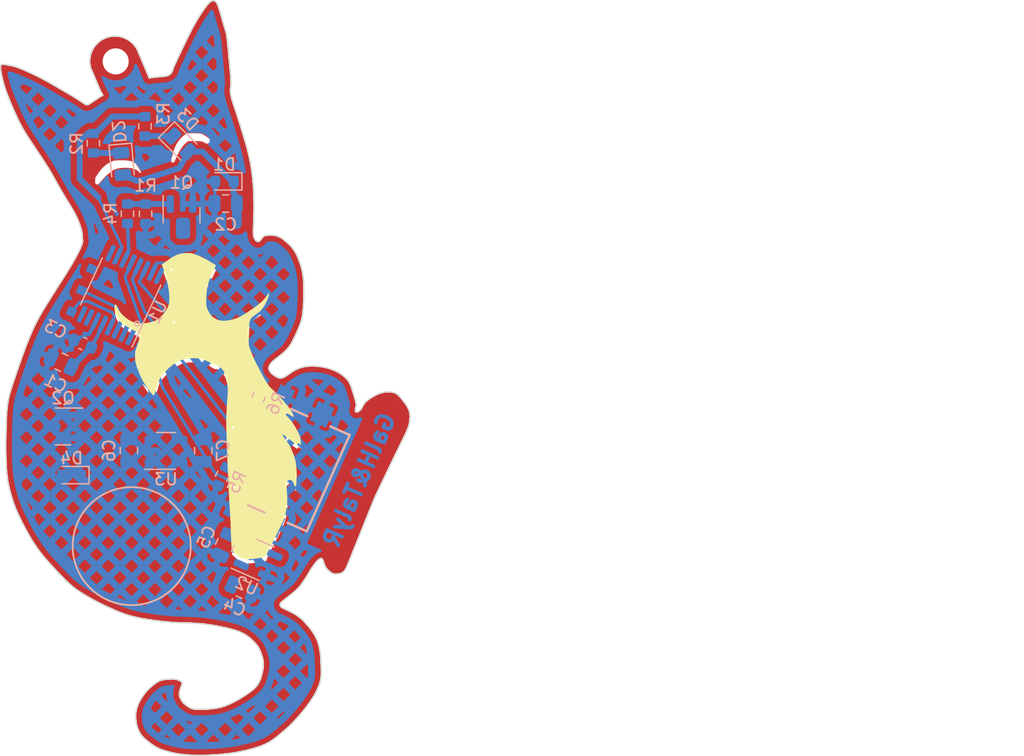
<source format=kicad_pcb>
(kicad_pcb (version 20211014) (generator pcbnew)
  (layers (0 "F.Cu" signal) (31 "B.Cu" signal) (34 "B.Paste" user) (35 "F.Paste" user) (36 "B.SilkS" user "B.Silkscreen") (37 "F.SilkS" user "F.Silkscreen") (38 "B.Mask" user) (39 "F.Mask" user) (44 "Edge.Cuts" user))
  (net 0 "")
  (net 1 "/VBAT")
  (net 2 "/GND")
  (net 3 "/LED1_R")
  (net 4 "/MOTOR_MCU")
  (net 5 "/LED_MCU")
  (net 8 "unconnected-(U1-Pad3)")
  (net 9 "unconnected-(U1-Pad4)")
  (net 13 "Net-(TP4-Pad1)")
  (net 14 "Net-(TP3-Pad1)")
  (net 15 "Net-(TP2-Pad1)")
  (net 16 "Net-(TP1-Pad1)")
  (net 18 "/MOTOR_GND")
  (net 19 "/LED2_R")
  (net 20 "/MOTOR_MCU_R")
  (net 21 "GND")
  (net 22 "/3V3")
  (net 23 "/5V_USB")
  (net 24 "/VIN")
  (net 25 "/CC2")
  (net 26 "/CC1")
  (footprint "purrCat_lib:biggerCat_kicad_layers" (layer "F.Cu") (at 35.33422 46.584086)
    (fp_text reference "Ref**" hide)
    (fp_text value "Val**" hide)
    (fp_line (start -4.389284 20.503335) (end -4.363382 20.507039) (layer "Edge.Cuts") (width 0.1))
    (fp_line (start -14.701274 -4.03224) (end -14.712096 -4.007898) (layer "Edge.Cuts") (width 0.1))
    (fp_line (start -7.089804 19.890032) (end -7.065303 19.899292) (layer "Edge.Cuts") (width 0.1))
    (fp_line (start 12.274312 0.606429) (end 12.264258 0.582352) (layer "Edge.Cuts") (width 0.1))
    (fp_line (start -12.997228 -7.05518) (end -13.011303 -7.032902) (layer "Edge.Cuts") (width 0.1))
    (fp_line (start 14.575919 9.522347) (end 14.587296 9.498535) (layer "Edge.Cuts") (width 0.1))
    (fp_line (start 16.274542 1.388801) (end 16.254169 1.372132) (layer "Edge.Cuts") (width 0.1))
    (fp_line (start -8.305774 19.371978) (end -8.281856 19.383091) (layer "Edge.Cuts") (width 0.1))
    (fp_line (start 3.210148 -20.475518) (end 3.202581 -20.500733) (layer "Edge.Cuts") (width 0.1))
    (fp_line (start 9.889096 15.339998) (end 9.901796 15.361958) (layer "Edge.Cuts") (width 0.1))
    (fp_line (start 10.967272 -0.643726) (end 10.943195 -0.654838) (layer "Edge.Cuts") (width 0.1))
    (fp_line (start 14.656088 9.35566) (end 14.667465 9.331847) (layer "Edge.Cuts") (width 0.1))
    (fp_line (start -11.158667 -10.012636) (end -11.171711 -9.989564) (layer "Edge.Cuts") (width 0.1))
    (fp_line (start -13.459137 -6.318052) (end -13.472974 -6.295642) (layer "Edge.Cuts") (width 0.1))
    (fp_line (start -10.373199 18.274223) (end -10.351001 18.287982) (layer "Edge.Cuts") (width 0.1))
    (fp_line (start 8.849999 21.215328) (end 8.834468 21.19522) (layer "Edge.Cuts") (width 0.1))
    (fp_line (start -4.595156 31.00146) (end -4.574175 31.016805) (layer "Edge.Cuts") (width 0.1))
    (fp_line (start 15.646422 1.143533) (end 15.619964 1.141416) (layer "Edge.Cuts") (width 0.1))
    (fp_line (start -2.22235 -27.466356) (end -2.233541 -27.442597) (layer "Edge.Cuts") (width 0.1))
    (fp_line (start -16.210197 10.757685) (end -16.200949 10.782027) (layer "Edge.Cuts") (width 0.1))
    (fp_line (start -17.126868 -25.005232) (end -17.119743 -24.980255) (layer "Edge.Cuts") (width 0.1))
    (fp_line (start 2.037569 -26.319072) (end 2.035135 -26.345451) (layer "Edge.Cuts") (width 0.1))
    (fp_line (start 1.157592 21.021124) (end 1.183257 21.026151) (layer "Edge.Cuts") (width 0.1))
    (fp_line (start -5.313737 26.8991) (end -5.32866 26.920796) (layer "Edge.Cuts") (width 0.1))
    (fp_line (start 1.361559 -30.503219) (end 1.354548 -30.528251) (layer "Edge.Cuts") (width 0.1))
    (fp_line (start 13.467052 12.174527) (end 13.476842 12.150185) (layer "Edge.Cuts") (width 0.1))
    (fp_line (start -2.224334 25.62381) (end -2.246956 25.612962) (layer "Edge.Cuts") (width 0.1))
    (fp_line (start -12.22102 16.755517) (end -12.202764 16.774038) (layer "Edge.Cuts") (width 0.1))
    (fp_line (start -16.708552 -23.802437) (end -16.698905 -23.778228) (layer "Edge.Cuts") (width 0.1))
    (fp_line (start 15.294791 8.018986) (end 15.306168 7.995174) (layer "Edge.Cuts") (width 0.1))
    (fp_line (start 3.526669 26.737704) (end 3.50537 26.752257) (layer "Edge.Cuts") (width 0.1))
    (fp_line (start 16.828579 2.044173) (end 16.813498 2.023536) (layer "Edge.Cuts") (width 0.1))
    (fp_line (start -15.45454 12.406831) (end -15.442369 12.430379) (layer "Edge.Cuts") (width 0.1))
    (fp_line (start -16.934453 4.792397) (end -16.934784 4.818326) (layer "Edge.Cuts") (width 0.1))
    (fp_line (start -13.790024 15.02488) (end -13.773514 15.044988) (layer "Edge.Cuts") (width 0.1))
    (fp_line (start 16.372438 5.791727) (end 16.383815 5.768179) (layer "Edge.Cuts") (width 0.1))
    (fp_line (start 9.300399 15.612254) (end 9.316274 15.592675) (layer "Edge.Cuts") (width 0.1))
    (fp_line (start 1.89316 -27.866644) (end 1.890805 -27.892811) (layer "Edge.Cuts") (width 0.1))
    (fp_line (start 0.04428 -31.570512) (end 0.028193 -31.549933) (layer "Edge.Cuts") (width 0.1))
    (fp_line (start -10.476281 -12.174967) (end -10.474323 -12.149012) (layer "Edge.Cuts") (width 0.1))
    (fp_line (start -10.438816 -11.71319) (end -10.436779 -11.688161) (layer "Edge.Cuts") (width 0.1))
    (fp_line (start 2.124485 -24.981657) (end 2.124908 -25.007878) (layer "Edge.Cuts") (width 0.1))
    (fp_line (start 2.748715 21.430434) (end 2.77311 21.439959) (layer "Edge.Cuts") (width 0.1))
    (fp_line (start -16.209236 -26.452951) (end -16.234419 -26.460253) (layer "Edge.Cuts") (width 0.1))
    (fp_line (start 4.626064 -11.716418) (end 4.608205 -11.697501) (layer "Edge.Cuts") (width 0.1))
    (fp_line (start -1.180078 20.734316) (end -1.153725 20.735639) (layer "Edge.Cuts") (width 0.1))
    (fp_line (start 8.718078 16.472678) (end 8.731307 16.450188) (layer "Edge.Cuts") (width 0.1))
    (fp_line (start -16.924012 4.18756) (end -16.924594 4.214018) (layer "Edge.Cuts") (width 0.1))
    (fp_line (start -16.034971 -26.39715) (end -16.059644 -26.405537) (layer "Edge.Cuts") (width 0.1))
    (fp_line (start -11.980515 -24.341578) (end -12.003004 -24.354754) (layer "Edge.Cuts") (width 0.1))
    (fp_line (start -6.45454 -28.615467) (end -6.475918 -28.630813) (layer "Edge.Cuts") (width 0.1))
    (fp_line (start 9.07418 27.030862) (end 9.087939 27.009431) (layer "Edge.Cuts") (width 0.1))
    (fp_line (start -17.37232 -26.145452) (end -17.368922 -26.119655) (layer "Edge.Cuts") (width 0.1))
    (fp_line (start -13.639212 15.206119) (end -13.622252 15.225963) (layer "Edge.Cuts") (width 0.1))
    (fp_line (start -14.825962 -20.108832) (end -14.811322 -20.08666) (layer "Edge.Cuts") (width 0.1))
    (fp_line (start -16.299036 10.511887) (end -16.290439 10.536758) (layer "Edge.Cuts") (width 0.1))
    (fp_line (start -10.435853 -11.613178) (end -10.437784 -11.588096) (layer "Edge.Cuts") (width 0.1))
    (fp_line (start -6.939256 -28.879283) (end -6.963941 -28.888649) (layer "Edge.Cuts") (width 0.1))
    (fp_line (start -1.845451 27.568495) (end -1.864871 27.551297) (layer "Edge.Cuts") (width 0.1))
    (fp_line (start 8.225954 -5.750574) (end 8.228256 -5.776927) (layer "Edge.Cuts") (width 0.1))
    (fp_line (start -2.133661 27.169504) (end -2.145409 27.147544) (layer "Edge.Cuts") (width 0.1))
    (fp_line (start 16.314494 5.909731) (end 16.326136 5.886183) (layer "Edge.Cuts") (width 0.1))
    (fp_line (start -2.633829 25.496281) (end -2.659811 25.493371) (layer "Edge.Cuts") (width 0.1))
    (fp_line (start 16.659246 5.205146) (end 16.670623 5.181863) (layer "Edge.Cuts") (width 0.1))
    (fp_line (start -11.963899 -8.68218) (end -11.978027 -8.659797) (layer "Edge.Cuts") (width 0.1))
    (fp_line (start 12.796069 13.841664) (end 12.805859 13.817058) (layer "Edge.Cuts") (width 0.1))
    (fp_line (start 4.32989 26.044232) (end 4.31375 26.064605) (layer "Edge.Cuts") (width 0.1))
    (fp_line (start -15.784356 11.742992) (end -15.772963 11.767069) (layer "Edge.Cuts") (width 0.1))
    (fp_line (start 6.713386 18.700996) (end 6.733653 18.684856) (layer "Edge.Cuts") (width 0.1))
    (fp_line (start 3.877029 -17.635378) (end 3.873193 -17.661545) (layer "Edge.Cuts") (width 0.1))
    (fp_line (start 2.034553 31.782509) (end 2.06072 31.779069) (layer "Edge.Cuts") (width 0.1))
    (fp_line (start -15.633292 -21.42762) (end -15.620804 -21.404575) (layer "Edge.Cuts") (width 0.1))
    (fp_line (start 7.160134 18.347513) (end 7.18048 18.331373) (layer "Edge.Cuts") (width 0.1))
    (fp_line (start 6.817684 19.610368) (end 6.79448 19.599784) (layer "Edge.Cuts") (width 0.1))
    (fp_line (start -5.448807 20.335854) (end -5.423195 20.340617) (layer "Edge.Cuts") (width 0.1))
    (fp_line (start 4.028741 -12.85304) (end 4.029906 -12.879075) (layer "Edge.Cuts") (width 0.1))
    (fp_line (start -2.083787 27.256552) (end -2.09662 27.235121) (layer "Edge.Cuts") (width 0.1))
    (fp_line (start 4.449005 25.874106) (end 4.435114 25.896066) (layer "Edge.Cuts") (width 0.1))
    (fp_line (start 3.553762 -19.263728) (end 3.547227 -19.28926) (layer "Edge.Cuts") (width 0.1))
    (fp_line (start -17.119743 -24.980255) (end -17.112591 -24.955464) (layer "Edge.Cuts") (width 0.1))
    (fp_line (start 4.0679 -13.742648) (end 4.06864 -13.769) (layer "Edge.Cuts") (width 0.1))
    (fp_line (start 16.641254 1.798111) (end 16.625115 1.778003) (layer "Edge.Cuts") (width 0.1))
    (fp_line (start 4.920465 -12.066356) (end 4.899246 -12.053576) (layer "Edge.Cuts") (width 0.1))
    (fp_line (start 10.234112 16.102526) (end 10.250781 16.122635) (layer "Edge.Cuts") (width 0.1))
    (fp_line (start -15.882188 -21.916278) (end -15.87075 -21.892624) (layer "Edge.Cuts") (width 0.1))
    (fp_line (start -0.910997 -30.098944) (end -0.92375 -30.076129) (layer "Edge.Cuts") (width 0.1))
    (fp_line (start 2.252278 -23.490785) (end 2.244579 -23.515762) (layer "Edge.Cuts") (width 0.1))
    (fp_line (start 8.213651 -5.619474) (end 8.216244 -5.645694) (layer "Edge.Cuts") (width 0.1))
    (fp_line (start -13.759888 -18.504507) (end -13.745442 -18.482361) (layer "Edge.Cuts") (width 0.1))
    (fp_line (start -15.453997 -21.108162) (end -15.44089 -21.085673) (layer "Edge.Cuts") (width 0.1))
    (fp_line (start -11.347685 -23.968252) (end -11.370254 -23.981772) (layer "Edge.Cuts") (width 0.1))
    (fp_line (start -11.386155 -14.512188) (end -11.372609 -14.48946) (layer "Edge.Cuts") (width 0.1))
    (fp_line (start -10.925331 17.914655) (end -10.90382 17.929736) (layer "Edge.Cuts") (width 0.1))
    (fp_line (start -4.066625 31.329278) (end -4.043395 31.340655) (layer "Edge.Cuts") (width 0.1))
    (fp_line (start 7.249616 -3.011743) (end 7.262792 -3.034762) (layer "Edge.Cuts") (width 0.1))
    (fp_line (start 16.004668 6.545259) (end 16.016045 6.521711) (layer "Edge.Cuts") (width 0.1))
    (fp_line (start 4.22911 26.16303) (end 4.211568 26.181816) (layer "Edge.Cuts") (width 0.1))
    (fp_line (start 9.209647 21.748992) (end 9.196682 21.726502) (layer "Edge.Cuts") (width 0.1))
    (fp_line (start -16.134274 10.952418) (end -16.124464 10.97676) (layer "Edge.Cuts") (width 0.1))
    (fp_line (start -16.868069 7.948607) (end -16.865619 7.975066) (layer "Edge.Cuts") (width 0.1))
    (fp_line (start -17.345666 -25.966091) (end -17.341351 -25.940453) (layer "Edge.Cuts") (width 0.1))
    (fp_line (start -8.688123 19.190739) (end -8.664363 19.202116) (layer "Edge.Cuts") (width 0.1))
    (fp_line (start 8.817799 27.413449) (end 8.832272 27.392018) (layer "Edge.Cuts") (width 0.1))
    (fp_line (start 16.544152 1.677196) (end 16.527484 1.656824) (layer "Edge.Cuts") (width 0.1))
    (fp_line (start 0.665362 31.906863) (end 0.691873 31.905275) (layer "Edge.Cuts") (width 0.1))
    (fp_line (start -5.732943 -27.690723) (end -5.742706 -27.714641) (layer "Edge.Cuts") (width 0.1))
    (fp_line (start 9.944394 -0.964136) (end 9.918729 -0.968898) (layer "Edge.Cuts") (width 0.1))
    (fp_line (start 4.067423 -15.243971) (end 4.066709 -15.270297) (layer "Edge.Cuts") (width 0.1))
    (fp_line (start -16.114687 11.000837) (end -16.104829 11.024914) (layer "Edge.Cuts") (width 0.1))
    (fp_line (start 9.751777 24.133414) (end 9.750719 24.107485) (layer "Edge.Cuts") (width 0.1))
    (fp_line (start -6.06338 20.208061) (end -6.038007 20.214146) (layer "Edge.Cuts") (width 0.1))
    (fp_line (start 0.903566 -31.859034) (end 0.889438 -31.880914) (layer "Edge.Cuts") (width 0.1))
    (fp_line (start 3.424434 -19.74466) (end 3.417369 -19.769716) (layer "Edge.Cuts") (width 0.1))
    (fp_line (start -5.346043 20.354375) (end -5.320246 20.358873) (layer "Edge.Cuts") (width 0.1))
    (fp_line (start 7.139788 18.363917) (end 7.160134 18.347513) (layer "Edge.Cuts") (width 0.1))
    (fp_line (start -5.383614 30.329419) (end -5.366125 30.348998) (layer "Edge.Cuts") (width 0.1))
    (fp_line (start -14.77258 13.629998) (end -14.758821 13.652752) (layer "Edge.Cuts") (width 0.1))
    (fp_line (start -4.493107 20.488783) (end -4.467204 20.492487) (layer "Edge.Cuts") (width 0.1))
    (fp_line (start -15.019353 -3.281089) (end -15.029183 -3.256483) (layer "Edge.Cuts") (width 0.1))
    (fp_line (start 2.532022 -22.647295) (end 2.523661 -22.672192) (layer "Edge.Cuts") (width 0.1))
    (fp_line (start 8.116231 -0.938206) (end 8.091307 -0.931063) (layer "Edge.Cuts") (width 0.1))
    (fp_line (start 2.821449 -21.752157) (end 2.813697 -21.776975) (layer "Edge.Cuts") (width 0.1))
    (fp_line (start -0.523409 -30.751535) (end -0.537406 -30.729345) (layer "Edge.Cuts") (width 0.1))
    (fp_line (start -15.341565 -2.4458) (end -15.350791 -2.42093) (layer "Edge.Cuts") (width 0.1))
    (fp_line (start -9.599294 -23.448584) (end -9.620858 -23.433688) (layer "Edge.Cuts") (width 0.1))
    (fp_line (start 0.916848 -31.836865) (end 0.903566 -31.859034) (layer "Edge.Cuts") (width 0.1))
    (fp_line (start 9.662084 25.788645) (end 9.669228 25.764304) (layer "Edge.Cuts") (width 0.1))
    (fp_line (start -17.388285 -26.299466) (end -17.386249 -26.273722) (layer "Edge.Cuts") (width 0.1))
    (fp_line (start -10.317346 -23.306503) (end -10.338592 -23.321108) (layer "Edge.Cuts") (width 0.1))
    (fp_line (start -5.729503 27.639403) (end -5.739293 27.662951) (layer "Edge.Cuts") (width 0.1))
    (fp_line (start 16.190934 1.324507) (end 16.168974 1.309955) (layer "Edge.Cuts") (width 0.1))
    (fp_line (start -17.303027 -26.61932) (end -17.325558 -26.608287) (layer "Edge.Cuts") (width 0.1))
    (fp_line (start 7.033478 -2.682073) (end 7.049168 -2.70324) (layer "Edge.Cuts") (width 0.1))
    (fp_line (start 12.070583 0.21855) (end 12.055766 0.197384) (layer "Edge.Cuts") (width 0.1))
    (fp_line (start 12.085135 0.239717) (end 12.070583 0.21855) (layer "Edge.Cuts") (width 0.1))
    (fp_line (start 15.145302 1.162583) (end 15.119108 1.166816) (layer "Edge.Cuts") (width 0.1))
    (fp_line (start 12.730188 2.167998) (end 12.727807 2.142333) (layer "Edge.Cuts") (width 0.1))
    (fp_line (start -4.153488 25.771977) (end -4.174655 25.785735) (layer "Edge.Cuts") (width 0.1))
    (fp_line (start 3.290422 21.68999) (end 3.313018 21.703484) (layer "Edge.Cuts") (width 0.1))
    (fp_line (start 6.771303 19.588936) (end 6.748099 19.578353) (layer "Edge.Cuts") (width 0.1))
    (fp_line (start 8.298979 -7.435227) (end 8.299005 -7.461421) (layer "Edge.Cuts") (width 0.1))
    (fp_line (start 17.297685 3.173943) (end 17.296891 3.148278) (layer "Edge.Cuts") (width 0.1))
    (fp_line (start 4.361454 26.002957) (end 4.345844 26.02386) (layer "Edge.Cuts") (width 0.1))
    (fp_line (start 12.411101 0.999599) (end 12.403164 0.974729) (layer "Edge.Cuts") (width 0.1))
    (fp_line (start 17.092897 4.281487) (end 17.102687 4.25741) (layer "Edge.Cuts") (width 0.1))
    (fp_line (start 16.352065 1.460238) (end 16.33328 1.441718) (layer "Edge.Cuts") (width 0.1))
    (fp_line (start -16.889201 7.685876) (end -16.887325 7.71207) (layer "Edge.Cuts") (width 0.1))
    (fp_line (start -3.229141 25.502102) (end -3.254567 25.504219) (layer "Edge.Cuts") (width 0.1))
    (fp_line (start -12.753996 -24.794968) (end -12.776909 -24.808329) (layer "Edge.Cuts") (width 0.1))
    (fp_line (start -1.227438 27.973043) (end -1.250986 27.963253) (layer "Edge.Cuts") (width 0.1))
    (fp_line (start -16.372934 10.289373) (end -16.364967 10.314244) (layer "Edge.Cuts") (width 0.1))
    (fp_line (start -4.807273 -25.473041) (end -4.813834 -25.499658) (layer "Edge.Cuts") (width 0.1))
    (fp_line (start 7.294622 -0.549269) (end 7.272794 -0.534982) (layer "Edge.Cuts") (width 0.1))
    (fp_line (start -16.938231 5.133709) (end -16.938472 5.160167) (layer "Edge.Cuts") (width 0.1))
    (fp_line (start 5.40669 30.802229) (end 5.42902 30.788735) (layer "Edge.Cuts") (width 0.1))
    (fp_line (start 12.395491 0.950122) (end 12.387553 0.925516) (layer "Edge.Cuts") (width 0.1))
    (fp_line (start 3.377655 31.529567) (end 3.40332 31.523217) (layer "Edge.Cuts") (width 0.1))
    (fp_line (start -16.364967 10.314244) (end -16.356932 10.339115) (layer "Edge.Cuts") (width 0.1))
    (fp_line (start -11.054077 17.821522) (end -11.032937 17.837132) (layer "Edge.Cuts") (width 0.1))
    (fp_line (start 6.445204 -11.874057) (end 6.424064 -11.888397) (layer "Edge.Cuts") (width 0.1))
    (fp_line (start 16.767196 1.961359) (end 16.751585 1.940721) (layer "Edge.Cuts") (width 0.1))
    (fp_line (start 11.619204 -0.24447) (end 11.598567 -0.260609) (layer "Edge.Cuts") (width 0.1))
    (fp_line (start -1.269163 -29.429245) (end -1.281122 -29.405935) (layer "Edge.Cuts") (width 0.1))
    (fp_line (start 4.077663 -14.48049) (end 4.077636 -14.506711) (layer "Edge.Cuts") (width 0.1))
    (fp_line (start -9.526454 -25.809273) (end -9.516056 -25.785196) (layer "Edge.Cuts") (width 0.1))
    (fp_line (start -2.906111 20.66526) (end -2.879997 20.667112) (layer "Edge.Cuts") (width 0.1))
    (fp_line (start 2.573561 -22.523205) (end 2.565253 -22.548129) (layer "Edge.Cuts") (width 0.1))
    (fp_line (start 4.076975 -14.664905) (end 4.076763 -14.691416) (layer "Edge.Cuts") (width 0.1))
    (fp_line (start -5.916166 28.975018) (end -5.913494 29.000154) (layer "Edge.Cuts") (width 0.1))
    (fp_line (start -1.825766 27.585164) (end -1.845451 27.568495) (layer "Edge.Cuts") (width 0.1))
    (fp_line (start -4.617619 26.126253) (end -4.637119 26.142922) (layer "Edge.Cuts") (width 0.1))
    (fp_line (start 4.712212 23.369563) (end 4.720308 23.39364) (layer "Edge.Cuts") (width 0.1))
    (fp_line (start -0.4112 31.942317) (end -0.385032 31.942317) (layer "Edge.Cuts") (width 0.1))
    (fp_line (start -5.484631 -27.088347) (end -5.494791 -27.112239) (layer "Edge.Cuts") (width 0.1))
    (fp_line (start -12.260523 -8.214133) (end -12.274572 -8.192014) (layer "Edge.Cuts") (width 0.1))
    (fp_line (start 13.209613 2.517777) (end 13.19559 2.540002) (layer "Edge.Cuts") (width 0.1))
    (fp_line (start -3.514176 -25.611444) (end -3.539761 -25.607846) (layer "Edge.Cuts") (width 0.1))
    (fp_line (start 5.886908 -0.190495) (end 5.865318 -0.204253) (layer "Edge.Cuts") (width 0.1))
    (fp_line (start 5.473417 30.761218) (end 5.495378 30.74746) (layer "Edge.Cuts") (width 0.1))
    (fp_line (start -15.088272 -26.011362) (end -15.112169 -26.021998) (layer "Edge.Cuts") (width 0.1))
    (fp_line (start 12.707963 2.015069) (end 12.702672 1.989934) (layer "Edge.Cuts") (width 0.1))
    (fp_line (start -6.191306 20.176311) (end -6.165721 20.182661) (layer "Edge.Cuts") (width 0.1))
    (fp_line (start -16.666901 9.225749) (end -16.660985 9.251414) (layer "Edge.Cuts") (width 0.1))
    (fp_line (start 10.87652 16.577717) (end 10.901391 16.579834) (layer "Edge.Cuts") (width 0.1))
    (fp_line (start 7.855643 -4.283329) (end 7.865539 -4.307406) (layer "Edge.Cuts") (width 0.1))
    (fp_line (start -10.538458 -12.614625) (end -10.532478 -12.588828) (layer "Edge.Cuts") (width 0.1))
    (fp_line (start -15.982848 -22.128421) (end -15.971834 -22.104899) (layer "Edge.Cuts") (width 0.1))
    (fp_line (start -2.304873 20.698598) (end -2.278785 20.699656) (layer "Edge.Cuts") (width 0.1))
    (fp_line (start -13.373597 -25.150276) (end -13.396589 -25.163135) (layer "Edge.Cuts") (width 0.1))
    (fp_line (start 7.7664 20.12895) (end 7.744862 20.113604) (layer "Edge.Cuts") (width 0.1))
    (fp_line (start 10.798468 -0.717544) (end 10.773862 -0.727334) (layer "Edge.Cuts") (width 0.1))
    (fp_line (start -6.412074 -28.583796) (end -6.433188 -28.599751) (layer "Edge.Cuts") (width 0.1))
    (fp_line (start -1.132426 28.006909) (end -1.156398 27.998972) (layer "Edge.Cuts") (width 0.1))
    (fp_line (start 10.607968 16.451247) (end 10.628606 16.466328) (layer "Edge.Cuts") (width 0.1))
    (fp_line (start -7.482815 19.734457) (end -7.458368 19.744511) (layer "Edge.Cuts") (width 0.1))
    (fp_line (start -1.619762 27.740739) (end -1.640875 27.725657) (layer "Edge.Cuts") (width 0.1))
    (fp_line (start -11.426928 -14.580265) (end -11.413328 -14.55759) (layer "Edge.Cuts") (width 0.1))
    (fp_line (start -1.136263 -29.684575) (end -1.148566 -29.6613) (layer "Edge.Cuts") (width 0.1))
    (fp_line (start -5.748738 29.70368) (end -5.739134 29.728286) (layer "Edge.Cuts") (width 0.1))
    (fp_line (start -12.74598 16.202274) (end -12.72812 16.221589) (layer "Edge.Cuts") (width 0.1))
    (fp_line (start -5.372633 26.986413) (end -5.38708 27.008373) (layer "Edge.Cuts") (width 0.1))
    (fp_line (start 1.97817 -26.948964) (end 1.975657 -26.975211) (layer "Edge.Cuts") (width 0.1))
    (fp_line (start -13.445272 -6.340436) (end -13.459137 -6.318052) (layer "Edge.Cuts") (width 0.1))
    (fp_line (start 13.973993 1.658676) (end 13.952297 1.672963) (layer "Edge.Cuts") (width 0.1))
    (fp_line (start -2.69553 -26.453162) (end -2.705478 -26.429403) (layer "Edge.Cuts") (width 0.1))
    (fp_line (start 7.280202 29.262091) (end 7.29822 29.24357) (layer "Edge.Cuts") (width 0.1))
    (fp_line (start -16.02374 11.217266) (end -16.013297 11.241343) (layer "Edge.Cuts") (width 0.1))
    (fp_line (start -9.534418 -23.493722) (end -9.556061 -23.478614) (layer "Edge.Cuts") (width 0.1))
    (fp_line (start 3.702325 -18.622723) (end 3.696928 -18.648546) (layer "Edge.Cuts") (width 0.1))
    (fp_line (start -0.971137 20.7449) (end -0.944996 20.746487) (layer "Edge.Cuts") (width 0.1))
    (fp_line (start 3.997521 22.238735) (end 4.016253 22.257256) (layer "Edge.Cuts") (width 0.1))
    (fp_line (start 4.015248 -16.35059) (end 4.013343 -16.376836) (layer "Edge.Cuts") (width 0.1))
    (fp_line (start 2.894818 27.141194) (end 2.872619 27.154423) (layer "Edge.Cuts") (width 0.1))
    (fp_line (start -14.590785 13.922098) (end -14.576497 13.944323) (layer "Edge.Cuts") (width 0.1))
    (fp_line (start 10.411118 16.287205) (end 10.429904 16.304403) (layer "Edge.Cuts") (width 0.1))
    (fp_line (start -16.939401 6.238872) (end -16.939136 6.26533) (layer "Edge.Cuts") (width 0.1))
    (fp_line (start 5.982502 30.398475) (end 6.003271 30.382071) (layer "Edge.Cuts") (width 0.1))
    (fp_line (start -15.41441 -21.040561) (end -15.40111 -21.018072) (layer "Edge.Cuts") (width 0.1))
    (fp_line (start -16.449358 10.040136) (end -16.441942 10.065007) (layer "Edge.Cuts") (width 0.1))
    (fp_line (start -3.094018 31.658684) (end -3.069068 31.665298) (layer "Edge.Cuts") (width 0.1))
    (fp_line (start 5.923896 -12.10472) (end 5.898047 -12.110038) (layer "Edge.Cuts") (width 0.1))
    (fp_line (start -14.43132 -19.516193) (end -14.416768 -19.494444) (layer "Edge.Cuts") (width 0.1))
    (fp_line (start -3.900838 31.404155) (end -3.877025 31.413944) (layer "Edge.Cuts") (width 0.1))
    (fp_line (start -11.345701 -14.444163) (end -11.332366 -14.421594) (layer "Edge.Cuts") (width 0.1))
    (fp_line (start -9.282906 -25.22899) (end -9.272851 -25.204622) (layer "Edge.Cuts") (width 0.1))
    (fp_line (start 3.739102 -18.441563) (end 3.733996 -18.467412) (layer "Edge.Cuts") (width 0.1))
    (fp_line (start -13.052631 -17.360503) (end -13.039402 -17.337669) (layer "Edge.Cuts") (width 0.1))
    (fp_line (start 13.640618 1.902621) (end 13.621039 1.919554) (layer "Edge.Cuts") (width 0.1))
    (fp_line (start -13.604313 -25.277885) (end -13.627438 -25.290505) (layer "Edge.Cuts") (width 0.1))
    (fp_line (start -8.921088 -28.638671) (end -8.942414 -28.623537) (layer "Edge.Cuts") (width 0.1))
    (fp_line (start -1.365365 27.908484) (end -1.387405 27.896049) (layer "Edge.Cuts") (width 0.1))
    (fp_line (start -10.444928 -11.538354) (end -10.449902 -11.513933) (layer "Edge.Cuts") (width 0.1))
    (fp_line (start -12.977728 15.951185) (end -12.960001 15.970499) (layer "Edge.Cuts") (width 0.1))
    (fp_line (start -15.116387 -3.036085) (end -15.125933 -3.011743) (layer "Edge.Cuts") (width 0.1))
    (fp_line (start 12.078256 15.619398) (end 12.088045 15.595585) (layer "Edge.Cuts") (width 0.1))
    (fp_line (start 3.926189 -17.270386) (end 3.922935 -17.296447) (layer "Edge.Cuts") (width 0.1))
    (fp_line (start -4.043395 31.340655) (end -4.019953 31.351767) (layer "Edge.Cuts") (width 0.1))
    (fp_line (start 4.06864 -13.769) (end 4.069328 -13.795141) (layer "Edge.Cuts") (width 0.1))
    (fp_line (start -11.943711 17.03571) (end -11.925084 17.053967) (layer "Edge.Cuts") (width 0.1))
    (fp_line (start 8.258947 -6.197931) (end 8.260535 -6.22431) (layer "Edge.Cuts") (width 0.1))
    (fp_line (start 12.222718 0.487367) (end 12.21187 0.464083) (layer "Edge.Cuts") (width 0.1))
    (fp_line (start 6.648827 -11.720096) (end 6.628984 -11.73613) (layer "Edge.Cuts") (width 0.1))
    (fp_line (start 12.694205 2.496875) (end 12.70029 2.472004) (layer "Edge.Cuts") (width 0.1))
    (fp_line (start -12.96897 -7.099842) (end -12.983125 -7.077458) (layer "Edge.Cuts") (width 0.1))
    (fp_line (start 9.730611 23.71749) (end 9.729023 23.69156) (layer "Edge.Cuts") (width 0.1))
    (fp_line (start 0.559847 31.912683) (end 0.586173 31.91136) (layer "Edge.Cuts") (width 0.1))
    (fp_line (start 2.164648 31.764517) (end 2.190657 31.760813) (layer "Edge.Cuts") (width 0.1))
    (fp_line (start 3.674914 -18.751178) (end 3.669252 -18.777054) (layer "Edge.Cuts") (width 0.1))
    (fp_line (start 6.926243 -0.296593) (end 6.904494 -0.281511) (layer "Edge.Cuts") (width 0.1))
    (fp_line (start 16.946848 2.212977) (end 16.93256 2.191546) (layer "Edge.Cuts") (width 0.1))
    (fp_line (start 8.139462 -5.124968) (end 8.144965 -5.150632) (layer "Edge.Cuts") (width 0.1))
    (fp_line (start 3.217715 -20.45033) (end 3.210148 -20.475518) (layer "Edge.Cuts") (width 0.1))
    (fp_line (start 2.13012 -23.944307) (end 2.124749 -23.969919) (layer "Edge.Cuts") (width 0.1))
    (fp_line (start -16.518444 -23.33783) (end -16.508207 -23.313462) (layer "Edge.Cuts") (width 0.1))
    (fp_line (start 0.643693 20.927991) (end 0.669384 20.932224) (layer "Edge.Cuts") (width 0.1))
    (fp_line (start 2.105567 -25.504632) (end 2.103741 -25.530932) (layer "Edge.Cuts") (width 0.1))
    (fp_line (start 10.068483 15.813866) (end 10.078273 15.837679) (layer "Edge.Cuts") (width 0.1))
    (fp_line (start 5.836663 30.510658) (end 5.857539 30.494783) (layer "Edge.Cuts") (width 0.1))
    (fp_line (start 12.531222 1.398591) (end 12.523814 1.37372) (layer "Edge.Cuts") (width 0.1))
    (fp_line (start -11.392823 -23.995266) (end -11.415365 -24.008706) (layer "Edge.Cuts") (width 0.1))
    (fp_line (start -4.216512 25.814045) (end -4.237255 25.828333) (layer "Edge.Cuts") (width 0.1))
    (fp_line (start 6.63626 -0.112708) (end 6.612791 -0.100537) (layer "Edge.Cuts") (width 0.1))
    (fp_line (start 15.276535 1.145914) (end 15.250077 1.14856) (layer "Edge.Cuts") (width 0.1))
    (fp_line (start -13.624527 -6.049024) (end -13.638233 -6.026534) (layer "Edge.Cuts") (width 0.1))
    (fp_line (start 11.846481 16.137716) (end 11.858652 16.115491) (layer "Edge.Cuts") (width 0.1))
    (fp_line (start 6.647796 29.841528) (end 6.667533 29.824859) (layer "Edge.Cuts") (width 0.1))
    (fp_line (start -16.569326 -23.459882) (end -16.559158 -23.435381) (layer "Edge.Cuts") (width 0.1))
    (fp_line (start -12.656577 16.298318) (end -12.638638 16.317368) (layer "Edge.Cuts") (width 0.1))
    (fp_line (start 0.474439 -31.994259) (end 0.451526 -31.980746) (layer "Edge.Cuts") (width 0.1))
    (fp_line (start -10.484695 18.204374) (end -10.462417 18.218396) (layer "Edge.Cuts") (width 0.1))
    (fp_line (start 3.610356 -19.034202) (end 3.604244 -19.059734) (layer "Edge.Cuts") (width 0.1))
    (fp_line (start 15.60356 7.374462) (end 15.614937 7.35065) (layer "Edge.Cuts") (width 0.1))
    (fp_line (start 1.921682 -27.552055) (end 1.919274 -27.578407) (layer "Edge.Cuts") (width 0.1))
    (fp_line (start 11.535331 -0.30797) (end 11.514165 -0.32358) (layer "Edge.Cuts") (width 0.1))
    (fp_line (start -9.647819 -27.756048) (end -9.658349 -27.731865) (layer "Edge.Cuts") (width 0.1))
    (fp_line (start -16.716939 8.99371) (end -16.711653 9.019639) (layer "Edge.Cuts") (width 0.1))
    (fp_line (start -4.973695 -25.88714) (end -4.983882 -25.91119) (layer "Edge.Cuts") (width 0.1))
    (fp_line (start -1.067471 31.935173) (end -1.041145 31.935967) (layer "Edge.Cuts") (width 0.1))
    (fp_line (start -16.88891 3.21707) (end -16.890334 3.243263) (layer "Edge.Cuts") (width 0.1))
    (fp_line (start 4.899246 -12.053576) (end 4.879243 -12.038945) (layer "Edge.Cuts") (width 0.1))
    (fp_line (start -15.145041 -2.962796) (end -15.154547 -2.938189) (layer "Edge.Cuts") (width 0.1))
    (fp_line (start -15.754606 -21.65876) (end -15.742708 -21.635503) (layer "Edge.Cuts") (width 0.1))
    (fp_line (start 8.037544 17.511431) (end 8.052731 17.491058) (layer "Edge.Cuts") (width 0.1))
    (fp_line (start 0.112251 28.038924) (end 0.085873 28.039982) (layer "Edge.Cuts") (width 0.1))
    (fp_line (start -15.381253 12.547324) (end -15.368955 12.570872) (layer "Edge.Cuts") (width 0.1))
    (fp_line (start -4.38894 -25.535033) (end -4.414155 -25.53162) (layer "Edge.Cuts") (width 0.1))
    (fp_line (start -17.068054 -24.806371) (end -17.060341 -24.781395) (layer "Edge.Cuts") (width 0.1))
    (fp_line (start -8.860711 -24.2753) (end -8.84899 -24.252864) (layer "Edge.Cuts") (width 0.1))
    (fp_line (start 15.055873 8.519842) (end 15.06725 8.49603) (layer "Edge.Cuts") (width 0.1))
    (fp_line (start 12.499207 14.577205) (end 12.508997 14.552864) (layer "Edge.Cuts") (width 0.1))
    (fp_line (start -10.487817 -12.304507) (end -10.485224 -12.278684) (layer "Edge.Cuts") (width 0.1))
    (fp_line (start -8.763741 -23.990159) (end -8.786178 -23.977089) (layer "Edge.Cuts") (width 0.1))
    (fp_line (start 8.946995 27.222685) (end 8.961362 27.201518) (layer "Edge.Cuts") (width 0.1))
    (fp_line (start 9.212293 -1.045627) (end 9.185834 -1.046421) (layer "Edge.Cuts") (width 0.1))
    (fp_line (start -13.814101 -5.733906) (end -13.827568 -5.711178) (layer "Edge.Cuts") (width 0.1))
    (fp_line (start -16.074897 11.097145) (end -16.064806 11.121222) (layer "Edge.Cuts") (width 0.1))
    (fp_line (start -14.668837 -4.103942) (end -14.679658 -4.08013) (layer "Edge.Cuts") (width 0.1))
    (fp_line (start -1.575021 -28.818084) (end -1.586662 -28.794351) (layer "Edge.Cuts") (width 0.1))
    (fp_line (start 7.18048 18.331373) (end 7.200827 18.314969) (layer "Edge.Cuts") (width 0.1))
    (fp_line (start 1.062184 -31.502893) (end 1.053347 -31.527515) (layer "Edge.Cuts") (width 0.1))
    (fp_line (start 7.361058 19.879713) (end 7.337722 19.867278) (layer "Edge.Cuts") (width 0.1))
    (fp_line (start 12.29151 15.092084) (end 12.301299 15.067742) (layer "Edge.Cuts") (width 0.1))
    (fp_line (start -15.57049 -21.312976) (end -15.557748 -21.290116) (layer "Edge.Cuts") (width 0.1))
    (fp_line (start -16.921544 4.082785) (end -16.922187 4.109243) (layer "Edge.Cuts") (width 0.1))
    (fp_line (start 13.3001 12.589922) (end 13.30989 12.565581) (layer "Edge.Cuts") (width 0.1))
    (fp_line (start -15.42375 -2.223551) (end -15.432857 -2.19868) (layer "Edge.Cuts") (width 0.1))
    (fp_line (start 0.086031 31.932792) (end 0.112119 31.931998) (layer "Edge.Cuts") (width 0.1))
    (fp_line (start -12.388978 -24.58092) (end -12.411891 -24.594361) (layer "Edge.Cuts") (width 0.1))
    (fp_line (start 9.800725 15.251627) (end 9.823215 15.264592) (layer "Edge.Cuts") (width 0.1))
    (fp_line (start 13.90917 1.701274) (end 13.887739 1.715561) (layer "Edge.Cuts") (width 0.1))
    (fp_line (start -13.039243 -6.988691) (end -13.053213 -6.966571) (layer "Edge.Cuts") (width 0.1))
    (fp_line (start -3.532035 20.608375) (end -3.50608 20.611285) (layer "Edge.Cuts") (width 0.1))
    (fp_line (start 3.096854 -20.851993) (end 3.089339 -20.876917) (layer "Edge.Cuts") (width 0.1))
    (fp_line (start 16.85345 4.804832) (end 16.864827 4.781284) (layer "Edge.Cuts") (width 0.1))
    (fp_line (start 7.341056 18.201463) (end 7.360794 18.185324) (layer "Edge.Cuts") (width 0.1))
    (fp_line (start 8.802824 21.155268) (end 8.786843 21.135159) (layer "Edge.Cuts") (width 0.1))
    (fp_line (start -14.621714 -19.801122) (end -14.607056 -19.779162) (layer "Edge.Cuts") (width 0.1))
    (fp_line (start 7.763119 -10.316827) (end 7.752482 -10.34056) (layer "Edge.Cuts") (width 0.1))
    (fp_line (start -13.165926 -25.032934) (end -13.189024 -25.046083) (layer "Edge.Cuts") (width 0.1))
    (fp_line (start 12.204462 15.308248) (end 12.213987 15.284171) (layer "Edge.Cuts") (width 0.1))
    (fp_line (start 3.247957 -20.349365) (end 3.240443 -20.374474) (layer "Edge.Cuts") (width 0.1))
    (fp_line (start -2.68529 -26.476922) (end -2.69553 -26.453162) (layer "Edge.Cuts") (width 0.1))
    (fp_line (start 2.010582 -26.607917) (end 2.008095 -26.634216) (layer "Edge.Cuts") (width 0.1))
    (fp_line (start -11.171711 -9.989564) (end -11.184808 -9.966519) (layer "Edge.Cuts") (width 0.1))
    (fp_line (start -15.30713 12.687289) (end -15.294692 12.710572) (layer "Edge.Cuts") (width 0.1))
    (fp_line (start -14.929755 -3.500957) (end -14.939775 -3.476616) (layer "Edge.Cuts") (width 0.1))
    (fp_line (start 6.106088 30.299785) (end 6.126488 30.283117) (layer "Edge.Cuts") (width 0.1))
    (fp_line (start 3.285369 -20.22382) (end 3.277828 -20.249167) (layer "Edge.Cuts") (width 0.1))
    (fp_line (start 17.274666 3.582723) (end 17.277841 3.557588) (layer "Edge.Cuts") (width 0.1))
    (fp_line (start 4.812727 23.711404) (end 4.818654 23.736275) (layer "Edge.Cuts") (width 0.1))
    (fp_line (start 17.283662 3.506788) (end 17.286308 3.481123) (layer "Edge.Cuts") (width 0.1))
    (fp_line (start -14.723896 -19.954686) (end -14.709291 -19.932699) (layer "Edge.Cuts") (width 0.1))
    (fp_line (start -3.565505 -25.604565) (end -3.591196 -25.601549) (layer "Edge.Cuts") (width 0.1))
    (fp_line (start -16.907947 3.636434) (end -16.908913 3.662892) (layer "Edge.Cuts") (width 0.1))
    (fp_line (start -3.386647 -25.635098) (end -3.411994 -25.629489) (layer "Edge.Cuts") (width 0.1))
    (fp_line (start -11.754349 -24.209049) (end -11.777024 -24.222357) (layer "Edge.Cuts") (width 0.1))
    (fp_line (start -12.912482 -7.189033) (end -12.926558 -7.166808) (layer "Edge.Cuts") (width 0.1))
    (fp_line (start 7.363519 -3.219706) (end 7.37561 -3.242989) (layer "Edge.Cuts") (width 0.1))
    (fp_line (start -16.034109 11.193189) (end -16.02374 11.217266) (layer "Edge.Cuts") (width 0.1))
    (fp_line (start 4.362354 22.653866) (end 4.377541 22.675033) (layer "Edge.Cuts") (width 0.1))
    (fp_line (start 5.335728 -0.832638) (end 5.33422 -0.858832) (layer "Edge.Cuts") (width 0.1))
    (fp_line (start 9.558367 26.077305) (end 9.568157 26.052699) (layer "Edge.Cuts") (width 0.1))
    (fp_line (start 9.268913 15.651677) (end 9.284524 15.631833) (layer "Edge.Cuts") (width 0.1))
    (fp_line (start -16.551059 1.088764) (end -16.558737 1.113899) (layer "Edge.Cuts") (width 0.1))
    (fp_line (start 1.542164 -29.876054) (end 1.534491 -29.901126) (layer "Edge.Cuts") (width 0.1))
    (fp_line (start -12.343231 -24.554065) (end -12.366171 -24.567532) (layer "Edge.Cuts") (width 0.1))
    (fp_line (start 17.215664 2.714891) (end 17.206668 2.690549) (layer "Edge.Cuts") (width 0.1))
    (fp_line (start 16.556323 5.415754) (end 16.5677 5.392206) (layer "Edge.Cuts") (width 0.1))
    (fp_line (start -9.664752 -26.120793) (end -9.653851 -26.096822) (layer "Edge.Cuts") (width 0.1))
    (fp_line (start 16.084572 6.380688) (end 16.096213 6.357141) (layer "Edge.Cuts") (width 0.1))
    (fp_line (start 17.224131 2.739497) (end 17.215664 2.714891) (layer "Edge.Cuts") (width 0.1))
    (fp_line (start 17.194762 3.986477) (end 17.201641 3.961342) (layer "Edge.Cuts") (width 0.1))
    (fp_line (start 4.853473 23.911164) (end 4.857389 23.936564) (layer "Edge.Cuts") (width 0.1))
    (fp_line (start 4.687103 23.297596) (end 4.695649 23.321673) (layer "Edge.Cuts") (width 0.1))
    (fp_line (start 8.59473 27.731478) (end 8.60997 27.710841) (layer "Edge.Cuts") (width 0.1))
    (fp_line (start 13.740895 1.82113) (end 13.720522 1.837005) (layer "Edge.Cuts") (width 0.1))
    (fp_line (start 7.337352 -11.057236) (end 7.321265 -11.077689) (layer "Edge.Cuts") (width 0.1))
    (fp_line (start -1.185052 -29.591741) (end -1.19717 -29.56855) (layer "Edge.Cuts") (width 0.1))
    (fp_line (start -9.252875 -25.156123) (end -9.242848 -25.131808) (layer "Edge.Cuts") (width 0.1))
    (fp_line (start -4.752848 26.245845) (end -4.771898 26.263307) (layer "Edge.Cuts") (width 0.1))
    (fp_line (start -5.465952 30.229671) (end -5.450183 30.250044) (layer "Edge.Cuts") (width 0.1))
    (fp_line (start -10.922024 -13.653087) (end -10.91107 -13.629089) (layer "Edge.Cuts") (width 0.1))
    (fp_line (start -3.829506 31.432465) (end -3.805561 31.441726) (layer "Edge.Cuts") (width 0.1))
    (fp_line (start -11.659337 17.310348) (end -11.639943 17.328339) (layer "Edge.Cuts") (width 0.1))
    (fp_line (start -11.213144 -14.21596) (end -11.200048 -14.192836) (layer "Edge.Cuts") (width 0.1))
    (fp_line (start 1.592752 21.110818) (end 1.618126 21.116374) (layer "Edge.Cuts") (width 0.1))
    (fp_line (start -16.396397 10.214761) (end -16.38865 10.239632) (layer "Edge.Cuts") (width 0.1))
    (fp_line (start 3.119528 -20.776746) (end 3.111988 -20.801828) (layer "Edge.Cuts") (width 0.1))
    (fp_line (start -13.419132 -17.971108) (end -13.405162 -17.948644) (layer "Edge.Cuts") (width 0.1))
    (fp_line (start -14.165362 -5.116766) (end -14.177929 -5.093482) (layer "Edge.Cuts") (width 0.1))
    (fp_line (start -8.569008 19.247889) (end -8.545116 19.259531) (layer "Edge.Cuts") (width 0.1))
    (fp_line (start 1.347457 -30.553492) (end 1.340419 -30.578577) (layer "Edge.Cuts") (width 0.1))
    (fp_line (start -14.076515 -5.278161) (end -14.089241 -5.255407) (layer "Edge.Cuts") (width 0.1))
    (fp_line (start -2.251798 26.710452) (end -2.250104 26.684788) (layer "Edge.Cuts") (width 0.1))
    (fp_line (start 0.746219 20.945453) (end 0.772042 20.949951) (layer "Edge.Cuts") (width 0.1))
    (fp_line (start 9.763419 24.49748) (end 9.762625 24.471551) (layer "Edge.Cuts") (width 0.1))
    (fp_line (start -5.116702 -26.223689) (end -5.126942 -26.24774) (layer "Edge.Cuts") (width 0.1))
    (fp_line (start 9.613665 25.933108) (end 9.622132 25.909295) (layer "Edge.Cuts") (width 0.1))
    (fp_line (start -3.115555 20.648591) (end -3.089414 20.650708) (layer "Edge.Cuts") (width 0.1))
    (fp_line (start -9.865121 -23.27859) (end -9.887848 -23.266789) (layer "Edge.Cuts") (width 0.1))
    (fp_line (start -12.457531 -24.62119) (end -12.480365 -24.634604) (layer "Edge.Cuts") (width 0.1))
    (fp_line (start -14.562236 13.966548) (end -14.548002 13.988508) (layer "Edge.Cuts") (width 0.1))
    (fp_line (start -0.818869 28.048184) (end -0.843184 28.048184) (layer "Edge.Cuts") (width 0.1))
    (fp_line (start 9.694098 23.302623) (end 9.690923 23.276694) (layer "Edge.Cuts") (width 0.1))
    (fp_line (start 1.659745 -29.501624) (end 1.652151 -29.526643) (layer "Edge.Cuts") (width 0.1))
    (fp_line (start 7.91274 20.238223) (end 7.89242 20.222613) (layer "Edge.Cuts") (width 0.1))
    (fp_line (start -2.045052 27.320581) (end -2.057805 27.299679) (layer "Edge.Cuts") (width 0.1))
    (fp_line (start 3.505132 31.498611) (end 3.530505 31.492526) (layer "Edge.Cuts") (width 0.1))
    (fp_line (start -16.905367 7.423145) (end -16.903933 7.449604) (layer "Edge.Cuts") (width 0.1))
    (fp_line (start 16.577225 1.717942) (end 16.560821 1.697834) (layer "Edge.Cuts") (width 0.1))
    (fp_line (start -13.907367 -25.440286) (end -13.930756 -25.452562) (layer "Edge.Cuts") (width 0.1))
    (fp_line (start -4.3374 20.510479) (end -4.311576 20.513919) (layer "Edge.Cuts") (width 0.1))
    (fp_line (start 16.647869 5.228694) (end 16.659246 5.205146) (layer "Edge.Cuts") (width 0.1))
    (fp_line (start 7.0552 19.723874) (end 7.031626 19.712232) (layer "Edge.Cuts") (width 0.1))
    (fp_line (start 1.737664 -29.197602) (end 1.732293 -29.223188) (layer "Edge.Cuts") (width 0.1))
    (fp_line (start 0.164586 28.036278) (end 0.138498 28.037601) (layer "Edge.Cuts") (width 0.1))
    (fp_line (start 8.298926 -7.408875) (end 8.298979 -7.435227) (layer "Edge.Cuts") (width 0.1))
    (fp_line (start -5.654388 29.920638) (end -5.642826 29.943921) (layer "Edge.Cuts") (width 0.1))
    (fp_line (start -16.939366 5.265471) (end -16.939567 5.291665) (layer "Edge.Cuts") (width 0.1))
    (fp_line (start 4.827306 -11.986346) (end 4.812172 -11.967137) (layer "Edge.Cuts") (width 0.1))
    (fp_line (start 2.631029 -22.349242) (end 2.622906 -22.37406) (layer "Edge.Cuts") (width 0.1))
    (fp_line (start -16.224653 -22.658566) (end -16.213888 -22.634436) (layer "Edge.Cuts") (width 0.1))
    (fp_line (start 6.46608 -0.042064) (end 6.440627 -0.035714) (layer "Edge.Cuts") (width 0.1))
    (fp_line (start 0.256925 20.867401) (end 0.282802 20.87137) (layer "Edge.Cuts") (width 0.1))
    (fp_line (start 9.207001 26.813111) (end 9.219436 26.79115) (layer "Edge.Cuts") (width 0.1))
    (fp_line (start 4.081182 -11.946367) (end 4.073535 -11.971159) (layer "Edge.Cuts") (width 0.1))
    (fp_line (start 8.092789 20.384273) (end 8.073289 20.367604) (layer "Edge.Cuts") (width 0.1))
    (fp_line (start 8.685667 27.605272) (end 8.700483 27.584105) (layer "Edge.Cuts") (width 0.1))
    (fp_line (start 4.236704 31.300967) (end 4.26176 31.293295) (layer "Edge.Cuts") (width 0.1))
    (fp_line (start -10.295967 -23.291792) (end -10.317346 -23.306503) (layer "Edge.Cuts") (width 0.1))
    (fp_line (start -17.375519 -26.171064) (end -17.37232 -26.145452) (layer "Edge.Cuts") (width 0.1))
    (fp_line (start 5.575838 -1.362598) (end 5.593803 -1.381383) (layer "Edge.Cuts") (width 0.1))
    (fp_line (start -10.978539 -13.772546) (end -10.967003 -13.748733) (layer "Edge.Cuts") (width 0.1))
    (fp_line (start 16.93256 2.191546) (end 16.918008 2.170379) (layer "Edge.Cuts") (width 0.1))
    (fp_line (start -11.252647 -14.285043) (end -11.239418 -14.262024) (layer "Edge.Cuts") (width 0.1))
    (fp_line (start -4.985099 20.414965) (end -4.95917 20.418933) (layer "Edge.Cuts") (width 0.1))
    (fp_line (start -15.320676 -20.883955) (end -15.307024 -20.861492) (layer "Edge.Cuts") (width 0.1))
    (fp_line (start 7.262025 29.280612) (end 7.280202 29.262091) (layer "Edge.Cuts") (width 0.1))
    (fp_line (start 1.120154 -31.330223) (end 1.112164 -31.355081) (layer "Edge.Cuts") (width 0.1))
    (fp_line (start 16.625115 1.778003) (end 16.60924 1.757894) (layer "Edge.Cuts") (width 0.1))
    (fp_line (start 7.494699 -0.671507) (end 7.472077 -0.658542) (layer "Edge.Cuts") (width 0.1))
    (fp_line (start -1.083981 28.020667) (end -1.108243 28.014053) (layer "Edge.Cuts") (width 0.1))
    (fp_line (start -16.89634 -26.596831) (end -16.922004 -26.6008) (layer "Edge.Cuts") (width 0.1))
    (fp_line (start -15.727153 11.862319) (end -15.715622 11.886132) (layer "Edge.Cuts") (width 0.1))
    (fp_line (start -12.699836 -7.523942) (end -12.714018 -7.501611) (layer "Edge.Cuts") (width 0.1))
    (fp_line (start -10.449664 -11.812832) (end -10.446939 -11.787909) (layer "Edge.Cuts") (width 0.1))
    (fp_line (start 4.965577 -12.086676) (end 4.94269 -12.077336) (layer "Edge.Cuts") (width 0.1))
    (fp_line (start 1.714884 -29.299864) (end 1.708666 -29.325158) (layer "Edge.Cuts") (width 0.1))
    (fp_line (start -10.149653 18.410219) (end -10.12719 18.423448) (layer "Edge.Cuts") (width 0.1))
    (fp_line (start 4.435405 22.761551) (end 4.44919 22.783512) (layer "Edge.Cuts") (width 0.1))
    (fp_line (start -3.508435 25.531735) (end -3.533861 25.535704) (layer "Edge.Cuts") (width 0.1))
    (fp_line (start 8.112289 20.401471) (end 8.092789 20.384273) (layer "Edge.Cuts") (width 0.1))
    (fp_line (start 4.07753 -14.374816) (end 4.07761 -14.401301) (layer "Edge.Cuts") (width 0.1))
    (fp_line (start -2.749558 20.675843) (end -2.723417 20.677431) (layer "Edge.Cuts") (width 0.1))
    (fp_line (start -9.29333 -28.30699) (end -9.310607 -28.287278) (layer "Edge.Cuts") (width 0.1))
    (fp_line (start 11.960252 0.07594) (end 11.943318 0.056361) (layer "Edge.Cuts") (width 0.1))
    (fp_line (start -16.718193 -23.826726) (end -16.708552 -23.802437) (layer "Edge.Cuts") (width 0.1))
    (fp_line (start 12.152604 0.349784) (end 12.139904 0.327559) (layer "Edge.Cuts") (width 0.1))
    (fp_line (start -0.551032 20.774797) (end -0.524785 20.777179) (layer "Edge.Cuts") (width 0.1))
    (fp_line (start 9.707592 25.616666) (end 9.713148 25.591796) (layer "Edge.Cuts") (width 0.1))
    (fp_line (start 8.295169 -7.093386) (end 8.295671 -7.119527) (layer "Edge.Cuts") (width 0.1))
    (fp_line (start -16.488747 0.888739) (end -16.496674 0.913875) (layer "Edge.Cuts") (width 0.1))
    (fp_line (start 7.360238 -0.591074) (end 7.338225 -0.577051) (layer "Edge.Cuts") (width 0.1))
    (fp_line (start -12.657318 -7.590776) (end -12.671499 -7.568471) (layer "Edge.Cuts") (width 0.1))
    (fp_line (start -14.270031 -19.275025) (end -14.255426 -19.253171) (layer "Edge.Cuts") (width 0.1))
    (fp_line (start -0.688059 -30.483957) (end -0.7015 -30.461486) (layer "Edge.Cuts") (width 0.1))
    (fp_line (start 13.142409 12.982299) (end 13.152198 12.957693) (layer "Edge.Cuts") (width 0.1))
    (fp_line (start 7.513035 -10.801226) (end 7.499568 -10.82316) (layer "Edge.Cuts") (width 0.1))
    (fp_line (start -5.259604 -26.55963) (end -5.269869 -26.583734) (layer "Edge.Cuts") (width 0.1))
    (fp_line (start -0.219721 -31.209989) (end -0.234696 -31.18832) (layer "Edge.Cuts") (width 0.1))
    (fp_line (start -12.112965 -15.707732) (end -12.099365 -15.685005) (layer "Edge.Cuts") (width 0.1))
    (fp_line (start -16.824632 8.342307) (end -16.821209 8.368501) (layer "Edge.Cuts") (width 0.1))
    (fp_line (start 0.956192 31.888342) (end 0.982412 31.88649) (layer "Edge.Cuts") (width 0.1))
    (fp_line (start 6.410306 19.405316) (end 6.39152 19.390764) (layer "Edge.Cuts") (width 0.1))
    (fp_line (start 8.253232 -8.513324) (end 8.250507 -8.539597) (layer "Edge.Cuts") (width 0.1))
    (fp_line (start 8.327316 17.09339) (end 8.342238 17.071958) (layer "Edge.Cuts") (width 0.1))
    (fp_line (start 14.953479 8.734154) (end 14.964856 8.710342) (layer "Edge.Cuts") (width 0.1))
    (fp_line (start -13.031147 15.892712) (end -13.013288 15.912291) (layer "Edge.Cuts") (width 0.1))
    (fp_line (start 3.027295 27.061025) (end 3.005176 27.074519) (layer "Edge.Cuts") (width 0.1))
    (fp_line (start -16.846754 8.158951) (end -16.843801 8.185145) (layer "Edge.Cuts") (width 0.1))
    (fp_line (start -11.056247 -10.196839) (end -11.06892 -10.173714) (layer "Edge.Cuts") (width 0.1))
    (fp_line (start 2.944718 -21.353113) (end 2.937019 -21.378196) (layer "Edge.Cuts") (width 0.1))
    (fp_line (start 15.465977 7.66127) (end 15.477354 7.637458) (layer "Edge.Cuts") (width 0.1))
    (fp_line (start 4.077134 -14.638473) (end 4.076975 -14.664905) (layer "Edge.Cuts") (width 0.1))
    (fp_line (start 13.211465 12.810849) (end 13.221254 12.785978) (layer "Edge.Cuts") (width 0.1))
    (fp_line (start -13.837173 -25.40327) (end -13.860456 -25.415574) (layer "Edge.Cuts") (width 0.1))
    (fp_line (start -9.162706 -24.938239) (end -9.152572 -24.913977) (layer "Edge.Cuts") (width 0.1))
    (fp_line (start -9.796964 -23.317854) (end -9.819533 -23.304334) (layer "Edge.Cuts") (width 0.1))
    (fp_line (start -13.208047 -6.720589) (end -13.222097 -6.698205) (layer "Edge.Cuts") (width 0.1))
    (fp_line (start 0.592258 20.919524) (end 0.617975 20.923758) (layer "Edge.Cuts") (width 0.1))
    (fp_line (start -4.79071 -25.469866) (end -4.807273 -25.473041) (layer "Edge.Cuts") (width 0.1))
    (fp_line (start -16.899404 7.52845) (end -16.897811 7.554643) (layer "Edge.Cuts") (width 0.1))
    (fp_line (start -12.8416 -7.300819) (end -12.855729 -7.278568) (layer "Edge.Cuts") (width 0.1))
    (fp_line (start 0.961431 27.942615) (end 0.936242 27.946849) (layer "Edge.Cuts") (width 0.1))
    (fp_line (start -16.159436 -22.513045) (end -16.148599 -22.489047) (layer "Edge.Cuts") (width 0.1))
    (fp_line (start -2.824144 -26.084228) (end -2.834065 -26.059807) (layer "Edge.Cuts") (width 0.1))
    (fp_line (start -5.113765 20.393798) (end -5.088074 20.398031) (layer "Edge.Cuts") (width 0.1))
    (fp_line (start 15.146889 8.329078) (end 15.158266 8.305265) (layer "Edge.Cuts") (width 0.1))
    (fp_line (start -10.60082 -11.105126) (end -10.61143 -11.081393) (layer "Edge.Cuts") (width 0.1))
    (fp_line (start -9.409535 -28.164168) (end -9.425093 -28.143001) (layer "Edge.Cuts") (width 0.1))
    (fp_line (start -15.558698 -1.851812) (end -15.567562 -1.827205) (layer "Edge.Cuts") (width 0.1))
    (fp_line (start -11.399755 -14.534942) (end -11.386155 -14.512188) (layer "Edge.Cuts") (width 0.1))
    (fp_line (start 16.602096 5.322092) (end 16.613473 5.298544) (layer "Edge.Cuts") (width 0.1))
    (fp_line (start 4.526713 -11.633022) (end 4.503297 -11.621248) (layer "Edge.Cuts") (width 0.1))
    (fp_line (start 6.554477 18.827202) (end 6.574189 18.811592) (layer "Edge.Cuts") (width 0.1))
    (fp_line (start 7.173522 19.782611) (end 7.150001 19.770705) (layer "Edge.Cuts") (width 0.1))
    (fp_line (start -0.700018 31.942317) (end -0.673983 31.942581) (layer "Edge.Cuts") (width 0.1))
    (fp_line (start -14.827901 -3.743051) (end -14.838268 -3.718974) (layer "Edge.Cuts") (width 0.1))
    (fp_line (start 2.120595 -25.241716) (end 2.119457 -25.267698) (layer "Edge.Cuts") (width 0.1))
    (fp_line (start -2.671188 20.680606) (end -2.645153 20.682193) (layer "Edge.Cuts") (width 0.1))
    (fp_line (start -16.980059 -24.534009) (end -16.971703 -24.509403) (layer "Edge.Cuts") (width 0.1))
    (fp_line (start -5.80729 -27.855479) (end -5.818985 -27.878365) (layer "Edge.Cuts") (width 0.1))
    (fp_line (start 5.689397 30.61755) (end 5.710643 30.602468) (layer "Edge.Cuts") (width 0.1))
    (fp_line (start 2.153536 -23.842019) (end 2.14745 -23.867446) (layer "Edge.Cuts") (width 0.1))
    (fp_line (start -7.554888 -29.016442) (end -7.581134 -29.018109) (layer "Edge.Cuts") (width 0.1))
    (fp_line (start -17.14096 -25.055397) (end -17.133933 -25.030235) (layer "Edge.Cuts") (width 0.1))
    (fp_line (start -9.252611 -23.687529) (end -9.27436 -23.673003) (layer "Edge.Cuts") (width 0.1))
    (fp_line (start -14.037938 -5.346953) (end -14.050877 -5.323934) (layer "Edge.Cuts") (width 0.1))
    (fp_line (start 5.249421 30.892716) (end 5.272149 30.880281) (layer "Edge.Cuts") (width 0.1))
    (fp_line (start -12.856178 -17.016148) (end -12.843214 -16.993103) (layer "Edge.Cuts") (width 0.1))
    (fp_line (start -11.094267 -10.127783) (end -11.106994 -10.104843) (layer "Edge.Cuts") (width 0.1))
    (fp_line (start -15.184429 -26.053986) (end -15.208403 -26.064543) (layer "Edge.Cuts") (width 0.1))
    (fp_line (start 14.838121 1.23402) (end 14.81325 1.241957) (layer "Edge.Cuts") (width 0.1))
    (fp_line (start -2.379406 -27.132691) (end -2.390598 -27.108931) (layer "Edge.Cuts") (width 0.1))
    (fp_line (start -5.180255 30.532089) (end -5.160861 30.549287) (layer "Edge.Cuts") (width 0.1))
    (fp_line (start -16.920213 4.030133) (end -16.920885 4.056591) (layer "Edge.Cuts") (width 0.1))
    (fp_line (start 11.904954 16.023416) (end 11.916066 15.999603) (layer "Edge.Cuts") (width 0.1))
    (fp_line (start 7.873423 -10.053091) (end 7.863898 -10.077141) (layer "Edge.Cuts") (width 0.1))
    (fp_line (start 14.793407 9.069381) (end 14.805048 9.045304) (layer "Edge.Cuts") (width 0.1))
    (fp_line (start -12.486926 -7.858401) (end -12.501187 -7.836044) (layer "Edge.Cuts") (width 0.1))
    (fp_line (start -16.588656 1.214176) (end -16.595988 1.239312) (layer "Edge.Cuts") (width 0.1))
    (fp_line (start 16.830696 4.852192) (end 16.842073 4.828645) (layer "Edge.Cuts") (width 0.1))
    (fp_line (start -11.034022 -23.777117) (end -11.05622 -23.790902) (layer "Edge.Cuts") (width 0.1))
    (fp_line (start 13.978491 10.90347) (end 13.988545 10.879129) (layer "Edge.Cuts") (width 0.1))
    (fp_line (start 4.739544 25.128246) (end 4.733008 25.153381) (layer "Edge.Cuts") (width 0.1))
    (fp_line (start -6.494069 20.092173) (end -6.468801 20.099582) (layer "Edge.Cuts") (width 0.1))
    (fp_line (start 6.998051 18.476365) (end 7.018318 18.460225) (layer "Edge.Cuts") (width 0.1))
    (fp_line (start -10.510862 -23.438292) (end -10.532531 -23.452844) (layer "Edge.Cuts") (width 0.1))
    (fp_line (start -4.901305 26.389778) (end -4.919271 26.408299) (layer "Edge.Cuts") (width 0.1))
    (fp_line (start 13.614425 11.80755) (end 13.624214 11.783209) (layer "Edge.Cuts") (width 0.1))
    (fp_line (start 8.485695 27.876734) (end 8.501411 27.856097) (layer "Edge.Cuts") (width 0.1))
    (fp_line (start 2.114536 -24.021459) (end 2.109747 -24.04723) (layer "Edge.Cuts") (width 0.1))
    (fp_line (start 13.919224 11.049785) (end 13.929278 11.025443) (layer "Edge.Cuts") (width 0.1))
    (fp_line (start -17.098058 -24.905828) (end -17.090692 -24.881037) (layer "Edge.Cuts") (width 0.1))
    (fp_line (start 5.822111 -0.232299) (end 5.800733 -0.246587) (layer "Edge.Cuts") (width 0.1))
    (fp_line (start 5.950805 -1.692533) (end 5.971521 -1.708937) (layer "Edge.Cuts") (width 0.1))
    (fp_line (start 3.111988 -20.801828) (end 3.104394 -20.826964) (layer "Edge.Cuts") (width 0.1))
    (fp_line (start -9.010412 -23.842733) (end -9.032742 -23.828922) (layer "Edge.Cuts") (width 0.1))
    (fp_line (start 11.583486 16.443838) (end 11.604917 16.428757) (layer "Edge.Cuts") (width 0.1))
    (fp_line (start 4.061153 -15.454606) (end 4.06028 -15.480905) (layer "Edge.Cuts") (width 0.1))
    (fp_line (start 11.441405 16.509719) (end 11.46654 16.501517) (layer "Edge.Cuts") (width 0.1))
    (fp_line (start 4.581852 23.034072) (end 4.59233 23.057355) (layer "Edge.Cuts") (width 0.1))
    (fp_line (start 11.055907 16.575865) (end 11.081572 16.573484) (layer "Edge.Cuts") (width 0.1))
    (fp_line (start -16.589751 -26.542115) (end -16.615202 -26.547036) (layer "Edge.Cuts") (width 0.1))
    (fp_line (start -1.123986 -29.707769) (end -1.136263 -29.684575) (layer "Edge.Cuts") (width 0.1))
    (fp_line (start -10.059563 18.463665) (end -10.036967 18.476894) (layer "Edge.Cuts") (width 0.1))
    (fp_line (start 13.063298 13.178884) (end 13.073088 13.154013) (layer "Edge.Cuts") (width 0.1))
    (fp_line (start 4.602648 23.080903) (end 4.612782 23.104715) (layer "Edge.Cuts") (width 0.1))
    (fp_line (start -11.618353 -24.129039) (end -11.641081 -24.142427) (layer "Edge.Cuts") (width 0.1))
    (fp_line (start 11.989356 15.83371) (end 11.99941 15.809897) (layer "Edge.Cuts") (width 0.1))
    (fp_line (start -3.054384 -25.775115) (end -3.075921 -25.760537) (layer "Edge.Cuts") (width 0.1))
    (fp_line (start 9.025233 15.984787) (end 9.040049 15.963091) (layer "Edge.Cuts") (width 0.1))
    (fp_line (start -12.147413 -8.392198) (end -12.161489 -8.369999) (layer "Edge.Cuts") (width 0.1))
    (fp_line (start 16.716396 5.087936) (end 16.727773 5.064388) (layer "Edge.Cuts") (width 0.1))
    (fp_line (start -9.310607 -28.287278) (end -9.327673 -28.267355) (layer "Edge.Cuts") (width 0.1))
    (fp_line (start 9.508097 26.199543) (end 9.518415 26.175201) (layer "Edge.Cuts") (width 0.1))
    (fp_line (start -13.375899 -6.452116) (end -13.389684 -6.429944) (layer "Edge.Cuts") (width 0.1))
    (fp_line (start -7.686306 -29.021602) (end -7.712579 -29.021655) (layer "Edge.Cuts") (width 0.1))
    (fp_line (start -13.959966 -5.484007) (end -13.972957 -5.461517) (layer "Edge.Cuts") (width 0.1))
    (fp_line (start -13.84093 -5.68853) (end -13.854291 -5.665855) (layer "Edge.Cuts") (width 0.1))
    (fp_line (start 13.345079 2.262983) (end 13.332644 2.286002) (layer "Edge.Cuts") (width 0.1))
    (fp_line (start 8.297603 -7.671844) (end 8.297206 -7.698276) (layer "Edge.Cuts") (width 0.1))
    (fp_line (start 7.442788 29.091435) (end 7.460727 29.072385) (layer "Edge.Cuts") (width 0.1))
    (fp_line (start 8.266567 -6.329561) (end 8.268022 -6.35602) (layer "Edge.Cuts") (width 0.1))
    (fp_line (start 1.988145 -26.84411) (end 1.985658 -26.870251) (layer "Edge.Cuts") (width 0.1))
    (fp_line (start 16.498909 5.532965) (end 16.51055 5.509417) (layer "Edge.Cuts") (width 0.1))
    (fp_line (start -2.632321 -26.594317) (end -2.643116 -26.570822) (layer "Edge.Cuts") (width 0.1))
    (fp_line (start 11.779806 -0.108474) (end 11.760227 -0.125937) (layer "Edge.Cuts") (width 0.1))
    (fp_line (start 8.267493 -8.356003) (end 8.26535 -8.382038) (layer "Edge.Cuts") (width 0.1))
    (fp_line (start 7.648554 17.935557) (end 7.666996 17.918359) (layer "Edge.Cuts") (width 0.1))
    (fp_line (start 9.986198 15.573096) (end 9.994135 15.597173) (layer "Edge.Cuts") (width 0.1))
    (fp_line (start -0.787384 20.756541) (end -0.761084 20.758393) (layer "Edge.Cuts") (width 0.1))
    (fp_line (start -1.827327 -28.297941) (end -1.838784 -28.274075) (layer "Edge.Cuts") (width 0.1))
    (fp_line (start -12.331061 -8.10322) (end -12.345216 -8.080995) (layer "Edge.Cuts") (width 0.1))
    (fp_line (start -15.013424 13.219894) (end -15.000378 13.242913) (layer "Edge.Cuts") (width 0.1))
    (fp_line (start 0.876976 31.893898) (end 0.903434 31.892046) (layer "Edge.Cuts") (width 0.1))
    (fp_line (start -7.212649 19.842936) (end -7.188017 19.852461) (layer "Edge.Cuts") (width 0.1))
    (fp_line (start -16.771779 2.035971) (end -16.775867 2.062165) (layer "Edge.Cuts") (width 0.1))
    (fp_line (start 4.055438 -15.61325) (end 4.054379 -15.639787) (layer "Edge.Cuts") (width 0.1))
    (fp_line (start 7.883742 28.602485) (end 7.901046 28.582642) (layer "Edge.Cuts") (width 0.1))
    (fp_line (start -3.734918 25.576979) (end -3.759815 25.584123) (layer "Edge.Cuts") (width 0.1))
    (fp_line (start -14.548531 -19.691506) (end -14.533952 -19.669651) (layer "Edge.Cuts") (width 0.1))
    (fp_line (start -17.020847 -24.657067) (end -17.012809 -24.632408) (layer "Edge.Cuts") (width 0.1))
    (fp_line (start 4.075467 -14.111212) (end 4.075784 -14.137591) (layer "Edge.Cuts") (width 0.1))
    (fp_line (start 4.07544 -14.823337) (end 4.075123 -14.849637) (layer "Edge.Cuts") (width 0.1))
    (fp_line (start -14.754614 -3.912119) (end -14.765145 -3.888042) (layer "Edge.Cuts") (width 0.1))
    (fp_line (start -12.105001 -8.459058) (end -12.119103 -8.436833) (layer "Edge.Cuts") (width 0.1))
    (fp_line (start 7.939701 17.633933) (end 7.956661 17.613824) (layer "Edge.Cuts") (width 0.1))
    (fp_line (start -2.017509 20.708652) (end -1.991395 20.709445) (layer "Edge.Cuts") (width 0.1))
    (fp_line (start -2.908281 -25.921033) (end -2.923706 -25.899708) (layer "Edge.Cuts") (width 0.1))
    (fp_line (start -1.281122 -29.405935) (end -1.293108 -29.382466) (layer "Edge.Cuts") (width 0.1))
    (fp_line (start 0.964791 -31.744716) (end 0.95344 -31.768278) (layer "Edge.Cuts") (width 0.1))
    (fp_line (start 2.275773 -23.415802) (end 2.267889 -23.4407) (layer "Edge.Cuts") (width 0.1))
    (fp_line (start -1.900722 27.516901) (end -1.917656 27.499174) (layer "Edge.Cuts") (width 0.1))
    (fp_line (start 2.805892 -21.801925) (end 2.798113 -21.826743) (layer "Edge.Cuts") (width 0.1))
    (fp_line (start -5.283575 26.855973) (end -5.298683 26.877404) (layer "Edge.Cuts") (width 0.1))
    (fp_line (start -15.907011 11.479997) (end -15.896197 11.503809) (layer "Edge.Cuts") (width 0.1))
    (fp_line (start 7.942453 -4.499758) (end 7.951766 -4.5241) (layer "Edge.Cuts") (width 0.1))
    (fp_line (start -13.760311 -5.824287) (end -13.773726 -5.801824) (layer "Edge.Cuts") (width 0.1))
    (fp_line (start 6.540666 19.480722) (end 6.518097 19.469345) (layer "Edge.Cuts") (width 0.1))
    (fp_line (start 9.733786 23.769348) (end 9.732198 23.743419) (layer "Edge.Cuts") (width 0.1))
    (fp_line (start -4.415213 20.499896) (end -4.389284 20.503335) (layer "Edge.Cuts") (width 0.1))
    (fp_line (start -2.723417 20.677431) (end -2.697329 20.679018) (layer "Edge.Cuts") (width 0.1))
    (fp_line (start 4.751556 23.490742) (end 4.759017 23.515084) (layer "Edge.Cuts") (width 0.1))
    (fp_line (start 5.557687 -0.436028) (end 5.539246 -0.453755) (layer "Edge.Cuts") (width 0.1))
    (fp_line (start 2.724215 21.421174) (end 2.748715 21.430434) (layer "Edge.Cuts") (width 0.1))
    (fp_line (start -12.092221 16.88675) (end -12.073674 16.905536) (layer "Edge.Cuts") (width 0.1))
    (fp_line (start 7.30158 18.233742) (end 7.32145 18.217603) (layer "Edge.Cuts") (width 0.1))
    (fp_line (start -7.038766 -28.914869) (end -7.063927 -28.922992) (layer "Edge.Cuts") (width 0.1))
    (fp_line (start -9.413451 -25.543658) (end -9.403291 -25.519396) (layer "Edge.Cuts") (width 0.1))
    (fp_line (start 7.614873 -3.736965) (end 7.6258 -3.760778) (layer "Edge.Cuts") (width 0.1))
    (fp_line (start 2.047173 27.588074) (end 2.02352 27.598658) (layer "Edge.Cuts") (width 0.1))
    (fp_line (start -14.40854 -4.650571) (end -14.420367 -4.626758) (layer "Edge.Cuts") (width 0.1))
    (fp_line (start 7.894881 -4.379373) (end 7.904485 -4.40345) (layer "Edge.Cuts") (width 0.1))
    (fp_line (start -6.694993 20.029203) (end -6.670069 20.037405) (layer "Edge.Cuts") (width 0.1))
    (fp_line (start 5.975199 -12.092735) (end 5.949587 -12.098979) (layer "Edge.Cuts") (width 0.1))
    (fp_line (start 4.812172 -11.967137) (end 4.797381 -11.947214) (layer "Edge.Cuts") (width 0.1))
    (fp_line (start 2.118214 -25.294024) (end 2.116865 -25.32043) (layer "Edge.Cuts") (width 0.1))
    (fp_line (start 3.379613 21.744759) (end 3.401389 21.758517) (layer "Edge.Cuts") (width 0.1))
    (fp_line (start 7.830376 20.175781) (end 7.80913 20.160171) (layer "Edge.Cuts") (width 0.1))
    (fp_line (start -2.588718 31.777746) (end -2.563371 31.782773) (layer "Edge.Cuts") (width 0.1))
    (fp_line (start 9.244572 26.745907) (end 9.257272 26.722623) (layer "Edge.Cuts") (width 0.1))
    (fp_line (start 4.066312 -13.690075) (end 4.067132 -13.716295) (layer "Edge.Cuts") (width 0.1))
    (fp_line (start -14.035451 -18.923024) (end -14.020793 -18.900958) (layer "Edge.Cuts") (width 0.1))
    (fp_line (start 7.516422 18.054355) (end 7.535445 18.037686) (layer "Edge.Cuts") (width 0.1))
    (fp_line (start 5.731756 30.587387) (end 5.752844 30.572306) (layer "Edge.Cuts") (width 0.1))
    (fp_line (start 4.525602 22.918449) (end 4.537376 22.941203) (layer "Edge.Cuts") (width 0.1))
    (fp_line (start -16.946304 -24.435664) (end -16.937683 -24.411005) (layer "Edge.Cuts") (width 0.1))
    (fp_line (start -7.397567 -28.999483) (end -7.423681 -29.003134) (layer "Edge.Cuts") (width 0.1))
    (fp_line (start 4.030805 -16.114185) (end 4.029218 -16.140352) (layer "Edge.Cuts") (width 0.1))
    (fp_line (start -16.424638 0.688714) (end -16.432669 0.713585) (layer "Edge.Cuts") (width 0.1))
    (fp_line (start 9.513917 22.436643) (end 9.506244 22.411508) (layer "Edge.Cuts") (width 0.1))
    (fp_line (start -13.537109 15.325446) (end -13.519938 15.34529) (layer "Edge.Cuts") (width 0.1))
    (fp_line (start 0.028193 -31.549933) (end 0.01216 -31.529227) (layer "Edge.Cuts") (width 0.1))
    (fp_line (start -0.228082 31.9402) (end -0.201914 31.939935) (layer "Edge.Cuts") (width 0.1))
    (fp_line (start -2.098789 -27.728135) (end -2.110008 -27.704402) (layer "Edge.Cuts") (width 0.1))
    (fp_line (start 1.196592 -31.081005) (end 1.189157 -31.106079) (layer "Edge.Cuts") (width 0.1))
    (fp_line (start -14.869478 -20.174872) (end -14.854936 -20.15278) (layer "Edge.Cuts") (width 0.1))
    (fp_line (start 2.093184 -24.671037) (end 2.097815 -24.69649) (layer "Edge.Cuts") (width 0.1))
    (fp_line (start -16.846627 2.638956) (end -16.849104 2.665679) (layer "Edge.Cuts") (width 0.1))
    (fp_line (start -16.359554 0.489219) (end -16.367743 0.51409) (layer "Edge.Cuts") (width 0.1))
    (fp_line (start -0.867526 28.047919) (end -0.891815 28.04739) (layer "Edge.Cuts") (width 0.1))
    (fp_line (start 9.68325 25.715356) (end 9.6896 25.69075) (layer "Edge.Cuts") (width 0.1))
    (fp_line (start 5.787425 -1.559183) (end 5.807533 -1.576116) (layer "Edge.Cuts") (width 0.1))
    (fp_line (start -4.211273 -25.555432) (end -4.236752 -25.552972) (layer "Edge.Cuts") (width 0.1))
    (fp_line (start 8.357187 17.050263) (end 8.372056 17.028831) (layer "Edge.Cuts") (width 0.1))
    (fp_line (start 3.051504 -21.002038) (end 3.043937 -21.027094) (layer "Edge.Cuts") (width 0.1))
    (fp_line (start -14.854436 13.493473) (end -14.840816 13.516492) (layer "Edge.Cuts") (width 0.1))
    (fp_line (start 0.46338 20.898622) (end 0.489282 20.902856) (layer "Edge.Cuts") (width 0.1))
    (fp_line (start -17.05015 -26.618394) (end -17.075751 -26.621331) (layer "Edge.Cuts") (width 0.1))
    (fp_line (start 8.418015 20.711033) (end 8.400764 20.691983) (layer "Edge.Cuts") (width 0.1))
    (fp_line (start -9.813844 -27.149915) (end -9.816808 -27.123668) (layer "Edge.Cuts") (width 0.1))
    (fp_line (start -15.40111 -21.018072) (end -15.387886 -20.995794) (layer "Edge.Cuts") (width 0.1))
    (fp_line (start -16.584587 9.559124) (end -16.577845 9.584524) (layer "Edge.Cuts") (width 0.1))
    (fp_line (start -5.609065 27.385933) (end -5.620865 27.408952) (layer "Edge.Cuts") (width 0.1))
    (fp_line (start 9.141914 26.923177) (end 9.155143 26.901217) (layer "Edge.Cuts") (width 0.1))
    (fp_line (start 1.871702 -28.102308) (end 1.869294 -28.128502) (layer "Edge.Cuts") (width 0.1))
    (fp_line (start -2.145409 27.147544) (end -2.156892 27.125054) (layer "Edge.Cuts") (width 0.1))
    (fp_line (start 8.269425 -6.382478) (end 8.270774 -6.408698) (layer "Edge.Cuts") (width 0.1))
    (fp_line (start 2.10734 -25.478412) (end 2.105567 -25.504632) (layer "Edge.Cuts") (width 0.1))
    (fp_line (start 4.004214 26.378665) (end 3.98445 26.395599) (layer "Edge.Cuts") (width 0.1))
    (fp_line (start 12.724897 2.116669) (end 12.721457 2.091269) (layer "Edge.Cuts") (width 0.1))
    (fp_line (start 8.123878 28.323086) (end 8.140705 28.302978) (layer "Edge.Cuts") (width 0.1))
    (fp_line (start 4.020407 -12.618249) (end 4.021068 -12.644496) (layer "Edge.Cuts") (width 0.1))
    (fp_line (start -12.685443 -24.754883) (end -12.708303 -24.768245) (layer "Edge.Cuts") (width 0.1))
    (fp_line (start 16.998706 4.497387) (end 17.009554 4.473574) (layer "Edge.Cuts") (width 0.1))
    (fp_line (start 2.38158 -23.093196) (end 2.373325 -23.117829) (layer "Edge.Cuts") (width 0.1))
    (fp_line (start -13.519938 15.34529) (end -13.502661 15.365398) (layer "Edge.Cuts") (width 0.1))
    (fp_line (start -14.445978 -19.538074) (end -14.43132 -19.516193) (layer "Edge.Cuts") (width 0.1))
    (fp_line (start 9.875073 15.319096) (end 9.889096 15.339998) (layer "Edge.Cuts") (width 0.1))
    (fp_line (start 12.687855 2.521745) (end 12.694205 2.496875) (layer "Edge.Cuts") (width 0.1))
    (fp_line (start 8.230478 -5.803147) (end 8.232674 -5.829447) (layer "Edge.Cuts") (width 0.1))
    (fp_line (start -1.850161 -28.250342) (end -1.861511 -28.226662) (layer "Edge.Cuts") (width 0.1))
    (fp_line (start -0.621411 31.942846) (end -0.595005 31.942846) (layer "Edge.Cuts") (width 0.1))
    (fp_line (start -15.532163 -21.244555) (end -15.51923 -21.221695) (layer "Edge.Cuts") (width 0.1))
    (fp_line (start 7.920096 -9.931436) (end 7.910888 -9.955936) (layer "Edge.Cuts") (width 0.1))
    (fp_line (start 7.824793 -10.173397) (end 7.814765 -10.197368) (layer "Edge.Cuts") (width 0.1))
    (fp_line (start 8.12737 -9.260321) (end 8.121205 -9.285588) (layer "Edge.Cuts") (width 0.1))
    (fp_line (start -16.727247 8.941852) (end -16.722154 8.967781) (layer "Edge.Cuts") (width 0.1))
    (fp_line (start -2.530747 25.514008) (end -2.55628 25.508716) (layer "Edge.Cuts") (width 0.1))
    (fp_line (start -2.765591 -26.258932) (end -2.773317 -26.233929) (layer "Edge.Cuts") (width 0.1))
    (fp_line (start 3.459597 -19.618454) (end 3.452612 -19.643695) (layer "Edge.Cuts") (width 0.1))
    (fp_line (start -5.496458 27.184056) (end -5.509476 27.206016) (layer "Edge.Cuts") (width 0.1))
    (fp_line (start -5.413009 -26.920072) (end -5.423222 -26.944096) (layer "Edge.Cuts") (width 0.1))
    (fp_line (start -3.454169 20.616577) (end -3.428213 20.619223) (layer "Edge.Cuts") (width 0.1))
    (fp_line (start -16.535583 1.038229) (end -16.543328 1.063364) (layer "Edge.Cuts") (width 0.1))
    (fp_line (start -1.690379 -28.581706) (end -1.701756 -28.558211) (layer "Edge.Cuts") (width 0.1))
    (fp_line (start 7.370557 29.168164) (end 7.38876 29.149114) (layer "Edge.Cuts") (width 0.1))
    (fp_line (start -4.65654 26.159591) (end -4.67596 26.176524) (layer "Edge.Cuts") (width 0.1))
    (fp_line (start 14.048076 10.732814) (end 14.057866 10.708473) (layer "Edge.Cuts") (width 0.1))
    (fp_line (start -12.161489 -8.369999) (end -12.175697 -8.347615) (layer "Edge.Cuts") (width 0.1))
    (fp_line (start -0.568573 31.942846) (end -0.542195 31.942846) (layer "Edge.Cuts") (width 0.1))
    (fp_line (start -10.462205 -11.967349) (end -10.460459 -11.941526) (layer "Edge.Cuts") (width 0.1))
    (fp_line (start -11.962338 17.01719) (end -11.943711 17.03571) (layer "Edge.Cuts") (width 0.1))
    (fp_line (start 5.646719 30.647183) (end 5.667992 30.632366) (layer "Edge.Cuts") (width 0.1))
    (fp_line (start -5.628803 20.301988) (end -5.603006 20.307015) (layer "Edge.Cuts") (width 0.1))
    (fp_line (start 8.177932 -5.331872) (end 8.181874 -5.357801) (layer "Edge.Cuts") (width 0.1))
    (fp_line (start 0.530266 28.005057) (end 0.50484 28.007967) (layer "Edge.Cuts") (width 0.1))
    (fp_line (start 8.060034 -9.512124) (end 8.052625 -9.537233) (layer "Edge.Cuts") (width 0.1))
    (fp_line (start -2.659811 25.493371) (end -2.685925 25.490725) (layer "Edge.Cuts") (width 0.1))
    (fp_line (start -9.222819 -25.083284) (end -9.212818 -25.059074) (layer "Edge.Cuts") (width 0.1))
    (fp_line (start 2.06072 31.779069) (end 2.086914 31.775365) (layer "Edge.Cuts") (width 0.1))
    (fp_line (start 17.241858 3.785658) (end 17.24662 3.760523) (layer "Edge.Cuts") (width 0.1))
    (fp_line (start -14.494238 -25.735481) (end -14.517786 -25.746831) (layer "Edge.Cuts") (width 0.1))
    (fp_line (start 12.660868 2.769924) (end 12.655311 2.745847) (layer "Edge.Cuts") (width 0.1))
    (fp_line (start -9.3531 -25.398905) (end -9.343125 -25.374854) (layer "Edge.Cuts") (width 0.1))
    (fp_line (start -4.159944 -25.559983) (end -4.185608 -25.55776) (layer "Edge.Cuts") (width 0.1))
    (fp_line (start -15.907522 -0.857773) (end -15.916025 -0.833167) (layer "Edge.Cuts") (width 0.1))
    (fp_line (start -14.969802 -3.403326) (end -14.979743 -3.378985) (layer "Edge.Cuts") (width 0.1))
    (fp_line (start 12.21187 0.464083) (end 12.200493 0.4408) (layer "Edge.Cuts") (width 0.1))
    (fp_line (start 4.659904 -11.756132) (end 4.643315 -11.73605) (layer "Edge.Cuts") (width 0.1))
    (fp_line (start -14.709291 -19.932699) (end -14.694713 -19.910739) (layer "Edge.Cuts") (width 0.1))
    (fp_line (start -10.61905 -23.510497) (end -10.640719 -23.524837) (layer "Edge.Cuts") (width 0.1))
    (fp_line (start 15.500372 7.589568) (end 15.511749 7.565756) (layer "Edge.Cuts") (width 0.1))
    (fp_line (start -9.007342 -24.577031) (end -8.996495 -24.553139) (layer "Edge.Cuts") (width 0.1))
    (fp_line (start 13.221254 12.785978) (end 13.231044 12.761372) (layer "Edge.Cuts") (width 0.1))
    (fp_line (start -7.712579 -29.021655) (end -7.738799 -29.02139) (layer "Edge.Cuts") (width 0.1))
    (fp_line (start 14.06792 10.684131) (end 14.07771 10.659789) (layer "Edge.Cuts") (width 0.1))
    (fp_line (start -9.61464 -27.827433) (end -9.626017 -27.803753) (layer "Edge.Cuts") (width 0.1))
    (fp_line (start 5.385814 -0.658542) (end 5.374913 -0.68209) (layer "Edge.Cuts") (width 0.1))
    (fp_line (start 8.293449 -7.014673) (end 8.294057 -7.04084) (layer "Edge.Cuts") (width 0.1))
    (fp_line (start 17.292128 3.07102) (end 17.289483 3.044826) (layer "Edge.Cuts") (width 0.1))
    (fp_line (start -1.703317 27.680414) (end -1.72406 27.665068) (layer "Edge.Cuts") (width 0.1))
    (fp_line (start 7.845854 -0.84428) (end 7.821909 -0.83449) (layer "Edge.Cuts") (width 0.1))
    (fp_line (start -4.498557 26.027299) (end -4.518507 26.043439) (layer "Edge.Cuts") (width 0.1))
    (fp_line (start 6.26079 -1.935155) (end 6.281507 -1.951559) (layer "Edge.Cuts") (width 0.1))
    (fp_line (start -16.911987 7.291119) (end -16.910733 7.317577) (layer "Edge.Cuts") (width 0.1))
    (fp_line (start -16.059644 -26.405537) (end -16.084573 -26.413898) (layer "Edge.Cuts") (width 0.1))
    (fp_line (start -5.687778 29.849465) (end -5.676745 29.873542) (layer "Edge.Cuts") (width 0.1))
    (fp_line (start -16.543277 9.712053) (end -16.536237 9.737453) (layer "Edge.Cuts") (width 0.1))
    (fp_line (start -8.831342 -23.95063) (end -8.853911 -23.937295) (layer "Edge.Cuts") (width 0.1))
    (fp_line (start -14.202906 -5.04718) (end -14.215288 -5.024162) (layer "Edge.Cuts") (width 0.1))
    (fp_line (start 11.639842 -0.228066) (end 11.619204 -0.24447) (layer "Edge.Cuts") (width 0.1))
    (fp_line (start 7.933087 20.253833) (end 7.91274 20.238223) (layer "Edge.Cuts") (width 0.1))
    (fp_line (start -1.493847 -28.982787) (end -1.505488 -28.959266) (layer "Edge.Cuts") (width 0.1))
    (fp_line (start 8.041513 -0.915717) (end 8.016616 -0.907515) (layer "Edge.Cuts") (width 0.1))
    (fp_line (start 9.676371 25.739697) (end 9.68325 25.715356) (layer "Edge.Cuts") (width 0.1))
    (fp_line (start -16.446358 -23.167359) (end -16.436008 -23.143097) (layer "Edge.Cuts") (width 0.1))
    (fp_line (start 8.28567 -6.751704) (end 8.28657 -6.778082) (layer "Edge.Cuts") (width 0.1))
    (fp_line (start 4.054088 -13.375539) (end 4.055253 -13.401627) (layer "Edge.Cuts") (width 0.1))
    (fp_line (start -12.034463 -8.570474) (end -12.048565 -8.548196) (layer "Edge.Cuts") (width 0.1))
    (fp_line (start -8.616606 19.225135) (end -8.592767 19.236512) (layer "Edge.Cuts") (width 0.1))
    (fp_line (start -14.661587 13.810179) (end -14.647617 13.832404) (layer "Edge.Cuts") (width 0.1))
    (fp_line (start -16.841502 2.586304) (end -16.844092 2.612497) (layer "Edge.Cuts") (width 0.1))
    (fp_line (start 10.427787 -0.847719) (end 10.402916 -0.855127) (layer "Edge.Cuts") (width 0.1))
    (fp_line (start 8.548507 27.79392) (end 8.564091 27.773018) (layer "Edge.Cuts") (width 0.1))
    (fp_line (start -15.540852 -1.901553) (end -15.549795 -1.876682) (layer "Edge.Cuts") (width 0.1))
    (fp_line (start 4.51351 22.89543) (end 4.525602 22.918449) (layer "Edge.Cuts") (width 0.1))
    (fp_line (start 8.296253 -7.751272) (end 8.295698 -7.777598) (layer "Edge.Cuts") (width 0.1))
    (fp_line (start 7.126267 19.759063) (end 7.102561 19.747157) (layer "Edge.Cuts") (width 0.1))
    (fp_line (start 9.428192 22.189258) (end 9.418403 22.164916) (layer "Edge.Cuts") (width 0.1))
    (fp_line (start 4.059354 -15.507284) (end 4.058428 -15.533637) (layer "Edge.Cuts") (width 0.1))
    (fp_line (start 1.539809 27.792861) (end 1.515229 27.801328) (layer "Edge.Cuts") (width 0.1))
    (fp_line (start -7.188017 19.852461) (end -7.163569 19.861986) (layer "Edge.Cuts") (width 0.1))
    (fp_line (start 13.191621 12.859797) (end 13.201411 12.835191) (layer "Edge.Cuts") (width 0.1))
    (fp_line (start -13.511921 -25.227164) (end -13.534966 -25.239864) (layer "Edge.Cuts") (width 0.1))
    (fp_line (start -9.323016 -25.326197) (end -9.312989 -25.301962) (layer "Edge.Cuts") (width 0.1))
    (fp_line (start -13.919035 -18.747156) (end -13.90443 -18.724984) (layer "Edge.Cuts") (width 0.1))
    (fp_line (start -12.184455 -24.460985) (end -12.20705 -24.474214) (layer "Edge.Cuts") (width 0.1))
    (fp_line (start 1.667126 31.826165) (end 1.693558 31.823254) (layer "Edge.Cuts") (width 0.1))
    (fp_line (start -15.750185 11.81443) (end -15.738649 11.838507) (layer "Edge.Cuts") (width 0.1))
    (fp_line (start 2.590098 -22.473464) (end 2.581843 -22.498334) (layer "Edge.Cuts") (width 0.1))
    (fp_line (start 4.559204 25.667466) (end 4.548277 25.691014) (layer "Edge.Cuts") (width 0.1))
    (fp_line (start 1.233343 -30.95559) (end 1.226093 -30.980569) (layer "Edge.Cuts") (width 0.1))
    (fp_line (start 9.248276 21.816196) (end 9.235576 21.793707) (layer "Edge.Cuts") (width 0.1))
    (fp_line (start 6.943017 -11.469562) (end 6.923517 -11.48684) (layer "Edge.Cuts") (width 0.1))
    (fp_line (start -10.792484 -23.62395) (end -10.814153 -23.637946) (layer "Edge.Cuts") (width 0.1))
    (fp_line (start 1.11428 31.8767) (end 1.140765 31.874583) (layer "Edge.Cuts") (width 0.1))
    (fp_line (start 15.461743 1.136124) (end 15.435285 1.136653) (layer "Edge.Cuts") (width 0.1))
    (fp_line (start -13.977428 -25.476904) (end -14.00095 -25.489101) (layer "Edge.Cuts") (width 0.1))
    (fp_line (start -16.93976 5.317859) (end -16.939946 5.344317) (layer "Edge.Cuts") (width 0.1))
    (fp_line (start 17.298214 3.276601) (end 17.298478 3.250936) (layer "Edge.Cuts") (width 0.1))
    (fp_line (start -16.856144 2.744524) (end -16.85838 2.770983) (layer "Edge.Cuts") (width 0.1))
    (fp_line (start 9.752571 24.159608) (end 9.751777 24.133414) (layer "Edge.Cuts") (width 0.1))
    (fp_line (start 1.368544 -30.478279) (end 1.361559 -30.503219) (layer "Edge.Cuts") (width 0.1))
    (fp_line (start 12.885234 13.620209) (end 12.895288 13.595602) (layer "Edge.Cuts") (width 0.1))
    (fp_line (start 13.50965 2.028563) (end 13.492452 2.047877) (layer "Edge.Cuts") (width 0.1))
    (fp_line (start 4.032366 -12.931569) (end 4.03361 -12.957762) (layer "Edge.Cuts") (width 0.1))
    (fp_line (start 3.63065 21.919119) (end 3.650732 21.934729) (layer "Edge.Cuts") (width 0.1))
    (fp_line (start -2.122073 20.705212) (end -2.095932 20.706006) (layer "Edge.Cuts") (width 0.1))
    (fp_line (start -16.548998 -23.410934) (end -16.538806 -23.386487) (layer "Edge.Cuts") (width 0.1))
    (fp_line (start 13.413077 2.151065) (end 13.398525 2.17276) (layer "Edge.Cuts") (width 0.1))
    (fp_line (start 6.020284 -0.112972) (end 5.997609 -0.125143) (layer "Edge.Cuts") (width 0.1))
    (fp_line (start -15.293438 -20.83924) (end -15.279862 -20.817068) (layer "Edge.Cuts") (width 0.1))
    (fp_line (start -16.791295 2.166146) (end -16.794946 2.192075) (layer "Edge.Cuts") (width 0.1))
    (fp_line (start 14.403676 1.41182) (end 14.380128 1.423726) (layer "Edge.Cuts") (width 0.1))
    (fp_line (start -11.161683 -14.12415) (end -11.148983 -14.101105) (layer "Edge.Cuts") (width 0.1))
    (fp_line (start -15.86281 -26.334867) (end -15.887299 -26.344075) (layer "Edge.Cuts") (width 0.1))
    (fp_line (start -10.440827 -11.563092) (end -10.444928 -11.538354) (layer "Edge.Cuts") (width 0.1))
    (fp_line (start 12.489153 14.601811) (end 12.499207 14.577205) (layer "Edge.Cuts") (width 0.1))
    (fp_line (start -10.558143 -12.691063) (end -10.551264 -12.665583) (layer "Edge.Cuts") (width 0.1))
    (fp_line (start -16.793711 -24.02011) (end -16.784371 -23.995848) (layer "Edge.Cuts") (width 0.1))
    (fp_line (start -0.046128 28.044215) (end -0.072375 28.044745) (layer "Edge.Cuts") (width 0.1))
    (fp_line (start -13.172196 15.737402) (end -13.154575 15.756981) (layer "Edge.Cuts") (width 0.1))
    (fp_line (start 8.202406 -5.514963) (end 8.205369 -5.541157) (layer "Edge.Cuts") (width 0.1))
    (fp_line (start 12.516405 1.348849) (end 12.508997 1.323978) (layer "Edge.Cuts") (width 0.1))
    (fp_line (start -6.290101 -28.48299) (end -6.309945 -28.500479) (layer "Edge.Cuts") (width 0.1))
    (fp_line (start 4.759017 23.515084) (end 4.766293 23.539425) (layer "Edge.Cuts") (width 0.1))
    (fp_line (start 1.036784 27.928328) (end 1.011622 27.93309) (layer "Edge.Cuts") (width 0.1))
    (fp_line (start -4.287684 -25.547521) (end -4.313058 -25.544611) (layer "Edge.Cuts") (width 0.1))
    (fp_line (start 2.113134 -24.799227) (end 2.115912 -24.825289) (layer "Edge.Cuts") (width 0.1))
    (fp_line (start 7.535445 18.037686) (end 7.554416 18.021018) (layer "Edge.Cuts") (width 0.1))
    (fp_line (start -10.643577 -11.010723) (end -10.654451 -10.987228) (layer "Edge.Cuts") (width 0.1))
    (fp_line (start 8.292946 -7.882902) (end 8.2921 -7.909281) (layer "Edge.Cuts") (width 0.1))
    (fp_line (start 9.423695 -1.032927) (end 9.397236 -1.035044) (layer "Edge.Cuts") (width 0.1))
    (fp_line (start -0.689673 28.048184) (end -0.71584 28.048184) (layer "Edge.Cuts") (width 0.1))
    (fp_line (start -13.719777 -5.891862) (end -13.733324 -5.869293) (layer "Edge.Cuts") (width 0.1))
    (fp_line (start -13.025247 -7.01081) (end -13.039243 -6.988691) (layer "Edge.Cuts") (width 0.1))
    (fp_line (start 0.718385 -32.02853) (end 0.696239 -32.035317) (layer "Edge.Cuts") (width 0.1))
    (fp_line (start -10.12719 18.423448) (end -10.10478 18.436942) (layer "Edge.Cuts") (width 0.1))
    (fp_line (start -16.52196 9.788518) (end -16.514763 9.813917) (layer "Edge.Cuts") (width 0.1))
    (fp_line (start 2.657778 31.683555) (end 2.683681 31.678792) (layer "Edge.Cuts") (width 0.1))
    (fp_line (start -16.932341 6.686546) (end -16.931746 6.71274) (layer "Edge.Cuts") (width 0.1))
    (fp_line (start -16.543328 1.063364) (end -16.551059 1.088764) (layer "Edge.Cuts") (width 0.1))
    (fp_line (start 6.705422 -0.151601) (end 6.682456 -0.138107) (layer "Edge.Cuts") (width 0.1))
    (fp_line (start 3.452612 -19.643695) (end 3.445627 -19.66891) (layer "Edge.Cuts") (width 0.1))
    (fp_line (start 6.753973 18.668717) (end 6.774372 18.652842) (layer "Edge.Cuts") (width 0.1))
    (fp_line (start 6.625227 -2.237574) (end 6.644673 -2.255301) (layer "Edge.Cuts") (width 0.1))
    (fp_line (start 3.690922 21.966215) (end 3.710713 21.98209) (layer "Edge.Cuts") (width 0.1))
    (fp_line (start 12.706111 2.447133) (end 12.711667 2.422262) (layer "Edge.Cuts") (width 0.1))
    (fp_line (start -9.433744 -25.591945) (end -9.423558 -25.567788) (layer "Edge.Cuts") (width 0.1))
    (fp_line (start 6.496031 18.874827) (end 6.515531 18.858952) (layer "Edge.Cuts") (width 0.1))
    (fp_line (start 6.506402 -2.134386) (end 6.526484 -2.15132) (layer "Edge.Cuts") (width 0.1))
    (fp_line (start 17.166716 2.594241) (end 17.155868 2.570958) (layer "Edge.Cuts") (width 0.1))
    (fp_line (start 1.614633 31.831721) (end 1.640827 31.828811) (layer "Edge.Cuts") (width 0.1))
    (fp_line (start 15.51466 1.136389) (end 15.488201 1.136124) (layer "Edge.Cuts") (width 0.1))
    (fp_line (start 12.776226 13.890877) (end 12.786015 13.866271) (layer "Edge.Cuts") (width 0.1))
    (fp_line (start -4.92271 -25.76694) (end -4.932949 -25.791096) (layer "Edge.Cuts") (width 0.1))
    (fp_line (start 15.477354 7.637458) (end 15.488995 7.613645) (layer "Edge.Cuts") (width 0.1))
    (fp_line (start 9.568951 22.63852) (end 9.562601 22.61312) (layer "Edge.Cuts") (width 0.1))
    (fp_line (start 0.374956 28.020932) (end 0.348656 28.023313) (layer "Edge.Cuts") (width 0.1))
    (fp_line (start 15.924499 6.710094) (end 15.935876 6.686546) (layer "Edge.Cuts") (width 0.1))
    (fp_line (start 0.850491 31.895485) (end 0.876976 31.893898) (layer "Edge.Cuts") (width 0.1))
    (fp_line (start 13.260677 12.688083) (end 13.270731 12.663212) (layer "Edge.Cuts") (width 0.1))
    (fp_line (start -5.088074 20.398031) (end -5.062278 20.402265) (layer "Edge.Cuts") (width 0.1))
    (fp_line (start -10.838521 17.974716) (end -10.816667 17.989532) (layer "Edge.Cuts") (width 0.1))
    (fp_line (start 12.658222 1.815838) (end 12.651343 1.791232) (layer "Edge.Cuts") (width 0.1))
    (fp_line (start 1.325867 31.859238) (end 1.352246 31.856856) (layer "Edge.Cuts") (width 0.1))
    (fp_line (start -2.227562 26.532388) (end -2.222164 26.507517) (layer "Edge.Cuts") (width 0.1))
    (fp_line (start 6.507487 -11.829792) (end 6.486797 -11.84482) (layer "Edge.Cuts") (width 0.1))
    (fp_line (start -5.620865 27.408952) (end -5.632533 27.431706) (layer "Edge.Cuts") (width 0.1))
    (fp_line (start 10.133571 15.953301) (end 10.146271 15.975791) (layer "Edge.Cuts") (width 0.1))
    (fp_line (start -15.016427 -25.979135) (end -15.040465 -25.98993) (layer "Edge.Cuts") (width 0.1))
    (fp_line (start 9.761302 24.419693) (end 9.760509 24.393764) (layer "Edge.Cuts") (width 0.1))
    (fp_line (start -16.830559 2.480735) (end -16.833406 2.507193) (layer "Edge.Cuts") (width 0.1))
    (fp_line (start -16.74076 1.853144) (end -16.745467 1.879338) (layer "Edge.Cuts") (width 0.1))
    (fp_line (start 7.200827 18.314969) (end 7.221041 18.29883) (layer "Edge.Cuts") (width 0.1))
    (fp_line (start 3.953706 -17.034246) (end 3.950822 -17.060466) (layer "Edge.Cuts") (width 0.1))
    (fp_line (start -2.920531 25.486227) (end -2.946804 25.487021) (layer "Edge.Cuts") (width 0.1))
    (fp_line (start -16.611087 9.45673) (end -16.60451 9.482395) (layer "Edge.Cuts") (width 0.1))
    (fp_line (start 8.737975 21.075628) (end 8.721597 21.056049) (layer "Edge.Cuts") (width 0.1))
    (fp_line (start -0.918564 20.748075) (end -0.892264 20.749662) (layer "Edge.Cuts") (width 0.1))
    (fp_line (start 1.770949 21.150505) (end 1.796507 21.156326) (layer "Edge.Cuts") (width 0.1))
    (fp_line (start -2.401631 -27.085463) (end -2.412638 -27.062074) (layer "Edge.Cuts") (width 0.1))
    (fp_line (start -8.000022 -29.001176) (end -8.025951 -28.997392) (layer "Edge.Cuts") (width 0.1))
    (fp_line (start 7.83154 28.662017) (end 7.848949 28.642173) (layer "Edge.Cuts") (width 0.1))
    (fp_line (start -7.190477 -28.95871) (end -7.216116 -28.964928) (layer "Edge.Cuts") (width 0.1))
    (fp_line (start 15.317545 7.971626) (end 15.328923 7.947814) (layer "Edge.Cuts") (width 0.1))
    (fp_line (start -8.786178 -23.977089) (end -8.808694 -23.963939) (layer "Edge.Cuts") (width 0.1))
    (fp_line (start -16.571043 9.609924) (end -16.564214 9.635324) (layer "Edge.Cuts") (width 0.1))
    (fp_line (start 3.56961 21.873611) (end 3.590142 21.888692) (layer "Edge.Cuts") (width 0.1))
    (fp_line (start 1.44067 27.82567) (end 1.415429 27.833607) (layer "Edge.Cuts") (width 0.1))
    (fp_line (start 7.773676 -10.292988) (end 7.763119 -10.316827) (layer "Edge.Cuts") (width 0.1))
    (fp_line (start -11.921724 -8.74912) (end -11.935694 -8.726948) (layer "Edge.Cuts") (width 0.1))
    (fp_line (start -13.23993 -17.678029) (end -13.22633 -17.655328) (layer "Edge.Cuts") (width 0.1))
    (fp_line (start 2.551416 21.360584) (end 2.576075 21.368786) (layer "Edge.Cuts") (width 0.1))
    (fp_line (start 8.260535 -6.22431) (end 8.262096 -6.250583) (layer "Edge.Cuts") (width 0.1))
    (fp_line (start 1.909749 -27.683288) (end 1.907368 -27.70964) (layer "Edge.Cuts") (width 0.1))
    (fp_line (start -16.883433 7.764722) (end -16.881407 7.790916) (layer "Edge.Cuts") (width 0.1))
    (fp_line (start -15.000378 13.242913) (end -14.987281 13.265667) (layer "Edge.Cuts") (width 0.1))
    (fp_line (start 3.935714 -17.191725) (end 3.932592 -17.21784) (layer "Edge.Cuts") (width 0.1))
    (fp_line (start 17.072789 4.329906) (end 17.082843 4.305829) (layer "Edge.Cuts") (width 0.1))
    (fp_line (start 13.133942 2.623874) (end 13.117009 2.643454) (layer "Edge.Cuts") (width 0.1))
    (fp_line (start 8.286967 -8.041043) (end 8.28575 -8.067343) (layer "Edge.Cuts") (width 0.1))
    (fp_line (start 17.009554 4.473574) (end 17.020402 4.449762) (layer "Edge.Cuts") (width 0.1))
    (fp_line (start -13.581109 -25.265211) (end -13.604313 -25.277885) (layer "Edge.Cuts") (width 0.1))
    (fp_line (start 2.087866 -25.741699) (end 2.085776 -25.767866) (layer "Edge.Cuts") (width 0.1))
    (fp_line (start -10.500199 -12.408515) (end -10.496786 -12.382585) (layer "Edge.Cuts") (width 0.1))
    (fp_line (start -15.69122 -1.479543) (end -15.699932 -1.454937) (layer "Edge.Cuts") (width 0.1))
    (fp_line (start 2.089163 -24.176849) (end 2.085803 -24.202857) (layer "Edge.Cuts") (width 0.1))
    (fp_line (start 9.497513 26.223884) (end 9.508097 26.199543) (layer "Edge.Cuts") (width 0.1))
    (fp_line (start -17.254695 -25.507331) (end -17.248942 -25.482063) (layer "Edge.Cuts") (width 0.1))
    (fp_line (start 8.612298 16.654446) (end 8.62558 16.631692) (layer "Edge.Cuts") (width 0.1))
    (fp_line (start -16.203008 -22.610068) (end -16.192147 -22.585805) (layer "Edge.Cuts") (width 0.1))
    (fp_line (start -2.665076 31.7624) (end -2.639729 31.767692) (layer "Edge.Cuts") (width 0.1))
    (fp_line (start -16.849633 8.132757) (end -16.846754 8.158951) (layer "Edge.Cuts") (width 0.1))
    (fp_line (start -12.090951 -8.481256) (end -12.105001 -8.459058) (layer "Edge.Cuts") (width 0.1))
    (fp_line (start 1.928931 -27.472812) (end 1.926524 -27.499244) (layer "Edge.Cuts") (width 0.1))
    (fp_line (start 2.738264 27.233004) (end 2.715642 27.245968) (layer "Edge.Cuts") (width 0.1))
    (fp_line (start 4.583969 31.187197) (end 4.608628 31.178201) (layer "Edge.Cuts") (width 0.1))
    (fp_line (start -14.536069 -4.389427) (end -14.547367 -4.365615) (layer "Edge.Cuts") (width 0.1))
    (fp_line (start 12.617741 14.283254) (end 12.62753 14.258912) (layer "Edge.Cuts") (width 0.1))
    (fp_line (start -15.761596 11.790617) (end -15.750185 11.81443) (layer "Edge.Cuts") (width 0.1))
    (fp_line (start 5.767554 -12.130411) (end 5.741387 -12.133322) (layer "Edge.Cuts") (width 0.1))
    (fp_line (start 12.77014 2.854326) (end 12.745534 2.85168) (layer "Edge.Cuts") (width 0.1))
    (fp_line (start -3.194189 31.631432) (end -3.169133 31.638311) (layer "Edge.Cuts") (width 0.1))
    (fp_line (start 9.758127 24.315183) (end 9.757334 24.289253) (layer "Edge.Cuts") (width 0.1))
    (fp_line (start -11.823485 -8.905674) (end -11.837402 -8.883449) (layer "Edge.Cuts") (width 0.1))
    (fp_line (start -0.84665 -30.212707) (end -0.859482 -30.19017) (layer "Edge.Cuts") (width 0.1))
    (fp_line (start 17.121737 4.208991) (end 17.130733 4.184385) (layer "Edge.Cuts") (width 0.1))
    (fp_line (start 9.365751 26.510957) (end 9.377393 26.487409) (layer "Edge.Cuts") (width 0.1))
    (fp_line (start 8.265112 -6.303262) (end 8.266567 -6.329561) (layer "Edge.Cuts") (width 0.1))
    (fp_line (start -16.432669 0.713585) (end -16.440728 0.738721) (layer "Edge.Cuts") (width 0.1))
    (fp_line (start 4.475807 22.827961) (end 4.488666 22.850186) (layer "Edge.Cuts") (width 0.1))
    (fp_line (start 8.489108 16.855265) (end 8.503343 16.833304) (layer "Edge.Cuts") (width 0.1))
    (fp_line (start 8.228256 -5.776927) (end 8.230478 -5.803147) (layer "Edge.Cuts") (width 0.1))
    (fp_line (start 16.245438 6.051283) (end 16.25708 6.027735) (layer "Edge.Cuts") (width 0.1))
    (fp_line (start -13.854291 -5.665855) (end -13.867547 -5.64326) (layer "Edge.Cuts") (width 0.1))
    (fp_line (start 1.75264 -29.120397) (end 1.747877 -29.146062) (layer "Edge.Cuts") (width 0.1))
    (fp_line (start 16.989445 2.277535) (end 16.975423 2.255839) (layer "Edge.Cuts") (width 0.1))
    (fp_line (start -3.213451 -25.689311) (end -3.237528 -25.679839) (layer "Edge.Cuts") (width 0.1))
    (fp_line (start 2.211479 27.511874) (end 2.18817 27.522987) (layer "Edge.Cuts") (width 0.1))
    (fp_line (start 1.638393 27.757143) (end 1.613654 27.766403) (layer "Edge.Cuts") (width 0.1))
    (fp_line (start -0.289253 20.799668) (end -0.263218 20.802314) (layer "Edge.Cuts") (width 0.1))
    (fp_line (start 5.941041 30.431019) (end 5.961758 30.414879) (layer "Edge.Cuts") (width 0.1))
    (fp_line (start 1.128039 -31.305482) (end 1.120154 -31.330223) (layer "Edge.Cuts") (width 0.1))
    (fp_line (start 16.418475 5.697535) (end 16.429852 5.673987) (layer "Edge.Cuts") (width 0.1))
    (fp_line (start 6.794824 18.636702) (end 6.815171 18.620563) (layer "Edge.Cuts") (width 0.1))
    (fp_line (start -4.319143 25.887335) (end -4.339437 25.902416) (layer "Edge.Cuts") (width 0.1))
    (fp_line (start -5.880739 28.126765) (end -5.886242 28.152165) (layer "Edge.Cuts") (width 0.1))
    (fp_line (start -16.615202 -26.547036) (end -16.640726 -26.551905) (layer "Edge.Cuts") (width 0.1))
    (fp_line (start -15.840717 11.623665) (end -15.829485 11.647478) (layer "Edge.Cuts") (width 0.1))
    (fp_line (start -14.519347 14.032429) (end -14.504927 14.054389) (layer "Edge.Cuts") (width 0.1))
    (fp_line (start 2.070033 -24.437675) (end 2.070272 -24.463657) (layer "Edge.Cuts") (width 0.1))
    (fp_line (start 1.820135 -28.626341) (end 1.817277 -28.652244) (layer "Edge.Cuts") (width 0.1))
    (fp_line (start 3.964527 26.412267) (end 3.944366 26.428936) (layer "Edge.Cuts") (width 0.1))
    (fp_line (start 3.733996 -18.467412) (end 3.728837 -18.493262) (layer "Edge.Cuts") (width 0.1))
    (fp_line (start -1.22122 -29.522235) (end -1.23318 -29.499134) (layer "Edge.Cuts") (width 0.1))
    (fp_line (start -6.746454 -28.793663) (end -6.769923 -28.805332) (layer "Edge.Cuts") (width 0.1))
    (fp_line (start -5.731329 20.28135) (end -5.705743 20.286642) (layer "Edge.Cuts") (width 0.1))
    (fp_line (start -1.895695 -28.155304) (end -1.906993 -28.131597) (layer "Edge.Cuts") (width 0.1))
    (fp_line (start 6.219542 -1.902876) (end 6.240232 -1.919016) (layer "Edge.Cuts") (width 0.1))
    (fp_line (start -2.816259 25.485169) (end -2.842347 25.485169) (layer "Edge.Cuts") (width 0.1))
    (fp_line (start -5.52543 -27.184205) (end -5.535696 -27.208335) (layer "Edge.Cuts") (width 0.1))
    (fp_line (start -11.887646 17.091008) (end -11.868887 17.109265) (layer "Edge.Cuts") (width 0.1))
    (fp_line (start 2.02352 27.598658) (end 1.999787 27.609241) (layer "Edge.Cuts") (width 0.1))
    (fp_line (start -12.302803 -8.147617) (end -12.316958 -8.125392) (layer "Edge.Cuts") (width 0.1))
    (fp_line (start 0.586173 31.91136) (end 0.612657 31.909773) (layer "Edge.Cuts") (width 0.1))
    (fp_line (start 4.056417 -13.427715) (end 4.057528 -13.453803) (layer "Edge.Cuts") (width 0.1))
    (fp_line (start 14.343086 10.026907) (end 14.353934 10.002565) (layer "Edge.Cuts") (width 0.1))
    (fp_line (start 4.864294 24.492453) (end 4.861278 24.517853) (layer "Edge.Cuts") (width 0.1))
    (fp_line (start 4.025937 -16.19266) (end 4.024243 -16.218907) (layer "Edge.Cuts") (width 0.1))
    (fp_line (start -13.986001 -5.438499) (end -13.999071 -5.415745) (layer "Edge.Cuts") (width 0.1))
    (fp_line (start -17.260353 -25.532493) (end -17.254695 -25.507331) (layer "Edge.Cuts") (width 0.1))
    (fp_line (start -13.312372 15.581298) (end -13.294831 15.601141) (layer "Edge.Cuts") (width 0.1))
    (fp_line (start -0.315368 20.797022) (end -0.289253 20.799668) (layer "Edge.Cuts") (width 0.1))
    (fp_line (start -16.916599 3.8989) (end -16.917355 3.925094) (layer "Edge.Cuts") (width 0.1))
    (fp_line (start 3.534103 -19.340139) (end 3.527542 -19.365354) (layer "Edge.Cuts") (width 0.1))
    (fp_line (start -16.159188 -26.437843) (end -16.184244 -26.445489) (layer "Edge.Cuts") (width 0.1))
    (fp_line (start -16.954865 -24.46035) (end -16.946304 -24.435664) (layer "Edge.Cuts") (width 0.1))
    (fp_line (start 9.046399 27.073725) (end 9.060422 27.052294) (layer "Edge.Cuts") (width 0.1))
    (fp_line (start 7.743275 -4.020863) (end 7.7537 -4.044675) (layer "Edge.Cuts") (width 0.1))
    (fp_line (start -17.391307 -26.351324) (end -17.38999 -26.325289) (layer "Edge.Cuts") (width 0.1))
    (fp_line (start 0.437636 20.894654) (end 0.46338 20.898622) (layer "Edge.Cuts") (width 0.1))
    (fp_line (start -1.621296 -28.723575) (end -1.632859 -28.699895) (layer "Edge.Cuts") (width 0.1))
    (fp_line (start -0.337936 -31.036404) (end -0.352462 -31.014668) (layer "Edge.Cuts") (width 0.1))
    (fp_line (start 11.926121 0.037311) (end 11.908658 0.018261) (layer "Edge.Cuts") (width 0.1))
    (fp_line (start -11.595652 -24.115624) (end -11.618353 -24.129039) (layer "Edge.Cuts") (width 0.1))
    (fp_line (start -13.250116 -6.653517) (end -13.264112 -6.631186) (layer "Edge.Cuts") (width 0.1))
    (fp_line (start -14.939775 -3.476616) (end -14.949758 -3.452539) (layer "Edge.Cuts") (width 0.1))
    (fp_line (start -16.765665 -23.947561) (end -16.756248 -23.923405) (layer "Edge.Cuts") (width 0.1))
    (fp_line (start -7.311365 19.804042) (end -7.286706 19.813832) (layer "Edge.Cuts") (width 0.1))
    (fp_line (start 4.049167 -12.071965) (end 4.044484 -12.097418) (layer "Edge.Cuts") (width 0.1))
    (fp_line (start -4.236752 -25.552972) (end -4.262152 -25.550326) (layer "Edge.Cuts") (width 0.1))
    (fp_line (start -11.145676 -10.035708) (end -11.158667 -10.012636) (layer "Edge.Cuts") (width 0.1))
    (fp_line (start 2.022964 -26.476313) (end 2.020477 -26.502613) (layer "Edge.Cuts") (width 0.1))
    (fp_line (start -0.39588 -30.949158) (end -0.410247 -30.927269) (layer "Edge.Cuts") (width 0.1))
    (fp_line (start -3.07555 25.492577) (end -3.101136 25.4939) (layer "Edge.Cuts") (width 0.1))
    (fp_line (start -15.368955 12.570872) (end -15.356625 12.594156) (layer "Edge.Cuts") (width 0.1))
    (fp_line (start -1.494376 27.828845) (end -1.515357 27.814293) (layer "Edge.Cuts") (width 0.1))
    (fp_line (start -11.39695 -9.602374) (end -11.410444 -9.579725) (layer "Edge.Cuts") (width 0.1))
    (fp_line (start -12.099365 -15.685005) (end -12.085766 -15.66233) (layer "Edge.Cuts") (width 0.1))
    (fp_line (start -13.32203 -17.813548) (end -13.308245 -17.790953) (layer "Edge.Cuts") (width 0.1))
    (fp_line (start 9.768182 25.049665) (end 9.768711 25.023207) (layer "Edge.Cuts") (width 0.1))
    (fp_line (start -7.531684 19.714084) (end -7.507289 19.724138) (layer "Edge.Cuts") (width 0.1))
    (fp_line (start 0.242982 31.927235) (end 0.269573 31.926177) (layer "Edge.Cuts") (width 0.1))
    (fp_line (start -13.558011 -25.252538) (end -13.581109 -25.265211) (layer "Edge.Cuts") (width 0.1))
    (fp_line (start 8.013679 20.317863) (end 7.99365 20.301723) (layer "Edge.Cuts") (width 0.1))
    (fp_line (start 2.548717 -22.597579) (end 2.540409 -22.622397) (layer "Edge.Cuts") (width 0.1))
    (fp_line (start 1.745417 21.144684) (end 1.770949 21.150505) (layer "Edge.Cuts") (width 0.1))
    (fp_line (start 13.082877 13.129672) (end 13.092932 13.105065) (layer "Edge.Cuts") (width 0.1))
    (fp_line (start -5.698997 27.570347) (end -5.709315 27.593366) (layer "Edge.Cuts") (width 0.1))
    (fp_line (start 4.265702 22.528983) (end 4.282318 22.54962) (layer "Edge.Cuts") (width 0.1))
    (fp_line (start 3.980455 -16.771171) (end 3.977994 -16.797312) (layer "Edge.Cuts") (width 0.1))
    (fp_line (start 9.535878 22.512049) (end 9.528734 22.486914) (layer "Edge.Cuts") (width 0.1))
    (fp_line (start 8.283104 -8.119889) (end 8.281675 -8.146215) (layer "Edge.Cuts") (width 0.1))
    (fp_line (start 4.027604 -12.827032) (end 4.028741 -12.85304) (layer "Edge.Cuts") (width 0.1))
    (fp_line (start 8.373909 28.019345) (end 8.390022 27.999236) (layer "Edge.Cuts") (width 0.1))
    (fp_line (start 6.516377 -0.058203) (end 6.491374 -0.049737) (layer "Edge.Cuts") (width 0.1))
    (fp_line (start -14.455688 -4.555321) (end -14.467357 -4.531508) (layer "Edge.Cuts") (width 0.1))
    (fp_line (start 16.370586 1.478759) (end 16.352065 1.460238) (layer "Edge.Cuts") (width 0.1))
    (fp_line (start -15.521574 -26.198633) (end -15.545704 -26.208661) (layer "Edge.Cuts") (width 0.1))
    (fp_line (start -16.794946 2.192075) (end -16.798529 2.218269) (layer "Edge.Cuts") (width 0.1))
    (fp_line (start -16.827993 8.316378) (end -16.824632 8.342307) (layer "Edge.Cuts") (width 0.1))
    (fp_line (start -12.643083 -7.613133) (end -12.657318 -7.590776) (layer "Edge.Cuts") (width 0.1))
    (fp_line (start 10.724649 -0.746648) (end 10.700043 -0.755909) (layer "Edge.Cuts") (width 0.1))
    (fp_line (start 5.843675 -0.218276) (end 5.822111 -0.232299) (layer "Edge.Cuts") (width 0.1))
    (fp_line (start 1.29798 -30.729361) (end 1.290889 -30.754467) (layer "Edge.Cuts") (width 0.1))
    (fp_line (start 13.70015 1.85288) (end 13.680041 1.869284) (layer "Edge.Cuts") (width 0.1))
    (fp_line (start 7.796562 28.70144) (end 7.814051 28.68186) (layer "Edge.Cuts") (width 0.1))
    (fp_line (start 1.80844 -28.730084) (end 1.805371 -28.756119) (layer "Edge.Cuts") (width 0.1))
    (fp_line (start -1.72406 27.665068) (end -1.744777 27.649458) (layer "Edge.Cuts") (width 0.1))
    (fp_line (start 8.62521 27.689674) (end 8.640502 27.668507) (layer "Edge.Cuts") (width 0.1))
    (fp_line (start 12.652665 2.720976) (end 12.652401 2.696106) (layer "Edge.Cuts") (width 0.1))
    (fp_line (start -15.352329 -26.127037) (end -15.376488 -26.137382) (layer "Edge.Cuts") (width 0.1))
    (fp_line (start -14.657989 -4.128019) (end -14.668837 -4.103942) (layer "Edge.Cuts") (width 0.1))
    (fp_line (start 12.924921 13.522048) (end 12.934711 13.497707) (layer "Edge.Cuts") (width 0.1))
    (fp_line (start 12.441793 1.099612) (end 12.43412 1.074741) (layer "Edge.Cuts") (width 0.1))
    (fp_line (start 0.451526 -31.980746) (end 0.429169 -31.966231) (layer "Edge.Cuts") (width 0.1))
    (fp_line (start 7.064699 -2.724671) (end 7.080045 -2.746367) (layer "Edge.Cuts") (width 0.1))
    (fp_line (start -16.48798 -26.521822) (end -16.513512 -26.527034) (layer "Edge.Cuts") (width 0.1))
    (fp_line (start -0.028639 20.829302) (end -0.002763 20.832477) (layer "Edge.Cuts") (width 0.1))
    (fp_line (start 17.206668 2.690549) (end 17.197143 2.666208) (layer "Edge.Cuts") (width 0.1))
    (fp_line (start -12.020281 -8.59291) (end -12.034463 -8.570474) (layer "Edge.Cuts") (width 0.1))
    (fp_line (start -2.008381 25.853468) (end -2.008249 25.828068) (layer "Edge.Cuts") (width 0.1))
    (fp_line (start 14.208414 10.343348) (end 14.218468 10.319006) (layer "Edge.Cuts") (width 0.1))
    (fp_line (start -12.40353 16.566076) (end -12.385459 16.584861) (layer "Edge.Cuts") (width 0.1))
    (fp_line (start -0.367041 -30.992772) (end -0.38146 -30.970994) (layer "Edge.Cuts") (width 0.1))
    (fp_line (start -1.23318 -29.499134) (end -1.245192 -29.475864) (layer "Edge.Cuts") (width 0.1))
    (fp_line (start 16.921183 4.66328) (end 16.93256 4.639468) (layer "Edge.Cuts") (width 0.1))
    (fp_line (start 9.115985 15.855935) (end 9.13133 15.834768) (layer "Edge.Cuts") (width 0.1))
    (fp_line (start 6.728044 -0.16536) (end 6.705422 -0.151601) (layer "Edge.Cuts") (width 0.1))
    (fp_line (start 7.537641 -3.572659) (end 7.548806 -3.596207) (layer "Edge.Cuts") (width 0.1))
    (fp_line (start 2.179438 -23.740843) (end 2.172745 -23.766084) (layer "Edge.Cuts") (width 0.1))
    (fp_line (start 16.782806 1.982261) (end 16.767196 1.961359) (layer "Edge.Cuts") (width 0.1))
    (fp_line (start -11.329799 -9.715906) (end -11.343187 -9.693152) (layer "Edge.Cuts") (width 0.1))
    (fp_line (start 11.798592 -0.091012) (end 11.779806 -0.108474) (layer "Edge.Cuts") (width 0.1))
    (fp_line (start -16.670841 1.518447) (end -16.676921 1.543847) (layer "Edge.Cuts") (width 0.1))
    (fp_line (start 4.011411 -16.403268) (end 4.009427 -16.4297) (layer "Edge.Cuts") (width 0.1))
    (fp_line (start -2.715056 -26.405802) (end -2.72429 -26.381963) (layer "Edge.Cuts") (width 0.1))
    (fp_line (start -16.78717 8.603186) (end -16.782995 8.629379) (layer "Edge.Cuts") (width 0.1))
    (fp_line (start 17.102687 4.25741) (end 17.112212 4.233068) (layer "Edge.Cuts") (width 0.1))
    (fp_line (start -15.916025 -0.833167) (end -15.924518 -0.808296) (layer "Edge.Cuts") (width 0.1))
    (fp_line (start 7.592912 -3.68987) (end 7.603919 -3.713418) (layer "Edge.Cuts") (width 0.1))
    (fp_line (start 12.786015 13.866271) (end 12.796069 13.841664) (layer "Edge.Cuts") (width 0.1))
    (fp_line (start -13.264112 -6.631186) (end -13.278082 -6.608855) (layer "Edge.Cuts") (width 0.1))
    (fp_line (start 8.217011 -0.9644) (end 8.191637 -0.958315) (layer "Edge.Cuts") (width 0.1))
    (fp_line (start 7.651518 -10.551618) (end 7.639717 -10.574663) (layer "Edge.Cuts") (width 0.1))
    (fp_line (start -15.916147 -21.987081) (end -15.90481 -21.963347) (layer "Edge.Cuts") (width 0.1))
    (fp_line (start 2.176131 21.249724) (end 2.201531 21.256603) (layer "Edge.Cuts") (width 0.1))
    (fp_line (start -5.776043 29.629332) (end -5.767153 29.654203) (layer "Edge.Cuts") (width 0.1))
    (fp_line (start 15.443222 7.70916) (end 15.454599 7.685083) (layer "Edge.Cuts") (width 0.1))
    (fp_line (start 4.066709 -15.270297) (end 4.065995 -15.29665) (layer "Edge.Cuts") (width 0.1))
    (fp_line (start -3.21988 20.639331) (end -3.193766 20.641712) (layer "Edge.Cuts") (width 0.1))
    (fp_line (start -11.687595 -15.008598) (end -11.673783 -14.986029) (layer "Edge.Cuts") (width 0.1))
    (fp_line (start -1.540255 -28.888808) (end -1.551843 -28.86526) (layer "Edge.Cuts") (width 0.1))
    (fp_line (start -10.639555 -12.942126) (end -10.630665 -12.917255) (layer "Edge.Cuts") (width 0.1))
    (fp_line (start 5.530779 -12.145493) (end 5.504559 -12.14581) (layer "Edge.Cuts") (width 0.1))
    (fp_line (start 5.44553 -1.200144) (end 5.460109 -1.221839) (layer "Edge.Cuts") (width 0.1))
    (fp_line (start 16.073195 6.404236) (end 16.084572 6.380688) (layer "Edge.Cuts") (width 0.1))
    (fp_line (start -15.116929 13.036274) (end -15.104002 13.059557) (layer "Edge.Cuts") (width 0.1))
    (fp_line (start -16.93798 5.10725) (end -16.938231 5.133709) (layer "Edge.Cuts") (width 0.1))
    (fp_line (start 10.3373 16.216561) (end 10.355556 16.234553) (layer "Edge.Cuts") (width 0.1))
    (fp_line (start -15.154547 -2.938189) (end -15.164038 -2.913848) (layer "Edge.Cuts") (width 0.1))
    (fp_line (start -15.992294 11.289497) (end -15.981771 11.313574) (layer "Edge.Cuts") (width 0.1))
    (fp_line (start -5.859493 20.254627) (end -5.833934 20.259919) (layer "Edge.Cuts") (width 0.1))
    (fp_line (start 5.899343 30.463033) (end 5.920192 30.447158) (layer "Edge.Cuts") (width 0.1))
    (fp_line (start 6.644673 -2.255301) (end 6.66412 -2.273028) (layer "Edge.Cuts") (width 0.1))
    (fp_line (start -10.50774 -12.459738) (end -10.50385 -12.434126) (layer "Edge.Cuts") (width 0.1))
    (fp_line (start -17.384851 -26.501687) (end -17.388512 -26.476684) (layer "Edge.Cuts") (width 0.1))
    (fp_line (start -12.869884 -7.256237) (end -12.884118 -7.233774) (layer "Edge.Cuts") (width 0.1))
    (fp_line (start -15.789848 -21.728451) (end -15.778183 -21.705247) (layer "Edge.Cuts") (width 0.1))
    (fp_line (start 4.453609 -11.605928) (end 4.427547 -11.603045) (layer "Edge.Cuts") (width 0.1))
    (fp_line (start 3.493966 -19.492089) (end 3.487166 -19.51741) (layer "Edge.Cuts") (width 0.1))
    (fp_line (start -11.976546 -15.481381) (end -11.962893 -15.458865) (layer "Edge.Cuts") (width 0.1))
    (fp_line (start 5.16449 -12.128401) (end 5.138482 -12.125093) (layer "Edge.Cuts") (width 0.1))
    (fp_line (start 7.722294 -3.973503) (end 7.732798 -3.997315) (layer "Edge.Cuts") (width 0.1))
    (fp_line (start 1.904987 -27.735834) (end 1.902632 -27.762001) (layer "Edge.Cuts") (width 0.1))
    (fp_line (start -9.443984 -25.61626) (end -9.433744 -25.591945) (layer "Edge.Cuts") (width 0.1))
    (fp_line (start -1.965254 20.709975) (end -1.939008 20.710768) (layer "Edge.Cuts") (width 0.1))
    (fp_line (start -10.721152 -10.84676) (end -10.732529 -10.823318) (layer "Edge.Cuts") (width 0.1))
    (fp_line (start -16.148599 -22.489047) (end -16.137645 -22.464812) (layer "Edge.Cuts") (width 0.1))
    (fp_line (start 12.399989 14.823003) (end 12.409778 14.798397) (layer "Edge.Cuts") (width 0.1))
    (fp_line (start -3.305394 25.508452) (end -3.330979 25.510833) (layer "Edge.Cuts") (width 0.1))
    (fp_line (start 14.690484 9.284222) (end 14.701861 9.260674) (layer "Edge.Cuts") (width 0.1))
    (fp_line (start 9.664994 23.096513) (end 9.660761 23.070849) (layer "Edge.Cuts") (width 0.1))
    (fp_line (start 12.855336 13.694027) (end 12.86539 13.669686) (layer "Edge.Cuts") (width 0.1))
    (fp_line (start -13.450829 15.424665) (end -13.433657 15.444244) (layer "Edge.Cuts") (width 0.1))
    (fp_line (start 11.262546 16.549936) (end 11.288476 16.545438) (layer "Edge.Cuts") (width 0.1))
    (fp_line (start 5.583537 -12.14409) (end 5.557105 -12.14491) (layer "Edge.Cuts") (width 0.1))
    (fp_line (start -13.486838 -6.273232) (end -13.500597 -6.250927) (layer "Edge.Cuts") (width 0.1))
    (fp_line (start -12.339792 -16.094473) (end -12.326748 -16.071746) (layer "Edge.Cuts") (width 0.1))
    (fp_line (start 1.536052 31.839658) (end 1.562246 31.837013) (layer "Edge.Cuts") (width 0.1))
    (fp_line (start 4.851965 31.083745) (end 4.876042 31.073691) (layer "Edge.Cuts") (width 0.1))
    (fp_line (start 17.277841 3.557588) (end 17.281016 3.532188) (layer "Edge.Cuts") (width 0.1))
    (fp_line (start -13.137668 -6.832587) (end -13.151771 -6.810176) (layer "Edge.Cuts") (width 0.1))
    (fp_line (start 7.901046 28.582642) (end 7.91835 28.562798) (layer "Edge.Cuts") (width 0.1))
    (fp_line (start -11.437458 -9.534561) (end -11.451031 -9.511913) (layer "Edge.Cuts") (width 0.1))
    (fp_line (start -11.536333 -14.761054) (end -11.522601 -14.738485) (layer "Edge.Cuts") (width 0.1))
    (fp_line (start -12.04502 -15.59457) (end -12.031341 -15.571869) (layer "Edge.Cuts") (width 0.1))
    (fp_line (start 16.887316 4.734188) (end 16.898693 4.710641) (layer "Edge.Cuts") (width 0.1))
    (fp_line (start -2.092439 25.700804) (end -2.113923 25.685722) (layer "Edge.Cuts") (width 0.1))
    (fp_line (start 16.751585 1.940721) (end 16.735975 1.920084) (layer "Edge.Cuts") (width 0.1))
    (fp_line (start -14.020793 -18.900958) (end -14.006215 -18.878945) (layer "Edge.Cuts") (width 0.1))
    (fp_line (start -15.496076 -2.025378) (end -15.505033 -2.000772) (layer "Edge.Cuts") (width 0.1))
    (fp_line (start 8.241935 28.181798) (end 8.258815 28.161161) (layer "Edge.Cuts") (width 0.1))
    (fp_line (start -4.467204 20.492487) (end -4.441275 20.496192) (layer "Edge.Cuts") (width 0.1))
    (fp_line (start 13.150346 2.603766) (end 13.133942 2.623874) (layer "Edge.Cuts") (width 0.1))
    (fp_line (start 12.569057 1.521357) (end 12.561384 1.497015) (layer "Edge.Cuts") (width 0.1))
    (fp_line (start -1.744777 27.649458) (end -1.765229 27.633847) (layer "Edge.Cuts") (width 0.1))
    (fp_line (start -10.968881 -10.358975) (end -10.981158 -10.335877) (layer "Edge.Cuts") (width 0.1))
    (fp_line (start -9.764103 18.632998) (end -9.741269 18.645698) (layer "Edge.Cuts") (width 0.1))
    (fp_line (start 15.829249 1.171049) (end 15.80332 1.165758) (layer "Edge.Cuts") (width 0.1))
    (fp_line (start 9.75363 24.185801) (end 9.752571 24.159608) (layer "Edge.Cuts") (width 0.1))
    (fp_line (start -5.784589 -27.808965) (end -5.795781 -27.832275) (layer "Edge.Cuts") (width 0.1))
    (fp_line (start 1.923058 21.185959) (end 1.94851 21.192045) (layer "Edge.Cuts") (width 0.1))
    (fp_line (start 7.89414 -0.863594) (end 7.869825 -0.854069) (layer "Edge.Cuts") (width 0.1))
    (fp_line (start 11.202486 -0.522811) (end 11.179467 -0.535511) (layer "Edge.Cuts") (width 0.1))
    (fp_line (start 1.948431 -27.262919) (end 1.94597 -27.289165) (layer "Edge.Cuts") (width 0.1))
    (fp_line (start -13.349599 -17.858607) (end -13.335735 -17.835985) (layer "Edge.Cuts") (width 0.1))
    (fp_line (start -7.96896 19.525172) (end -7.944751 19.53602) (layer "Edge.Cuts") (width 0.1))
    (fp_line (start 3.179906 -20.576192) (end 3.172366 -20.601274) (layer "Edge.Cuts") (width 0.1))
    (fp_line (start -9.495366 -25.737068) (end -9.4851 -25.713044) (layer "Edge.Cuts") (width 0.1))
    (fp_line (start 9.789613 -0.990329) (end 9.763684 -0.994298) (layer "Edge.Cuts") (width 0.1))
    (fp_line (start -17.341351 -25.940453) (end -17.336909 -25.914683) (layer "Edge.Cuts") (width 0.1))
    (fp_line (start -11.659893 -14.963381) (end -11.646082 -14.940812) (layer "Edge.Cuts") (width 0.1))
    (fp_line (start 1.534491 -29.901126) (end 1.526792 -29.926412) (layer "Edge.Cuts") (width 0.1))
    (fp_line (start -16.294157 0.290517) (end -16.302314 0.315388) (layer "Edge.Cuts") (width 0.1))
    (fp_line (start -16.267489 -22.755165) (end -16.256755 -22.730876) (layer "Edge.Cuts") (width 0.1))
    (fp_line (start 8.346233 -0.991652) (end 8.320304 -0.98689) (layer "Edge.Cuts") (width 0.1))
    (fp_line (start -1.821136 31.888871) (end -1.795498 31.891517) (layer "Edge.Cuts") (width 0.1))
    (fp_line (start 2.528371 31.706838) (end 2.554167 31.70234) (layer "Edge.Cuts") (width 0.1))
    (fp_line (start 0.085873 28.039982) (end 0.059547 28.04104) (layer "Edge.Cuts") (width 0.1))
    (fp_line (start -14.813524 13.562) (end -14.799832 13.584754) (layer "Edge.Cuts") (width 0.1))
    (fp_line (start 3.758576 31.434846) (end 3.78379 31.428232) (layer "Edge.Cuts") (width 0.1))
    (fp_line (start 14.598938 9.474722) (end 14.610315 9.45091) (layer "Edge.Cuts") (width 0.1))
    (fp_line (start 17.289483 3.044826) (end 17.286572 3.018897) (layer "Edge.Cuts") (width 0.1))
    (fp_line (start 17.286572 3.018897) (end 17.283397 2.992968) (layer "Edge.Cuts") (width 0.1))
    (fp_line (start -16.161386 -0.108739) (end -16.169739 -0.083603) (layer "Edge.Cuts") (width 0.1))
    (fp_line (start -5.8306 -27.901278) (end -5.840363 -27.91792) (layer "Edge.Cuts") (width 0.1))
    (fp_line (start -14.796762 -20.064647) (end -14.782237 -20.042687) (layer "Edge.Cuts") (width 0.1))
    (fp_line (start 4.156614 -11.781559) (end 4.143173 -11.803784) (layer "Edge.Cuts") (width 0.1))
    (fp_line (start 0.190568 31.929088) (end 0.216709 31.928294) (layer "Edge.Cuts") (width 0.1))
    (fp_line (start 3.65769 31.460776) (end 3.682958 31.454161) (layer "Edge.Cuts") (width 0.1))
    (fp_line (start -13.880882 -5.620532) (end -13.894217 -5.597778) (layer "Edge.Cuts") (width 0.1))
    (fp_line (start -14.343505 -19.384907) (end -14.328794 -19.362893) (layer "Edge.Cuts") (width 0.1))
    (fp_line (start 1.549943 -29.850924) (end 1.542164 -29.876054) (layer "Edge.Cuts") (width 0.1))
    (fp_line (start 4.874375 24.087641) (end 4.876068 24.113041) (layer "Edge.Cuts") (width 0.1))
    (fp_line (start -16.456875 0.788727) (end -16.46485 0.813598) (layer "Edge.Cuts") (width 0.1))
    (fp_line (start -2.359086 31.81955) (end -2.333713 31.823519) (layer "Edge.Cuts") (width 0.1))
    (fp_line (start 8.067733 17.470685) (end 8.08255 17.450312) (layer "Edge.Cuts") (width 0.1))
    (fp_line (start 7.57336 18.004349) (end 7.592357 17.987151) (layer "Edge.Cuts") (width 0.1))
    (fp_line (start -10.618044 18.119707) (end -10.595714 18.133994) (layer "Edge.Cuts") (width 0.1))
    (fp_line (start 7.719965 -10.411363) (end 7.708906 -10.434805) (layer "Edge.Cuts") (width 0.1))
    (fp_line (start 14.788115 1.25016) (end 14.763509 1.258626) (layer "Edge.Cuts") (width 0.1))
    (fp_line (start -16.281814 10.561364) (end -16.27312 10.585971) (layer "Edge.Cuts") (width 0.1))
    (fp_line (start -16.508207 -23.313462) (end -16.497888 -23.288935) (layer "Edge.Cuts") (width 0.1))
    (fp_line (start 9.50254 -1.026048) (end 9.476082 -1.028429) (layer "Edge.Cuts") (width 0.1))
    (fp_line (start -8.898837 -23.910573) (end -8.921379 -23.897026) (layer "Edge.Cuts") (width 0.1))
    (fp_line (start 1.930281 31.795738) (end 1.956474 31.792563) (layer "Edge.Cuts") (width 0.1))
    (fp_line (start 2.042384 -26.266472) (end 2.040003 -26.292613) (layer "Edge.Cuts") (width 0.1))
    (fp_line (start -14.607056 -19.779162) (end -14.592451 -19.757254) (layer "Edge.Cuts") (width 0.1))
    (fp_line (start 12.233566 0.51065) (end 12.222718 0.487367) (layer "Edge.Cuts") (width 0.1))
    (fp_line (start 6.888513 19.643705) (end 6.864648 19.632328) (layer "Edge.Cuts") (width 0.1))
    (fp_line (start -3.781696 31.450457) (end -3.757672 31.459188) (layer "Edge.Cuts") (width 0.1))
    (fp_line (start 10.951926 16.580628) (end 10.977855 16.580099) (layer "Edge.Cuts") (width 0.1))
    (fp_line (start -11.263548 -9.829359) (end -11.276697 -9.806711) (layer "Edge.Cuts") (width 0.1))
    (fp_line (start -16.891717 3.269457) (end -16.893077 3.295915) (layer "Edge.Cuts") (width 0.1))
    (fp_line (start 1.708666 -29.325158) (end 1.702263 -29.350399) (layer "Edge.Cuts") (width 0.1))
    (fp_line (start 3.344847 -20.021864) (end 3.337465 -20.047132) (layer "Edge.Cuts") (width 0.1))
    (fp_line (start -14.470743 -25.72413) (end -14.494238 -25.735481) (layer "Edge.Cuts") (width 0.1))
    (fp_line (start 3.902588 -17.453107) (end 3.899069 -17.479142) (layer "Edge.Cuts") (width 0.1))
    (fp_line (start -11.646082 -14.940812) (end -11.63227 -14.918217) (layer "Edge.Cuts") (width 0.1))
    (fp_line (start 7.407678 19.905113) (end 7.384421 19.892413) (layer "Edge.Cuts") (width 0.1))
    (fp_line (start -16.436008 -23.143097) (end -16.425652 -23.118887) (layer "Edge.Cuts") (width 0.1))
    (fp_line (start -3.922269 20.563925) (end -3.896102 20.5671) (layer "Edge.Cuts") (width 0.1))
    (fp_line (start -12.20705 -24.474214) (end -12.229725 -24.487496) (layer "Edge.Cuts") (width 0.1))
    (fp_line (start -8.497385 19.28202) (end -8.473599 19.293397) (layer "Edge.Cuts") (width 0.1))
    (fp_line (start 15.614937 7.35065) (end 15.626578 7.326837) (layer "Edge.Cuts") (width 0.1))
    (fp_line (start 1.90451 27.650516) (end 1.880618 27.66057) (layer "Edge.Cuts") (width 0.1))
    (fp_line (start 3.40332 31.523217) (end 3.428799 31.517132) (layer "Edge.Cuts") (width 0.1))
    (fp_line (start -17.392387 -26.40141) (end -17.39212 -26.376592) (layer "Edge.Cuts") (width 0.1))
    (fp_line (start 7.368784 -11.016041) (end 7.353174 -11.036705) (layer "Edge.Cuts") (width 0.1))
    (fp_line (start 5.384491 30.815458) (end 5.40669 30.802229) (layer "Edge.Cuts") (width 0.1))
    (fp_line (start -1.997322 -27.942077) (end -2.008593 -27.918344) (layer "Edge.Cuts") (width 0.1))
    (fp_line (start -15.887299 -26.344075) (end -15.911972 -26.353229) (layer "Edge.Cuts") (width 0.1))
    (fp_line (start 1.204053 -31.055824) (end 1.196592 -31.081005) (layer "Edge.Cuts") (width 0.1))
    (fp_line (start -0.498618 20.779295) (end -0.472583 20.781677) (layer "Edge.Cuts") (width 0.1))
    (fp_line (start -17.083265 -24.856298) (end -17.075732 -24.831454) (layer "Edge.Cuts") (width 0.1))
    (fp_line (start 9.498307 22.386372) (end 9.490369 22.361502) (layer "Edge.Cuts") (width 0.1))
    (fp_line (start 17.070672 2.409827) (end 17.057443 2.387337) (layer "Edge.Cuts") (width 0.1))
    (fp_line (start -4.690591 -25.487778) (end -4.715727 -25.48336) (layer "Edge.Cuts") (width 0.1))
    (fp_line (start -11.302732 17.625995) (end -11.282545 17.642664) (layer "Edge.Cuts") (width 0.1))
    (fp_line (start -17.368922 -26.119655) (end -17.365362 -26.093885) (layer "Edge.Cuts") (width 0.1))
    (fp_line (start 5.741387 -12.133322) (end 5.715114 -12.135888) (layer "Edge.Cuts") (width 0.1))
    (fp_line (start 6.146781 30.266448) (end 6.167181 30.249515) (layer "Edge.Cuts") (width 0.1))
    (fp_line (start -3.817573 20.576625) (end -3.791618 20.579535) (layer "Edge.Cuts") (width 0.1))
    (fp_line (start -10.590395 -11.128779) (end -10.60082 -11.105126) (layer "Edge.Cuts") (width 0.1))
    (fp_line (start -0.565187 -30.68499) (end -0.579051 -30.662686) (layer "Edge.Cuts") (width 0.1))
    (fp_line (start 5.226562 30.905151) (end 5.249421 30.892716) (layer "Edge.Cuts") (width 0.1))
    (fp_line (start 2.348507 -23.192256) (end 2.340305 -23.217048) (layer "Edge.Cuts") (width 0.1))
    (fp_line (start 8.140705 28.302978) (end 8.157665 28.282869) (layer "Edge.Cuts") (width 0.1))
    (fp_line (start 14.701861 9.260674) (end 14.713238 9.236597) (layer "Edge.Cuts") (width 0.1))
    (fp_line (start -7.97404 -29.004642) (end -8.000022 -29.001176) (layer "Edge.Cuts") (width 0.1))
    (fp_line (start -1.72459 -28.511089) (end -1.73602 -28.487462) (layer "Edge.Cuts") (width 0.1))
    (fp_line (start -10.919775 -10.452347) (end -10.931999 -10.428931) (layer "Edge.Cuts") (width 0.1))
    (fp_line (start 2.476486 31.715834) (end 2.502415 31.711336) (layer "Edge.Cuts") (width 0.1))
    (fp_line (start -9.828502 -26.861202) (end -9.827894 -26.83477) (layer "Edge.Cuts") (width 0.1))
    (fp_line (start 9.978261 15.549019) (end 9.986198 15.573096) (layer "Edge.Cuts") (width 0.1))
    (fp_line (start -12.973521 -17.223078) (end -12.960318 -17.200007) (layer "Edge.Cuts") (width 0.1))
    (fp_line (start -17.303399 -25.735851) (end -17.298255 -25.710266) (layer "Edge.Cuts") (width 0.1))
    (fp_line (start -14.328794 -19.362893) (end -14.314137 -19.340986) (layer "Edge.Cuts") (width 0.1))
    (fp_line (start 0.606784 27.996061) (end 0.581357 27.999236) (layer "Edge.Cuts") (width 0.1))
    (fp_line (start 2.693047 27.258933) (end 2.670531 27.271633) (layer "Edge.Cuts") (width 0.1))
    (fp_line (start -4.544806 20.481375) (end -4.519062 20.485079) (layer "Edge.Cuts") (width 0.1))
    (fp_line (start -2.278362 -27.347453) (end -2.289633 -27.323482) (layer "Edge.Cuts") (width 0.1))
    (fp_line (start -9.77884 -27.356793) (end -9.784317 -27.331154) (layer "Edge.Cuts") (width 0.1))
    (fp_line (start 12.70029 2.472004) (end 12.706111 2.447133) (layer "Edge.Cuts") (width 0.1))
    (fp_line (start -0.714888 -30.439002) (end -0.728223 -30.416531) (layer "Edge.Cuts") (width 0.1))
    (fp_line (start -9.591039 -27.87429) (end -9.602998 -27.850901) (layer "Edge.Cuts") (width 0.1))
    (fp_line (start -9.262877 -25.180439) (end -9.252875 -25.156123) (layer "Edge.Cuts") (width 0.1))
    (fp_line (start -13.674057 -25.315826) (end -13.697208 -25.328341) (layer "Edge.Cuts") (width 0.1))
    (fp_line (start -14.838268 -3.718974) (end -14.848528 -3.694897) (layer "Edge.Cuts") (width 0.1))
    (fp_line (start -12.731216 -24.781659) (end -12.753996 -24.794968) (layer "Edge.Cuts") (width 0.1))
    (fp_line (start -5.873992 -27.976684) (end -5.887538 -27.999306) (layer "Edge.Cuts") (width 0.1))
    (fp_line (start -13.253635 -17.700783) (end -13.23993 -17.678029) (layer "Edge.Cuts") (width 0.1))
    (fp_line (start 7.613047 20.025234) (end 7.590611 20.011211) (layer "Edge.Cuts") (width 0.1))
    (fp_line (start -12.139158 -24.434447) (end -12.161807 -24.447729) (layer "Edge.Cuts") (width 0.1))
    (fp_line (start 7.019799 -11.399712) (end 7.00067 -11.41744) (layer "Edge.Cuts") (width 0.1))
    (fp_line (start -16.200949 10.782027) (end -16.191636 10.806368) (layer "Edge.Cuts") (width 0.1))
    (fp_line (start -16.507569 9.839317) (end -16.500349 9.864453) (layer "Edge.Cuts") (width 0.1))
    (fp_line (start -9.418108 18.821381) (end -9.394957 18.833817) (layer "Edge.Cuts") (width 0.1))
    (fp_line (start 4.021386 -12.330595) (end 4.020433 -12.356683) (layer "Edge.Cuts") (width 0.1))
    (fp_line (start -16.941054 6.002335) (end -16.940932 6.028528) (layer "Edge.Cuts") (width 0.1))
    (fp_line (start 7.6326 -0.746119) (end 7.609422 -0.734213) (layer "Edge.Cuts") (width 0.1))
    (fp_line (start 4.782274 -11.926074) (end 4.767245 -11.90459) (layer "Edge.Cuts") (width 0.1))
    (fp_line (start -3.178235 25.498398) (end -3.203688 25.50025) (layer "Edge.Cuts") (width 0.1))
    (fp_line (start -8.895344 -24.343192) (end -8.883888 -24.320491) (layer "Edge.Cuts") (width 0.1))
    (fp_line (start 1.847122 21.167968) (end 1.872496 21.174053) (layer "Edge.Cuts") (width 0.1))
    (fp_line (start -16.857922 8.053911) (end -16.85521 8.08037) (layer "Edge.Cuts") (width 0.1))
    (fp_line (start 5.338639 -0.936619) (end 5.342952 -0.962548) (layer "Edge.Cuts") (width 0.1))
    (fp_line (start -16.922187 4.109243) (end -16.922811 4.135437) (layer "Edge.Cuts") (width 0.1))
    (fp_line (start 0.269996 28.029663) (end 0.243723 28.031515) (layer "Edge.Cuts") (width 0.1))
    (fp_line (start 3.46256 26.781096) (end 3.441208 26.795648) (layer "Edge.Cuts") (width 0.1))
    (fp_line (start -12.600565 -7.67994) (end -12.614746 -7.657662) (layer "Edge.Cuts") (width 0.1))
    (fp_line (start 7.458346 -3.408353) (end 7.469908 -3.431901) (layer "Edge.Cuts") (width 0.1))
    (fp_line (start 1.269458 -30.829857) (end 1.262261 -30.855032) (layer "Edge.Cuts") (width 0.1))
    (fp_line (start -14.489873 -19.603717) (end -14.475215 -19.581783) (layer "Edge.Cuts") (width 0.1))
    (fp_line (start 2.96779 -21.277601) (end 2.960091 -21.30279) (layer "Edge.Cuts") (width 0.1))
    (fp_line (start 2.774644 -21.901409) (end 2.766786 -21.926385) (layer "Edge.Cuts") (width 0.1))
    (fp_line (start -4.489244 31.076601) (end -4.467945 31.091153) (layer "Edge.Cuts") (width 0.1))
    (fp_line (start -3.809345 25.599468) (end -3.833951 25.6082) (layer "Edge.Cuts") (width 0.1))
    (fp_line (start 15.374695 7.852299) (end 15.386072 7.828487) (layer "Edge.Cuts") (width 0.1))
    (fp_line (start -17.361679 -26.068273) (end -17.357854 -26.042662) (layer "Edge.Cuts") (width 0.1))
    (fp_line (start 10.174317 -0.915717) (end 10.148917 -0.921538) (layer "Edge.Cuts") (width 0.1))
    (fp_line (start -12.421627 16.547026) (end -12.40353 16.566076) (layer "Edge.Cuts") (width 0.1))
    (fp_line (start -11.403856 17.540535) (end -11.383774 17.557733) (layer "Edge.Cuts") (width 0.1))
    (fp_line (start 17.279428 2.967039) (end 17.275195 2.941374) (layer "Edge.Cuts") (width 0.1))
    (fp_line (start 4.074726 -14.058507) (end 4.075096 -14.084833) (layer "Edge.Cuts") (width 0.1))
    (fp_line (start 7.548806 -3.596207) (end 7.559866 -3.619491) (layer "Edge.Cuts") (width 0.1))
    (fp_line (start 7.095179 -2.767798) (end 7.110049 -2.789494) (layer "Edge.Cuts") (width 0.1))
    (fp_line (start 8.155257 17.346595) (end 8.169598 17.325693) (layer "Edge.Cuts") (width 0.1))
    (fp_line (start 12.117149 15.523883) (end 12.126939 15.500071) (layer "Edge.Cuts") (width 0.1))
    (fp_line (start -5.824171 29.478255) (end -5.816789 29.503655) (layer "Edge.Cuts") (width 0.1))
    (fp_line (start -2.853962 20.668964) (end -2.827927 20.670816) (layer "Edge.Cuts") (width 0.1))
    (fp_line (start -0.278379 28.04739) (end -0.303938 28.047655) (layer "Edge.Cuts") (width 0.1))
    (fp_line (start 14.641007 1.304399) (end 14.61693 1.314189) (layer "Edge.Cuts") (width 0.1))
    (fp_line (start -15.778183 -21.705247) (end -15.766435 -21.682016) (layer "Edge.Cuts") (width 0.1))
    (fp_line (start 11.700696 -0.177795) (end 11.680323 -0.194728) (layer "Edge.Cuts") (width 0.1))
    (fp_line (start 2.906354 -21.478129) (end 2.898628 -21.503158) (layer "Edge.Cuts") (width 0.1))
    (fp_line (start 3.902562 22.148512) (end 3.921479 22.166239) (layer "Edge.Cuts") (width 0.1))
    (fp_line (start 8.25564 -6.145279) (end 8.257307 -6.171473) (layer "Edge.Cuts") (width 0.1))
    (fp_line (start -14.97416 13.288421) (end -14.961042 13.311176) (layer "Edge.Cuts") (width 0.1))
    (fp_line (start -16.819624 -26.584263) (end -16.845153 -26.588549) (layer "Edge.Cuts") (width 0.1))
    (fp_line (start 7.1196 18.379792) (end 7.139788 18.363917) (layer "Edge.Cuts") (width 0.1))
    (fp_line (start 3.300344 -20.173285) (end 3.292883 -20.198447) (layer "Edge.Cuts") (width 0.1))
    (fp_line (start 8.966151 16.071835) (end 8.980862 16.049874) (layer "Edge.Cuts") (width 0.1))
    (fp_line (start 9.085557 15.898533) (end 9.100639 15.877366) (layer "Edge.Cuts") (width 0.1))
    (fp_line (start -8.473599 19.293397) (end -8.449601 19.304774) (layer "Edge.Cuts") (width 0.1))
    (fp_line (start 0.929575 -31.814262) (end 0.916848 -31.836865) (layer "Edge.Cuts") (width 0.1))
    (fp_line (start 9.468938 15.423871) (end 9.487988 15.406144) (layer "Edge.Cuts") (width 0.1))
    (fp_line (start 12.469309 14.651024) (end 12.479364 14.626418) (layer "Edge.Cuts") (width 0.1))
    (fp_line (start 3.940662 22.184231) (end 3.959685 22.202223) (layer "Edge.Cuts") (width 0.1))
    (fp_line (start -10.402991 -23.365214) (end -10.424528 -23.379872) (layer "Edge.Cuts") (width 0.1))
    (fp_line (start -3.823235 -25.58234) (end -3.849032 -25.580726) (layer "Edge.Cuts") (width 0.1))
    (fp_line (start 9.294578 26.652509) (end 9.306749 26.629225) (layer "Edge.Cuts") (width 0.1))
    (fp_line (start 2.076833 -24.568247) (end 2.08014 -24.594017) (layer "Edge.Cuts") (width 0.1))
    (fp_line (start -15.068137 -3.158852) (end -15.077837 -3.134245) (layer "Edge.Cuts") (width 0.1))
    (fp_line (start -13.860985 -18.658944) (end -13.846407 -18.636772) (layer "Edge.Cuts") (width 0.1))
    (fp_line (start 6.287407 -0.025924) (end 6.26169 -0.029099) (layer "Edge.Cuts") (width 0.1))
    (fp_line (start -5.933073 28.772348) (end -5.931274 28.798012) (layer "Edge.Cuts") (width 0.1))
    (fp_line (start -9.327673 -28.267355) (end -9.34458 -28.247088) (layer "Edge.Cuts") (width 0.1))
    (fp_line (start -10.485224 -12.278684) (end -10.48279 -12.252781) (layer "Edge.Cuts") (width 0.1))
    (fp_line (start 0.060631 -31.591168) (end 0.04428 -31.570512) (layer "Edge.Cuts") (width 0.1))
    (fp_line (start 6.817182 -0.222245) (end 6.795168 -0.207957) (layer "Edge.Cuts") (width 0.1))
    (fp_line (start 14.188041 10.392031) (end 14.198095 10.36769) (layer "Edge.Cuts") (width 0.1))
    (fp_line (start -16.845153 -26.588549) (end -16.870728 -26.59273) (layer "Edge.Cuts") (width 0.1))
    (fp_line (start 15.546145 7.494054) (end 15.557787 7.469977) (layer "Edge.Cuts") (width 0.1))
    (fp_line (start 4.259722 -11.665169) (end 4.239905 -11.681784) (layer "Edge.Cuts") (width 0.1))
    (fp_line (start -2.205945 31.843098) (end -2.180413 31.846538) (layer "Edge.Cuts") (width 0.1))
    (fp_line (start 2.125093 -25.034018) (end 2.125067 -25.060053) (layer "Edge.Cuts") (width 0.1))
    (fp_line (start 3.846126 22.097448) (end 3.865097 22.114381) (layer "Edge.Cuts") (width 0.1))
    (fp_line (start 0.858799 -31.922728) (end 0.841945 -31.942452) (layer "Edge.Cuts") (width 0.1))
    (fp_line (start 3.730424 21.998229) (end 3.75003 22.014369) (layer "Edge.Cuts") (width 0.1))
    (fp_line (start 3.922935 -17.296447) (end 3.919654 -17.322535) (layer "Edge.Cuts") (width 0.1))
    (fp_line (start -13.528219 -6.20616) (end -13.542057 -6.18367) (layer "Edge.Cuts") (width 0.1))
    (fp_line (start -3.143045 -25.72167) (end -3.166064 -25.71024) (layer "Edge.Cuts") (width 0.1))
    (fp_line (start -16.939879 6.18622) (end -16.939649 6.212678) (layer "Edge.Cuts") (width 0.1))
    (fp_line (start 9.672932 23.147578) (end 9.669228 23.122178) (layer "Edge.Cuts") (width 0.1))
    (fp_line (start -14.614147 -4.223269) (end -14.625127 -4.199457) (layer "Edge.Cuts") (width 0.1))
    (fp_line (start -4.33777 31.176878) (end -4.315836 31.190372) (layer "Edge.Cuts") (width 0.1))
    (fp_line (start -10.478318 -12.200896) (end -10.476281 -12.174967) (layer "Edge.Cuts") (width 0.1))
    (fp_line (start -15.104002 13.059557) (end -15.0911 13.082576) (layer "Edge.Cuts") (width 0.1))
    (fp_line (start 5.347291 -12.142926) (end 5.321256 -12.141656) (layer "Edge.Cuts") (width 0.1))
    (fp_line (start -15.818259 11.671555) (end -15.807049 11.695103) (layer "Edge.Cuts") (width 0.1))
    (fp_line (start 16.33328 1.441718) (end 16.313965 1.423726) (layer "Edge.Cuts") (width 0.1))
    (fp_line (start 10.301846 16.179784) (end 10.319573 16.198305) (layer "Edge.Cuts") (width 0.1))
    (fp_line (start -0.974735 -29.984155) (end -0.987461 -29.961041) (layer "Edge.Cuts") (width 0.1))
    (fp_line (start 1.995659 -26.765132) (end 1.993146 -26.791511) (layer "Edge.Cuts") (width 0.1))
    (fp_line (start 1.106343 21.011335) (end 1.131928 21.016362) (layer "Edge.Cuts") (width 0.1))
    (fp_line (start 7.722188 17.865443) (end 7.741079 17.846922) (layer "Edge.Cuts") (width 0.1))
    (fp_line (start -10.001672 -23.220408) (end -10.025431 -23.213608) (layer "Edge.Cuts") (width 0.1))
    (fp_line (start -13.774281 -18.5266) (end -13.759888 -18.504507) (layer "Edge.Cuts") (width 0.1))
    (fp_line (start 5.795018 30.54135) (end 5.815841 30.526004) (layer "Edge.Cuts") (width 0.1))
    (fp_line (start -0.113438 -31.360394) (end -0.128757 -31.339095) (layer "Edge.Cuts") (width 0.1))
    (fp_line (start -8.233993 19.405316) (end -8.209916 19.416164) (layer "Edge.Cuts") (width 0.1))
    (fp_line (start -5.331173 -26.727799) (end -5.341333 -26.751665) (layer "Edge.Cuts") (width 0.1))
    (fp_line (start -9.821702 -27.071466) (end -9.82366 -27.04522) (layer "Edge.Cuts") (width 0.1))
    (fp_line (start 2.852458 -21.652568) (end 2.844732 -21.677413) (layer "Edge.Cuts") (width 0.1))
    (fp_line (start -8.876427 -23.923934) (end -8.898837 -23.910573) (layer "Edge.Cuts") (width 0.1))
    (fp_line (start -0.734917 20.760245) (end -0.708644 20.762362) (layer "Edge.Cuts") (width 0.1))
    (fp_line (start 7.603337 -10.643534) (end 7.590928 -10.666341) (layer "Edge.Cuts") (width 0.1))
    (fp_line (start 0.804586 -31.978596) (end 0.78379 -31.994492) (layer "Edge.Cuts") (width 0.1))
    (fp_line (start 9.348818 15.554046) (end 9.365222 15.534996) (layer "Edge.Cuts") (width 0.1))
    (fp_line (start 6.495528 19.457439) (end 6.473091 19.445268) (layer "Edge.Cuts") (width 0.1))
    (fp_line (start -11.793454 17.182819) (end -11.774325 17.201075) (layer "Edge.Cuts") (width 0.1))
    (fp_line (start -16.581274 1.189305) (end -16.588656 1.214176) (layer "Edge.Cuts") (width 0.1))
    (fp_line (start -2.330855 20.697539) (end -2.304873 20.698598) (layer "Edge.Cuts") (width 0.1))
    (fp_line (start -11.701432 -15.031167) (end -11.687595 -15.008598) (layer "Edge.Cuts") (width 0.1))
    (fp_line (start 5.88876 -1.642791) (end 5.909371 -1.65946) (layer "Edge.Cuts") (width 0.1))
    (fp_line (start 1.511737 -29.976569) (end 1.504328 -30.001554) (layer "Edge.Cuts") (width 0.1))
    (fp_line (start -16.684303 9.148227) (end -16.678561 9.174156) (layer "Edge.Cuts") (width 0.1))
    (fp_line (start -2.24849 26.839304) (end -2.250872 26.81364) (layer "Edge.Cuts") (width 0.1))
    (fp_line (start -2.019811 -27.894716) (end -2.031109 -27.87093) (layer "Edge.Cuts") (width 0.1))
    (fp_line (start -14.811322 -20.08666) (end -14.796762 -20.064647) (layer "Edge.Cuts") (width 0.1))
    (fp_line (start 4.644849 25.450773) (end 4.636383 25.475114) (layer "Edge.Cuts") (width 0.1))
    (fp_line (start 0.889438 -31.880914) (end 0.874568 -31.90217) (layer "Edge.Cuts") (width 0.1))
    (fp_line (start -2.478598 -26.922136) (end -2.489631 -26.89872) (layer "Edge.Cuts") (width 0.1))
    (fp_line (start 2.18817 27.522987) (end 2.164886 27.533835) (layer "Edge.Cuts") (width 0.1))
    (fp_line (start -4.066943 25.718531) (end -4.089088 25.73176) (layer "Edge.Cuts") (width 0.1))
    (fp_line (start 9.318126 -1.040336) (end 9.291668 -1.041923) (layer "Edge.Cuts") (width 0.1))
    (fp_line (start 8.089985 28.363038) (end 8.106971 28.34293) (layer "Edge.Cuts") (width 0.1))
    (fp_line (start -2.269842 25.602379) (end -2.292755 25.592325) (layer "Edge.Cuts") (width 0.1))
    (fp_line (start 3.591915 -19.110693) (end 3.585618 -19.136305) (layer "Edge.Cuts") (width 0.1))
    (fp_line (start -16.911664 3.741738) (end -16.91254 3.767931) (layer "Edge.Cuts") (width 0.1))
    (fp_line (start -9.779528 -26.441732) (end -9.773707 -26.415935) (layer "Edge.Cuts") (width 0.1))
    (fp_line (start -1.861511 -28.226662) (end -1.872941 -28.20285) (layer "Edge.Cuts") (width 0.1))
    (fp_line (start 2.099958 -25.583875) (end 2.098026 -25.610201) (layer "Edge.Cuts") (width 0.1))
    (fp_line (start 12.905078 13.570996) (end 12.915132 13.54639) (layer "Edge.Cuts") (width 0.1))
    (fp_line (start 2.602851 27.309468) (end 2.579964 27.322168) (layer "Edge.Cuts") (width 0.1))
    (fp_line (start 8.275219 -8.251201) (end 8.27342 -8.277448) (layer "Edge.Cuts") (width 0.1))
    (fp_line (start -3.948357 20.56075) (end -3.922269 20.563925) (layer "Edge.Cuts") (width 0.1))
    (fp_line (start 6.313045 -0.024337) (end 6.287407 -0.025924) (layer "Edge.Cuts") (width 0.1))
    (fp_line (start 12.724632 2.346856) (end 12.727807 2.321456) (layer "Edge.Cuts") (width 0.1))
    (fp_line (start -15.347619 -20.92851) (end -15.334154 -20.906206) (layer "Edge.Cuts") (width 0.1))
    (fp_line (start 9.744898 23.977575) (end 9.74384 23.951645) (layer "Edge.Cuts") (width 0.1))
    (fp_line (start -5.269869 -26.583734) (end -5.280109 -26.607837) (layer "Edge.Cuts") (width 0.1))
    (fp_line (start 5.538981 30.719414) (end 5.560703 30.705127) (layer "Edge.Cuts") (width 0.1))
    (fp_line (start -16.929815 6.791321) (end -16.929124 6.817515) (layer "Edge.Cuts") (width 0.1))
    (fp_line (start -14.305511 -25.643247) (end -14.329112 -25.654915) (layer "Edge.Cuts") (width 0.1))
    (fp_line (start -12.229725 -24.487496) (end -12.252453 -24.500804) (layer "Edge.Cuts") (width 0.1))
    (fp_line (start 6.90161 -2.517767) (end 6.918834 -2.537875) (layer "Edge.Cuts") (width 0.1))
    (fp_line (start -13.447098 -18.015954) (end -13.433155 -17.993624) (layer "Edge.Cuts") (width 0.1))
    (fp_line (start -9.610777 -26.001202) (end -9.600088 -25.97723) (layer "Edge.Cuts") (width 0.1))
    (fp_line (start 3.147468 31.582748) (end 3.173133 31.577192) (layer "Edge.Cuts") (width 0.1))
    (fp_line (start 12.96064 2.780243) (end 12.938944 2.79453) (layer "Edge.Cuts") (width 0.1))
    (fp_line (start -14.61928 13.877383) (end -14.605019 13.899873) (layer "Edge.Cuts") (width 0.1))
    (fp_line (start 16.487531 5.556512) (end 16.498909 5.532965) (layer "Edge.Cuts") (width 0.1))
    (fp_line (start 9.449888 -1.030811) (end 9.423695 -1.032927) (layer "Edge.Cuts") (width 0.1))
    (fp_line (start 8.005927 -4.67015) (end 8.014605 -4.694756) (layer "Edge.Cuts") (width 0.1))
    (fp_line (start -16.933477 6.633894) (end -16.932918 6.660353) (layer "Edge.Cuts") (width 0.1))
    (fp_line (start -13.631142 -18.305779) (end -13.616934 -18.283686) (layer "Edge.Cuts") (width 0.1))
    (fp_line (start -13.542057 -6.18367) (end -13.555842 -6.161234) (layer "Edge.Cuts") (width 0.1))
    (fp_line (start 9.231872 26.768661) (end 9.244572 26.745907) (layer "Edge.Cuts") (width 0.1))
    (fp_line (start -1.718425 31.898396) (end -1.692416 31.900513) (layer "Edge.Cuts") (width 0.1))
    (fp_line (start -8.077968 -28.98882) (end -8.103924 -28.984057) (layer "Edge.Cuts") (width 0.1))
    (fp_line (start 5.138482 -12.125093) (end 5.112659 -12.121389) (layer "Edge.Cuts") (width 0.1))
    (fp_line (start 9.260711 21.838686) (end 9.248276 21.816196) (layer "Edge.Cuts") (width 0.1))
    (fp_line (start -6.585561 -28.703467) (end -6.608077 -28.717199) (layer "Edge.Cuts") (width 0.1))
    (fp_line (start -2.645153 20.682193) (end -2.619012 20.683781) (layer "Edge.Cuts") (width 0.1))
    (fp_line (start -1.624948 20.719235) (end -1.598727 20.719764) (layer "Edge.Cuts") (width 0.1))
    (fp_line (start 12.683093 2.81358) (end 12.669863 2.792678) (layer "Edge.Cuts") (width 0.1))
    (fp_line (start -10.575632 -23.481657) (end -10.597301 -23.496077) (layer "Edge.Cuts") (width 0.1))
    (fp_line (start 8.77073 21.115316) (end 8.754379 21.095472) (layer "Edge.Cuts") (width 0.1))
    (fp_line (start 7.113541 -11.309331) (end 7.095047 -11.327719) (layer "Edge.Cuts") (width 0.1))
    (fp_line (start 7.869852 17.713572) (end 7.887526 17.693993) (layer "Edge.Cuts") (width 0.1))
    (fp_line (start 9.185834 -1.046421) (end 9.159641 -1.047479) (layer "Edge.Cuts") (width 0.1))
    (fp_line (start -4.156187 20.534556) (end -4.130258 20.537996) (layer "Edge.Cuts") (width 0.1))
    (fp_line (start 11.156184 -0.548211) (end 11.132901 -0.560911) (layer "Edge.Cuts") (width 0.1))
    (fp_line (start -10.493426 -11.368492) (end -10.502263 -11.344203) (layer "Edge.Cuts") (width 0.1))
    (fp_line (start 2.193223 -23.690492) (end 2.186265 -23.715681) (layer "Edge.Cuts") (width 0.1))
    (fp_line (start -13.461068 -18.038259) (end -13.447098 -18.015954) (layer "Edge.Cuts") (width 0.1))
    (fp_line (start 13.378681 12.394395) (end 13.388471 12.370054) (layer "Edge.Cuts") (width 0.1))
    (fp_line (start 12.53863 14.47931) (end 12.54842 14.454968) (layer "Edge.Cuts") (width 0.1))
    (fp_line (start 17.298478 3.250936) (end 17.298478 3.225007) (layer "Edge.Cuts") (width 0.1))
    (fp_line (start 8.289216 -7.988338) (end 8.288131 -8.014611) (layer "Edge.Cuts") (width 0.1))
    (fp_line (start -16.256755 -22.730876) (end -16.246021 -22.706667) (layer "Edge.Cuts") (width 0.1))
    (fp_line (start -5.505004 -27.136263) (end -5.515217 -27.16026) (layer "Edge.Cuts") (width 0.1))
    (fp_line (start 12.449466 14.699972) (end 12.45952 14.67563) (layer "Edge.Cuts") (width 0.1))
    (fp_line (start -1.520252 20.722145) (end -1.49427 20.722939) (layer "Edge.Cuts") (width 0.1))
    (fp_line (start 2.070695 27.577491) (end 2.047173 27.588074) (layer "Edge.Cuts") (width 0.1))
    (fp_line (start 2.414944 -22.994057) (end 2.406557 -23.018901) (layer "Edge.Cuts") (width 0.1))
    (fp_line (start 3.75003 22.014369) (end 3.769424 22.030773) (layer "Edge.Cuts") (width 0.1))
    (fp_line (start 4.239905 -11.681784) (end 4.221173 -11.699644) (layer "Edge.Cuts") (width 0.1))
    (fp_line (start 8.545173 16.76663) (end 8.558799 16.74414) (layer "Edge.Cuts") (width 0.1))
    (fp_line (start -5.198326 -26.415591) (end -5.208566 -26.439616) (layer "Edge.Cuts") (width 0.1))
    (fp_line (start -3.381673 25.51586) (end -3.407073 25.518771) (layer "Edge.Cuts") (width 0.1))
    (fp_line (start -15.585297 -1.777728) (end -15.594163 -1.752858) (layer "Edge.Cuts") (width 0.1))
    (fp_line (start 3.669252 -18.777054) (end 3.663511 -18.803009) (layer "Edge.Cuts") (width 0.1))
    (fp_line (start 9.669228 23.122178) (end 9.664994 23.096513) (layer "Edge.Cuts") (width 0.1))
    (fp_line (start 6.937117 18.524519) (end 6.957358 18.508379) (layer "Edge.Cuts") (width 0.1))
    (fp_line (start 1.919274 -27.578407) (end 1.916893 -27.604733) (layer "Edge.Cuts") (width 0.1))
    (fp_line (start -13.211937 -25.059127) (end -13.234797 -25.072092) (layer "Edge.Cuts") (width 0.1))
    (fp_line (start 12.730188 2.296056) (end 12.731776 2.270656) (layer "Edge.Cuts") (width 0.1))
    (fp_line (start -5.752733 -27.738401) (end -5.763079 -27.762054) (layer "Edge.Cuts") (width 0.1))
    (fp_line (start -0.332751 31.941788) (end -0.306583 31.941523) (layer "Edge.Cuts") (width 0.1))
    (fp_line (start 11.211217 16.557874) (end 11.236882 16.554169) (layer "Edge.Cuts") (width 0.1))
    (fp_line (start -5.092228 26.603561) (end -5.108897 26.623934) (layer "Edge.Cuts") (width 0.1))
    (fp_line (start -5.939688 28.53925) (end -5.940349 28.565444) (layer "Edge.Cuts") (width 0.1))
    (fp_line (start -11.179728 17.725478) (end -11.159011 17.741618) (layer "Edge.Cuts") (width 0.1))
    (fp_line (start 9.306749 26.629225) (end 9.318655 26.605678) (layer "Edge.Cuts") (width 0.1))
    (fp_line (start -11.061724 -13.937884) (end -11.049606 -13.914468) (layer "Edge.Cuts") (width 0.1))
    (fp_line (start 1.814393 -28.678173) (end 1.81143 -28.704155) (layer "Edge.Cuts") (width 0.1))
    (fp_line (start 4.037473 -13.036211) (end 4.038769 -13.062352) (layer "Edge.Cuts") (width 0.1))
    (fp_line (start 8.066463 -0.92339) (end 8.041513 -0.915717) (layer "Edge.Cuts") (width 0.1))
    (fp_line (start -16.934014 6.607436) (end -16.933477 6.633894) (layer "Edge.Cuts") (width 0.1))
    (fp_line (start 3.841046 -17.870434) (end 3.836813 -17.896601) (layer "Edge.Cuts") (width 0.1))
    (fp_line (start -16.246638 10.659525) (end -16.237644 10.684131) (layer "Edge.Cuts") (width 0.1))
    (fp_line (start -4.93324 20.423167) (end -4.907417 20.427135) (layer "Edge.Cuts") (width 0.1))
    (fp_line (start 10.021388 -0.949319) (end 9.995723 -0.954346) (layer "Edge.Cuts") (width 0.1))
    (fp_line (start 8.715432 27.562939) (end 8.730302 27.541508) (layer "Edge.Cuts") (width 0.1))
    (fp_line (start 0.138101 31.93094) (end 0.164295 31.930146) (layer "Edge.Cuts") (width 0.1))
    (fp_line (start 1.785421 -28.912488) (end 1.78177 -28.938628) (layer "Edge.Cuts") (width 0.1))
    (fp_line (start -10.554095 -23.46729) (end -10.575632 -23.481657) (layer "Edge.Cuts") (width 0.1))
    (fp_line (start -16.052063 -0.433647) (end -16.06053 -0.408511) (layer "Edge.Cuts") (width 0.1))
    (fp_line (start 12.479364 14.626418) (end 12.489153 14.601811) (layer "Edge.Cuts") (width 0.1))
    (fp_line (start 9.739871 23.873594) (end 9.738284 23.8474) (layer "Edge.Cuts") (width 0.1))
    (fp_line (start 12.311618 0.703531) (end 12.302358 0.679189) (layer "Edge.Cuts") (width 0.1))
    (fp_line (start -8.185812 19.427276) (end -8.161656 19.438389) (layer "Edge.Cuts") (width 0.1))
    (fp_line (start -16.252824 0.165898) (end -16.261105 0.190769) (layer "Edge.Cuts") (width 0.1))
    (fp_line (start -15.424869 -26.157993) (end -15.448938 -26.16818) (layer "Edge.Cuts") (width 0.1))
    (fp_line (start 2.650105 21.394186) (end 2.674844 21.403182) (layer "Edge.Cuts") (width 0.1))
    (fp_line (start 2.507019 -22.721616) (end 2.498658 -22.746354) (layer "Edge.Cuts") (width 0.1))
    (fp_line (start 14.81325 1.241957) (end 14.788115 1.25016) (layer "Edge.Cuts") (width 0.1))
    (fp_line (start 4.074303 -14.032128) (end 4.074726 -14.058507) (layer "Edge.Cuts") (width 0.1))
    (fp_line (start -5.597132 27.363179) (end -5.609065 27.385933) (layer "Edge.Cuts") (width 0.1))
    (fp_line (start -5.838141 29.427455) (end -5.831262 29.45312) (layer "Edge.Cuts") (width 0.1))
    (fp_line (start 8.2522 -6.092363) (end 8.253947 -6.1189) (layer "Edge.Cuts") (width 0.1))
    (fp_line (start -8.137499 19.449501) (end -8.113369 19.460349) (layer "Edge.Cuts") (width 0.1))
    (fp_line (start 6.457349 18.907106) (end 6.47669 18.890966) (layer "Edge.Cuts") (width 0.1))
    (fp_line (start -12.830329 -16.970164) (end -12.817496 -16.947277) (layer "Edge.Cuts") (width 0.1))
    (fp_line (start 0.771169 31.900513) (end 0.797548 31.898925) (layer "Edge.Cuts") (width 0.1))
    (fp_line (start -3.120344 -25.733814) (end -3.143045 -25.72167) (layer "Edge.Cuts") (width 0.1))
    (fp_line (start 6.747411 -11.638313) (end 6.727673 -11.654929) (layer "Edge.Cuts") (width 0.1))
    (fp_line (start -2.653831 -26.547407) (end -2.664388 -26.524018) (layer "Edge.Cuts") (width 0.1))
    (fp_line (start 9.528469 26.150859) (end 9.538524 26.126518) (layer "Edge.Cuts") (width 0.1))
    (fp_line (start -10.484959 -11.392754) (end -10.493426 -11.368492) (layer "Edge.Cuts") (width 0.1))
    (fp_line (start -15.608323 -21.381662) (end -15.595793 -21.358775) (layer "Edge.Cuts") (width 0.1))
    (fp_line (start 8.258815 28.161161) (end 8.275616 28.140788) (layer "Edge.Cuts") (width 0.1))
    (fp_line (start -16.924594 4.214018) (end -16.925163 4.240212) (layer "Edge.Cuts") (width 0.1))
    (fp_line (start 3.15366 21.613261) (end 3.176811 21.625696) (layer "Edge.Cuts") (width 0.1))
    (fp_line (start 2.695349 -22.150805) (end 2.687411 -22.175464) (layer "Edge.Cuts") (width 0.1))
    (fp_line (start 1.770129 -29.016813) (end 1.766001 -29.042848) (layer "Edge.Cuts") (width 0.1))
    (fp_line (start -8.783108 19.144437) (end -8.759402 19.156079) (layer "Edge.Cuts") (width 0.1))
    (fp_line (start -9.393607 -28.185308) (end -9.409535 -28.164168) (layer "Edge.Cuts") (width 0.1))
    (fp_line (start -2.511645 -26.852021) (end -2.522731 -26.8285) (layer "Edge.Cuts") (width 0.1))
    (fp_line (start -8.481775 -28.874732) (end -8.506143 -28.864969) (layer "Edge.Cuts") (width 0.1))
    (fp_line (start 9.518415 26.175201) (end 9.528469 26.150859) (layer "Edge.Cuts") (width 0.1))
    (fp_line (start -0.15892 20.813956) (end -0.132911 20.816866) (layer "Edge.Cuts") (width 0.1))
    (fp_line (start -16.084956 11.073068) (end -16.074897 11.097145) (layer "Edge.Cuts") (width 0.1))
    (fp_line (start -16.649629 -23.655753) (end -16.63966 -23.631199) (layer "Edge.Cuts") (width 0.1))
    (fp_line (start -8.925375 19.074322) (end -8.901668 19.085964) (layer "Edge.Cuts") (width 0.1))
    (fp_line (start 11.538506 16.470561) (end 11.561261 16.457861) (layer "Edge.Cuts") (width 0.1))
    (fp_line (start 11.339275 -0.44132) (end 11.316786 -0.455343) (layer "Edge.Cuts") (width 0.1))
    (fp_line (start -13.334015 -6.51932) (end -13.348012 -6.496884) (layer "Edge.Cuts") (width 0.1))
    (fp_line (start 3.640333 -18.905959) (end 3.63438 -18.931755) (layer "Edge.Cuts") (width 0.1))
    (fp_line (start 8.422195 27.95849) (end 8.438149 27.938118) (layer "Edge.Cuts") (width 0.1))
    (fp_line (start 13.172042 12.90848) (end 13.181831 12.884139) (layer "Edge.Cuts") (width 0.1))
    (fp_line (start 8.688498 21.016891) (end 8.671829 20.997576) (layer "Edge.Cuts") (width 0.1))
    (fp_line (start -12.218031 -8.280967) (end -12.232186 -8.258689) (layer "Edge.Cuts") (width 0.1))
    (fp_line (start 4.722293 -11.839926) (end 4.707053 -11.818521) (layer "Edge.Cuts") (width 0.1))
    (fp_line (start 9.652559 15.282054) (end 9.675313 15.270148) (layer "Edge.Cuts") (width 0.1))
    (fp_line (start -0.963966 28.042628) (end -0.987938 28.039982) (layer "Edge.Cuts") (width 0.1))
    (fp_line (start -1.67887 -28.60536) (end -1.690379 -28.581706) (layer "Edge.Cuts") (width 0.1))
    (fp_line (start -5.218646 30.4969) (end -5.199464 30.514627) (layer "Edge.Cuts") (width 0.1))
    (fp_line (start 1.151481 -31.230489) (end 1.143755 -31.25542) (layer "Edge.Cuts") (width 0.1))
    (fp_line (start -5.290348 -26.631862) (end -5.300535 -26.655806) (layer "Edge.Cuts") (width 0.1))
    (fp_line (start -3.616781 -25.598797) (end -3.642552 -25.596231) (layer "Edge.Cuts") (width 0.1))
    (fp_line (start -10.456675 -11.889429) (end -10.454559 -11.863579) (layer "Edge.Cuts") (width 0.1))
    (fp_line (start -16.85521 8.08037) (end -16.85244 8.106563) (layer "Edge.Cuts") (width 0.1))
    (fp_line (start -16.109547 -26.422074) (end -16.13437 -26.430038) (layer "Edge.Cuts") (width 0.1))
    (fp_line (start 10.547114 16.403886) (end 10.567487 16.420026) (layer "Edge.Cuts") (width 0.1))
    (fp_line (start -12.675944 -16.693383) (end -12.663112 -16.670232) (layer "Edge.Cuts") (width 0.1))
    (fp_line (start -12.392073 -16.186019) (end -12.379109 -16.163238) (layer "Edge.Cuts") (width 0.1))
    (fp_line (start -10.907683 -10.475577) (end -10.919775 -10.452347) (layer "Edge.Cuts") (width 0.1))
    (fp_line (start -14.777739 -25.86981) (end -14.801472 -25.880843) (layer "Edge.Cuts") (width 0.1))
    (fp_line (start 13.398525 2.17276) (end 13.384502 2.194985) (layer "Edge.Cuts") (width 0.1))
    (fp_line (start -15.515029 12.289091) (end -15.50295 12.312639) (layer "Edge.Cuts") (width 0.1))
    (fp_line (start -3.563521 31.524276) (end -3.538941 31.531948) (layer "Edge.Cuts") (width 0.1))
    (fp_line (start -12.496002 -16.370327) (end -12.48309 -16.347282) (layer "Edge.Cuts") (width 0.1))
    (fp_line (start -15.040465 -25.98993) (end -15.06443 -26.000699) (layer "Edge.Cuts") (width 0.1))
    (fp_line (start 1.311077 21.051551) (end 1.336689 21.056843) (layer "Edge.Cuts") (width 0.1))
    (fp_line (start 4.075123 -14.849637) (end 4.074752 -14.875963) (layer "Edge.Cuts") (width 0.1))
    (fp_line (start 13.535844 12.003342) (end 13.545633 11.978736) (layer "Edge.Cuts") (width 0.1))
    (fp_line (start -16.76762 2.009777) (end -16.771779 2.035971) (layer "Edge.Cuts") (width 0.1))
    (fp_line (start -1.356052 31.923267) (end -1.329885 31.92459) (layer "Edge.Cuts") (width 0.1))
    (fp_line (start 7.744148 28.760706) (end 7.761664 28.740862) (layer "Edge.Cuts") (width 0.1))
    (fp_line (start -5.10215 30.600881) (end -5.082333 30.617814) (layer "Edge.Cuts") (width 0.1))
    (fp_line (start 6.923967 29.603668) (end 6.943388 29.586205) (layer "Edge.Cuts") (width 0.1))
    (fp_line (start 6.839089 -0.237062) (end 6.817182 -0.222245) (layer "Edge.Cuts") (width 0.1))
    (fp_line (start -3.376302 20.624514) (end -3.350161 20.62716) (layer "Edge.Cuts") (width 0.1))
    (fp_line (start -3.356405 25.513214) (end -3.381673 25.51586) (layer "Edge.Cuts") (width 0.1))
    (fp_line (start 7.690438 -3.90233) (end 7.701127 -3.926142) (layer "Edge.Cuts") (width 0.1))
    (fp_line (start -2.842347 25.485169) (end -2.868461 25.485433) (layer "Edge.Cuts") (width 0.1))
    (fp_line (start -11.505297 -24.062179) (end -11.527866 -24.07554) (layer "Edge.Cuts") (width 0.1))
    (fp_line (start -14.177929 -5.093482) (end -14.190418 -5.070464) (layer "Edge.Cuts") (width 0.1))
    (fp_line (start 2.450477 31.720332) (end 2.476486 31.715834) (layer "Edge.Cuts") (width 0.1))
    (fp_line (start 12.546303 1.448068) (end 12.538895 1.423461) (layer "Edge.Cuts") (width 0.1))
    (fp_line (start -3.428213 20.619223) (end -3.402284 20.621868) (layer "Edge.Cuts") (width 0.1))
    (fp_line (start 2.703313 -22.12596) (end 2.695349 -22.150805) (layer "Edge.Cuts") (width 0.1))
    (fp_line (start -15.742708 -21.635503) (end -15.73074 -21.612246) (layer "Edge.Cuts") (width 0.1))
    (fp_line (start 9.767652 24.70703) (end 9.767388 24.680572) (layer "Edge.Cuts") (width 0.1))
    (fp_line (start 1.802222 -28.782128) (end 1.799021 -28.808189) (layer "Edge.Cuts") (width 0.1))
    (fp_line (start -3.833951 25.6082) (end -3.85824 25.617195) (layer "Edge.Cuts") (width 0.1))
    (fp_line (start 11.65995 -0.211662) (end 11.639842 -0.228066) (layer "Edge.Cuts") (width 0.1))
    (fp_line (start 1.515811 21.094149) (end 1.541423 21.099705) (layer "Edge.Cuts") (width 0.1))
    (fp_line (start -8.746596 -24.076889) (end -8.732176 -24.055934) (layer "Edge.Cuts") (width 0.1))
    (fp_line (start -9.296055 -23.658398) (end -9.317831 -23.643661) (layer "Edge.Cuts") (width 0.1))
    (fp_line (start -14.517786 -25.746831) (end -14.54144 -25.758209) (layer "Edge.Cuts") (width 0.1))
    (fp_line (start 8.553957 20.863433) (end 8.537077 20.844383) (layer "Edge.Cuts") (width 0.1))
    (fp_line (start 7.45779 -10.888697) (end 7.443582 -10.910128) (layer "Edge.Cuts") (width 0.1))
    (fp_line (start -9.272851 -25.204622) (end -9.262877 -25.180439) (layer "Edge.Cuts") (width 0.1))
    (fp_line (start 9.398295 15.497425) (end 9.415228 15.478904) (layer "Edge.Cuts") (width 0.1))
    (fp_line (start 4.07761 -14.401301) (end 4.077663 -14.427759) (layer "Edge.Cuts") (width 0.1))
    (fp_line (start -16.775055 -23.971744) (end -16.765665 -23.947561) (layer "Edge.Cuts") (width 0.1))
    (fp_line (start -16.938239 6.343911) (end -16.937903 6.370105) (layer "Edge.Cuts") (width 0.1))
    (fp_line (start -10.836034 -23.651996) (end -10.857995 -23.666045) (layer "Edge.Cuts") (width 0.1))
    (fp_line (start -11.980911 16.998669) (end -11.962338 17.01719) (layer "Edge.Cuts") (width 0.1))
    (fp_line (start 16.383815 5.768179) (end 16.395457 5.744631) (layer "Edge.Cuts") (width 0.1))
    (fp_line (start 4.062026 -15.428227) (end 4.061153 -15.454606) (layer "Edge.Cuts") (width 0.1))
    (fp_line (start -13.977137 -18.835077) (end -13.962532 -18.812984) (layer "Edge.Cuts") (width 0.1))
    (fp_line (start 2.398593 31.728798) (end 2.424548 31.724565) (layer "Edge.Cuts") (width 0.1))
    (fp_line (start -12.57154 -24.688129) (end -12.594294 -24.701464) (layer "Edge.Cuts") (width 0.1))
    (fp_line (start -8.025951 -28.997392) (end -8.052066 -28.993265) (layer "Edge.Cuts") (width 0.1))
    (fp_line (start -4.809654 26.299026) (end -4.82828 26.317018) (layer "Edge.Cuts") (width 0.1))
    (fp_line (start -15.664849 -1.554156) (end -15.673617 -1.529549) (layer "Edge.Cuts") (width 0.1))
    (fp_line (start 16.876204 4.757736) (end 16.887316 4.734188) (layer "Edge.Cuts") (width 0.1))
    (fp_line (start 8.217408 -8.800528) (end 8.213439 -8.826405) (layer "Edge.Cuts") (width 0.1))
    (fp_line (start -1.609813 -28.747097) (end -1.621296 -28.723575) (layer "Edge.Cuts") (width 0.1))
    (fp_line (start 3.164798 -20.626436) (end 3.157231 -20.651598) (layer "Edge.Cuts") (width 0.1))
    (fp_line (start -0.323332 -31.058158) (end -0.337936 -31.036404) (layer "Edge.Cuts") (width 0.1))
    (fp_line (start -15.629529 -1.653639) (end -15.63838 -1.628768) (layer "Edge.Cuts") (width 0.1))
    (fp_line (start 6.270447 -11.980313) (end 6.247032 -11.992273) (layer "Edge.Cuts") (width 0.1))
    (fp_line (start 5.349063 -0.755909) (end 5.343163 -0.781309) (layer "Edge.Cuts") (width 0.1))
    (fp_line (start -3.896102 20.5671) (end -3.869881 20.570275) (layer "Edge.Cuts") (width 0.1))
    (fp_line (start 17.24662 3.760523) (end 17.251383 3.735388) (layer "Edge.Cuts") (width 0.1))
    (fp_line (start 13.889591 11.123603) (end 13.899381 11.098997) (layer "Edge.Cuts") (width 0.1))
    (fp_line (start -6.270602 -28.465395) (end -6.290101 -28.48299) (layer "Edge.Cuts") (width 0.1))
    (fp_line (start -12.770639 -7.412552) (end -12.784741 -7.390354) (layer "Edge.Cuts") (width 0.1))
    (fp_line (start -1.441936 20.724527) (end -1.415662 20.72532) (layer "Edge.Cuts") (width 0.1))
    (fp_line (start -4.489667 -25.520692) (end -4.514723 -25.516882) (layer "Edge.Cuts") (width 0.1))
    (fp_line (start 4.032366 -16.088017) (end 4.030805 -16.114185) (layer "Edge.Cuts") (width 0.1))
    (fp_line (start 7.611275 17.969953) (end 7.629954 17.95302) (layer "Edge.Cuts") (width 0.1))
    (fp_line (start 3.646181 -18.880268) (end 3.640333 -18.905959) (layer "Edge.Cuts") (width 0.1))
    (fp_line (start -3.203688 25.50025) (end -3.229141 25.502102) (layer "Edge.Cuts") (width 0.1))
    (fp_line (start -12.843214 -16.993103) (end -12.830329 -16.970164) (layer "Edge.Cuts") (width 0.1))
    (fp_line (start -13.51753 -18.12782) (end -13.503401 -18.105489) (layer "Edge.Cuts") (width 0.1))
    (fp_line (start -15.567562 -1.827205) (end -15.576451 -1.802335) (layer "Edge.Cuts") (width 0.1))
    (fp_line (start -10.470672 -12.097021) (end -10.468925 -12.07096) (layer "Edge.Cuts") (width 0.1))
    (fp_line (start 1.772457 31.814523) (end 1.798783 31.811613) (layer "Edge.Cuts") (width 0.1))
    (fp_line (start -14.025 -5.369972) (end -14.037938 -5.346953) (layer "Edge.Cuts") (width 0.1))
    (fp_line (start -8.82486 -24.207858) (end -8.812609 -24.185712) (layer "Edge.Cuts") (width 0.1))
    (fp_line (start -16.589511 -23.508724) (end -16.579398 -23.484223) (layer "Edge.Cuts") (width 0.1))
    (fp_line (start 11.159624 16.565017) (end 11.185553 16.561578) (layer "Edge.Cuts") (width 0.1))
    (fp_line (start 6.98416 19.689213) (end 6.960242 19.677836) (layer "Edge.Cuts") (width 0.1))
    (fp_line (start -12.385459 16.584861) (end -12.367388 16.603911) (layer "Edge.Cuts") (width 0.1))
    (fp_line (start -12.166834 -15.79814) (end -12.153367 -15.775518) (layer "Edge.Cuts") (width 0.1))
    (fp_line (start 12.518786 14.528522) (end 12.528841 14.503916) (layer "Edge.Cuts") (width 0.1))
    (fp_line (start -14.533952 -19.669651) (end -14.519241 -19.647664) (layer "Edge.Cuts") (width 0.1))
    (fp_line (start -10.91107 -13.629089) (end -10.900169 -13.604959) (layer "Edge.Cuts") (width 0.1))
    (fp_line (start -6.793709 -28.816788) (end -6.817706 -28.82798) (layer "Edge.Cuts") (width 0.1))
    (fp_line (start -2.03222 25.951893) (end -2.024283 25.928081) (layer "Edge.Cuts") (width 0.1))
    (fp_line (start 12.501589 1.299107) (end 12.493916 1.274237) (layer "Edge.Cuts") (width 0.1))
    (fp_line (start 9.587736 22.714985) (end 9.581651 22.68932) (layer "Edge.Cuts") (width 0.1))
    (fp_line (start -15.68233 -21.519457) (end -15.670124 -21.496411) (layer "Edge.Cuts") (width 0.1))
    (fp_line (start 7.942903 -0.88185) (end 7.918561 -0.872854) (layer "Edge.Cuts") (width 0.1))
    (fp_line (start -13.616934 -18.283686) (end -13.602726 -18.26154) (layer "Edge.Cuts") (width 0.1))
    (fp_line (start -15.611842 -1.703381) (end -15.620682 -1.67851) (layer "Edge.Cuts") (width 0.1))
    (fp_line (start 2.116865 -25.32043) (end 2.115462 -25.346517) (layer "Edge.Cuts") (width 0.1))
    (fp_line (start -14.138162 -19.077461) (end -14.123584 -19.05558) (layer "Edge.Cuts") (width 0.1))
    (fp_line (start 2.419865 27.407629) (end 2.396926 27.419535) (layer "Edge.Cuts") (width 0.1))
    (fp_line (start 3.445627 -19.66891) (end 3.438563 -19.694231) (layer "Edge.Cuts") (width 0.1))
    (fp_line (start -9.678537 -27.68305) (end -9.688141 -27.658497) (layer "Edge.Cuts") (width 0.1))
    (fp_line (start -2.918573 31.704192) (end -2.893385 31.710277) (layer "Edge.Cuts") (width 0.1))
    (fp_line (start 2.431639 -22.944606) (end 2.423305 -22.969266) (layer "Edge.Cuts") (width 0.1))
    (fp_line (start 15.867084 6.828363) (end 15.878461 6.804815) (layer "Edge.Cuts") (width 0.1))
    (fp_line (start 6.348843 30.097379) (end 6.368952 30.080182) (layer "Edge.Cuts") (width 0.1))
    (fp_line (start -15.44089 -21.085673) (end -15.427645 -21.063077) (layer "Edge.Cuts") (width 0.1))
    (fp_line (start -11.467779 -14.648051) (end -11.454153 -14.625482) (layer "Edge.Cuts") (width 0.1))
    (fp_line (start 9.622132 25.909295) (end 9.630334 25.885483) (layer "Edge.Cuts") (width 0.1))
    (fp_line (start -12.031341 -15.571869) (end -12.017609 -15.549141) (layer "Edge.Cuts") (width 0.1))
    (fp_line (start 7.229164 -0.506142) (end 7.20768 -0.49159) (layer "Edge.Cuts") (width 0.1))
    (fp_line (start 9.297488 21.906419) (end 9.285582 21.883929) (layer "Edge.Cuts") (width 0.1))
    (fp_line (start 6.211445 -0.038624) (end 6.186654 -0.045239) (layer "Edge.Cuts") (width 0.1))
    (fp_line (start 12.578318 14.381149) (end 12.588107 14.356543) (layer "Edge.Cuts") (width 0.1))
    (fp_line (start 1.314781 27.863241) (end 1.289646 27.87012) (layer "Edge.Cuts") (width 0.1))
    (fp_line (start 0.50484 28.007967) (end 0.479149 28.010613) (layer "Edge.Cuts") (width 0.1))
    (fp_line (start -1.71316 -28.53469) (end -1.72459 -28.511089) (layer "Edge.Cuts") (width 0.1))
    (fp_line (start 1.016332 -31.625178) (end 1.006595 -31.649303) (layer "Edge.Cuts") (width 0.1))
    (fp_line (start 1.143755 -31.25542) (end 1.135897 -31.280551) (layer "Edge.Cuts") (width 0.1))
    (fp_line (start 8.852433 16.248311) (end 8.866298 16.226086) (layer "Edge.Cuts") (width 0.1))
    (fp_line (start 9.764477 24.549074) (end 9.763948 24.523409) (layer "Edge.Cuts") (width 0.1))
    (fp_line (start 3.686001 -18.699848) (end 3.680497 -18.72546) (layer "Edge.Cuts") (width 0.1))
    (fp_line (start -13.746791 -5.846856) (end -13.760311 -5.824287) (layer "Edge.Cuts") (width 0.1))
    (fp_line (start -12.898326 -7.211364) (end -12.912482 -7.189033) (layer "Edge.Cuts") (width 0.1))
    (fp_line (start 8.372162 -0.996415) (end 8.346233 -0.991652) (layer "Edge.Cuts") (width 0.1))
    (fp_line (start -11.117207 17.773897) (end -11.096093 17.790037) (layer "Edge.Cuts") (width 0.1))
    (fp_line (start -11.573745 -9.309322) (end -11.587529 -9.286753) (layer "Edge.Cuts") (width 0.1))
    (fp_line (start 1.928323 27.640197) (end 1.90451 27.650516) (layer "Edge.Cuts") (width 0.1))
    (fp_line (start 14.228786 10.294665) (end 14.238841 10.270588) (layer "Edge.Cuts") (width 0.1))
    (fp_line (start -4.771898 26.263307) (end -4.790868 26.281299) (layer "Edge.Cuts") (width 0.1))
    (fp_line (start 12.508997 1.323978) (end 12.501589 1.299107) (layer "Edge.Cuts") (width 0.1))
    (fp_line (start -3.488644 -25.615334) (end -3.514176 -25.611444) (layer "Edge.Cuts") (width 0.1))
    (fp_line (start 3.441208 26.795648) (end 3.41983 26.809936) (layer "Edge.Cuts") (width 0.1))
    (fp_line (start 15.649333 7.279477) (end 15.66071 7.255664) (layer "Edge.Cuts") (width 0.1))
    (fp_line (start -2.868461 25.485433) (end -2.894523 25.485698) (layer "Edge.Cuts") (width 0.1))
    (fp_line (start -14.164859 -25.572921) (end -14.188354 -25.584774) (layer "Edge.Cuts") (width 0.1))
    (fp_line (start 12.662984 2.620699) (end 12.66854 2.595829) (layer "Edge.Cuts") (width 0.1))
    (fp_line (start -10.71295 -13.139928) (end -10.70369 -13.115242) (layer "Edge.Cuts") (width 0.1))
    (fp_line (start 4.027577 -16.166519) (end 4.025937 -16.19266) (layer "Edge.Cuts") (width 0.1))
    (fp_line (start -5.823139 27.900282) (end -5.830124 27.924359) (layer "Edge.Cuts") (width 0.1))
    (fp_line (start 13.023611 13.277309) (end 13.0334 13.252438) (layer "Edge.Cuts") (width 0.1))
    (fp_line (start -4.43937 -25.528074) (end -4.464558 -25.524423) (layer "Edge.Cuts") (width 0.1))
    (fp_line (start 3.884517 -17.583441) (end 3.880787 -17.609423) (layer "Edge.Cuts") (width 0.1))
    (fp_line (start 5.560703 30.705127) (end 5.582346 30.690839) (layer "Edge.Cuts") (width 0.1))
    (fp_line (start -4.892257 -25.695026) (end -4.902337 -25.718865) (layer "Edge.Cuts") (width 0.1))
    (fp_line (start 7.656016 -0.758025) (end 7.6326 -0.746119) (layer "Edge.Cuts") (width 0.1))
    (fp_line (start -5.450183 30.250044) (end -5.43399 30.270152) (layer "Edge.Cuts") (width 0.1))
    (fp_line (start 6.806069 -11.588492) (end 6.786596 -11.605082) (layer "Edge.Cuts") (width 0.1))
    (fp_line (start 9.76924 24.812069) (end 9.768975 24.785876) (layer "Edge.Cuts") (width 0.1))
    (fp_line (start 7.095047 -11.327719) (end 7.076446 -11.345896) (layer "Edge.Cuts") (width 0.1))
    (fp_line (start -2.55628 25.508716) (end -2.582024 25.503954) (layer "Edge.Cuts") (width 0.1))
    (fp_line (start -16.844092 2.612497) (end -16.846627 2.638956) (layer "Edge.Cuts") (width 0.1))
    (fp_line (start -12.379109 -16.163238) (end -12.366065 -16.140378) (layer "Edge.Cuts") (width 0.1))
    (fp_line (start 10.773862 -0.727334) (end 10.749255 -0.737123) (layer "Edge.Cuts") (width 0.1))
    (fp_line (start -0.252582 28.04739) (end -0.278379 28.04739) (layer "Edge.Cuts") (width 0.1))
    (fp_line (start -4.082447 -25.565936) (end -4.108377 -25.564058) (layer "Edge.Cuts") (width 0.1))
    (fp_line (start 11.556763 -0.292359) (end 11.535331 -0.30797) (layer "Edge.Cuts") (width 0.1))
    (fp_line (start -5.801311 29.553926) (end -5.793135 29.579061) (layer "Edge.Cuts") (width 0.1))
    (fp_line (start 0.65843 -32.041604) (end 0.649752 -32.042357) (layer "Edge.Cuts") (width 0.1))
    (fp_line (start -2.868144 31.716363) (end -2.843008 31.722448) (layer "Edge.Cuts") (width 0.1))
    (fp_line (start -16.054561 11.145299) (end -16.04434 11.169376) (layer "Edge.Cuts") (width 0.1))
    (fp_line (start 13.50621 12.076631) (end 13.516264 12.052025) (layer "Edge.Cuts") (width 0.1))
    (fp_line (start 1.856727 27.670624) (end 1.832755 27.680414) (layer "Edge.Cuts") (width 0.1))
    (fp_line (start 0.059547 28.04104) (end 0.033062 28.042099) (layer "Edge.Cuts") (width 0.1))
    (fp_line (start 7.723167 20.098259) (end 7.701497 20.083442) (layer "Edge.Cuts") (width 0.1))
    (fp_line (start -9.556061 -23.478614) (end -9.57773 -23.46356) (layer "Edge.Cuts") (width 0.1))
    (fp_line (start -15.256174 -26.085445) (end -15.280298 -26.095922) (layer "Edge.Cuts") (width 0.1))
    (fp_line (start 17.232333 2.764368) (end 17.224131 2.739497) (layer "Edge.Cuts") (width 0.1))
    (fp_line (start -3.539761 -25.607846) (end -3.565505 -25.604565) (layer "Edge.Cuts") (width 0.1))
    (fp_line (start 8.922733 16.137716) (end 8.9371 16.115755) (layer "Edge.Cuts") (width 0.1))
    (fp_line (start -10.437784 -11.588096) (end -10.440827 -11.563092) (layer "Edge.Cuts") (width 0.1))
    (fp_line (start -5.860736 -27.953877) (end -5.873992 -27.976684) (layer "Edge.Cuts") (width 0.1))
    (fp_line (start 6.83557 18.604423) (end 6.856022 18.588283) (layer "Edge.Cuts") (width 0.1))
    (fp_line (start -0.367517 20.791731) (end -0.341376 20.794377) (layer "Edge.Cuts") (width 0.1))
    (fp_line (start 6.825701 -11.571691) (end 6.806069 -11.588492) (layer "Edge.Cuts") (width 0.1))
    (fp_line (start 11.780071 16.245401) (end 11.794358 16.224499) (layer "Edge.Cuts") (width 0.1))
    (fp_line (start -1.25723 -29.452502) (end -1.269163 -29.429245) (layer "Edge.Cuts") (width 0.1))
    (fp_line (start 7.076446 -11.345896) (end 7.057661 -11.363994) (layer "Edge.Cuts") (width 0.1))
    (fp_line (start 14.10602 1.576655) (end 14.083795 1.590149) (layer "Edge.Cuts") (width 0.1))
    (fp_line (start -4.636775 30.971297) (end -4.616005 30.986378) (layer "Edge.Cuts") (width 0.1))
    (fp_line (start -14.848528 -3.694897) (end -14.858797 -3.670555) (layer "Edge.Cuts") (width 0.1))
    (fp_line (start 0.250364 -31.810412) (end 0.232161 -31.791333) (layer "Edge.Cuts") (width 0.1))
    (fp_line (start 5.503448 -0.491061) (end 5.486461 -0.510111) (layer "Edge.Cuts") (width 0.1))
    (fp_line (start 12.712726 2.040469) (end 12.707963 2.015069) (layer "Edge.Cuts") (width 0.1))
    (fp_line (start 9.43269 15.460383) (end 9.450682 15.442127) (layer "Edge.Cuts") (width 0.1))
    (fp_line (start -13.465725 -25.201605) (end -13.488929 -25.214464) (layer "Edge.Cuts") (width 0.1))
    (fp_line (start -10.895539 -10.498993) (end -10.907683 -10.475577) (layer "Edge.Cuts") (width 0.1))
    (fp_line (start 8.283712 -6.698999) (end 8.284691 -6.725298) (layer "Edge.Cuts") (width 0.1))
    (fp_line (start 1.907368 -27.70964) (end 1.904987 -27.735834) (layer "Edge.Cuts") (width 0.1))
    (fp_line (start -1.677335 20.717647) (end -1.651088 20.718441) (layer "Edge.Cuts") (width 0.1))
    (fp_line (start 9.433484 26.368082) (end 9.444332 26.34427) (layer "Edge.Cuts") (width 0.1))
    (fp_line (start -9.38305 -25.470977) (end -9.373023 -25.446847) (layer "Edge.Cuts") (width 0.1))
    (fp_line (start -8.578744 -28.833748) (end -8.602583 -28.822768) (layer "Edge.Cuts") (width 0.1))
    (fp_line (start 12.87518 13.645079) (end 12.885234 13.620209) (layer "Edge.Cuts") (width 0.1))
    (fp_line (start 3.98445 26.395599) (end 3.964527 26.412267) (layer "Edge.Cuts") (width 0.1))
    (fp_line (start 5.294877 30.867581) (end 5.317313 30.854616) (layer "Edge.Cuts") (width 0.1))
    (fp_line (start -14.898534 -20.219111) (end -14.884083 -20.197097) (layer "Edge.Cuts") (width 0.1))
    (fp_line (start 4.041097 -15.930247) (end 4.039722 -15.956493) (layer "Edge.Cuts") (width 0.1))
    (fp_line (start -11.043679 -10.219857) (end -11.056247 -10.196839) (layer "Edge.Cuts") (width 0.1))
    (fp_line (start 12.869624 2.830778) (end 12.845282 2.840303) (layer "Edge.Cuts") (width 0.1))
    (fp_line (start -11.184808 -9.966519) (end -11.197904 -9.943501) (layer "Edge.Cuts") (width 0.1))
    (fp_line (start -14.987281 13.265667) (end -14.97416 13.288421) (layer "Edge.Cuts") (width 0.1))
    (fp_line (start -9.578709 -27.89768) (end -9.591039 -27.87429) (layer "Edge.Cuts") (width 0.1))
    (fp_line (start -13.90443 -18.724984) (end -13.889878 -18.702865) (layer "Edge.Cuts") (width 0.1))
    (fp_line (start -4.158674 31.281653) (end -4.135946 31.293824) (layer "Edge.Cuts") (width 0.1))
    (fp_line (start 0.900894 20.97297) (end 0.926559 20.977733) (layer "Edge.Cuts") (width 0.1))
    (fp_line (start -13.962532 -18.812984) (end -13.948033 -18.79105) (layer "Edge.Cuts") (width 0.1))
    (fp_line (start -1.886514 20.712356) (end -1.860321 20.712885) (layer "Edge.Cuts") (width 0.1))
    (fp_line (start -13.096949 -24.993537) (end -13.119994 -25.006713) (layer "Edge.Cuts") (width 0.1))
    (fp_line (start 7.058508 29.480372) (end 7.077399 29.462645) (layer "Edge.Cuts") (width 0.1))
    (fp_line (start 4.043346 26.344534) (end 4.023794 26.361732) (layer "Edge.Cuts") (width 0.1))
    (fp_line (start 2.281091 27.478008) (end 2.257914 27.489385) (layer "Edge.Cuts") (width 0.1))
    (fp_line (start -3.687901 20.591441) (end -3.661919 20.594352) (layer "Edge.Cuts") (width 0.1))
    (fp_line (start -16.937683 -24.411005) (end -16.929034 -24.386425) (layer "Edge.Cuts") (width 0.1))
    (fp_line (start 6.6057 -2.220111) (end 6.625227 -2.237574) (layer "Edge.Cuts") (width 0.1))
    (fp_line (start -10.493585 -12.356524) (end -10.490595 -12.330463) (layer "Edge.Cuts") (width 0.1))
    (fp_line (start -16.887452 3.190876) (end -16.88891 3.21707) (layer "Edge.Cuts") (width 0.1))
    (fp_line (start 3.395885 -19.845228) (end 3.388715 -19.870337) (layer "Edge.Cuts") (width 0.1))
    (fp_line (start 0.453537 28.013524) (end 0.427846 28.015905) (layer "Edge.Cuts") (width 0.1))
    (fp_line (start 14.463207 9.760736) (end 14.474319 9.736924) (layer "Edge.Cuts") (width 0.1))
    (fp_line (start -5.867853 29.300455) (end -5.862641 29.325062) (layer "Edge.Cuts") (width 0.1))
    (fp_line (start -12.073674 16.905536) (end -12.055259 16.924056) (layer "Edge.Cuts") (width 0.1))
    (fp_line (start 7.590928 -10.666341) (end 7.578387 -10.68899) (layer "Edge.Cuts") (width 0.1))
    (fp_line (start 3.985323 -16.718916) (end 3.982916 -16.745083) (layer "Edge.Cuts") (width 0.1))
    (fp_line (start -16.906963 3.61024) (end -16.907947 3.636434) (layer "Edge.Cuts") (width 0.1))
    (fp_line (start 9.669228 25.764304) (end 9.676371 25.739697) (layer "Edge.Cuts") (width 0.1))
    (fp_line (start 3.352097 31.535653) (end 3.377655 31.529567) (layer "Edge.Cuts") (width 0.1))
    (fp_line (start -4.237255 25.828333) (end -4.257866 25.842885) (layer "Edge.Cuts") (width 0.1))
    (fp_line (start 12.426447 1.049606) (end 12.418774 1.024735) (layer "Edge.Cuts") (width 0.1))
    (fp_line (start -11.686457 -24.169123) (end -11.708999 -24.182405) (layer "Edge.Cuts") (width 0.1))
    (fp_line (start 13.371008 2.217475) (end 13.357779 2.240229) (layer "Edge.Cuts") (width 0.1))
    (fp_line (start 6.774372 18.652842) (end 6.794824 18.636702) (layer "Edge.Cuts") (width 0.1))
    (fp_line (start 1.963221 -27.106365) (end 1.960761 -27.13232) (layer "Edge.Cuts") (width 0.1))
    (fp_line (start 7.885197 -4.355561) (end 7.894881 -4.379373) (layer "Edge.Cuts") (width 0.1))
    (fp_line (start 9.708121 23.43174) (end 9.705475 23.406075) (layer "Edge.Cuts") (width 0.1))
    (fp_line (start 13.909435 11.074391) (end 13.919224 11.049785) (layer "Edge.Cuts") (width 0.1))
    (fp_line (start -16.875009 7.869762) (end -16.872757 7.89622) (layer "Edge.Cuts") (width 0.1))
    (fp_line (start 1.90025 -27.788248) (end 1.897896 -27.814389) (layer "Edge.Cuts") (width 0.1))
    (fp_line (start -15.05684 -20.462633) (end -15.04246 -20.440302) (layer "Edge.Cuts") (width 0.1))
    (fp_line (start 1.695622 -29.37572) (end 1.688822 -29.400855) (layer "Edge.Cuts") (width 0.1))
    (fp_line (start -16.91254 3.767931) (end -16.913387 3.79386) (layer "Edge.Cuts") (width 0.1))
    (fp_line (start 3.764079 -18.311943) (end 3.759158 -18.337952) (layer "Edge.Cuts") (width 0.1))
    (fp_line (start 0.033723 31.934379) (end 0.059758 31.933585) (layer "Edge.Cuts") (width 0.1))
    (fp_line (start 4.072398 -13.927009) (end 4.072927 -13.953362) (layer "Edge.Cuts") (width 0.1))
    (fp_line (start -6.393368 20.121542) (end -6.368233 20.128686) (layer "Edge.Cuts") (width 0.1))
    (fp_line (start 1.950918 -27.236593) (end 1.948431 -27.262919) (layer "Edge.Cuts") (width 0.1))
    (fp_line (start -3.254567 25.504219) (end -3.279967 25.506335) (layer "Edge.Cuts") (width 0.1))
    (fp_line (start 2.398196 -23.043746) (end 2.389861 -23.068537) (layer "Edge.Cuts") (width 0.1))
    (fp_line (start -7.869688 -29.015278) (end -7.895856 -29.013109) (layer "Edge.Cuts") (width 0.1))
    (fp_line (start 0.375115 31.921679) (end 0.401547 31.920621) (layer "Edge.Cuts") (width 0.1))
    (fp_line (start 3.357574 21.731) (end 3.379613 21.744759) (layer "Edge.Cuts") (width 0.1))
    (fp_line (start -8.719847 -28.763475) (end -8.742971 -28.750669) (layer "Edge.Cuts") (width 0.1))
    (fp_line (start 7.352354 29.187478) (end 7.370557 29.168164) (layer "Edge.Cuts") (width 0.1))
    (fp_line (start -2.763951 25.486227) (end -2.790118 25.485698) (layer "Edge.Cuts") (width 0.1))
    (fp_line (start 16.303117 5.933543) (end 16.314494 5.909731) (layer "Edge.Cuts") (width 0.1))
    (fp_line (start 14.380128 1.423726) (end 14.356845 1.435632) (layer "Edge.Cuts") (width 0.1))
    (fp_line (start -13.894217 -5.597778) (end -13.90742 -5.575024) (layer "Edge.Cuts") (width 0.1))
    (fp_line (start -16.805535 2.270921) (end -16.8089 2.297114) (layer "Edge.Cuts") (width 0.1))
    (fp_line (start 4.047553 -15.798193) (end 4.04631 -15.824704) (layer "Edge.Cuts") (width 0.1))
    (fp_line (start 4.485623 31.221328) (end 4.510309 31.212861) (layer "Edge.Cuts") (width 0.1))
    (fp_line (start -12.869143 -17.039193) (end -12.856178 -17.016148) (layer "Edge.Cuts") (width 0.1))
    (fp_line (start 4.872311 24.062241) (end 4.874375 24.087641) (layer "Edge.Cuts") (width 0.1))
    (fp_line (start -3.367041 31.583013) (end -3.342329 31.589892) (layer "Edge.Cuts") (width 0.1))
    (fp_line (start -11.601314 -9.264237) (end -11.615152 -9.241668) (layer "Edge.Cuts") (width 0.1))
    (fp_line (start 7.435115 -3.360993) (end 7.44681 -3.384805) (layer "Edge.Cuts") (width 0.1))
    (fp_line (start -0.611595 28.048184) (end -0.637444 28.048184) (layer "Edge.Cuts") (width 0.1))
    (fp_line (start 3.696346 26.618642) (end 3.675258 26.633988) (layer "Edge.Cuts") (width 0.1))
    (fp_line (start -14.373033 -4.72095) (end -14.38486 -4.697666) (layer "Edge.Cuts") (width 0.1))
    (fp_line (start 2.556972 -22.572894) (end 2.548717 -22.597579) (layer "Edge.Cuts") (width 0.1))
    (fp_line (start 4.743989 23.4664) (end 4.751556 23.490742) (layer "Edge.Cuts") (width 0.1))
    (fp_line (start 16.670623 5.181863) (end 16.682 5.158315) (layer "Edge.Cuts") (width 0.1))
    (fp_line (start -2.940031 -25.879255) (end -2.957097 -25.859835) (layer "Edge.Cuts") (width 0.1))
    (fp_line (start -16.341829 -22.92471) (end -16.331249 -22.900421) (layer "Edge.Cuts") (width 0.1))
    (fp_line (start 7.1704 29.372687) (end 7.188735 29.35443) (layer "Edge.Cuts") (width 0.1))
    (fp_line (start -8.333026 -28.92696) (end -8.358135 -28.919023) (layer "Edge.Cuts") (width 0.1))
    (fp_line (start 13.680041 1.869284) (end 13.660198 1.885688) (layer "Edge.Cuts") (width 0.1))
    (fp_line (start -2.522731 -26.8285) (end -2.533817 -26.804952) (layer "Edge.Cuts") (width 0.1))
    (fp_line (start -14.018412 14.737013) (end -14.002458 14.757651) (layer "Edge.Cuts") (width 0.1))
    (fp_line (start -16.419371 10.140148) (end -16.411711 10.165284) (layer "Edge.Cuts") (width 0.1))
    (fp_line (start -5.894206 29.150437) (end -5.890343 29.175572) (layer "Edge.Cuts") (width 0.1))
    (fp_line (start -16.660985 9.251414) (end -16.654995 9.277079) (layer "Edge.Cuts") (width 0.1))
    (fp_line (start 1.504328 -30.001554) (end 1.496947 -30.026578) (layer "Edge.Cuts") (width 0.1))
    (fp_line (start 0.093598 -31.632118) (end 0.077035 -31.611674) (layer "Edge.Cuts") (width 0.1))
    (fp_line (start 2.141524 -23.892898) (end 2.135729 -23.918589) (layer "Edge.Cuts") (width 0.1))
    (fp_line (start 7.37561 -3.242989) (end 7.387675 -3.266537) (layer "Edge.Cuts") (width 0.1))
    (fp_line (start 7.39937 -10.974104) (end 7.384183 -10.995165) (layer "Edge.Cuts") (width 0.1))
    (fp_line (start 0.296057 31.925119) (end 0.322357 31.92406) (layer "Edge.Cuts") (width 0.1))
    (fp_line (start 6.488781 29.977788) (end 6.508651 29.96059) (layer "Edge.Cuts") (width 0.1))
    (fp_line (start -15.699932 -1.454937) (end -15.708679 -1.430066) (layer "Edge.Cuts") (width 0.1))
    (fp_line (start -16.935429 4.870713) (end -16.935741 4.896907) (layer "Edge.Cuts") (width 0.1))
    (fp_line (start -13.905356 14.88174) (end -13.889031 14.902113) (layer "Edge.Cuts") (width 0.1))
    (fp_line (start -10.597301 -23.496077) (end -10.61905 -23.510497) (layer "Edge.Cuts") (width 0.1))
    (fp_line (start -10.53986 -11.247842) (end -10.549703 -11.223924) (layer "Edge.Cuts") (width 0.1))
    (fp_line (start 15.84433 6.875459) (end 15.855707 6.851911) (layer "Edge.Cuts") (width 0.1))
    (fp_line (start 10.991349 -0.632349) (end 10.967272 -0.643726) (layer "Edge.Cuts") (width 0.1))
    (fp_line (start -15.694503 -21.542581) (end -15.68233 -21.519457) (layer "Edge.Cuts") (width 0.1))
    (fp_line (start 14.98761 8.662717) (end 14.998988 8.63864) (layer "Edge.Cuts") (width 0.1))
    (fp_line (start -5.075798 -26.127461) (end -5.085984 -26.151432) (layer "Edge.Cuts") (width 0.1))
    (fp_line (start -9.798922 -27.253658) (end -9.803129 -27.227782) (layer "Edge.Cuts") (width 0.1))
    (fp_line (start -16.595988 1.239312) (end -16.603243 1.264447) (layer "Edge.Cuts") (width 0.1))
    (fp_line (start -2.705478 -26.429403) (end -2.715056 -26.405802) (layer "Edge.Cuts") (width 0.1))
    (fp_line (start -13.706231 -5.914298) (end -13.719777 -5.891862) (layer "Edge.Cuts") (width 0.1))
    (fp_line (start -16.756248 -23.923405) (end -16.746808 -23.899275) (layer "Edge.Cuts") (width 0.1))
    (fp_line (start 15.741143 7.088713) (end 15.752784 7.0649) (layer "Edge.Cuts") (width 0.1))
    (fp_line (start 4.460911 31.22953) (end 4.485623 31.221328) (layer "Edge.Cuts") (width 0.1))
    (fp_line (start 9.970323 15.524942) (end 9.978261 15.549019) (layer "Edge.Cuts") (width 0.1))
    (fp_line (start -2.368214 -27.156424) (end -2.379406 -27.132691) (layer "Edge.Cuts") (width 0.1))
    (fp_line (start -11.464604 -9.489317) (end -11.478151 -9.466828) (layer "Edge.Cuts") (width 0.1))
    (fp_line (start 12.538895 1.423461) (end 12.531222 1.398591) (layer "Edge.Cuts") (width 0.1))
    (fp_line (start 3.381492 -19.895473) (end 3.374189 -19.920793) (layer "Edge.Cuts") (width 0.1))
    (fp_line (start -7.848204 19.578618) (end -7.823995 19.589201) (layer "Edge.Cuts") (width 0.1))
    (fp_line (start -10.93311 -13.677084) (end -10.922024 -13.653087) (layer "Edge.Cuts") (width 0.1))
    (fp_line (start 4.070545 -15.112659) (end 4.069963 -15.138958) (layer "Edge.Cuts") (width 0.1))
    (fp_line (start 2.782555 -21.876326) (end 2.774644 -21.901409) (layer "Edge.Cuts") (width 0.1))
    (fp_line (start -12.662662 -24.741548) (end -12.685443 -24.754883) (layer "Edge.Cuts") (width 0.1))
    (fp_line (start 5.625315 30.661735) (end 5.646719 30.647183) (layer "Edge.Cuts") (width 0.1))
    (fp_line (start 1.557695 -29.825953) (end 1.549943 -29.850924) (layer "Edge.Cuts") (width 0.1))
    (fp_line (start 1.079276 -31.453921) (end 1.070809 -31.47843) (layer "Edge.Cuts") (width 0.1))
    (fp_line (start -5.433488 -26.9682) (end -5.4437 -26.992224) (layer "Edge.Cuts") (width 0.1))
    (fp_line (start 5.424073 -0.592132) (end 5.410394 -0.613828) (layer "Edge.Cuts") (width 0.1))
    (fp_line (start 4.071101 -15.086253) (end 4.070545 -15.112659) (layer "Edge.Cuts") (width 0.1))
    (fp_line (start 9.473701 22.312025) (end 9.465234 22.287683) (layer "Edge.Cuts") (width 0.1))
    (fp_line (start -16.06075 -22.296352) (end -16.049722 -22.272407) (layer "Edge.Cuts") (width 0.1))
    (fp_line (start -17.036868 -24.706835) (end -17.028901 -24.681964) (layer "Edge.Cuts") (width 0.1))
    (fp_line (start 2.320699 31.741234) (end 2.346549 31.737265) (layer "Edge.Cuts") (width 0.1))
    (fp_line (start -13.079143 -17.406143) (end -13.065913 -17.383416) (layer "Edge.Cuts") (width 0.1))
    (fp_line (start 3.710713 21.98209) (end 3.730424 21.998229) (layer "Edge.Cuts") (width 0.1))
    (fp_line (start -16.933021 4.686828) (end -16.933392 4.713286) (layer "Edge.Cuts") (width 0.1))
    (fp_line (start -9.202949 -28.402689) (end -9.221522 -28.383983) (layer "Edge.Cuts") (width 0.1))
    (fp_line (start 8.825076 16.292761) (end 8.838702 16.270536) (layer "Edge.Cuts") (width 0.1))
    (fp_line (start 16.705019 5.111484) (end 16.716396 5.087936) (layer "Edge.Cuts") (width 0.1))
    (fp_line (start 14.450507 1.388801) (end 14.426959 1.400178) (layer "Edge.Cuts") (width 0.1))
    (fp_line (start 7.492741 -3.478997) (end 7.503986 -3.50228) (layer "Edge.Cuts") (width 0.1))
    (fp_line (start -9.101613 -24.79293) (end -9.091374 -24.76888) (layer "Edge.Cuts") (width 0.1))
    (fp_line (start -4.208124 20.527677) (end -4.182169 20.531116) (layer "Edge.Cuts") (width 0.1))
    (fp_line (start 5.438678 -0.570701) (end 5.424073 -0.592132) (layer "Edge.Cuts") (width 0.1))
    (fp_line (start 15.821576 6.922554) (end 15.832953 6.899007) (layer "Edge.Cuts") (width 0.1))
    (fp_line (start 11.427646 -0.383905) (end 11.405686 -0.398457) (layer "Edge.Cuts") (width 0.1))
    (fp_line (start -13.159073 -17.542351) (end -13.145659 -17.51965) (layer "Edge.Cuts") (width 0.1))
    (fp_line (start -0.647552 -30.551111) (end -0.661098 -30.528788) (layer "Edge.Cuts") (width 0.1))
    (fp_line (start -0.682291 20.764214) (end -0.655912 20.766331) (layer "Edge.Cuts") (width 0.1))
    (fp_line (start -5.843856 27.974101) (end -5.850417 27.999236) (layer "Edge.Cuts") (width 0.1))
    (fp_line (start -2.61417 31.772719) (end -2.588718 31.777746) (layer "Edge.Cuts") (width 0.1))
    (fp_line (start -0.898138 -30.121849) (end -0.910997 -30.098944) (layer "Edge.Cuts") (width 0.1))
    (fp_line (start 6.187633 30.232846) (end 6.208032 30.215913) (layer "Edge.Cuts") (width 0.1))
    (fp_line (start 14.520886 1.355728) (end 14.497338 1.366576) (layer "Edge.Cuts") (width 0.1))
    (fp_line (start 14.964063 1.199095) (end 14.938927 1.205445) (layer "Edge.Cuts") (width 0.1))
    (fp_line (start 3.059098 -20.976956) (end 3.051504 -21.002038) (layer "Edge.Cuts") (width 0.1))
    (fp_line (start -6.699755 -28.769348) (end -6.723118 -28.781704) (layer "Edge.Cuts") (width 0.1))
    (fp_line (start -5.617637 -27.400872) (end -5.62793 -27.425081) (layer "Edge.Cuts") (width 0.1))
    (fp_line (start -5.758131 27.709782) (end -5.767206 27.73333) (layer "Edge.Cuts") (width 0.1))
    (fp_line (start 6.831575 -2.439715) (end 6.849408 -2.45903) (layer "Edge.Cuts") (width 0.1))
    (fp_line (start -2.142684 26.237113) (end -2.134058 26.213036) (layer "Edge.Cuts") (width 0.1))
    (fp_line (start 7.241149 18.28269) (end 7.261364 18.266286) (layer "Edge.Cuts") (width 0.1))
    (fp_line (start -16.624528 1.340118) (end -16.631458 1.365253) (layer "Edge.Cuts") (width 0.1))
    (fp_line (start 2.112869 31.771925) (end 2.138719 31.768221) (layer "Edge.Cuts") (width 0.1))
    (fp_line (start 8.191505 28.242388) (end 8.208465 28.222015) (layer "Edge.Cuts") (width 0.1))
    (fp_line (start -0.761084 20.758393) (end -0.734917 20.760245) (layer "Edge.Cuts") (width 0.1))
    (fp_line (start -13.468027 15.405085) (end -13.450829 15.424665) (layer "Edge.Cuts") (width 0.1))
    (fp_line (start 1.220457 31.868233) (end 1.246916 31.866117) (layer "Edge.Cuts") (width 0.1))
    (fp_line (start 6.438087 18.92351) (end 6.457349 18.907106) (layer "Edge.Cuts") (width 0.1))
    (fp_line (start 4.023794 26.361732) (end 4.004214 26.378665) (layer "Edge.Cuts") (width 0.1))
    (fp_line (start -16.62964 -23.606593) (end -16.619631 -23.582093) (layer "Edge.Cuts") (width 0.1))
    (fp_line (start -3.457661 25.524856) (end -3.483008 25.528296) (layer "Edge.Cuts") (width 0.1))
    (fp_line (start 0.348709 31.922738) (end 0.375115 31.921679) (layer "Edge.Cuts") (width 0.1))
    (fp_line (start 14.736257 9.188708) (end 14.747634 9.16516) (layer "Edge.Cuts") (width 0.1))
    (fp_line (start 12.820147 2.847976) (end 12.795011 2.852739) (layer "Edge.Cuts") (width 0.1))
    (fp_line (start -14.490508 -4.484148) (end -14.501964 -4.460335) (layer "Edge.Cuts") (width 0.1))
    (fp_line (start 2.035135 -26.345451) (end 2.032701 -26.371697) (layer "Edge.Cuts") (width 0.1))
    (fp_line (start 1.588916 27.775399) (end 1.564309 27.78413) (layer "Edge.Cuts") (width 0.1))
    (fp_line (start -14.921307 13.379703) (end -14.90802 13.402457) (layer "Edge.Cuts") (width 0.1))
    (fp_line (start 4.695649 23.321673) (end 4.70401 23.34575) (layer "Edge.Cuts") (width 0.1))
    (fp_line (start 4.126664 22.370762) (end 4.144629 22.390341) (layer "Edge.Cuts") (width 0.1))
    (fp_line (start -16.908913 3.662892) (end -16.909852 3.689086) (layer "Edge.Cuts") (width 0.1))
    (fp_line (start -11.049606 -13.914468) (end -11.037541 -13.89092) (layer "Edge.Cuts") (width 0.1))
    (fp_line (start -16.288939 -22.803848) (end -16.278197 -22.779427) (layer "Edge.Cuts") (width 0.1))
    (fp_line (start -17.004753 -24.607907) (end -16.996598 -24.583301) (layer "Edge.Cuts") (width 0.1))
    (fp_line (start -14.858797 -3.670555) (end -14.869017 -3.646478) (layer "Edge.Cuts") (width 0.1))
    (fp_line (start 7.904485 -4.40345) (end 7.914063 -4.427263) (layer "Edge.Cuts") (width 0.1))
    (fp_line (start 16.442288 1.556017) (end 16.424825 1.536438) (layer "Edge.Cuts") (width 0.1))
    (fp_line (start 17.255616 3.709988) (end 17.259849 3.684852) (layer "Edge.Cuts") (width 0.1))
    (fp_line (start 6.884359 -2.497923) (end 6.90161 -2.517767) (layer "Edge.Cuts") (width 0.1))
    (fp_line (start 7.70372 17.883434) (end 7.722188 17.865443) (layer "Edge.Cuts") (width 0.1))
    (fp_line (start -9.20914 -23.716289) (end -9.230836 -23.701975) (layer "Edge.Cuts") (width 0.1))
    (fp_line (start -0.226917 28.047126) (end -0.252582 28.04739) (layer "Edge.Cuts") (width 0.1))
    (fp_line (start -12.405144 -16.209064) (end -12.392073 -16.186019) (layer "Edge.Cuts") (width 0.1))
    (fp_line (start -1.808092 20.714472) (end -1.782004 20.715002) (layer "Edge.Cuts") (width 0.1))
    (fp_line (start -9.20279 -25.034812) (end -9.192815 -25.010735) (layer "Edge.Cuts") (width 0.1))
    (fp_line (start -6.794582 19.99613) (end -6.769632 20.004596) (layer "Edge.Cuts") (width 0.1))
    (fp_line (start 16.910071 4.687093) (end 16.921183 4.66328) (layer "Edge.Cuts") (width 0.1))
    (fp_line (start -12.804664 -16.924338) (end -12.791726 -16.901213) (layer "Edge.Cuts") (width 0.1))
    (fp_line (start 8.056488 -4.819375) (end 8.064399 -4.84451) (layer "Edge.Cuts") (width 0.1))
    (fp_line (start -0.080947 20.822952) (end -0.054753 20.826127) (layer "Edge.Cuts") (width 0.1))
    (fp_line (start -16.705292 1.671376) (end -16.710634 1.697305) (layer "Edge.Cuts") (width 0.1))
    (fp_line (start -4.932949 -25.791096) (end -4.943083 -25.814988) (layer "Edge.Cuts") (width 0.1))
    (fp_line (start 4.843419 -12.004999) (end 4.827306 -11.986346) (layer "Edge.Cuts") (width 0.1))
    (fp_line (start 7.656227 28.858866) (end 7.673796 28.839287) (layer "Edge.Cuts") (width 0.1))
    (fp_line (start -11.587529 -9.286753) (end -11.601314 -9.264237) (layer "Edge.Cuts") (width 0.1))
    (fp_line (start 8.189335 -5.410453) (end 8.192802 -5.436382) (layer "Edge.Cuts") (width 0.1))
    (fp_line (start -1.340759 -29.288725) (end -1.352639 -29.26523) (layer "Edge.Cuts") (width 0.1))
    (fp_line (start -5.83703 27.948965) (end -5.843856 27.974101) (layer "Edge.Cuts") (width 0.1))
    (fp_line (start 7.991983 -0.899313) (end 7.967456 -0.890846) (layer "Edge.Cuts") (width 0.1))
    (fp_line (start -14.361206 -4.744233) (end -14.373033 -4.72095) (layer "Edge.Cuts") (width 0.1))
    (fp_line (start -4.134094 -25.562073) (end -4.159944 -25.559983) (layer "Edge.Cuts") (width 0.1))
    (fp_line (start -5.221583 26.769984) (end -5.237246 26.791415) (layer "Edge.Cuts") (width 0.1))
    (fp_line (start 14.919348 8.805592) (end 14.930725 8.781779) (layer "Edge.Cuts") (width 0.1))
    (fp_line (start -5.826949 -27.893552) (end -5.8306 -27.901278) (layer "Edge.Cuts") (width 0.1))
    (fp_line (start -16.651667 1.441453) (end -16.658186 1.467118) (layer "Edge.Cuts") (width 0.1))
    (fp_line (start -15.0911 13.082576) (end -15.078242 13.10533) (layer "Edge.Cuts") (width 0.1))
    (fp_line (start 9.637478 22.943055) (end 9.632451 22.917655) (layer "Edge.Cuts") (width 0.1))
    (fp_line (start 6.026052 -12.078897) (end 6.000731 -12.086041) (layer "Edge.Cuts") (width 0.1))
    (fp_line (start -3.407073 25.518771) (end -3.432341 25.521681) (layer "Edge.Cuts") (width 0.1))
    (fp_line (start -10.816667 17.989532) (end -10.794865 18.004084) (layer "Edge.Cuts") (width 0.1))
    (fp_line (start 6.137574 -0.060849) (end 6.113444 -0.07011) (layer "Edge.Cuts") (width 0.1))
    (fp_line (start -5.719317 29.776969) (end -5.709051 29.801311) (layer "Edge.Cuts") (width 0.1))
    (fp_line (start 4.286869 31.285622) (end 4.311898 31.277949) (layer "Edge.Cuts") (width 0.1))
    (fp_line (start 7.92253 17.654041) (end 7.939701 17.633933) (layer "Edge.Cuts") (width 0.1))
    (fp_line (start -10.025431 -23.213608) (end -10.049561 -23.207814) (layer "Edge.Cuts") (width 0.1))
    (fp_line (start -15.467044 -21.130652) (end -15.453997 -21.108162) (layer "Edge.Cuts") (width 0.1))
    (fp_line (start 12.62753 14.258912) (end 12.63732 14.23457) (layer "Edge.Cuts") (width 0.1))
    (fp_line (start -14.920709 -25.935691) (end -14.944455 -25.946512) (layer "Edge.Cuts") (width 0.1))
    (fp_line (start 7.972827 -9.784857) (end 7.964228 -9.809489) (layer "Edge.Cuts") (width 0.1))
    (fp_line (start -5.522361 27.228241) (end -5.53514 27.250466) (layer "Edge.Cuts") (width 0.1))
    (fp_line (start 17.130733 4.184385) (end 17.139729 4.160043) (layer "Edge.Cuts") (width 0.1))
    (fp_line (start 9.766859 24.654113) (end 9.76633 24.62792) (layer "Edge.Cuts") (width 0.1))
    (fp_line (start 4.797381 -11.947214) (end 4.782274 -11.926074) (layer "Edge.Cuts") (width 0.1))
    (fp_line (start 2.631902 31.688582) (end 2.657778 31.683555) (layer "Edge.Cuts") (width 0.1))
    (fp_line (start 10.218237 16.082153) (end 10.234112 16.102526) (layer "Edge.Cuts") (width 0.1))
    (fp_line (start 11.993325 0.115363) (end 11.97692 0.095519) (layer "Edge.Cuts") (width 0.1))
    (fp_line (start -6.670069 20.037405) (end -6.645013 20.045342) (layer "Edge.Cuts") (width 0.1))
    (fp_line (start -2.207162 27.011283) (end -2.21547 26.987735) (layer "Edge.Cuts") (width 0.1))
    (fp_line (start 7.243875 29.299133) (end 7.262025 29.280612) (layer "Edge.Cuts") (width 0.1))
    (fp_line (start -5.877564 29.250449) (end -5.872828 29.27532) (layer "Edge.Cuts") (width 0.1))
    (fp_line (start -16.192147 -22.585805) (end -16.181219 -22.561437) (layer "Edge.Cuts") (width 0.1))
    (fp_line (start 0.926559 20.977733) (end 0.952223 20.98223) (layer "Edge.Cuts") (width 0.1))
    (fp_line (start 9.756805 25.285938) (end 9.758657 25.259744) (layer "Edge.Cuts") (width 0.1))
    (fp_line (start -12.727618 -16.786252) (end -12.714706 -16.763074) (layer "Edge.Cuts") (width 0.1))
    (fp_line (start 8.223599 -5.724275) (end 8.225954 -5.750574) (layer "Edge.Cuts") (width 0.1))
    (fp_line (start -2.867588 -25.988502) (end -2.880182 -25.965642) (layer "Edge.Cuts") (width 0.1))
    (fp_line (start 1.238846 27.883349) (end 1.213367 27.889699) (layer "Edge.Cuts") (width 0.1))
    (fp_line (start 4.076313 -14.744465) (end 4.076049 -14.77087) (layer "Edge.Cuts") (width 0.1))
    (fp_line (start -11.025555 -13.867319) (end -11.013675 -13.843745) (layer "Edge.Cuts") (width 0.1))
    (fp_line (start -14.753053 -19.998634) (end -14.738501 -19.976673) (layer "Edge.Cuts") (width 0.1))
    (fp_line (start -2.333713 31.823519) (end -2.308313 31.827488) (layer "Edge.Cuts") (width 0.1))
    (fp_line (start -13.280914 -17.745974) (end -13.267287 -17.723431) (layer "Edge.Cuts") (width 0.1))
    (fp_line (start -5.773715 -27.785655) (end -5.784589 -27.808965) (layer "Edge.Cuts") (width 0.1))
    (fp_line (start -11.018517 -10.266265) (end -11.031085 -10.243061) (layer "Edge.Cuts") (width 0.1))
    (fp_line (start -9.01999 19.026962) (end -8.996336 19.038868) (layer "Edge.Cuts") (width 0.1))
    (fp_line (start -10.837146 -13.4592) (end -10.827065 -13.434806) (layer "Edge.Cuts") (width 0.1))
    (fp_line (start 8.314086 20.598321) (end 8.296465 20.5798) (layer "Edge.Cuts") (width 0.1))
    (fp_line (start -14.801472 -25.880843) (end -14.825494 -25.891955) (layer "Edge.Cuts") (width 0.1))
    (fp_line (start 7.110049 -2.789494) (end 7.124733 -2.81119) (layer "Edge.Cuts") (width 0.1))
    (fp_line (start 1.926524 -27.499244) (end 1.924089 -27.525649) (layer "Edge.Cuts") (width 0.1))
    (fp_line (start -12.594294 -24.701464) (end -12.617075 -24.714825) (layer "Edge.Cuts") (width 0.1))
    (fp_line (start -9.363048 -25.422903) (end -9.3531 -25.398905) (layer "Edge.Cuts") (width 0.1))
    (fp_line (start 7.124733 -2.81119) (end 7.139338 -2.83315) (layer "Edge.Cuts") (width 0.1))
    (fp_line (start 14.782029 9.093458) (end 14.793407 9.069381) (layer "Edge.Cuts") (width 0.1))
    (fp_line (start -14.612269 -25.792022) (end -14.636028 -25.803293) (layer "Edge.Cuts") (width 0.1))
    (fp_line (start 9.366015 22.044796) (end 9.354903 22.021248) (layer "Edge.Cuts") (width 0.1))
    (fp_line (start -16.940731 5.475815) (end -16.940858 5.502537) (layer "Edge.Cuts") (width 0.1))
    (fp_line (start -11.87955 -8.816245) (end -11.893652 -8.793782) (layer "Edge.Cuts") (width 0.1))
    (fp_line (start 6.918834 -2.537875) (end 6.935741 -2.557984) (layer "Edge.Cuts") (width 0.1))
    (fp_line (start 6.795327 -2.40135) (end 6.813557 -2.4204) (layer "Edge.Cuts") (width 0.1))
    (fp_line (start -10.569784 -11.176246) (end -10.58005 -11.15246) (layer "Edge.Cuts") (width 0.1))
    (fp_line (start -3.330979 25.510833) (end -3.356405 25.513214) (layer "Edge.Cuts") (width 0.1))
    (fp_line (start 14.241486 1.498074) (end 14.218732 1.510774) (layer "Edge.Cuts") (width 0.1))
    (fp_line (start 2.798113 -21.826743) (end 2.790361 -21.851455) (layer "Edge.Cuts") (width 0.1))
    (fp_line (start 3.487166 -19.51741) (end 3.480314 -19.542651) (layer "Edge.Cuts") (width 0.1))
    (fp_line (start -13.488929 -25.214464) (end -13.511921 -25.227164) (layer "Edge.Cuts") (width 0.1))
    (fp_line (start 12.252881 15.188127) (end 12.262406 15.16405) (layer "Edge.Cuts") (width 0.1))
    (fp_line (start -2.000867 31.869821) (end -1.975123 31.872731) (layer "Edge.Cuts") (width 0.1))
    (fp_line (start -12.373526 -8.036519) (end -12.387761 -8.014161) (layer "Edge.Cuts") (width 0.1))
    (fp_line (start 6.465948 -2.10052) (end 6.486241 -2.117453) (layer "Edge.Cuts") (width 0.1))
    (fp_line (start 5.93059 -0.163507) (end 5.90863 -0.177001) (layer "Edge.Cuts") (width 0.1))
    (fp_line (start 13.930601 1.686986) (end 13.90917 1.701274) (layer "Edge.Cuts") (width 0.1))
    (fp_line (start 1.85207 -28.311805) (end 1.84953 -28.338078) (layer "Edge.Cuts") (width 0.1))
    (fp_line (start 7.834662 -10.149452) (end 7.824793 -10.173397) (layer "Edge.Cuts") (width 0.1))
    (fp_line (start 4.298722 22.569993) (end 4.314914 22.590631) (layer "Edge.Cuts") (width 0.1))
    (fp_line (start -11.303103 -9.761415) (end -11.316411 -9.738687) (layer "Edge.Cuts") (width 0.1))
    (fp_line (start -11.278946 -14.330445) (end -11.265823 -14.307824) (layer "Edge.Cuts") (width 0.1))
    (fp_line (start 9.7658 25.128246) (end 9.766594 25.102052) (layer "Edge.Cuts") (width 0.1))
    (fp_line (start -5.923151 28.358275) (end -5.926644 28.38394) (layer "Edge.Cuts") (width 0.1))
    (fp_line (start 8.846718 27.370587) (end 8.861218 27.349156) (layer "Edge.Cuts") (width 0.1))
    (fp_line (start -1.758853 -28.440207) (end -1.770257 -28.41658) (layer "Edge.Cuts") (width 0.1))
    (fp_line (start 13.152198 12.957693) (end 13.161988 12.933086) (layer "Edge.Cuts") (width 0.1))
    (fp_line (start 5.807533 -1.576116) (end 5.827773 -1.593049) (layer "Edge.Cuts") (width 0.1))
    (fp_line (start 8.242622 -0.970486) (end 8.217011 -0.9644) (layer "Edge.Cuts") (width 0.1))
    (fp_line (start 3.520927 -19.390648) (end 3.51426 -19.415995) (layer "Edge.Cuts") (width 0.1))
    (fp_line (start 10.901391 16.579834) (end 10.926526 16.580628) (layer "Edge.Cuts") (width 0.1))
    (fp_line (start 0.385963 20.886716) (end 0.411865 20.890685) (layer "Edge.Cuts") (width 0.1))
    (fp_line (start -10.446065 -23.39453) (end -10.46755 -23.409082) (layer "Edge.Cuts") (width 0.1))
    (fp_line (start -9.032742 -23.828922) (end -9.055126 -23.814979) (layer "Edge.Cuts") (width 0.1))
    (fp_line (start -12.439725 16.527976) (end -12.421627 16.547026) (layer "Edge.Cuts") (width 0.1))
    (fp_line (start -10.551105 18.162569) (end -10.528986 18.176592) (layer "Edge.Cuts") (width 0.1))
    (fp_line (start -16.903864 3.531659) (end -16.904917 3.557852) (layer "Edge.Cuts") (width 0.1))
    (fp_line (start -4.311576 20.513919) (end -4.285859 20.517358) (layer "Edge.Cuts") (width 0.1))
    (fp_line (start 10.284383 16.160999) (end 10.301846 16.179784) (layer "Edge.Cuts") (width 0.1))
    (fp_line (start 1.799021 -28.808189) (end 1.795767 -28.834198) (layer "Edge.Cuts") (width 0.1))
    (fp_line (start -11.078525 -23.804686) (end -11.100908 -23.818498) (layer "Edge.Cuts") (width 0.1))
    (fp_line (start 4.027948 -12.22619) (end 4.025857 -12.252146) (layer "Edge.Cuts") (width 0.1))
    (fp_line (start -13.101791 15.815189) (end -13.084196 15.834504) (layer "Edge.Cuts") (width 0.1))
    (fp_line (start -12.294416 16.679582) (end -12.27608 16.698632) (layer "Edge.Cuts") (width 0.1))
    (fp_line (start -10.239294 18.356244) (end -10.216937 18.369738) (layer "Edge.Cuts") (width 0.1))
    (fp_line (start 4.070016 -13.821414) (end 4.070651 -13.84774) (layer "Edge.Cuts") (width 0.1))
    (fp_line (start -11.656612 -9.174225) (end -11.670582 -9.15163) (layer "Edge.Cuts") (width 0.1))
    (fp_line (start -12.515396 -7.813713) (end -12.529524 -7.791541) (layer "Edge.Cuts") (width 0.1))
    (fp_line (start 2.291648 -23.366034) (end 2.283711 -23.390879) (layer "Edge.Cuts") (width 0.1))
    (fp_line (start 7.914063 -4.427263) (end 7.923535 -4.45134) (layer "Edge.Cuts") (width 0.1))
    (fp_line (start -8.377688 19.338641) (end -8.353875 19.349753) (layer "Edge.Cuts") (width 0.1))
    (fp_line (start -13.335735 -17.835985) (end -13.32203 -17.813548) (layer "Edge.Cuts") (width 0.1))
    (fp_line (start -14.547367 -4.365615) (end -14.558664 -4.341802) (layer "Edge.Cuts") (width 0.1))
    (fp_line (start -2.356916 20.696481) (end -2.330855 20.697539) (layer "Edge.Cuts") (width 0.1))
    (fp_line (start 9.001499 -1.049067) (end 8.975041 -1.049067) (layer "Edge.Cuts") (width 0.1))
    (fp_line (start -16.610418 1.289582) (end -16.617504 1.314718) (layer "Edge.Cuts") (width 0.1))
    (fp_line (start 4.57111 23.010524) (end 4.581852 23.034072) (layer "Edge.Cuts") (width 0.1))
    (fp_line (start 8.298979 -7.487562) (end 8.298926 -7.513888) (layer "Edge.Cuts") (width 0.1))
    (fp_line (start 1.255038 -30.880266) (end 1.247842 -30.905351) (layer "Edge.Cuts") (width 0.1))
    (fp_line (start 1.162408 27.901605) (end 1.136902 27.907426) (layer "Edge.Cuts") (width 0.1))
    (fp_line (start -16.648902 9.302743) (end -16.642732 9.328672) (layer "Edge.Cuts") (width 0.1))
    (fp_line (start 1.375556 -30.453311) (end 1.368544 -30.478279) (layer "Edge.Cuts") (width 0.1))
    (fp_line (start -3.432341 25.521681) (end -3.457661 25.524856) (layer "Edge.Cuts") (width 0.1))
    (fp_line (start -3.583867 20.602818) (end -3.558044 20.605729) (layer "Edge.Cuts") (width 0.1))
    (fp_line (start 14.805048 9.045304) (end 14.816425 9.021227) (layer "Edge.Cuts") (width 0.1))
    (fp_line (start 7.458425 18.104097) (end 7.477978 18.087428) (layer "Edge.Cuts") (width 0.1))
    (fp_line (start -5.062278 20.402265) (end -5.036587 20.406498) (layer "Edge.Cuts") (width 0.1))
    (fp_line (start -10.728746 18.048005) (end -10.706627 18.062557) (layer "Edge.Cuts") (width 0.1))
    (fp_line (start -13.650853 -25.303232) (end -13.674057 -25.315826) (layer "Edge.Cuts") (width 0.1))
    (fp_line (start 1.784628 27.699993) (end 1.760418 27.709782) (layer "Edge.Cuts") (width 0.1))
    (fp_line (start -9.826941 -26.808286) (end -9.825671 -26.781827) (layer "Edge.Cuts") (width 0.1))
    (fp_line (start 5.655027 -0.352155) (end 5.634919 -0.368295) (layer "Edge.Cuts") (width 0.1))
    (fp_line (start 7.559866 -3.619491) (end 7.570873 -3.642774) (layer "Edge.Cuts") (width 0.1))
    (fp_line (start 15.197689 1.15491) (end 15.171496 1.158614) (layer "Edge.Cuts") (width 0.1))
    (fp_line (start 6.337863 -11.942769) (end 6.31577 -11.955575) (layer "Edge.Cuts") (width 0.1))
    (fp_line (start -13.22633 -17.655328) (end -13.212889 -17.632865) (layer "Edge.Cuts") (width 0.1))
    (fp_line (start -2.222164 26.507517) (end -2.21637 26.482382) (layer "Edge.Cuts") (width 0.1))
    (fp_line (start -9.423558 -25.567788) (end -9.413451 -25.543658) (layer "Edge.Cuts") (width 0.1))
    (fp_line (start 8.386953 17.0074) (end 8.401716 16.985704) (layer "Edge.Cuts") (width 0.1))
    (fp_line (start -3.033455 -25.790488) (end -3.054384 -25.775115) (layer "Edge.Cuts") (width 0.1))
    (fp_line (start 7.326742 -3.15012) (end 7.339098 -3.173139) (layer "Edge.Cuts") (width 0.1))
    (fp_line (start 5.669077 -1.454672) (end 5.688497 -1.472664) (layer "Edge.Cuts") (width 0.1))
    (fp_line (start 7.666996 17.918359) (end 7.685331 17.900897) (layer "Edge.Cuts") (width 0.1))
    (fp_line (start 5.662436 -12.140042) (end 5.636136 -12.141683) (layer "Edge.Cuts") (width 0.1))
    (fp_line (start -5.71429 -27.642516) (end -5.723523 -27.666778) (layer "Edge.Cuts") (width 0.1))
    (fp_line (start 1.999787 27.609241) (end 1.976133 27.61956) (layer "Edge.Cuts") (width 0.1))
    (fp_line (start 4.589472 -11.679456) (end 4.569814 -11.662523) (layer "Edge.Cuts") (width 0.1))
    (fp_line (start 15.854914 1.177135) (end 15.829249 1.171049) (layer "Edge.Cuts") (width 0.1))
    (fp_line (start 3.444066 21.786563) (end 3.465021 21.800586) (layer "Edge.Cuts") (width 0.1))
    (fp_line (start 14.13777 10.51374) (end 14.147824 10.489133) (layer "Edge.Cuts") (width 0.1))
    (fp_line (start 5.382613 -1.086373) (end 5.393646 -1.109921) (layer "Edge.Cuts") (width 0.1))
    (fp_line (start 1.82577 -28.573927) (end 1.822966 -28.600227) (layer "Edge.Cuts") (width 0.1))
    (fp_line (start 7.339098 -3.173139) (end 7.351375 -3.196422) (layer "Edge.Cuts") (width 0.1))
    (fp_line (start -2.643116 -26.570822) (end -2.653831 -26.547407) (layer "Edge.Cuts") (width 0.1))
    (fp_line (start -16.899364 3.426884) (end -16.900528 3.453078) (layer "Edge.Cuts") (width 0.1))
    (fp_line (start 10.567487 16.420026) (end 10.587595 16.435636) (layer "Edge.Cuts") (width 0.1))
    (fp_line (start 0.533573 31.914006) (end 0.559847 31.912683) (layer "Edge.Cuts") (width 0.1))
    (fp_line (start 11.133694 16.568192) (end 11.159624 16.565017) (layer "Edge.Cuts") (width 0.1))
    (fp_line (start 7.168072 -11.253345) (end 7.150159 -11.272051) (layer "Edge.Cuts") (width 0.1))
    (fp_line (start -15.642976 -26.24856) (end -15.667328 -26.258403) (layer "Edge.Cuts") (width 0.1))
    (fp_line (start 9.566834 15.339469) (end 9.587471 15.324123) (layer "Edge.Cuts") (width 0.1))
    (fp_line (start 6.051187 -12.071251) (end 6.026052 -12.078897) (layer "Edge.Cuts") (width 0.1))
    (fp_line (start 9.754423 25.312131) (end 9.756805 25.285938) (layer "Edge.Cuts") (width 0.1))
    (fp_line (start 8.200871 -8.90361) (end 8.196426 -8.929301) (layer "Edge.Cuts") (width 0.1))
    (fp_line (start 7.32145 18.217603) (end 7.341056 18.201463) (layer "Edge.Cuts") (width 0.1))
    (fp_line (start 15.718124 7.136602) (end 15.729766 7.112525) (layer "Edge.Cuts") (width 0.1))
    (fp_line (start 7.121505 -0.432853) (end 7.09965 -0.417772) (layer "Edge.Cuts") (width 0.1))
    (fp_line (start -3.733568 31.467919) (end -3.709491 31.476121) (layer "Edge.Cuts") (width 0.1))
    (fp_line (start -1.303585 31.925913) (end -1.277365 31.927235) (layer "Edge.Cuts") (width 0.1))
    (fp_line (start 3.527542 -19.365354) (end 3.520927 -19.390648) (layer "Edge.Cuts") (width 0.1))
    (fp_line (start -2.338925 25.573539) (end -2.362367 25.564543) (layer "Edge.Cuts") (width 0.1))
    (fp_line (start -5.654547 20.296961) (end -5.628803 20.301988) (layer "Edge.Cuts") (width 0.1))
    (fp_line (start -16.094243 -0.308764) (end -16.102691 -0.283628) (layer "Edge.Cuts") (width 0.1))
    (fp_line (start 0.823715 20.959212) (end 0.849512 20.96371) (layer "Edge.Cuts") (width 0.1))
    (fp_line (start 12.591811 1.594647) (end 12.584138 1.570305) (layer "Edge.Cuts") (width 0.1))
    (fp_line (start 5.847935 -1.609454) (end 5.868281 -1.626122) (layer "Edge.Cuts") (width 0.1))
    (fp_line (start 14.644446 9.379472) (end 14.656088 9.35566) (layer "Edge.Cuts") (width 0.1))
    (fp_line (start -0.708644 20.762362) (end -0.682291 20.764214) (layer "Edge.Cuts") (width 0.1))
    (fp_line (start -12.937009 -24.901383) (end -12.960001 -24.914691) (layer "Edge.Cuts") (width 0.1))
    (fp_line (start 8.832272 27.392018) (end 8.846718 27.370587) (layer "Edge.Cuts") (width 0.1))
    (fp_line (start -1.598516 27.75582) (end -1.619762 27.740739) (layer "Edge.Cuts") (width 0.1))
    (fp_line (start 2.372452 31.733032) (end 2.398593 31.728798) (layer "Edge.Cuts") (width 0.1))
    (fp_line (start -13.067183 -6.944399) (end -13.081312 -6.922016) (layer "Edge.Cuts") (width 0.1))
    (fp_line (start 12.643934 1.766361) (end 12.63679 1.741755) (layer "Edge.Cuts") (width 0.1))
    (fp_line (start -16.170295 -22.537149) (end -16.159436 -22.513045) (layer "Edge.Cuts") (width 0.1))
    (fp_line (start 8.244871 -5.986979) (end 8.24675 -6.013147) (layer "Edge.Cuts") (width 0.1))
    (fp_line (start 8.298238 -7.619589) (end 8.297947 -7.64565) (layer "Edge.Cuts") (width 0.1))
    (fp_line (start 4.627678 25.499456) (end 4.618656 25.523798) (layer "Edge.Cuts") (width 0.1))
    (fp_line (start 7.89242 20.222613) (end 7.872048 20.207267) (layer "Edge.Cuts") (width 0.1))
    (fp_line (start 6.157576 -1.854457) (end 6.178187 -1.870597) (layer "Edge.Cuts") (width 0.1))
    (fp_line (start 1.788967 -28.88632) (end 1.785421 -28.912488) (layer "Edge.Cuts") (width 0.1))
    (fp_line (start 2.554167 31.70234) (end 2.580044 31.697842) (layer "Edge.Cuts") (width 0.1))
    (fp_line (start 8.006165 -9.685823) (end 7.998016 -9.710535) (layer "Edge.Cuts") (width 0.1))
    (fp_line (start -13.350499 -25.137338) (end -13.373597 -25.150276) (layer "Edge.Cuts") (width 0.1))
    (fp_line (start -9.339526 -23.628897) (end -9.361275 -23.614028) (layer "Edge.Cuts") (width 0.1))
    (fp_line (start 12.916455 2.807495) (end 12.893436 2.819666) (layer "Edge.Cuts") (width 0.1))
    (fp_line (start -15.766435 -21.682016) (end -15.754606 -21.65876) (layer "Edge.Cuts") (width 0.1))
    (fp_line (start 2.952391 -21.327951) (end 2.944718 -21.353113) (layer "Edge.Cuts") (width 0.1))
    (fp_line (start -12.313545 -16.048833) (end -12.30029 -16.025893) (layer "Edge.Cuts") (width 0.1))
    (fp_line (start -12.714706 -16.763074) (end -12.701794 -16.739844) (layer "Edge.Cuts") (width 0.1))
    (fp_line (start 11.682969 16.361818) (end 11.700696 16.343826) (layer "Edge.Cuts") (width 0.1))
    (fp_line (start -12.27608 16.698632) (end -12.257824 16.717417) (layer "Edge.Cuts") (width 0.1))
    (fp_line (start 1.312135 -30.679188) (end 1.305071 -30.704286) (layer "Edge.Cuts") (width 0.1))
    (fp_line (start -14.298182 14.357601) (end -14.282942 14.379033) (layer "Edge.Cuts") (width 0.1))
    (fp_line (start 7.998016 -9.710535) (end 7.989708 -9.735406) (layer "Edge.Cuts") (width 0.1))
    (fp_line (start -16.814163 8.420623) (end -16.810506 8.446817) (layer "Edge.Cuts") (width 0.1))
    (fp_line (start -16.926788 4.318793) (end -16.927306 4.345251) (layer "Edge.Cuts") (width 0.1))
    (fp_line (start 7.774496 -4.0923) (end 7.784815 -4.116113) (layer "Edge.Cuts") (width 0.1))
    (fp_line (start -7.581134 -29.018109) (end -7.607275 -29.019459) (layer "Edge.Cuts") (width 0.1))
    (fp_line (start 8.022251 17.531539) (end 8.037544 17.511431) (layer "Edge.Cuts") (width 0.1))
    (fp_line (start 9.177103 15.772327) (end 9.192184 15.751954) (layer "Edge.Cuts") (width 0.1))
    (fp_line (start -14.258521 -25.619911) (end -14.28199 -25.631579) (layer "Edge.Cuts") (width 0.1))
    (fp_line (start 3.199829 21.638396) (end 3.222478 21.650832) (layer "Edge.Cuts") (width 0.1))
    (fp_line (start -12.584452 16.375047) (end -12.566301 16.394361) (layer "Edge.Cuts") (width 0.1))
    (fp_line (start 4.878952 24.290047) (end 4.878106 24.315447) (layer "Edge.Cuts") (width 0.1))
    (fp_line (start -14.114747 -5.209105) (end -14.127473 -5.186087) (layer "Edge.Cuts") (width 0.1))
    (fp_line (start -2.435551 31.806586) (end -2.410018 31.810819) (layer "Edge.Cuts") (width 0.1))
    (fp_line (start 7.477978 18.087428) (end 7.497319 18.070759) (layer "Edge.Cuts") (width 0.1))
    (fp_line (start 11.236882 16.554169) (end 11.262546 16.549936) (layer "Edge.Cuts") (width 0.1))
    (fp_line (start -13.991689 -18.857011) (end -13.977137 -18.835077) (layer "Edge.Cuts") (width 0.1))
    (fp_line (start 12.194672 15.332325) (end 12.204462 15.308248) (layer "Edge.Cuts") (width 0.1))
    (fp_line (start 9.381626 15.51621) (end 9.398295 15.497425) (layer "Edge.Cuts") (width 0.1))
    (fp_line (start -5.767206 27.73333) (end -5.77599 27.756878) (layer "Edge.Cuts") (width 0.1))
    (fp_line (start -16.941176 5.581383) (end -16.941261 5.607577) (layer "Edge.Cuts") (width 0.1))
    (fp_line (start 2.074902 -25.89894) (end 2.072679 -25.925187) (layer "Edge.Cuts") (width 0.1))
    (fp_line (start 8.60997 27.710841) (end 8.62521 27.689674) (layer "Edge.Cuts") (width 0.1))
    (fp_line (start 9.001579 21.423026) (end 8.986762 21.401595) (layer "Edge.Cuts") (width 0.1))
    (fp_line (start -16.630243 9.380001) (end -16.623917 9.405666) (layer "Edge.Cuts") (width 0.1))
    (fp_line (start -13.377275 -17.903586) (end -13.36349 -17.881202) (layer "Edge.Cuts") (width 0.1))
    (fp_line (start -16.938554 6.317718) (end -16.938239 6.343911) (layer "Edge.Cuts") (width 0.1))
    (fp_line (start 8.904212 27.28592) (end 8.918473 27.264754) (layer "Edge.Cuts") (width 0.1))
    (fp_line (start 15.855707 6.851911) (end 15.867084 6.828363) (layer "Edge.Cuts") (width 0.1))
    (fp_line (start -16.144011 10.928076) (end -16.134274 10.952418) (layer "Edge.Cuts") (width 0.1))
    (fp_line (start -1.459504 31.917446) (end -1.433601 31.919033) (layer "Edge.Cuts") (width 0.1))
    (fp_line (start 5.793722 -12.127131) (end 5.767554 -12.130411) (layer "Edge.Cuts") (width 0.1))
    (fp_line (start -16.890334 3.243263) (end -16.891717 3.269457) (layer "Edge.Cuts") (width 0.1))
    (fp_line (start -5.830124 27.924359) (end -5.83703 27.948965) (layer "Edge.Cuts") (width 0.1))
    (fp_line (start 7.384421 19.892413) (end 7.361058 19.879713) (layer "Edge.Cuts") (width 0.1))
    (fp_line (start -5.581231 30.057427) (end -5.568002 30.079652) (layer "Edge.Cuts") (width 0.1))
    (fp_line (start -16.659546 -23.680253) (end -16.649629 -23.655753) (layer "Edge.Cuts") (width 0.1))
    (fp_line (start -11.359088 -14.466759) (end -11.345701 -14.444163) (layer "Edge.Cuts") (width 0.1))
    (fp_line (start 4.086526 31.345417) (end 4.111794 31.338009) (layer "Edge.Cuts") (width 0.1))
    (fp_line (start 5.317313 30.854616) (end 5.339803 30.841916) (layer "Edge.Cuts") (width 0.1))
    (fp_line (start 1.467737 -30.127223) (end 1.460566 -30.152234) (layer "Edge.Cuts") (width 0.1))
    (fp_line (start -15.71745 -1.404931) (end -15.726243 -1.38006) (layer "Edge.Cuts") (width 0.1))
    (fp_line (start -5.443171 27.096479) (end -5.456691 27.118175) (layer "Edge.Cuts") (width 0.1))
    (fp_line (start 11.943318 0.056361) (end 11.926121 0.037311) (layer "Edge.Cuts") (width 0.1))
    (fp_line (start -5.01079 20.410731) (end -4.985099 20.414965) (layer "Edge.Cuts") (width 0.1))
    (fp_line (start 0.521747 -32.017412) (end 0.497855 -32.006548) (layer "Edge.Cuts") (width 0.1))
    (fp_line (start 3.800962 26.541648) (end 3.780351 26.556994) (layer "Edge.Cuts") (width 0.1))
    (fp_line (start -16.688639 1.594647) (end -16.694291 1.620047) (layer "Edge.Cuts") (width 0.1))
    (fp_line (start 13.241098 12.73703) (end 13.250888 12.712424) (layer "Edge.Cuts") (width 0.1))
    (fp_line (start -15.376488 -26.137382) (end -15.400663 -26.147701) (layer "Edge.Cuts") (width 0.1))
    (fp_line (start 6.468832 29.994721) (end 6.488781 29.977788) (layer "Edge.Cuts") (width 0.1))
    (fp_line (start 4.608628 31.178201) (end 4.633313 31.16947) (layer "Edge.Cuts") (width 0.1))
    (fp_line (start 7.938035 -9.882752) (end 7.929118 -9.907067) (layer "Edge.Cuts") (width 0.1))
    (fp_line (start 11.405686 -0.398457) (end 11.383725 -0.413009) (layer "Edge.Cuts") (width 0.1))
    (fp_line (start -9.48727 18.784604) (end -9.464119 18.797039) (layer "Edge.Cuts") (width 0.1))
    (fp_line (start -14.235132 -25.608243) (end -14.258521 -25.619911) (layer "Edge.Cuts") (width 0.1))
    (fp_line (start 15.044496 8.543654) (end 15.055873 8.519842) (layer "Edge.Cuts") (width 0.1))
    (fp_line (start 5.961758 30.414879) (end 5.982502 30.398475) (layer "Edge.Cuts") (width 0.1))
    (fp_line (start -12.781592 16.163909) (end -12.763813 16.183224) (layer "Edge.Cuts") (width 0.1))
    (fp_line (start -4.130258 20.537996) (end -4.104381 20.541171) (layer "Edge.Cuts") (width 0.1))
    (fp_line (start -1.468103 20.723733) (end -1.441936 20.724527) (layer "Edge.Cuts") (width 0.1))
    (fp_line (start -12.954841 -7.122173) (end -12.96897 -7.099842) (layer "Edge.Cuts") (width 0.1))
    (fp_line (start 13.732429 11.513863) (end 13.742218 11.489522) (layer "Edge.Cuts") (width 0.1))
    (fp_line (start -17.090692 -24.881037) (end -17.083265 -24.856298) (layer "Edge.Cuts") (width 0.1))
    (fp_line (start -15.960787 -22.081378) (end -15.949654 -22.057751) (layer "Edge.Cuts") (width 0.1))
    (fp_line (start -16.437016 -26.511027) (end -16.462476 -26.516477) (layer "Edge.Cuts") (width 0.1))
    (fp_line (start -5.400732 30.30984) (end -5.383614 30.329419) (layer "Edge.Cuts") (width 0.1))
    (fp_line (start 15.090004 8.44814) (end 15.101381 8.424328) (layer "Edge.Cuts") (width 0.1))
    (fp_line (start -2.167369 26.309874) (end -2.159352 26.285797) (layer "Edge.Cuts") (width 0.1))
    (fp_line (start -15.670124 -21.496411) (end -15.65789 -21.473419) (layer "Edge.Cuts") (width 0.1))
    (fp_line (start -8.530511 -28.854835) (end -8.554641 -28.844463) (layer "Edge.Cuts") (width 0.1))
    (fp_line (start 4.035382 -16.035604) (end 4.033874 -16.061903) (layer "Edge.Cuts") (width 0.1))
    (fp_line (start -16.940446 5.423427) (end -16.940594 5.449621) (layer "Edge.Cuts") (width 0.1))
    (fp_line (start -16.085779 -0.333899) (end -16.094243 -0.308764) (layer "Edge.Cuts") (width 0.1))
    (fp_line (start -15.077837 -3.134245) (end -15.087473 -3.109904) (layer "Edge.Cuts") (width 0.1))
    (fp_line (start 11.561261 16.457861) (end 11.583486 16.443838) (layer "Edge.Cuts") (width 0.1))
    (fp_line (start 10.18781 16.040614) (end 10.202627 16.061516) (layer "Edge.Cuts") (width 0.1))
    (fp_line (start 15.592183 7.398539) (end 15.60356 7.374462) (layer "Edge.Cuts") (width 0.1))
    (fp_line (start 8.111971 17.409037) (end 8.126523 17.388135) (layer "Edge.Cuts") (width 0.1))
    (fp_line (start 15.351677 7.900189) (end 15.363054 7.876112) (layer "Edge.Cuts") (width 0.1))
    (fp_line (start 8.169598 17.325693) (end 8.183779 17.304791) (layer "Edge.Cuts") (width 0.1))
    (fp_line (start 0.874568 -31.90217) (end 0.858799 -31.922728) (layer "Edge.Cuts") (width 0.1))
    (fp_line (start -9.81059 -27.175977) (end -9.813844 -27.149915) (layer "Edge.Cuts") (width 0.1))
    (fp_line (start 0.033062 28.042099) (end 0.006498 28.042892) (layer "Edge.Cuts") (width 0.1))
    (fp_line (start 1.396617 -30.378233) (end 1.389526 -30.403431) (layer "Edge.Cuts") (width 0.1))
    (fp_line (start 1.956474 31.792563) (end 1.982615 31.789123) (layer "Edge.Cuts") (width 0.1))
    (fp_line (start -5.910981 28.281017) (end -5.915293 28.306682) (layer "Edge.Cuts") (width 0.1))
    (fp_line (start 15.386072 7.828487) (end 15.397185 7.804674) (layer "Edge.Cuts") (width 0.1))
    (fp_line (start 8.975041 -1.049067) (end 8.948636 -1.048538) (layer "Edge.Cuts") (width 0.1))
    (fp_line (start -2.489631 -26.89872) (end -2.500638 -26.875357) (layer "Edge.Cuts") (width 0.1))
    (fp_line (start -12.387761 -8.014161) (end -12.401942 -7.99191) (layer "Edge.Cuts") (width 0.1))
    (fp_line (start -1.062523 -29.822889) (end -1.074906 -29.799844) (layer "Edge.Cuts") (width 0.1))
    (fp_line (start 12.262406 15.16405) (end 12.272195 15.139973) (layer "Edge.Cuts") (width 0.1))
    (fp_line (start 8.288131 -8.014611) (end 8.286967 -8.041043) (layer "Edge.Cuts") (width 0.1))
    (fp_line (start -16.441942 10.065007) (end -16.434505 10.089878) (layer "Edge.Cuts") (width 0.1))
    (fp_line (start 4.098671 -11.897287) (end 4.089569 -11.921655) (layer "Edge.Cuts") (width 0.1))
    (fp_line (start -5.361812 -26.799766) (end -5.372078 -26.823896) (layer "Edge.Cuts") (width 0.1))
    (fp_line (start -9.142465 -24.889794) (end -9.132331 -24.865664) (layer "Edge.Cuts") (width 0.1))
    (fp_line (start 5.086915 -12.117235) (end 5.061673 -12.112578) (layer "Edge.Cuts") (width 0.1))
    (fp_line (start 3.717407 26.603561) (end 3.696346 26.618642) (layer "Edge.Cuts") (width 0.1))
    (fp_line (start -0.515895 31.942846) (end -0.489701 31.942846) (layer "Edge.Cuts") (width 0.1))
    (fp_line (start 1.941102 -27.341367) (end 1.938668 -27.367455) (layer "Edge.Cuts") (width 0.1))
    (fp_line (start 10.895305 -0.676269) (end 10.871228 -0.686853) (layer "Edge.Cuts") (width 0.1))
    (fp_line (start -4.78092 30.862289) (end -4.760494 30.878164) (layer "Edge.Cuts") (width 0.1))
    (fp_line (start -13.920622 -5.552269) (end -13.933719 -5.529515) (layer "Edge.Cuts") (width 0.1))
    (fp_line (start -1.898262 31.881198) (end -1.872571 31.883844) (layer "Edge.Cuts") (width 0.1))
    (fp_line (start 12.845546 13.718898) (end 12.855336 13.694027) (layer "Edge.Cuts") (width 0.1))
    (fp_line (start -1.769886 31.893898) (end -1.744222 31.896015) (layer "Edge.Cuts") (width 0.1))
    (fp_line (start -10.676438 -10.940317) (end -10.687577 -10.916796) (layer "Edge.Cuts") (width 0.1))
    (fp_line (start 10.109758 15.907793) (end 10.1214 15.930812) (layer "Edge.Cuts") (width 0.1))
    (fp_line (start -16.679292 -23.729254) (end -16.669402 -23.704674) (layer "Edge.Cuts") (width 0.1))
    (fp_line (start 6.448856 30.011919) (end 6.468832 29.994721) (layer "Edge.Cuts") (width 0.1))
    (fp_line (start -12.1898 -8.325417) (end -12.203875 -8.303245) (layer "Edge.Cuts") (width 0.1))
    (fp_line (start 7.514278 29.014441) (end 7.532191 28.995127) (layer "Edge.Cuts") (width 0.1))
    (fp_line (start 5.800733 -0.246587) (end 5.779487 -0.261139) (layer "Edge.Cuts") (width 0.1))
    (fp_line (start 13.320473 2.309285) (end 13.308302 2.332569) (layer "Edge.Cuts") (width 0.1))
    (fp_line (start 8.896434 21.276447) (end 8.880982 21.256074) (layer "Edge.Cuts") (width 0.1))
    (fp_line (start 6.288703 19.233601) (end 6.283094 19.20926) (layer "Edge.Cuts") (width 0.1))
    (fp_line (start -2.237166 26.582923) (end -2.232615 26.557788) (layer "Edge.Cuts") (width 0.1))
    (fp_line (start -16.915511 7.212537) (end -16.914371 7.238731) (layer "Edge.Cuts") (width 0.1))
    (fp_line (start 6.876369 18.572409) (end 6.896662 18.556269) (layer "Edge.Cuts") (width 0.1))
    (fp_line (start 13.28449 2.379664) (end 13.272583 2.402948) (layer "Edge.Cuts") (width 0.1))
    (fp_line (start 15.541118 1.137183) (end 15.51466 1.136389) (layer "Edge.Cuts") (width 0.1))
    (fp_line (start 2.044766 -26.240517) (end 2.042384 -26.266472) (layer "Edge.Cuts") (width 0.1))
    (fp_line (start -12.16612 16.811609) (end -12.147652 16.830394) (layer "Edge.Cuts") (width 0.1))
    (fp_line (start -13.574204 -18.216958) (end -13.560022 -18.194707) (layer "Edge.Cuts") (width 0.1))
    (fp_line (start 3.172366 -20.601274) (end 3.164798 -20.626436) (layer "Edge.Cuts") (width 0.1))
    (fp_line (start -12.349237 16.622696) (end -12.330902 16.641746) (layer "Edge.Cuts") (width 0.1))
    (fp_line (start -2.968765 31.691492) (end -2.943709 31.697842) (layer "Edge.Cuts") (width 0.1))
    (fp_line (start 9.608638 15.309306) (end 9.630334 15.295283) (layer "Edge.Cuts") (width 0.1))
    (fp_line (start 2.070272 -24.463657) (end 2.071012 -24.489718) (layer "Edge.Cuts") (width 0.1))
    (fp_line (start -3.843688 20.57345) (end -3.817573 20.576625) (layer "Edge.Cuts") (width 0.1))
    (fp_line (start 2.373325 -23.117829) (end 2.365043 -23.14262) (layer "Edge.Cuts") (width 0.1))
    (fp_line (start 1.878899 -28.023753) (end 1.876517 -28.049815) (layer "Edge.Cuts") (width 0.1))
    (fp_line (start -16.084573 -26.413898) (end -16.109547 -26.422074) (layer "Edge.Cuts") (width 0.1))
    (fp_line (start -9.784317 -27.331154) (end -9.789503 -27.30549) (layer "Edge.Cuts") (width 0.1))
    (fp_line (start -8.878014 19.097606) (end -8.854308 19.109512) (layer "Edge.Cuts") (width 0.1))
    (fp_line (start 6.402633 -11.902526) (end 6.381175 -11.916311) (layer "Edge.Cuts") (width 0.1))
    (fp_line (start -7.040803 19.908288) (end -7.016329 19.917284) (layer "Edge.Cuts") (width 0.1))
    (fp_line (start -11.591048 -14.850801) (end -11.577316 -14.828311) (layer "Edge.Cuts") (width 0.1))
    (fp_line (start -4.414155 -25.53162) (end -4.43937 -25.528074) (layer "Edge.Cuts") (width 0.1))
    (fp_line (start 4.462605 25.851616) (end 4.449005 25.874106) (layer "Edge.Cuts") (width 0.1))
    (fp_line (start 8.26834 -0.976042) (end 8.242622 -0.970486) (layer "Edge.Cuts") (width 0.1))
    (fp_line (start -13.142933 -25.019837) (end -13.165926 -25.032934) (layer "Edge.Cuts") (width 0.1))
    (fp_line (start -1.517077 -28.935824) (end -1.528692 -28.912276) (layer "Edge.Cuts") (width 0.1))
    (fp_line (start -2.148187 20.704418) (end -2.122073 20.705212) (layer "Edge.Cuts") (width 0.1))
    (fp_line (start 1.618126 21.116374) (end 1.643552 21.12193) (layer "Edge.Cuts") (width 0.1))
    (fp_line (start -14.255426 -19.253171) (end -14.240688 -19.231131) (layer "Edge.Cuts") (width 0.1))
    (fp_line (start 1.378572 31.854475) (end 1.404845 31.852094) (layer "Edge.Cuts") (width 0.1))
    (fp_line (start -3.635831 20.597262) (end -3.609796 20.600173) (layer "Edge.Cuts") (width 0.1))
    (fp_line (start 4.073535 -11.971159) (end 4.066577 -11.99603) (layer "Edge.Cuts") (width 0.1))
    (fp_line (start -10.687577 -10.916796) (end -10.698689 -10.893459) (layer "Edge.Cuts") (width 0.1))
    (fp_line (start -16.520126 0.988487) (end -16.527871 1.013358) (layer "Edge.Cuts") (width 0.1))
    (fp_line (start -5.69852 29.825388) (end -5.687778 29.849465) (layer "Edge.Cuts") (width 0.1))
    (fp_line (start 6.864648 19.632328) (end 6.840915 19.621216) (layer "Edge.Cuts") (width 0.1))
    (fp_line (start -13.503401 -18.105489) (end -13.48922 -18.083) (layer "Edge.Cuts") (width 0.1))
    (fp_line (start 13.062505 2.699281) (end 13.04319 2.716743) (layer "Edge.Cuts") (width 0.1))
    (fp_line (start 12.67198 1.865315) (end 12.665365 1.840709) (layer "Edge.Cuts") (width 0.1))
    (fp_line (start -2.74162 31.745732) (end -2.716194 31.751288) (layer "Edge.Cuts") (width 0.1))
    (fp_line (start 7.001675 -2.640269) (end 7.01763 -2.661171) (layer "Edge.Cuts") (width 0.1))
    (fp_line (start 3.352176 -19.996702) (end 3.344847 -20.021864) (layer "Edge.Cuts") (width 0.1))
    (fp_line (start 6.588159 29.892592) (end 6.608161 29.875394) (layer "Edge.Cuts") (width 0.1))
    (fp_line (start -16.745467 1.879338) (end -16.750073 1.905267) (layer "Edge.Cuts") (width 0.1))
    (fp_line (start 9.365222 15.534996) (end 9.381626 15.51621) (layer "Edge.Cuts") (width 0.1))
    (fp_line (start -6.468801 20.099582) (end -6.44356 20.10699) (layer "Edge.Cuts") (width 0.1))
    (fp_line (start 8.114908 -9.310777) (end 8.108505 -9.335939) (layer "Edge.Cuts") (width 0.1))
    (fp_line (start 7.44681 -3.384805) (end 7.458346 -3.408353) (layer "Edge.Cuts") (width 0.1))
    (fp_line (start -13.948033 -18.79105) (end -13.933587 -18.769169) (layer "Edge.Cuts") (width 0.1))
    (fp_line (start -17.237225 -25.431528) (end -17.231283 -25.406366) (layer "Edge.Cuts") (width 0.1))
    (fp_line (start -0.054753 20.826127) (end -0.028639 20.829302) (layer "Edge.Cuts") (width 0.1))
    (fp_line (start -0.891815 28.04739) (end -0.915971 28.046332) (layer "Edge.Cuts") (width 0.1))
    (fp_line (start -9.695179 18.671363) (end -9.672372 18.684063) (layer "Edge.Cuts") (width 0.1))
    (fp_line (start -15.836473 -21.822351) (end -15.8249 -21.798883) (layer "Edge.Cuts") (width 0.1))
    (fp_line (start -11.992103 -8.637519) (end -12.006153 -8.615267) (layer "Edge.Cuts") (width 0.1))
    (fp_line (start 4.077001 -14.269115) (end 4.077186 -14.295441) (layer "Edge.Cuts") (width 0.1))
    (fp_line (start -1.963508 -28.01317) (end -1.974832 -27.989358) (layer "Edge.Cuts") (width 0.1))
    (fp_line (start -15.645748 12.028742) (end -15.634001 12.05229) (layer "Edge.Cuts") (width 0.1))
    (fp_line (start 2.648121 27.284333) (end 2.625552 27.296768) (layer "Edge.Cuts") (width 0.1))
    (fp_line (start 4.861278 24.517853) (end 4.858024 24.543782) (layer "Edge.Cuts") (width 0.1))
    (fp_line (start 8.416454 16.964273) (end 8.431164 16.942842) (layer "Edge.Cuts") (width 0.1))
    (fp_line (start -8.942414 -28.623537) (end -8.963686 -28.608058) (layer "Edge.Cuts") (width 0.1))
    (fp_line (start 12.337812 0.777085) (end 12.329345 0.752479) (layer "Edge.Cuts") (width 0.1))
    (fp_line (start -4.862597 30.79826) (end -4.842197 30.814399) (layer "Edge.Cuts") (width 0.1))
    (fp_line (start -13.189659 15.718087) (end -13.172196 15.737402) (layer "Edge.Cuts") (width 0.1))
    (fp_line (start -8.425683 19.315887) (end -8.401685 19.327264) (layer "Edge.Cuts") (width 0.1))
    (fp_line (start 10.355556 16.234553) (end 10.373812 16.25228) (layer "Edge.Cuts") (width 0.1))
    (fp_line (start 0.682983 27.986007) (end 0.657478 27.989447) (layer "Edge.Cuts") (width 0.1))
    (fp_line (start 4.435114 25.896066) (end 4.420959 25.918026) (layer "Edge.Cuts") (width 0.1))
    (fp_line (start 1.872496 21.174053) (end 1.89771 21.179874) (layer "Edge.Cuts") (width 0.1))
    (fp_line (start 16.45975 1.576126) (end 16.442288 1.556017) (layer "Edge.Cuts") (width 0.1))
    (fp_line (start -1.838784 -28.274075) (end -1.850161 -28.250342) (layer "Edge.Cuts") (width 0.1))
    (fp_line (start 13.720522 1.837005) (end 13.70015 1.85288) (layer "Edge.Cuts") (width 0.1))
    (fp_line (start -16.827659 2.454541) (end -16.830559 2.480735) (layer "Edge.Cuts") (width 0.1))
    (fp_line (start 1.681811 -29.426096) (end 1.674588 -29.451337) (layer "Edge.Cuts") (width 0.1))
    (fp_line (start -14.744031 -3.935932) (end -14.754614 -3.912119) (layer "Edge.Cuts") (width 0.1))
    (fp_line (start 8.730302 27.541508) (end 8.745039 27.520076) (layer "Edge.Cuts") (width 0.1))
    (fp_line (start 7.020275 29.516091) (end 7.039431 29.498364) (layer "Edge.Cuts") (width 0.1))
    (fp_line (start 3.249968 31.559465) (end 3.2755 31.553644) (layer "Edge.Cuts") (width 0.1))
    (fp_line (start 2.065879 -26.004006) (end 2.063578 -26.030359) (layer "Edge.Cuts") (width 0.1))
    (fp_line (start -4.882097 -25.670949) (end -4.892257 -25.695026) (layer "Edge.Cuts") (width 0.1))
    (fp_line (start 8.585628 16.69969) (end 8.599042 16.676936) (layer "Edge.Cuts") (width 0.1))
    (fp_line (start 3.909547 -17.400905) (end 3.906081 -17.427019) (layer "Edge.Cuts") (width 0.1))
    (fp_line (start -2.252327 26.787975) (end -2.252962 26.762046) (layer "Edge.Cuts") (width 0.1))
    (fp_line (start -17.349841 -25.991571) (end -17.345666 -25.966091) (layer "Edge.Cuts") (width 0.1))
    (fp_line (start -2.537891 31.7878) (end -2.512412 31.792563) (layer "Edge.Cuts") (width 0.1))
    (fp_line (start 4.063693 -13.611124) (end 4.064592 -13.637317) (layer "Edge.Cuts") (width 0.1))
    (fp_line (start 7.741767 -10.364214) (end 7.730893 -10.387868) (layer "Edge.Cuts") (width 0.1))
    (fp_line (start 3.121671 31.588569) (end 3.147468 31.582748) (layer "Edge.Cuts") (width 0.1))
    (fp_line (start -2.199886 -27.514034) (end -2.211105 -27.490248) (layer "Edge.Cuts") (width 0.1))
    (fp_line (start -17.276969 -25.608296) (end -17.271506 -25.583055) (layer "Edge.Cuts") (width 0.1))
    (fp_line (start 2.242753 31.75314) (end 2.268788 31.749171) (layer "Edge.Cuts") (width 0.1))
    (fp_line (start 16.464513 5.603608) (end 16.47589 5.58006) (layer "Edge.Cuts") (width 0.1))
    (fp_line (start -16.558737 1.113899) (end -16.566325 1.139035) (layer "Edge.Cuts") (width 0.1))
    (fp_line (start -11.562209 17.400041) (end -11.542603 17.417768) (layer "Edge.Cuts") (width 0.1))
    (fp_line (start 14.474319 9.736924) (end 14.485432 9.712847) (layer "Edge.Cuts") (width 0.1))
    (fp_line (start 8.445849 16.920881) (end 8.460401 16.899186) (layer "Edge.Cuts") (width 0.1))
    (fp_line (start 1.91213 -27.657094) (end 1.909749 -27.683288) (layer "Edge.Cuts") (width 0.1))
    (fp_line (start 8.150786 -9.159303) (end 8.145097 -9.18465) (layer "Edge.Cuts") (width 0.1))
    (fp_line (start -11.132711 -10.058779) (end -11.145676 -10.035708) (layer "Edge.Cuts") (width 0.1))
    (fp_line (start -5.632533 27.431706) (end -5.643963 27.454724) (layer "Edge.Cuts") (width 0.1))
    (fp_line (start 3.999002 -16.561251) (end 3.996806 -16.587577) (layer "Edge.Cuts") (width 0.1))
    (fp_line (start -2.4868 31.797325) (end -2.461083 31.801823) (layer "Edge.Cuts") (width 0.1))
    (fp_line (start 11.893577 16.046964) (end 11.904954 16.023416) (layer "Edge.Cuts") (width 0.1))
    (fp_line (start 5.737313 -0.290507) (end 5.716437 -0.305589) (layer "Edge.Cuts") (width 0.1))
    (fp_line (start 2.135729 -23.918589) (end 2.13012 -23.944307) (layer "Edge.Cuts") (width 0.1))
    (fp_line (start -0.857234 31.9402) (end -0.830934 31.940729) (layer "Edge.Cuts") (width 0.1))
    (fp_line (start 12.311089 15.043136) (end 12.320878 15.018794) (layer "Edge.Cuts") (width 0.1))
    (fp_line (start -17.174813 -25.180571) (end -17.168215 -25.155621) (layer "Edge.Cuts") (width 0.1))
    (fp_line (start 17.283397 2.992968) (end 17.279428 2.967039) (layer "Edge.Cuts") (width 0.1))
    (fp_line (start 7.657603 20.054073) (end 7.635378 20.039521) (layer "Edge.Cuts") (width 0.1))
    (fp_line (start -5.784695 29.604461) (end -5.776043 29.629332) (layer "Edge.Cuts") (width 0.1))
    (fp_line (start -9.566195 -27.920725) (end -9.578709 -27.89768) (layer "Edge.Cuts") (width 0.1))
    (fp_line (start -3.784659 25.591531) (end -3.809345 25.599468) (layer "Edge.Cuts") (width 0.1))
    (fp_line (start -11.463652 17.488412) (end -11.443834 17.50561) (layer "Edge.Cuts") (width 0.1))
    (fp_line (start -15.332347 -2.470407) (end -15.341565 -2.4458) (layer "Edge.Cuts") (width 0.1))
    (fp_line (start 16.673004 1.838592) (end 16.657129 1.818219) (layer "Edge.Cuts") (width 0.1))
    (fp_line (start -12.827392 -7.323203) (end -12.8416 -7.300819) (layer "Edge.Cuts") (width 0.1))
    (fp_line (start -13.773726 -5.801824) (end -13.78722 -5.779202) (layer "Edge.Cuts") (width 0.1))
    (fp_line (start -9.27436 -23.673003) (end -9.296055 -23.658398) (layer "Edge.Cuts") (width 0.1))
    (fp_line (start 8.038973 28.422834) (end 8.055959 28.40299) (layer "Edge.Cuts") (width 0.1))
    (fp_line (start -9.499096 -28.034046) (end -9.513119 -28.011635) (layer "Edge.Cuts") (width 0.1))
    (fp_line (start -16.320742 -22.876371) (end -16.310217 -22.85232) (layer "Edge.Cuts") (width 0.1))
    (fp_line (start 3.944895 -17.112959) (end 3.941879 -17.139153) (layer "Edge.Cuts") (width 0.1))
    (fp_line (start 16.593365 1.738051) (end 16.577225 1.717942) (layer "Edge.Cuts") (width 0.1))
    (fp_line (start -13.588412 -18.239157) (end -13.574204 -18.216958) (layer "Edge.Cuts") (width 0.1))
    (fp_line (start 2.058947 -26.082825) (end 2.056619 -26.108993) (layer "Edge.Cuts") (width 0.1))
    (fp_line (start -3.924888 31.394101) (end -3.900838 31.404155) (layer "Edge.Cuts") (width 0.1))
    (fp_line (start -5.857058 29.350197) (end -5.851026 29.376126) (layer "Edge.Cuts") (width 0.1))
    (fp_line (start 12.825703 13.76811) (end 12.835492 13.743504) (layer "Edge.Cuts") (width 0.1))
    (fp_line (start 8.980862 16.049874) (end 8.995626 16.028178) (layer "Edge.Cuts") (width 0.1))
    (fp_line (start -0.742166 28.048184) (end -0.768598 28.048184) (layer "Edge.Cuts") (width 0.1))
    (fp_line (start -10.549703 -11.223924) (end -10.559677 -11.200085) (layer "Edge.Cuts") (width 0.1))
    (fp_line (start -9.533651 18.759733) (end -9.510447 18.772169) (layer "Edge.Cuts") (width 0.1))
    (fp_line (start -5.658568 -27.497127) (end -5.668861 -27.521257) (layer "Edge.Cuts") (width 0.1))
    (fp_line (start -10.62204 -11.057845) (end -10.632782 -11.03427) (layer "Edge.Cuts") (width 0.1))
    (fp_line (start -15.369029 -2.371982) (end -15.378173 -2.347111) (layer "Edge.Cuts") (width 0.1))
    (fp_line (start -14.144883 14.569532) (end -14.129352 14.590434) (layer "Edge.Cuts") (width 0.1))
    (fp_line (start 14.356845 1.435632) (end 14.333297 1.448068) (layer "Edge.Cuts") (width 0.1))
    (fp_line (start 15.619964 1.141416) (end 15.59377 1.139564) (layer "Edge.Cuts") (width 0.1))
    (fp_line (start 9.755482 24.237395) (end 9.754688 24.211466) (layer "Edge.Cuts") (width 0.1))
    (fp_line (start -17.38393 -26.248084) (end -17.381346 -26.222393) (layer "Edge.Cuts") (width 0.1))
    (fp_line (start -9.312989 -25.301962) (end -9.302987 -25.277699) (layer "Edge.Cuts") (width 0.1))
    (fp_line (start 9.768446 24.759682) (end 9.768182 24.733224) (layer "Edge.Cuts") (width 0.1))
    (fp_line (start 8.558799 16.74414) (end 8.572214 16.721915) (layer "Edge.Cuts") (width 0.1))
    (fp_line (start -4.714563 26.21092) (end -4.733771 26.228382) (layer "Edge.Cuts") (width 0.1))
    (fp_line (start 4.036864 -16.009304) (end 4.035382 -16.035604) (layer "Edge.Cuts") (width 0.1))
    (fp_line (start 2.166209 -23.791193) (end 2.15978 -23.816593) (layer "Edge.Cuts") (width 0.1))
    (fp_line (start -16.92528 6.949277) (end -16.924438 6.975206) (layer "Edge.Cuts") (width 0.1))
    (fp_line (start 4.971186 31.031622) (end 4.994707 31.021039) (layer "Edge.Cuts") (width 0.1))
    (fp_line (start -9.909862 -23.2561) (end -9.932483 -23.245967) (layer "Edge.Cuts") (width 0.1))
    (fp_line (start -16.043634 -0.458518) (end -16.052063 -0.433647) (layer "Edge.Cuts") (width 0.1))
    (fp_line (start 15.409091 1.137183) (end 15.382633 1.138241) (layer "Edge.Cuts") (width 0.1))
    (fp_line (start -15.141424 -20.595136) (end -15.127473 -20.573123) (layer "Edge.Cuts") (width 0.1))
    (fp_line (start 15.905978 1.190364) (end 15.880578 1.183485) (layer "Edge.Cuts") (width 0.1))
    (fp_line (start 3.374189 -19.920793) (end 3.366887 -19.946114) (layer "Edge.Cuts") (width 0.1))
    (fp_line (start 3.883274 26.478149) (end 3.862848 26.494024) (layer "Edge.Cuts") (width 0.1))
    (fp_line (start -8.206529 -28.961832) (end -8.231929 -28.955509) (layer "Edge.Cuts") (width 0.1))
    (fp_line (start 12.363212 0.851433) (end 12.35501 0.826562) (layer "Edge.Cuts") (width 0.1))
    (fp_line (start 16.798152 2.002898) (end 16.782806 1.982261) (layer "Edge.Cuts") (width 0.1))
    (fp_line (start 17.270697 2.915974) (end 17.265406 2.89031) (layer "Edge.Cuts") (width 0.1))
    (fp_line (start -11.620629 17.346331) (end -11.601261 17.364323) (layer "Edge.Cuts") (width 0.1))
    (fp_line (start 12.745534 2.85168) (end 12.721722 2.844008) (layer "Edge.Cuts") (width 0.1))
    (fp_line (start 4.077292 -14.612173) (end 4.077134 -14.638473) (layer "Edge.Cuts") (width 0.1))
    (fp_line (start -16.335339 -26.487293) (end -16.360662 -26.493511) (layer "Edge.Cuts") (width 0.1))
    (fp_line (start -6.242159 20.163082) (end -6.216812 20.169696) (layer "Edge.Cuts") (width 0.1))
    (fp_line (start 9.476611 26.272038) (end 9.487194 26.247961) (layer "Edge.Cuts") (width 0.1))
    (fp_line (start 8.278606 -8.198682) (end 8.276939 -8.224955) (layer "Edge.Cuts") (width 0.1))
    (fp_line (start 4.994707 31.021039) (end 5.018097 31.009926) (layer "Edge.Cuts") (width 0.1))
    (fp_line (start -5.106516 -26.199718) (end -5.116702 -26.223689) (layer "Edge.Cuts") (width 0.1))
    (fp_line (start -14.123584 -19.05558) (end -14.108952 -19.033593) (layer "Edge.Cuts") (width 0.1))
    (fp_line (start 7.080045 -2.746367) (end 7.095179 -2.767798) (layer "Edge.Cuts") (width 0.1))
    (fp_line (start -9.067059 19.00315) (end -9.043511 19.015056) (layer "Edge.Cuts") (width 0.1))
    (fp_line (start -14.840816 13.516492) (end -14.827216 13.539246) (layer "Edge.Cuts") (width 0.1))
    (fp_line (start -3.996352 31.362615) (end -3.972751 31.373463) (layer "Edge.Cuts") (width 0.1))
    (fp_line (start 7.034457 -0.372263) (end 7.012894 -0.357182) (layer "Edge.Cuts") (width 0.1))
    (fp_line (start -12.220703 -15.889395) (end -12.207262 -15.866561) (layer "Edge.Cuts") (width 0.1))
    (fp_line (start -16.213888 -22.634436) (end -16.203008 -22.610068) (layer "Edge.Cuts") (width 0.1))
    (fp_line (start 7.701497 20.083442) (end 7.679669 20.068625) (layer "Edge.Cuts") (width 0.1))
    (fp_line (start -2.315747 25.5828) (end -2.338925 25.573539) (layer "Edge.Cuts") (width 0.1))
    (fp_line (start 12.213987 15.284171) (end 12.223776 15.260359) (layer "Edge.Cuts") (width 0.1))
    (fp_line (start 9.760509 24.393764) (end 9.759715 24.36757) (layer "Edge.Cuts") (width 0.1))
    (fp_line (start 9.621867 22.86712) (end 9.616576 22.84172) (layer "Edge.Cuts") (width 0.1))
    (fp_line (start -2.685925 25.490725) (end -2.711855 25.488873) (layer "Edge.Cuts") (width 0.1))
    (fp_line (start -1.087236 -29.776804) (end -1.099512 -29.753817) (layer "Edge.Cuts") (width 0.1))
    (fp_line (start 9.76633 24.62792) (end 9.7658 24.601726) (layer "Edge.Cuts") (width 0.1))
    (fp_line (start -1.588726 31.908715) (end -1.562823 31.910567) (layer "Edge.Cuts") (width 0.1))
    (fp_line (start -10.827065 -13.434806) (end -10.817143 -13.410464) (layer "Edge.Cuts") (width 0.1))
    (fp_line (start 3.680497 -18.72546) (end 3.674914 -18.751178) (layer "Edge.Cuts") (width 0.1))
    (fp_line (start -16.184244 -26.445489) (end -16.209236 -26.452951) (layer "Edge.Cuts") (width 0.1))
    (fp_line (start -15.53901 12.241731) (end -15.527075 12.265279) (layer "Edge.Cuts") (width 0.1))
    (fp_line (start 13.296396 2.356116) (end 13.28449 2.379664) (layer "Edge.Cuts") (width 0.1))
    (fp_line (start 4.062873 -15.401821) (end 4.062026 -15.428227) (layer "Edge.Cuts") (width 0.1))
    (fp_line (start -2.540193 20.688014) (end -2.513867 20.689337) (layer "Edge.Cuts") (width 0.1))
    (fp_line (start 10.601618 -0.791628) (end 10.576747 -0.800094) (layer "Edge.Cuts") (width 0.1))
    (fp_line (start -9.343125 -25.374854) (end -9.333097 -25.350566) (layer "Edge.Cuts") (width 0.1))
    (fp_line (start -14.16052 14.548366) (end -14.144883 14.569532) (layer "Edge.Cuts") (width 0.1))
    (fp_line (start -14.328424 14.314474) (end -14.313343 14.335906) (layer "Edge.Cuts") (width 0.1))
    (fp_line (start 8.986762 21.401595) (end 8.971866 21.380428) (layer "Edge.Cuts") (width 0.1))
    (fp_line (start 6.721059 -2.327003) (end 6.739791 -2.345259) (layer "Edge.Cuts") (width 0.1))
    (fp_line (start -12.193768 -15.843675) (end -12.180328 -15.820921) (layer "Edge.Cuts") (width 0.1))
    (fp_line (start 7.663239 -10.528414) (end 7.651518 -10.551618) (layer "Edge.Cuts") (width 0.1))
    (fp_line (start 3.956563 -17.007814) (end 3.953706 -17.034246) (layer "Edge.Cuts") (width 0.1))
    (fp_line (start 3.180832 26.964981) (end 3.159057 26.97874) (layer "Edge.Cuts") (width 0.1))
    (fp_line (start -1.528692 -28.912276) (end -1.540255 -28.888808) (layer "Edge.Cuts") (width 0.1))
    (fp_line (start -2.134058 26.213036) (end -2.125168 26.188959) (layer "Edge.Cuts") (width 0.1))
    (fp_line (start -11.921777 -15.391265) (end -11.908045 -15.368749) (layer "Edge.Cuts") (width 0.1))
    (fp_line (start -14.423595 -25.701244) (end -14.447195 -25.712727) (layer "Edge.Cuts") (width 0.1))
    (fp_line (start 2.983109 -21.227331) (end 2.975463 -21.252439) (layer "Edge.Cuts") (width 0.1))
    (fp_line (start 3.950822 -17.060466) (end 3.947885 -17.086659) (layer "Edge.Cuts") (width 0.1))
    (fp_line (start 14.568776 1.334561) (end 14.544963 1.34488) (layer "Edge.Cuts") (width 0.1))
    (fp_line (start 0.65843 -32.041604) (end 0.65843 -32.041604) (layer "Edge.Cuts") (width 0.1))
    (fp_line (start -10.472444 -12.123029) (end -10.470672 -12.097021) (layer "Edge.Cuts") (width 0.1))
    (fp_line (start 7.679669 20.068625) (end 7.657603 20.054073) (layer "Edge.Cuts") (width 0.1))
    (fp_line (start -16.73596 1.82695) (end -16.74076 1.853144) (layer "Edge.Cuts") (width 0.1))
    (fp_line (start -11.522945 17.435495) (end -11.50326 17.453222) (layer "Edge.Cuts") (width 0.1))
    (fp_line (start 0.540955 20.911058) (end 0.566567 20.915291) (layer "Edge.Cuts") (width 0.1))
    (fp_line (start 7.133279 29.408934) (end 7.151853 29.390678) (layer "Edge.Cuts") (width 0.1))
    (fp_line (start 7.057661 -11.363994) (end 7.038743 -11.381959) (layer "Edge.Cuts") (width 0.1))
    (fp_line (start -15.795608 -1.181623) (end -15.804218 -1.156752) (layer "Edge.Cuts") (width 0.1))
    (fp_line (start -15.594163 -1.752858) (end -15.602979 -1.728251) (layer "Edge.Cuts") (width 0.1))
    (fp_line (start 12.126674 0.305334) (end 12.113181 0.283109) (layer "Edge.Cuts") (width 0.1))
    (fp_line (start 4.835032 23.810887) (end 4.839979 23.835758) (layer "Edge.Cuts") (width 0.1))
    (fp_line (start 16.061817 6.427784) (end 16.073195 6.404236) (layer "Edge.Cuts") (width 0.1))
    (fp_line (start 11.471038 -0.354272) (end 11.449342 -0.369088) (layer "Edge.Cuts") (width 0.1))
    (fp_line (start 6.962305 -11.452285) (end 6.943017 -11.469562) (layer "Edge.Cuts") (width 0.1))
    (fp_line (start -5.551571 20.316804) (end -5.525774 20.321567) (layer "Edge.Cuts") (width 0.1))
    (fp_line (start -5.126942 -26.24774) (end -5.137155 -26.271738) (layer "Edge.Cuts") (width 0.1))
    (fp_line (start -16.881253 3.086101) (end -16.882857 3.112295) (layer "Edge.Cuts") (width 0.1))
    (fp_line (start -4.700116 20.458885) (end -4.674161 20.462589) (layer "Edge.Cuts") (width 0.1))
    (fp_line (start 5.540674 -1.323968) (end 5.558137 -1.343548) (layer "Edge.Cuts") (width 0.1))
    (fp_line (start -3.411994 -25.629489) (end -3.437579 -25.624303) (layer "Edge.Cuts") (width 0.1))
    (fp_line (start 1.41781 -30.302877) (end 1.410772 -30.327832) (layer "Edge.Cuts") (width 0.1))
    (fp_line (start 0.695048 20.936722) (end 0.720607 20.94122) (layer "Edge.Cuts") (width 0.1))
    (fp_line (start 4.018819 -12.435211) (end 4.018634 -12.461246) (layer "Edge.Cuts") (width 0.1))
    (fp_line (start 3.604244 -19.059734) (end 3.598106 -19.085187) (layer "Edge.Cuts") (width 0.1))
    (fp_line (start -5.974454 -28.131227) (end -5.989959 -28.152658) (layer "Edge.Cuts") (width 0.1))
    (fp_line (start -5.190098 26.727915) (end -5.205893 26.748817) (layer "Edge.Cuts") (width 0.1))
    (fp_line (start -12.006153 -8.615267) (end -12.020281 -8.59291) (layer "Edge.Cuts") (width 0.1))
    (fp_line (start -9.723357 -27.559569) (end -9.731347 -27.534645) (layer "Edge.Cuts") (width 0.1))
    (fp_line (start 3.2755 31.553644) (end 3.301191 31.547559) (layer "Edge.Cuts") (width 0.1))
    (fp_line (start -12.999794 -17.268957) (end -12.986697 -17.246097) (layer "Edge.Cuts") (width 0.1))
    (fp_line (start -6.309945 -28.500479) (end -6.329948 -28.517624) (layer "Edge.Cuts") (width 0.1))
    (fp_line (start 9.721615 23.587844) (end 9.719498 23.56165) (layer "Edge.Cuts") (width 0.1))
    (fp_line (start 8.869843 -1.046686) (end 8.843464 -1.045627) (layer "Edge.Cuts") (width 0.1))
    (fp_line (start 1.613654 27.766403) (end 1.588916 27.775399) (layer "Edge.Cuts") (width 0.1))
    (fp_line (start 4.669059 25.377219) (end 4.661201 25.401825) (layer "Edge.Cuts") (width 0.1))
    (fp_line (start -12.472745 -7.880679) (end -12.486926 -7.858401) (layer "Edge.Cuts") (width 0.1))
    (fp_line (start -10.993593 -10.31262) (end -11.006082 -10.289363) (layer "Edge.Cuts") (width 0.1))
    (fp_line (start 3.224541 26.9372) (end 3.202687 26.951223) (layer "Edge.Cuts") (width 0.1))
    (fp_line (start 16.476948 1.595969) (end 16.45975 1.576126) (layer "Edge.Cuts") (width 0.1))
    (fp_line (start 4.827941 31.093799) (end 4.851965 31.083745) (layer "Edge.Cuts") (width 0.1))
    (fp_line (start 2.234763 27.500497) (end 2.211479 27.511874) (layer "Edge.Cuts") (width 0.1))
    (fp_line (start -13.222097 -6.698205) (end -13.23612 -6.675821) (layer "Edge.Cuts") (width 0.1))
    (fp_line (start -3.037133 20.655206) (end -3.011124 20.657323) (layer "Edge.Cuts") (width 0.1))
    (fp_line (start -12.586304 -7.702324) (end -12.600565 -7.67994) (layer "Edge.Cuts") (width 0.1))
    (fp_line (start -11.423938 -9.55713) (end -11.437458 -9.534561) (layer "Edge.Cuts") (width 0.1))
    (fp_line (start 1.669058 21.127487) (end 1.694669 21.133307) (layer "Edge.Cuts") (width 0.1))
    (fp_line (start 14.249159 10.245982) (end 14.259478 10.22164) (layer "Edge.Cuts") (width 0.1))
    (fp_line (start -15.738649 11.838507) (end -15.727153 11.862319) (layer "Edge.Cuts") (width 0.1))
    (fp_line (start -10.275013 -23.277346) (end -10.295967 -23.291792) (layer "Edge.Cuts") (width 0.1))
    (fp_line (start -15.549795 -1.876682) (end -15.558698 -1.851812) (layer "Edge.Cuts") (width 0.1))
    (fp_line (start 5.865318 -0.204253) (end 5.843675 -0.218276) (layer "Edge.Cuts") (width 0.1))
    (fp_line (start -16.666393 -26.556773) (end -16.692066 -26.561562) (layer "Edge.Cuts") (width 0.1))
    (fp_line (start 13.122565 13.031247) (end 13.132354 13.006641) (layer "Edge.Cuts") (width 0.1))
    (fp_line (start -0.885253 -30.144688) (end -0.898138 -30.121849) (layer "Edge.Cuts") (width 0.1))
    (fp_line (start 4.875513 24.365982) (end 4.873793 24.391382) (layer "Edge.Cuts") (width 0.1))
    (fp_line (start -4.733771 26.228382) (end -4.752848 26.245845) (layer "Edge.Cuts") (width 0.1))
    (fp_line (start -16.591236 9.533724) (end -16.584587 9.559124) (layer "Edge.Cuts") (width 0.1))
    (fp_line (start 15.382633 1.138241) (end 15.356175 1.139828) (layer "Edge.Cuts") (width 0.1))
    (fp_line (start -16.754576 1.931461) (end -16.759003 1.95739) (layer "Edge.Cuts") (width 0.1))
    (fp_line (start 13.003767 13.326521) (end 13.013557 13.301915) (layer "Edge.Cuts") (width 0.1))
    (fp_line (start 4.034986 22.275777) (end 4.053612 22.294827) (layer "Edge.Cuts") (width 0.1))
    (fp_line (start -5.372078 -26.823896) (end -5.382344 -26.848052) (layer "Edge.Cuts") (width 0.1))
    (fp_line (start -16.803013 8.49894) (end -16.799142 8.525134) (layer "Edge.Cuts") (width 0.1))
    (fp_line (start -16.636509 9.354337) (end -16.630243 9.380001) (layer "Edge.Cuts") (width 0.1))
    (fp_line (start -12.071055 -24.394601) (end -12.093862 -24.407936) (layer "Edge.Cuts") (width 0.1))
    (fp_line (start 8.29284 -6.988479) (end 8.293449 -7.014673) (layer "Edge.Cuts") (width 0.1))
    (fp_line (start -11.323079 17.609062) (end -11.302732 17.625995) (layer "Edge.Cuts") (width 0.1))
    (fp_line (start 3.066638 -20.952032) (end 3.059098 -20.976956) (layer "Edge.Cuts") (width 0.1))
    (fp_line (start 7.744862 20.113604) (end 7.723167 20.098259) (layer "Edge.Cuts") (width 0.1))
    (fp_line (start -16.937903 6.370105) (end -16.937548 6.396563) (layer "Edge.Cuts") (width 0.1))
    (fp_line (start 8.803274 27.434881) (end 8.817799 27.413449) (layer "Edge.Cuts") (width 0.1))
    (fp_line (start 6.283094 19.20926) (end 6.279655 19.184389) (layer "Edge.Cuts") (width 0.1))
    (fp_line (start 4.867284 24.011706) (end 4.869957 24.036841) (layer "Edge.Cuts") (width 0.1))
    (fp_line (start 8.238945 -5.908134) (end 8.240956 -5.934248) (layer "Edge.Cuts") (width 0.1))
    (fp_line (start 2.109059 -25.452192) (end 2.10734 -25.478412) (layer "Edge.Cuts") (width 0.1))
    (fp_line (start -4.615212 -25.50069) (end -4.640374 -25.496457) (layer "Edge.Cuts") (width 0.1))
    (fp_line (start 13.845141 1.74493) (end 13.823974 1.759746) (layer "Edge.Cuts") (width 0.1))
    (fp_line (start 3.884702 31.401509) (end 3.909917 31.39463) (layer "Edge.Cuts") (width 0.1))
    (fp_line (start -5.568002 30.079652) (end -5.554455 30.101613) (layer "Edge.Cuts") (width 0.1))
    (fp_line (start 7.469908 -3.431901) (end 7.481364 -3.455449) (layer "Edge.Cuts") (width 0.1))
    (fp_line (start 4.513616 25.760599) (end 4.501287 25.783618) (layer "Edge.Cuts") (width 0.1))
    (fp_line (start 2.323901 -23.266816) (end 2.315778 -23.291581) (layer "Edge.Cuts") (width 0.1))
    (fp_line (start 9.725319 23.639702) (end 9.723467 23.613773) (layer "Edge.Cuts") (width 0.1))
    (fp_line (start 3.366887 -19.946114) (end 3.359558 -19.971355) (layer "Edge.Cuts") (width 0.1))
    (fp_line (start 0.581357 27.999236) (end 0.555851 28.002147) (layer "Edge.Cuts") (width 0.1))
    (fp_line (start -15.192462 -2.840029) (end -15.201932 -2.815423) (layer "Edge.Cuts") (width 0.1))
    (fp_line (start 4.130685 -11.826591) (end 4.119229 -11.849662) (layer "Edge.Cuts") (width 0.1))
    (fp_line (start 7.955629 -9.833884) (end 7.946872 -9.858358) (layer "Edge.Cuts") (width 0.1))
    (fp_line (start -16.929714 4.476485) (end -16.930161 4.502678) (layer "Edge.Cuts") (width 0.1))
    (fp_line (start 6.904071 -11.503932) (end 6.884677 -11.520839) (layer "Edge.Cuts") (width 0.1))
    (fp_line (start -10.458633 -11.915491) (end -10.456675 -11.889429) (layer "Edge.Cuts") (width 0.1))
    (fp_line (start -16.896943 3.374496) (end -16.898165 3.40069) (layer "Edge.Cuts") (width 0.1))
    (fp_line (start -16.879314 7.817374) (end -16.877181 7.843832) (layer "Edge.Cuts") (width 0.1))
    (fp_line (start 8.074559 -9.461695) (end 8.067363 -9.48691) (layer "Edge.Cuts") (width 0.1))
    (fp_line (start 9.587471 15.324123) (end 9.608638 15.309306) (layer "Edge.Cuts") (width 0.1))
    (fp_line (start -7.016329 19.917284) (end -6.991855 19.92628) (layer "Edge.Cuts") (width 0.1))
    (fp_line (start -5.923337 28.899083) (end -5.921061 28.924483) (layer "Edge.Cuts") (width 0.1))
    (fp_line (start 1.439109 -30.227521) (end 1.431991 -30.252696) (layer "Edge.Cuts") (width 0.1))
    (fp_line (start -15.932998 -0.78369) (end -15.941513 -0.758555) (layer "Edge.Cuts") (width 0.1))
    (fp_line (start 1.390267 27.84128) (end 1.365317 27.848953) (layer "Edge.Cuts") (width 0.1))
    (fp_line (start -11.731595 -24.195661) (end -11.754349 -24.209049) (layer "Edge.Cuts") (width 0.1))
    (fp_line (start -12.126485 -15.730354) (end -12.112965 -15.707732) (layer "Edge.Cuts") (width 0.1))
    (fp_line (start 4.039722 -15.956493) (end 4.038293 -15.982899) (layer "Edge.Cuts") (width 0.1))
    (fp_line (start -16.934524 6.581242) (end -16.934014 6.607436) (layer "Edge.Cuts") (width 0.1))
    (fp_line (start -13.391218 -17.926128) (end -13.377275 -17.903586) (layer "Edge.Cuts") (width 0.1))
    (fp_line (start -16.400207 0.613573) (end -16.408345 0.638444) (layer "Edge.Cuts") (width 0.1))
    (fp_line (start 2.423305 -22.969266) (end 2.414944 -22.994057) (layer "Edge.Cuts") (width 0.1))
    (fp_line (start -15.59447 -26.228769) (end -15.618795 -26.238718) (layer "Edge.Cuts") (width 0.1))
    (fp_line (start -14.012115 -5.392726) (end -14.025 -5.369972) (layer "Edge.Cuts") (width 0.1))
    (fp_line (start -12.036765 16.942842) (end -12.018244 16.961363) (layer "Edge.Cuts") (width 0.1))
    (fp_line (start 0.489282 20.902856) (end 0.515211 20.906824) (layer "Edge.Cuts") (width 0.1))
    (fp_line (start 7.674907 -10.504999) (end 7.663239 -10.528414) (layer "Edge.Cuts") (width 0.1))
    (fp_line (start -16.939136 6.26533) (end -16.938853 6.291524) (layer "Edge.Cuts") (width 0.1))
    (fp_line (start -1.9239 31.878288) (end -1.898262 31.881198) (layer "Edge.Cuts") (width 0.1))
    (fp_line (start -16.392113 0.588702) (end -16.400207 0.613573) (layer "Edge.Cuts") (width 0.1))
    (fp_line (start -7.79116 -29.019908) (end -7.81738 -29.018691) (layer "Edge.Cuts") (width 0.1))
    (fp_line (start -16.711653 9.019639) (end -16.706337 9.045304) (layer "Edge.Cuts") (width 0.1))
    (fp_line (start 4.475754 25.829391) (end 4.462605 25.851616) (layer "Edge.Cuts") (width 0.1))
    (fp_line (start -15.304698 -2.544225) (end -15.31398 -2.519619) (layer "Edge.Cuts") (width 0.1))
    (fp_line (start 0.497855 -32.006548) (end 0.474439 -31.994259) (layer "Edge.Cuts") (width 0.1))
    (fp_line (start -16.927669 6.870167) (end -16.926894 6.896625) (layer "Edge.Cuts") (width 0.1))
    (fp_line (start 4.850854 24.595111) (end 4.846991 24.620511) (layer "Edge.Cuts") (width 0.1))
    (fp_line (start 12.934711 13.497707) (end 12.944501 13.4731) (layer "Edge.Cuts") (width 0.1))
    (fp_line (start 6.428959 30.029117) (end 6.448856 30.011919) (layer "Edge.Cuts") (width 0.1))
    (fp_line (start 3.070051 31.599946) (end 3.095848 31.59439) (layer "Edge.Cuts") (width 0.1))
    (fp_line (start -13.692631 -5.936814) (end -13.706231 -5.914298) (layer "Edge.Cuts") (width 0.1))
    (fp_line (start 11.858652 16.115491) (end 11.870294 16.093266) (layer "Edge.Cuts") (width 0.1))
    (fp_line (start 4.510309 31.212861) (end 4.534889 31.204395) (layer "Edge.Cuts") (width 0.1))
    (fp_line (start 6.466106 -11.859531) (end 6.445204 -11.874057) (layer "Edge.Cuts") (width 0.1))
    (fp_line (start 5.695747 -0.32067) (end 5.675241 -0.33628) (layer "Edge.Cuts") (width 0.1))
    (fp_line (start -7.43392 19.754565) (end -7.409552 19.764355) (layer "Edge.Cuts") (width 0.1))
    (fp_line (start 16.142251 6.262949) (end 16.153628 6.239137) (layer "Edge.Cuts") (width 0.1))
    (fp_line (start -13.627438 -25.290505) (end -13.650853 -25.303232) (layer "Edge.Cuts") (width 0.1))
    (fp_line (start 8.206586 20.488783) (end 8.188198 20.471056) (layer "Edge.Cuts") (width 0.1))
    (fp_line (start 9.752042 25.33859) (end 9.754423 25.312131) (layer "Edge.Cuts") (width 0.1))
    (fp_line (start 8.121443 -5.04771) (end 8.127661 -5.073374) (layer "Edge.Cuts") (width 0.1))
    (fp_line (start 0.975665 -31.721219) (end 0.964791 -31.744716) (layer "Edge.Cuts") (width 0.1))
    (fp_line (start 14.177986 10.416373) (end 14.188041 10.392031) (layer "Edge.Cuts") (width 0.1))
    (fp_line (start 4.025461 -12.774988) (end 4.026519 -12.800997) (layer "Edge.Cuts") (width 0.1))
    (fp_line (start 9.219436 26.79115) (end 9.231872 26.768661) (layer "Edge.Cuts") (width 0.1))
    (fp_line (start -10.847914 -10.591808) (end -10.859609 -10.568895) (layer "Edge.Cuts") (width 0.1))
    (fp_line (start -3.88229 25.626456) (end -3.906156 25.63651) (layer "Edge.Cuts") (width 0.1))
    (fp_line (start 3.307753 -20.148229) (end 3.300344 -20.173285) (layer "Edge.Cuts") (width 0.1))
    (fp_line (start -2.334612 -27.227861) (end -2.345778 -27.204155) (layer "Edge.Cuts") (width 0.1))
    (fp_line (start 6.683276 -2.291019) (end 6.702167 -2.308746) (layer "Edge.Cuts") (width 0.1))
    (fp_line (start -16.016268 -22.200096) (end -16.005118 -22.176125) (layer "Edge.Cuts") (width 0.1))
    (fp_line (start -4.751895 20.450948) (end -4.726046 20.454917) (layer "Edge.Cuts") (width 0.1))
    (fp_line (start 4.053321 -15.666299) (end 4.05221 -15.692757) (layer "Edge.Cuts") (width 0.1))
    (fp_line (start 5.356366 -0.730773) (end 5.349063 -0.755909) (layer "Edge.Cuts") (width 0.1))
    (fp_line (start -0.915971 28.046332) (end -0.939942 28.045009) (layer "Edge.Cuts") (width 0.1))
    (fp_line (start -13.531632 -18.150071) (end -13.51753 -18.12782) (layer "Edge.Cuts") (width 0.1))
    (fp_line (start -16.919517 4.003675) (end -16.920213 4.030133) (layer "Edge.Cuts") (width 0.1))
    (fp_line (start 4.077186 -14.295441) (end 4.077319 -14.321846) (layer "Edge.Cuts") (width 0.1))
    (fp_line (start 15.408827 7.780862) (end 15.420204 7.756785) (layer "Edge.Cuts") (width 0.1))
    (fp_line (start -9.991644 18.503352) (end -9.968996 18.516317) (layer "Edge.Cuts") (width 0.1))
    (fp_line (start -10.53015 -11.271892) (end -10.53986 -11.247842) (layer "Edge.Cuts") (width 0.1))
    (fp_line (start 6.856022 18.588283) (end 6.876369 18.572409) (layer "Edge.Cuts") (width 0.1))
    (fp_line (start 14.678842 9.308035) (end 14.690484 9.284222) (layer "Edge.Cuts") (width 0.1))
    (fp_line (start 6.548365 29.926459) (end 6.568262 29.909525) (layer "Edge.Cuts") (width 0.1))
    (fp_line (start 4.676758 25.352612) (end 4.669059 25.377219) (layer "Edge.Cuts") (width 0.1))
    (fp_line (start -7.163569 19.861986) (end -7.138857 19.871511) (layer "Edge.Cuts") (width 0.1))
    (fp_line (start -2.533817 -26.804952) (end -2.544823 -26.781563) (layer "Edge.Cuts") (width 0.1))
    (fp_line (start -2.231398 31.839394) (end -2.205945 31.843098) (layer "Edge.Cuts") (width 0.1))
    (fp_line (start 2.083633 -25.794139) (end 2.08149 -25.820412) (layer "Edge.Cuts") (width 0.1))
    (fp_line (start 3.572997 -19.187316) (end 3.566594 -19.212928) (layer "Edge.Cuts") (width 0.1))
    (fp_line (start 9.054337 -1.049067) (end 9.027878 -1.049331) (layer "Edge.Cuts") (width 0.1))
    (fp_line (start -11.850128 17.127785) (end -11.831316 17.146042) (layer "Edge.Cuts") (width 0.1))
    (fp_line (start -10.684561 18.076845) (end -10.662415 18.091132) (layer "Edge.Cuts") (width 0.1))
    (fp_line (start 16.560821 1.697834) (end 16.544152 1.677196) (layer "Edge.Cuts") (width 0.1))
    (fp_line (start 4.691707 25.302871) (end 4.684299 25.327742) (layer "Edge.Cuts") (width 0.1))
    (fp_line (start -4.022096 25.693131) (end -4.044612 25.705831) (layer "Edge.Cuts") (width 0.1))
    (fp_line (start 2.35192 21.298672) (end 2.376844 21.30608) (layer "Edge.Cuts") (width 0.1))
    (fp_line (start -13.433657 15.444244) (end -13.416406 15.464087) (layer "Edge.Cuts") (width 0.1))
    (fp_line (start 9.699919 23.354217) (end 9.697009 23.328288) (layer "Edge.Cuts") (width 0.1))
    (fp_line (start -14.094506 -25.537202) (end -14.118001 -25.549162) (layer "Edge.Cuts") (width 0.1))
    (fp_line (start -9.505685 -25.761119) (end -9.495366 -25.737068) (layer "Edge.Cuts") (width 0.1))
    (fp_line (start -0.457475 28.048184) (end -0.483166 28.048184) (layer "Edge.Cuts") (width 0.1))
    (fp_line (start -11.356575 -9.670451) (end -11.369963 -9.647829) (layer "Edge.Cuts") (width 0.1))
    (fp_line (start 5.930061 -1.675864) (end 5.950805 -1.692533) (layer "Edge.Cuts") (width 0.1))
    (fp_line (start -0.944996 20.746487) (end -0.918564 20.748075) (layer "Edge.Cuts") (width 0.1))
    (fp_line (start 14.564542 9.546159) (end 14.575919 9.522347) (layer "Edge.Cuts") (width 0.1))
    (fp_line (start 7.627705 -10.597761) (end 7.615587 -10.620727) (layer "Edge.Cuts") (width 0.1))
    (fp_line (start -13.119359 15.79561) (end -13.101791 15.815189) (layer "Edge.Cuts") (width 0.1))
    (fp_line (start 4.720308 23.39364) (end 4.728299 23.417717) (layer "Edge.Cuts") (width 0.1))
    (fp_line (start -2.423644 -27.038737) (end -2.434677 -27.015322) (layer "Edge.Cuts") (width 0.1))
    (fp_line (start -13.419529 -25.175941) (end -13.442574 -25.188747) (layer "Edge.Cuts") (width 0.1))
    (fp_line (start 2.09202 -25.688994) (end 2.089956 -25.715452) (layer "Edge.Cuts") (width 0.1))
    (fp_line (start -0.358918 31.942052) (end -0.332751 31.941788) (layer "Edge.Cuts") (width 0.1))
    (fp_line (start -1.644394 -28.676242) (end -1.655851 -28.65272) (layer "Edge.Cuts") (width 0.1))
    (fp_line (start 16.510815 1.636451) (end 16.493881 1.616342) (layer "Edge.Cuts") (width 0.1))
    (fp_line (start 16.25708 6.027735) (end 16.268457 6.003922) (layer "Edge.Cuts") (width 0.1))
    (fp_line (start 1.960761 -27.13232) (end 1.958274 -27.158408) (layer "Edge.Cuts") (width 0.1))
    (fp_line (start 9.735373 23.795277) (end 9.733786 23.769348) (layer "Edge.Cuts") (width 0.1))
    (fp_line (start -16.290439 10.536758) (end -16.281814 10.561364) (layer "Edge.Cuts") (width 0.1))
    (fp_line (start 7.669086 -3.855234) (end 7.679802 -3.878782) (layer "Edge.Cuts") (width 0.1))
    (fp_line (start -3.237528 -25.679839) (end -3.262002 -25.670923) (layer "Edge.Cuts") (width 0.1))
    (fp_line (start -2.40978 25.547875) (end -2.433593 25.540202) (layer "Edge.Cuts") (width 0.1))
    (fp_line (start 13.929278 11.025443) (end 13.939068 11.001101) (layer "Edge.Cuts") (width 0.1))
    (fp_line (start 12.360301 14.921428) (end 12.370355 14.896821) (layer "Edge.Cuts") (width 0.1))
    (fp_line (start -5.141388 30.566485) (end -5.121835 30.583683) (layer "Edge.Cuts") (width 0.1))
    (fp_line (start 1.687367 27.738622) (end 1.663025 27.747882) (layer "Edge.Cuts") (width 0.1))
    (fp_line (start -11.508895 -14.715916) (end -11.495216 -14.693374) (layer "Edge.Cuts") (width 0.1))
    (fp_line (start -2.766941 31.740175) (end -2.74162 31.745732) (layer "Edge.Cuts") (width 0.1))
    (fp_line (start 4.26176 31.293295) (end 4.286869 31.285622) (layer "Edge.Cuts") (width 0.1))
    (fp_line (start 8.073289 20.367604) (end 8.053604 20.350935) (layer "Edge.Cuts") (width 0.1))
    (fp_line (start 17.296626 3.327665) (end 17.297685 3.302001) (layer "Edge.Cuts") (width 0.1))
    (fp_line (start 0.571594 -32.03417) (end 0.5463 -32.026699) (layer "Edge.Cuts") (width 0.1))
    (fp_line (start 4.636383 25.475114) (end 4.627678 25.499456) (layer "Edge.Cuts") (width 0.1))
    (fp_line (start -8.307864 -28.93458) (end -8.333026 -28.92696) (layer "Edge.Cuts") (width 0.1))
    (fp_line (start 12.647374 14.209964) (end 12.657163 14.185358) (layer "Edge.Cuts") (width 0.1))
    (fp_line (start -10.956552 -10.382259) (end -10.968881 -10.358975) (layer "Edge.Cuts") (width 0.1))
    (fp_line (start -16.310217 -22.85232) (end -16.299642 -22.82819) (layer "Edge.Cuts") (width 0.1))
    (fp_line (start 12.895288 13.595602) (end 12.905078 13.570996) (layer "Edge.Cuts") (width 0.1))
    (fp_line (start 16.429852 5.673987) (end 16.441229 5.650704) (layer "Edge.Cuts") (width 0.1))
    (fp_line (start -15.378173 -2.347111) (end -15.387314 -2.322505) (layer "Edge.Cuts") (width 0.1))
    (fp_line (start -16.191636 10.806368) (end -16.182235 10.830975) (layer "Edge.Cuts") (width 0.1))
    (fp_line (start 7.565634 -10.711638) (end 7.552722 -10.734207) (layer "Edge.Cuts") (width 0.1))
    (fp_line (start 7.517453 -0.684471) (end 7.494699 -0.671507) (layer "Edge.Cuts") (width 0.1))
    (fp_line (start -5.989959 -28.152658) (end -6.005595 -28.173746) (layer "Edge.Cuts") (width 0.1))
    (fp_line (start -12.888616 16.048287) (end -12.87073 16.067601) (layer "Edge.Cuts") (width 0.1))
    (fp_line (start 8.247702 -8.565658) (end 8.244792 -8.591799) (layer "Edge.Cuts") (width 0.1))
    (fp_line (start 8.818752 21.175376) (end 8.802824 21.155268) (layer "Edge.Cuts") (width 0.1))
    (fp_line (start 13.761797 11.440838) (end 13.771587 11.416497) (layer "Edge.Cuts") (width 0.1))
    (fp_line (start 4.197413 22.448814) (end 4.214823 22.468922) (layer "Edge.Cuts") (width 0.1))
    (fp_line (start 13.339523 12.492291) (end 13.349313 12.467685) (layer "Edge.Cuts") (width 0.1))
    (fp_line (start -4.821692 30.830539) (end -4.801266 30.846414) (layer "Edge.Cuts") (width 0.1))
    (fp_line (start 17.208256 3.935942) (end 17.214341 3.910806) (layer "Edge.Cuts") (width 0.1))
    (fp_line (start -11.831316 17.146042) (end -11.812478 17.164298) (layer "Edge.Cuts") (width 0.1))
    (fp_line (start -13.048927 15.873133) (end -13.031147 15.892712) (layer "Edge.Cuts") (width 0.1))
    (fp_line (start 7.00067 -11.41744) (end 6.981435 -11.435008) (layer "Edge.Cuts") (width 0.1))
    (fp_line (start -15.038954 -3.232141) (end -15.048667 -3.207799) (layer "Edge.Cuts") (width 0.1))
    (fp_line (start -5.723523 -27.666778) (end -5.732943 -27.690723) (layer "Edge.Cuts") (width 0.1))
    (fp_line (start -3.978784 -25.572789) (end -4.004739 -25.571175) (layer "Edge.Cuts") (width 0.1))
    (fp_line (start -16.900528 3.453078) (end -16.901668 3.479271) (layer "Edge.Cuts") (width 0.1))
    (fp_line (start 8.295089 -7.80395) (end 8.294428 -7.830435) (layer "Edge.Cuts") (width 0.1))
    (fp_line (start 2.075299 21.22353) (end 2.100434 21.230145) (layer "Edge.Cuts") (width 0.1))
    (fp_line (start 0.936242 27.946849) (end 0.910975 27.951347) (layer "Edge.Cuts") (width 0.1))
    (fp_line (start 8.156316 -9.133982) (end 8.150786 -9.159303) (layer "Edge.Cuts") (width 0.1))
    (fp_line (start -16.882857 3.112295) (end -16.884431 3.138488) (layer "Edge.Cuts") (width 0.1))
    (fp_line (start -0.249566 -31.16674) (end -0.264409 -31.145071) (layer "Edge.Cuts") (width 0.1))
    (fp_line (start -1.765229 27.633847) (end -1.785549 27.617972) (layer "Edge.Cuts") (width 0.1))
    (fp_line (start -7.29348 -28.981676) (end -7.319224 -28.986571) (layer "Edge.Cuts") (width 0.1))
    (fp_line (start -11.211001 -9.920561) (end -11.224125 -9.897701) (layer "Edge.Cuts") (width 0.1))
    (fp_line (start 4.076049 -14.77087) (end 4.075758 -14.797143) (layer "Edge.Cuts") (width 0.1))
    (fp_line (start 9.604934 25.957185) (end 9.613665 25.933108) (layer "Edge.Cuts") (width 0.1))
    (fp_line (start -14.558664 -4.341802) (end -14.569883 -4.31799) (layer "Edge.Cuts") (width 0.1))
    (fp_line (start 16.406834 1.516859) (end 16.388842 1.497809) (layer "Edge.Cuts") (width 0.1))
    (fp_line (start 17.236831 3.810794) (end 17.241858 3.785658) (layer "Edge.Cuts") (width 0.1))
    (fp_line (start 2.049555 -26.187786) (end 2.047147 -26.214217) (layer "Edge.Cuts") (width 0.1))
    (fp_line (start -12.234012 -15.912043) (end -12.220703 -15.889395) (layer "Edge.Cuts") (width 0.1))
    (fp_line (start -1.012597 -29.915085) (end -1.025138 -29.892019) (layer "Edge.Cuts") (width 0.1))
    (fp_line (start -4.67596 26.176524) (end -4.695327 26.193722) (layer "Edge.Cuts") (width 0.1))
    (fp_line (start 14.907971 8.829669) (end 14.919348 8.805592) (layer "Edge.Cuts") (width 0.1))
    (fp_line (start -10.35997 -23.335792) (end -10.381507 -23.35053) (layer "Edge.Cuts") (width 0.1))
    (fp_line (start -14.504531 -19.625624) (end -14.489873 -19.603717) (layer "Edge.Cuts") (width 0.1))
    (fp_line (start -10.857995 -23.666045) (end -10.879823 -23.679988) (layer "Edge.Cuts") (width 0.1))
    (fp_line (start -7.385105 19.774409) (end -7.360684 19.784199) (layer "Edge.Cuts") (width 0.1))
    (fp_line (start 10.52727 16.387747) (end 10.547114 16.403886) (layer "Edge.Cuts") (width 0.1))
    (fp_line (start 9.944129 15.452975) (end 9.953125 15.476787) (layer "Edge.Cuts") (width 0.1))
    (fp_line (start -16.638292 1.390653) (end -16.645018 1.416053) (layer "Edge.Cuts") (width 0.1))
    (fp_line (start -5.850417 27.999236) (end -5.85682 28.024636) (layer "Edge.Cuts") (width 0.1))
    (fp_line (start 2.490297 -22.771119) (end 2.481883 -22.796043) (layer "Edge.Cuts") (width 0.1))
    (fp_line (start 12.721722 2.844008) (end 12.700555 2.831308) (layer "Edge.Cuts") (width 0.1))
    (fp_line (start -1.51115 31.914271) (end -1.485354 31.915858) (layer "Edge.Cuts") (width 0.1))
    (fp_line (start 15.890103 6.781003) (end 15.90148 6.757455) (layer "Edge.Cuts") (width 0.1))
    (fp_line (start 15.181021 8.25764) (end 15.192398 8.233563) (layer "Edge.Cuts") (width 0.1))
    (fp_line (start -16.731063 1.801021) (end -16.73596 1.82695) (layer "Edge.Cuts") (width 0.1))
    (fp_line (start 2.91699 27.127964) (end 2.894818 27.141194) (layer "Edge.Cuts") (width 0.1))
    (fp_line (start -6.723118 -28.781704) (end -6.746454 -28.793663) (layer "Edge.Cuts") (width 0.1))
    (fp_line (start -9.049755 -24.672545) (end -9.039251 -24.6486) (layer "Edge.Cuts") (width 0.1))
    (fp_line (start -14.00095 -25.489101) (end -14.024286 -25.501166) (layer "Edge.Cuts") (width 0.1))
    (fp_line (start -13.883819 -25.427903) (end -13.907367 -25.440286) (layer "Edge.Cuts") (width 0.1))
    (fp_line (start -3.480151 20.613931) (end -3.454169 20.616577) (layer "Edge.Cuts") (width 0.1))
    (fp_line (start -14.284741 -19.297039) (end -14.270031 -19.275025) (layer "Edge.Cuts") (width 0.1))
    (fp_line (start -10.749066 -23.595825) (end -10.770788 -23.609927) (layer "Edge.Cuts") (width 0.1))
    (fp_line (start 7.946872 -9.858358) (end 7.938035 -9.882752) (layer "Edge.Cuts") (width 0.1))
    (fp_line (start 4.053612 22.294827) (end 4.072106 22.313612) (layer "Edge.Cuts") (width 0.1))
    (fp_line (start 2.070933 -24.385393) (end 2.070272 -24.41156) (layer "Edge.Cuts") (width 0.1))
    (fp_line (start -2.664388 -26.524018) (end -2.674866 -26.500602) (layer "Edge.Cuts") (width 0.1))
    (fp_line (start -11.893652 -8.793782) (end -11.907701 -8.771398) (layer "Edge.Cuts") (width 0.1))
    (fp_line (start -5.256693 30.460916) (end -5.237776 30.478908) (layer "Edge.Cuts") (width 0.1))
    (fp_line (start 7.71179 -3.949955) (end 7.722294 -3.973503) (layer "Edge.Cuts") (width 0.1))
    (fp_line (start 9.133182 -1.048008) (end 9.106724 -1.048538) (layer "Edge.Cuts") (width 0.1))
    (fp_line (start -15.984108 -0.633936) (end -15.992564 -0.609065) (layer "Edge.Cuts") (width 0.1))
    (fp_line (start 1.99939 21.20448) (end 2.02471 21.21083) (layer "Edge.Cuts") (width 0.1))
    (fp_line (start -10.454559 -11.863579) (end -10.45223 -11.837862) (layer "Edge.Cuts") (width 0.1))
    (fp_line (start -0.794289 -30.303715) (end -0.807465 -30.28094) (layer "Edge.Cuts") (width 0.1))
    (fp_line (start -16.186294 -0.034126) (end -16.19461 -0.009256) (layer "Edge.Cuts") (width 0.1))
    (fp_line (start -16.930601 4.529137) (end -16.931029 4.55533) (layer "Edge.Cuts") (width 0.1))
    (fp_line (start 3.569319 26.708336) (end 3.54802 26.723152) (layer "Edge.Cuts") (width 0.1))
    (fp_line (start -11.912702 -24.301891) (end -11.935191 -24.315067) (layer "Edge.Cuts") (width 0.1))
    (fp_line (start -9.747222 -26.313489) (end -9.73984 -26.288221) (layer "Edge.Cuts") (width 0.1))
    (fp_line (start 4.345844 26.02386) (end 4.32989 26.044232) (layer "Edge.Cuts") (width 0.1))
    (fp_line (start 7.779073 28.721283) (end 7.796562 28.70144) (layer "Edge.Cuts") (width 0.1))
    (fp_line (start -16.727739 -23.85083) (end -16.718193 -23.826726) (layer "Edge.Cuts") (width 0.1))
    (fp_line (start -2.410018 31.810819) (end -2.384512 31.815317) (layer "Edge.Cuts") (width 0.1))
    (fp_line (start -9.122119 -24.841349) (end -9.111853 -24.81706) (layer "Edge.Cuts") (width 0.1))
    (fp_line (start 8.278288 -6.566813) (end 8.279426 -6.593086) (layer "Edge.Cuts") (width 0.1))
    (fp_line (start -1.785549 27.617972) (end -1.805869 27.601568) (layer "Edge.Cuts") (width 0.1))
    (fp_line (start -16.512327 0.963616) (end -16.520126 0.988487) (layer "Edge.Cuts") (width 0.1))
    (fp_line (start -11.332366 -14.421594) (end -11.318978 -14.398867) (layer "Edge.Cuts") (width 0.1))
    (fp_line (start 7.131903 -11.29081) (end 7.113541 -11.309331) (layer "Edge.Cuts") (width 0.1))
    (fp_line (start -0.431837 28.048184) (end -0.457475 28.048184) (layer "Edge.Cuts") (width 0.1))
    (fp_line (start -12.530186 16.432726) (end -12.512009 16.451776) (layer "Edge.Cuts") (width 0.1))
    (fp_line (start -14.30104 -4.861443) (end -14.313184 -4.837895) (layer "Edge.Cuts") (width 0.1))
    (fp_line (start 8.298476 -7.593369) (end 8.298238 -7.619589) (layer "Edge.Cuts") (width 0.1))
    (fp_line (start -13.946869 -5.506761) (end -13.959966 -5.484007) (layer "Edge.Cuts") (width 0.1))
    (fp_line (start 11.288476 16.545438) (end 11.31414 16.540676) (layer "Edge.Cuts") (width 0.1))
    (fp_line (start -7.660033 -29.021205) (end -7.686306 -29.021602) (layer "Edge.Cuts") (width 0.1))
    (fp_line (start 6.528125 -11.814526) (end 6.507487 -11.829792) (layer "Edge.Cuts") (width 0.1))
    (fp_line (start -1.041145 31.935967) (end -1.015084 31.93676) (layer "Edge.Cuts") (width 0.1))
    (fp_line (start 8.155363 -5.201962) (end 8.160284 -5.227891) (layer "Edge.Cuts") (width 0.1))
    (fp_line (start -6.653453 -28.743763) (end -6.676419 -28.756648) (layer "Edge.Cuts") (width 0.1))
    (fp_line (start -0.38146 -30.970994) (end -0.39588 -30.949158) (layer "Edge.Cuts") (width 0.1))
    (fp_line (start -1.546419 20.721352) (end -1.520252 20.722145) (layer "Edge.Cuts") (width 0.1))
    (fp_line (start -6.890229 -28.85965) (end -6.914703 -28.869625) (layer "Edge.Cuts") (width 0.1))
    (fp_line (start 12.320614 0.727873) (end 12.311618 0.703531) (layer "Edge.Cuts") (width 0.1))
    (fp_line (start 1.796507 21.156326) (end 1.821855 21.162147) (layer "Edge.Cuts") (width 0.1))
    (fp_line (start 3.873193 -17.661545) (end 3.869304 -17.687766) (layer "Edge.Cuts") (width 0.1))
    (fp_line (start -9.828714 -26.914251) (end -9.828767 -26.887819) (layer "Edge.Cuts") (width 0.1))
    (fp_line (start 6.702167 -2.308746) (end 6.721059 -2.327003) (layer "Edge.Cuts") (width 0.1))
    (fp_line (start -1.000055 -29.938035) (end -1.012597 -29.915085) (layer "Edge.Cuts") (width 0.1))
    (fp_line (start -0.175694 28.046332) (end -0.201306 28.046861) (layer "Edge.Cuts") (width 0.1))
    (fp_line (start 9.735902 25.466648) (end 9.739607 25.441512) (layer "Edge.Cuts") (width 0.1))
    (fp_line (start 6.384774 -2.034109) (end 6.405332 -2.050778) (layer "Edge.Cuts") (width 0.1))
    (fp_line (start -5.833934 20.259919) (end -5.808349 20.265475) (layer "Edge.Cuts") (width 0.1))
    (fp_line (start -1.342929 27.92039) (end -1.365365 27.908484) (layer "Edge.Cuts") (width 0.1))
    (fp_line (start 16.975423 2.255839) (end 16.961135 2.234408) (layer "Edge.Cuts") (width 0.1))
    (fp_line (start 15.947253 6.662999) (end 15.95863 6.639451) (layer "Edge.Cuts") (width 0.1))
    (fp_line (start 15.272302 8.066347) (end 15.283414 8.042799) (layer "Edge.Cuts") (width 0.1))
    (fp_line (start 5.452066 -12.145757) (end 5.42611 -12.145413) (layer "Edge.Cuts") (width 0.1))
    (fp_line (start 8.70514 21.03647) (end 8.688498 21.016891) (layer "Edge.Cuts") (width 0.1))
    (fp_line (start -14.683389 -25.825651) (end -14.706937 -25.83671) (layer "Edge.Cuts") (width 0.1))
    (fp_line (start -8.84899 -24.252864) (end -8.837004 -24.230321) (layer "Edge.Cuts") (width 0.1))
    (fp_line (start 4.923693 31.053053) (end 4.947374 31.04247) (layer "Edge.Cuts") (width 0.1))
    (fp_line (start 3.996806 -16.587577) (end 3.99461 -16.61377) (layer "Edge.Cuts") (width 0.1))
    (fp_line (start -11.518949 -9.399333) (end -11.532602 -9.37687) (layer "Edge.Cuts") (width 0.1))
    (fp_line (start 1.817277 -28.652244) (end 1.814393 -28.678173) (layer "Edge.Cuts") (width 0.1))
    (fp_line (start 2.101863 -25.557443) (end 2.099958 -25.583875) (layer "Edge.Cuts") (width 0.1))
    (fp_line (start 7.901628 -9.980383) (end 7.892288 -10.004672) (layer "Edge.Cuts") (width 0.1))
    (fp_line (start -3.71002 25.570629) (end -3.734918 25.576979) (layer "Edge.Cuts") (width 0.1))
    (fp_line (start 2.921726 -21.428123) (end 2.914053 -21.453046) (layer "Edge.Cuts") (width 0.1))
    (fp_line (start -14.325223 -4.814612) (end -14.337208 -4.791329) (layer "Edge.Cuts") (width 0.1))
    (fp_line (start -16.93145 4.581789) (end -16.93186 4.608247) (layer "Edge.Cuts") (width 0.1))
    (fp_line (start 7.6258 -3.760778) (end 7.636675 -3.784326) (layer "Edge.Cuts") (width 0.1))
    (fp_line (start 7.973594 20.285583) (end 7.953433 20.269708) (layer "Edge.Cuts") (width 0.1))
    (fp_line (start 8.890004 27.306823) (end 8.904212 27.28592) (layer "Edge.Cuts") (width 0.1))
    (fp_line (start 9.321036 21.952192) (end 9.309395 21.929173) (layer "Edge.Cuts") (width 0.1))
    (fp_line (start 14.218468 10.319006) (end 14.228786 10.294665) (layer "Edge.Cuts") (width 0.1))
    (fp_line (start 4.051654 -13.323469) (end 4.052871 -13.349557) (layer "Edge.Cuts") (width 0.1))
    (fp_line (start 4.643315 -11.73605) (end 4.626064 -11.716418) (layer "Edge.Cuts") (width 0.1))
    (fp_line (start 0.649752 -32.042357) (end 0.623479 -32.042254) (layer "Edge.Cuts") (width 0.1))
    (fp_line (start 12.379616 0.90091) (end 12.371414 0.876039) (layer "Edge.Cuts") (width 0.1))
    (fp_line (start -16.930481 6.765128) (end -16.929815 6.791321) (layer "Edge.Cuts") (width 0.1))
    (fp_line (start 9.867136 -0.977894) (end 9.841207 -0.982127) (layer "Edge.Cuts") (width 0.1))
    (fp_line (start -2.457617 25.533058) (end -2.481773 25.526179) (layer "Edge.Cuts") (width 0.1))
    (fp_line (start -9.257903 -28.345936) (end -9.275762 -28.326542) (layer "Edge.Cuts") (width 0.1))
    (fp_line (start -8.506143 -28.864969) (end -8.530511 -28.854835) (layer "Edge.Cuts") (width 0.1))
    (fp_line (start -13.278082 -6.608855) (end -13.292079 -6.586471) (layer "Edge.Cuts") (width 0.1))
    (fp_line (start -9.810034 18.607333) (end -9.786963 18.620298) (layer "Edge.Cuts") (width 0.1))
    (fp_line (start -2.607821 25.499721) (end -2.633829 25.496281) (layer "Edge.Cuts") (width 0.1))
    (fp_line (start 11.383725 -0.413009) (end 11.3615 -0.427297) (layer "Edge.Cuts") (width 0.1))
    (fp_line (start 13.280521 12.638606) (end 13.290311 12.614264) (layer "Edge.Cuts") (width 0.1))
    (fp_line (start 16.077428 1.257039) (end 16.054145 1.245662) (layer "Edge.Cuts") (width 0.1))
    (fp_line (start -11.372609 -14.48946) (end -11.359088 -14.466759) (layer "Edge.Cuts") (width 0.1))
    (fp_line (start -5.014415 -25.983078) (end -5.02468 -26.007181) (layer "Edge.Cuts") (width 0.1))
    (fp_line (start -2.879997 20.667112) (end -2.853962 20.668964) (layer "Edge.Cuts") (width 0.1))
    (fp_line (start -5.886242 28.152165) (end -5.891587 28.178094) (layer "Edge.Cuts") (width 0.1))
    (fp_line (start 7.399979 18.153044) (end 7.419558 18.13664) (layer "Edge.Cuts") (width 0.1))
    (fp_line (start -16.938472 5.160167) (end -16.938707 5.186361) (layer "Edge.Cuts") (width 0.1))
    (fp_line (start 9.722938 25.542054) (end 9.7277 25.517183) (layer "Edge.Cuts") (width 0.1))
    (fp_line (start -14.446904 14.141437) (end -14.43222 14.163397) (layer "Edge.Cuts") (width 0.1))
    (fp_line (start 10.66988 16.495697) (end 10.690783 16.509455) (layer "Edge.Cuts") (width 0.1))
    (fp_line (start -16.921726 7.054317) (end -16.920766 7.080775) (layer "Edge.Cuts") (width 0.1))
    (fp_line (start -14.206795 14.48513) (end -14.191449 14.506297) (layer "Edge.Cuts") (width 0.1))
    (fp_line (start 1.774124 -28.990937) (end 1.770129 -29.016813) (layer "Edge.Cuts") (width 0.1))
    (fp_line (start 2.088528 -24.645505) (end 2.093184 -24.671037) (layer "Edge.Cuts") (width 0.1))
    (fp_line (start -16.973362 -26.608367) (end -16.99903 -26.611912) (layer "Edge.Cuts") (width 0.1))
    (fp_line (start 6.566225 -2.185451) (end 6.586015 -2.202913) (layer "Edge.Cuts") (width 0.1))
    (fp_line (start -7.164998 -28.952202) (end -7.190477 -28.95871) (layer "Edge.Cuts") (width 0.1))
    (fp_line (start -9.4851 -25.713044) (end -9.474808 -25.688941) (layer "Edge.Cuts") (width 0.1))
    (fp_line (start 1.562246 31.837013) (end 1.588413 31.834367) (layer "Edge.Cuts") (width 0.1))
    (fp_line (start -14.094268 -19.011527) (end -14.079557 -18.989435) (layer "Edge.Cuts") (width 0.1))
    (fp_line (start 7.186195 -0.477038) (end 7.164685 -0.462486) (layer "Edge.Cuts") (width 0.1))
    (fp_line (start -0.341376 20.794377) (end -0.315368 20.797022) (layer "Edge.Cuts") (width 0.1))
    (fp_line (start -12.503145 -24.647992) (end -12.525899 -24.661327) (layer "Edge.Cuts") (width 0.1))
    (fp_line (start 1.365317 27.848953) (end 1.340102 27.856097) (layer "Edge.Cuts") (width 0.1))
    (fp_line (start -8.800068 -24.163593) (end -8.787156 -24.141474) (layer "Edge.Cuts") (width 0.1))
    (fp_line (start -8.103924 -28.984057) (end -8.129774 -28.978951) (layer "Edge.Cuts") (width 0.1))
    (fp_line (start -10.70578 -23.567594) (end -10.727397 -23.581722) (layer "Edge.Cuts") (width 0.1))
    (fp_line (start -14.786206 13.607509) (end -14.77258 13.629998) (layer "Edge.Cuts") (width 0.1))
    (fp_line (start 8.262096 -6.250583) (end 8.26363 -6.276856) (layer "Edge.Cuts") (width 0.1))
    (fp_line (start 17.180474 4.036483) (end 17.187883 4.011612) (layer "Edge.Cuts") (width 0.1))
    (fp_line (start 8.786843 21.135159) (end 8.77073 21.115316) (layer "Edge.Cuts") (width 0.1))
    (fp_line (start 4.069355 -15.165337) (end 4.06872 -15.191531) (layer "Edge.Cuts") (width 0.1))
    (fp_line (start -2.563371 31.782773) (end -2.537891 31.7878) (layer "Edge.Cuts") (width 0.1))
    (fp_line (start -5.887538 -27.999306) (end -5.90127 -28.021637) (layer "Edge.Cuts") (width 0.1))
    (fp_line (start -14.817466 -3.767393) (end -14.827901 -3.743051) (layer "Edge.Cuts") (width 0.1))
    (fp_line (start -5.897884 29.125301) (end -5.894206 29.150437) (layer "Edge.Cuts") (width 0.1))
    (fp_line (start -5.676745 29.873542) (end -5.665659 29.897355) (layer "Edge.Cuts") (width 0.1))
    (fp_line (start 4.050411 -13.297302) (end 4.051654 -13.323469) (layer "Edge.Cuts") (width 0.1))
    (fp_line (start -9.790191 -26.493432) (end -9.785005 -26.467529) (layer "Edge.Cuts") (width 0.1))
    (fp_line (start 4.590134 25.596293) (end 4.580079 25.620106) (layer "Edge.Cuts") (width 0.1))
    (fp_line (start -13.109517 -6.877275) (end -13.123592 -6.854944) (layer "Edge.Cuts") (width 0.1))
    (fp_line (start -9.789503 -27.30549) (end -9.794371 -27.27964) (layer "Edge.Cuts") (width 0.1))
    (fp_line (start 4.077663 -14.427759) (end 4.077663 -14.454164) (layer "Edge.Cuts") (width 0.1))
    (fp_line (start -4.740677 -25.478915) (end -4.765759 -25.474417) (layer "Edge.Cuts") (width 0.1))
    (fp_line (start 12.429622 14.749184) (end 12.439676 14.724578) (layer "Edge.Cuts") (width 0.1))
    (fp_line (start 6.28574 19.109777) (end 6.293704 19.087022) (layer "Edge.Cuts") (width 0.1))
    (fp_line (start -12.352889 -16.117333) (end -12.339792 -16.094473) (layer "Edge.Cuts") (width 0.1))
    (fp_line (start 7.708906 -10.434805) (end 7.697714 -10.45822) (layer "Edge.Cuts") (width 0.1))
    (fp_line (start -15.269628 12.757403) (end -15.257081 12.780687) (layer "Edge.Cuts") (width 0.1))
    (fp_line (start 5.339803 30.841916) (end 5.362213 30.828687) (layer "Edge.Cuts") (width 0.1))
    (fp_line (start -14.196794 -19.165382) (end -14.182216 -19.143528) (layer "Edge.Cuts") (width 0.1))
    (fp_line (start 1.760418 27.709782) (end 1.736077 27.719572) (layer "Edge.Cuts") (width 0.1))
    (fp_line (start 1.983144 -26.896524) (end 1.980657 -26.922771) (layer "Edge.Cuts") (width 0.1))
    (fp_line (start -0.58556 28.048184) (end -0.611595 28.048184) (layer "Edge.Cuts") (width 0.1))
    (fp_line (start -3.514308 31.539357) (end -3.489729 31.546765) (layer "Edge.Cuts") (width 0.1))
    (fp_line (start -12.320424 -24.540677) (end -12.343231 -24.554065) (layer "Edge.Cuts") (width 0.1))
    (fp_line (start 6.678752 19.546339) (end 6.655707 19.535755) (layer "Edge.Cuts") (width 0.1))
    (fp_line (start -5.606737 30.012448) (end -5.594142 30.035202) (layer "Edge.Cuts") (width 0.1))
    (fp_line (start 9.387711 22.092421) (end 9.377128 22.068608) (layer "Edge.Cuts") (width 0.1))
    (fp_line (start 3.929417 -17.244113) (end 3.926189 -17.270386) (layer "Edge.Cuts") (width 0.1))
    (fp_line (start 1.667232 -29.476547) (end 1.659745 -29.501624) (layer "Edge.Cuts") (width 0.1))
    (fp_line (start -0.936291 31.938877) (end -0.909938 31.939406) (layer "Edge.Cuts") (width 0.1))
    (fp_line (start -10.489166 -23.423687) (end -10.510862 -23.438292) (layer "Edge.Cuts") (width 0.1))
    (fp_line (start -2.203776 26.43264) (end -2.197055 26.408034) (layer "Edge.Cuts") (width 0.1))
    (fp_line (start 4.021809 -12.670663) (end 4.022629 -12.696804) (layer "Edge.Cuts") (width 0.1))
    (fp_line (start 12.696851 1.964798) (end 12.69103 1.939927) (layer "Edge.Cuts") (width 0.1))
    (fp_line (start 1.354548 -30.528251) (end 1.347457 -30.553492) (layer "Edge.Cuts") (width 0.1))
    (fp_line (start -12.273805 -15.980226) (end -12.260549 -15.957472) (layer "Edge.Cuts") (width 0.1))
    (fp_line (start -14.959806 -3.427933) (end -14.969802 -3.403326) (layer "Edge.Cuts") (width 0.1))
    (fp_line (start 3.99461 -16.61377) (end 3.992335 -16.640043) (layer "Edge.Cuts") (width 0.1))
    (fp_line (start 15.215152 8.185938) (end 15.226529 8.162126) (layer "Edge.Cuts") (width 0.1))
    (fp_line (start -12.663112 -16.670232) (end -12.650306 -16.647214) (layer "Edge.Cuts") (width 0.1))
    (fp_line (start 2.916487 31.632755) (end 2.942205 31.627463) (layer "Edge.Cuts") (width 0.1))
    (fp_line (start 7.54034 -0.697171) (end 7.517453 -0.684471) (layer "Edge.Cuts") (width 0.1))
    (fp_line (start -13.673131 15.165902) (end -13.656172 15.186011) (layer "Edge.Cuts") (width 0.1))
    (fp_line (start -6.038007 20.214146) (end -6.01266 20.219967) (layer "Edge.Cuts") (width 0.1))
    (fp_line (start 12.57673 1.545963) (end 12.569057 1.521357) (layer "Edge.Cuts") (width 0.1))
    (fp_line (start 3.944366 26.428936) (end 3.924046 26.44534) (layer "Edge.Cuts") (width 0.1))
    (fp_line (start 3.773763 -18.260032) (end 3.768947 -18.286041) (layer "Edge.Cuts") (width 0.1))
    (fp_line (start -13.292079 -6.586471) (end -13.306075 -6.564061) (layer "Edge.Cuts") (width 0.1))
    (fp_line (start -12.521693 -16.416206) (end -12.508887 -16.393293) (layer "Edge.Cuts") (width 0.1))
    (fp_line (start 7.351375 -3.196422) (end 7.363519 -3.219706) (layer "Edge.Cuts") (width 0.1))
    (fp_line (start -5.32866 26.920796) (end -5.34345 26.942756) (layer "Edge.Cuts") (width 0.1))
    (fp_line (start 1.86686 -28.154775) (end 1.864426 -28.180942) (layer "Edge.Cuts") (width 0.1))
    (fp_line (start -14.961042 13.311176) (end -14.94789 13.33393) (layer "Edge.Cuts") (width 0.1))
    (fp_line (start -7.476227 -29.009431) (end -7.502289 -29.012077) (layer "Edge.Cuts") (width 0.1))
    (fp_line (start 5.971521 -1.708937) (end 5.992238 -1.725341) (layer "Edge.Cuts") (width 0.1))
    (fp_line (start -15.350791 -2.42093) (end -15.35993 -2.396323) (layer "Edge.Cuts") (width 0.1))
    (fp_line (start -15.078242 13.10533) (end -15.065354 13.128349) (layer "Edge.Cuts") (width 0.1))
    (fp_line (start 9.309395 21.929173) (end 9.297488 21.906419) (layer "Edge.Cuts") (width 0.1))
    (fp_line (start -14.349247 -4.767781) (end -14.361206 -4.744233) (layer "Edge.Cuts") (width 0.1))
    (fp_line (start -17.308438 -25.761331) (end -17.303399 -25.735851) (layer "Edge.Cuts") (width 0.1))
    (fp_line (start 3.682958 31.454161) (end 3.70812 31.447811) (layer "Edge.Cuts") (width 0.1))
    (fp_line (start -10.883474 -10.522382) (end -10.895539 -10.498993) (layer "Edge.Cuts") (width 0.1))
    (fp_line (start 14.507921 9.665222) (end 14.519299 9.641409) (layer "Edge.Cuts") (width 0.1))
    (fp_line (start 7.774337 -0.813852) (end 7.750419 -0.803005) (layer "Edge.Cuts") (width 0.1))
    (fp_line (start 7.658264 -3.831422) (end 7.669086 -3.855234) (layer "Edge.Cuts") (width 0.1))
    (fp_line (start 2.998323 -21.177377) (end 2.990729 -21.202301) (layer "Edge.Cuts") (width 0.1))
    (fp_line (start -16.934784 4.818326) (end -16.935112 4.84452) (layer "Edge.Cuts") (width 0.1))
    (fp_line (start 8.114988 -5.022045) (end 8.121443 -5.04771) (layer "Edge.Cuts") (width 0.1))
    (fp_line (start 4.193735 26.200601) (end 4.175717 26.219122) (layer "Edge.Cuts") (width 0.1))
    (fp_line (start 5.872065 -12.114933) (end 5.845844 -12.119431) (layer "Edge.Cuts") (width 0.1))
    (fp_line (start 4.073112 -14.981055) (end 4.072662 -15.007355) (layer "Edge.Cuts") (width 0.1))
    (fp_line (start -3.262002 -25.670923) (end -3.286449 -25.662694) (layer "Edge.Cuts") (width 0.1))
    (fp_line (start -16.85244 8.106563) (end -16.849633 8.132757) (layer "Edge.Cuts") (width 0.1))
    (fp_line (start -14.999518 -3.330301) (end -15.009463 -3.305695) (layer "Edge.Cuts") (width 0.1))
    (fp_line (start 16.954785 4.592107) (end 16.965898 4.568295) (layer "Edge.Cuts") (width 0.1))
    (fp_line (start -11.44058 -14.602966) (end -11.426928 -14.580265) (layer "Edge.Cuts") (width 0.1))
    (fp_line (start -15.460056 -2.124332) (end -15.469102 -2.099461) (layer "Edge.Cuts") (width 0.1))
    (fp_line (start 7.987591 28.482629) (end 8.004815 28.462786) (layer "Edge.Cuts") (width 0.1))
    (fp_line (start 10.392333 16.269743) (end 10.411118 16.287205) (layer "Edge.Cuts") (width 0.1))
    (fp_line (start 4.073429 -13.979582) (end 4.073879 -14.005934) (layer "Edge.Cuts") (width 0.1))
    (fp_line (start 17.265406 2.89031) (end 17.259849 2.86491) (layer "Edge.Cuts") (width 0.1))
    (fp_line (start 1.166694 -31.180721) (end 1.159074 -31.2057) (layer "Edge.Cuts") (width 0.1))
    (fp_line (start -4.865031 26.353001) (end -4.883234 26.371257) (layer "Edge.Cuts") (width 0.1))
    (fp_line (start 3.337465 -20.047132) (end 3.330057 -20.072452) (layer "Edge.Cuts") (width 0.1))
    (fp_line (start 11.740648 -0.143399) (end 11.720804 -0.160597) (layer "Edge.Cuts") (width 0.1))
    (fp_line (start -6.267347 20.156202) (end -6.242159 20.163082) (layer "Edge.Cuts") (width 0.1))
    (fp_line (start -14.730511 -25.84777) (end -14.754138 -25.858803) (layer "Edge.Cuts") (width 0.1))
    (fp_line (start 12.156043 15.428104) (end 12.165833 15.404027) (layer "Edge.Cuts") (width 0.1))
    (fp_line (start -9.827656 -26.96685) (end -9.828343 -26.940498) (layer "Edge.Cuts") (width 0.1))
    (fp_line (start 15.637955 7.303025) (end 15.649333 7.279477) (layer "Edge.Cuts") (width 0.1))
    (fp_line (start -17.388512 -26.476684) (end -17.390785 -26.451628) (layer "Edge.Cuts") (width 0.1))
    (fp_line (start 4.075784 -14.137591) (end 4.076075 -14.163758) (layer "Edge.Cuts") (width 0.1))
    (fp_line (start -12.586198 -16.531908) (end -12.573286 -16.508731) (layer "Edge.Cuts") (width 0.1))
    (fp_line (start 8.292338 28.120415) (end 8.309033 28.100042) (layer "Edge.Cuts") (width 0.1))
    (fp_line (start 8.926781 21.317722) (end 8.9117 21.297084) (layer "Edge.Cuts") (width 0.1))
    (fp_line (start 5.469978 -0.52969) (end 5.453997 -0.550063) (layer "Edge.Cuts") (width 0.1))
    (fp_line (start 12.67489 2.571222) (end 12.68124 2.546616) (layer "Edge.Cuts") (width 0.1))
    (fp_line (start 12.652401 2.696106) (end 12.654253 2.67097) (layer "Edge.Cuts") (width 0.1))
    (fp_line (start -5.940349 28.565444) (end -5.940561 28.591638) (layer "Edge.Cuts") (width 0.1))
    (fp_line (start -16.326835 0.389736) (end -16.334998 0.414342) (layer "Edge.Cuts") (width 0.1))
    (fp_line (start -11.168139 -23.85972) (end -11.190496 -23.873346) (layer "Edge.Cuts") (width 0.1))
    (fp_line (start 9.129214 21.616171) (end 9.115455 21.594476) (layer "Edge.Cuts") (width 0.1))
    (fp_line (start 9.627159 22.892255) (end 9.621867 22.86712) (layer "Edge.Cuts") (width 0.1))
    (fp_line (start 5.716437 -0.305589) (end 5.695747 -0.32067) (layer "Edge.Cuts") (width 0.1))
    (fp_line (start 13.879801 11.147945) (end 13.889591 11.123603) (layer "Edge.Cuts") (width 0.1))
    (fp_line (start 7.892288 -10.004672) (end 7.882895 -10.028934) (layer "Edge.Cuts") (width 0.1))
    (fp_line (start -15.873263 -0.957256) (end -15.881889 -0.932386) (layer "Edge.Cuts") (width 0.1))
    (fp_line (start -14.211822 -25.596575) (end -14.235132 -25.608243) (layer "Edge.Cuts") (width 0.1))
    (fp_line (start -15.427645 -21.063077) (end -15.41441 -21.040561) (layer "Edge.Cuts") (width 0.1))
    (fp_line (start 15.040792 1.181633) (end 15.015127 1.187189) (layer "Edge.Cuts") (width 0.1))
    (fp_line (start -5.188087 -26.391541) (end -5.198326 -26.415591) (layer "Edge.Cuts") (width 0.1))
    (fp_line (start 4.719673 25.203388) (end 4.712874 25.228258) (layer "Edge.Cuts") (width 0.1))
    (fp_line (start 7.673796 28.839287) (end 7.691523 28.819444) (layer "Edge.Cuts") (width 0.1))
    (fp_line (start 6.969528 -0.326755) (end 6.947859 -0.311674) (layer "Edge.Cuts") (width 0.1))
    (fp_line (start -5.915373 -28.043941) (end -5.929766 -28.06606) (layer "Edge.Cuts") (width 0.1))
    (fp_line (start -16.52859 -23.362066) (end -16.518444 -23.33783) (layer "Edge.Cuts") (width 0.1))
    (fp_line (start -7.67821 19.652172) (end -7.653709 19.662755) (layer "Edge.Cuts") (width 0.1))
    (fp_line (start -11.36356 17.574931) (end -11.343425 17.591864) (layer "Edge.Cuts") (width 0.1))
    (fp_line (start 6.382181 18.974046) (end 6.40049 18.956848) (layer "Edge.Cuts") (width 0.1))
    (fp_line (start -13.605319 15.246071) (end -13.588412 15.265915) (layer "Edge.Cuts") (width 0.1))
    (fp_line (start -4.695327 26.193722) (end -4.714563 26.21092) (layer "Edge.Cuts") (width 0.1))
    (fp_line (start 11.854419 -0.037301) (end 11.836162 -0.055558) (layer "Edge.Cuts") (width 0.1))
    (fp_line (start 13.803072 1.774828) (end 13.78217 1.790173) (layer "Edge.Cuts") (width 0.1))
    (fp_line (start 4.632467 23.152605) (end 4.641992 23.176682) (layer "Edge.Cuts") (width 0.1))
    (fp_line (start -9.708699 -26.215964) (end -9.697639 -26.192231) (layer "Edge.Cuts") (width 0.1))
    (fp_line (start 16.533304 5.462585) (end 16.544681 5.439302) (layer "Edge.Cuts") (width 0.1))
    (fp_line (start -12.434777 -24.607828) (end -12.457531 -24.62119) (layer "Edge.Cuts") (width 0.1))
    (fp_line (start 7.814765 -10.197368) (end 7.804711 -10.22118) (layer "Edge.Cuts") (width 0.1))
    (fp_line (start 6.327677 19.321972) (end 6.315612 19.301599) (layer "Edge.Cuts") (width 0.1))
    (fp_line (start -10.797458 -13.36141) (end -10.787748 -13.336751) (layer "Edge.Cuts") (width 0.1))
    (fp_line (start 12.243885 0.534462) (end 12.233566 0.51065) (layer "Edge.Cuts") (width 0.1))
    (fp_line (start 3.081746 -20.901999) (end 3.074232 -20.926976) (layer "Edge.Cuts") (width 0.1))
    (fp_line (start 1.581296 -29.750999) (end 1.573332 -29.77614) (layer "Edge.Cuts") (width 0.1))
    (fp_line (start -15.838791 -1.057269) (end -15.847456 -1.032133) (layer "Edge.Cuts") (width 0.1))
    (fp_line (start -16.529143 9.762853) (end -16.52196 9.788518) (layer "Edge.Cuts") (width 0.1))
    (fp_line (start 12.009464 15.786085) (end 12.019518 15.762272) (layer "Edge.Cuts") (width 0.1))
    (fp_line (start -3.044038 31.671913) (end -3.019035 31.678527) (layer "Edge.Cuts") (width 0.1))
    (fp_line (start -14.211373 -19.18721) (end -14.196794 -19.165382) (layer "Edge.Cuts") (width 0.1))
    (fp_line (start 6.199407 -12.014868) (end 6.175118 -12.025531) (layer "Edge.Cuts") (width 0.1))
    (fp_line (start 6.338577 -0.023808) (end 6.313045 -0.024337) (layer "Edge.Cuts") (width 0.1))
    (fp_line (start -16.941488 5.844379) (end -16.941451 5.870837) (layer "Edge.Cuts") (width 0.1))
    (fp_line (start -2.894523 25.485698) (end -2.920531 25.486227) (layer "Edge.Cuts") (width 0.1))
    (fp_line (start -10.573409 18.148282) (end -10.551105 18.162569) (layer "Edge.Cuts") (width 0.1))
    (fp_line (start -12.88216 -17.062265) (end -12.869143 -17.039193) (layer "Edge.Cuts") (width 0.1))
    (fp_line (start -12.624721 -16.601176) (end -12.611889 -16.578078) (layer "Edge.Cuts") (width 0.1))
    (fp_line (start -0.592783 -30.640524) (end -0.606541 -30.618212) (layer "Edge.Cuts") (width 0.1))
    (fp_line (start -14.758821 13.652752) (end -14.744957 13.675506) (layer "Edge.Cuts") (width 0.1))
    (fp_line (start -13.554228 15.305602) (end -13.537109 15.325446) (layer "Edge.Cuts") (width 0.1))
    (fp_line (start 16.888375 2.127781) (end 16.873293 2.106615) (layer "Edge.Cuts") (width 0.1))
    (fp_line (start 2.106281 -24.747501) (end 2.109933 -24.773245) (layer "Edge.Cuts") (width 0.1))
    (fp_line (start -15.87075 -21.892624) (end -15.859304 -21.86905) (layer "Edge.Cuts") (width 0.1))
    (fp_line (start -1.640479 31.904746) (end -1.614523 31.906863) (layer "Edge.Cuts") (width 0.1))
    (fp_line (start 1.011622 27.93309) (end 0.986619 27.937853) (layer "Edge.Cuts") (width 0.1))
    (fp_line (start -12.776909 -24.808329) (end -12.799743 -24.821638) (layer "Edge.Cuts") (width 0.1))
    (fp_line (start 3.089339 -20.876917) (end 3.081746 -20.901999) (layer "Edge.Cuts") (width 0.1))
    (fp_line (start -7.138857 19.871511) (end -7.114304 19.880771) (layer "Edge.Cuts") (width 0.1))
    (fp_line (start 8.234817 -5.855693) (end 8.236908 -5.88186) (layer "Edge.Cuts") (width 0.1))
    (fp_line (start -13.389684 -6.429944) (end -13.403521 -6.407693) (layer "Edge.Cuts") (width 0.1))
    (fp_line (start 3.990033 -16.666422) (end 3.987678 -16.692801) (layer "Edge.Cuts") (width 0.1))
    (fp_line (start -12.638638 16.317368) (end -12.620541 16.336682) (layer "Edge.Cuts") (width 0.1))
    (fp_line (start -1.075276 20.739343) (end -1.049241 20.740666) (layer "Edge.Cuts") (width 0.1))
    (fp_line (start 9.073387 21.529653) (end 9.059364 21.508221) (layer "Edge.Cuts") (width 0.1))
    (fp_line (start -4.464558 -25.524423) (end -4.489667 -25.520692) (layer "Edge.Cuts") (width 0.1))
    (fp_line (start -13.306075 -6.564061) (end -13.320019 -6.54173) (layer "Edge.Cuts") (width 0.1))
    (fp_line (start -14.66545 -19.866765) (end -14.650898 -19.844937) (layer "Edge.Cuts") (width 0.1))
    (fp_line (start 12.700555 2.831308) (end 12.683093 2.81358) (layer "Edge.Cuts") (width 0.1))
    (fp_line (start 14.290699 10.14835) (end 14.301018 10.124009) (layer "Edge.Cuts") (width 0.1))
    (fp_line (start 12.983923 13.375205) (end 12.993978 13.350863) (layer "Edge.Cuts") (width 0.1))
    (fp_line (start 15.580806 7.422087) (end 15.592183 7.398539) (layer "Edge.Cuts") (width 0.1))
    (fp_line (start 6.546381 -2.168253) (end 6.566225 -2.185451) (layer "Edge.Cuts") (width 0.1))
    (fp_line (start -13.475091 -18.060563) (end -13.461068 -18.038259) (layer "Edge.Cuts") (width 0.1))
    (fp_line (start 7.752482 -10.34056) (end 7.741767 -10.364214) (layer "Edge.Cuts") (width 0.1))
    (fp_line (start 8.192802 -5.436382) (end 8.196135 -5.462576) (layer "Edge.Cuts") (width 0.1))
    (fp_line (start 8.275907 -6.514055) (end 8.277124 -6.540355) (layer "Edge.Cuts") (width 0.1))
    (fp_line (start 4.392569 22.696728) (end 4.407201 22.71816) (layer "Edge.Cuts") (width 0.1))
    (fp_line (start 2.124881 -25.085983) (end 2.124511 -25.112017) (layer "Edge.Cuts") (width 0.1))
    (fp_line (start -2.582024 25.503954) (end -2.607821 25.499721) (layer "Edge.Cuts") (width 0.1))
    (fp_line (start 8.224948 -8.748591) (end 8.221218 -8.774626) (layer "Edge.Cuts") (width 0.1))
    (fp_line (start -13.277342 15.620721) (end -13.259959 15.640035) (layer "Edge.Cuts") (width 0.1))
    (fp_line (start -14.95643 -20.30764) (end -14.941886 -20.285362) (layer "Edge.Cuts") (width 0.1))
    (fp_line (start 9.162022 15.792435) (end 9.177103 15.772327) (layer "Edge.Cuts") (width 0.1))
    (fp_line (start 15.3403 7.924001) (end 15.351677 7.900189) (layer "Edge.Cuts") (width 0.1))
    (fp_line (start -11.241852 17.675737) (end -11.221214 17.692405) (layer "Edge.Cuts") (width 0.1))
    (fp_line (start 16.395457 5.744631) (end 16.406834 5.721083) (layer "Edge.Cuts") (width 0.1))
    (fp_line (start 9.577682 26.028357) (end 9.586942 26.004545) (layer "Edge.Cuts") (width 0.1))
    (fp_line (start -11.415365 -24.008706) (end -11.437855 -24.022121) (layer "Edge.Cuts") (width 0.1))
    (fp_line (start 8.052731 17.491058) (end 8.067733 17.470685) (layer "Edge.Cuts") (width 0.1))
    (fp_line (start 1.965682 -27.080224) (end 1.963221 -27.106365) (layer "Edge.Cuts") (width 0.1))
    (fp_line (start 0.669384 20.932224) (end 0.695048 20.936722) (layer "Edge.Cuts") (width 0.1))
    (fp_line (start -12.986697 -17.246097) (end -12.973521 -17.223078) (layer "Edge.Cuts") (width 0.1))
    (fp_line (start 15.66071 7.255664) (end 15.672351 7.231852) (layer "Edge.Cuts") (width 0.1))
    (fp_line (start 8.031697 -4.744233) (end 8.040137 -4.769368) (layer "Edge.Cuts") (width 0.1))
    (fp_line (start -1.598225 -28.770724) (end -1.609813 -28.747097) (layer "Edge.Cuts") (width 0.1))
    (fp_line (start -6.088886 20.201711) (end -6.06338 20.208061) (layer "Edge.Cuts") (width 0.1))
    (fp_line (start 16.590719 5.34564) (end 16.602096 5.322092) (layer "Edge.Cuts") (width 0.1))
    (fp_line (start -5.397478 20.345115) (end -5.371866 20.349613) (layer "Edge.Cuts") (width 0.1))
    (fp_line (start -15.282148 12.73412) (end -15.269628 12.757403) (layer "Edge.Cuts") (width 0.1))
    (fp_line (start 12.893436 2.819666) (end 12.869624 2.830778) (layer "Edge.Cuts") (width 0.1))
    (fp_line (start 6.659384 -0.125143) (end 6.63626 -0.112708) (layer "Edge.Cuts") (width 0.1))
    (fp_line (start 8.607377 -1.028958) (end 8.581183 -1.026048) (layer "Edge.Cuts") (width 0.1))
    (fp_line (start -0.62956 20.768447) (end -0.603287 20.770564) (layer "Edge.Cuts") (width 0.1))
    (fp_line (start -16.285955 0.265911) (end -16.294157 0.290517) (layer "Edge.Cuts") (width 0.1))
    (fp_line (start 6.236369 -0.033333) (end 6.211445 -0.038624) (layer "Edge.Cuts") (width 0.1))
    (fp_line (start 9.69595 25.666143) (end 9.702036 25.641537) (layer "Edge.Cuts") (width 0.1))
    (fp_line (start -15.197108 -20.683586) (end -15.183255 -20.661467) (layer "Edge.Cuts") (width 0.1))
    (fp_line (start 16.77381 4.969667) (end 16.785187 4.946119) (layer "Edge.Cuts") (width 0.1))
    (fp_line (start 13.870012 11.172287) (end 13.879801 11.147945) (layer "Edge.Cuts") (width 0.1))
    (fp_line (start 9.568157 26.052699) (end 9.577682 26.028357) (layer "Edge.Cuts") (width 0.1))
    (fp_line (start 9.586942 26.004545) (end 9.595938 25.980733) (layer "Edge.Cuts") (width 0.1))
    (fp_line (start -16.806794 8.473011) (end -16.803013 8.49894) (layer "Edge.Cuts") (width 0.1))
    (fp_line (start -16.278197 -22.779427) (end -16.267489 -22.755165) (layer "Edge.Cuts") (width 0.1))
    (fp_line (start 4.022603 -12.304454) (end 4.021386 -12.330595) (layer "Edge.Cuts") (width 0.1))
    (fp_line (start 7.563226 -0.709607) (end 7.54034 -0.697171) (layer "Edge.Cuts") (width 0.1))
    (fp_line (start -6.769632 20.004596) (end -6.744629 20.012798) (layer "Edge.Cuts") (width 0.1))
    (fp_line (start -16.963314 -24.484876) (end -16.954865 -24.46035) (layer "Edge.Cuts") (width 0.1))
    (fp_line (start 1.283746 -30.779661) (end 1.276602 -30.804738) (layer "Edge.Cuts") (width 0.1))
    (fp_line (start -6.292589 20.149588) (end -6.267347 20.156202) (layer "Edge.Cuts") (width 0.1))
    (fp_line (start 4.752376 25.077711) (end 4.745999 25.103111) (layer "Edge.Cuts") (width 0.1))
    (fp_line (start -16.211223 0.040751) (end -16.219592 0.065886) (layer "Edge.Cuts") (width 0.1))
    (fp_line (start 5.037438 -12.107472) (end 5.013202 -12.101572) (layer "Edge.Cuts") (width 0.1))
    (fp_line (start 15.078627 8.472217) (end 15.090004 8.44814) (layer "Edge.Cuts") (width 0.1))
    (fp_line (start 12.17721 0.395027) (end 12.165039 0.372273) (layer "Edge.Cuts") (width 0.1))
    (fp_line (start 12.721457 2.091269) (end 12.717224 2.065604) (layer "Edge.Cuts") (width 0.1))
    (fp_line (start 9.411259 26.415972) (end 9.422372 26.392159) (layer "Edge.Cuts") (width 0.1))
    (fp_line (start 1.240592 -30.930468) (end 1.233343 -30.95559) (layer "Edge.Cuts") (width 0.1))
    (fp_line (start 7.049168 -2.70324) (end 7.064699 -2.724671) (layer "Edge.Cuts") (width 0.1))
    (fp_line (start 6.280687 19.134118) (end 6.28574 19.109777) (layer "Edge.Cuts") (width 0.1))
    (fp_line (start 7.059063 18.427946) (end 7.079198 18.412071) (layer "Edge.Cuts") (width 0.1))
    (fp_line (start -10.632782 -11.03427) (end -10.643577 -11.010723) (layer "Edge.Cuts") (width 0.1))
    (fp_line (start 2.812903 31.653921) (end 2.838859 31.64863) (layer "Edge.Cuts") (width 0.1))
    (fp_line (start 10.429904 16.304403) (end 10.449218 16.321601) (layer "Edge.Cuts") (width 0.1))
    (fp_line (start 3.797205 -18.130492) (end 3.792601 -18.156342) (layer "Edge.Cuts") (width 0.1))
    (fp_line (start -5.90135 29.100431) (end -5.897884 29.125301) (layer "Edge.Cuts") (width 0.1))
    (fp_line (start 6.56342 19.492099) (end 6.540666 19.480722) (layer "Edge.Cuts") (width 0.1))
    (fp_line (start -2.943709 31.697842) (end -2.918573 31.704192) (layer "Edge.Cuts") (width 0.1))
    (fp_line (start 3.330057 -20.072452) (end 3.322649 -20.097693) (layer "Edge.Cuts") (width 0.1))
    (fp_line (start 4.06872 -15.191531) (end 4.068085 -15.217804) (layer "Edge.Cuts") (width 0.1))
    (fp_line (start 8.240956 -5.934248) (end 8.242914 -5.960627) (layer "Edge.Cuts") (width 0.1))
    (fp_line (start 10.033558 15.717823) (end 10.042025 15.742164) (layer "Edge.Cuts") (width 0.1))
    (fp_line (start 0.077035 -31.611674) (end 0.060631 -31.591168) (layer "Edge.Cuts") (width 0.1))
    (fp_line (start -2.834065 -26.059807) (end -2.84449 -26.035809) (layer "Edge.Cuts") (width 0.1))
    (fp_line (start -5.705743 20.286642) (end -5.680238 20.291669) (layer "Edge.Cuts") (width 0.1))
    (fp_line (start 7.353174 -11.036705) (end 7.337352 -11.057236) (layer "Edge.Cuts") (width 0.1))
    (fp_line (start 12.629382 1.717149) (end 12.621974 1.692542) (layer "Edge.Cuts") (width 0.1))
    (fp_line (start 3.403082 -19.820066) (end 3.395885 -19.845228) (layer "Edge.Cuts") (width 0.1))
    (fp_line (start -16.941446 5.686687) (end -16.941485 5.712881) (layer "Edge.Cuts") (width 0.1))
    (fp_line (start 6.414989 -0.030687) (end 6.389615 -0.026983) (layer "Edge.Cuts") (width 0.1))
    (fp_line (start 7.72658 -0.792157) (end 7.702979 -0.78078) (layer "Edge.Cuts") (width 0.1))
    (fp_line (start -4.052285 20.547785) (end -4.026303 20.551225) (layer "Edge.Cuts") (width 0.1))
    (fp_line (start 5.634919 -0.368295) (end 5.615234 -0.384699) (layer "Edge.Cuts") (width 0.1))
    (fp_line (start -5.4437 -26.992224) (end -5.45394 -27.016248) (layer "Edge.Cuts") (width 0.1))
    (fp_line (start 4.076604 -14.216595) (end 4.076816 -14.242895) (layer "Edge.Cuts") (width 0.1))
    (fp_line (start 0.860466 27.959813) (end 0.835251 27.963782) (layer "Edge.Cuts") (width 0.1))
    (fp_line (start -15.899023 -0.882644) (end -15.907522 -0.857773) (layer "Edge.Cuts") (width 0.1))
    (fp_line (start -16.939567 5.291665) (end -16.93976 5.317859) (layer "Edge.Cuts") (width 0.1))
    (fp_line (start 4.26385 26.124137) (end 4.246546 26.143716) (layer "Edge.Cuts") (width 0.1))
    (fp_line (start 4.879243 -12.038945) (end 4.86067 -12.022647) (layer "Edge.Cuts") (width 0.1))
    (fp_line (start 1.851276 31.805527) (end 1.877523 31.802352) (layer "Edge.Cuts") (width 0.1))
    (fp_line (start 7.254987 -11.157513) (end 7.238001 -11.17696) (layer "Edge.Cuts") (width 0.1))
    (fp_line (start -11.031085 -10.243061) (end -11.043679 -10.219857) (layer "Edge.Cuts") (width 0.1))
    (fp_line (start -7.843601 -29.01713) (end -7.869688 -29.015278) (layer "Edge.Cuts") (width 0.1))
    (fp_line (start -5.00698 26.503284) (end -5.02431 26.523128) (layer "Edge.Cuts") (width 0.1))
    (fp_line (start -8.358135 -28.919023) (end -8.383059 -28.910768) (layer "Edge.Cuts") (width 0.1))
    (fp_line (start 10.327245 -0.876559) (end 10.301846 -0.883438) (layer "Edge.Cuts") (width 0.1))
    (fp_line (start 0.555851 28.002147) (end 0.530266 28.005057) (layer "Edge.Cuts") (width 0.1))
    (fp_line (start -16.900954 7.502256) (end -16.899404 7.52845) (layer "Edge.Cuts") (width 0.1))
    (fp_line (start -6.054332 -28.236108) (end -6.070921 -28.256295) (layer "Edge.Cuts") (width 0.1))
    (fp_line (start -4.953296 -25.839065) (end -4.963509 -25.863142) (layer "Edge.Cuts") (width 0.1))
    (fp_line (start -15.545011 -21.267362) (end -15.532163 -21.244555) (layer "Edge.Cuts") (width 0.1))
    (fp_line (start -12.602496 16.355997) (end -12.584452 16.375047) (layer "Edge.Cuts") (width 0.1))
    (fp_line (start -16.04434 11.169376) (end -16.034109 11.193189) (layer "Edge.Cuts") (width 0.1))
    (fp_line (start -3.324285 20.629541) (end -3.298197 20.632187) (layer "Edge.Cuts") (width 0.1))
    (fp_line (start 4.064592 -13.637317) (end 4.065465 -13.663696) (layer "Edge.Cuts") (width 0.1))
    (fp_line (start -13.645377 -18.327898) (end -13.631142 -18.305779) (layer "Edge.Cuts") (width 0.1))
    (fp_line (start 8.948636 -1.048538) (end 8.922363 -1.048008) (layer "Edge.Cuts") (width 0.1))
    (fp_line (start -2.312043 -27.27583) (end -2.323367 -27.251753) (layer "Edge.Cuts") (width 0.1))
    (fp_line (start -11.187162 -14.169949) (end -11.17441 -14.147063) (layer "Edge.Cuts") (width 0.1))
    (fp_line (start -2.592792 20.685104) (end -2.566493 20.686427) (layer "Edge.Cuts") (width 0.1))
    (fp_line (start -16.892786 7.633224) (end -16.891024 7.659418) (layer "Edge.Cuts") (width 0.1))
    (fp_line (start -10.630665 -12.917255) (end -10.62196 -12.892569) (layer "Edge.Cuts") (width 0.1))
    (fp_line (start 6.586015 -2.202913) (end 6.6057 -2.220111) (layer "Edge.Cuts") (width 0.1))
    (fp_line (start 4.525602 25.737316) (end 4.513616 25.760599) (layer "Edge.Cuts") (width 0.1))
    (fp_line (start -11.962893 -15.458865) (end -11.949161 -15.436297) (layer "Edge.Cuts") (width 0.1))
    (fp_line (start -14.754138 -25.858803) (end -14.777739 -25.86981) (layer "Edge.Cuts") (width 0.1))
    (fp_line (start -16.440728 0.738721) (end -16.448829 0.763856) (layer "Edge.Cuts") (width 0.1))
    (fp_line (start 13.447473 12.223475) (end 13.457262 12.199133) (layer "Edge.Cuts") (width 0.1))
    (fp_line (start 9.723467 23.613773) (end 9.721615 23.587844) (layer "Edge.Cuts") (width 0.1))
    (fp_line (start 9.763419 25.180898) (end 9.764742 25.15444) (layer "Edge.Cuts") (width 0.1))
    (fp_line (start -7.944751 19.53602) (end -7.920515 19.546868) (layer "Edge.Cuts") (width 0.1))
    (fp_line (start -13.831934 -18.614706) (end -13.817488 -18.592666) (layer "Edge.Cuts") (width 0.1))
    (fp_line (start -10.532478 -12.588828) (end -10.526816 -12.563005) (layer "Edge.Cuts") (width 0.1))
    (fp_line (start -17.39212 -26.376592) (end -17.391307 -26.351324) (layer "Edge.Cuts") (width 0.1))
    (fp_line (start -12.573286 -16.508731) (end -12.560375 -16.485553) (layer "Edge.Cuts") (width 0.1))
    (fp_line (start 14.930725 8.781779) (end 14.942102 8.757967) (layer "Edge.Cuts") (width 0.1))
    (fp_line (start -1.655851 -28.65272) (end -1.667334 -28.629093) (layer "Edge.Cuts") (width 0.1))
    (fp_line (start -9.404402 -23.584289) (end -9.425939 -23.56934) (layer "Edge.Cuts") (width 0.1))
    (fp_line (start -1.918238 -28.108076) (end -1.929483 -28.084528) (layer "Edge.Cuts") (width 0.1))
    (fp_line (start -17.390785 -26.451628) (end -17.392002 -26.426439) (layer "Edge.Cuts") (width 0.1))
    (fp_line (start -15.583153 -21.335836) (end -15.57049 -21.312976) (layer "Edge.Cuts") (width 0.1))
    (fp_line (start 0.243723 28.031515) (end 0.217397 28.033103) (layer "Edge.Cuts") (width 0.1))
    (fp_line (start 0.708357 27.982567) (end 0.682983 27.986007) (layer "Edge.Cuts") (width 0.1))
    (fp_line (start -16.941401 5.897031) (end -16.941335 5.923224) (layer "Edge.Cuts") (width 0.1))
    (fp_line (start -15.985592 -26.379899) (end -16.010315 -26.388604) (layer "Edge.Cuts") (width 0.1))
    (fp_line (start 8.452278 20.749133) (end 8.435212 20.730083) (layer "Edge.Cuts") (width 0.1))
    (fp_line (start 13.78217 1.790173) (end 13.761533 1.805519) (layer "Edge.Cuts") (width 0.1))
    (fp_line (start 6.574189 18.811592) (end 6.5939 18.795717) (layer "Edge.Cuts") (width 0.1))
    (fp_line (start -16.936371 6.475674) (end -16.935942 6.502132) (layer "Edge.Cuts") (width 0.1))
    (fp_line (start -8.161656 19.438389) (end -8.137499 19.449501) (layer "Edge.Cuts") (width 0.1))
    (fp_line (start -9.184983 18.943089) (end -9.161515 18.954996) (layer "Edge.Cuts") (width 0.1))
    (fp_line (start 7.585636 28.936654) (end 7.603469 28.917075) (layer "Edge.Cuts") (width 0.1))
    (fp_line (start 13.988545 10.879129) (end 13.998335 10.854787) (layer "Edge.Cuts") (width 0.1))
    (fp_line (start -8.664363 19.202116) (end -8.640525 19.213758) (layer "Edge.Cuts") (width 0.1))
    (fp_line (start 1.029296 20.996783) (end 1.055119 21.001545) (layer "Edge.Cuts") (width 0.1))
    (fp_line (start 13.594581 11.856763) (end 13.604635 11.832157) (layer "Edge.Cuts") (width 0.1))
    (fp_line (start 8.294428 -7.830435) (end 8.293713 -7.856708) (layer "Edge.Cuts") (width 0.1))
    (fp_line (start 8.790891 -1.042981) (end 8.764512 -1.041658) (layer "Edge.Cuts") (width 0.1))
    (fp_line (start -13.396589 -25.163135) (end -13.419529 -25.175941) (layer "Edge.Cuts") (width 0.1))
    (fp_line (start -11.30559 -14.376086) (end -11.292281 -14.353332) (layer "Edge.Cuts") (width 0.1))
    (fp_line (start 2.376844 21.30608) (end 2.401847 21.313488) (layer "Edge.Cuts") (width 0.1))
    (fp_line (start 8.502866 -1.016523) (end 8.47654 -1.013083) (layer "Edge.Cuts") (width 0.1))
    (fp_line (start 8.169518 20.453594) (end 8.15068 20.436131) (layer "Edge.Cuts") (width 0.1))
    (fp_line (start -2.711855 25.488873) (end -2.737837 25.48755) (layer "Edge.Cuts") (width 0.1))
    (fp_line (start 11.179467 -0.535511) (end 11.156184 -0.548211) (layer "Edge.Cuts") (width 0.1))
    (fp_line (start 2.389861 -23.068537) (end 2.38158 -23.093196) (layer "Edge.Cuts") (width 0.1))
    (fp_line (start 8.797982 16.337476) (end 8.811555 16.314986) (layer "Edge.Cuts") (width 0.1))
    (fp_line (start 2.448414 -22.895024) (end 2.440026 -22.919789) (layer "Edge.Cuts") (width 0.1))
    (fp_line (start -16.937461 5.054598) (end -16.937723 5.080792) (layer "Edge.Cuts") (width 0.1))
    (fp_line (start 1.276602 -30.804738) (end 1.269458 -30.829857) (layer "Edge.Cuts") (width 0.1))
    (fp_line (start -3.757672 31.459188) (end -3.733568 31.467919) (layer "Edge.Cuts") (width 0.1))
    (fp_line (start 7.691523 28.819444) (end 7.70917 28.799864) (layer "Edge.Cuts") (width 0.1))
    (fp_line (start 15.935876 6.686546) (end 15.947253 6.662999) (layer "Edge.Cuts") (width 0.1))
    (fp_line (start 9.918729 -0.968898) (end 9.893065 -0.973396) (layer "Edge.Cuts") (width 0.1))
    (fp_line (start 0.45441 31.917975) (end 0.480842 31.916652) (layer "Edge.Cuts") (width 0.1))
    (fp_line (start -11.460265 -24.035456) (end -11.482728 -24.048791) (layer "Edge.Cuts") (width 0.1))
    (fp_line (start 4.825057 24.748569) (end 4.820241 24.773969) (layer "Edge.Cuts") (width 0.1))
    (fp_line (start 3.959368 -16.981594) (end 3.956563 -17.007814) (layer "Edge.Cuts") (width 0.1))
    (fp_line (start -15.164038 -2.913848) (end -15.173566 -2.888977) (layer "Edge.Cuts") (width 0.1))
    (fp_line (start 15.010365 8.615092) (end 15.021742 8.591279) (layer "Edge.Cuts") (width 0.1))
    (fp_line (start 8.014182 -9.661164) (end 8.006165 -9.685823) (layer "Edge.Cuts") (width 0.1))
    (fp_line (start -1.297288 27.942615) (end -1.32028 27.931768) (layer "Edge.Cuts") (width 0.1))
    (fp_line (start -4.760494 30.878164) (end -4.739963 30.893774) (layer "Edge.Cuts") (width 0.1))
    (fp_line (start -16.940644 6.081181) (end -16.940477 6.107374) (layer "Edge.Cuts") (width 0.1))
    (fp_line (start 15.420204 7.756785) (end 15.431581 7.732972) (layer "Edge.Cuts") (width 0.1))
    (fp_line (start 2.003147 -26.686419) (end 2.000633 -26.712692) (layer "Edge.Cuts") (width 0.1))
    (fp_line (start 3.277828 -20.249167) (end 3.270341 -20.274329) (layer "Edge.Cuts") (width 0.1))
    (fp_line (start -12.753256 -16.832263) (end -12.740476 -16.80935) (layer "Edge.Cuts") (width 0.1))
    (fp_line (start 8.788801 27.456312) (end 8.803274 27.434881) (layer "Edge.Cuts") (width 0.1))
    (fp_line (start 2.699503 21.412178) (end 2.724215 21.421174) (layer "Edge.Cuts") (width 0.1))
    (fp_line (start 12.254203 0.558275) (end 12.243885 0.534462) (layer "Edge.Cuts") (width 0.1))
    (fp_line (start -11.212986 -23.887025) (end -11.235475 -23.900651) (layer "Edge.Cuts") (width 0.1))
    (fp_line (start -5.075454 26.583188) (end -5.092228 26.603561) (layer "Edge.Cuts") (width 0.1))
    (fp_line (start -16.348833 10.363986) (end -16.340673 10.388856) (layer "Edge.Cuts") (width 0.1))
    (fp_line (start 3.095848 31.59439) (end 3.121671 31.588569) (layer "Edge.Cuts") (width 0.1))
    (fp_line (start 16.188024 6.168757) (end 16.199665 6.14521) (layer "Edge.Cuts") (width 0.1))
    (fp_line (start 12.568264 14.405755) (end 12.578318 14.381149) (layer "Edge.Cuts") (width 0.1))
    (fp_line (start -12.637553 -16.624248) (end -12.624721 -16.601176) (layer "Edge.Cuts") (width 0.1))
    (fp_line (start -9.516056 -25.785196) (end -9.505685 -25.761119) (layer "Edge.Cuts") (width 0.1))
    (fp_line (start -16.913199 7.264925) (end -16.911987 7.291119) (layer "Edge.Cuts") (width 0.1))
    (fp_line (start 12.588107 14.356543) (end 12.597897 14.332201) (layer "Edge.Cuts") (width 0.1))
    (fp_line (start -8.407824 -28.902248) (end -8.432589 -28.893385) (layer "Edge.Cuts") (width 0.1))
    (fp_line (start -9.932483 -23.245967) (end -9.955396 -23.236574) (layer "Edge.Cuts") (width 0.1))
    (fp_line (start 2.990729 -21.202301) (end 2.983109 -21.227331) (layer "Edge.Cuts") (width 0.1))
    (fp_line (start -2.223117 26.963923) (end -2.22997 26.939846) (layer "Edge.Cuts") (width 0.1))
    (fp_line (start 10.402916 -0.855127) (end 10.377516 -0.862536) (layer "Edge.Cuts") (width 0.1))
    (fp_line (start 8.9371 16.115755) (end 8.951546 16.093795) (layer "Edge.Cuts") (width 0.1))
    (fp_line (start 8.091307 -0.931063) (end 8.066463 -0.92339) (layer "Edge.Cuts") (width 0.1))
    (fp_line (start 5.268895 -12.138349) (end 5.242833 -12.136312) (layer "Edge.Cuts") (width 0.1))
    (fp_line (start 2.214734 -23.615324) (end 2.207484 -23.640248) (layer "Edge.Cuts") (width 0.1))
    (fp_line (start 8.263128 -8.408125) (end 8.260826 -8.434293) (layer "Edge.Cuts") (width 0.1))
    (fp_line (start 9.45518 26.320193) (end 9.466028 26.296115) (layer "Edge.Cuts") (width 0.1))
    (fp_line (start 13.820535 11.294524) (end 13.830324 11.270182) (layer "Edge.Cuts") (width 0.1))
    (fp_line (start -2.087597 -27.751736) (end -2.098789 -27.728135) (layer "Edge.Cuts") (width 0.1))
    (fp_line (start -12.366171 -24.567532) (end -12.388978 -24.58092) (layer "Edge.Cuts") (width 0.1))
    (fp_line (start -2.078072 31.860296) (end -2.052328 31.863471) (layer "Edge.Cuts") (width 0.1))
    (fp_line (start -16.919774 7.107233) (end -16.918752 7.133427) (layer "Edge.Cuts") (width 0.1))
    (fp_line (start 7.615587 -10.620727) (end 7.603337 -10.643534) (layer "Edge.Cuts") (width 0.1))
    (fp_line (start -2.035527 25.755308) (end -2.052567 25.734935) (layer "Edge.Cuts") (width 0.1))
    (fp_line (start -15.201932 -2.815423) (end -15.21138 -2.790552) (layer "Edge.Cuts") (width 0.1))
    (fp_line (start 4.834344 24.69724) (end 4.829766 24.722905) (layer "Edge.Cuts") (width 0.1))
    (fp_line (start 2.674844 21.403182) (end 2.699503 21.412178) (layer "Edge.Cuts") (width 0.1))
    (fp_line (start 0.5463 -32.026699) (end 0.521747 -32.017412) (layer "Edge.Cuts") (width 0.1))
    (fp_line (start 1.943536 -27.31528) (end 1.941102 -27.341367) (layer "Edge.Cuts") (width 0.1))
    (fp_line (start 3.935105 31.387751) (end 3.960373 31.380872) (layer "Edge.Cuts") (width 0.1))
    (fp_line (start -9.292933 -25.253305) (end -9.282906 -25.22899) (layer "Edge.Cuts") (width 0.1))
    (fp_line (start -4.622461 20.470262) (end -4.596532 20.473967) (layer "Edge.Cuts") (width 0.1))
    (fp_line (start 4.947374 31.04247) (end 4.971186 31.031622) (layer "Edge.Cuts") (width 0.1))
    (fp_line (start 3.691477 -18.674184) (end 3.686001 -18.699848) (layer "Edge.Cuts") (width 0.1))
    (fp_line (start -3.559076 25.539673) (end -3.584317 25.543906) (layer "Edge.Cuts") (width 0.1))
    (fp_line (start -1.035562 28.032045) (end -1.05956 28.026753) (layer "Edge.Cuts") (width 0.1))
    (fp_line (start -14.237381 14.442797) (end -14.222115 14.463964) (layer "Edge.Cuts") (width 0.1))
    (fp_line (start 4.019825 -12.592188) (end 4.020407 -12.618249) (layer "Edge.Cuts") (width 0.1))
    (fp_line (start 4.280624 -11.649955) (end 4.259722 -11.665169) (layer "Edge.Cuts") (width 0.1))
    (fp_line (start 4.071657 -15.059954) (end 4.071101 -15.086253) (layer "Edge.Cuts") (width 0.1))
    (fp_line (start 1.84699 -28.364378) (end 1.84445 -28.390492) (layer "Edge.Cuts") (width 0.1))
    (fp_line (start -5.607398 -27.376848) (end -5.617637 -27.400872) (layer "Edge.Cuts") (width 0.1))
    (fp_line (start 0.334448 20.878779) (end 0.360192 20.882747) (layer "Edge.Cuts") (width 0.1))
    (fp_line (start -4.93713 26.427084) (end -4.954751 26.445869) (layer "Edge.Cuts") (width 0.1))
    (fp_line (start -17.213106 -25.331145) (end -17.206888 -25.305983) (layer "Edge.Cuts") (width 0.1))
    (fp_line (start 2.787159 31.658948) (end 2.812903 31.653921) (layer "Edge.Cuts") (width 0.1))
    (fp_line (start -12.207262 -15.866561) (end -12.193768 -15.843675) (layer "Edge.Cuts") (width 0.1))
    (fp_line (start -4.846669 26.335009) (end -4.865031 26.353001) (layer "Edge.Cuts") (width 0.1))
    (fp_line (start 3.728837 -18.493262) (end 3.723624 -18.519191) (layer "Edge.Cuts") (width 0.1))
    (fp_line (start -14.063762 -5.300916) (end -14.076515 -5.278161) (layer "Edge.Cuts") (width 0.1))
    (fp_line (start -5.910689 29.025289) (end -5.907753 29.05016) (layer "Edge.Cuts") (width 0.1))
    (fp_line (start 2.07043 -25.95146) (end 2.068181 -25.977707) (layer "Edge.Cuts") (width 0.1))
    (fp_line (start -15.181093 12.920122) (end -15.168277 12.943405) (layer "Edge.Cuts") (width 0.1))
    (fp_line (start 16.030067 1.234814) (end 16.00599 1.224495) (layer "Edge.Cuts") (width 0.1))
    (fp_line (start -10.817143 -13.410464) (end -10.807274 -13.386016) (layer "Edge.Cuts") (width 0.1))
    (fp_line (start 4.068085 -15.217804) (end 4.067423 -15.243971) (layer "Edge.Cuts") (width 0.1))
    (fp_line (start 16.280098 5.980374) (end 16.291475 5.957091) (layer "Edge.Cuts") (width 0.1))
    (fp_line (start 14.544963 1.34488) (end 14.520886 1.355728) (layer "Edge.Cuts") (width 0.1))
    (fp_line (start -14.358243 14.271612) (end -14.343373 14.293043) (layer "Edge.Cuts") (width 0.1))
    (fp_line (start 13.0334 13.252438) (end 13.043455 13.228097) (layer "Edge.Cuts") (width 0.1))
    (fp_line (start -6.194746 -28.392582) (end -6.213425 -28.411182) (layer "Edge.Cuts") (width 0.1))
    (fp_line (start 3.50537 26.752257) (end 3.483991 26.766809) (layer "Edge.Cuts") (width 0.1))
    (fp_line (start -10.732529 -10.823318) (end -10.743907 -10.799956) (layer "Edge.Cuts") (width 0.1))
    (fp_line (start -3.661919 20.594352) (end -3.635831 20.597262) (layer "Edge.Cuts") (width 0.1))
    (fp_line (start -10.50385 -12.434126) (end -10.500199 -12.408515) (layer "Edge.Cuts") (width 0.1))
    (fp_line (start 11.004049 16.57904) (end 11.029978 16.577717) (layer "Edge.Cuts") (width 0.1))
    (fp_line (start 1.489618 -30.051695) (end 1.482262 -30.07697) (layer "Edge.Cuts") (width 0.1))
    (fp_line (start 7.271815 -11.137828) (end 7.254987 -11.157513) (layer "Edge.Cuts") (width 0.1))
    (fp_line (start 7.114732 29.426926) (end 7.133279 29.408934) (layer "Edge.Cuts") (width 0.1))
    (fp_line (start -8.901668 19.085964) (end -8.878014 19.097606) (layer "Edge.Cuts") (width 0.1))
    (fp_line (start 13.427894 2.129633) (end 13.413077 2.151065) (layer "Edge.Cuts") (width 0.1))
    (fp_line (start 4.041388 -13.114369) (end 4.042685 -13.140483) (layer "Edge.Cuts") (width 0.1))
    (fp_line (start 10.250781 16.122635) (end 10.26745 16.141949) (layer "Edge.Cuts") (width 0.1))
    (fp_line (start 9.769505 24.943832) (end 9.769505 24.917373) (layer "Edge.Cuts") (width 0.1))
    (fp_line (start -1.632859 -28.699895) (end -1.644394 -28.676242) (layer "Edge.Cuts") (width 0.1))
    (fp_line (start -3.587995 31.516338) (end -3.563521 31.524276) (layer "Edge.Cuts") (width 0.1))
    (fp_line (start -3.489729 31.546765) (end -3.465175 31.554173) (layer "Edge.Cuts") (width 0.1))
    (fp_line (start 1.636673 -29.576535) (end 1.628788 -29.601642) (layer "Edge.Cuts") (width 0.1))
    (fp_line (start -15.155439 -20.617308) (end -15.141424 -20.595136) (layer "Edge.Cuts") (width 0.1))
    (fp_line (start -15.244463 12.80397) (end -15.23189 12.827253) (layer "Edge.Cuts") (width 0.1))
    (fp_line (start 9.713148 25.591796) (end 9.718175 25.566925) (layer "Edge.Cuts") (width 0.1))
    (fp_line (start 7.550103 28.975547) (end 7.56783 28.956233) (layer "Edge.Cuts") (width 0.1))
    (fp_line (start -16.699844 1.645711) (end -16.705292 1.671376) (layer "Edge.Cuts") (width 0.1))
    (fp_line (start -0.674592 -30.506399) (end -0.688059 -30.483957) (layer "Edge.Cuts") (width 0.1))
    (fp_line (start -1.661751 27.710841) (end -1.682547 27.69576) (layer "Edge.Cuts") (width 0.1))
    (fp_line (start 8.268022 -6.35602) (end 8.269425 -6.382478) (layer "Edge.Cuts") (width 0.1))
    (fp_line (start -2.167872 27.102829) (end -2.178429 27.080339) (layer "Edge.Cuts") (width 0.1))
    (fp_line (start 4.77095 25.001775) (end 4.764917 25.026911) (layer "Edge.Cuts") (width 0.1))
    (fp_line (start 3.486002 21.814609) (end 3.50709 21.829161) (layer "Edge.Cuts") (width 0.1))
    (fp_line (start 4.082161 26.309609) (end 4.062873 26.327072) (layer "Edge.Cuts") (width 0.1))
    (fp_line (start -5.348371 30.368048) (end -5.330432 30.387098) (layer "Edge.Cuts") (width 0.1))
    (fp_line (start -9.510447 18.772169) (end -9.48727 18.784604) (layer "Edge.Cuts") (width 0.1))
    (fp_line (start -16.937548 6.396563) (end -16.937175 6.423022) (layer "Edge.Cuts") (width 0.1))
    (fp_line (start -5.809169 29.529055) (end -5.801311 29.553926) (layer "Edge.Cuts") (width 0.1))
    (fp_line (start -5.366125 30.348998) (end -5.348371 30.368048) (layer "Edge.Cuts") (width 0.1))
    (fp_line (start 7.848949 28.642173) (end 7.866333 28.622329) (layer "Edge.Cuts") (width 0.1))
    (fp_line (start -15.328291 -26.116692) (end -15.352329 -26.127037) (layer "Edge.Cuts") (width 0.1))
    (fp_line (start -4.531683 31.046968) (end -4.51049 31.061784) (layer "Edge.Cuts") (width 0.1))
    (fp_line (start 3.899069 -17.479142) (end 3.895497 -17.505256) (layer "Edge.Cuts") (width 0.1))
    (fp_line (start -5.919368 28.332611) (end -5.923151 28.358275) (layer "Edge.Cuts") (width 0.1))
    (fp_line (start -12.924282 16.009393) (end -12.906502 16.028708) (layer "Edge.Cuts") (width 0.1))
    (fp_line (start -10.48279 -12.252781) (end -10.480488 -12.226878) (layer "Edge.Cuts") (width 0.1))
    (fp_line (start -3.097908 -25.746779) (end -3.120344 -25.733814) (layer "Edge.Cuts") (width 0.1))
    (fp_line (start 5.362213 30.828687) (end 5.384491 30.815458) (layer "Edge.Cuts") (width 0.1))
    (fp_line (start 14.396797 9.905728) (end 14.407645 9.881651) (layer "Edge.Cuts") (width 0.1))
    (fp_line (start -16.514763 9.813917) (end -16.507569 9.839317) (layer "Edge.Cuts") (width 0.1))
    (fp_line (start -17.265943 -25.557655) (end -17.260353 -25.532493) (layer "Edge.Cuts") (width 0.1))
    (fp_line (start -1.666514 31.902629) (end -1.640479 31.904746) (layer "Edge.Cuts") (width 0.1))
    (fp_line (start 0.691873 31.905275) (end 0.718464 31.903688) (layer "Edge.Cuts") (width 0.1))
    (fp_line (start 5.612112 -1.400168) (end 5.630738 -1.418425) (layer "Edge.Cuts") (width 0.1))
    (fp_line (start -16.013297 11.241343) (end -16.002798 11.265684) (layer "Edge.Cuts") (width 0.1))
    (fp_line (start 2.687411 -22.175464) (end 2.679421 -22.200255) (layer "Edge.Cuts") (width 0.1))
    (fp_line (start 8.298238 -7.30373) (end 8.298476 -7.330135) (layer "Edge.Cuts") (width 0.1))
    (fp_line (start -15.65789 -21.473419) (end -15.645632 -21.450533) (layer "Edge.Cuts") (width 0.1))
    (fp_line (start 2.10517 -24.073027) (end 2.100804 -24.098876) (layer "Edge.Cuts") (width 0.1))
    (fp_line (start 2.29477 31.745202) (end 2.320699 31.741234) (layer "Edge.Cuts") (width 0.1))
    (fp_line (start -17.101624 -26.624056) (end -17.127535 -26.626438) (layer "Edge.Cuts") (width 0.1))
    (fp_line (start 4.842969 24.646176) (end 4.838762 24.671576) (layer "Edge.Cuts") (width 0.1))
    (fp_line (start -0.537406 -30.729345) (end -0.55127 -30.707265) (layer "Edge.Cuts") (width 0.1))
    (fp_line (start -12.508887 -16.393293) (end -12.496002 -16.370327) (layer "Edge.Cuts") (width 0.1))
    (fp_line (start 7.814051 28.68186) (end 7.83154 28.662017) (layer "Edge.Cuts") (width 0.1))
    (fp_line (start 9.027878 -1.049331) (end 9.001499 -1.049067) (layer "Edge.Cuts") (width 0.1))
    (fp_line (start -16.933754 4.739745) (end -16.934109 4.766203) (layer "Edge.Cuts") (width 0.1))
    (fp_line (start 9.712884 23.483598) (end 9.710503 23.457669) (layer "Edge.Cuts") (width 0.1))
    (fp_line (start -12.444223 -16.278173) (end -12.431179 -16.255075) (layer "Edge.Cuts") (width 0.1))
    (fp_line (start 17.292393 3.404659) (end 17.294245 3.379259) (layer "Edge.Cuts") (width 0.1))
    (fp_line (start -8.94371 -23.883532) (end -8.965909 -23.870038) (layer "Edge.Cuts") (width 0.1))
    (fp_line (start -4.056545 -25.567762) (end -4.082447 -25.565936) (layer "Edge.Cuts") (width 0.1))
    (fp_line (start 9.685896 -1.005146) (end 9.659967 -1.008586) (layer "Edge.Cuts") (width 0.1))
    (fp_line (start 7.784815 -4.116113) (end 7.795107 -4.14019) (layer "Edge.Cuts") (width 0.1))
    (fp_line (start -5.300535 -26.655806) (end -5.310748 -26.679778) (layer "Edge.Cuts") (width 0.1))
    (fp_line (start -9.828767 -26.887819) (end -9.828502 -26.861202) (layer "Edge.Cuts") (width 0.1))
    (fp_line (start -16.917705 7.159885) (end -16.916625 7.186079) (layer "Edge.Cuts") (width 0.1))
    (fp_line (start -6.544472 20.076827) (end -6.519363 20.0845) (layer "Edge.Cuts") (width 0.1))
    (fp_line (start -16.887325 7.71207) (end -16.885402 7.738528) (layer "Edge.Cuts") (width 0.1))
    (fp_line (start -2.289633 -27.323482) (end -2.300825 -27.299722) (layer "Edge.Cuts") (width 0.1))
    (fp_line (start 7.929118 -9.907067) (end 7.920096 -9.931436) (layer "Edge.Cuts") (width 0.1))
    (fp_line (start 9.757334 24.289253) (end 9.75654 24.26306) (layer "Edge.Cuts") (width 0.1))
    (fp_line (start -5.840363 -27.91792) (end -5.850629 -27.934404) (layer "Edge.Cuts") (width 0.1))
    (fp_line (start -14.227697 -5.000878) (end -14.239974 -4.977595) (layer "Edge.Cuts") (width 0.1))
    (fp_line (start -9.786963 18.620298) (end -9.764103 18.632998) (layer "Edge.Cuts") (width 0.1))
    (fp_line (start 7.19699 19.794517) (end 7.173522 19.782611) (layer "Edge.Cuts") (width 0.1))
    (fp_line (start 7.182015 -2.89956) (end 7.1958 -2.921785) (layer "Edge.Cuts") (width 0.1))
    (fp_line (start -5.415628 27.052823) (end -5.429519 27.074519) (layer "Edge.Cuts") (width 0.1))
    (fp_line (start 0.268779 -31.829203) (end 0.250364 -31.810412) (layer "Edge.Cuts") (width 0.1))
    (fp_line (start 7.875381 -4.331483) (end 7.885197 -4.355561) (layer "Edge.Cuts") (width 0.1))
    (fp_line (start 3.41983 26.809936) (end 3.398293 26.824223) (layer "Edge.Cuts") (width 0.1))
    (fp_line (start -14.313184 -4.837895) (end -14.325223 -4.814612) (layer "Edge.Cuts") (width 0.1))
    (fp_line (start 10.628606 16.466328) (end 10.649243 16.481409) (layer "Edge.Cuts") (width 0.1))
    (fp_line (start 1.006595 -31.649303) (end 0.996567 -31.673419) (layer "Edge.Cuts") (width 0.1))
    (fp_line (start -17.271506 -25.583055) (end -17.265943 -25.557655) (layer "Edge.Cuts") (width 0.1))
    (fp_line (start 3.61197 26.678702) (end 3.590698 26.693519) (layer "Edge.Cuts") (width 0.1))
    (fp_line (start 14.173224 1.536967) (end 14.150734 1.550197) (layer "Edge.Cuts") (width 0.1))
    (fp_line (start -0.128757 -31.339095) (end -0.143997 -31.317783) (layer "Edge.Cuts") (width 0.1))
    (fp_line (start 5.898047 -12.110038) (end 5.872065 -12.114933) (layer "Edge.Cuts") (width 0.1))
    (fp_line (start 16.349155 5.839087) (end 16.360796 5.815275) (layer "Edge.Cuts") (width 0.1))
    (fp_line (start 14.828067 8.99715) (end 14.839444 8.973073) (layer "Edge.Cuts") (width 0.1))
    (fp_line (start -17.293029 -25.684681) (end -17.287744 -25.659175) (layer "Edge.Cuts") (width 0.1))
    (fp_line (start -5.511778 30.1667) (end -5.496802 30.187867) (layer "Edge.Cuts") (width 0.1))
    (fp_line (start 12.493916 1.274237) (end 12.486507 1.249101) (layer "Edge.Cuts") (width 0.1))
    (fp_line (start -1.572507 20.720558) (end -1.546419 20.721352) (layer "Edge.Cuts") (width 0.1))
    (fp_line (start -16.331249 -22.900421) (end -16.320742 -22.876371) (layer "Edge.Cuts") (width 0.1))
    (fp_line (start -14.188354 -25.584774) (end -14.211822 -25.596575) (layer "Edge.Cuts") (width 0.1))
    (fp_line (start -15.859304 -21.86905) (end -15.84794 -21.845767) (layer "Edge.Cuts") (width 0.1))
    (fp_line (start 13.475519 2.067721) (end 13.459379 2.087565) (layer "Edge.Cuts") (width 0.1))
    (fp_line (start 0.744869 31.9021) (end 0.771169 31.900513) (layer "Edge.Cuts") (width 0.1))
    (fp_line (start 3.63438 -18.931755) (end 3.628427 -18.957526) (layer "Edge.Cuts") (width 0.1))
    (fp_line (start 12.655311 2.745847) (end 12.652665 2.720976) (layer "Edge.Cuts") (width 0.1))
    (fp_line (start 12.687061 14.111539) (end 12.696851 14.086933) (layer "Edge.Cuts") (width 0.1))
    (fp_line (start 2.967764 31.622171) (end 2.993402 31.616615) (layer "Edge.Cuts") (width 0.1))
    (fp_line (start 16.93256 4.639468) (end 16.943673 4.61592) (layer "Edge.Cuts") (width 0.1))
    (fp_line (start 2.783455 27.20681) (end 2.760913 27.220039) (layer "Edge.Cuts") (width 0.1))
    (fp_line (start 7.20768 -0.49159) (end 7.186195 -0.477038) (layer "Edge.Cuts") (width 0.1))
    (fp_line (start 5.582346 30.690839) (end 5.603804 30.676287) (layer "Edge.Cuts") (width 0.1))
    (fp_line (start 1.720069 21.138864) (end 1.745417 21.144684) (layer "Edge.Cuts") (width 0.1))
    (fp_line (start -16.82168 -24.093452) (end -16.812382 -24.068952) (layer "Edge.Cuts") (width 0.1))
    (fp_line (start -11.522601 -14.738485) (end -11.508895 -14.715916) (layer "Edge.Cuts") (width 0.1))
    (fp_line (start 1.693558 31.823254) (end 1.71999 31.820344) (layer "Edge.Cuts") (width 0.1))
    (fp_line (start 8.435212 20.730083) (end 8.418015 20.711033) (layer "Edge.Cuts") (width 0.1))
    (fp_line (start -10.648524 -12.966838) (end -10.639555 -12.942126) (layer "Edge.Cuts") (width 0.1))
    (fp_line (start -12.04838 -24.381319) (end -12.071055 -24.394601) (layer "Edge.Cuts") (width 0.1))
    (fp_line (start -4.829577 20.439306) (end -4.803621 20.443275) (layer "Edge.Cuts") (width 0.1))
    (fp_line (start 13.660198 1.885688) (end 13.640618 1.902621) (layer "Edge.Cuts") (width 0.1))
    (fp_line (start -12.24642 -8.236305) (end -12.260523 -8.214133) (layer "Edge.Cuts") (width 0.1))
    (fp_line (start -9.37162 18.845987) (end -9.348205 18.858423) (layer "Edge.Cuts") (width 0.1))
    (fp_line (start -9.731347 -27.534645) (end -9.7391 -27.509431) (layer "Edge.Cuts") (width 0.1))
    (fp_line (start 6.515531 18.858952) (end 6.534951 18.843077) (layer "Edge.Cuts") (width 0.1))
    (fp_line (start -16.448829 0.763856) (end -16.456875 0.788727) (layer "Edge.Cuts") (width 0.1))
    (fp_line (start -17.336909 -25.914683) (end -17.332376 -25.888992) (layer "Edge.Cuts") (width 0.1))
    (fp_line (start -13.165846 -6.787793) (end -13.180002 -6.765277) (layer "Edge.Cuts") (width 0.1))
    (fp_line (start 2.072309 -24.515806) (end 2.07424 -24.542106) (layer "Edge.Cuts") (width 0.1))
    (fp_line (start 1.457524 31.847331) (end 1.483691 31.844686) (layer "Edge.Cuts") (width 0.1))
    (fp_line (start 15.699339 1.149353) (end 15.67288 1.146178) (layer "Edge.Cuts") (width 0.1))
    (fp_line (start -10.480488 -12.226878) (end -10.478318 -12.200896) (layer "Edge.Cuts") (width 0.1))
    (fp_line (start 7.621223 28.897496) (end 7.638738 28.878181) (layer "Edge.Cuts") (width 0.1))
    (fp_line (start -16.227926 0.090757) (end -16.236232 0.115892) (layer "Edge.Cuts") (width 0.1))
    (fp_line (start -14.968363 -25.957387) (end -14.992374 -25.968261) (layer "Edge.Cuts") (width 0.1))
    (fp_line (start 12.350512 14.945769) (end 12.360301 14.921428) (layer "Edge.Cuts") (width 0.1))
    (fp_line (start 5.410394 -0.613828) (end 5.397694 -0.635788) (layer "Edge.Cuts") (width 0.1))
    (fp_line (start -16.941335 5.923224) (end -16.941255 5.949683) (layer "Edge.Cuts") (width 0.1))
    (fp_line (start 13.575002 11.905711) (end 13.584791 11.881369) (layer "Edge.Cuts") (width 0.1))
    (fp_line (start -17.332376 -25.888992) (end -17.327769 -25.863433) (layer "Edge.Cuts") (width 0.1))
    (fp_line (start 13.073088 13.154013) (end 13.082877 13.129672) (layer "Edge.Cuts") (width 0.1))
    (fp_line (start 2.15978 -23.816593) (end 2.153536 -23.842019) (layer "Edge.Cuts") (width 0.1))
    (fp_line (start -1.470405 -29.030068) (end -1.482099 -29.006494) (layer "Edge.Cuts") (width 0.1))
    (fp_line (start 16.807941 4.899024) (end 16.819583 4.875476) (layer "Edge.Cuts") (width 0.1))
    (fp_line (start 4.800318 23.661663) (end 4.806589 23.686533) (layer "Edge.Cuts") (width 0.1))
    (fp_line (start 13.443504 2.108467) (end 13.427894 2.129633) (layer "Edge.Cuts") (width 0.1))
    (fp_line (start 13.002973 2.749816) (end 12.982071 2.765426) (layer "Edge.Cuts") (width 0.1))
    (fp_line (start 13.418104 12.296764) (end 13.427894 12.272158) (layer "Edge.Cuts") (width 0.1))
    (fp_line (start -16.923417 4.161366) (end -16.924012 4.18756) (layer "Edge.Cuts") (width 0.1))
    (fp_line (start -15.026391 13.19714) (end -15.013424 13.219894) (layer "Edge.Cuts") (width 0.1))
    (fp_line (start 9.332678 21.97521) (end 9.321036 21.952192) (layer "Edge.Cuts") (width 0.1))
    (fp_line (start -13.348012 -6.496884) (end -13.361929 -6.474526) (layer "Edge.Cuts") (width 0.1))
    (fp_line (start 3.527965 21.843713) (end 3.548841 21.858794) (layer "Edge.Cuts") (width 0.1))
    (fp_line (start 17.294245 3.379259) (end 17.295568 3.35333) (layer "Edge.Cuts") (width 0.1))
    (fp_line (start -0.264409 -31.145071) (end -0.279173 -31.123436) (layer "Edge.Cuts") (width 0.1))
    (fp_line (start 6.896662 18.556269) (end 6.916903 18.540394) (layer "Edge.Cuts") (width 0.1))
    (fp_line (start -9.464489 -25.664652) (end -9.454223 -25.640469) (layer "Edge.Cuts") (width 0.1))
    (fp_line (start -10.698689 -10.893459) (end -10.709855 -10.87015) (layer "Edge.Cuts") (width 0.1))
    (fp_line (start -16.817724 8.39443) (end -16.814163 8.420623) (layer "Edge.Cuts") (width 0.1))
    (fp_line (start 14.862463 8.924919) (end 14.87384 8.901106) (layer "Edge.Cuts") (width 0.1))
    (fp_line (start 15.775803 7.017275) (end 15.78718 6.993463) (layer "Edge.Cuts") (width 0.1))
    (fp_line (start -10.731418 -13.18922) (end -10.722158 -13.164481) (layer "Edge.Cuts") (width 0.1))
    (fp_line (start 14.87384 8.901106) (end 14.885217 8.877294) (layer "Edge.Cuts") (width 0.1))
    (fp_line (start 16.60924 1.757894) (end 16.593365 1.738051) (layer "Edge.Cuts") (width 0.1))
    (fp_line (start 5.593803 -1.381383) (end 5.612112 -1.400168) (layer "Edge.Cuts") (width 0.1))
    (fp_line (start -16.938932 5.212555) (end -16.939154 5.239013) (layer "Edge.Cuts") (width 0.1))
    (fp_line (start -10.338592 -23.321108) (end -10.35997 -23.335792) (layer "Edge.Cuts") (width 0.1))
    (fp_line (start -4.657492 30.955951) (end -4.636775 30.971297) (layer "Edge.Cuts") (width 0.1))
    (fp_line (start -0.752432 31.941788) (end -0.726133 31.942052) (layer "Edge.Cuts") (width 0.1))
    (fp_line (start -5.78451 27.780691) (end -5.792765 27.804503) (layer "Edge.Cuts") (width 0.1))
    (fp_line (start 12.380145 14.871951) (end 12.390199 14.847344) (layer "Edge.Cuts") (width 0.1))
    (fp_line (start 2.172745 -23.766084) (end 2.166209 -23.791193) (layer "Edge.Cuts") (width 0.1))
    (fp_line (start -16.913387 3.79386) (end -16.914215 3.820054) (layer "Edge.Cuts") (width 0.1))
    (fp_line (start -0.410247 -30.927269) (end -0.424614 -30.905335) (layer "Edge.Cuts") (width 0.1))
    (fp_line (start 5.615234 -0.384699) (end 5.595814 -0.401368) (layer "Edge.Cuts") (width 0.1))
    (fp_line (start 13.643793 11.734261) (end 13.653583 11.709655) (layer "Edge.Cuts") (width 0.1))
    (fp_line (start 15.488995 7.613645) (end 15.500372 7.589568) (layer "Edge.Cuts") (width 0.1))
    (fp_line (start 4.297425 26.084449) (end 4.280783 26.104293) (layer "Edge.Cuts") (width 0.1))
    (fp_line (start 4.0171 -16.324264) (end 4.015248 -16.35059) (layer "Edge.Cuts") (width 0.1))
    (fp_line (start -11.563664 -14.805928) (end -11.550012 -14.78357) (layer "Edge.Cuts") (width 0.1))
    (fp_line (start 13.290311 12.614264) (end 13.3001 12.589922) (layer "Edge.Cuts") (width 0.1))
    (fp_line (start 2.473496 -22.820835) (end 2.465162 -22.845494) (layer "Edge.Cuts") (width 0.1))
    (fp_line (start -10.23297 -23.248507) (end -10.254137 -23.262979) (layer "Edge.Cuts") (width 0.1))
    (fp_line (start -11.825231 -15.233203) (end -11.811472 -15.21074) (layer "Edge.Cuts") (width 0.1))
    (fp_line (start -1.433601 31.919033) (end -1.407831 31.920621) (layer "Edge.Cuts") (width 0.1))
    (fp_line (start 2.085803 -24.202857) (end 2.082733 -24.228839) (layer "Edge.Cuts") (width 0.1))
    (fp_line (start 7.38241 -0.604832) (end 7.360238 -0.591074) (layer "Edge.Cuts") (width 0.1))
    (fp_line (start 4.651358 23.200759) (end 4.660513 23.224836) (layer "Edge.Cuts") (width 0.1))
    (fp_line (start 1.262261 -30.855032) (end 1.255038 -30.880266) (layer "Edge.Cuts") (width 0.1))
    (fp_line (start 8.048392 -4.794504) (end 8.056488 -4.819375) (layer "Edge.Cuts") (width 0.1))
    (fp_line (start -11.767684 -8.99505) (end -11.781654 -8.97264) (layer "Edge.Cuts") (width 0.1))
    (fp_line (start 4.406566 25.939458) (end 4.391855 25.960889) (layer "Edge.Cuts") (width 0.1))
    (fp_line (start -13.817488 -18.592666) (end -13.803015 -18.570573) (layer "Edge.Cuts") (width 0.1))
    (fp_line (start -15.356625 12.594156) (end -15.344269 12.617439) (layer "Edge.Cuts") (width 0.1))
    (fp_line (start -15.938547 -22.034256) (end -15.927413 -22.010761) (layer "Edge.Cuts") (width 0.1))
    (fp_line (start 4.871809 24.416782) (end 4.869533 24.442182) (layer "Edge.Cuts") (width 0.1))
    (fp_line (start -16.136259 -0.183616) (end -16.144633 -0.158745) (layer "Edge.Cuts") (width 0.1))
    (fp_line (start -10.444108 -11.762932) (end -10.441329 -11.738114) (layer "Edge.Cuts") (width 0.1))
    (fp_line (start -2.38319 20.695423) (end -2.356916 20.696481) (layer "Edge.Cuts") (width 0.1))
    (fp_line (start -15.813232 -21.775308) (end -15.801519 -21.75176) (layer "Edge.Cuts") (width 0.1))
    (fp_line (start -14.548002 13.988508) (end -14.533661 14.010468) (layer "Edge.Cuts") (width 0.1))
    (fp_line (start -4.519062 20.485079) (end -4.493107 20.488783) (layer "Edge.Cuts") (width 0.1))
    (fp_line (start 7.570873 -3.642774) (end 7.581906 -3.666322) (layer "Edge.Cuts") (width 0.1))
    (fp_line (start -16.124464 10.97676) (end -16.114687 11.000837) (layer "Edge.Cuts") (width 0.1))
    (fp_line (start 6.693119 18.716871) (end 6.713386 18.700996) (layer "Edge.Cuts") (width 0.1))
    (fp_line (start -6.114471 20.195625) (end -6.088886 20.201711) (layer "Edge.Cuts") (width 0.1))
    (fp_line (start 15.751462 1.156497) (end 15.725268 1.152793) (layer "Edge.Cuts") (width 0.1))
    (fp_line (start -5.474313 20.331092) (end -5.448807 20.335854) (layer "Edge.Cuts") (width 0.1))
    (fp_line (start -16.885965 3.164682) (end -16.887452 3.190876) (layer "Edge.Cuts") (width 0.1))
    (fp_line (start -13.084196 15.834504) (end -13.066548 15.853818) (layer "Edge.Cuts") (width 0.1))
    (fp_line (start -1.337319 20.727966) (end -1.311099 20.729025) (layer "Edge.Cuts") (width 0.1))
    (fp_line (start -4.22646 31.243818) (end -4.204023 31.256782) (layer "Edge.Cuts") (width 0.1))
    (fp_line (start 2.829201 -21.727287) (end 2.821449 -21.752157) (layer "Edge.Cuts") (width 0.1))
    (fp_line (start -15.160286 -26.04335) (end -15.184429 -26.053986) (layer "Edge.Cuts") (width 0.1))
    (fp_line (start -3.465175 31.554173) (end -3.440754 31.561582) (layer "Edge.Cuts") (width 0.1))
    (fp_line (start -10.261598 18.34275) (end -10.239294 18.356244) (layer "Edge.Cuts") (width 0.1))
    (fp_line (start 7.30502 -11.09785) (end 7.28851 -11.117932) (layer "Edge.Cuts") (width 0.1))
    (fp_line (start 7.638738 28.878181) (end 7.656227 28.858866) (layer "Edge.Cuts") (width 0.1))
    (fp_line (start 7.778438 17.809616) (end 7.797118 17.790566) (layer "Edge.Cuts") (width 0.1))
    (fp_line (start -16.910767 3.715279) (end -16.911664 3.741738) (layer "Edge.Cuts") (width 0.1))
    (fp_line (start 5.393646 -1.109921) (end 5.405473 -1.13294) (layer "Edge.Cuts") (width 0.1))
    (fp_line (start 8.866298 16.226086) (end 8.880347 16.203862) (layer "Edge.Cuts") (width 0.1))
    (fp_line (start -11.546281 -9.354354) (end -11.559986 -9.331864) (layer "Edge.Cuts") (width 0.1))
    (fp_line (start 2.401847 21.313488) (end 2.427009 21.321161) (layer "Edge.Cuts") (width 0.1))
    (fp_line (start 3.975428 -16.823717) (end 3.972861 -16.850175) (layer "Edge.Cuts") (width 0.1))
    (fp_line (start -15.764951 -26.297217) (end -15.789454 -26.306768) (layer "Edge.Cuts") (width 0.1))
    (fp_line (start -7.872334 19.568034) (end -7.848204 19.578618) (layer "Edge.Cuts") (width 0.1))
    (fp_line (start -4.597987 26.109584) (end -4.617619 26.126253) (layer "Edge.Cuts") (width 0.1))
    (fp_line (start -1.485354 31.915858) (end -1.459504 31.917446) (layer "Edge.Cuts") (width 0.1))
    (fp_line (start -13.053213 -6.966571) (end -13.067183 -6.944399) (layer "Edge.Cuts") (width 0.1))
    (fp_line (start 2.502415 31.711336) (end 2.528371 31.706838) (layer "Edge.Cuts") (width 0.1))
    (fp_line (start 2.66344 -22.249706) (end 2.655397 -22.274497) (layer "Edge.Cuts") (width 0.1))
    (fp_line (start -13.502661 15.365398) (end -13.48533 15.385242) (layer "Edge.Cuts") (width 0.1))
    (fp_line (start 9.235576 21.793707) (end 9.222876 21.771217) (layer "Edge.Cuts") (width 0.1))
    (fp_line (start -5.932623 28.435798) (end -5.935058 28.461727) (layer "Edge.Cuts") (width 0.1))
    (fp_line (start 2.005607 -26.660304) (end 2.003147 -26.686419) (layer "Edge.Cuts") (width 0.1))
    (fp_line (start -14.577794 -19.735294) (end -14.563189 -19.713413) (layer "Edge.Cuts") (width 0.1))
    (fp_line (start -16.922655 7.028123) (end -16.921726 7.054317) (layer "Edge.Cuts") (width 0.1))
    (fp_line (start 10.225381 -0.903282) (end 10.199981 -0.909632) (layer "Edge.Cuts") (width 0.1))
    (fp_line (start -0.204587 -31.231761) (end -0.219721 -31.209989) (layer "Edge.Cuts") (width 0.1))
    (fp_line (start -3.169133 31.638311) (end -3.144183 31.64519) (layer "Edge.Cuts") (width 0.1))
    (fp_line (start -6.86885 19.970465) (end -6.844006 19.978932) (layer "Edge.Cuts") (width 0.1))
    (fp_line (start -3.336376 -25.647798) (end -3.361591 -25.641157) (layer "Edge.Cuts") (width 0.1))
    (fp_line (start -3.636784 31.500728) (end -3.612442 31.508665) (layer "Edge.Cuts") (width 0.1))
    (fp_line (start -13.514408 -6.228596) (end -13.528219 -6.20616) (layer "Edge.Cuts") (width 0.1))
    (fp_line (start 13.673427 11.660707) (end 13.683216 11.636101) (layer "Edge.Cuts") (width 0.1))
    (fp_line (start -17.392002 -26.426439) (end -17.392387 -26.40141) (layer "Edge.Cuts") (width 0.1))
    (fp_line (start -10.194526 18.383232) (end -10.17209 18.396725) (layer "Edge.Cuts") (width 0.1))
    (fp_line (start -8.28265 -28.941856) (end -8.307864 -28.93458) (layer "Edge.Cuts") (width 0.1))
    (fp_line (start -5.515217 -27.16026) (end -5.52543 -27.184205) (layer "Edge.Cuts") (width 0.1))
    (fp_line (start -5.02468 -26.007181) (end -5.03492 -26.031311) (layer "Edge.Cuts") (width 0.1))
    (fp_line (start -1.692416 31.900513) (end -1.666514 31.902629) (layer "Edge.Cuts") (width 0.1))
    (fp_line (start -12.548812 -24.674794) (end -12.57154 -24.688129) (layer "Edge.Cuts") (width 0.1))
    (fp_line (start 10.173258 16.019447) (end 10.18781 16.040614) (layer "Edge.Cuts") (width 0.1))
    (fp_line (start 6.126038 -12.045321) (end 6.101141 -12.054502) (layer "Edge.Cuts") (width 0.1))
    (fp_line (start -5.217085 20.3766) (end -5.191262 20.381098) (layer "Edge.Cuts") (width 0.1))
    (fp_line (start 7.865539 -4.307406) (end 7.875381 -4.331483) (layer "Edge.Cuts") (width 0.1))
    (fp_line (start 2.883203 -21.553244) (end 2.875477 -21.578194) (layer "Edge.Cuts") (width 0.1))
    (fp_line (start -5.242776 20.372367) (end -5.217085 20.3766) (layer "Edge.Cuts") (width 0.1))
    (fp_line (start 1.189157 -31.106079) (end 1.181722 -31.130889) (layer "Edge.Cuts") (width 0.1))
    (fp_line (start 2.993402 31.616615) (end 3.01896 31.611059) (layer "Edge.Cuts") (width 0.1))
    (fp_line (start -12.411891 -24.594361) (end -12.434777 -24.607828) (layer "Edge.Cuts") (width 0.1))
    (fp_line (start 0.929839 31.890194) (end 0.956192 31.888342) (layer "Edge.Cuts") (width 0.1))
    (fp_line (start -5.742706 -27.714641) (end -5.752733 -27.738401) (layer "Edge.Cuts") (width 0.1))
    (fp_line (start -11.822267 -24.248895) (end -11.844863 -24.26215) (layer "Edge.Cuts") (width 0.1))
    (fp_line (start -15.527075 12.265279) (end -15.515029 12.289091) (layer "Edge.Cuts") (width 0.1))
    (fp_line (start -14.703312 13.74324) (end -14.6895 13.765465) (layer "Edge.Cuts") (width 0.1))
    (fp_line (start -16.244532 0.140763) (end -16.252824 0.165898) (layer "Edge.Cuts") (width 0.1))
    (fp_line (start -16.375871 0.53896) (end -16.38398 0.563831) (layer "Edge.Cuts") (width 0.1))
    (fp_line (start 7.935627 28.54269) (end 7.952983 28.522846) (layer "Edge.Cuts") (width 0.1))
    (fp_line (start 6.54855 -11.799101) (end 6.528125 -11.814526) (layer "Edge.Cuts") (width 0.1))
    (fp_line (start -15.807049 11.695103) (end -15.795772 11.718915) (layer "Edge.Cuts") (width 0.1))
    (fp_line (start 7.989972 17.572814) (end 8.006297 17.552176) (layer "Edge.Cuts") (width 0.1))
    (fp_line (start 2.015529 -26.555344) (end 2.013069 -26.581538) (layer "Edge.Cuts") (width 0.1))
    (fp_line (start -16.742194 8.864065) (end -16.737294 8.889994) (layer "Edge.Cuts") (width 0.1))
    (fp_line (start -5.165439 20.385331) (end -5.139483 20.389565) (layer "Edge.Cuts") (width 0.1))
    (fp_line (start 5.397694 -0.635788) (end 5.385814 -0.658542) (layer "Edge.Cuts") (width 0.1))
    (fp_line (start -14.373165 14.249916) (end -14.358243 14.271612) (layer "Edge.Cuts") (width 0.1))
    (fp_line (start 3.622448 -18.983058) (end 3.616442 -19.00859) (layer "Edge.Cuts") (width 0.1))
    (fp_line (start -14.191449 14.506297) (end -14.176024 14.527199) (layer "Edge.Cuts") (width 0.1))
    (fp_line (start 6.486797 -11.84482) (end 6.466106 -11.859531) (layer "Edge.Cuts") (width 0.1))
    (fp_line (start 8.271515 -8.3038) (end 8.269531 -8.329915) (layer "Edge.Cuts") (width 0.1))
    (fp_line (start -4.539779 -25.512967) (end -4.564782 -25.508971) (layer "Edge.Cuts") (width 0.1))
    (fp_line (start -11.383377 -9.625181) (end -11.39695 -9.602374) (layer "Edge.Cuts") (width 0.1))
    (fp_line (start 7.481364 -3.455449) (end 7.492741 -3.478997) (layer "Edge.Cuts") (width 0.1))
    (fp_line (start 9.546461 15.355344) (end 9.566834 15.339469) (layer "Edge.Cuts") (width 0.1))
    (fp_line (start -10.684084 -23.553385) (end -10.70578 -23.567594) (layer "Edge.Cuts") (width 0.1))
    (fp_line (start 2.025398 -26.450172) (end 2.022964 -26.476313) (layer "Edge.Cuts") (width 0.1))
    (fp_line (start -4.678288 30.940341) (end -4.657492 30.955951) (layer "Edge.Cuts") (width 0.1))
    (fp_line (start -13.431408 -6.362793) (end -13.445272 -6.340436) (layer "Edge.Cuts") (width 0.1))
    (fp_line (start -13.756872 15.065096) (end -13.74023 15.085469) (layer "Edge.Cuts") (width 0.1))
    (fp_line (start 1.053347 -31.527515) (end 1.044351 -31.552134) (layer "Edge.Cuts") (width 0.1))
    (fp_line (start -11.119826 -10.081825) (end -11.132711 -10.058779) (layer "Edge.Cuts") (width 0.1))
    (fp_line (start -9.055126 -23.814979) (end -9.077351 -23.801009) (layer "Edge.Cuts") (width 0.1))
    (fp_line (start 4.07634 -14.190137) (end 4.076604 -14.216595) (layer "Edge.Cuts") (width 0.1))
    (fp_line (start 8.095276 -9.386289) (end 8.088503 -9.411451) (layer "Edge.Cuts") (width 0.1))
    (fp_line (start 9.762096 25.207092) (end 9.763419 25.180898) (layer "Edge.Cuts") (width 0.1))
    (fp_line (start -16.478682 9.939859) (end -16.47143 9.964994) (layer "Edge.Cuts") (width 0.1))
    (fp_line (start 4.87972 24.239512) (end 4.879482 24.264912) (layer "Edge.Cuts") (width 0.1))
    (fp_line (start 4.87964 24.214112) (end 4.87972 24.239512) (layer "Edge.Cuts") (width 0.1))
    (fp_line (start 4.162329 22.409656) (end 4.179898 22.429235) (layer "Edge.Cuts") (width 0.1))
    (fp_line (start -4.841721 -25.573926) (end -4.851722 -25.598347) (layer "Edge.Cuts") (width 0.1))
    (fp_line (start -14.807041 -3.791734) (end -14.817466 -3.767393) (layer "Edge.Cuts") (width 0.1))
    (fp_line (start -2.057805 27.299679) (end -2.070876 27.278248) (layer "Edge.Cuts") (width 0.1))
    (fp_line (start -16.988362 -24.558669) (end -16.980059 -24.534009) (layer "Edge.Cuts") (width 0.1))
    (fp_line (start -14.909607 -3.549641) (end -14.919712 -3.525299) (layer "Edge.Cuts") (width 0.1))
    (fp_line (start 8.295698 -7.777598) (end 8.295089 -7.80395) (layer "Edge.Cuts") (width 0.1))
    (fp_line (start -0.08264 -31.402796) (end -0.098092 -31.381576) (layer "Edge.Cuts") (width 0.1))
    (fp_line (start 4.818654 23.736275) (end 4.82429 23.760881) (layer "Edge.Cuts") (width 0.1))
    (fp_line (start 2.079929 -24.255086) (end 2.077442 -24.281147) (layer "Edge.Cuts") (width 0.1))
    (fp_line (start 5.203596 30.917322) (end 5.226562 30.905151) (layer "Edge.Cuts") (width 0.1))
    (fp_line (start 9.768975 24.785876) (end 9.768446 24.759682) (layer "Edge.Cuts") (width 0.1))
    (fp_line (start 2.304375 27.466366) (end 2.281091 27.478008) (layer "Edge.Cuts") (width 0.1))
    (fp_line (start -15.252343 -20.77238) (end -15.238502 -20.750023) (layer "Edge.Cuts") (width 0.1))
    (fp_line (start -9.043511 19.015056) (end -9.01999 19.026962) (layer "Edge.Cuts") (width 0.1))
    (fp_line (start -11.837402 -8.883449) (end -11.851319 -8.861224) (layer "Edge.Cuts") (width 0.1))
    (fp_line (start 9.76924 24.838263) (end 9.76924 24.812069) (layer "Edge.Cuts") (width 0.1))
    (fp_line (start 15.124135 8.376703) (end 15.135512 8.35289) (layer "Edge.Cuts") (width 0.1))
    (fp_line (start -0.280416 31.940994) (end -0.254143 31.940729) (layer "Edge.Cuts") (width 0.1))
    (fp_line (start 8.971866 21.380428) (end 8.956891 21.359261) (layer "Edge.Cuts") (width 0.1))
    (fp_line (start -7.216116 -28.964928) (end -7.241727 -28.970802) (layer "Edge.Cuts") (width 0.1))
    (fp_line (start 12.597897 14.332201) (end 12.607951 14.30786) (layer "Edge.Cuts") (width 0.1))
    (fp_line (start -6.342912 20.135829) (end -6.31775 20.142709) (layer "Edge.Cuts") (width 0.1))
    (fp_line (start -13.656172 15.186011) (end -13.639212 15.206119) (layer "Edge.Cuts") (width 0.1))
    (fp_line (start -16.915027 3.846248) (end -16.915821 3.872442) (layer "Edge.Cuts") (width 0.1))
    (fp_line (start 9.562601 22.61312) (end 9.556251 22.587985) (layer "Edge.Cuts") (width 0.1))
    (fp_line (start 3.962146 -16.9554) (end 3.959368 -16.981594) (layer "Edge.Cuts") (width 0.1))
    (fp_line (start -3.927031 -25.575964) (end -3.952881 -25.574376) (layer "Edge.Cuts") (width 0.1))
    (fp_line (start 2.150784 21.243109) (end 2.176131 21.249724) (layer "Edge.Cuts") (width 0.1))
    (fp_line (start 1.895514 -27.840583) (end 1.89316 -27.866644) (layer "Edge.Cuts") (width 0.1))
    (fp_line (start -2.174381 20.703625) (end -2.148187 20.704418) (layer "Edge.Cuts") (width 0.1))
    (fp_line (start 11.760227 -0.125937) (end 11.740648 -0.143399) (layer "Edge.Cuts") (width 0.1))
    (fp_line (start 13.859958 11.196628) (end 13.870012 11.172287) (layer "Edge.Cuts") (width 0.1))
    (fp_line (start -12.00393 -15.526519) (end -11.990278 -15.504003) (layer "Edge.Cuts") (width 0.1))
    (fp_line (start -13.733324 -5.869293) (end -13.746791 -5.846856) (layer "Edge.Cuts") (width 0.1))
    (fp_line (start 7.185852 -11.234454) (end 7.168072 -11.253345) (layer "Edge.Cuts") (width 0.1))
    (fp_line (start 12.293097 0.654848) (end 12.283837 0.630506) (layer "Edge.Cuts") (width 0.1))
    (fp_line (start 7.018318 18.460225) (end 7.03869 18.444086) (layer "Edge.Cuts") (width 0.1))
    (fp_line (start -3.144183 31.64519) (end -3.119048 31.651805) (layer "Edge.Cuts") (width 0.1))
    (fp_line (start -14.733474 -3.960009) (end -14.744031 -3.935932) (layer "Edge.Cuts") (width 0.1))
    (fp_line (start 4.077663 -14.454164) (end 4.077663 -14.48049) (layer "Edge.Cuts") (width 0.1))
    (fp_line (start -11.100908 -23.818498) (end -11.12316 -23.832203) (layer "Edge.Cuts") (width 0.1))
    (fp_line (start 13.231044 12.761372) (end 13.241098 12.73703) (layer "Edge.Cuts") (width 0.1))
    (fp_line (start 7.167966 -2.877335) (end 7.182015 -2.89956) (layer "Edge.Cuts") (width 0.1))
    (fp_line (start -11.032937 17.837132) (end -11.011506 17.852743) (layer "Edge.Cuts") (width 0.1))
    (fp_line (start -12.326748 -16.071746) (end -12.313545 -16.048833) (layer "Edge.Cuts") (width 0.1))
    (fp_line (start 13.823974 1.759746) (end 13.803072 1.774828) (layer "Edge.Cuts") (width 0.1))
    (fp_line (start -16.536237 9.737453) (end -16.529143 9.762853) (layer "Edge.Cuts") (width 0.1))
    (fp_line (start -11.639943 17.328339) (end -11.620629 17.346331) (layer "Edge.Cuts") (width 0.1))
    (fp_line (start -16.770086 8.707696) (end -16.765633 8.733625) (layer "Edge.Cuts") (width 0.1))
    (fp_line (start 4.661201 25.401825) (end 4.653131 25.426167) (layer "Edge.Cuts") (width 0.1))
    (fp_line (start 14.976233 8.686529) (end 14.98761 8.662717) (layer "Edge.Cuts") (width 0.1))
    (fp_line (start 7.759811 17.828401) (end 7.778438 17.809616) (layer "Edge.Cuts") (width 0.1))
    (fp_line (start -4.765759 -25.474417) (end -4.79071 -25.469866) (layer "Edge.Cuts") (width 0.1))
    (fp_line (start -11.799751 -24.235692) (end -11.822267 -24.248895) (layer "Edge.Cuts") (width 0.1))
    (fp_line (start -16.234419 -26.460253) (end -16.259562 -26.467317) (layer "Edge.Cuts") (width 0.1))
    (fp_line (start 4.707053 -11.818521) (end 4.691681 -11.797434) (layer "Edge.Cuts") (width 0.1))
    (fp_line (start -5.642826 29.943921) (end -5.631078 29.96694) (layer "Edge.Cuts") (width 0.1))
    (fp_line (start 14.264241 1.485374) (end 14.241486 1.498074) (layer "Edge.Cuts") (width 0.1))
    (fp_line (start -6.841678 -28.838801) (end -6.865861 -28.849385) (layer "Edge.Cuts") (width 0.1))
    (fp_line (start 3.670893 21.95034) (end 3.690922 21.966215) (layer "Edge.Cuts") (width 0.1))
    (fp_line (start -12.444434 -7.925156) (end -12.458642 -7.902851) (layer "Edge.Cuts") (width 0.1))
    (fp_line (start 4.051099 -15.719189) (end 4.049934 -15.745568) (layer "Edge.Cuts") (width 0.1))
    (fp_line (start 5.490933 -1.263644) (end 5.507125 -1.284281) (layer "Edge.Cuts") (width 0.1))
    (fp_line (start 6.305319 19.280433) (end 6.296323 19.257678) (layer "Edge.Cuts") (width 0.1))
    (fp_line (start -16.881407 7.790916) (end -16.879314 7.817374) (layer "Edge.Cuts") (width 0.1))
    (fp_line (start 7.238001 -11.17696) (end 7.220776 -11.196301) (layer "Edge.Cuts") (width 0.1))
    (fp_line (start -0.467159 -30.839663) (end -0.481235 -30.817782) (layer "Edge.Cuts") (width 0.1))
    (fp_line (start 1.490464 27.80953) (end 1.465673 27.817732) (layer "Edge.Cuts") (width 0.1))
    (fp_line (start 0.127253 20.84941) (end 0.153235 20.852849) (layer "Edge.Cuts") (width 0.1))
    (fp_line (start 11.750173 16.286147) (end 11.765519 16.266039) (layer "Edge.Cuts") (width 0.1))
    (fp_line (start -9.02634 -28.560037) (end -9.046765 -28.54358) (layer "Edge.Cuts") (width 0.1))
    (fp_line (start -5.160861 30.549287) (end -5.141388 30.566485) (layer "Edge.Cuts") (width 0.1))
    (fp_line (start 9.765271 24.575268) (end 9.764477 24.549074) (layer "Edge.Cuts") (width 0.1))
    (fp_line (start 7.220406 19.806424) (end 7.19699 19.794517) (layer "Edge.Cuts") (width 0.1))
    (fp_line (start -8.521303 19.270643) (end -8.497385 19.28202) (layer "Edge.Cuts") (width 0.1))
    (fp_line (start 2.268788 31.749171) (end 2.29477 31.745202) (layer "Edge.Cuts") (width 0.1))
    (fp_line (start 0.885628 27.95558) (end 0.860466 27.959813) (layer "Edge.Cuts") (width 0.1))
    (fp_line (start -16.640726 -26.551905) (end -16.666393 -26.556773) (layer "Edge.Cuts") (width 0.1))
    (fp_line (start 6.867003 -2.478609) (end 6.884359 -2.497923) (layer "Edge.Cuts") (width 0.1))
    (fp_line (start -10.580553 -12.767501) (end -10.572827 -12.742101) (layer "Edge.Cuts") (width 0.1))
    (fp_line (start -12.416124 -7.969606) (end -12.430226 -7.94746) (layer "Edge.Cuts") (width 0.1))
    (fp_line (start 12.553976 1.472409) (end 12.546303 1.448068) (layer "Edge.Cuts") (width 0.1))
    (fp_line (start 15.06725 8.49603) (end 15.078627 8.472217) (layer "Edge.Cuts") (width 0.1))
    (fp_line (start 15.752784 7.0649) (end 15.764162 7.041088) (layer "Edge.Cuts") (width 0.1))
    (fp_line (start -15.726243 -1.38006) (end -15.734995 -1.355189) (layer "Edge.Cuts") (width 0.1))
    (fp_line (start 9.710503 23.457669) (end 9.708121 23.43174) (layer "Edge.Cuts") (width 0.1))
    (fp_line (start -10.901783 -23.693958) (end -10.923955 -23.708008) (layer "Edge.Cuts") (width 0.1))
    (fp_line (start 5.727549 -1.507589) (end 5.747393 -1.525052) (layer "Edge.Cuts") (width 0.1))
    (fp_line (start -15.099472 -20.529149) (end -15.085438 -20.507215) (layer "Edge.Cuts") (width 0.1))
    (fp_line (start 5.773957 30.55696) (end 5.795018 30.54135) (layer "Edge.Cuts") (width 0.1))
    (fp_line (start 8.896169 -1.047479) (end 8.869843 -1.046686) (layer "Edge.Cuts") (width 0.1))
    (fp_line (start 13.492452 2.047877) (end 13.475519 2.067721) (layer "Edge.Cuts") (width 0.1))
    (fp_line (start 8.77118 16.382455) (end 8.784515 16.359965) (layer "Edge.Cuts") (width 0.1))
    (fp_line (start -16.936916 5.002211) (end -16.937191 5.028405) (layer "Edge.Cuts") (width 0.1))
    (fp_line (start -4.881409 20.431104) (end -4.855427 20.435337) (layer "Edge.Cuts") (width 0.1))
    (fp_line (start -10.526816 -12.563005) (end -10.521551 -12.537234) (layer "Edge.Cuts") (width 0.1))
    (fp_line (start -14.313343 14.335906) (end -14.298182 14.357601) (layer "Edge.Cuts") (width 0.1))
    (fp_line (start 12.45952 14.67563) (end 12.469309 14.651024) (layer "Edge.Cuts") (width 0.1))
    (fp_line (start 9.697009 23.328288) (end 9.694098 23.302623) (layer "Edge.Cuts") (width 0.1))
    (fp_line (start 5.180736 30.929493) (end 5.203596 30.917322) (layer "Edge.Cuts") (width 0.1))
    (fp_line (start 8.47654 -1.013083) (end 8.450426 -1.009115) (layer "Edge.Cuts") (width 0.1))
    (fp_line (start 6.323046 -1.984632) (end 6.343657 -2.001036) (layer "Edge.Cuts") (width 0.1))
    (fp_line (start -16.307497 10.487281) (end -16.299036 10.511887) (layer "Edge.Cuts") (width 0.1))
    (fp_line (start -9.536879 -25.833324) (end -9.526454 -25.809273) (layer "Edge.Cuts") (width 0.1))
    (fp_line (start 2.639151 -22.324424) (end 2.631029 -22.349242) (layer "Edge.Cuts") (width 0.1))
    (fp_line (start 8.531415 16.788855) (end 8.545173 16.76663) (layer "Edge.Cuts") (width 0.1))
    (fp_line (start 3.060368 21.565636) (end 3.083757 21.577278) (layer "Edge.Cuts") (width 0.1))
    (fp_line (start 11.948346 15.928431) (end 11.958929 15.904618) (layer "Edge.Cuts") (width 0.1))
    (fp_line (start 1.643552 21.12193) (end 1.669058 21.127487) (layer "Edge.Cuts") (width 0.1))
    (fp_line (start 3.222478 21.650832) (end 3.245126 21.663796) (layer "Edge.Cuts") (width 0.1))
    (fp_line (start -14.786073 -3.840153) (end -14.796524 -3.816076) (layer "Edge.Cuts") (width 0.1))
    (fp_line (start -13.790738 -25.378558) (end -13.814022 -25.390967) (layer "Edge.Cuts") (width 0.1))
    (fp_line (start 9.768182 24.733224) (end 9.767652 24.70703) (layer "Edge.Cuts") (width 0.1))
    (fp_line (start -12.895204 -17.085337) (end -12.88216 -17.062265) (layer "Edge.Cuts") (width 0.1))
    (fp_line (start -7.065303 19.899292) (end -7.040803 19.908288) (layer "Edge.Cuts") (width 0.1))
    (fp_line (start -3.189586 -25.699445) (end -3.213451 -25.689311) (layer "Edge.Cuts") (width 0.1))
    (fp_line (start -2.639729 31.767692) (end -2.61417 31.772719) (layer "Edge.Cuts") (width 0.1))
    (fp_line (start -12.855729 -7.278568) (end -12.869884 -7.256237) (layer "Edge.Cuts") (width 0.1))
    (fp_line (start 1.431991 -30.252696) (end 1.424901 -30.277757) (layer "Edge.Cuts") (width 0.1))
    (fp_line (start -13.930756 -25.452562) (end -13.954013 -25.464707) (layer "Edge.Cuts") (width 0.1))
    (fp_line (start -5.417533 30.289996) (end -5.400732 30.30984) (layer "Edge.Cuts") (width 0.1))
    (fp_line (start 7.262792 -3.034762) (end 7.275863 -3.057781) (layer "Edge.Cuts") (width 0.1))
    (fp_line (start 14.057866 10.708473) (end 14.06792 10.684131) (layer "Edge.Cuts") (width 0.1))
    (fp_line (start -3.342329 31.589892) (end -3.317803 31.596771) (layer "Edge.Cuts") (width 0.1))
    (fp_line (start -13.970417 14.798926) (end -13.954224 14.819828) (layer "Edge.Cuts") (width 0.1))
    (fp_line (start 9.680605 23.199171) (end 9.6769 23.173242) (layer "Edge.Cuts") (width 0.1))
    (fp_line (start 16.165005 6.215853) (end 16.176646 6.192305) (layer "Edge.Cuts") (width 0.1))
    (fp_line (start 14.269797 10.197298) (end 14.280116 10.172957) (layer "Edge.Cuts") (width 0.1))
    (fp_line (start 3.292883 -20.198447) (end 3.285369 -20.22382) (layer "Edge.Cuts") (width 0.1))
    (fp_line (start -10.944302 -10.405515) (end -10.956552 -10.382259) (layer "Edge.Cuts") (width 0.1))
    (fp_line (start -10.755336 -10.776672) (end -10.76674 -10.753548) (layer "Edge.Cuts") (width 0.1))
    (fp_line (start 7.970155 -4.572519) (end 7.979204 -4.59686) (layer "Edge.Cuts") (width 0.1))
    (fp_line (start -6.433188 -28.599751) (end -6.45454 -28.615467) (layer "Edge.Cuts") (width 0.1))
    (fp_line (start 4.503297 -11.621248) (end 4.478929 -11.61212) (layer "Edge.Cuts") (width 0.1))
    (fp_line (start 4.04377 -15.877462) (end 4.042447 -15.903921) (layer "Edge.Cuts") (width 0.1))
    (fp_line (start -16.936342 4.949559) (end -16.93663 4.975753) (layer "Edge.Cuts") (width 0.1))
    (fp_line (start -16.579398 -23.484223) (end -16.569326 -23.459882) (layer "Edge.Cuts") (width 0.1))
    (fp_line (start -3.877025 31.413944) (end -3.853292 31.423469) (layer "Edge.Cuts") (width 0.1))
    (fp_line (start 2.12385 -24.955649) (end 2.124485 -24.981657) (layer "Edge.Cuts") (width 0.1))
    (fp_line (start -16.917355 3.925094) (end -16.918094 3.951287) (layer "Edge.Cuts") (width 0.1))
    (fp_line (start -3.101136 25.4939) (end -3.126906 25.495223) (layer "Edge.Cuts") (width 0.1))
    (fp_line (start -1.940754 -28.060927) (end -1.952104 -28.037088) (layer "Edge.Cuts") (width 0.1))
    (fp_line (start 3.891873 -17.531397) (end 3.888221 -17.557353) (layer "Edge.Cuts") (width 0.1))
    (fp_line (start -1.328932 -29.312061) (end -1.340759 -29.288725) (layer "Edge.Cuts") (width 0.1))
    (fp_line (start -15.917822 11.456184) (end -15.907011 11.479997) (layer "Edge.Cuts") (width 0.1))
    (fp_line (start -0.308647 -31.07993) (end -0.323332 -31.058158) (layer "Edge.Cuts") (width 0.1))
    (fp_line (start 8.079772 -4.894781) (end 8.087233 -4.920181) (layer "Edge.Cuts") (width 0.1))
    (fp_line (start -10.675856 -13.040894) (end -10.666648 -13.016182) (layer "Edge.Cuts") (width 0.1))
    (fp_line (start 8.166423 -0.9517) (end 8.141261 -0.945086) (layer "Edge.Cuts") (width 0.1))
    (fp_line (start 9.77559 15.244748) (end 9.800725 15.251627) (layer "Edge.Cuts") (width 0.1))
    (fp_line (start 0.809825 27.967751) (end 0.784345 27.97172) (layer "Edge.Cuts") (width 0.1))
    (fp_line (start -3.013267 -25.806601) (end -3.033455 -25.790488) (layer "Edge.Cuts") (width 0.1))
    (fp_line (start -5.688546 -27.569438) (end -5.696801 -27.59378) (layer "Edge.Cuts") (width 0.1))
    (fp_line (start -0.453004 -30.86161) (end -0.467159 -30.839663) (layer "Edge.Cuts") (width 0.1))
    (fp_line (start 6.825675 29.689657) (end 6.845439 29.672724) (layer "Edge.Cuts") (width 0.1))
    (fp_line (start 8.126523 17.388135) (end 8.140917 17.367498) (layer "Edge.Cuts") (width 0.1))
    (fp_line (start 14.128509 1.563426) (end 14.10602 1.576655) (layer "Edge.Cuts") (width 0.1))
    (fp_line (start 1.340419 -30.578577) (end 1.333408 -30.603623) (layer "Edge.Cuts") (width 0.1))
    (fp_line (start -10.981158 -10.335877) (end -10.993593 -10.31262) (layer "Edge.Cuts") (width 0.1))
    (fp_line (start 4.001172 -16.534766) (end 3.999002 -16.561251) (layer "Edge.Cuts") (width 0.1))
    (fp_line (start 8.183779 17.304791) (end 8.197961 17.283889) (layer "Edge.Cuts") (width 0.1))
    (fp_line (start -9.632208 -26.049012) (end -9.62144 -26.025041) (layer "Edge.Cuts") (width 0.1))
    (fp_line (start 3.149691 -20.676601) (end 3.142124 -20.701736) (layer "Edge.Cuts") (width 0.1))
    (fp_line (start 7.581906 -3.666322) (end 7.592912 -3.68987) (layer "Edge.Cuts") (width 0.1))
    (fp_line (start 8.029871 -9.611766) (end 8.022066 -9.636505) (layer "Edge.Cuts") (width 0.1))
    (fp_line (start 3.91632 -17.34865) (end 3.91296 -17.37479) (layer "Edge.Cuts") (width 0.1))
    (fp_line (start -8.401685 19.327264) (end -8.377688 19.338641) (layer "Edge.Cuts") (width 0.1))
    (fp_line (start 7.784153 -10.269043) (end 7.773676 -10.292988) (layer "Edge.Cuts") (width 0.1))
    (fp_line (start -13.417465 -6.38523) (end -13.431408 -6.362793) (layer "Edge.Cuts") (width 0.1))
    (fp_line (start -9.794371 -27.27964) (end -9.798922 -27.253658) (layer "Edge.Cuts") (width 0.1))
    (fp_line (start -14.504927 14.054389) (end -14.490481 14.076085) (layer "Edge.Cuts") (width 0.1))
    (fp_line (start 9.159641 -1.047479) (end 9.133182 -1.048008) (layer "Edge.Cuts") (width 0.1))
    (fp_line (start -2.021875 25.777533) (end -2.035527 25.755308) (layer "Edge.Cuts") (width 0.1))
    (fp_line (start -14.432167 -4.602946) (end -14.443941 -4.579133) (layer "Edge.Cuts") (width 0.1))
    (fp_line (start -15.490912 12.336187) (end -15.478781 12.359735) (layer "Edge.Cuts") (width 0.1))
    (fp_line (start -16.941163 5.976141) (end -16.941054 6.002335) (layer "Edge.Cuts") (width 0.1))
    (fp_line (start -15.442369 12.430379) (end -15.430195 12.453662) (layer "Edge.Cuts") (width 0.1))
    (fp_line (start 9.953125 15.476787) (end 9.961856 15.500864) (layer "Edge.Cuts") (width 0.1))
    (fp_line (start -9.403291 -25.519396) (end -9.393131 -25.495134) (layer "Edge.Cuts") (width 0.1))
    (fp_line (start -2.011741 25.878868) (end -2.008381 25.853468) (layer "Edge.Cuts") (width 0.1))
    (fp_line (start -16.922004 -26.6008) (end -16.947706 -26.604662) (layer "Edge.Cuts") (width 0.1))
    (fp_line (start -8.052066 -28.993265) (end -8.077968 -28.98882) (layer "Edge.Cuts") (width 0.1))
    (fp_line (start 8.941783 21.338359) (end 8.926781 21.317722) (layer "Edge.Cuts") (width 0.1))
    (fp_line (start -10.759279 -13.263012) (end -10.750018 -13.238591) (layer "Edge.Cuts") (width 0.1))
    (fp_line (start 1.71999 31.820344) (end 1.74621 31.817433) (layer "Edge.Cuts") (width 0.1))
    (fp_line (start 6.653431 18.748356) (end 6.673301 18.732481) (layer "Edge.Cuts") (width 0.1))
    (fp_line (start -10.743907 -10.799956) (end -10.755336 -10.776672) (layer "Edge.Cuts") (width 0.1))
    (fp_line (start -9.785005 -26.467529) (end -9.779528 -26.441732) (layer "Edge.Cuts") (width 0.1))
    (fp_line (start 5.521122 -0.472276) (end 5.503448 -0.491061) (layer "Edge.Cuts") (width 0.1))
    (fp_line (start 8.691779 16.517922) (end 8.704849 16.495432) (layer "Edge.Cuts") (width 0.1))
    (fp_line (start 1.509805 31.842304) (end 1.536052 31.839658) (layer "Edge.Cuts") (width 0.1))
    (fp_line (start 4.876042 31.073691) (end 4.899934 31.063372) (layer "Edge.Cuts") (width 0.1))
    (fp_line (start 8.486303 20.787233) (end 8.469344 20.768183) (layer "Edge.Cuts") (width 0.1))
    (fp_line (start -10.665431 -10.963706) (end -10.676438 -10.940317) (layer "Edge.Cuts") (width 0.1))
    (fp_line (start 16.688879 1.858965) (end 16.673004 1.838592) (layer "Edge.Cuts") (width 0.1))
    (fp_line (start -12.817496 -16.947277) (end -12.804664 -16.924338) (layer "Edge.Cuts") (width 0.1))
    (fp_line (start -2.019256 27.36212) (end -2.0323 27.341218) (layer "Edge.Cuts") (width 0.1))
    (fp_line (start -2.116067 26.164618) (end -2.106833 26.140805) (layer "Edge.Cuts") (width 0.1))
    (fp_line (start 3.707749 -18.596714) (end 3.702325 -18.622723) (layer "Edge.Cuts") (width 0.1))
    (fp_line (start 1.070809 -31.47843) (end 1.062184 -31.502893) (layer "Edge.Cuts") (width 0.1))
    (fp_line (start 4.018634 -12.461246) (end 4.018608 -12.487413) (layer "Edge.Cuts") (width 0.1))
    (fp_line (start -9.968996 18.516317) (end -9.946295 18.529546) (layer "Edge.Cuts") (width 0.1))
    (fp_line (start 9.842529 15.280731) (end 9.859463 15.298988) (layer "Edge.Cuts") (width 0.1))
    (fp_line (start -2.456585 -26.968835) (end -2.467565 -26.945551) (layer "Edge.Cuts") (width 0.1))
    (fp_line (start -5.041561 26.542971) (end -5.058626 26.56308) (layer "Edge.Cuts") (width 0.1))
    (fp_line (start -15.716038 -26.277902) (end -15.740498 -26.287586) (layer "Edge.Cuts") (width 0.1))
    (fp_line (start 7.979204 -4.59686) (end 7.988226 -4.621202) (layer "Edge.Cuts") (width 0.1))
    (fp_line (start 3.865097 22.114381) (end 3.883882 22.131314) (layer "Edge.Cuts") (width 0.1))
    (fp_line (start 4.407201 22.71816) (end 4.421383 22.739591) (layer "Edge.Cuts") (width 0.1))
    (fp_line (start 16.579342 5.368923) (end 16.590719 5.34564) (layer "Edge.Cuts") (width 0.1))
    (fp_line (start -15.125933 -3.011743) (end -15.135466 -2.987402) (layer "Edge.Cuts") (width 0.1))
    (fp_line (start -15.224686 -20.727771) (end -15.210872 -20.705599) (layer "Edge.Cuts") (width 0.1))
    (fp_line (start 7.443582 -10.910128) (end 7.429136 -10.93148) (layer "Edge.Cuts") (width 0.1))
    (fp_line (start 2.124908 -25.007878) (end 2.125093 -25.034018) (layer "Edge.Cuts") (width 0.1))
    (fp_line (start 13.887739 1.715561) (end 13.866572 1.730113) (layer "Edge.Cuts") (width 0.1))
    (fp_line (start -7.502289 -29.012077) (end -7.528482 -29.014405) (layer "Edge.Cuts") (width 0.1))
    (fp_line (start -14.337208 -4.791329) (end -14.349247 -4.767781) (layer "Edge.Cuts") (width 0.1))
    (fp_line (start -10.098403 -23.199479) (end -10.12338 -23.196569) (layer "Edge.Cuts") (width 0.1))
    (fp_line (start 8.951546 16.093795) (end 8.966151 16.071835) (layer "Edge.Cuts") (width 0.1))
    (fp_line (start 13.250888 12.712424) (end 13.260677 12.688083) (layer "Edge.Cuts") (width 0.1))
    (fp_line (start 7.702979 -0.78078) (end 7.679484 -0.769667) (layer "Edge.Cuts") (width 0.1))
    (fp_line (start -14.050347 14.695474) (end -14.034419 14.716111) (layer "Edge.Cuts") (width 0.1))
    (fp_line (start 2.332076 -23.241918) (end 2.323901 -23.266816) (layer "Edge.Cuts") (width 0.1))
    (fp_line (start -16.802066 2.244462) (end -16.805535 2.270921) (layer "Edge.Cuts") (width 0.1))
    (fp_line (start -11.073921 -13.961273) (end -11.061724 -13.937884) (layer "Edge.Cuts") (width 0.1))
    (fp_line (start 1.044351 -31.552134) (end 1.03517 -31.576606) (layer "Edge.Cuts") (width 0.1))
    (fp_line (start 4.867046 24.467318) (end 4.864294 24.492453) (layer "Edge.Cuts") (width 0.1))
    (fp_line (start 8.298476 -7.330135) (end 8.298661 -7.356434) (layer "Edge.Cuts") (width 0.1))
    (fp_line (start -5.619066 29.989694) (end -5.606737 30.012448) (layer "Edge.Cuts") (width 0.1))
    (fp_line (start -15.430195 12.453662) (end -15.418024 12.47721) (layer "Edge.Cuts") (width 0.1))
    (fp_line (start 3.107225 21.589184) (end 3.130456 21.60109) (layer "Edge.Cuts") (width 0.1))
    (fp_line (start -15.473005 -26.178313) (end -15.497259 -26.188473) (layer "Edge.Cuts") (width 0.1))
    (fp_line (start 0.023325 20.835916) (end 0.049281 20.839091) (layer "Edge.Cuts") (width 0.1))
    (fp_line (start -3.661099 31.492526) (end -3.636784 31.500728) (layer "Edge.Cuts") (width 0.1))
    (fp_line (start 1.131928 21.016362) (end 1.157592 21.021124) (layer "Edge.Cuts") (width 0.1))
    (fp_line (start -16.925163 4.240212) (end -16.925719 4.266406) (layer "Edge.Cuts") (width 0.1))
    (fp_line (start 8.221191 -5.697869) (end 8.223599 -5.724275) (layer "Edge.Cuts") (width 0.1))
    (fp_line (start 12.025339 0.155844) (end 12.009464 0.135736) (layer "Edge.Cuts") (width 0.1))
    (fp_line (start 7.526449 -10.778948) (end 7.513035 -10.801226) (layer "Edge.Cuts") (width 0.1))
    (fp_line (start -7.947979 -29.00779) (end -7.97404 -29.004642) (layer "Edge.Cuts") (width 0.1))
    (fp_line (start 8.141261 -0.945086) (end 8.116231 -0.938206) (layer "Edge.Cuts") (width 0.1))
    (fp_line (start 8.197961 17.283889) (end 8.212195 17.262723) (layer "Edge.Cuts") (width 0.1))
    (fp_line (start 6.39152 19.390764) (end 6.373714 19.375418) (layer "Edge.Cuts") (width 0.1))
    (fp_line (start -15.692389 11.933756) (end -15.680774 11.957569) (layer "Edge.Cuts") (width 0.1))
    (fp_line (start 8.843464 -1.045627) (end 8.817164 -1.044304) (layer "Edge.Cuts") (width 0.1))
    (fp_line (start -7.604867 19.683393) (end -7.580552 19.693711) (layer "Edge.Cuts") (width 0.1))
    (fp_line (start -15.013731 -20.395826) (end -14.999393 -20.373706) (layer "Edge.Cuts") (width 0.1))
    (fp_line (start 14.147824 10.489133) (end 14.157878 10.464792) (layer "Edge.Cuts") (width 0.1))
    (fp_line (start 0.982412 31.88649) (end 1.008659 31.884638) (layer "Edge.Cuts") (width 0.1))
    (fp_line (start -0.072375 28.044745) (end -0.098462 28.045274) (layer "Edge.Cuts") (width 0.1))
    (fp_line (start -2.255899 -27.395131) (end -2.267091 -27.371371) (layer "Edge.Cuts") (width 0.1))
    (fp_line (start -14.775622 -3.863965) (end -14.786073 -3.840153) (layer "Edge.Cuts") (width 0.1))
    (fp_line (start 3.862848 26.494024) (end 3.842237 26.510163) (layer "Edge.Cuts") (width 0.1))
    (fp_line (start -1.311099 20.729025) (end -1.284879 20.730083) (layer "Edge.Cuts") (width 0.1))
    (fp_line (start 14.759011 9.141347) (end 14.770388 9.11727) (layer "Edge.Cuts") (width 0.1))
    (fp_line (start 5.42611 -12.145413) (end 5.399996 -12.144831) (layer "Edge.Cuts") (width 0.1))
    (fp_line (start 3.675258 26.633988) (end 3.654277 26.648805) (layer "Edge.Cuts") (width 0.1))
    (fp_line (start 13.023346 2.733676) (end 13.002973 2.749816) (layer "Edge.Cuts") (width 0.1))
    (fp_line (start 0.401414 28.018551) (end 0.374956 28.020932) (layer "Edge.Cuts") (width 0.1))
    (fp_line (start -2.19814 27.034567) (end -2.207162 27.011283) (layer "Edge.Cuts") (width 0.1))
    (fp_line (start -14.675557 13.787954) (end -14.661587 13.810179) (layer "Edge.Cuts") (width 0.1))
    (fp_line (start 5.710643 30.602468) (end 5.731756 30.587387) (layer "Edge.Cuts") (width 0.1))
    (fp_line (start -9.348205 18.858423) (end -9.324816 18.870594) (layer "Edge.Cuts") (width 0.1))
    (fp_line (start -16.619631 -23.582093) (end -16.609632 -23.557672) (layer "Edge.Cuts") (width 0.1))
    (fp_line (start 3.202581 -20.500733) (end 3.194987 -20.525974) (layer "Edge.Cuts") (width 0.1))
    (fp_line (start -0.019828 -31.487301) (end -0.035624 -31.466293) (layer "Edge.Cuts") (width 0.1))
    (fp_line (start -7.241727 -28.970802) (end -7.267683 -28.976437) (layer "Edge.Cuts") (width 0.1))
    (fp_line (start 6.364189 -2.017441) (end 6.384774 -2.034109) (layer "Edge.Cuts") (width 0.1))
    (fp_line (start 6.66412 -2.273028) (end 6.683276 -2.291019) (layer "Edge.Cuts") (width 0.1))
    (fp_line (start 16.211042 6.121662) (end 16.222684 6.098114) (layer "Edge.Cuts") (width 0.1))
    (fp_line (start -5.147315 -26.295682) (end -5.157554 -26.319733) (layer "Edge.Cuts") (width 0.1))
    (fp_line (start -11.235475 -23.900651) (end -11.257753 -23.914144) (layer "Edge.Cuts") (width 0.1))
    (fp_line (start -16.909439 7.3443) (end -16.908114 7.370758) (layer "Edge.Cuts") (width 0.1))
    (fp_line (start 3.036343 -21.052177) (end 3.028723 -21.077285) (layer "Edge.Cuts") (width 0.1))
    (fp_line (start 8.185684 -5.384259) (end 8.189335 -5.410453) (layer "Edge.Cuts") (width 0.1))
    (fp_line (start -16.38398 0.563831) (end -16.392113 0.588702) (layer "Edge.Cuts") (width 0.1))
    (fp_line (start 12.66854 2.595829) (end 12.67489 2.571222) (layer "Edge.Cuts") (width 0.1))
    (fp_line (start 9.284524 15.631833) (end 9.300399 15.612254) (layer "Edge.Cuts") (width 0.1))
    (fp_line (start 2.440026 -22.919789) (end 2.431639 -22.944606) (layer "Edge.Cuts") (width 0.1))
    (fp_line (start 6.223431 -12.003755) (end 6.199407 -12.014868) (layer "Edge.Cuts") (width 0.1))
    (fp_line (start -11.369963 -9.647829) (end -11.383377 -9.625181) (layer "Edge.Cuts") (width 0.1))
    (fp_line (start -10.90382 17.929736) (end -10.882204 17.944553) (layer "Edge.Cuts") (width 0.1))
    (fp_line (start -5.808349 20.265475) (end -5.782711 20.270767) (layer "Edge.Cuts") (width 0.1))
    (fp_line (start 5.517259 30.733437) (end 5.538981 30.719414) (layer "Edge.Cuts") (width 0.1))
    (fp_line (start 10.700043 -0.755909) (end 10.675437 -0.765169) (layer "Edge.Cuts") (width 0.1))
    (fp_line (start -7.01371 -28.906429) (end -7.038766 -28.914869) (layer "Edge.Cuts") (width 0.1))
    (fp_line (start -0.71584 28.048184) (end -0.742166 28.048184) (layer "Edge.Cuts") (width 0.1))
    (fp_line (start -10.640719 -23.524837) (end -10.662362 -23.539098) (layer "Edge.Cuts") (width 0.1))
    (fp_line (start 5.636136 -12.141683) (end 5.609916 -12.143005) (layer "Edge.Cuts") (width 0.1))
    (fp_line (start -4.419764 25.964328) (end -4.439476 25.979674) (layer "Edge.Cuts") (width 0.1))
    (fp_line (start 5.758373 -0.275691) (end 5.737313 -0.290507) (layer "Edge.Cuts") (width 0.1))
    (fp_line (start -12.288727 -8.169789) (end -12.302803 -8.147617) (layer "Edge.Cuts") (width 0.1))
    (fp_line (start -13.659638 -18.34999) (end -13.645377 -18.327898) (layer "Edge.Cuts") (width 0.1))
    (fp_line (start 16.100976 1.269209) (end 16.077428 1.257039) (layer "Edge.Cuts") (width 0.1))
    (fp_line (start 15.764162 7.041088) (end 15.775803 7.017275) (layer "Edge.Cuts") (width 0.1))
    (fp_line (start 7.794498 -10.245099) (end 7.784153 -10.269043) (layer "Edge.Cuts") (width 0.1))
    (fp_line (start -12.54823 16.413676) (end -12.530186 16.432726) (layer "Edge.Cuts") (width 0.1))
    (fp_line (start 2.072679 -25.925187) (end 2.07043 -25.95146) (layer "Edge.Cuts") (width 0.1))
    (fp_line (start -16.904917 3.557852) (end -16.905955 3.584046) (layer "Edge.Cuts") (width 0.1))
    (fp_line (start 8.640502 27.668507) (end 8.655689 27.647341) (layer "Edge.Cuts") (width 0.1))
    (fp_line (start -12.685655 -7.54622) (end -12.699836 -7.523942) (layer "Edge.Cuts") (width 0.1))
    (fp_line (start -0.045043 31.936496) (end -0.018876 31.935702) (layer "Edge.Cuts") (width 0.1))
    (fp_line (start -5.818985 -27.878365) (end -5.826949 -27.893552) (layer "Edge.Cuts") (width 0.1))
    (fp_line (start 5.21664 -12.133983) (end 5.190499 -12.131337) (layer "Edge.Cuts") (width 0.1))
    (fp_line (start 16.00599 1.224495) (end 15.981384 1.21497) (layer "Edge.Cuts") (width 0.1))
    (fp_line (start 0.348656 28.023313) (end 0.322542 28.02543) (layer "Edge.Cuts") (width 0.1))
    (fp_line (start -9.046765 -28.54358) (end -9.067059 -28.526805) (layer "Edge.Cuts") (width 0.1))
    (fp_line (start -16.926894 6.896625) (end -16.926097 6.923084) (layer "Edge.Cuts") (width 0.1))
    (fp_line (start -13.154575 15.756981) (end -13.136927 15.776295) (layer "Edge.Cuts") (width 0.1))
    (fp_line (start -5.793135 29.579061) (end -5.784695 29.604461) (layer "Edge.Cuts") (width 0.1))
    (fp_line (start -5.38708 27.008373) (end -5.401394 27.030598) (layer "Edge.Cuts") (width 0.1))
    (fp_line (start -1.206324 20.733258) (end -1.180078 20.734316) (layer "Edge.Cuts") (width 0.1))
    (fp_line (start 9.759715 24.36757) (end 9.758921 24.341376) (layer "Edge.Cuts") (width 0.1))
    (fp_line (start 2.326996 21.291528) (end 2.35192 21.298672) (layer "Edge.Cuts") (width 0.1))
    (fp_line (start 5.992238 -1.725341) (end 6.012902 -1.74148) (layer "Edge.Cuts") (width 0.1))
    (fp_line (start -9.540292 -27.966392) (end -9.553415 -27.943611) (layer "Edge.Cuts") (width 0.1))
    (fp_line (start 9.222876 21.771217) (end 9.209647 21.748992) (layer "Edge.Cuts") (width 0.1))
    (fp_line (start 2.456801 -22.870179) (end 2.448414 -22.895024) (layer "Edge.Cuts") (width 0.1))
    (fp_line (start 7.150159 -11.272051) (end 7.131903 -11.29081) (layer "Edge.Cuts") (width 0.1))
    (fp_line (start 6.707221 29.790992) (end 6.727012 29.774324) (layer "Edge.Cuts") (width 0.1))
    (fp_line (start 9.490369 22.361502) (end 9.482167 22.336895) (layer "Edge.Cuts") (width 0.1))
    (fp_line (start 4.829766 24.722905) (end 4.825057 24.748569) (layer "Edge.Cuts") (width 0.1))
    (fp_line (start 13.771587 11.416497) (end 13.781377 11.39189) (layer "Edge.Cuts") (width 0.1))
    (fp_line (start -1.41172 -29.147755) (end -1.423468 -29.124286) (layer "Edge.Cuts") (width 0.1))
    (fp_line (start 2.018016 -26.529018) (end 2.015529 -26.555344) (layer "Edge.Cuts") (width 0.1))
    (fp_line (start -15.522971 -1.95103) (end -15.531912 -1.926424) (layer "Edge.Cuts") (width 0.1))
    (fp_line (start 6.865177 -11.537745) (end 6.845545 -11.554679) (layer "Edge.Cuts") (width 0.1))
    (fp_line (start -16.94012 5.370511) (end -16.940287 5.396969) (layer "Edge.Cuts") (width 0.1))
    (fp_line (start 3.428799 31.517132) (end 3.454332 31.511046) (layer "Edge.Cuts") (width 0.1))
    (fp_line (start 4.846991 24.620511) (end 4.842969 24.646176) (layer "Edge.Cuts") (width 0.1))
    (fp_line (start -12.942141 15.990078) (end -12.924282 16.009393) (layer "Edge.Cuts") (width 0.1))
    (fp_line (start 8.700483 27.584105) (end 8.715432 27.562939) (layer "Edge.Cuts") (width 0.1))
    (fp_line (start -3.684991 25.564543) (end -3.71002 25.570629) (layer "Edge.Cuts") (width 0.1))
    (fp_line (start 3.792601 -18.156342) (end 3.787971 -18.182271) (layer "Edge.Cuts") (width 0.1))
    (fp_line (start 4.042447 -15.903921) (end 4.041097 -15.930247) (layer "Edge.Cuts") (width 0.1))
    (fp_line (start 11.514959 16.482203) (end 11.538506 16.470561) (layer "Edge.Cuts") (width 0.1))
    (fp_line (start 15.033119 8.567467) (end 15.044496 8.543654) (layer "Edge.Cuts") (width 0.1))
    (fp_line (start 3.985535 31.373992) (end 4.010829 31.366849) (layer "Edge.Cuts") (width 0.1))
    (fp_line (start -5.157554 -26.319733) (end -5.16774 -26.343678) (layer "Edge.Cuts") (width 0.1))
    (fp_line (start -1.952104 -28.037088) (end -1.963508 -28.01317) (layer "Edge.Cuts") (width 0.1))
    (fp_line (start 8.224948 20.506775) (end 8.206586 20.488783) (layer "Edge.Cuts") (width 0.1))
    (fp_line (start 12.73257 2.244727) (end 12.73257 2.219327) (layer "Edge.Cuts") (width 0.1))
    (fp_line (start 8.26363 -6.276856) (end 8.265112 -6.303262) (layer "Edge.Cuts") (width 0.1))
    (fp_line (start -4.381532 31.148832) (end -4.359598 31.162855) (layer "Edge.Cuts") (width 0.1))
    (fp_line (start -8.017035 19.503741) (end -7.992984 19.514589) (layer "Edge.Cuts") (width 0.1))
    (fp_line (start 8.297206 -7.698276) (end 8.296756 -7.724813) (layer "Edge.Cuts") (width 0.1))
    (fp_line (start -16.831289 8.290184) (end -16.827993 8.316378) (layer "Edge.Cuts") (width 0.1))
    (fp_line (start 2.813697 -21.776975) (end 2.805892 -21.801925) (layer "Edge.Cuts") (width 0.1))
    (fp_line (start 9.723996 15.25004) (end 9.749396 15.244748) (layer "Edge.Cuts") (width 0.1))
    (fp_line (start -4.972319 26.464919) (end -4.989676 26.483969) (layer "Edge.Cuts") (width 0.1))
    (fp_line (start -11.410444 -9.579725) (end -11.423938 -9.55713) (layer "Edge.Cuts") (width 0.1))
    (fp_line (start 8.232674 -5.829447) (end 8.234817 -5.855693) (layer "Edge.Cuts") (width 0.1))
    (fp_line (start 6.343657 -2.001036) (end 6.364189 -2.017441) (layer "Edge.Cuts") (width 0.1))
    (fp_line (start 13.476842 12.150185) (end 13.486631 12.125579) (layer "Edge.Cuts") (width 0.1))
    (fp_line (start -1.172431 31.931733) (end -1.146185 31.932527) (layer "Edge.Cuts") (width 0.1))
    (fp_line (start -10.467232 -12.044977) (end -10.465539 -12.018995) (layer "Edge.Cuts") (width 0.1))
    (fp_line (start -11.736093 17.237852) (end -11.71699 17.255844) (layer "Edge.Cuts") (width 0.1))
    (fp_line (start -11.678599 17.292091) (end -11.659337 17.310348) (layer "Edge.Cuts") (width 0.1))
    (fp_line (start -2.610493 -26.641413) (end -2.62142 -26.617865) (layer "Edge.Cuts") (width 0.1))
    (fp_line (start 12.805859 13.817058) (end 12.815649 13.792717) (layer "Edge.Cuts") (width 0.1))
    (fp_line (start 1.19392 31.87035) (end 1.220457 31.868233) (layer "Edge.Cuts") (width 0.1))
    (fp_line (start -6.176331 -28.373744) (end -6.194746 -28.392582) (layer "Edge.Cuts") (width 0.1))
    (fp_line (start -2.893385 31.710277) (end -2.868144 31.716363) (layer "Edge.Cuts") (width 0.1))
    (fp_line (start -2.012588 25.802139) (end -2.021875 25.777533) (layer "Edge.Cuts") (width 0.1))
    (fp_line (start -16.356932 10.339115) (end -16.348833 10.363986) (layer "Edge.Cuts") (width 0.1))
    (fp_line (start 1.821855 21.162147) (end 1.847122 21.167968) (layer "Edge.Cuts") (width 0.1))
    (fp_line (start 0.325929 -31.883926) (end 0.306561 -31.86604) (layer "Edge.Cuts") (width 0.1))
    (fp_line (start 17.271491 3.608123) (end 17.274666 3.582723) (layer "Edge.Cuts") (width 0.1))
    (fp_line (start 2.315778 -23.291581) (end 2.307735 -23.316293) (layer "Edge.Cuts") (width 0.1))
    (fp_line (start 8.188198 20.471056) (end 8.169518 20.453594) (layer "Edge.Cuts") (width 0.1))
    (fp_line (start 13.58241 1.954744) (end 13.563889 1.972736) (layer "Edge.Cuts") (width 0.1))
    (fp_line (start 4.143173 -11.803784) (end 4.130685 -11.826591) (layer "Edge.Cuts") (width 0.1))
    (fp_line (start -12.835144 16.10623) (end -12.817205 16.125545) (layer "Edge.Cuts") (width 0.1))
    (fp_line (start 4.221173 -11.699644) (end 4.203393 -11.718747) (layer "Edge.Cuts") (width 0.1))
    (fp_line (start -3.901023 -25.577525) (end -3.927031 -25.575964) (layer "Edge.Cuts") (width 0.1))
    (fp_line (start 11.604917 16.428757) (end 11.625554 16.412617) (layer "Edge.Cuts") (width 0.1))
    (fp_line (start 9.155143 26.901217) (end 9.168372 26.879256) (layer "Edge.Cuts") (width 0.1))
    (fp_line (start 9.711825 -1.001706) (end 9.685896 -1.005146) (layer "Edge.Cuts") (width 0.1))
    (fp_line (start 11.038974 -0.609065) (end 11.015161 -0.620707) (layer "Edge.Cuts") (width 0.1))
    (fp_line (start 11.109617 -0.573082) (end 11.08607 -0.585517) (layer "Edge.Cuts") (width 0.1))
    (fp_line (start 2.141365 27.544947) (end 2.117738 27.55606) (layer "Edge.Cuts") (width 0.1))
    (fp_line (start 13.850168 11.22097) (end 13.859958 11.196628) (layer "Edge.Cuts") (width 0.1))
    (fp_line (start -16.717606 -26.566245) (end -16.74304 -26.570849) (layer "Edge.Cuts") (width 0.1))
    (fp_line (start -5.268282 26.834277) (end -5.283575 26.855973) (layer "Edge.Cuts") (width 0.1))
    (fp_line (start -0.355002 28.047919) (end -0.380667 28.047919) (layer "Edge.Cuts") (width 0.1))
    (fp_line (start 2.096068 -25.636421) (end 2.094058 -25.662615) (layer "Edge.Cuts") (width 0.1))
    (fp_line (start -13.569574 -6.13885) (end -13.583411 -6.116307) (layer "Edge.Cuts") (width 0.1))
    (fp_line (start -2.412638 -27.062074) (end -2.423644 -27.038737) (layer "Edge.Cuts") (width 0.1))
    (fp_line (start 4.040065 -13.088387) (end 4.041388 -13.114369) (layer "Edge.Cuts") (width 0.1))
    (fp_line (start -13.442574 -25.188747) (end -13.465725 -25.201605) (layer "Edge.Cuts") (width 0.1))
    (fp_line (start 12.058677 15.667287) (end 12.068731 15.64321) (layer "Edge.Cuts") (width 0.1))
    (fp_line (start -10.216937 18.369738) (end -10.194526 18.383232) (layer "Edge.Cuts") (width 0.1))
    (fp_line (start -4.181375 31.269218) (end -4.158674 31.281653) (layer "Edge.Cuts") (width 0.1))
    (fp_line (start 3.246396 26.923177) (end 3.224541 26.9372) (layer "Edge.Cuts") (width 0.1))
    (fp_line (start 15.878461 6.804815) (end 15.890103 6.781003) (layer "Edge.Cuts") (width 0.1))
    (fp_line (start 12.099422 0.261413) (end 12.085135 0.239717) (layer "Edge.Cuts") (width 0.1))
    (fp_line (start -10.662415 18.091132) (end -10.640164 18.105684) (layer "Edge.Cuts") (width 0.1))
    (fp_line (start -2.827927 20.670816) (end -2.801707 20.672404) (layer "Edge.Cuts") (width 0.1))
    (fp_line (start 4.076816 -14.242895) (end 4.077001 -14.269115) (layer "Edge.Cuts") (width 0.1))
    (fp_line (start 9.60758 -1.014936) (end 9.581386 -1.017846) (layer "Edge.Cuts") (width 0.1))
    (fp_line (start 8.127661 -5.073374) (end 8.133667 -5.099303) (layer "Edge.Cuts") (width 0.1))
    (fp_line (start -9.317831 -23.643661) (end -9.339526 -23.628897) (layer "Edge.Cuts") (width 0.1))
    (fp_line (start -9.490894 -23.524096) (end -9.51267 -23.508883) (layer "Edge.Cuts") (width 0.1))
    (fp_line (start -14.396686 -4.674118) (end -14.40854 -4.650571) (layer "Edge.Cuts") (width 0.1))
    (fp_line (start -14.43222 14.163397) (end -14.417509 14.185093) (layer "Edge.Cuts") (width 0.1))
    (fp_line (start -10.709855 -10.87015) (end -10.721152 -10.84676) (layer "Edge.Cuts") (width 0.1))
    (fp_line (start -9.039251 -24.6486) (end -9.028721 -24.624788) (layer "Edge.Cuts") (width 0.1))
    (fp_line (start -14.28199 -25.631579) (end -14.305511 -25.643247) (layer "Edge.Cuts") (width 0.1))
    (fp_line (start 8.652144 16.586184) (end 8.665373 16.56343) (layer "Edge.Cuts") (width 0.1))
    (fp_line (start -5.535696 -27.208335) (end -5.545988 -27.232544) (layer "Edge.Cuts") (width 0.1))
    (fp_line (start 4.161853 31.323457) (end 4.186777 31.316049) (layer "Edge.Cuts") (width 0.1))
    (fp_line (start -9.589399 -25.953153) (end -9.578789 -25.929103) (layer "Edge.Cuts") (width 0.1))
    (fp_line (start -10.528986 18.176592) (end -10.506761 18.190615) (layer "Edge.Cuts") (width 0.1))
    (fp_line (start 1.336689 21.056843) (end 1.3623 21.062135) (layer "Edge.Cuts") (width 0.1))
    (fp_line (start -13.860456 -25.415574) (end -13.883819 -25.427903) (layer "Edge.Cuts") (width 0.1))
    (fp_line (start -0.726133 31.942052) (end -0.700018 31.942317) (layer "Edge.Cuts") (width 0.1))
    (fp_line (start -5.470079 27.140135) (end -5.483335 27.162096) (layer "Edge.Cuts") (width 0.1))
    (fp_line (start 5.33422 -0.884761) (end 5.335702 -0.910954) (layer "Edge.Cuts") (width 0.1))
    (fp_line (start 3.585618 -19.136305) (end 3.579347 -19.161837) (layer "Edge.Cuts") (width 0.1))
    (fp_line (start -10.694377 -13.090424) (end -10.685063 -13.065606) (layer "Edge.Cuts") (width 0.1))
    (fp_line (start -10.946895 17.899309) (end -10.925331 17.914655) (layer "Edge.Cuts") (width 0.1))
    (fp_line (start -12.525899 -24.661327) (end -12.548812 -24.674794) (layer "Edge.Cuts") (width 0.1))
    (fp_line (start 12.165039 0.372273) (end 12.152604 0.349784) (layer "Edge.Cuts") (width 0.1))
    (fp_line (start -1.860321 20.712885) (end -1.834074 20.713679) (layer "Edge.Cuts") (width 0.1))
    (fp_line (start -2.749743 -26.309203) (end -2.757733 -26.28412) (layer "Edge.Cuts") (width 0.1))
    (fp_line (start 5.190499 -12.131337) (end 5.16449 -12.128401) (layer "Edge.Cuts") (width 0.1))
    (fp_line (start -5.205893 26.748817) (end -5.221583 26.769984) (layer "Edge.Cuts") (width 0.1))
    (fp_line (start 14.667465 9.331847) (end 14.678842 9.308035) (layer "Edge.Cuts") (width 0.1))
    (fp_line (start 1.104067 -31.379912) (end 1.095945 -31.404569) (layer "Edge.Cuts") (width 0.1))
    (fp_line (start 3.479758 31.504961) (end 3.505132 31.498611) (layer "Edge.Cuts") (width 0.1))
    (fp_line (start 4.120155 26.27389) (end 4.101237 26.291882) (layer "Edge.Cuts") (width 0.1))
    (fp_line (start 5.363457 -1.037954) (end 5.372479 -1.062296) (layer "Edge.Cuts") (width 0.1))
    (fp_line (start -10.46755 -23.409082) (end -10.489166 -23.423687) (layer "Edge.Cuts") (width 0.1))
    (fp_line (start -9.955396 -23.236574) (end -9.978389 -23.228054) (layer "Edge.Cuts") (width 0.1))
    (fp_line (start 14.896594 8.853481) (end 14.907971 8.829669) (layer "Edge.Cuts") (width 0.1))
    (fp_line (start 2.942205 31.627463) (end 2.967764 31.622171) (layer "Edge.Cuts") (width 0.1))
    (fp_line (start -2.177476 -27.561553) (end -2.188668 -27.537794) (layer "Edge.Cuts") (width 0.1))
    (fp_line (start 6.568976 -11.783464) (end 6.54855 -11.799101) (layer "Edge.Cuts") (width 0.1))
    (fp_line (start -10.787748 -13.336751) (end -10.778196 -13.312198) (layer "Edge.Cuts") (width 0.1))
    (fp_line (start -5.688466 27.547328) (end -5.698997 27.570347) (layer "Edge.Cuts") (width 0.1))
    (fp_line (start -5.494791 -27.112239) (end -5.505004 -27.136263) (layer "Edge.Cuts") (width 0.1))
    (fp_line (start 2.119537 -23.995715) (end 2.114536 -24.021459) (layer "Edge.Cuts") (width 0.1))
    (fp_line (start -12.59903 -16.55498) (end -12.586198 -16.531908) (layer "Edge.Cuts") (width 0.1))
    (fp_line (start -9.741269 18.645698) (end -9.718224 18.658663) (layer "Edge.Cuts") (width 0.1))
    (fp_line (start 1.968169 -27.054004) (end 1.965682 -27.080224) (layer "Edge.Cuts") (width 0.1))
    (fp_line (start 11.97692 0.095519) (end 11.960252 0.07594) (layer "Edge.Cuts") (width 0.1))
    (fp_line (start 2.580044 31.697842) (end 2.605973 31.693079) (layer "Edge.Cuts") (width 0.1))
    (fp_line (start -11.343187 -9.693152) (end -11.356575 -9.670451) (layer "Edge.Cuts") (width 0.1))
    (fp_line (start -11.483522 17.470685) (end -11.463652 17.488412) (layer "Edge.Cuts") (width 0.1))
    (fp_line (start 2.743053 -22.001342) (end 2.735195 -22.02608) (layer "Edge.Cuts") (width 0.1))
    (fp_line (start 7.629954 17.95302) (end 7.648554 17.935557) (layer "Edge.Cuts") (width 0.1))
    (fp_line (start -5.934767 28.746683) (end -5.933073 28.772348) (layer "Edge.Cuts") (width 0.1))
    (fp_line (start 8.275616 28.140788) (end 8.292338 28.120415) (layer "Edge.Cuts") (width 0.1))
    (fp_line (start 8.268922 17.17885) (end 8.283183 17.157683) (layer "Edge.Cuts") (width 0.1))
    (fp_line (start -12.560375 -16.485553) (end -12.547489 -16.462429) (layer "Edge.Cuts") (width 0.1))
    (fp_line (start -1.815924 -28.321727) (end -1.827327 -28.297941) (layer "Edge.Cuts") (width 0.1))
    (fp_line (start -17.200586 -25.280795) (end -17.19426 -25.255765) (layer "Edge.Cuts") (width 0.1))
    (fp_line (start 3.895497 -17.505256) (end 3.891873 -17.531397) (layer "Edge.Cuts") (width 0.1))
    (fp_line (start 0.78379 -31.994492) (end 0.761909 -32.008374) (layer "Edge.Cuts") (width 0.1))
    (fp_line (start 16.70449 1.879338) (end 16.688879 1.858965) (layer "Edge.Cuts") (width 0.1))
    (fp_line (start -15.928569 11.432636) (end -15.917822 11.456184) (layer "Edge.Cuts") (width 0.1))
    (fp_line (start -7.262127 19.823622) (end -7.237467 19.833147) (layer "Edge.Cuts") (width 0.1))
    (fp_line (start -14.1402 -5.162803) (end -14.15282 -5.139785) (layer "Edge.Cuts") (width 0.1))
    (fp_line (start 8.86553 21.235436) (end 8.849999 21.215328) (layer "Edge.Cuts") (width 0.1))
    (fp_line (start -0.962617 31.938083) (end -0.936291 31.938877) (layer "Edge.Cuts") (width 0.1))
    (fp_line (start -11.670582 -9.15163) (end -11.684446 -9.129167) (layer "Edge.Cuts") (width 0.1))
    (fp_line (start -2.247749 26.659123) (end -2.244786 26.633723) (layer "Edge.Cuts") (width 0.1))
    (fp_line (start -10.476757 -11.417307) (end -10.484959 -11.392754) (layer "Edge.Cuts") (width 0.1))
    (fp_line (start -2.21637 26.482382) (end -2.210232 26.457511) (layer "Edge.Cuts") (width 0.1))
    (fp_line (start -12.470231 -16.324369) (end -12.45724 -16.301298) (layer "Edge.Cuts") (width 0.1))
    (fp_line (start 5.845844 -12.119431) (end 5.81973 -12.123506) (layer "Edge.Cuts") (width 0.1))
    (fp_line (start 6.508651 29.96059) (end 6.528495 29.943657) (layer "Edge.Cuts") (width 0.1))
    (fp_line (start 7.288748 -3.080535) (end 7.301474 -3.103554) (layer "Edge.Cuts") (width 0.1))
    (fp_line (start -15.960674 11.360934) (end -15.950048 11.384747) (layer "Edge.Cuts") (width 0.1))
    (fp_line (start 1.264272 27.876734) (end 1.238846 27.883349) (layer "Edge.Cuts") (width 0.1))
    (fp_line (start -15.323182 -2.495013) (end -15.332347 -2.470407) (layer "Edge.Cuts") (width 0.1))
    (fp_line (start 5.558137 -1.343548) (end 5.575838 -1.362598) (layer "Edge.Cuts") (width 0.1))
    (fp_line (start -10.511973 -12.485455) (end -10.50774 -12.459738) (layer "Edge.Cuts") (width 0.1))
    (fp_line (start -9.165325 -23.744838) (end -9.187259 -23.730577) (layer "Edge.Cuts") (width 0.1))
    (fp_line (start 3.859302 31.408388) (end 3.884702 31.401509) (layer "Edge.Cuts") (width 0.1))
    (fp_line (start 0.296348 28.027547) (end 0.269996 28.029663) (layer "Edge.Cuts") (width 0.1))
    (fp_line (start -5.939767 28.643496) (end -5.938868 28.669425) (layer "Edge.Cuts") (width 0.1))
    (fp_line (start -5.90643 28.255088) (end -5.910981 28.281017) (layer "Edge.Cuts") (width 0.1))
    (fp_line (start -1.099512 -29.753817) (end -1.111789 -29.730774) (layer "Edge.Cuts") (width 0.1))
    (fp_line (start -16.896178 7.580837) (end -16.894506 7.607031) (layer "Edge.Cuts") (width 0.1))
    (fp_line (start 2.735195 -22.02608) (end 2.727258 -22.05103) (layer "Edge.Cuts") (width 0.1))
    (fp_line (start -2.84449 -26.035809) (end -2.855708 -26.011891) (layer "Edge.Cuts") (width 0.1))
    (fp_line (start 10.046788 -0.944027) (end 10.021388 -0.949319) (layer "Edge.Cuts") (width 0.1))
    (fp_line (start -16.694291 1.620047) (end -16.699844 1.645711) (layer "Edge.Cuts") (width 0.1))
    (fp_line (start 6.667533 29.824859) (end 6.687404 29.807926) (layer "Edge.Cuts") (width 0.1))
    (fp_line (start 3.301191 31.547559) (end 3.326723 31.541473) (layer "Edge.Cuts") (width 0.1))
    (fp_line (start -9.672372 18.684063) (end -9.649432 18.696498) (layer "Edge.Cuts") (width 0.1))
    (fp_line (start -12.891103 -24.874792) (end -12.91399 -24.888074) (layer "Edge.Cuts") (width 0.1))
    (fp_line (start 4.003288 -16.50844) (end 4.001172 -16.534766) (layer "Edge.Cuts") (width 0.1))
    (fp_line (start -16.577845 9.584524) (end -16.571043 9.609924) (layer "Edge.Cuts") (width 0.1))
    (fp_line (start 8.469344 20.768183) (end 8.452278 20.749133) (layer "Edge.Cuts") (width 0.1))
    (fp_line (start 0.190991 28.034955) (end 0.164586 28.036278) (layer "Edge.Cuts") (width 0.1))
    (fp_line (start 14.885217 8.877294) (end 14.896594 8.853481) (layer "Edge.Cuts") (width 0.1))
    (fp_line (start 15.672351 7.231852) (end 15.683728 7.20804) (layer "Edge.Cuts") (width 0.1))
    (fp_line (start -2.226768 20.701773) (end -2.200601 20.702566) (layer "Edge.Cuts") (width 0.1))
    (fp_line (start 9.115455 21.594476) (end 9.101432 21.57278) (layer "Edge.Cuts") (width 0.1))
    (fp_line (start 7.80532 -4.164002) (end 7.815453 -4.187815) (layer "Edge.Cuts") (width 0.1))
    (fp_line (start -16.810506 8.446817) (end -16.806794 8.473011) (layer "Edge.Cuts") (width 0.1))
    (fp_line (start 16.168974 1.309955) (end 16.146749 1.295668) (layer "Edge.Cuts") (width 0.1))
    (fp_line (start -3.141431 20.646475) (end -3.115555 20.648591) (layer "Edge.Cuts") (width 0.1))
    (fp_line (start 7.243848 19.81833) (end 7.220406 19.806424) (layer "Edge.Cuts") (width 0.1))
    (fp_line (start 14.989463 1.19301) (end 14.964063 1.199095) (layer "Edge.Cuts") (width 0.1))
    (fp_line (start 14.117662 10.562423) (end 14.127716 10.538081) (layer "Edge.Cuts") (width 0.1))
    (fp_line (start -8.854308 19.109512) (end -8.83068 19.121154) (layer "Edge.Cuts") (width 0.1))
    (fp_line (start -16.318662 0.364865) (end -16.326835 0.389736) (layer "Edge.Cuts") (width 0.1))
    (fp_line (start -16.88501 -24.263791) (end -16.876067 -24.239343) (layer "Edge.Cuts") (width 0.1))
    (fp_line (start -5.560461 27.295445) (end -5.572817 27.317935) (layer "Edge.Cuts") (width 0.1))
    (fp_line (start 8.400764 20.691983) (end 8.383486 20.672933) (layer "Edge.Cuts") (width 0.1))
    (fp_line (start -12.763813 16.183224) (end -12.74598 16.202274) (layer "Edge.Cuts") (width 0.1))
    (fp_line (start -5.141758 26.665209) (end -5.15803 26.686111) (layer "Edge.Cuts") (width 0.1))
    (fp_line (start 8.182298 -9.006453) (end 8.177323 -9.032118) (layer "Edge.Cuts") (width 0.1))
    (fp_line (start 14.087764 10.635448) (end 14.097818 10.611106) (layer "Edge.Cuts") (width 0.1))
    (fp_line (start -9.766881 -27.407884) (end -9.773019 -27.382431) (layer "Edge.Cuts") (width 0.1))
    (fp_line (start 11.836162 -0.055558) (end 11.817377 -0.073285) (layer "Edge.Cuts") (width 0.1))
    (fp_line (start -1.148566 -29.6613) (end -1.16079 -29.638075) (layer "Edge.Cuts") (width 0.1))
    (fp_line (start 6.161995 -0.052647) (end 6.137574 -0.060849) (layer "Edge.Cuts") (width 0.1))
    (fp_line (start -16.763366 1.983584) (end -16.76762 2.009777) (layer "Edge.Cuts") (width 0.1))
    (fp_line (start -9.132331 -24.865664) (end -9.122119 -24.841349) (layer "Edge.Cuts") (width 0.1))
    (fp_line (start -4.204023 31.256782) (end -4.181375 31.269218) (layer "Edge.Cuts") (width 0.1))
    (fp_line (start 7.851489 20.191656) (end 7.830376 20.175781) (layer "Edge.Cuts") (width 0.1))
    (fp_line (start -14.533661 14.010468) (end -14.519347 14.032429) (layer "Edge.Cuts") (width 0.1))
    (fp_line (start -9.719838 -26.239803) (end -9.708699 -26.215964) (layer "Edge.Cuts") (width 0.1))
    (fp_line (start -9.513119 -28.011635) (end -9.526851 -27.989093) (layer "Edge.Cuts") (width 0.1))
    (fp_line (start -16.732285 8.916187) (end -16.727247 8.941852) (layer "Edge.Cuts") (width 0.1))
    (fp_line (start 3.78379 31.428232) (end 3.808979 31.421617) (layer "Edge.Cuts") (width 0.1))
    (fp_line (start 1.982615 31.789123) (end 2.008597 31.785948) (layer "Edge.Cuts") (width 0.1))
    (fp_line (start -16.941485 5.712881) (end -16.941509 5.739339) (layer "Edge.Cuts") (width 0.1))
    (fp_line (start -12.926558 -7.166808) (end -12.94066 -7.144556) (layer "Edge.Cuts") (width 0.1))
    (fp_line (start -16.261105 0.190769) (end -16.26941 0.215905) (layer "Edge.Cuts") (width 0.1))
    (fp_line (start -1.277365 31.927235) (end -1.251039 31.928294) (layer "Edge.Cuts") (width 0.1))
    (fp_line (start 7.590611 20.011211) (end 7.568121 19.997453) (layer "Edge.Cuts") (width 0.1))
    (fp_line (start 11.645398 16.395949) (end 11.664448 16.379015) (layer "Edge.Cuts") (width 0.1))
    (fp_line (start -9.642474 -23.418871) (end -9.664223 -23.404055) (layer "Edge.Cuts") (width 0.1))
    (fp_line (start 1.869294 -28.128502) (end 1.86686 -28.154775) (layer "Edge.Cuts") (width 0.1))
    (fp_line (start 12.68124 2.546616) (end 12.687855 2.521745) (layer "Edge.Cuts") (width 0.1))
    (fp_line (start -7.114304 19.880771) (end -7.089804 19.890032) (layer "Edge.Cuts") (width 0.1))
    (fp_line (start 0.401547 31.920621) (end 0.427978 31.919298) (layer "Edge.Cuts") (width 0.1))
    (fp_line (start -8.69659 -28.775963) (end -8.719847 -28.763475) (layer "Edge.Cuts") (width 0.1))
    (fp_line (start 2.515353 -22.696904) (end 2.507019 -22.721616) (layer "Edge.Cuts") (width 0.1))
    (fp_line (start -2.068865 26.046349) (end -2.059313 26.022801) (layer "Edge.Cuts") (width 0.1))
    (fp_line (start 10.148917 -0.921538) (end 10.123517 -0.927359) (layer "Edge.Cuts") (width 0.1))
    (fp_line (start -11.221214 17.692405) (end -11.200524 17.70881) (layer "Edge.Cuts") (width 0.1))
    (fp_line (start -7.267683 -28.976437) (end -7.29348 -28.981676) (layer "Edge.Cuts") (width 0.1))
    (fp_line (start 16.750792 5.016763) (end 16.762433 4.993215) (layer "Edge.Cuts") (width 0.1))
    (fp_line (start -4.982982 30.700893) (end -4.963059 30.717297) (layer "Edge.Cuts") (width 0.1))
    (fp_line (start 3.240443 -20.374474) (end 3.232876 -20.399741) (layer "Edge.Cuts") (width 0.1))
    (fp_line (start -16.104829 11.024914) (end -16.094928 11.048991) (layer "Edge.Cuts") (width 0.1))
    (fp_line (start 9.768711 25.023207) (end 9.768975 24.996748) (layer "Edge.Cuts") (width 0.1))
    (fp_line (start -13.999071 -5.415745) (end -14.012115 -5.392726) (layer "Edge.Cuts") (width 0.1))
    (fp_line (start -3.791618 20.579535) (end -3.765689 20.582446) (layer "Edge.Cuts") (width 0.1))
    (fp_line (start -5.792765 27.804503) (end -5.800755 27.828316) (layer "Edge.Cuts") (width 0.1))
    (fp_line (start -3.391648 31.575869) (end -3.367041 31.583013) (layer "Edge.Cuts") (width 0.1))
    (fp_line (start -14.563189 -19.713413) (end -14.548531 -19.691506) (layer "Edge.Cuts") (width 0.1))
    (fp_line (start 2.112393 -25.399222) (end 2.110753 -25.425734) (layer "Edge.Cuts") (width 0.1))
    (fp_line (start -14.226004 -19.209144) (end -14.211373 -19.18721) (layer "Edge.Cuts") (width 0.1))
    (fp_line (start 11.625554 16.412617) (end 11.645398 16.395949) (layer "Edge.Cuts") (width 0.1))
    (fp_line (start 2.100804 -24.098876) (end 2.096703 -24.124805) (layer "Edge.Cuts") (width 0.1))
    (fp_line (start -13.329808 15.561719) (end -13.312372 15.581298) (layer "Edge.Cuts") (width 0.1))
    (fp_line (start 7.039431 29.498364) (end 7.058508 29.480372) (layer "Edge.Cuts") (width 0.1))
    (fp_line (start -13.073824 -24.980255) (end -13.096949 -24.993537) (layer "Edge.Cuts") (width 0.1))
    (fp_line (start 8.438149 27.938118) (end 8.454077 27.91748) (layer "Edge.Cuts") (width 0.1))
    (fp_line (start 8.738213 -1.039806) (end 8.712019 -1.037954) (layer "Edge.Cuts") (width 0.1))
    (fp_line (start 6.733653 18.684856) (end 6.753973 18.668717) (layer "Edge.Cuts") (width 0.1))
    (fp_line (start -6.497376 -28.645814) (end -6.519098 -28.660605) (layer "Edge.Cuts") (width 0.1))
    (fp_line (start -9.688141 -27.658497) (end -9.697401 -27.63397) (layer "Edge.Cuts") (width 0.1))
    (fp_line (start 17.096602 2.455335) (end 17.083637 2.432581) (layer "Edge.Cuts") (width 0.1))
    (fp_line (start -5.929448 28.823412) (end -5.927517 28.848548) (layer "Edge.Cuts") (width 0.1))
    (fp_line (start -5.594142 30.035202) (end -5.581231 30.057427) (layer "Edge.Cuts") (width 0.1))
    (fp_line (start 2.283711 -23.390879) (end 2.275773 -23.415802) (layer "Edge.Cuts") (width 0.1))
    (fp_line (start 7.726686 28.780285) (end 7.744148 28.760706) (layer "Edge.Cuts") (width 0.1))
    (fp_line (start -15.087473 -3.109904) (end -15.097101 -3.085298) (layer "Edge.Cuts") (width 0.1))
    (fp_line (start -4.699005 30.92473) (end -4.678288 30.940341) (layer "Edge.Cuts") (width 0.1))
    (fp_line (start 9.769505 24.864721) (end 9.76924 24.838263) (layer "Edge.Cuts") (width 0.1))
    (fp_line (start -8.113369 19.460349) (end -8.089319 19.471197) (layer "Edge.Cuts") (width 0.1))
    (fp_line (start -4.907417 20.427135) (end -4.881409 20.431104) (layer "Edge.Cuts") (width 0.1))
    (fp_line (start -0.509016 28.048184) (end -0.526002 28.048184) (layer "Edge.Cuts") (width 0.1))
    (fp_line (start -7.114278 -28.938232) (end -7.139625 -28.945375) (layer "Edge.Cuts") (width 0.1))
    (fp_line (start 13.384502 2.194985) (end 13.371008 2.217475) (layer "Edge.Cuts") (width 0.1))
    (fp_line (start 8.704849 16.495432) (end 8.718078 16.472678) (layer "Edge.Cuts") (width 0.1))
    (fp_line (start 16.657129 1.818219) (end 16.641254 1.798111) (layer "Edge.Cuts") (width 0.1))
    (fp_line (start 1.446226 -30.202465) (end 1.439109 -30.227521) (layer "Edge.Cuts") (width 0.1))
    (fp_line (start -16.706337 9.045304) (end -16.700935 9.070968) (layer "Edge.Cuts") (width 0.1))
    (fp_line (start 11.99941 15.809897) (end 12.009464 15.786085) (layer "Edge.Cuts") (width 0.1))
    (fp_line (start -5.062622 30.634483) (end -5.042857 30.651152) (layer "Edge.Cuts") (width 0.1))
    (fp_line (start -2.103658 31.856856) (end -2.078072 31.860296) (layer "Edge.Cuts") (width 0.1))
    (fp_line (start 8.299005 -7.461421) (end 8.298979 -7.487562) (layer "Edge.Cuts") (width 0.1))
    (fp_line (start 8.067363 -9.48691) (end 8.060034 -9.512124) (layer "Edge.Cuts") (width 0.1))
    (fp_line (start 9.194037 26.835336) (end 9.207001 26.813111) (layer "Edge.Cuts") (width 0.1))
    (fp_line (start 2.867831 -21.602959) (end 2.860131 -21.62775) (layer "Edge.Cuts") (width 0.1))
    (fp_line (start -4.861777 -25.62253) (end -4.871884 -25.646713) (layer "Edge.Cuts") (width 0.1))
    (fp_line (start 7.99365 20.301723) (end 7.973594 20.285583) (layer "Edge.Cuts") (width 0.1))
    (fp_line (start 10.373812 16.25228) (end 10.392333 16.269743) (layer "Edge.Cuts") (width 0.1))
    (fp_line (start -10.544702 -12.640157) (end -10.538458 -12.614625) (layer "Edge.Cuts") (width 0.1))
    (fp_line (start -14.113636 14.611601) (end -14.097919 14.632503) (layer "Edge.Cuts") (width 0.1))
    (fp_line (start -16.497888 -23.288935) (end -16.48754 -23.264408) (layer "Edge.Cuts") (width 0.1))
    (fp_line (start 7.964228 -9.809489) (end 7.955629 -9.833884) (layer "Edge.Cuts") (width 0.1))
    (fp_line (start 9.616576 22.84172) (end 9.611019 22.81632) (layer "Edge.Cuts") (width 0.1))
    (fp_line (start -2.390598 -27.108931) (end -2.401631 -27.085463) (layer "Edge.Cuts") (width 0.1))
    (fp_line (start 14.913527 1.21206) (end 14.888392 1.219203) (layer "Edge.Cuts") (width 0.1))
    (fp_line (start -13.68816 -18.394149) (end -13.673872 -18.372057) (layer "Edge.Cuts") (width 0.1))
    (fp_line (start -8.711777 19.179097) (end -8.688123 19.190739) (layer "Edge.Cuts") (width 0.1))
    (fp_line (start -13.48533 15.385242) (end -13.468027 15.405085) (layer "Edge.Cuts") (width 0.1))
    (fp_line (start 6.175118 -12.025531) (end 6.150644 -12.035664) (layer "Edge.Cuts") (width 0.1))
    (fp_line (start 6.612791 -0.100537) (end 6.589137 -0.088895) (layer "Edge.Cuts") (width 0.1))
    (fp_line (start 3.663511 -18.803009) (end 3.65777 -18.828833) (layer "Edge.Cuts") (width 0.1))
    (fp_line (start 4.016253 22.257256) (end 4.034986 22.275777) (layer "Edge.Cuts") (width 0.1))
    (fp_line (start -16.891024 7.659418) (end -16.889201 7.685876) (layer "Edge.Cuts") (width 0.1))
    (fp_line (start 12.974134 13.399546) (end 12.983923 13.375205) (layer "Edge.Cuts") (width 0.1))
    (fp_line (start 6.208032 30.215913) (end 6.228299 30.198979) (layer "Edge.Cuts") (width 0.1))
    (fp_line (start 3.194987 -20.525974) (end 3.187473 -20.55103) (layer "Edge.Cuts") (width 0.1))
    (fp_line (start -15.168277 12.943405) (end -15.155516 12.966688) (layer "Edge.Cuts") (width 0.1))
    (fp_line (start 0.986222 -31.69748) (end 0.975665 -31.721219) (layer "Edge.Cuts") (width 0.1))
    (fp_line (start 4.861014 23.9617) (end 4.864321 23.986835) (layer "Edge.Cuts") (width 0.1))
    (fp_line (start 5.815841 30.526004) (end 5.836663 30.510658) (layer "Edge.Cuts") (width 0.1))
    (fp_line (start -13.889878 -18.702865) (end -13.875458 -18.680984) (layer "Edge.Cuts") (width 0.1))
    (fp_line (start -12.048565 -8.548196) (end -12.062615 -8.525971) (layer "Edge.Cuts") (width 0.1))
    (fp_line (start -11.265823 -14.307824) (end -11.252647 -14.285043) (layer "Edge.Cuts") (width 0.1))
    (fp_line (start 15.78718 6.993463) (end 15.798822 6.96965) (layer "Edge.Cuts") (width 0.1))
    (fp_line (start 3.013378 21.543146) (end 3.036926 21.554259) (layer "Edge.Cuts") (width 0.1))
    (fp_line (start 3.311536 26.881108) (end 3.289814 26.895131) (layer "Edge.Cuts") (width 0.1))
    (fp_line (start -12.982808 -24.927868) (end -13.005509 -24.940965) (layer "Edge.Cuts") (width 0.1))
    (fp_line (start 17.14846 4.135702) (end 17.156926 4.111095) (layer "Edge.Cuts") (width 0.1))
    (fp_line (start 13.948858 10.97676) (end 13.958912 10.952418) (layer "Edge.Cuts") (width 0.1))
    (fp_line (start -1.614523 31.906863) (end -1.588726 31.908715) (layer "Edge.Cuts") (width 0.1))
    (fp_line (start 5.747393 -1.525052) (end 5.767316 -1.541985) (layer "Edge.Cuts") (width 0.1))
    (fp_line (start 0.231023 20.863697) (end 0.256925 20.867401) (layer "Edge.Cuts") (width 0.1))
    (fp_line (start -1.872571 31.883844) (end -1.846748 31.88649) (layer "Edge.Cuts") (width 0.1))
    (fp_line (start -5.058626 26.56308) (end -5.075454 26.583188) (layer "Edge.Cuts") (width 0.1))
    (fp_line (start -7.921997 -29.010595) (end -7.947979 -29.00779) (layer "Edge.Cuts") (width 0.1))
    (fp_line (start -7.751235 19.620951) (end -7.726867 19.63127) (layer "Edge.Cuts") (width 0.1))
    (fp_line (start -15.230258 -2.74134) (end -15.23959 -2.716733) (layer "Edge.Cuts") (width 0.1))
    (fp_line (start 6.126488 30.283117) (end 6.146781 30.266448) (layer "Edge.Cuts") (width 0.1))
    (fp_line (start 7.981347 -9.760092) (end 7.972827 -9.784857) (layer "Edge.Cuts") (width 0.1))
    (fp_line (start 0.507221 31.915329) (end 0.533573 31.914006) (layer "Edge.Cuts") (width 0.1))
    (fp_line (start 11.107765 16.571103) (end 11.133694 16.568192) (layer "Edge.Cuts") (width 0.1))
    (fp_line (start 11.08607 -0.585517) (end 11.062522 -0.597424) (layer "Edge.Cuts") (width 0.1))
    (fp_line (start 6.425652 -2.067182) (end 6.445786 -2.083851) (layer "Edge.Cuts") (width 0.1))
    (fp_line (start -15.801519 -21.75176) (end -15.789848 -21.728451) (layer "Edge.Cuts") (width 0.1))
    (fp_line (start -3.634641 25.553431) (end -3.659882 25.558723) (layer "Edge.Cuts") (width 0.1))
    (fp_line (start 4.726394 25.178517) (end 4.719673 25.203388) (layer "Edge.Cuts") (width 0.1))
    (fp_line (start 8.678629 16.540676) (end 8.691779 16.517922) (layer "Edge.Cuts") (width 0.1))
    (fp_line (start 8.975623 27.180352) (end 8.989884 27.159185) (layer "Edge.Cuts") (width 0.1))
    (fp_line (start 13.248242 2.449514) (end 13.235806 2.472268) (layer "Edge.Cuts") (width 0.1))
    (fp_line (start -6.645013 20.045342) (end -6.619878 20.053544) (layer "Edge.Cuts") (width 0.1))
    (fp_line (start 8.861218 27.349156) (end 8.875664 27.327989) (layer "Edge.Cuts") (width 0.1))
    (fp_line (start -6.918195 19.953003) (end -6.893536 19.961734) (layer "Edge.Cuts") (width 0.1))
    (fp_line (start -1.770257 -28.41658) (end -1.781607 -28.392979) (layer "Edge.Cuts") (width 0.1))
    (fp_line (start 1.03517 -31.576606) (end 1.025857 -31.600921) (layer "Edge.Cuts") (width 0.1))
    (fp_line (start 9.253303 15.671785) (end 9.268913 15.651677) (layer "Edge.Cuts") (width 0.1))
    (fp_line (start -13.194051 -6.742893) (end -13.208047 -6.720589) (layer "Edge.Cuts") (width 0.1))
    (fp_line (start -5.25283 26.812846) (end -5.268282 26.834277) (layer "Edge.Cuts") (width 0.1))
    (fp_line (start -12.055259 16.924056) (end -12.036765 16.942842) (layer "Edge.Cuts") (width 0.1))
    (fp_line (start 3.598106 -19.085187) (end 3.591915 -19.110693) (layer "Edge.Cuts") (width 0.1))
    (fp_line (start 14.127716 10.538081) (end 14.13777 10.51374) (layer "Edge.Cuts") (width 0.1))
    (fp_line (start 16.199665 6.14521) (end 16.211042 6.121662) (layer "Edge.Cuts") (width 0.1))
    (fp_line (start 6.80599 29.706855) (end 6.825675 29.689657) (layer "Edge.Cuts") (width 0.1))
    (fp_line (start 1.382541 -30.428347) (end 1.375556 -30.453311) (layer "Edge.Cuts") (width 0.1))
    (fp_line (start -9.822179 -26.729096) (end -9.81993 -26.70277) (layer "Edge.Cuts") (width 0.1))
    (fp_line (start 6.364877 18.990979) (end 6.382181 18.974046) (layer "Edge.Cuts") (width 0.1))
    (fp_line (start 6.608161 29.875394) (end 6.628005 29.858461) (layer "Edge.Cuts") (width 0.1))
    (fp_line (start 0.214195 -31.772032) (end 0.196468 -31.752569) (layer "Edge.Cuts") (width 0.1))
    (fp_line (start 6.116195 -1.822178) (end 6.136886 -1.838318) (layer "Edge.Cuts") (width 0.1))
    (fp_line (start 13.222842 2.495287) (end 13.209613 2.517777) (layer "Edge.Cuts") (width 0.1))
    (fp_line (start -14.35811 -19.406761) (end -14.343505 -19.384907) (layer "Edge.Cuts") (width 0.1))
    (fp_line (start -14.490481 14.076085) (end -14.475982 14.098045) (layer "Edge.Cuts") (width 0.1))
    (fp_line (start -15.248892 -2.692127) (end -15.258267 -2.667521) (layer "Edge.Cuts") (width 0.1))
    (fp_line (start -7.702631 19.641853) (end -7.67821 19.652172) (layer "Edge.Cuts") (width 0.1))
    (fp_line (start 7.153758 -2.855375) (end 7.167966 -2.877335) (layer "Edge.Cuts") (width 0.1))
    (fp_line (start -8.742971 -28.750669) (end -8.765831 -28.737625) (layer "Edge.Cuts") (width 0.1))
    (fp_line (start 3.560191 -19.238354) (end 3.553762 -19.263728) (layer "Edge.Cuts") (width 0.1))
    (fp_line (start 12.146254 15.452181) (end 12.156043 15.428104) (layer "Edge.Cuts") (width 0.1))
    (fp_line (start 14.541788 9.593784) (end 14.553165 9.569972) (layer "Edge.Cuts") (width 0.1))
    (fp_line (start 5.752844 30.572306) (end 5.773957 30.55696) (layer "Edge.Cuts") (width 0.1))
    (fp_line (start -0.843184 28.048184) (end -0.867526 28.047919) (layer "Edge.Cuts") (width 0.1))
    (fp_line (start -9.649432 18.696498) (end -9.626281 18.709198) (layer "Edge.Cuts") (width 0.1))
    (fp_line (start 5.767316 -1.541985) (end 5.787425 -1.559183) (layer "Edge.Cuts") (width 0.1))
    (fp_line (start -6.25134 -28.447589) (end -6.270602 -28.465395) (layer "Edge.Cuts") (width 0.1))
    (fp_line (start 4.873793 24.391382) (end 4.871809 24.416782) (layer "Edge.Cuts") (width 0.1))
    (fp_line (start -16.682842 1.569247) (end -16.688639 1.594647) (layer "Edge.Cuts") (width 0.1))
    (fp_line (start 12.746328 13.964431) (end 12.756382 13.939825) (layer "Edge.Cuts") (width 0.1))
    (fp_line (start 1.864426 -28.180942) (end 1.861965 -28.207242) (layer "Edge.Cuts") (width 0.1))
    (fp_line (start 6.98199 29.55128) (end 7.001146 29.533818) (layer "Edge.Cuts") (width 0.1))
    (fp_line (start -17.360151 -26.572701) (end -17.371386 -26.550238) (layer "Edge.Cuts") (width 0.1))
    (fp_line (start -15.085438 -20.507215) (end -15.07122 -20.485016) (layer "Edge.Cuts") (width 0.1))
    (fp_line (start -0.002763 20.832477) (end 0.023325 20.835916) (layer "Edge.Cuts") (width 0.1))
    (fp_line (start -2.097466 26.116993) (end -2.088074 26.093445) (layer "Edge.Cuts") (width 0.1))
    (fp_line (start -1.651088 20.718441) (end -1.624948 20.719235) (layer "Edge.Cuts") (width 0.1))
    (fp_line (start 1.086764 27.918274) (end 1.061813 27.923301) (layer "Edge.Cuts") (width 0.1))
    (fp_line (start -14.182216 -19.143528) (end -14.167531 -19.121514) (layer "Edge.Cuts") (width 0.1))
    (fp_line (start -0.800851 28.048184) (end -0.818869 28.048184) (layer "Edge.Cuts") (width 0.1))
    (fp_line (start -11.12316 -23.832203) (end -11.145649 -23.845961) (layer "Edge.Cuts") (width 0.1))
    (fp_line (start 8.29882 -7.54032) (end 8.298661 -7.566857) (layer "Edge.Cuts") (width 0.1))
    (fp_line (start 2.373828 27.431441) (end 2.350835 27.443083) (layer "Edge.Cuts") (width 0.1))
    (fp_line (start -10.794865 18.004084) (end -10.772958 18.018636) (layer "Edge.Cuts") (width 0.1))
    (fp_line (start 16.819583 4.875476) (end 16.830696 4.852192) (layer "Edge.Cuts") (width 0.1))
    (fp_line (start -14.097919 14.632503) (end -14.082124 14.653405) (layer "Edge.Cuts") (width 0.1))
    (fp_line (start -9.373023 -25.446847) (end -9.363048 -25.422903) (layer "Edge.Cuts") (width 0.1))
    (fp_line (start -11.753714 -9.017487) (end -11.767684 -8.99505) (layer "Edge.Cuts") (width 0.1))
    (fp_line (start 0.322357 31.92406) (end 0.348709 31.922738) (layer "Edge.Cuts") (width 0.1))
    (fp_line (start 10.097852 -0.933179) (end 10.072452 -0.938736) (layer "Edge.Cuts") (width 0.1))
    (fp_line (start 4.62273 23.128792) (end 4.632467 23.152605) (layer "Edge.Cuts") (width 0.1))
    (fp_line (start 15.397185 7.804674) (end 15.408827 7.780862) (layer "Edge.Cuts") (width 0.1))
    (fp_line (start 16.903191 2.148948) (end 16.888375 2.127781) (layer "Edge.Cuts") (width 0.1))
    (fp_line (start -2.356996 -27.180316) (end -2.368214 -27.156424) (layer "Edge.Cuts") (width 0.1))
    (fp_line (start 0.164295 31.930146) (end 0.190568 31.929088) (layer "Edge.Cuts") (width 0.1))
    (fp_line (start 13.30989 12.565581) (end 13.319679 12.540974) (layer "Edge.Cuts") (width 0.1))
    (fp_line (start -12.119103 -8.436833) (end -12.133311 -8.414422) (layer "Edge.Cuts") (width 0.1))
    (fp_line (start -2.233541 -27.442597) (end -2.244707 -27.418917) (layer "Edge.Cuts") (width 0.1))
    (fp_line (start 2.244579 -23.515762) (end 2.236985 -23.540686) (layer "Edge.Cuts") (width 0.1))
    (fp_line (start -1.482099 -29.006494) (end -1.493847 -28.982787) (layer "Edge.Cuts") (width 0.1))
    (fp_line (start 2.051936 -26.161407) (end 2.049555 -26.187786) (layer "Edge.Cuts") (width 0.1))
    (fp_line (start 2.12168 -24.903341) (end 2.122924 -24.929588) (layer "Edge.Cuts") (width 0.1))
    (fp_line (start 8.106971 28.34293) (end 8.123878 28.323086) (layer "Edge.Cuts") (width 0.1))
    (fp_line (start -16.840777 8.211338) (end -16.837684 8.237532) (layer "Edge.Cuts") (width 0.1))
    (fp_line (start -2.323367 -27.251753) (end -2.334612 -27.227861) (layer "Edge.Cuts") (width 0.1))
    (fp_line (start 8.298661 -7.356434) (end 8.29882 -7.382655) (layer "Edge.Cuts") (width 0.1))
    (fp_line (start -12.766088 -16.855308) (end -12.753256 -16.832263) (layer "Edge.Cuts") (width 0.1))
    (fp_line (start -16.026679 -0.508524) (end -16.03518 -0.483653) (layer "Edge.Cuts") (width 0.1))
    (fp_line (start 8.572214 16.721915) (end 8.585628 16.69969) (layer "Edge.Cuts") (width 0.1))
    (fp_line (start 4.844715 23.860629) (end 4.849213 23.885764) (layer "Edge.Cuts") (width 0.1))
    (fp_line (start 8.555069 -1.023138) (end 8.528981 -1.019963) (layer "Edge.Cuts") (width 0.1))
    (fp_line (start -12.366065 -16.140378) (end -12.352889 -16.117333) (layer "Edge.Cuts") (width 0.1))
    (fp_line (start -11.478151 -9.466828) (end -11.491697 -9.444391) (layer "Edge.Cuts") (width 0.1))
    (fp_line (start 7.28851 -11.117932) (end 7.271815 -11.137828) (layer "Edge.Cuts") (width 0.1))
    (fp_line (start 2.092788 -24.150867) (end 2.089163 -24.176849) (layer "Edge.Cuts") (width 0.1))
    (fp_line (start -5.709315 27.593366) (end -5.719475 27.616385) (layer "Edge.Cuts") (width 0.1))
    (fp_line (start -14.066222 14.674572) (end -14.050347 14.695474) (layer "Edge.Cuts") (width 0.1))
    (fp_line (start 8.401716 16.985704) (end 8.416454 16.964273) (layer "Edge.Cuts") (width 0.1))
    (fp_line (start 0.761909 -32.008374) (end 0.739816 -32.019741) (layer "Edge.Cuts") (width 0.1))
    (fp_line (start 12.019518 15.762272) (end 12.029308 15.73846) (layer "Edge.Cuts") (width 0.1))
    (fp_line (start -6.368233 20.128686) (end -6.342912 20.135829) (layer "Edge.Cuts") (width 0.1))
    (fp_line (start 8.173804 -5.305943) (end 8.177932 -5.331872) (layer "Edge.Cuts") (width 0.1))
    (fp_line (start 4.857389 23.936564) (end 4.861014 23.9617) (layer "Edge.Cuts") (width 0.1))
    (fp_line (start -13.706813 15.125686) (end -13.690012 15.145794) (layer "Edge.Cuts") (width 0.1))
    (fp_line (start -14.854936 -20.15278) (end -14.840466 -20.130819) (layer "Edge.Cuts") (width 0.1))
    (fp_line (start 2.307735 -23.316293) (end 2.299665 -23.341163) (layer "Edge.Cuts") (width 0.1))
    (fp_line (start 3.964871 -16.92918) (end 3.962146 -16.9554) (layer "Edge.Cuts") (width 0.1))
    (fp_line (start 17.239741 2.789239) (end 17.232333 2.764368) (layer "Edge.Cuts") (width 0.1))
    (fp_line (start -9.746561 -27.484083) (end -9.753652 -27.458789) (layer "Edge.Cuts") (width 0.1))
    (fp_line (start 4.077583 -14.532957) (end 4.077504 -14.559363) (layer "Edge.Cuts") (width 0.1))
    (fp_line (start -0.035624 -31.466293) (end -0.051367 -31.445203) (layer "Edge.Cuts") (width 0.1))
    (fp_line (start 3.972861 -16.850175) (end 3.970216 -16.876554) (layer "Edge.Cuts") (width 0.1))
    (fp_line (start 4.44919 22.783512) (end 4.462684 22.805737) (layer "Edge.Cuts") (width 0.1))
    (fp_line (start 0.112119 31.931998) (end 0.138101 31.93094) (layer "Edge.Cuts") (width 0.1))
    (fp_line (start 0.049281 20.839091) (end 0.075078 20.842531) (layer "Edge.Cuts") (width 0.1))
    (fp_line (start 8.161766 -9.108556) (end 8.156316 -9.133982) (layer "Edge.Cuts") (width 0.1))
    (fp_line (start 14.332503 10.050984) (end 14.343086 10.026907) (layer "Edge.Cuts") (width 0.1))
    (fp_line (start -15.769666 -1.255971) (end -15.778328 -1.2311) (layer "Edge.Cuts") (width 0.1))
    (fp_line (start -16.916625 7.186079) (end -16.915511 7.212537) (layer "Edge.Cuts") (width 0.1))
    (fp_line (start 6.58628 19.503212) (end 6.56342 19.492099) (layer "Edge.Cuts") (width 0.1))
    (fp_line (start -4.403254 31.134545) (end -4.381532 31.148832) (layer "Edge.Cuts") (width 0.1))
    (fp_line (start 8.745039 27.520076) (end 8.759644 27.49891) (layer "Edge.Cuts") (width 0.1))
    (fp_line (start -16.464154 9.989865) (end -16.456783 10.015001) (layer "Edge.Cuts") (width 0.1))
    (fp_line (start 10.377516 -0.862536) (end 10.352381 -0.869679) (layer "Edge.Cuts") (width 0.1))
    (fp_line (start -17.187831 -25.23063) (end -17.181327 -25.205495) (layer "Edge.Cuts") (width 0.1))
    (fp_line (start -9.7391 -27.509431) (end -9.746561 -27.484083) (layer "Edge.Cuts") (width 0.1))
    (fp_line (start 0.480842 31.916652) (end 0.507221 31.915329) (layer "Edge.Cuts") (width 0.1))
    (fp_line (start -6.104973 -28.296221) (end -6.122435 -28.315906) (layer "Edge.Cuts") (width 0.1))
    (fp_line (start 17.214341 3.910806) (end 17.220426 3.885671) (layer "Edge.Cuts") (width 0.1))
    (fp_line (start -6.158101 -28.354694) (end -6.176331 -28.373744) (layer "Edge.Cuts") (width 0.1))
    (fp_line (start 1.924089 -27.525649) (end 1.921682 -27.552055) (layer "Edge.Cuts") (width 0.1))
    (fp_line (start 14.763509 1.258626) (end 14.738902 1.267093) (layer "Edge.Cuts") (width 0.1))
    (fp_line (start 11.916066 15.999603) (end 11.926914 15.976056) (layer "Edge.Cuts") (width 0.1))
    (fp_line (start 9.257272 26.722623) (end 9.269707 26.699605) (layer "Edge.Cuts") (width 0.1))
    (fp_line (start 0.824006 31.897338) (end 0.850491 31.895485) (layer "Edge.Cuts") (width 0.1))
    (fp_line (start -1.203864 27.982038) (end -1.227438 27.973043) (layer "Edge.Cuts") (width 0.1))
    (fp_line (start -2.345778 -27.204155) (end -2.356996 -27.180316) (layer "Edge.Cuts") (width 0.1))
    (fp_line (start -13.954224 14.819828) (end -13.937926 14.840465) (layer "Edge.Cuts") (width 0.1))
    (fp_line (start 13.013557 13.301915) (end 13.023611 13.277309) (layer "Edge.Cuts") (width 0.1))
    (fp_line (start -2.21547 26.987735) (end -2.223117 26.963923) (layer "Edge.Cuts") (width 0.1))
    (fp_line (start -6.563204 -28.689444) (end -6.585561 -28.703467) (layer "Edge.Cuts") (width 0.1))
    (fp_line (start -13.304117 -25.11125) (end -13.327321 -25.124321) (layer "Edge.Cuts") (width 0.1))
    (fp_line (start 8.293713 -7.856708) (end 8.292946 -7.882902) (layer "Edge.Cuts") (width 0.1))
    (fp_line (start 8.218731 -5.671676) (end 8.221191 -5.697869) (layer "Edge.Cuts") (width 0.1))
    (fp_line (start 2.89413 21.489436) (end 2.917995 21.499755) (layer "Edge.Cuts") (width 0.1))
    (fp_line (start 16.016045 6.521711) (end 16.027422 6.498428) (layer "Edge.Cuts") (width 0.1))
    (fp_line (start 9.675313 15.270148) (end 9.69939 15.259036) (layer "Edge.Cuts") (width 0.1))
    (fp_line (start -5.597238 -27.352956) (end -5.607398 -27.376848) (layer "Edge.Cuts") (width 0.1))
    (fp_line (start 1.897896 -27.814389) (end 1.895514 -27.840583) (layer "Edge.Cuts") (width 0.1))
    (fp_line (start -9.301506 18.882764) (end -9.278196 18.894935) (layer "Edge.Cuts") (width 0.1))
    (fp_line (start 2.072018 -24.359252) (end 2.070933 -24.385393) (layer "Edge.Cuts") (width 0.1))
    (fp_line (start 16.254169 1.372132) (end 16.233532 1.355728) (layer "Edge.Cuts") (width 0.1))
    (fp_line (start -2.076379 -27.775416) (end -2.087597 -27.751736) (layer "Edge.Cuts") (width 0.1))
    (fp_line (start -16.689158 -23.75386) (end -16.679292 -23.729254) (layer "Edge.Cuts") (width 0.1))
    (fp_line (start -2.958525 20.661291) (end -2.932279 20.663143) (layer "Edge.Cuts") (width 0.1))
    (fp_line (start 12.330933 14.994453) (end 12.340722 14.970111) (layer "Edge.Cuts") (width 0.1))
    (fp_line (start 8.759644 27.49891) (end 8.774276 27.477479) (layer "Edge.Cuts") (width 0.1))
    (fp_line (start 7.414425 -10.952805) (end 7.39937 -10.974104) (layer "Edge.Cuts") (width 0.1))
    (fp_line (start -1.305146 -29.358892) (end -1.317079 -29.335424) (layer "Edge.Cuts") (width 0.1))
    (fp_line (start 6.003271 30.382071) (end 6.023988 30.365667) (layer "Edge.Cuts") (width 0.1))
    (fp_line (start -16.929124 6.817515) (end -16.92841 6.843709) (layer "Edge.Cuts") (width 0.1))
    (fp_line (start -5.863091 28.050036) (end -5.86915 28.075436) (layer "Edge.Cuts") (width 0.1))
    (fp_line (start 2.117738 27.55606) (end 2.094269 27.566908) (layer "Edge.Cuts") (width 0.1))
    (fp_line (start 9.7277 25.517183) (end 9.731934 25.491783) (layer "Edge.Cuts") (width 0.1))
    (fp_line (start -9.114287 18.979337) (end -9.090739 18.991243) (layer "Edge.Cuts") (width 0.1))
    (fp_line (start 8.08255 17.450312) (end 8.097287 17.429675) (layer "Edge.Cuts") (width 0.1))
    (fp_line (start -5.885157 20.248806) (end -5.859493 20.254627) (layer "Edge.Cuts") (width 0.1))
    (fp_line (start 3.769424 22.030773) (end 3.788791 22.047177) (layer "Edge.Cuts") (width 0.1))
    (fp_line (start -1.399946 -29.17125) (end -1.41172 -29.147755) (layer "Edge.Cuts") (width 0.1))
    (fp_line (start 11.316786 -0.455343) (end 11.294032 -0.469365) (layer "Edge.Cuts") (width 0.1))
    (fp_line (start -2.200601 20.702566) (end -2.174381 20.703625) (layer "Edge.Cuts") (width 0.1))
    (fp_line (start 9.447242 22.238471) (end 9.437717 22.213864) (layer "Edge.Cuts") (width 0.1))
    (fp_line (start 5.157823 30.941399) (end 5.180736 30.929493) (layer "Edge.Cuts") (width 0.1))
    (fp_line (start -12.995534 15.931606) (end -12.977728 15.951185) (layer "Edge.Cuts") (width 0.1))
    (fp_line (start -16.373444 -22.99755) (end -16.362917 -22.973234) (layer "Edge.Cuts") (width 0.1))
    (fp_line (start 3.54802 26.723152) (end 3.526669 26.737704) (layer "Edge.Cuts") (width 0.1))
    (fp_line (start 7.905147 17.674149) (end 7.92253 17.654041) (layer "Edge.Cuts") (width 0.1))
    (fp_line (start -14.899529 -3.573718) (end -14.909607 -3.549641) (layer "Edge.Cuts") (width 0.1))
    (fp_line (start -16.941525 5.765533) (end -16.941525 5.791727) (layer "Edge.Cuts") (width 0.1))
    (fp_line (start -6.942934 19.944007) (end -6.918195 19.953003) (layer "Edge.Cuts") (width 0.1))
    (fp_line (start 2.200341 -23.665278) (end 2.193223 -23.690492) (layer "Edge.Cuts") (width 0.1))
    (fp_line (start 12.726484 14.013643) (end 12.736538 13.989037) (layer "Edge.Cuts") (width 0.1))
    (fp_line (start -0.495337 -30.795723) (end -0.509386 -30.773665) (layer "Edge.Cuts") (width 0.1))
    (fp_line (start -12.345216 -8.080995) (end -12.359318 -8.058849) (layer "Edge.Cuts") (width 0.1))
    (fp_line (start 14.496809 9.689034) (end 14.507921 9.665222) (layer "Edge.Cuts") (width 0.1))
    (fp_line (start -0.174477 -31.274751) (end -0.189532 -31.253328) (layer "Edge.Cuts") (width 0.1))
    (fp_line (start -16.472808 0.838733) (end -16.480807 0.863604) (layer "Edge.Cuts") (width 0.1))
    (fp_line (start -2.250872 26.81364) (end -2.252327 26.787975) (layer "Edge.Cuts") (width 0.1))
    (fp_line (start -1.795498 31.891517) (end -1.769886 31.893898) (layer "Edge.Cuts") (width 0.1))
    (fp_line (start 8.140917 17.367498) (end 8.155257 17.346595) (layer "Edge.Cuts") (width 0.1))
    (fp_line (start -16.06053 -0.408511) (end -16.068965 -0.383641) (layer "Edge.Cuts") (width 0.1))
    (fp_line (start -12.093862 -24.407936) (end -12.116563 -24.421244) (layer "Edge.Cuts") (width 0.1))
    (fp_line (start -9.172813 -24.962502) (end -9.162706 -24.938239) (layer "Edge.Cuts") (width 0.1))
    (fp_line (start 12.200493 0.4408) (end 12.189116 0.417781) (layer "Edge.Cuts") (width 0.1))
    (fp_line (start -15.924518 -0.808296) (end -15.932998 -0.78369) (layer "Edge.Cuts") (width 0.1))
    (fp_line (start -11.289847 -9.784116) (end -11.303103 -9.761415) (layer "Edge.Cuts") (width 0.1))
    (fp_line (start -4.174655 25.785735) (end -4.195636 25.799758) (layer "Edge.Cuts") (width 0.1))
    (fp_line (start 1.958274 -27.158408) (end 1.955813 -27.18447) (layer "Edge.Cuts") (width 0.1))
    (fp_line (start 4.020724 -16.271823) (end 4.018925 -16.298043) (layer "Edge.Cuts") (width 0.1))
    (fp_line (start -10.424528 -23.379872) (end -10.446065 -23.39453) (layer "Edge.Cuts") (width 0.1))
    (fp_line (start -17.154774 -25.105641) (end -17.147921 -25.080585) (layer "Edge.Cuts") (width 0.1))
    (fp_line (start 16.965898 4.568295) (end 16.976745 4.545012) (layer "Edge.Cuts") (width 0.1))
    (fp_line (start 13.117009 2.643454) (end 13.099546 2.662504) (layer "Edge.Cuts") (width 0.1))
    (fp_line (start 15.101381 8.424328) (end 15.112758 8.400515) (layer "Edge.Cuts") (width 0.1))
    (fp_line (start -8.735589 19.16772) (end -8.711777 19.179097) (layer "Edge.Cuts") (width 0.1))
    (fp_line (start -16.415299 -23.094704) (end -16.404893 -23.070495) (layer "Edge.Cuts") (width 0.1))
    (fp_line (start 8.258392 -8.460698) (end 8.255852 -8.486971) (layer "Edge.Cuts") (width 0.1))
    (fp_line (start 7.31645 -0.563292) (end 7.294622 -0.549269) (layer "Edge.Cuts") (width 0.1))
    (fp_line (start 9.760509 25.233286) (end 9.762096 25.207092) (layer "Edge.Cuts") (width 0.1))
    (fp_line (start -11.096093 17.790037) (end -11.075059 17.805912) (layer "Edge.Cuts") (width 0.1))
    (fp_line (start -4.923028 30.749841) (end -4.902946 30.765981) (layer "Edge.Cuts") (width 0.1))
    (fp_line (start 4.326106 -11.624185) (end 4.30277 -11.63617) (layer "Edge.Cuts") (width 0.1))
    (fp_line (start -2.210232 26.457511) (end -2.203776 26.43264) (layer "Edge.Cuts") (width 0.1))
    (fp_line (start 4.065995 -15.29665) (end 4.065254 -15.322896) (layer "Edge.Cuts") (width 0.1))
    (fp_line (start 1.952188 27.630143) (end 1.928323 27.640197) (layer "Edge.Cuts") (width 0.1))
    (fp_line (start 6.409036 30.04605) (end 6.428959 30.029117) (layer "Edge.Cuts") (width 0.1))
    (fp_line (start -4.801266 30.846414) (end -4.78092 30.862289) (layer "Edge.Cuts") (width 0.1))
    (fp_line (start -13.571346 15.285758) (end -13.554228 15.305602) (layer "Edge.Cuts") (width 0.1))
    (fp_line (start 3.738494 26.587951) (end 3.717407 26.603561) (layer "Edge.Cuts") (width 0.1))
    (fp_line (start -5.096277 -26.175668) (end -5.106516 -26.199718) (layer "Edge.Cuts") (width 0.1))
    (fp_line (start 9.456238 22.263077) (end 9.447242 22.238471) (layer "Edge.Cuts") (width 0.1))
    (fp_line (start 14.167932 10.440715) (end 14.177986 10.416373) (layer "Edge.Cuts") (width 0.1))
    (fp_line (start -15.576451 -1.802335) (end -15.585297 -1.777728) (layer "Edge.Cuts") (width 0.1))
    (fp_line (start -16.352413 -22.949051) (end -16.341829 -22.92471) (layer "Edge.Cuts") (width 0.1))
    (fp_line (start 6.845439 29.672724) (end 6.865177 29.655526) (layer "Edge.Cuts") (width 0.1))
    (fp_line (start -10.750891 18.033453) (end -10.728746 18.048005) (layer "Edge.Cuts") (width 0.1))
    (fp_line (start -15.183255 -20.661467) (end -15.169383 -20.639401) (layer "Edge.Cuts") (width 0.1))
    (fp_line (start 8.366209 20.654148) (end 8.348985 20.635627) (layer "Edge.Cuts") (width 0.1))
    (fp_line (start -15.065354 13.128349) (end -15.052376 13.151367) (layer "Edge.Cuts") (width 0.1))
    (fp_line (start 9.377128 22.068608) (end 9.366015 22.044796) (layer "Edge.Cuts") (width 0.1))
    (fp_line (start 8.270774 -6.408698) (end 8.272097 -6.434945) (layer "Edge.Cuts") (width 0.1))
    (fp_line (start -6.594663 20.061482) (end -6.569475 20.069155) (layer "Edge.Cuts") (width 0.1))
    (fp_line (start -11.451031 -9.511913) (end -11.464604 -9.489317) (layer "Edge.Cuts") (width 0.1))
    (fp_line (start -3.609796 20.600173) (end -3.583867 20.602818) (layer "Edge.Cuts") (width 0.1))
    (fp_line (start -13.180002 -6.765277) (end -13.194051 -6.742893) (layer "Edge.Cuts") (width 0.1))
    (fp_line (start 8.298926 -7.513888) (end 8.29882 -7.54032) (layer "Edge.Cuts") (width 0.1))
    (fp_line (start 3.821573 26.526038) (end 3.800962 26.541648) (layer "Edge.Cuts") (width 0.1))
    (fp_line (start 8.081571 -9.436586) (end 8.074559 -9.461695) (layer "Edge.Cuts") (width 0.1))
    (fp_line (start -15.595793 -21.358775) (end -15.583153 -21.335836) (layer "Edge.Cuts") (width 0.1))
    (fp_line (start 13.349313 12.467685) (end 13.359102 12.443343) (layer "Edge.Cuts") (width 0.1))
    (fp_line (start 1.74621 31.817433) (end 1.772457 31.814523) (layer "Edge.Cuts") (width 0.1))
    (fp_line (start -2.151124 26.261455) (end -2.142684 26.237113) (layer "Edge.Cuts") (width 0.1))
    (fp_line (start 3.530505 31.492526) (end 3.556011 31.486176) (layer "Edge.Cuts") (width 0.1))
    (fp_line (start 9.528734 22.486914) (end 9.521326 22.461779) (layer "Edge.Cuts") (width 0.1))
    (fp_line (start -5.392609 -26.872129) (end -5.402796 -26.896127) (layer "Edge.Cuts") (width 0.1))
    (fp_line (start -13.827568 -5.711178) (end -13.84093 -5.68853) (layer "Edge.Cuts") (width 0.1))
    (fp_line (start -15.656012 -1.579291) (end -15.664849 -1.554156) (layer "Edge.Cuts") (width 0.1))
    (fp_line (start 10.009481 15.645327) (end 10.017419 15.669668) (layer "Edge.Cuts") (width 0.1))
    (fp_line (start 6.860864 -0.251614) (end 6.839089 -0.237062) (layer "Edge.Cuts") (width 0.1))
    (fp_line (start -4.871884 -25.646713) (end -4.882097 -25.670949) (layer "Edge.Cuts") (width 0.1))
    (fp_line (start 12.702672 1.989934) (end 12.696851 1.964798) (layer "Edge.Cuts") (width 0.1))
    (fp_line (start 2.124749 -23.969919) (end 2.119537 -23.995715) (layer "Edge.Cuts") (width 0.1))
    (fp_line (start -13.716735 -18.438202) (end -13.702474 -18.416242) (layer "Edge.Cuts") (width 0.1))
    (fp_line (start -16.710634 1.697305) (end -16.715854 1.722969) (layer "Edge.Cuts") (width 0.1))
    (fp_line (start -13.954013 -25.464707) (end -13.977428 -25.476904) (layer "Edge.Cuts") (width 0.1))
    (fp_line (start -9.54733 -25.857374) (end -9.536879 -25.833324) (layer "Edge.Cuts") (width 0.1))
    (fp_line (start 7.38876 29.149114) (end 7.406831 29.129799) (layer "Edge.Cuts") (width 0.1))
    (fp_line (start -8.940853 -24.434897) (end -8.929423 -24.41164) (layer "Edge.Cuts") (width 0.1))
    (fp_line (start 6.813557 -2.4204) (end 6.831575 -2.439715) (layer "Edge.Cuts") (width 0.1))
    (fp_line (start 2.14745 -23.867446) (end 2.141524 -23.892898) (layer "Edge.Cuts") (width 0.1))
    (fp_line (start 16.762433 4.993215) (end 16.77381 4.969667) (layer "Edge.Cuts") (width 0.1))
    (fp_line (start -10.474323 -12.149012) (end -10.472444 -12.123029) (layer "Edge.Cuts") (width 0.1))
    (fp_line (start 4.061444 31.352561) (end 4.086526 31.345417) (layer "Edge.Cuts") (width 0.1))
    (fp_line (start 8.087233 -4.920181) (end 8.094482 -4.945581) (layer "Edge.Cuts") (width 0.1))
    (fp_line (start -16.940975 5.528731) (end -16.941081 5.554925) (layer "Edge.Cuts") (width 0.1))
    (fp_line (start 7.236387 -2.989254) (end 7.249616 -3.011743) (layer "Edge.Cuts") (width 0.1))
    (fp_line (start -5.862641 29.325062) (end -5.857058 29.350197) (layer "Edge.Cuts") (width 0.1))
    (fp_line (start 12.523814 1.37372) (end 12.516405 1.348849) (layer "Edge.Cuts") (width 0.1))
    (fp_line (start -16.935942 6.502132) (end -16.93549 6.528326) (layer "Edge.Cuts") (width 0.1))
    (fp_line (start 12.088045 15.595585) (end 12.097835 15.571773) (layer "Edge.Cuts") (width 0.1))
    (fp_line (start -16.617504 1.314718) (end -16.624528 1.340118) (layer "Edge.Cuts") (width 0.1))
    (fp_line (start -16.90278 3.505465) (end -16.903864 3.531659) (layer "Edge.Cuts") (width 0.1))
    (fp_line (start -5.872828 29.27532) (end -5.867853 29.300455) (layer "Edge.Cuts") (width 0.1))
    (fp_line (start -11.343425 17.591864) (end -11.323079 17.609062) (layer "Edge.Cuts") (width 0.1))
    (fp_line (start 7.845695 -4.259517) (end 7.855643 -4.283329) (layer "Edge.Cuts") (width 0.1))
    (fp_line (start 2.679421 -22.200255) (end 2.671431 -22.224994) (layer "Edge.Cuts") (width 0.1))
    (fp_line (start 4.175717 26.219122) (end 4.157461 26.237643) (layer "Edge.Cuts") (width 0.1))
    (fp_line (start -6.02155 -28.1947) (end -6.037822 -28.215523) (layer "Edge.Cuts") (width 0.1))
    (fp_line (start -3.019035 31.678527) (end -2.993953 31.685142) (layer "Edge.Cuts") (width 0.1))
    (fp_line (start 4.246546 26.143716) (end 4.22911 26.16303) (layer "Edge.Cuts") (width 0.1))
    (fp_line (start 6.541063 -0.067728) (end 6.516377 -0.058203) (layer "Edge.Cuts") (width 0.1))
    (fp_line (start -13.039402 -17.337669) (end -13.026199 -17.314809) (layer "Edge.Cuts") (width 0.1))
    (fp_line (start -11.739744 -9.03995) (end -11.753714 -9.017487) (layer "Edge.Cuts") (width 0.1))
    (fp_line (start -12.232186 -8.258689) (end -12.24642 -8.236305) (layer "Edge.Cuts") (width 0.1))
    (fp_line (start -4.298929 25.872518) (end -4.319143 25.887335) (layer "Edge.Cuts") (width 0.1))
    (fp_line (start -4.363382 20.507039) (end -4.3374 20.510479) (layer "Edge.Cuts") (width 0.1))
    (fp_line (start -15.669063 11.981381) (end -15.657411 12.004929) (layer "Edge.Cuts") (width 0.1))
    (fp_line (start -16.930161 4.502678) (end -16.930601 4.529137) (layer "Edge.Cuts") (width 0.1))
    (fp_line (start -16.367743 0.51409) (end -16.375871 0.53896) (layer "Edge.Cuts") (width 0.1))
    (fp_line (start -11.795624 -8.950256) (end -11.809567 -8.927925) (layer "Edge.Cuts") (width 0.1))
    (fp_line (start -14.592107 -4.270629) (end -14.603141 -4.247081) (layer "Edge.Cuts") (width 0.1))
    (fp_line (start 12.456609 1.149353) (end 12.449201 1.124483) (layer "Edge.Cuts") (width 0.1))
    (fp_line (start 6.528495 29.943657) (end 6.548365 29.926459) (layer "Edge.Cuts") (width 0.1))
    (fp_line (start 1.876517 -28.049815) (end 1.87411 -28.076061) (layer "Edge.Cuts") (width 0.1))
    (fp_line (start 4.089569 -11.921655) (end 4.081182 -11.946367) (layer "Edge.Cuts") (width 0.1))
    (fp_line (start -17.219238 -25.356228) (end -17.213106 -25.331145) (layer "Edge.Cuts") (width 0.1))
    (fp_line (start -2.053784 -27.823147) (end -2.065108 -27.799255) (layer "Edge.Cuts") (width 0.1))
    (fp_line (start 8.348985 20.635627) (end 8.331575 20.616841) (layer "Edge.Cuts") (width 0.1))
    (fp_line (start 1.003473 20.991755) (end 1.029296 20.996783) (layer "Edge.Cuts") (width 0.1))
    (fp_line (start 3.134583 -20.726819) (end 3.127069 -20.751743) (layer "Edge.Cuts") (width 0.1))
    (fp_line (start -9.697639 -26.192231) (end -9.686633 -26.168418) (layer "Edge.Cuts") (width 0.1))
    (fp_line (start -4.338299 -25.541542) (end -4.363646 -25.538367) (layer "Edge.Cuts") (width 0.1))
    (fp_line (start 6.5939 18.795717) (end 6.613611 18.780106) (layer "Edge.Cuts") (width 0.1))
    (fp_line (start -4.71951 30.909385) (end -4.699005 30.92473) (layer "Edge.Cuts") (width 0.1))
    (fp_line (start 4.073879 -14.005934) (end 4.074303 -14.032128) (layer "Edge.Cuts") (width 0.1))
    (fp_line (start 4.067132 -13.716295) (end 4.0679 -13.742648) (layer "Edge.Cuts") (width 0.1))
    (fp_line (start 2.047147 -26.214217) (end 2.044766 -26.240517) (layer "Edge.Cuts") (width 0.1))
    (fp_line (start -16.83452 8.263726) (end -16.831289 8.290184) (layer "Edge.Cuts") (width 0.1))
    (fp_line (start 0.977835 20.986993) (end 1.003473 20.991755) (layer "Edge.Cuts") (width 0.1))
    (fp_line (start -1.245192 -29.475864) (end -1.25723 -29.452502) (layer "Edge.Cuts") (width 0.1))
    (fp_line (start -2.308313 31.827488) (end -2.282674 31.831721) (layer "Edge.Cuts") (width 0.1))
    (fp_line (start -9.752435 -23.345741) (end -9.774686 -23.331638) (layer "Edge.Cuts") (width 0.1))
    (fp_line (start 16.268457 6.003922) (end 16.280098 5.980374) (layer "Edge.Cuts") (width 0.1))
    (fp_line (start -1.667334 -28.629093) (end -1.67887 -28.60536) (layer "Edge.Cuts") (width 0.1))
    (fp_line (start -16.922811 4.135437) (end -16.923417 4.161366) (layer "Edge.Cuts") (width 0.1))
    (fp_line (start -4.004739 -25.571175) (end -4.030669 -25.569481) (layer "Edge.Cuts") (width 0.1))
    (fp_line (start -2.467565 -26.945551) (end -2.478598 -26.922136) (layer "Edge.Cuts") (width 0.1))
    (fp_line (start -16.941525 5.791727) (end -16.941515 5.818185) (layer "Edge.Cuts") (width 0.1))
    (fp_line (start 8.169492 -5.279749) (end 8.173804 -5.305943) (layer "Edge.Cuts") (width 0.1))
    (fp_line (start 8.320304 -0.98689) (end 8.294243 -0.981598) (layer "Edge.Cuts") (width 0.1))
    (fp_line (start 16.51055 5.509417) (end 16.521927 5.486133) (layer "Edge.Cuts") (width 0.1))
    (fp_line (start 15.683728 7.20804) (end 15.695105 7.184227) (layer "Edge.Cuts") (width 0.1))
    (fp_line (start 0.287538 -31.8478) (end 0.268779 -31.829203) (layer "Edge.Cuts") (width 0.1))
    (fp_line (start 6.904494 -0.281511) (end 6.882719 -0.26643) (layer "Edge.Cuts") (width 0.1))
    (fp_line (start 12.471691 1.199624) (end 12.464282 1.174489) (layer "Edge.Cuts") (width 0.1))
    (fp_line (start -8.972735 19.05051) (end -8.949028 19.062416) (layer "Edge.Cuts") (width 0.1))
    (fp_line (start 2.030267 -26.397838) (end 2.027832 -26.423952) (layer "Edge.Cuts") (width 0.1))
    (fp_line (start -9.107011 -28.492489) (end -9.126564 -28.475079) (layer "Edge.Cuts") (width 0.1))
    (fp_line (start -13.846407 -18.636772) (end -13.831934 -18.614706) (layer "Edge.Cuts") (width 0.1))
    (fp_line (start -4.026303 20.551225) (end -4.000321 20.5544) (layer "Edge.Cuts") (width 0.1))
    (fp_line (start -11.505323 -9.421849) (end -11.518949 -9.399333) (layer "Edge.Cuts") (width 0.1))
    (fp_line (start -14.944455 -25.946512) (end -14.968363 -25.957387) (layer "Edge.Cuts") (width 0.1))
    (fp_line (start -15.155516 12.966688) (end -15.142726 12.989707) (layer "Edge.Cuts") (width 0.1))
    (fp_line (start -0.778599 31.941523) (end -0.752432 31.941788) (layer "Edge.Cuts") (width 0.1))
    (fp_line (start -14.717202 13.72075) (end -14.703312 13.74324) (layer "Edge.Cuts") (width 0.1))
    (fp_line (start -12.688856 -16.716587) (end -12.675944 -16.693383) (layer "Edge.Cuts") (width 0.1))
    (fp_line (start 4.018608 -12.487413) (end 4.01874 -12.513686) (layer "Edge.Cuts") (width 0.1))
    (fp_line (start -5.648329 -27.473024) (end -5.658568 -27.497127) (layer "Edge.Cuts") (width 0.1))
    (fp_line (start 8.250507 -8.539597) (end 8.247702 -8.565658) (layer "Edge.Cuts") (width 0.1))
    (fp_line (start 8.181874 -5.357801) (end 8.185684 -5.384259) (layer "Edge.Cuts") (width 0.1))
    (fp_line (start 15.363054 7.876112) (end 15.374695 7.852299) (layer "Edge.Cuts") (width 0.1))
    (fp_line (start -11.50326 17.453222) (end -11.483522 17.470685) (layer "Edge.Cuts") (width 0.1))
    (fp_line (start -0.866097 20.75125) (end -0.839903 20.753102) (layer "Edge.Cuts") (width 0.1))
    (fp_line (start 16.693377 5.135032) (end 16.705019 5.111484) (layer "Edge.Cuts") (width 0.1))
    (fp_line (start 16.153628 6.239137) (end 16.165005 6.215853) (layer "Edge.Cuts") (width 0.1))
    (fp_line (start 8.995626 16.028178) (end 9.010416 16.006483) (layer "Edge.Cuts") (width 0.1))
    (fp_line (start -14.879193 -3.622136) (end -14.889366 -3.598059) (layer "Edge.Cuts") (width 0.1))
    (fp_line (start -16.46485 0.813598) (end -16.472808 0.838733) (layer "Edge.Cuts") (width 0.1))
    (fp_line (start -2.252962 26.762046) (end -2.25275 26.736382) (layer "Edge.Cuts") (width 0.1))
    (fp_line (start -13.280914 -25.09818) (end -13.304117 -25.11125) (layer "Edge.Cuts") (width 0.1))
    (fp_line (start 6.943388 29.586205) (end 6.962782 29.568743) (layer "Edge.Cuts") (width 0.1))
    (fp_line (start -1.872941 -28.20285) (end -1.884345 -28.179011) (layer "Edge.Cuts") (width 0.1))
    (fp_line (start 2.860131 -21.62775) (end 2.852458 -21.652568) (layer "Edge.Cuts") (width 0.1))
    (fp_line (start -1.933954 27.480918) (end -1.949617 27.461868) (layer "Edge.Cuts") (width 0.1))
    (fp_line (start 3.932592 -17.21784) (end 3.929417 -17.244113) (layer "Edge.Cuts") (width 0.1))
    (fp_line (start -16.879602 3.059907) (end -16.881253 3.086101) (layer "Edge.Cuts") (width 0.1))
    (fp_line (start -16.895689 3.348303) (end -16.896943 3.374496) (layer "Edge.Cuts") (width 0.1))
    (fp_line (start -0.55127 -30.707265) (end -0.565187 -30.68499) (layer "Edge.Cuts") (width 0.1))
    (fp_line (start -1.224845 31.929617) (end -1.198546 31.930675) (layer "Edge.Cuts") (width 0.1))
    (fp_line (start 15.511749 7.565756) (end 15.523391 7.541943) (layer "Edge.Cuts") (width 0.1))
    (fp_line (start -10.989995 -23.749627) (end -11.011982 -23.763359) (layer "Edge.Cuts") (width 0.1))
    (fp_line (start -10.521551 -12.537234) (end -10.516603 -12.511384) (layer "Edge.Cuts") (width 0.1))
    (fp_line (start -9.819533 -23.304334) (end -9.842287 -23.291184) (layer "Edge.Cuts") (width 0.1))
    (fp_line (start -15.602979 -1.728251) (end -15.611842 -1.703381) (layer "Edge.Cuts") (width 0.1))
    (fp_line (start 10.1214 15.930812) (end 10.133571 15.953301) (layer "Edge.Cuts") (width 0.1))
    (fp_line (start -14.372795 -19.428669) (end -14.35811 -19.406761) (layer "Edge.Cuts") (width 0.1))
    (fp_line (start -10.468925 -12.07096) (end -10.467232 -12.044977) (layer "Edge.Cuts") (width 0.1))
    (fp_line (start 7.411594 -3.313897) (end 7.423394 -3.337445) (layer "Edge.Cuts") (width 0.1))
    (fp_line (start 2.226825 21.263482) (end 2.251908 21.270361) (layer "Edge.Cuts") (width 0.1))
    (fp_line (start 11.937762 15.952243) (end 11.948346 15.928431) (layer "Edge.Cuts") (width 0.1))
    (fp_line (start -17.161521 -25.130591) (end -17.154774 -25.105641) (layer "Edge.Cuts") (width 0.1))
    (fp_line (start -13.767376 -25.36607) (end -13.790738 -25.378558) (layer "Edge.Cuts") (width 0.1))
    (fp_line (start -9.099444 -23.787065) (end -9.121484 -23.773042) (layer "Edge.Cuts") (width 0.1))
    (fp_line (start 5.539246 -0.453755) (end 5.521122 -0.472276) (layer "Edge.Cuts") (width 0.1))
    (fp_line (start 12.606893 1.643594) (end 12.599484 1.619253) (layer "Edge.Cuts") (width 0.1))
    (fp_line (start 10.072452 -0.938736) (end 10.046788 -0.944027) (layer "Edge.Cuts") (width 0.1))
    (fp_line (start -14.343373 14.293043) (end -14.328424 14.314474) (layer "Edge.Cuts") (width 0.1))
    (fp_line (start 2.961096 27.101242) (end 2.939056 27.114735) (layer "Edge.Cuts") (width 0.1))
    (fp_line (start -8.974561 -24.50562) (end -8.963422 -24.48194) (layer "Edge.Cuts") (width 0.1))
    (fp_line (start -12.566301 16.394361) (end -12.54823 16.413676) (layer "Edge.Cuts") (width 0.1))
    (fp_line (start -10.81291 -10.660944) (end -10.824551 -10.637872) (layer "Edge.Cuts") (width 0.1))
    (fp_line (start -15.967143 -0.683678) (end -15.975609 -0.658807) (layer "Edge.Cuts") (width 0.1))
    (fp_line (start -9.553415 -27.943611) (end -9.566195 -27.920725) (layer "Edge.Cuts") (width 0.1))
    (fp_line (start -2.880182 -25.965642) (end -2.893729 -25.943073) (layer "Edge.Cuts") (width 0.1))
    (fp_line (start -16.676921 1.543847) (end -16.682842 1.569247) (layer "Edge.Cuts") (width 0.1))
    (fp_line (start 3.880787 -17.609423) (end 3.877029 -17.635378) (layer "Edge.Cuts") (width 0.1))
    (fp_line (start -13.74023 15.085469) (end -13.723481 15.105577) (layer "Edge.Cuts") (width 0.1))
    (fp_line (start 8.052625 -9.537233) (end 8.045138 -9.562131) (layer "Edge.Cuts") (width 0.1))
    (fp_line (start 1.340102 27.856097) (end 1.314781 27.863241) (layer "Edge.Cuts") (width 0.1))
    (fp_line (start -16.8186 2.375696) (end -16.821666 2.401889) (layer "Edge.Cuts") (width 0.1))
    (fp_line (start 7.20342 -11.21543) (end 7.185852 -11.234454) (layer "Edge.Cuts") (width 0.1))
    (fp_line (start -15.715622 11.886132) (end -15.703981 11.909944) (layer "Edge.Cuts") (width 0.1))
    (fp_line (start -16.27312 10.585971) (end -16.264312 10.610577) (layer "Edge.Cuts") (width 0.1))
    (fp_line (start 3.754184 -18.363934) (end 3.749209 -18.389837) (layer "Edge.Cuts") (width 0.1))
    (fp_line (start -16.787564 2.140217) (end -16.791295 2.166146) (layer "Edge.Cuts") (width 0.1))
    (fp_line (start -11.712095 -9.084505) (end -11.725906 -9.062227) (layer "Edge.Cuts") (width 0.1))
    (fp_line (start 8.283183 17.157683) (end 8.29755 17.136781) (layer "Edge.Cuts") (width 0.1))
    (fp_line (start -16.941515 5.818185) (end -16.941488 5.844379) (layer "Edge.Cuts") (width 0.1))
    (fp_line (start 9.718175 25.566925) (end 9.722938 25.542054) (layer "Edge.Cuts") (width 0.1))
    (fp_line (start -9.18284 -24.986632) (end -9.172813 -24.962502) (layer "Edge.Cuts") (width 0.1))
    (fp_line (start 8.517074 27.835459) (end 8.532817 27.814822) (layer "Edge.Cuts") (width 0.1))
    (fp_line (start -9.067059 -28.526805) (end -9.087167 -28.509739) (layer "Edge.Cuts") (width 0.1))
    (fp_line (start 14.61693 1.314189) (end 14.592853 1.324243) (layer "Edge.Cuts") (width 0.1))
    (fp_line (start -1.317079 -29.335424) (end -1.328932 -29.312061) (layer "Edge.Cuts") (width 0.1))
    (fp_line (start 7.603919 -3.713418) (end 7.614873 -3.736965) (layer "Edge.Cuts") (width 0.1))
    (fp_line (start -14.6895 13.765465) (end -14.675557 13.787954) (layer "Edge.Cuts") (width 0.1))
    (fp_line (start -9.978389 -23.228054) (end -10.001672 -23.220408) (layer "Edge.Cuts") (width 0.1))
    (fp_line (start -17.365362 -26.093885) (end -17.361679 -26.068273) (layer "Edge.Cuts") (width 0.1))
    (fp_line (start 2.864761 31.643338) (end 2.890585 31.638046) (layer "Edge.Cuts") (width 0.1))
    (fp_line (start -15.374585 -20.97349) (end -15.361174 -20.951079) (layer "Edge.Cuts") (width 0.1))
    (fp_line (start 4.794101 24.90044) (end 4.788465 24.92584) (layer "Edge.Cuts") (width 0.1))
    (fp_line (start -3.999501 25.681225) (end -4.022096 25.693131) (layer "Edge.Cuts") (width 0.1))
    (fp_line (start 5.920192 30.447158) (end 5.941041 30.431019) (layer "Edge.Cuts") (width 0.1))
    (fp_line (start 9.070212 15.920229) (end 9.085557 15.898533) (layer "Edge.Cuts") (width 0.1))
    (fp_line (start -4.912471 -25.74281) (end -4.92271 -25.76694) (layer "Edge.Cuts") (width 0.1))
    (fp_line (start 7.522824 19.970201) (end 7.499991 19.956971) (layer "Edge.Cuts") (width 0.1))
    (fp_line (start 17.201641 3.961342) (end 17.208256 3.935942) (layer "Edge.Cuts") (width 0.1))
    (fp_line (start 7.387675 -3.266537) (end 7.399688 -3.290349) (layer "Edge.Cuts") (width 0.1))
    (fp_line (start 0.269573 31.926177) (end 0.296057 31.925119) (layer "Edge.Cuts") (width 0.1))
    (fp_line (start -9.568285 -25.905264) (end -9.557807 -25.881345) (layer "Edge.Cuts") (width 0.1))
    (fp_line (start 13.053244 13.20349) (end 13.063298 13.178884) (layer "Edge.Cuts") (width 0.1))
    (fp_line (start 7.679484 -0.769667) (end 7.656016 -0.758025) (layer "Edge.Cuts") (width 0.1))
    (fp_line (start 13.563889 1.972736) (end 13.545369 1.990992) (layer "Edge.Cuts") (width 0.1))
    (fp_line (start 7.603469 28.917075) (end 7.621223 28.897496) (layer "Edge.Cuts") (width 0.1))
    (fp_line (start 7.609422 -0.734213) (end 7.586298 -0.722042) (layer "Edge.Cuts") (width 0.1))
    (fp_line (start 14.32192 10.075325) (end 14.332503 10.050984) (layer "Edge.Cuts") (width 0.1))
    (fp_line (start 2.267889 -23.4407) (end 2.260057 -23.465703) (layer "Edge.Cuts") (width 0.1))
    (fp_line (start -9.826624 -26.993097) (end -9.827656 -26.96685) (layer "Edge.Cuts") (width 0.1))
    (fp_line (start 8.474847 16.877225) (end 8.489108 16.855265) (layer "Edge.Cuts") (width 0.1))
    (fp_line (start -2.599566 -26.664855) (end -2.610493 -26.641413) (layer "Edge.Cuts") (width 0.1))
    (fp_line (start 4.31375 26.064605) (end 4.297425 26.084449) (layer "Edge.Cuts") (width 0.1))
    (fp_line (start -12.728094 -7.479492) (end -12.742275 -7.457188) (layer "Edge.Cuts") (width 0.1))
    (fp_line (start -14.90802 13.402457) (end -14.894608 13.425475) (layer "Edge.Cuts") (width 0.1))
    (fp_line (start -11.698231 -9.106863) (end -11.712095 -9.084505) (layer "Edge.Cuts") (width 0.1))
    (fp_line (start 9.599378 22.76552) (end 9.593557 22.740385) (layer "Edge.Cuts") (width 0.1))
    (fp_line (start 13.359102 12.443343) (end 13.368892 12.418737) (layer "Edge.Cuts") (width 0.1))
    (fp_line (start -9.447476 -23.554364) (end -9.469225 -23.539204) (layer "Edge.Cuts") (width 0.1))
    (fp_line (start 1.914512 -27.630953) (end 1.91213 -27.657094) (layer "Edge.Cuts") (width 0.1))
    (fp_line (start -10.722158 -13.164481) (end -10.71295 -13.139928) (layer "Edge.Cuts") (width 0.1))
    (fp_line (start -2.143848 -27.632832) (end -2.154987 -27.609205) (layer "Edge.Cuts") (width 0.1))
    (fp_line (start -9.637024 -27.780046) (end -9.647819 -27.756048) (layer "Edge.Cuts") (width 0.1))
    (fp_line (start 6.701876 19.556922) (end 6.678752 19.546339) (layer "Edge.Cuts") (width 0.1))
    (fp_line (start 4.59233 23.057355) (end 4.602648 23.080903) (layer "Edge.Cuts") (width 0.1))
    (fp_line (start -2.246956 25.612962) (end -2.269842 25.602379) (layer "Edge.Cuts") (width 0.1))
    (fp_line (start -12.184482 16.792823) (end -12.16612 16.811609) (layer "Edge.Cuts") (width 0.1))
    (fp_line (start 10.712214 16.522684) (end 10.734174 16.534855) (layer "Edge.Cuts") (width 0.1))
    (fp_line (start -5.382344 -26.848052) (end -5.392609 -26.872129) (layer "Edge.Cuts") (width 0.1))
    (fp_line (start 10.919118 -0.665686) (end 10.895305 -0.676269) (layer "Edge.Cuts") (width 0.1))
    (fp_line (start 7.869825 -0.854069) (end 7.845854 -0.84428) (layer "Edge.Cuts") (width 0.1))
    (fp_line (start 4.612782 23.104715) (end 4.62273 23.128792) (layer "Edge.Cuts") (width 0.1))
    (fp_line (start 14.47379 1.377689) (end 14.450507 1.388801) (layer "Edge.Cuts") (width 0.1))
    (fp_line (start -4.570735 20.477671) (end -4.544806 20.481375) (layer "Edge.Cuts") (width 0.1))
    (fp_line (start -7.896464 19.557451) (end -7.872334 19.568034) (layer "Edge.Cuts") (width 0.1))
    (fp_line (start -17.287744 -25.659175) (end -17.282393 -25.633722) (layer "Edge.Cuts") (width 0.1))
    (fp_line (start 1.84445 -28.390492) (end 1.841857 -28.416606) (layer "Edge.Cuts") (width 0.1))
    (fp_line (start 16.10759 6.333593) (end 16.119232 6.30978) (layer "Edge.Cuts") (width 0.1))
    (fp_line (start 9.731934 25.491783) (end 9.735902 25.466648) (layer "Edge.Cuts") (width 0.1))
    (fp_line (start 11.3615 -0.427297) (end 11.339275 -0.44132) (layer "Edge.Cuts") (width 0.1))
    (fp_line (start -4.665456 -25.492144) (end -4.690591 -25.487778) (layer "Edge.Cuts") (width 0.1))
    (fp_line (start -15.07122 -20.485016) (end -15.05684 -20.462633) (layer "Edge.Cuts") (width 0.1))
    (fp_line (start 1.305071 -30.704286) (end 1.29798 -30.729361) (layer "Edge.Cuts") (width 0.1))
    (fp_line (start 3.696928 -18.648546) (end 3.691477 -18.674184) (layer "Edge.Cuts") (width 0.1))
    (fp_line (start 4.038293 -15.982899) (end 4.036864 -16.009304) (layer "Edge.Cuts") (width 0.1))
    (fp_line (start 6.288968 30.147915) (end 6.309023 30.130981) (layer "Edge.Cuts") (width 0.1))
    (fp_line (start 4.077451 -14.348305) (end 4.07753 -14.374816) (layer "Edge.Cuts") (width 0.1))
    (fp_line (start -2.049947 25.999253) (end -2.040846 25.975705) (layer "Edge.Cuts") (width 0.1))
    (fp_line (start -10.082264 18.450171) (end -10.059563 18.463665) (layer "Edge.Cuts") (width 0.1))
    (fp_line (start 1.825056 31.808438) (end 1.851276 31.805527) (layer "Edge.Cuts") (width 0.1))
    (fp_line (start 13.683216 11.636101) (end 13.693006 11.611759) (layer "Edge.Cuts") (width 0.1))
    (fp_line (start -14.738501 -19.976673) (end -14.723896 -19.954686) (layer "Edge.Cuts") (width 0.1))
    (fp_line (start -14.064846 -18.967289) (end -14.050136 -18.945143) (layer "Edge.Cuts") (width 0.1))
    (fp_line (start 13.102721 13.080459) (end 13.112511 13.056118) (layer "Edge.Cuts") (width 0.1))
    (fp_line (start -16.678561 9.174156) (end -16.672746 9.200085) (layer "Edge.Cuts") (width 0.1))
    (fp_line (start -15.469102 -2.099461) (end -15.47809 -2.074855) (layer "Edge.Cuts") (width 0.1))
    (fp_line (start -0.807465 -30.28094) (end -0.820642 -30.25812) (layer "Edge.Cuts") (width 0.1))
    (fp_line (start -13.839528 14.964026) (end -13.822991 14.984398) (layer "Edge.Cuts") (width 0.1))
    (fp_line (start 7.647469 -3.807874) (end 7.658264 -3.831422) (layer "Edge.Cuts") (width 0.1))
    (fp_line (start 12.301299 15.067742) (end 12.311089 15.043136) (layer "Edge.Cuts") (width 0.1))
    (fp_line (start -4.260009 20.520798) (end -4.234106 20.524502) (layer "Edge.Cuts") (width 0.1))
    (fp_line (start 12.73257 2.219327) (end 12.731776 2.193662) (layer "Edge.Cuts") (width 0.1))
    (fp_line (start -14.07117 -25.52527) (end -14.094506 -25.537202) (layer "Edge.Cuts") (width 0.1))
    (fp_line (start -2.109214 27.21316) (end -2.121623 27.191464) (layer "Edge.Cuts") (width 0.1))
    (fp_line (start -16.901668 3.479271) (end -16.90278 3.505465) (layer "Edge.Cuts") (width 0.1))
    (fp_line (start 3.547227 -19.28926) (end 3.540665 -19.314792) (layer "Edge.Cuts") (width 0.1))
    (fp_line (start 9.528734 -1.023402) (end 9.50254 -1.026048) (layer "Edge.Cuts") (width 0.1))
    (fp_line (start -17.075751 -26.621331) (end -17.101624 -26.624056) (layer "Edge.Cuts") (width 0.1))
    (fp_line (start 12.584138 1.570305) (end 12.57673 1.545963) (layer "Edge.Cuts") (width 0.1))
    (fp_line (start 3.01896 31.611059) (end 3.04444 31.605767) (layer "Edge.Cuts") (width 0.1))
    (fp_line (start 1.72089 -29.274411) (end 1.714884 -29.299864) (layer "Edge.Cuts") (width 0.1))
    (fp_line (start 12.766172 13.915219) (end 12.776226 13.890877) (layer "Edge.Cuts") (width 0.1))
    (fp_line (start 7.29822 29.24357) (end 7.316159 29.225049) (layer "Edge.Cuts") (width 0.1))
    (fp_line (start 5.868281 -1.626122) (end 5.88876 -1.642791) (layer "Edge.Cuts") (width 0.1))
    (fp_line (start 8.9117 21.297084) (end 8.896434 21.276447) (layer "Edge.Cuts") (width 0.1))
    (fp_line (start -16.920885 4.056591) (end -16.921544 4.082785) (layer "Edge.Cuts") (width 0.1))
    (fp_line (start -16.778751 8.655573) (end -16.77446 8.681502) (layer "Edge.Cuts") (width 0.1))
    (fp_line (start 9.016237 21.444192) (end 9.001579 21.423026) (layer "Edge.Cuts") (width 0.1))
    (fp_line (start -15.760998 -1.280841) (end -15.769666 -1.255971) (layer "Edge.Cuts") (width 0.1))
    (fp_line (start -0.526002 28.048184) (end -0.559154 28.048184) (layer "Edge.Cuts") (width 0.1))
    (fp_line (start -16.836181 2.533652) (end -16.838878 2.56011) (layer "Edge.Cuts") (width 0.1))
    (fp_line (start 9.970058 -0.959373) (end 9.944394 -0.964136) (layer "Edge.Cuts") (width 0.1))
    (fp_line (start -13.78722 -5.779202) (end -13.80066 -5.756607) (layer "Edge.Cuts") (width 0.1))
    (fp_line (start -10.727397 -23.581722) (end -10.749066 -23.595825) (layer "Edge.Cuts") (width 0.1))
    (fp_line (start -13.545788 -18.172376) (end -13.531632 -18.150071) (layer "Edge.Cuts") (width 0.1))
    (fp_line (start -16.931029 4.55533) (end -16.93145 4.581789) (layer "Edge.Cuts") (width 0.1))
    (fp_line (start -1.505488 -28.959266) (end -1.517077 -28.935824) (layer "Edge.Cuts") (width 0.1))
    (fp_line (start -4.963059 30.717297) (end -4.943004 30.733702) (layer "Edge.Cuts") (width 0.1))
    (fp_line (start 2.465162 -22.845494) (end 2.456801 -22.870179) (layer "Edge.Cuts") (width 0.1))
    (fp_line (start -5.280109 -26.607837) (end -5.290348 -26.631862) (layer "Edge.Cuts") (width 0.1))
    (fp_line (start 8.298 -7.277271) (end 8.298238 -7.30373) (layer "Edge.Cuts") (width 0.1))
    (fp_line (start 1.490279 21.088857) (end 1.515811 21.094149) (layer "Edge.Cuts") (width 0.1))
    (fp_line (start 5.33422 -0.858832) (end 5.33422 -0.884761) (layer "Edge.Cuts") (width 0.1))
    (fp_line (start -1.108243 28.014053) (end -1.132426 28.006909) (layer "Edge.Cuts") (width 0.1))
    (fp_line (start -16.59956 -23.533118) (end -16.589511 -23.508724) (layer "Edge.Cuts") (width 0.1))
    (fp_line (start -0.29391 -31.101743) (end -0.308647 -31.07993) (layer "Edge.Cuts") (width 0.1))
    (fp_line (start 3.606705 31.473476) (end 3.632184 31.467126) (layer "Edge.Cuts") (width 0.1))
    (fp_line (start 3.313018 21.703484) (end 3.335428 21.717242) (layer "Edge.Cuts") (width 0.1))
    (fp_line (start 14.061835 1.603642) (end 14.039874 1.617136) (layer "Edge.Cuts") (width 0.1))
    (fp_line (start 11.979302 15.857258) (end 11.989356 15.83371) (layer "Edge.Cuts") (width 0.1))
    (fp_line (start 5.504559 -12.14581) (end 5.478233 -12.145916) (layer "Edge.Cuts") (width 0.1))
    (fp_line (start -10.455643 -11.48975) (end -10.462073 -11.465699) (layer "Edge.Cuts") (width 0.1))
    (fp_line (start 16.943673 4.61592) (end 16.954785 4.592107) (layer "Edge.Cuts") (width 0.1))
    (fp_line (start 4.773463 23.563767) (end 4.780448 23.588373) (layer "Edge.Cuts") (width 0.1))
    (fp_line (start -16.38865 10.239632) (end -16.380829 10.264502) (layer "Edge.Cuts") (width 0.1))
    (fp_line (start -15.838288 -26.325554) (end -15.86281 -26.334867) (layer "Edge.Cuts") (width 0.1))
    (fp_line (start 5.707944 -1.490127) (end 5.727549 -1.507589) (layer "Edge.Cuts") (width 0.1))
    (fp_line (start -15.497259 -26.188473) (end -15.521574 -26.198633) (layer "Edge.Cuts") (width 0.1))
    (fp_line (start -1.536259 27.800005) (end -1.557003 27.785453) (layer "Edge.Cuts") (width 0.1))
    (fp_line (start 1.061469 31.880669) (end 1.087954 31.878817) (layer "Edge.Cuts") (width 0.1))
    (fp_line (start 2.579964 27.322168) (end 2.557184 27.334604) (layer "Edge.Cuts") (width 0.1))
    (fp_line (start 15.981384 1.21497) (end 15.956249 1.206239) (layer "Edge.Cuts") (width 0.1))
    (fp_line (start -14.38486 -4.697666) (end -14.396686 -4.674118) (layer "Edge.Cuts") (width 0.1))
    (fp_line (start -15.56998 -26.218689) (end -15.59447 -26.228769) (layer "Edge.Cuts") (width 0.1))
    (fp_line (start -10.923955 -23.708008) (end -10.945995 -23.721951) (layer "Edge.Cuts") (width 0.1))
    (fp_line (start 2.301993 21.284384) (end 2.326996 21.291528) (layer "Edge.Cuts") (width 0.1))
    (fp_line (start 0.161517 -31.712998) (end 0.144266 -31.692922) (layer "Edge.Cuts") (width 0.1))
    (fp_line (start -1.515357 27.814293) (end -1.536259 27.800005) (layer "Edge.Cuts") (width 0.1))
    (fp_line (start 17.172801 4.061618) (end 17.180474 4.036483) (layer "Edge.Cuts") (width 0.1))
    (fp_line (start 4.878503 24.163576) (end 4.879243 24.188712) (layer "Edge.Cuts") (width 0.1))
    (fp_line (start -3.642552 -25.596231) (end -3.668375 -25.59385) (layer "Edge.Cuts") (width 0.1))
    (fp_line (start -16.938853 6.291524) (end -16.938554 6.317718) (layer "Edge.Cuts") (width 0.1))
    (fp_line (start 4.020433 -12.356683) (end 4.019693 -12.382903) (layer "Edge.Cuts") (width 0.1))
    (fp_line (start 6.440627 -0.035714) (end 6.414989 -0.030687) (layer "Edge.Cuts") (width 0.1))
    (fp_line (start 2.838859 31.64863) (end 2.864761 31.643338) (layer "Edge.Cuts") (width 0.1))
    (fp_line (start -10.666648 -13.016182) (end -10.657494 -12.991391) (layer "Edge.Cuts") (width 0.1))
    (fp_line (start 1.694669 21.133307) (end 1.720069 21.138864) (layer "Edge.Cuts") (width 0.1))
    (fp_line (start 5.495378 30.74746) (end 5.517259 30.733437) (layer "Edge.Cuts") (width 0.1))
    (fp_line (start 14.553165 9.569972) (end 14.564542 9.546159) (layer "Edge.Cuts") (width 0.1))
    (fp_line (start 1.519225 -29.951553) (end 1.511737 -29.976569) (layer "Edge.Cuts") (width 0.1))
    (fp_line (start 4.869533 24.442182) (end 4.867046 24.467318) (layer "Edge.Cuts") (width 0.1))
    (fp_line (start 0.007477 31.934908) (end 0.033723 31.934379) (layer "Edge.Cuts") (width 0.1))
    (fp_line (start 2.075299 -24.307077) (end 2.073473 -24.333217) (layer "Edge.Cuts") (width 0.1))
    (fp_line (start 2.683681 31.678792) (end 2.709689 31.67403) (layer "Edge.Cuts") (width 0.1))
    (fp_line (start 7.973462 17.593451) (end 7.989972 17.572814) (layer "Edge.Cuts") (width 0.1))
    (fp_line (start 4.075758 -14.797143) (end 4.07544 -14.823337) (layer "Edge.Cuts") (width 0.1))
    (fp_line (start 8.712019 -1.037954) (end 8.685931 -1.036102) (layer "Edge.Cuts") (width 0.1))
    (fp_line (start 9.080795 -1.048802) (end 9.054337 -1.049067) (layer "Edge.Cuts") (width 0.1))
    (fp_line (start -0.211122 20.808135) (end -0.184928 20.810781) (layer "Edge.Cuts") (width 0.1))
    (fp_line (start -6.988839 -28.897698) (end -7.01371 -28.906429) (layer "Edge.Cuts") (width 0.1))
    (fp_line (start 2.975463 -21.252439) (end 2.96779 -21.277601) (layer "Edge.Cuts") (width 0.1))
    (fp_line (start -4.983882 -25.91119) (end -4.994015 -25.935029) (layer "Edge.Cuts") (width 0.1))
    (fp_line (start 15.192398 8.233563) (end 15.203775 8.210015) (layer "Edge.Cuts") (width 0.1))
    (fp_line (start -6.122435 -28.315906) (end -6.140136 -28.335406) (layer "Edge.Cuts") (width 0.1))
    (fp_line (start -14.118001 -25.549162) (end -14.141496 -25.561094) (layer "Edge.Cuts") (width 0.1))
    (fp_line (start -14.927384 -20.263164) (end -14.912933 -20.241097) (layer "Edge.Cuts") (width 0.1))
    (fp_line (start 1.831274 -28.52146) (end 1.828548 -28.547601) (layer "Edge.Cuts") (width 0.1))
    (fp_line (start -2.72429 -26.381963) (end -2.73318 -26.357833) (layer "Edge.Cuts") (width 0.1))
    (fp_line (start 4.157461 26.237643) (end 4.138887 26.255899) (layer "Edge.Cuts") (width 0.1))
    (fp_line (start 6.359665 -11.929672) (end 6.337863 -11.942769) (layer "Edge.Cuts") (width 0.1))
    (fp_line (start -5.638169 -27.449132) (end -5.648329 -27.473024) (layer "Edge.Cuts") (width 0.1))
    (fp_line (start 9.183453 21.704277) (end 9.169959 21.682317) (layer "Edge.Cuts") (width 0.1))
    (fp_line (start -2.211105 -27.490248) (end -2.22235 -27.466356) (layer "Edge.Cuts") (width 0.1))
    (fp_line (start -5.341333 -26.751665) (end -5.351546 -26.775662) (layer "Edge.Cuts") (width 0.1))
    (fp_line (start 9.004092 27.138019) (end 9.018353 27.116587) (layer "Edge.Cuts") (width 0.1))
    (fp_line (start 2.260057 -23.465703) (end 2.252278 -23.490785) (layer "Edge.Cuts") (width 0.1))
    (fp_line (start -11.867432 -24.275353) (end -11.890027 -24.288609) (layer "Edge.Cuts") (width 0.1))
    (fp_line (start -16.068965 -0.383641) (end -16.077342 -0.35877) (layer "Edge.Cuts") (width 0.1))
    (fp_line (start -0.559154 28.048184) (end -0.58556 28.048184) (layer "Edge.Cuts") (width 0.1))
    (fp_line (start -16.343136 0.439213) (end -16.351307 0.464083) (layer "Edge.Cuts") (width 0.1))
    (fp_line (start -16.15302 -0.13361) (end -16.161386 -0.108739) (layer "Edge.Cuts") (width 0.1))
    (fp_line (start -13.48922 -18.083) (end -13.475091 -18.060563) (layer "Edge.Cuts") (width 0.1))
    (fp_line (start -6.165721 20.182661) (end -6.140109 20.189275) (layer "Edge.Cuts") (width 0.1))
    (fp_line (start -14.108952 -19.033593) (end -14.094268 -19.011527) (layer "Edge.Cuts") (width 0.1))
    (fp_line (start 0.006498 28.042892) (end -0.019881 28.043422) (layer "Edge.Cuts") (width 0.1))
    (fp_line (start 4.046601 -13.218774) (end 4.047871 -13.244861) (layer "Edge.Cuts") (width 0.1))
    (fp_line (start -13.24247 15.65935) (end -13.224928 15.678929) (layer "Edge.Cuts") (width 0.1))
    (fp_line (start -14.625127 -4.199457) (end -14.636055 -4.175909) (layer "Edge.Cuts") (width 0.1))
    (fp_line (start -10.381507 -23.35053) (end -10.402991 -23.365214) (layer "Edge.Cuts") (width 0.1))
    (fp_line (start -13.399156 15.483667) (end -13.381931 15.502981) (layer "Edge.Cuts") (width 0.1))
    (fp_line (start -11.145649 -23.845961) (end -11.168139 -23.85972) (layer "Edge.Cuts") (width 0.1))
    (fp_line (start 6.186654 -0.045239) (end 6.161995 -0.052647) (layer "Edge.Cuts") (width 0.1))
    (fp_line (start 9.749132 25.364519) (end 9.752042 25.33859) (layer "Edge.Cuts") (width 0.1))
    (fp_line (start -12.058672 -15.617218) (end -12.04502 -15.59457) (layer "Edge.Cuts") (width 0.1))
    (fp_line (start 9.605198 22.79092) (end 9.599378 22.76552) (layer "Edge.Cuts") (width 0.1))
    (fp_line (start 6.655707 19.535755) (end 6.632688 19.524907) (layer "Edge.Cuts") (width 0.1))
    (fp_line (start -3.849032 -25.580726) (end -3.875067 -25.579112) (layer "Edge.Cuts") (width 0.1))
    (fp_line (start 2.406557 -23.018901) (end 2.398196 -23.043746) (layer "Edge.Cuts") (width 0.1))
    (fp_line (start -5.795781 -27.832275) (end -5.80729 -27.855479) (layer "Edge.Cuts") (width 0.1))
    (fp_line (start -10.595714 18.133994) (end -10.573409 18.148282) (layer "Edge.Cuts") (width 0.1))
    (fp_line (start -13.921601 14.861103) (end -13.905356 14.88174) (layer "Edge.Cuts") (width 0.1))
    (fp_line (start 4.231994 22.488766) (end 4.24898 22.508874) (layer "Edge.Cuts") (width 0.1))
    (fp_line (start -11.71527 -15.05371) (end -11.701432 -15.031167) (layer "Edge.Cuts") (width 0.1))
    (fp_line (start -11.011506 17.852743) (end -10.990101 17.868353) (layer "Edge.Cuts") (width 0.1))
    (fp_line (start -5.913494 29.000154) (end -5.910689 29.025289) (layer "Edge.Cuts") (width 0.1))
    (fp_line (start 15.557787 7.469977) (end 15.569164 7.446164) (layer "Edge.Cuts") (width 0.1))
    (fp_line (start 14.714296 1.276089) (end 14.68969 1.285349) (layer "Edge.Cuts") (width 0.1))
    (fp_line (start -8.710798 -24.019713) (end -8.725165 -24.012172) (layer "Edge.Cuts") (width 0.1))
    (fp_line (start -0.051367 -31.445203) (end -0.067003 -31.42406) (layer "Edge.Cuts") (width 0.1))
    (fp_line (start -16.99903 -26.611912) (end -17.024559 -26.615246) (layer "Edge.Cuts") (width 0.1))
    (fp_line (start -13.185981 -17.5877) (end -13.172514 -17.565052) (layer "Edge.Cuts") (width 0.1))
    (fp_line (start 1.410772 -30.327832) (end 1.403708 -30.352962) (layer "Edge.Cuts") (width 0.1))
    (fp_line (start -9.828343 -26.940498) (end -9.828714 -26.914251) (layer "Edge.Cuts") (width 0.1))
    (fp_line (start -10.778249 -10.730317) (end -10.789759 -10.70714) (layer "Edge.Cuts") (width 0.1))
    (fp_line (start -2.998874 25.488873) (end -3.02438 25.489931) (layer "Edge.Cuts") (width 0.1))
    (fp_line (start 2.605973 31.693079) (end 2.631902 31.688582) (layer "Edge.Cuts") (width 0.1))
    (fp_line (start -14.082124 14.653405) (end -14.066222 14.674572) (layer "Edge.Cuts") (width 0.1))
    (fp_line (start 2.498658 -22.746354) (end 2.490297 -22.771119) (layer "Edge.Cuts") (width 0.1))
    (fp_line (start 6.628984 -11.73613) (end 6.609114 -11.752005) (layer "Edge.Cuts") (width 0.1))
    (fp_line (start -10.446939 -11.787909) (end -10.444108 -11.762932) (layer "Edge.Cuts") (width 0.1))
    (fp_line (start -17.381346 -26.222393) (end -17.378532 -26.196675) (layer "Edge.Cuts") (width 0.1))
    (fp_line (start -1.906993 -28.131597) (end -1.918238 -28.108076) (layer "Edge.Cuts") (width 0.1))
    (fp_line (start -2.267091 -27.371371) (end -2.278362 -27.347453) (layer "Edge.Cuts") (width 0.1))
    (fp_line (start 4.144629 22.390341) (end 4.162329 22.409656) (layer "Edge.Cuts") (width 0.1))
    (fp_line (start 1.413709 21.072718) (end 1.439347 21.07801) (layer "Edge.Cuts") (width 0.1))
    (fp_line (start -2.817688 31.728534) (end -2.792314 31.734354) (layer "Edge.Cuts") (width 0.1))
    (fp_line (start 5.595814 -0.401368) (end 5.576605 -0.418301) (layer "Edge.Cuts") (width 0.1))
    (fp_line (start 6.916903 18.540394) (end 6.937117 18.524519) (layer "Edge.Cuts") (width 0.1))
    (fp_line (start -5.464179 -27.040325) (end -5.474419 -27.064402) (layer "Edge.Cuts") (width 0.1))
    (fp_line (start -5.938603 28.513586) (end -5.939688 28.53925) (layer "Edge.Cuts") (width 0.1))
    (fp_line (start -5.896719 28.203494) (end -5.901641 28.229159) (layer "Edge.Cuts") (width 0.1))
    (fp_line (start 17.298478 3.225007) (end 17.298214 3.199607) (layer "Edge.Cuts") (width 0.1))
    (fp_line (start 1.94851 21.192045) (end 1.97399 21.198395) (layer "Edge.Cuts") (width 0.1))
    (fp_line (start 0.849512 20.96371) (end 0.875282 20.968208) (layer "Edge.Cuts") (width 0.1))
    (fp_line (start -1.352639 -29.26523) (end -1.364519 -29.241708) (layer "Edge.Cuts") (width 0.1))
    (fp_line (start 13.525789 12.027683) (end 13.535844 12.003342) (layer "Edge.Cuts") (width 0.1))
    (fp_line (start -10.417914 18.246442) (end -10.395557 18.260201) (layer "Edge.Cuts") (width 0.1))
    (fp_line (start 12.69103 1.939927) (end 12.684945 1.915057) (layer "Edge.Cuts") (width 0.1))
    (fp_line (start 15.015127 1.187189) (end 14.989463 1.19301) (layer "Edge.Cuts") (width 0.1))
    (fp_line (start -4.257866 25.842885) (end -4.278398 25.857437) (layer "Edge.Cuts") (width 0.1))
    (fp_line (start 10.871228 -0.686853) (end 10.847151 -0.697171) (layer "Edge.Cuts") (width 0.1))
    (fp_line (start -10.945995 -23.721951) (end -10.967955 -23.735789) (layer "Edge.Cuts") (width 0.1))
    (fp_line (start -5.566467 -27.280699) (end -5.576706 -27.304696) (layer "Edge.Cuts") (width 0.1))
    (fp_line (start -11.443834 17.50561) (end -11.423938 17.523072) (layer "Edge.Cuts") (width 0.1))
    (fp_line (start -10.868075 -13.532146) (end -10.857651 -13.507857) (layer "Edge.Cuts") (width 0.1))
    (fp_line (start 0.824006 -31.961089) (end 0.804586 -31.978596) (layer "Edge.Cuts") (width 0.1))
    (fp_line (start -7.895856 -29.013109) (end -7.921997 -29.010595) (layer "Edge.Cuts") (width 0.1))
    (fp_line (start -17.024559 -26.615246) (end -17.05015 -26.618394) (layer "Edge.Cuts") (width 0.1))
    (fp_line (start -10.990127 -13.796252) (end -10.978539 -13.772546) (layer "Edge.Cuts") (width 0.1))
    (fp_line (start 8.398197 -1.000913) (end 8.372162 -0.996415) (layer "Edge.Cuts") (width 0.1))
    (fp_line (start -16.937723 5.080792) (end -16.93798 5.10725) (layer "Edge.Cuts") (width 0.1))
    (fp_line (start 7.787884 20.144561) (end 7.7664 20.12895) (layer "Edge.Cuts") (width 0.1))
    (fp_line (start 4.608205 -11.697501) (end 4.589472 -11.679456) (layer "Edge.Cuts") (width 0.1))
    (fp_line (start -0.542195 31.942846) (end -0.515895 31.942846) (layer "Edge.Cuts") (width 0.1))
    (fp_line (start -1.388093 -29.194877) (end -1.399946 -29.17125) (layer "Edge.Cuts") (width 0.1))
    (fp_line (start 4.024482 -12.749086) (end 4.025461 -12.774988) (layer "Edge.Cuts") (width 0.1))
    (fp_line (start 9.087939 27.009431) (end 9.101697 26.988) (layer "Edge.Cuts") (width 0.1))
    (fp_line (start -5.901641 28.229159) (end -5.90643 28.255088) (layer "Edge.Cuts") (width 0.1))
    (fp_line (start -9.714996 -27.584466) (end -9.723357 -27.559569) (layer "Edge.Cuts") (width 0.1))
    (fp_line (start -13.933587 -18.769169) (end -13.919035 -18.747156) (layer "Edge.Cuts") (width 0.1))
    (fp_line (start 1.836618 -28.46902) (end 1.833946 -28.495293) (layer "Edge.Cuts") (width 0.1))
    (fp_line (start 1.080758 21.006572) (end 1.106343 21.011335) (layer "Edge.Cuts") (width 0.1))
    (fp_line (start -15.8249 -21.798883) (end -15.813232 -21.775308) (layer "Edge.Cuts") (width 0.1))
    (fp_line (start -16.928304 4.397639) (end -16.928788 4.424097) (layer "Edge.Cuts") (width 0.1))
    (fp_line (start 2.960091 -21.30279) (end 2.952391 -21.327951) (layer "Edge.Cuts") (width 0.1))
    (fp_line (start -10.435112 -11.638128) (end -10.435853 -11.613178) (layer "Edge.Cuts") (width 0.1))
    (fp_line (start 6.668618 -11.70393) (end 6.648827 -11.720096) (layer "Edge.Cuts") (width 0.1))
    (fp_line (start -8.281856 19.383091) (end -8.257964 19.394203) (layer "Edge.Cuts") (width 0.1))
    (fp_line (start -12.025599 -24.367984) (end -12.04838 -24.381319) (layer "Edge.Cuts") (width 0.1))
    (fp_line (start -12.018244 16.961363) (end -11.999644 16.979883) (layer "Edge.Cuts") (width 0.1))
    (fp_line (start 3.823981 -17.9746) (end 3.819641 -18.000529) (layer "Edge.Cuts") (width 0.1))
    (fp_line (start -1.473394 27.842868) (end -1.494376 27.828845) (layer "Edge.Cuts") (width 0.1))
    (fp_line (start -2.159352 26.285797) (end -2.151124 26.261455) (layer "Edge.Cuts") (width 0.1))
    (fp_line (start 6.07619 -12.063154) (end 6.051187 -12.071251) (layer "Edge.Cuts") (width 0.1))
    (fp_line (start 16.038799 6.47488) (end 16.050176 6.451332) (layer "Edge.Cuts") (width 0.1))
    (fp_line (start 9.192184 15.751954) (end 9.207266 15.731845) (layer "Edge.Cuts") (width 0.1))
    (fp_line (start -14.54144 -25.758209) (end -14.565014 -25.76948) (layer "Edge.Cuts") (width 0.1))
    (fp_line (start 1.465673 27.817732) (end 1.44067 27.82567) (layer "Edge.Cuts") (width 0.1))
    (fp_line (start 2.625552 27.296768) (end 2.602851 27.309468) (layer "Edge.Cuts") (width 0.1))
    (fp_line (start 15.931113 1.198037) (end 15.905978 1.190364) (layer "Edge.Cuts") (width 0.1))
    (fp_line (start 9.101697 26.988) (end 9.114926 26.966569) (layer "Edge.Cuts") (width 0.1))
    (fp_line (start -14.006215 -18.878945) (end -13.991689 -18.857011) (layer "Edge.Cuts") (width 0.1))
    (fp_line (start 7.568121 19.997453) (end 7.545605 19.983694) (layer "Edge.Cuts") (width 0.1))
    (fp_line (start 8.160284 -5.227891) (end 8.164994 -5.25382) (layer "Edge.Cuts") (width 0.1))
    (fp_line (start -15.169383 -20.639401) (end -15.155439 -20.617308) (layer "Edge.Cuts") (width 0.1))
    (fp_line (start -4.777666 20.447244) (end -4.751895 20.450948) (layer "Edge.Cuts") (width 0.1))
    (fp_line (start -15.210872 -20.705599) (end -15.197108 -20.683586) (layer "Edge.Cuts") (width 0.1))
    (fp_line (start -5.929766 -28.06606) (end -5.944292 -28.087835) (layer "Edge.Cuts") (width 0.1))
    (fp_line (start 2.727258 -22.05103) (end 2.719294 -22.076033) (layer "Edge.Cuts") (width 0.1))
    (fp_line (start -9.602998 -27.850901) (end -9.61464 -27.827433) (layer "Edge.Cuts") (width 0.1))
    (fp_line (start -11.190496 -23.873346) (end -11.212986 -23.887025) (layer "Edge.Cuts") (width 0.1))
    (fp_line (start 9.630334 15.295283) (end 9.652559 15.282054) (layer "Edge.Cuts") (width 0.1))
    (fp_line (start -7.319224 -28.986571) (end -7.345258 -28.991201) (layer "Edge.Cuts") (width 0.1))
    (fp_line (start 4.064487 -15.349275) (end 4.063693 -15.375442) (layer "Edge.Cuts") (width 0.1))
    (fp_line (start -16.906756 7.396952) (end -16.905367 7.423145) (layer "Edge.Cuts") (width 0.1))
    (fp_line (start 10.017419 15.669668) (end 10.025356 15.693745) (layer "Edge.Cuts") (width 0.1))
    (fp_line (start -4.943004 30.733702) (end -4.923028 30.749841) (layer "Edge.Cuts") (width 0.1))
    (fp_line (start -9.842287 -23.291184) (end -9.865121 -23.27859) (layer "Edge.Cuts") (width 0.1))
    (fp_line (start 2.427009 21.321161) (end 2.451985 21.328834) (layer "Edge.Cuts") (width 0.1))
    (fp_line (start -10.967955 -23.735789) (end -10.989995 -23.749627) (layer "Edge.Cuts") (width 0.1))
    (fp_line (start -17.278846 -26.626067) (end -17.303027 -26.61932) (layer "Edge.Cuts") (width 0.1))
    (fp_line (start -0.14995 28.046067) (end -0.175694 28.046332) (layer "Edge.Cuts") (width 0.1))
    (fp_line (start 4.731342 31.132428) (end 4.75563 31.122903) (layer "Edge.Cuts") (width 0.1))
    (fp_line (start -16.404062 10.190154) (end -16.396397 10.214761) (layer "Edge.Cuts") (width 0.1))
    (fp_line (start 9.045076 21.48679) (end 9.030524 21.465359) (layer "Edge.Cuts") (width 0.1))
    (fp_line (start -2.256931 31.835425) (end -2.231398 31.839394) (layer "Edge.Cuts") (width 0.1))
    (fp_line (start 7.854294 -10.101192) (end 7.844478 -10.125428) (layer "Edge.Cuts") (width 0.1))
    (fp_line (start 3.507539 -19.441369) (end 3.500766 -19.466742) (layer "Edge.Cuts") (width 0.1))
    (fp_line (start 3.723624 -18.519191) (end 3.718412 -18.544882) (layer "Edge.Cuts") (width 0.1))
    (fp_line (start 7.139338 -2.83315) (end 7.153758 -2.855375) (layer "Edge.Cuts") (width 0.1))
    (fp_line (start -4.044612 25.705831) (end -4.066943 25.718531) (layer "Edge.Cuts") (width 0.1))
    (fp_line (start -2.20195 25.635187) (end -2.224334 25.62381) (layer "Edge.Cuts") (width 0.1))
    (fp_line (start -11.906378 17.072487) (end -11.887646 17.091008) (layer "Edge.Cuts") (width 0.1))
    (fp_line (start -14.402163 -19.47259) (end -14.387505 -19.450656) (layer "Edge.Cuts") (width 0.1))
    (fp_line (start 3.654277 26.648805) (end 3.633137 26.663886) (layer "Edge.Cuts") (width 0.1))
    (fp_line (start -14.765145 -3.888042) (end -14.775622 -3.863965) (layer "Edge.Cuts") (width 0.1))
    (fp_line (start -10.61143 -11.081393) (end -10.62204 -11.057845) (layer "Edge.Cuts") (width 0.1))
    (fp_line (start -2.188668 -27.537794) (end -2.199886 -27.514034) (layer "Edge.Cuts") (width 0.1))
    (fp_line (start 3.977994 -16.797312) (end 3.975428 -16.823717) (layer "Edge.Cuts") (width 0.1))
    (fp_line (start 4.682341 31.151214) (end 4.706788 31.141953) (layer "Edge.Cuts") (width 0.1))
    (fp_line (start -13.433155 -17.993624) (end -13.419132 -17.971108) (layer "Edge.Cuts") (width 0.1))
    (fp_line (start -16.940858 5.502537) (end -16.940975 5.528731) (layer "Edge.Cuts") (width 0.1))
    (fp_line (start -8.129774 -28.978951) (end -8.155385 -28.97358) (layer "Edge.Cuts") (width 0.1))
    (fp_line (start 2.750938 -21.976524) (end 2.743053 -22.001342) (layer "Edge.Cuts") (width 0.1))
    (fp_line (start 7.334256 29.206264) (end 7.352354 29.187478) (layer "Edge.Cuts") (width 0.1))
    (fp_line (start 3.566594 -19.212928) (end 3.560191 -19.238354) (layer "Edge.Cuts") (width 0.1))
    (fp_line (start 2.511622 27.35921) (end 2.488789 27.371381) (layer "Edge.Cuts") (width 0.1))
    (fp_line (start 2.103741 -25.530932) (end 2.101863 -25.557443) (layer "Edge.Cuts") (width 0.1))
    (fp_line (start -11.742734 -15.09853) (end -11.729002 -15.076146) (layer "Edge.Cuts") (width 0.1))
    (fp_line (start 8.004815 28.462786) (end 8.022013 28.442677) (layer "Edge.Cuts") (width 0.1))
    (fp_line (start -2.09662 27.235121) (end -2.109214 27.21316) (layer "Edge.Cuts") (width 0.1))
    (fp_line (start 8.29755 17.136781) (end 8.312393 17.115085) (layer "Edge.Cuts") (width 0.1))
    (fp_line (start 13.995689 1.644917) (end 13.973993 1.658676) (layer "Edge.Cuts") (width 0.1))
    (fp_line (start 17.259849 2.86491) (end 17.253499 2.83951) (layer "Edge.Cuts") (width 0.1))
    (fp_line (start 9.05513 15.94166) (end 9.070212 15.920229) (layer "Edge.Cuts") (width 0.1))
    (fp_line (start -2.121623 27.191464) (end -2.133661 27.169504) (layer "Edge.Cuts") (width 0.1))
    (fp_line (start 1.688822 -29.400855) (end 1.681811 -29.426096) (layer "Edge.Cuts") (width 0.1))
    (fp_line (start 16.291475 5.957091) (end 16.303117 5.933543) (layer "Edge.Cuts") (width 0.1))
    (fp_line (start -9.811251 -26.624189) (end -9.807706 -26.597995) (layer "Edge.Cuts") (width 0.1))
    (fp_line (start -0.754708 -30.37157) (end -0.768016 -30.34888) (layer "Edge.Cuts") (width 0.1))
    (fp_line (start 14.621692 9.427097) (end 14.633069 9.403285) (layer "Edge.Cuts") (width 0.1))
    (fp_line (start 3.401389 21.758517) (end 3.422846 21.77254) (layer "Edge.Cuts") (width 0.1))
    (fp_line (start 4.03361 -12.957762) (end 4.03488 -12.984035) (layer "Edge.Cuts") (width 0.1))
    (fp_line (start -5.729344 29.752628) (end -5.719317 29.776969) (layer "Edge.Cuts") (width 0.1))
    (fp_line (start 9.893065 -0.973396) (end 9.867136 -0.977894) (layer "Edge.Cuts") (width 0.1))
    (fp_line (start -15.958658 -0.708548) (end -15.967143 -0.683678) (layer "Edge.Cuts") (width 0.1))
    (fp_line (start -1.423468 -29.124286) (end -1.435268 -29.100633) (layer "Edge.Cuts") (width 0.1))
    (fp_line (start -4.963509 -25.863142) (end -4.973695 -25.88714) (layer "Edge.Cuts") (width 0.1))
    (fp_line (start -17.353903 -26.017077) (end -17.349841 -25.991571) (layer "Edge.Cuts") (width 0.1))
    (fp_line (start 8.023151 -4.719362) (end 8.031697 -4.744233) (layer "Edge.Cuts") (width 0.1))
    (fp_line (start 10.675437 -0.765169) (end 10.651095 -0.774165) (layer "Edge.Cuts") (width 0.1))
    (fp_line (start 11.926914 15.976056) (end 11.937762 15.952243) (layer "Edge.Cuts") (width 0.1))
    (fp_line (start -15.813833 -26.316188) (end -15.838288 -26.325554) (layer "Edge.Cuts") (width 0.1))
    (fp_line (start -10.12338 -23.196569) (end -10.145526 -23.197363) (layer "Edge.Cuts") (width 0.1))
    (fp_line (start 6.373714 19.375418) (end 6.356913 19.358749) (layer "Edge.Cuts") (width 0.1))
    (fp_line (start 14.039874 1.617136) (end 14.017649 1.631159) (layer "Edge.Cuts") (width 0.1))
    (fp_line (start -13.803015 -18.570573) (end -13.788595 -18.548507) (layer "Edge.Cuts") (width 0.1))
    (fp_line (start -3.483008 25.528296) (end -3.508435 25.531735) (layer "Edge.Cuts") (width 0.1))
    (fp_line (start 2.040003 -26.292613) (end 2.037569 -26.319072) (layer "Edge.Cuts") (width 0.1))
    (fp_line (start -15.941513 -0.758555) (end -15.950111 -0.733419) (layer "Edge.Cuts") (width 0.1))
    (fp_line (start 7.164685 -0.462486) (end 7.143095 -0.44767) (layer "Edge.Cuts") (width 0.1))
    (fp_line (start 4.040277 -12.123109) (end 4.036547 -12.1488) (layer "Edge.Cuts") (width 0.1))
    (fp_line (start 13.099546 2.662504) (end 13.08129 2.681024) (layer "Edge.Cuts") (width 0.1))
    (fp_line (start -2.384512 31.815317) (end -2.359086 31.81955) (layer "Edge.Cuts") (width 0.1))
    (fp_line (start -4.851722 -25.598347) (end -4.861777 -25.62253) (layer "Edge.Cuts") (width 0.1))
    (fp_line (start -2.006079 27.383022) (end -2.019256 27.36212) (layer "Edge.Cuts") (width 0.1))
    (fp_line (start 16.720365 1.899711) (end 16.70449 1.879338) (layer "Edge.Cuts") (width 0.1))
    (fp_line (start -5.351546 -26.775662) (end -5.361812 -26.799766) (layer "Edge.Cuts") (width 0.1))
    (fp_line (start -14.089241 -5.255407) (end -14.101994 -5.232389) (layer "Edge.Cuts") (width 0.1))
    (fp_line (start -16.932257 4.634441) (end -16.93264 4.660634) (layer "Edge.Cuts") (width 0.1))
    (fp_line (start 4.94269 -12.077336) (end 4.920465 -12.066356) (layer "Edge.Cuts") (width 0.1))
    (fp_line (start 0.739816 -32.019741) (end 0.718385 -32.02853) (layer "Edge.Cuts") (width 0.1))
    (fp_line (start 14.385949 9.930069) (end 14.396797 9.905728) (layer "Edge.Cuts") (width 0.1))
    (fp_line (start 16.987858 4.521199) (end 16.998706 4.497387) (layer "Edge.Cuts") (width 0.1))
    (fp_line (start -9.774686 -23.331638) (end -9.796964 -23.317854) (layer "Edge.Cuts") (width 0.1))
    (fp_line (start -15.31398 -2.519619) (end -15.323182 -2.495013) (layer "Edge.Cuts") (width 0.1))
    (fp_line (start -2.241108 26.88984) (end -2.245262 26.864704) (layer "Edge.Cuts") (width 0.1))
    (fp_line (start -16.669402 -23.704674) (end -16.659546 -23.680253) (layer "Edge.Cuts") (width 0.1))
    (fp_line (start 3.919654 -17.322535) (end 3.91632 -17.34865) (layer "Edge.Cuts") (width 0.1))
    (fp_line (start 15.223883 1.151735) (end 15.197689 1.15491) (layer "Edge.Cuts") (width 0.1))
    (fp_line (start 14.610315 9.45091) (end 14.621692 9.427097) (layer "Edge.Cuts") (width 0.1))
    (fp_line (start -2.814777 -26.108887) (end -2.824144 -26.084228) (layer "Edge.Cuts") (width 0.1))
    (fp_line (start -5.709051 29.801311) (end -5.69852 29.825388) (layer "Edge.Cuts") (width 0.1))
    (fp_line (start -9.187259 -23.730577) (end -9.20914 -23.716289) (layer "Edge.Cuts") (width 0.1))
    (fp_line (start -1.964487 27.442818) (end -1.978748 27.423239) (layer "Edge.Cuts") (width 0.1))
    (fp_line (start -5.961728 20.231873) (end -5.936248 20.237429) (layer "Edge.Cuts") (width 0.1))
    (fp_line (start -10.931999 -10.428931) (end -10.944302 -10.405515) (layer "Edge.Cuts") (width 0.1))
    (fp_line (start -5.696801 -27.59378) (end -5.705347 -27.618042) (layer "Edge.Cuts") (width 0.1))
    (fp_line (start -4.249029 31.230853) (end -4.22646 31.243818) (layer "Edge.Cuts") (width 0.1))
    (fp_line (start -5.065611 -26.103542) (end -5.075798 -26.127461) (layer "Edge.Cuts") (width 0.1))
    (fp_line (start -9.626017 -27.803753) (end -9.637024 -27.780046) (layer "Edge.Cuts") (width 0.1))
    (fp_line (start 8.757845 16.404945) (end 8.77118 16.382455) (layer "Edge.Cuts") (width 0.1))
    (fp_line (start 4.214823 22.468922) (end 4.231994 22.488766) (layer "Edge.Cuts") (width 0.1))
    (fp_line (start 3.187473 -20.55103) (end 3.179906 -20.576192) (layer "Edge.Cuts") (width 0.1))
    (fp_line (start 16.858477 2.085713) (end 16.84366 2.064811) (layer "Edge.Cuts") (width 0.1))
    (fp_line (start -1.701756 -28.558211) (end -1.71316 -28.53469) (layer "Edge.Cuts") (width 0.1))
    (fp_line (start -14.919712 -3.525299) (end -14.929755 -3.500957) (layer "Edge.Cuts") (width 0.1))
    (fp_line (start -9.454223 -25.640469) (end -9.443984 -25.61626) (layer "Edge.Cuts") (width 0.1))
    (fp_line (start -16.923563 7.001665) (end -16.922655 7.028123) (layer "Edge.Cuts") (width 0.1))
    (fp_line (start 9.642505 22.96872) (end 9.637478 22.943055) (layer "Edge.Cuts") (width 0.1))
    (fp_line (start 12.815649 13.792717) (end 12.825703 13.76811) (layer "Edge.Cuts") (width 0.1))
    (fp_line (start -3.685388 31.484588) (end -3.661099 31.492526) (layer "Edge.Cuts") (width 0.1))
    (fp_line (start 5.37359 -12.143984) (end 5.347291 -12.142926) (layer "Edge.Cuts") (width 0.1))
    (fp_line (start -2.189991 26.383428) (end -2.182636 26.358557) (layer "Edge.Cuts") (width 0.1))
    (fp_line (start 13.702795 11.587153) (end 13.712585 11.562811) (layer "Edge.Cuts") (width 0.1))
    (fp_line (start -16.695458 9.096898) (end -16.68992 9.122562) (layer "Edge.Cuts") (width 0.1))
    (fp_line (start 2.327658 27.454724) (end 2.304375 27.466366) (layer "Edge.Cuts") (width 0.1))
    (fp_line (start -2.065108 -27.799255) (end -2.076379 -27.775416) (layer "Edge.Cuts") (width 0.1))
    (fp_line (start -17.282393 -25.633722) (end -17.276969 -25.608296) (layer "Edge.Cuts") (width 0.1))
    (fp_line (start -2.017298 25.903739) (end -2.011741 25.878868) (layer "Edge.Cuts") (width 0.1))
    (fp_line (start 8.372056 17.028831) (end 8.386953 17.0074) (layer "Edge.Cuts") (width 0.1))
    (fp_line (start -5.929819 28.409869) (end -5.932623 28.435798) (layer "Edge.Cuts") (width 0.1))
    (fp_line (start -4.089088 25.73176) (end -4.110731 25.744989) (layer "Edge.Cuts") (width 0.1))
    (fp_line (start -3.719889 -25.589563) (end -3.745845 -25.587605) (layer "Edge.Cuts") (width 0.1))
    (fp_line (start 0.366066 -31.918685) (end 0.345799 -31.90156) (layer "Edge.Cuts") (width 0.1))
    (fp_line (start 3.845227 -17.84424) (end 3.841046 -17.870434) (layer "Edge.Cuts") (width 0.1))
    (fp_line (start 7.804711 -10.22118) (end 7.794498 -10.245099) (layer "Edge.Cuts") (width 0.1))
    (fp_line (start -10.532531 -23.452844) (end -10.554095 -23.46729) (layer "Edge.Cuts") (width 0.1))
    (fp_line (start 17.017227 2.321191) (end 17.003468 2.299231) (layer "Edge.Cuts") (width 0.1))
    (fp_line (start -16.812382 -24.068952) (end -16.803045 -24.044478) (layer "Edge.Cuts") (width 0.1))
    (fp_line (start 2.598379 -22.44846) (end 2.590098 -22.473464) (layer "Edge.Cuts") (width 0.1))
    (fp_line (start -0.483166 28.048184) (end -0.509016 28.048184) (layer "Edge.Cuts") (width 0.1))
    (fp_line (start -3.166064 -25.71024) (end -3.189586 -25.699445) (layer "Edge.Cuts") (width 0.1))
    (fp_line (start 6.93627 19.666459) (end 6.912431 19.655082) (layer "Edge.Cuts") (width 0.1))
    (fp_line (start 4.420959 25.918026) (end 4.406566 25.939458) (layer "Edge.Cuts") (width 0.1))
    (fp_line (start 7.697714 -10.45822) (end 7.686363 -10.481662) (layer "Edge.Cuts") (width 0.1))
    (fp_line (start -5.572817 27.317935) (end -5.585041 27.340689) (layer "Edge.Cuts") (width 0.1))
    (fp_line (start 2.216692 31.757109) (end 2.242753 31.75314) (layer "Edge.Cuts") (width 0.1))
    (fp_line (start 4.186777 31.316049) (end 4.211833 31.30864) (layer "Edge.Cuts") (width 0.1))
    (fp_line (start 9.370778 -1.036896) (end 9.34432 -1.038748) (layer "Edge.Cuts") (width 0.1))
    (fp_line (start 4.022629 -12.696804) (end 4.023529 -12.723051) (layer "Edge.Cuts") (width 0.1))
    (fp_line (start 12.561384 1.497015) (end 12.553976 1.472409) (layer "Edge.Cuts") (width 0.1))
    (fp_line (start -15.622248 12.076102) (end -15.610419 12.099915) (layer "Edge.Cuts") (width 0.1))
    (fp_line (start 9.595938 25.980733) (end 9.604934 25.957185) (layer "Edge.Cuts") (width 0.1))
    (fp_line (start 7.404715 -0.618326) (end 7.38241 -0.604832) (layer "Edge.Cuts") (width 0.1))
    (fp_line (start 9.764742 25.15444) (end 9.7658 25.128246) (layer "Edge.Cuts") (width 0.1))
    (fp_line (start -10.807274 -13.386016) (end -10.797458 -13.36141) (layer "Edge.Cuts") (width 0.1))
    (fp_line (start 2.821793 21.459274) (end 2.846029 21.469063) (layer "Edge.Cuts") (width 0.1))
    (fp_line (start 8.196426 -8.929301) (end 8.191849 -8.954966) (layer "Edge.Cuts") (width 0.1))
    (fp_line (start 9.715265 23.509527) (end 9.712884 23.483598) (layer "Edge.Cuts") (width 0.1))
    (fp_line (start 1.761688 -29.068803) (end 1.757243 -29.094627) (layer "Edge.Cuts") (width 0.1))
    (fp_line (start -0.489701 31.942846) (end -0.463613 31.942846) (layer "Edge.Cuts") (width 0.1))
    (fp_line (start 3.466582 -19.593028) (end 3.459597 -19.618454) (layer "Edge.Cuts") (width 0.1))
    (fp_line (start -2.512412 31.792563) (end -2.4868 31.797325) (layer "Edge.Cuts") (width 0.1))
    (fp_line (start -6.819294 19.987663) (end -6.794582 19.99613) (layer "Edge.Cuts") (width 0.1))
    (fp_line (start 9.961856 15.500864) (end 9.970323 15.524942) (layer "Edge.Cuts") (width 0.1))
    (fp_line (start -15.208403 -26.064543) (end -15.232226 -26.074967) (layer "Edge.Cuts") (width 0.1))
    (fp_line (start -3.15265 25.49681) (end -3.178235 25.498398) (layer "Edge.Cuts") (width 0.1))
    (fp_line (start -1.049241 20.740666) (end -1.023206 20.742254) (layer "Edge.Cuts") (width 0.1))
    (fp_line (start -16.937175 6.423022) (end -16.936784 6.449215) (layer "Edge.Cuts") (width 0.1))
    (fp_line (start -15.136283 -26.032713) (end -15.160286 -26.04335) (layer "Edge.Cuts") (width 0.1))
    (fp_line (start -16.13437 -26.430038) (end -16.159188 -26.437843) (layer "Edge.Cuts") (width 0.1))
    (fp_line (start -15.586704 12.147275) (end -15.574827 12.170823) (layer "Edge.Cuts") (width 0.1))
    (fp_line (start 4.171087 -11.759916) (end 4.156614 -11.781559) (layer "Edge.Cuts") (width 0.1))
    (fp_line (start 5.667992 30.632366) (end 5.689397 30.61755) (layer "Edge.Cuts") (width 0.1))
    (fp_line (start 4.111794 31.338009) (end 4.136929 31.330865) (layer "Edge.Cuts") (width 0.1))
    (fp_line (start -16.573824 1.16417) (end -16.581274 1.189305) (layer "Edge.Cuts") (width 0.1))
    (fp_line (start -16.645018 1.416053) (end -16.651667 1.441453) (layer "Edge.Cuts") (width 0.1))
    (fp_line (start 8.532817 27.814822) (end 8.548507 27.79392) (layer "Edge.Cuts") (width 0.1))
    (fp_line (start 3.906081 -17.427019) (end 3.902588 -17.453107) (layer "Edge.Cuts") (width 0.1))
    (fp_line (start 9.743046 25.416377) (end 9.746221 25.390712) (layer "Edge.Cuts") (width 0.1))
    (fp_line (start 3.987678 -16.692801) (end 3.985323 -16.718916) (layer "Edge.Cuts") (width 0.1))
    (fp_line (start 8.296994 -7.19832) (end 8.297365 -7.224619) (layer "Edge.Cuts") (width 0.1))
    (fp_line (start 5.343163 -0.781309) (end 5.338718 -0.806973) (layer "Edge.Cuts") (width 0.1))
    (fp_line (start 8.62558 16.631692) (end 8.638888 16.608938) (layer "Edge.Cuts") (width 0.1))
    (fp_line (start 8.196135 -5.462576) (end 8.199337 -5.48877) (layer "Edge.Cuts") (width 0.1))
    (fp_line (start -4.514723 -25.516882) (end -4.539779 -25.512967) (layer "Edge.Cuts") (width 0.1))
    (fp_line (start -11.383774 17.557733) (end -11.36356 17.574931) (layer "Edge.Cuts") (width 0.1))
    (fp_line (start -8.741304 -24.00315) (end -8.763741 -23.990159) (layer "Edge.Cuts") (width 0.1))
    (fp_line (start -4.135946 31.293824) (end -4.112954 31.305995) (layer "Edge.Cuts") (width 0.1))
    (fp_line (start -11.276697 -9.806711) (end -11.289847 -9.784116) (layer "Edge.Cuts") (width 0.1))
    (fp_line (start 2.122527 -25.190096) (end 2.121627 -25.215866) (layer "Edge.Cuts") (width 0.1))
    (fp_line (start 9.581386 -1.017846) (end 9.554928 -1.020756) (layer "Edge.Cuts") (width 0.1))
    (fp_line (start 7.485862 -10.845067) (end 7.471866 -10.867028) (layer "Edge.Cuts") (width 0.1))
    (fp_line (start 12.716695 14.037985) (end 12.726484 14.013643) (layer "Edge.Cuts") (width 0.1))
    (fp_line (start 2.424548 31.724565) (end 2.450477 31.720332) (layer "Edge.Cuts") (width 0.1))
    (fp_line (start 10.827043 16.570044) (end 10.851649 16.574542) (layer "Edge.Cuts") (width 0.1))
    (fp_line (start -11.935191 -24.315067) (end -11.957813 -24.328296) (layer "Edge.Cuts") (width 0.1))
    (fp_line (start -13.136927 15.776295) (end -13.119359 15.79561) (layer "Edge.Cuts") (width 0.1))
    (fp_line (start 2.766786 -21.926385) (end 2.758849 -21.951494) (layer "Edge.Cuts") (width 0.1))
    (fp_line (start -12.062615 -8.525971) (end -12.07677 -8.503613) (layer "Edge.Cuts") (width 0.1))
    (fp_line (start -9.855543 18.581404) (end -9.832841 18.594369) (layer "Edge.Cuts") (width 0.1))
    (fp_line (start 4.560103 22.987505) (end 4.57111 23.010524) (layer "Edge.Cuts") (width 0.1))
    (fp_line (start 13.112511 13.056118) (end 13.122565 13.031247) (layer "Edge.Cuts") (width 0.1))
    (fp_line (start 8.228547 -8.722529) (end 8.224948 -8.748591) (layer "Edge.Cuts") (width 0.1))
    (fp_line (start -14.722811 -3.983821) (end -14.733474 -3.960009) (layer "Edge.Cuts") (width 0.1))
    (fp_line (start -5.320987 -26.703881) (end -5.331173 -26.727799) (layer "Edge.Cuts") (width 0.1))
    (fp_line (start 9.114926 26.966569) (end 9.12842 26.944873) (layer "Edge.Cuts") (width 0.1))
    (fp_line (start -14.912933 -20.241097) (end -14.898534 -20.219111) (layer "Edge.Cuts") (width 0.1))
    (fp_line (start -4.902946 30.765981) (end -4.882811 30.78212) (layer "Edge.Cuts") (width 0.1))
    (fp_line (start -13.85609 14.943388) (end -13.839528 14.964026) (layer "Edge.Cuts") (width 0.1))
    (fp_line (start 2.719294 -22.076033) (end 2.711303 -22.101063) (layer "Edge.Cuts") (width 0.1))
    (fp_line (start -14.127473 -5.186087) (end -14.1402 -5.162803) (layer "Edge.Cuts") (width 0.1))
    (fp_line (start 4.633313 31.16947) (end 4.657893 31.160209) (layer "Edge.Cuts") (width 0.1))
    (fp_line (start 1.226093 -30.980569) (end 1.218791 -31.005599) (layer "Edge.Cuts") (width 0.1))
    (fp_line (start 5.576605 -0.418301) (end 5.557687 -0.436028) (layer "Edge.Cuts") (width 0.1))
    (fp_line (start -17.325558 -26.608287) (end -17.344908 -26.592518) (layer "Edge.Cuts") (width 0.1))
    (fp_line (start -17.254086 -26.629613) (end -17.278846 -26.626067) (layer "Edge.Cuts") (width 0.1))
    (fp_line (start 17.251383 3.735388) (end 17.255616 3.709988) (layer "Edge.Cuts") (width 0.1))
    (fp_line (start -14.475215 -19.581783) (end -14.460636 -19.560008) (layer "Edge.Cuts") (width 0.1))
    (fp_line (start 9.762625 24.471551) (end 9.761832 24.445622) (layer "Edge.Cuts") (width 0.1))
    (fp_line (start -2.946804 25.487021) (end -2.972945 25.488079) (layer "Edge.Cuts") (width 0.1))
    (fp_line (start 2.08149 -25.820412) (end 2.07932 -25.846526) (layer "Edge.Cuts") (width 0.1))
    (fp_line (start 15.832953 6.899007) (end 15.84433 6.875459) (layer "Edge.Cuts") (width 0.1))
    (fp_line (start -11.370254 -23.981772) (end -11.392823 -23.995266) (layer "Edge.Cuts") (width 0.1))
    (fp_line (start 8.922363 -1.048008) (end 8.896169 -1.047479) (layer "Edge.Cuts") (width 0.1))
    (fp_line (start 10.088327 15.861227) (end 10.098646 15.884774) (layer "Edge.Cuts") (width 0.1))
    (fp_line (start 0.986619 27.937853) (end 0.961431 27.942615) (layer "Edge.Cuts") (width 0.1))
    (fp_line (start 16.918008 2.170379) (end 16.903191 2.148948) (layer "Edge.Cuts") (width 0.1))
    (fp_line (start 9.630334 25.885483) (end 9.638536 25.861406) (layer "Edge.Cuts") (width 0.1))
    (fp_line (start 0.20512 20.860258) (end 0.231023 20.863697) (layer "Edge.Cuts") (width 0.1))
    (fp_line (start -7.409552 19.764355) (end -7.385105 19.774409) (layer "Edge.Cuts") (width 0.1))
    (fp_line (start -16.009603 -0.559059) (end -16.018146 -0.533924) (layer "Edge.Cuts") (width 0.1))
    (fp_line (start 12.95429 13.448759) (end 12.964344 13.424153) (layer "Edge.Cuts") (width 0.1))
    (fp_line (start -9.795032 -26.519308) (end -9.790191 -26.493432) (layer "Edge.Cuts") (width 0.1))
    (fp_line (start -13.788595 -18.548507) (end -13.774281 -18.5266) (layer "Edge.Cuts") (width 0.1))
    (fp_line (start -16.094928 11.048991) (end -16.084956 11.073068) (layer "Edge.Cuts") (width 0.1))
    (fp_line (start 3.540665 -19.314792) (end 3.534103 -19.340139) (layer "Edge.Cuts") (width 0.1))
    (fp_line (start 8.638201 20.958947) (end 8.621426 20.939633) (layer "Edge.Cuts") (width 0.1))
    (fp_line (start -0.830934 31.940729) (end -0.804714 31.941258) (layer "Edge.Cuts") (width 0.1))
    (fp_line (start 16.796564 4.922572) (end 16.807941 4.899024) (layer "Edge.Cuts") (width 0.1))
    (fp_line (start -10.824551 -10.637872) (end -10.836246 -10.614774) (layer "Edge.Cuts") (width 0.1))
    (fp_line (start 7.449535 -0.645313) (end 7.427125 -0.631819) (layer "Edge.Cuts") (width 0.1))
    (fp_line (start 9.758921 24.341376) (end 9.758127 24.315183) (layer "Edge.Cuts") (width 0.1))
    (fp_line (start -13.081312 -6.922016) (end -13.095467 -6.899579) (layer "Edge.Cuts") (width 0.1))
    (fp_line (start -5.330432 30.387098) (end -5.312335 30.405883) (layer "Edge.Cuts") (width 0.1))
    (fp_line (start -11.642801 -9.196689) (end -11.656612 -9.174225) (layer "Edge.Cuts") (width 0.1))
    (fp_line (start 6.776965 -2.382565) (end 6.795327 -2.40135) (layer "Edge.Cuts") (width 0.1))
    (fp_line (start -2.166205 -27.585445) (end -2.177476 -27.561553) (layer "Edge.Cuts") (width 0.1))
    (fp_line (start -5.85682 28.024636) (end -5.863091 28.050036) (layer "Edge.Cuts") (width 0.1))
    (fp_line (start 15.59377 1.139564) (end 15.567312 1.138241) (layer "Edge.Cuts") (width 0.1))
    (fp_line (start -16.870728 -26.59273) (end -16.89634 -26.596831) (layer "Edge.Cuts") (width 0.1))
    (fp_line (start 8.290247 -7.962171) (end 8.289216 -7.988338) (layer "Edge.Cuts") (width 0.1))
    (fp_line (start -16.935112 4.84452) (end -16.935429 4.870713) (layer "Edge.Cuts") (width 0.1))
    (fp_line (start -15.112169 -26.021998) (end -15.136283 -26.032713) (layer "Edge.Cuts") (width 0.1))
    (fp_line (start -16.071772 -22.320323) (end -16.06075 -22.296352) (layer "Edge.Cuts") (width 0.1))
    (fp_line (start -17.327769 -25.863433) (end -17.323041 -25.837742) (layer "Edge.Cuts") (width 0.1))
    (fp_line (start -1.415662 20.72532) (end -1.389416 20.726114) (layer "Edge.Cuts") (width 0.1))
    (fp_line (start 4.82429 23.760881) (end 4.829793 23.786017) (layer "Edge.Cuts") (width 0.1))
    (fp_line (start -12.330902 16.641746) (end -12.312646 16.660796) (layer "Edge.Cuts") (width 0.1))
    (fp_line (start 1.218791 -31.005599) (end 1.211435 -31.030655) (layer "Edge.Cuts") (width 0.1))
    (fp_line (start 8.25474 17.199752) (end 8.268922 17.17885) (layer "Edge.Cuts") (width 0.1))
    (fp_line (start 4.038769 -13.062352) (end 4.040065 -13.088387) (layer "Edge.Cuts") (width 0.1))
    (fp_line (start -17.044789 -24.731759) (end -17.036868 -24.706835) (layer "Edge.Cuts") (width 0.1))
    (fp_line (start -4.813834 -25.499658) (end -4.822539 -25.52482) (layer "Edge.Cuts") (width 0.1))
    (fp_line (start 1.936234 -27.393702) (end 1.9338 -27.420028) (layer "Edge.Cuts") (width 0.1))
    (fp_line (start 7.515257 -3.525828) (end 7.526476 -3.549112) (layer "Edge.Cuts") (width 0.1))
    (fp_line (start -3.853292 31.423469) (end -3.829506 31.432465) (layer "Edge.Cuts") (width 0.1))
    (fp_line (start 10.926526 16.580628) (end 10.951926 16.580628) (layer "Edge.Cuts") (width 0.1))
    (fp_line (start 9.13133 15.834768) (end 9.146941 15.813337) (layer "Edge.Cuts") (width 0.1))
    (fp_line (start -13.123592 -6.854944) (end -13.137668 -6.832587) (layer "Edge.Cuts") (width 0.1))
    (fp_line (start 4.311898 31.277949) (end 4.336795 31.270011) (layer "Edge.Cuts") (width 0.1))
    (fp_line (start -4.467945 31.091153) (end -4.446487 31.105705) (layer "Edge.Cuts") (width 0.1))
    (fp_line (start 1.496947 -30.026578) (end 1.489618 -30.051695) (layer "Edge.Cuts") (width 0.1))
    (fp_line (start -4.363646 -25.538367) (end -4.38894 -25.535033) (layer "Edge.Cuts") (width 0.1))
    (fp_line (start 16.176646 6.192305) (end 16.188024 6.168757) (layer "Edge.Cuts") (width 0.1))
    (fp_line (start 2.125067 -25.060053) (end 2.124881 -25.085983) (layer "Edge.Cuts") (width 0.1))
    (fp_line (start 3.268171 26.909154) (end 3.246396 26.923177) (layer "Edge.Cuts") (width 0.1))
    (fp_line (start -6.967434 19.935276) (end -6.942934 19.944007) (layer "Edge.Cuts") (width 0.1))
    (fp_line (start -9.760425 -27.433389) (end -9.766881 -27.407884) (layer "Edge.Cuts") (width 0.1))
    (fp_line (start -3.245915 20.63695) (end -3.21988 20.639331) (layer "Edge.Cuts") (width 0.1))
    (fp_line (start -15.06443 -26.000699) (end -15.088272 -26.011362) (layer "Edge.Cuts") (width 0.1))
    (fp_line (start 6.389007 30.063248) (end 6.409036 30.04605) (layer "Edge.Cuts") (width 0.1))
    (fp_line (start 6.960242 19.677836) (end 6.93627 19.666459) (layer "Edge.Cuts") (width 0.1))
    (fp_line (start -14.002458 14.757651) (end -13.986503 14.778288) (layer "Edge.Cuts") (width 0.1))
    (fp_line (start 8.164994 -5.25382) (end 8.169492 -5.279749) (layer "Edge.Cuts") (width 0.1))
    (fp_line (start -2.773317 -26.233929) (end -2.781122 -26.208873) (layer "Edge.Cuts") (width 0.1))
    (fp_line (start 2.711303 -22.101063) (end 2.703313 -22.12596) (layer "Edge.Cuts") (width 0.1))
    (fp_line (start 1.674588 -29.451337) (end 1.667232 -29.476547) (layer "Edge.Cuts") (width 0.1))
    (fp_line (start -12.48309 -16.347282) (end -12.470231 -16.324369) (layer "Edge.Cuts") (width 0.1))
    (fp_line (start -4.104381 20.541171) (end -4.078452 20.54461) (layer "Edge.Cuts") (width 0.1))
    (fp_line (start -16.60451 9.482395) (end -16.597877 9.508324) (layer "Edge.Cuts") (width 0.1))
    (fp_line (start -3.049833 25.491254) (end -3.07555 25.492577) (layer "Edge.Cuts") (width 0.1))
    (fp_line (start 2.207484 -23.640248) (end 2.200341 -23.665278) (layer "Edge.Cuts") (width 0.1))
    (fp_line (start 0.784345 27.97172) (end 0.758945 27.975424) (layer "Edge.Cuts") (width 0.1))
    (fp_line (start 1.213367 27.889699) (end 1.187914 27.895784) (layer "Edge.Cuts") (width 0.1))
    (fp_line (start -15.682428 -1.504414) (end -15.69122 -1.479543) (layer "Edge.Cuts") (width 0.1))
    (fp_line (start -11.851319 -8.861224) (end -11.865394 -8.838787) (layer "Edge.Cuts") (width 0.1))
    (fp_line (start -2.757733 -26.28412) (end -2.765591 -26.258932) (layer "Edge.Cuts") (width 0.1))
    (fp_line (start 0.718464 31.903688) (end 0.744869 31.9021) (layer "Edge.Cuts") (width 0.1))
    (fp_line (start -6.569475 20.069155) (end -6.544472 20.076827) (layer "Edge.Cuts") (width 0.1))
    (fp_line (start 14.418757 9.857574) (end 14.429605 9.833232) (layer "Edge.Cuts") (width 0.1))
    (fp_line (start 2.027832 -26.423952) (end 2.025398 -26.450172) (layer "Edge.Cuts") (width 0.1))
    (fp_line (start -12.161807 -24.447729) (end -12.184455 -24.460985) (layer "Edge.Cuts") (width 0.1))
    (fp_line (start 9.059364 21.508221) (end 9.045076 21.48679) (layer "Edge.Cuts") (width 0.1))
    (fp_line (start 15.981649 6.592355) (end 15.993026 6.568807) (layer "Edge.Cuts") (width 0.1))
    (fp_line (start 17.297685 3.302001) (end 17.298214 3.276601) (layer "Edge.Cuts") (width 0.1))
    (fp_line (start 1.299488 31.861619) (end 1.325867 31.859238) (layer "Edge.Cuts") (width 0.1))
    (fp_line (start -12.884118 -7.233774) (end -12.898326 -7.211364) (layer "Edge.Cuts") (width 0.1))
    (fp_line (start 6.315612 19.301599) (end 6.305319 19.280433) (layer "Edge.Cuts") (width 0.1))
    (fp_line (start 2.12332 -25.164087) (end 2.122527 -25.190096) (layer "Edge.Cuts") (width 0.1))
    (fp_line (start -15.052376 13.151367) (end -15.039409 13.174122) (layer "Edge.Cuts") (width 0.1))
    (fp_line (start -15.220857 -2.765946) (end -15.230258 -2.74134) (layer "Edge.Cuts") (width 0.1))
    (fp_line (start -10.76674 -10.753548) (end -10.778249 -10.730317) (layer "Edge.Cuts") (width 0.1))
    (fp_line (start 13.166221 2.582864) (end 13.150346 2.603766) (layer "Edge.Cuts") (width 0.1))
    (fp_line (start 0.179217 20.856554) (end 0.20512 20.860258) (layer "Edge.Cuts") (width 0.1))
    (fp_line (start 4.024243 -16.218907) (end 4.022497 -16.245444) (layer "Edge.Cuts") (width 0.1))
    (fp_line (start 9.6896 25.69075) (end 9.69595 25.666143) (layer "Edge.Cuts") (width 0.1))
    (fp_line (start 7.220776 -11.196301) (end 7.20342 -11.21543) (layer "Edge.Cuts") (width 0.1))
    (fp_line (start -12.708303 -24.768245) (end -12.731216 -24.781659) (layer "Edge.Cuts") (width 0.1))
    (fp_line (start 2.941808 21.510338) (end 2.965753 21.520921) (layer "Edge.Cuts") (width 0.1))
    (fp_line (start 1.857071 -28.259417) (end 1.854583 -28.285505) (layer "Edge.Cuts") (width 0.1))
    (fp_line (start 5.242833 -12.136312) (end 5.21664 -12.133983) (layer "Edge.Cuts") (width 0.1))
    (fp_line (start 16.027422 6.498428) (end 16.038799 6.47488) (layer "Edge.Cuts") (width 0.1))
    (fp_line (start -6.087801 -28.276351) (end -6.104973 -28.296221) (layer "Edge.Cuts") (width 0.1))
    (fp_line (start 9.761832 24.445622) (end 9.761302 24.419693) (layer "Edge.Cuts") (width 0.1))
    (fp_line (start 3.028723 -21.077285) (end 3.021183 -21.102156) (layer "Edge.Cuts") (width 0.1))
    (fp_line (start -13.889031 14.902113) (end -13.872627 14.922751) (layer "Edge.Cuts") (width 0.1))
    (fp_line (start -14.576497 13.944323) (end -14.562236 13.966548) (layer "Edge.Cuts") (width 0.1))
    (fp_line (start 2.02471 21.21083) (end 2.049978 21.21718) (layer "Edge.Cuts") (width 0.1))
    (fp_line (start -13.814022 -25.390967) (end -13.837173 -25.40327) (layer "Edge.Cuts") (width 0.1))
    (fp_line (start 4.488666 25.806637) (end 4.475754 25.829391) (layer "Edge.Cuts") (width 0.1))
    (fp_line (start -16.462476 -26.516477) (end -16.48798 -26.521822) (layer "Edge.Cuts") (width 0.1))
    (fp_line (start -8.853911 -23.937295) (end -8.876427 -23.923934) (layer "Edge.Cuts") (width 0.1))
    (fp_line (start -15.620682 -1.67851) (end -15.629529 -1.653639) (layer "Edge.Cuts") (width 0.1))
    (fp_line (start -11.811472 -15.21074) (end -11.797767 -15.188356) (layer "Edge.Cuts") (width 0.1))
    (fp_line (start -2.781122 -26.208873) (end -2.789086 -26.183817) (layer "Edge.Cuts") (width 0.1))
    (fp_line (start 4.787274 23.612979) (end 4.793889 23.637321) (layer "Edge.Cuts") (width 0.1))
    (fp_line (start -17.206888 -25.305983) (end -17.200586 -25.280795) (layer "Edge.Cuts") (width 0.1))
    (fp_line (start 8.045138 -9.562131) (end 8.037571 -9.586922) (layer "Edge.Cuts") (width 0.1))
    (fp_line (start -17.19426 -25.255765) (end -17.187831 -25.23063) (layer "Edge.Cuts") (width 0.1))
    (fp_line (start 5.065113 30.987701) (end 5.088343 30.976324) (layer "Edge.Cuts") (width 0.1))
    (fp_line (start 5.453997 -0.550063) (end 5.438678 -0.570701) (layer "Edge.Cuts") (width 0.1))
    (fp_line (start 5.272149 30.880281) (end 5.294877 30.867581) (layer "Edge.Cuts") (width 0.1))
    (fp_line (start -15.344269 12.617439) (end -15.331897 12.640722) (layer "Edge.Cuts") (width 0.1))
    (fp_line (start -10.10478 18.436942) (end -10.082264 18.450171) (layer "Edge.Cuts") (width 0.1))
    (fp_line (start 15.249283 8.114501) (end 15.26066 8.090424) (layer "Edge.Cuts") (width 0.1))
    (fp_line (start -12.742275 -7.457188) (end -12.75651 -7.434804) (layer "Edge.Cuts") (width 0.1))
    (fp_line (start -13.500597 -6.250927) (end -13.514408 -6.228596) (layer "Edge.Cuts") (width 0.1))
    (fp_line (start 2.46585 27.383552) (end 2.442778 27.395722) (layer "Edge.Cuts") (width 0.1))
    (fp_line (start 8.108373 -4.996645) (end 8.114988 -5.022045) (layer "Edge.Cuts") (width 0.1))
    (fp_line (start 2.082733 -24.228839) (end 2.079929 -24.255086) (layer "Edge.Cuts") (width 0.1))
    (fp_line (start 9.766594 25.102052) (end 9.767388 25.075859) (layer "Edge.Cuts") (width 0.1))
    (fp_line (start 16.961135 2.234408) (end 16.946848 2.212977) (layer "Edge.Cuts") (width 0.1))
    (fp_line (start -15.574827 12.170823) (end -15.562892 12.194635) (layer "Edge.Cuts") (width 0.1))
    (fp_line (start 9.34432 -1.038748) (end 9.318126 -1.040336) (layer "Edge.Cuts") (width 0.1))
    (fp_line (start -8.449601 19.304774) (end -8.425683 19.315887) (layer "Edge.Cuts") (width 0.1))
    (fp_line (start -8.806921 19.132795) (end -8.783108 19.144437) (layer "Edge.Cuts") (width 0.1))
    (fp_line (start -16.783762 2.114288) (end -16.787564 2.140217) (layer "Edge.Cuts") (width 0.1))
    (fp_line (start -6.44356 20.10699) (end -6.418424 20.114398) (layer "Edge.Cuts") (width 0.1))
    (fp_line (start -1.172934 -29.614892) (end -1.185052 -29.591741) (layer "Edge.Cuts") (width 0.1))
    (fp_line (start -8.833379 -28.696905) (end -8.855604 -28.682724) (layer "Edge.Cuts") (width 0.1))
    (fp_line (start 1.990632 -26.81789) (end 1.988145 -26.84411) (layer "Edge.Cuts") (width 0.1))
    (fp_line (start 14.72488 9.21252) (end 14.736257 9.188708) (layer "Edge.Cuts") (width 0.1))
    (fp_line (start -1.640875 27.725657) (end -1.661751 27.710841) (layer "Edge.Cuts") (width 0.1))
    (fp_line (start 3.005176 27.074519) (end 2.983083 27.088012) (layer "Edge.Cuts") (width 0.1))
    (fp_line (start -15.487097 -2.049984) (end -15.496076 -2.025378) (layer "Edge.Cuts") (width 0.1))
    (fp_line (start 1.135897 -31.280551) (end 1.128039 -31.305482) (layer "Edge.Cuts") (width 0.1))
    (fp_line (start 3.801782 -18.104457) (end 3.797205 -18.130492) (layer "Edge.Cuts") (width 0.1))
    (fp_line (start -12.003004 -24.354754) (end -12.025599 -24.367984) (layer "Edge.Cuts") (width 0.1))
    (fp_line (start 6.969079 -2.598729) (end 6.985456 -2.619367) (layer "Edge.Cuts") (width 0.1))
    (fp_line (start -13.212889 -17.632865) (end -13.199422 -17.610322) (layer "Edge.Cuts") (width 0.1))
    (fp_line (start 6.33228 19.026433) (end 6.348261 19.008177) (layer "Edge.Cuts") (width 0.1))
    (fp_line (start -12.260549 -15.957472) (end -12.24732 -15.934771) (layer "Edge.Cuts") (width 0.1))
    (fp_line (start 9.282143 26.676057) (end 9.294578 26.652509) (layer "Edge.Cuts") (width 0.1))
    (fp_line (start -12.431179 -16.255075) (end -12.418188 -16.232109) (layer "Edge.Cuts") (width 0.1))
    (fp_line (start 4.657893 31.160209) (end 4.682341 31.151214) (layer "Edge.Cuts") (width 0.1))
    (fp_line (start 12.233566 15.236281) (end 12.243091 15.212204) (layer "Edge.Cuts") (width 0.1))
    (fp_line (start -4.790868 26.281299) (end -4.809654 26.299026) (layer "Edge.Cuts") (width 0.1))
    (fp_line (start -0.438848 -30.883446) (end -0.453004 -30.86161) (layer "Edge.Cuts") (width 0.1))
    (fp_line (start -1.949564 31.875642) (end -1.9239 31.878288) (layer "Edge.Cuts") (width 0.1))
    (fp_line (start -3.869881 20.570275) (end -3.843688 20.57345) (layer "Edge.Cuts") (width 0.1))
    (fp_line (start 11.514165 -0.32358) (end 11.492734 -0.338926) (layer "Edge.Cuts") (width 0.1))
    (fp_line (start 4.350421 -11.614501) (end 4.326106 -11.624185) (layer "Edge.Cuts") (width 0.1))
    (fp_line (start -6.963941 -28.888649) (end -6.988839 -28.897698) (layer "Edge.Cuts") (width 0.1))
    (fp_line (start -13.702474 -18.416242) (end -13.68816 -18.394149) (layer "Edge.Cuts") (width 0.1))
    (fp_line (start 12.706905 14.062591) (end 12.716695 14.037985) (layer "Edge.Cuts") (width 0.1))
    (fp_line (start 2.121627 -25.215866) (end 2.120595 -25.241716) (layer "Edge.Cuts") (width 0.1))
    (fp_line (start -2.241241 26.608323) (end -2.237166 26.582923) (layer "Edge.Cuts") (width 0.1))
    (fp_line (start -16.756492 8.785748) (end -16.751779 8.811942) (layer "Edge.Cuts") (width 0.1))
    (fp_line (start 8.29464 -7.06706) (end 8.295169 -7.093386) (layer "Edge.Cuts") (width 0.1))
    (fp_line (start -2.078522 26.069897) (end -2.068865 26.046349) (layer "Edge.Cuts") (width 0.1))
    (fp_line (start -1.446989 -29.077138) (end -1.458657 -29.053696) (layer "Edge.Cuts") (width 0.1))
    (fp_line (start -7.449928 -29.006441) (end -7.476227 -29.009431) (layer "Edge.Cuts") (width 0.1))
    (fp_line (start 8.28575 -8.067343) (end 8.28448 -8.093563) (layer "Edge.Cuts") (width 0.1))
    (fp_line (start 6.977704 18.49224) (end 6.998051 18.476365) (layer "Edge.Cuts") (width 0.1))
    (fp_line (start -16.918813 3.977481) (end -16.919517 4.003675) (layer "Edge.Cuts") (width 0.1))
    (fp_line (start -9.464119 18.797039) (end -9.4411 18.80921) (layer "Edge.Cuts") (width 0.1))
    (fp_line (start 11.492734 -0.338926) (end 11.471038 -0.354272) (layer "Edge.Cuts") (width 0.1))
    (fp_line (start 3.245126 21.663796) (end 3.267827 21.676761) (layer "Edge.Cuts") (width 0.1))
    (fp_line (start -11.63227 -14.918217) (end -11.618539 -14.895806) (layer "Edge.Cuts") (width 0.1))
    (fp_line (start -16.920766 7.080775) (end -16.919774 7.107233) (layer "Edge.Cuts") (width 0.1))
    (fp_line (start 7.499568 -10.82316) (end 7.485862 -10.845067) (layer "Edge.Cuts") (width 0.1))
    (fp_line (start 7.478586 29.05307) (end 7.496498 29.033756) (layer "Edge.Cuts") (width 0.1))
    (fp_line (start 9.34379 21.997965) (end 9.332678 21.97521) (layer "Edge.Cuts") (width 0.1))
    (fp_line (start 16.406834 5.721083) (end 16.418475 5.697535) (layer "Edge.Cuts") (width 0.1))
    (fp_line (start 7.272794 -0.534982) (end 7.25086 -0.52043) (layer "Edge.Cuts") (width 0.1))
    (fp_line (start -2.25275 26.736382) (end -2.251798 26.710452) (layer "Edge.Cuts") (width 0.1))
    (fp_line (start 8.74451 16.427699) (end 8.757845 16.404945) (layer "Edge.Cuts") (width 0.1))
    (fp_line (start -11.60478 -14.87329) (end -11.591048 -14.850801) (layer "Edge.Cuts") (width 0.1))
    (fp_line (start -14.985077 -20.35164) (end -14.970792 -20.32968) (layer "Edge.Cuts") (width 0.1))
    (fp_line (start 5.688709 -12.138137) (end 5.662436 -12.140042) (layer "Edge.Cuts") (width 0.1))
    (fp_line (start -16.798529 2.218269) (end -16.802066 2.244462) (layer "Edge.Cuts") (width 0.1))
    (fp_line (start 9.654411 25.812722) (end 9.662084 25.788645) (layer "Edge.Cuts") (width 0.1))
    (fp_line (start 6.75056 -0.179382) (end 6.728044 -0.16536) (layer "Edge.Cuts") (width 0.1))
    (fp_line (start -16.909852 3.689086) (end -16.910767 3.715279) (layer "Edge.Cuts") (width 0.1))
    (fp_line (start 6.633402 18.764231) (end 6.653431 18.748356) (layer "Edge.Cuts") (width 0.1))
    (fp_line (start 7.454006 19.930778) (end 7.430829 19.917813) (layer "Edge.Cuts") (width 0.1))
    (fp_line (start -0.481235 -30.817782) (end -0.495337 -30.795723) (layer "Edge.Cuts") (width 0.1))
    (fp_line (start -14.588562 -25.780725) (end -14.612269 -25.792022) (layer "Edge.Cuts") (width 0.1))
    (fp_line (start -7.765046 -29.020808) (end -7.79116 -29.019908) (layer "Edge.Cuts") (width 0.1))
    (fp_line (start -12.252453 -24.500804) (end -12.275048 -24.51406) (layer "Edge.Cuts") (width 0.1))
    (fp_line (start -8.353875 19.349753) (end -8.329878 19.360866) (layer "Edge.Cuts") (width 0.1))
    (fp_line (start 2.084109 -24.61984) (end 2.088528 -24.645505) (layer "Edge.Cuts") (width 0.1))
    (fp_line (start -12.94066 -7.144556) (end -12.954841 -7.122173) (layer "Edge.Cuts") (width 0.1))
    (fp_line (start -10.572827 -12.742101) (end -10.565339 -12.716595) (layer "Edge.Cuts") (width 0.1))
    (fp_line (start 8.296571 -7.172179) (end 8.296994 -7.19832) (layer "Edge.Cuts") (width 0.1))
    (fp_line (start 12.097835 15.571773) (end 12.107624 15.547696) (layer "Edge.Cuts") (width 0.1))
    (fp_line (start 17.296891 3.148278) (end 17.295568 3.122613) (layer "Edge.Cuts") (width 0.1))
    (fp_line (start -13.320019 -6.54173) (end -13.334015 -6.51932) (layer "Edge.Cuts") (width 0.1))
    (fp_line (start 6.044626 30.349262) (end 6.065131 30.332858) (layer "Edge.Cuts") (width 0.1))
    (fp_line (start 6.609405 19.514059) (end 6.58628 19.503212) (layer "Edge.Cuts") (width 0.1))
    (fp_line (start -15.645632 -21.450533) (end -15.633292 -21.42762) (layer "Edge.Cuts") (width 0.1))
    (fp_line (start 9.465234 22.287683) (end 9.456238 22.263077) (layer "Edge.Cuts") (width 0.1))
    (fp_line (start -7.738799 -29.02139) (end -7.765046 -29.020808) (layer "Edge.Cuts") (width 0.1))
    (fp_line (start 1.833946 -28.495293) (end 1.831274 -28.52146) (layer "Edge.Cuts") (width 0.1))
    (fp_line (start -12.845516 -24.848308) (end -12.868323 -24.861563) (layer "Edge.Cuts") (width 0.1))
    (fp_line (start 2.07932 -25.846526) (end 2.077124 -25.87272) (layer "Edge.Cuts") (width 0.1))
    (fp_line (start 3.888221 -17.557353) (end 3.884517 -17.583441) (layer "Edge.Cuts") (width 0.1))
    (fp_line (start -11.001875 -13.820065) (end -10.990127 -13.796252) (layer "Edge.Cuts") (width 0.1))
    (fp_line (start -15.657411 12.004929) (end -15.645748 12.028742) (layer "Edge.Cuts") (width 0.1))
    (fp_line (start 0.597444 -32.03946) (end 0.571594 -32.03417) (layer "Edge.Cuts") (width 0.1))
    (fp_line (start -0.634031 -30.573344) (end -0.647552 -30.551111) (layer "Edge.Cuts") (width 0.1))
    (fp_line (start 15.725268 1.152793) (end 15.699339 1.149353) (layer "Edge.Cuts") (width 0.1))
    (fp_line (start 3.422846 21.77254) (end 3.444066 21.786563) (layer "Edge.Cuts") (width 0.1))
    (fp_line (start -14.417509 14.185093) (end -14.402878 14.206524) (layer "Edge.Cuts") (width 0.1))
    (fp_line (start -10.462417 18.218396) (end -10.440086 18.232419) (layer "Edge.Cuts") (width 0.1))
    (fp_line (start 5.088343 30.976324) (end 5.111574 30.964682) (layer "Edge.Cuts") (width 0.1))
    (fp_line (start 6.767096 -11.621671) (end 6.747411 -11.638313) (layer "Edge.Cuts") (width 0.1))
    (fp_line (start 2.186265 -23.715681) (end 2.179438 -23.740843) (layer "Edge.Cuts") (width 0.1))
    (fp_line (start 15.226529 8.162126) (end 15.237906 8.138313) (layer "Edge.Cuts") (width 0.1))
    (fp_line (start -16.26941 0.215905) (end -16.277671 0.240775) (layer "Edge.Cuts") (width 0.1))
    (fp_line (start -12.316958 -8.125392) (end -12.331061 -8.10322) (layer "Edge.Cuts") (width 0.1))
    (fp_line (start 8.325411 28.079669) (end 8.341629 28.059561) (layer "Edge.Cuts") (width 0.1))
    (fp_line (start -8.231929 -28.955509) (end -8.257408 -28.948815) (layer "Edge.Cuts") (width 0.1))
    (fp_line (start 13.663637 11.685048) (end 13.673427 11.660707) (layer "Edge.Cuts") (width 0.1))
    (fp_line (start -15.173566 -2.888977) (end -15.183022 -2.864635) (layer "Edge.Cuts") (width 0.1))
    (fp_line (start -11.481485 -14.670699) (end -11.467779 -14.648051) (layer "Edge.Cuts") (width 0.1))
    (fp_line (start -4.185608 -25.55776) (end -4.211273 -25.555432) (layer "Edge.Cuts") (width 0.1))
    (fp_line (start -16.866804 2.876287) (end -16.868781 2.90248) (layer "Edge.Cuts") (width 0.1))
    (fp_line (start 8.880982 21.256074) (end 8.86553 21.235436) (layer "Edge.Cuts") (width 0.1))
    (fp_line (start 6.113444 -0.07011) (end 6.089684 -0.079899) (layer "Edge.Cuts") (width 0.1))
    (fp_line (start -2.071802 25.716943) (end -2.092439 25.700804) (layer "Edge.Cuts") (width 0.1))
    (fp_line (start -9.146037 -28.457299) (end -9.165193 -28.43936) (layer "Edge.Cuts") (width 0.1))
    (fp_line (start -16.775867 2.062165) (end -16.779857 2.088094) (layer "Edge.Cuts") (width 0.1))
    (fp_line (start 14.592853 1.324243) (end 14.568776 1.334561) (layer "Edge.Cuts") (width 0.1))
    (fp_line (start 0.110399 -31.652581) (end 0.093598 -31.632118) (layer "Edge.Cuts") (width 0.1))
    (fp_line (start -0.463613 31.942846) (end -0.43742 31.942581) (layer "Edge.Cuts") (width 0.1))
    (fp_line (start 7.314148 -3.126837) (end 7.326742 -3.15012) (layer "Edge.Cuts") (width 0.1))
    (fp_line (start 1.326291 -30.628872) (end 1.3192 -30.654126) (layer "Edge.Cuts") (width 0.1))
    (fp_line (start 1.564309 27.78413) (end 1.539809 27.792861) (layer "Edge.Cuts") (width 0.1))
    (fp_line (start -5.940561 28.591638) (end -5.940349 28.617567) (layer "Edge.Cuts") (width 0.1))
    (fp_line (start 8.450426 -1.009115) (end 8.424338 -1.005146) (layer "Edge.Cuts") (width 0.1))
    (fp_line (start -4.538615 26.059843) (end -4.558512 26.076512) (layer "Edge.Cuts") (width 0.1))
    (fp_line (start 10.468797 16.338534) (end 10.488112 16.355203) (layer "Edge.Cuts") (width 0.1))
    (fp_line (start -2.775619 20.674256) (end -2.749558 20.675843) (layer "Edge.Cuts") (width 0.1))
    (fp_line (start 9.7658 24.601726) (end 9.765271 24.575268) (layer "Edge.Cuts") (width 0.1))
    (fp_line (start 4.057528 -13.453803) (end 4.058639 -13.47997) (layer "Edge.Cuts") (width 0.1))
    (fp_line (start 8.665373 16.56343) (end 8.678629 16.540676) (layer "Edge.Cuts") (width 0.1))
    (fp_line (start 8.094482 -4.945581) (end 8.101547 -4.970981) (layer "Edge.Cuts") (width 0.1))
    (fp_line (start -10.32867 18.30174) (end -10.306207 18.315498) (layer "Edge.Cuts") (width 0.1))
    (fp_line (start -13.23612 -6.675821) (end -13.250116 -6.653517) (layer "Edge.Cuts") (width 0.1))
    (fp_line (start 6.486241 -2.117453) (end 6.506402 -2.134386) (layer "Edge.Cuts") (width 0.1))
    (fp_line (start 9.142972 21.638132) (end 9.129214 21.616171) (layer "Edge.Cuts") (width 0.1))
    (fp_line (start 8.235399 -8.670036) (end 8.232039 -8.696336) (layer "Edge.Cuts") (width 0.1))
    (fp_line (start -8.329878 19.360866) (end -8.305774 19.371978) (layer "Edge.Cuts") (width 0.1))
    (fp_line (start 9.237957 15.691629) (end 9.253303 15.671785) (layer "Edge.Cuts") (width 0.1))
    (fp_line (start -12.906502 16.028708) (end -12.888616 16.048287) (layer "Edge.Cuts") (width 0.1))
    (fp_line (start -12.87073 16.067601) (end -12.852977 16.086916) (layer "Edge.Cuts") (width 0.1))
    (fp_line (start 9.100639 15.877366) (end 9.115985 15.855935) (layer "Edge.Cuts") (width 0.1))
    (fp_line (start 4.810187 24.824505) (end 4.804948 24.849905) (layer "Edge.Cuts") (width 0.1))
    (fp_line (start 16.739414 5.040576) (end 16.750792 5.016763) (layer "Edge.Cuts") (width 0.1))
    (fp_line (start 8.037571 -9.586922) (end 8.029871 -9.611766) (layer "Edge.Cuts") (width 0.1))
    (fp_line (start -0.7015 -30.461486) (end -0.714888 -30.439002) (layer "Edge.Cuts") (width 0.1))
    (fp_line (start 12.055766 0.197384) (end 12.040685 0.176482) (layer "Edge.Cuts") (width 0.1))
    (fp_line (start -0.741478 -30.394086) (end -0.754708 -30.37157) (layer "Edge.Cuts") (width 0.1))
    (fp_line (start -16.340673 10.388856) (end -16.332455 10.413463) (layer "Edge.Cuts") (width 0.1))
    (fp_line (start -15.743657 -1.330318) (end -15.752325 -1.305712) (layer "Edge.Cuts") (width 0.1))
    (fp_line (start 14.097818 10.611106) (end 14.107607 10.586764) (layer "Edge.Cuts") (width 0.1))
    (fp_line (start -14.478972 -4.507696) (end -14.490508 -4.484148) (layer "Edge.Cuts") (width 0.1))
    (fp_line (start 4.077398 -14.585742) (end 4.077292 -14.612173) (layer "Edge.Cuts") (width 0.1))
    (fp_line (start -14.894608 13.425475) (end -14.881238 13.44823) (layer "Edge.Cuts") (width 0.1))
    (fp_line (start 1.78177 -28.938628) (end 1.777987 -28.964822) (layer "Edge.Cuts") (width 0.1))
    (fp_line (start 16.424825 1.536438) (end 16.406834 1.516859) (layer "Edge.Cuts") (width 0.1))
    (fp_line (start 12.717224 2.065604) (end 12.712726 2.040469) (layer "Edge.Cuts") (width 0.1))
    (fp_line (start 10.477529 -0.832638) (end 10.452658 -0.840311) (layer "Edge.Cuts") (width 0.1))
    (fp_line (start 3.071163 27.033773) (end 3.049202 27.047531) (layer "Edge.Cuts") (width 0.1))
    (fp_line (start 4.04631 -15.824704) (end 4.045066 -15.851083) (layer "Edge.Cuts") (width 0.1))
    (fp_line (start -16.360662 -26.493511) (end -16.38616 -26.49957) (layer "Edge.Cuts") (width 0.1))
    (fp_line (start -8.921379 -23.897026) (end -8.94371 -23.883532) (layer "Edge.Cuts") (width 0.1))
    (fp_line (start -14.647035 -4.151832) (end -14.657989 -4.128019) (layer "Edge.Cuts") (width 0.1))
    (fp_line (start -12.153367 -15.775518) (end -12.139899 -15.75287) (layer "Edge.Cuts") (width 0.1))
    (fp_line (start -17.012809 -24.632408) (end -17.004753 -24.607907) (layer "Edge.Cuts") (width 0.1))
    (fp_line (start -2.932279 20.663143) (end -2.906111 20.66526) (layer "Edge.Cuts") (width 0.1))
    (fp_line (start 9.156466 21.660092) (end 9.142972 21.638132) (layer "Edge.Cuts") (width 0.1))
    (fp_line (start 4.779681 31.113378) (end 4.803917 31.103589) (layer "Edge.Cuts") (width 0.1))
    (fp_line (start 16.735975 1.920084) (end 16.720365 1.899711) (layer "Edge.Cuts") (width 0.1))
    (fp_line (start -12.359318 -8.058849) (end -12.373526 -8.036519) (layer "Edge.Cuts") (width 0.1))
    (fp_line (start 8.24675 -6.013147) (end 8.248576 -6.039473) (layer "Edge.Cuts") (width 0.1))
    (fp_line (start -0.263218 20.802314) (end -0.237236 20.805224) (layer "Edge.Cuts") (width 0.1))
    (fp_line (start -0.673983 31.942581) (end -0.647763 31.942581) (layer "Edge.Cuts") (width 0.1))
    (fp_line (start -9.394957 18.833817) (end -9.37162 18.845987) (layer "Edge.Cuts") (width 0.1))
    (fp_line (start -12.947274 -17.17712) (end -12.934283 -17.154287) (layer "Edge.Cuts") (width 0.1))
    (fp_line (start -8.554641 -28.844463) (end -8.578744 -28.833748) (layer "Edge.Cuts") (width 0.1))
    (fp_line (start -10.70369 -13.115242) (end -10.694377 -13.090424) (layer "Edge.Cuts") (width 0.1))
    (fp_line (start -7.336077 19.794253) (end -7.311365 19.804042) (layer "Edge.Cuts") (width 0.1))
    (fp_line (start 4.045066 -15.851083) (end 4.04377 -15.877462) (layer "Edge.Cuts") (width 0.1))
    (fp_line (start -11.581788 17.38205) (end -11.562209 17.400041) (layer "Edge.Cuts") (width 0.1))
    (fp_line (start 8.232039 -8.696336) (end 8.228547 -8.722529) (layer "Edge.Cuts") (width 0.1))
    (fp_line (start 10.822809 -0.70749) (end 10.798468 -0.717544) (layer "Edge.Cuts") (width 0.1))
    (fp_line (start -10.506761 18.190615) (end -10.484695 18.204374) (layer "Edge.Cuts") (width 0.1))
    (fp_line (start -9.121484 -23.773042) (end -9.143417 -23.758993) (layer "Edge.Cuts") (width 0.1))
    (fp_line (start -12.458642 -7.902851) (end -12.472745 -7.880679) (layer "Edge.Cuts") (width 0.1))
    (fp_line (start 9.398295 22.116498) (end 9.387711 22.092421) (layer "Edge.Cuts") (width 0.1))
    (fp_line (start 6.279655 19.184389) (end 6.278729 19.158989) (layer "Edge.Cuts") (width 0.1))
    (fp_line (start 9.181337 26.857296) (end 9.194037 26.835336) (layer "Edge.Cuts") (width 0.1))
    (fp_line (start 6.445786 -2.083851) (end 6.465948 -2.10052) (layer "Edge.Cuts") (width 0.1))
    (fp_line (start -2.461083 31.801823) (end -2.435551 31.806586) (layer "Edge.Cuts") (width 0.1))
    (fp_line (start -5.174064 26.706748) (end -5.190098 26.727915) (layer "Edge.Cuts") (width 0.1))
    (fp_line (start 8.27342 -8.277448) (end 8.271515 -8.3038) (layer "Edge.Cuts") (width 0.1))
    (fp_line (start -4.648258 20.466558) (end -4.622461 20.470262) (layer "Edge.Cuts") (width 0.1))
    (fp_line (start -14.636028 -25.803293) (end -14.659708 -25.814485) (layer "Edge.Cuts") (width 0.1))
    (fp_line (start -16.794041 -26.579871) (end -16.819624 -26.584263) (layer "Edge.Cuts") (width 0.1))
    (fp_line (start 8.390022 27.999236) (end 8.406161 27.978863) (layer "Edge.Cuts") (width 0.1))
    (fp_line (start -11.615152 -9.241668) (end -11.629016 -9.219072) (layer "Edge.Cuts") (width 0.1))
    (fp_line (start 3.104394 -20.826964) (end 3.096854 -20.851993) (layer "Edge.Cuts") (width 0.1))
    (fp_line (start 7.701127 -3.926142) (end 7.71179 -3.949955) (layer "Edge.Cuts") (width 0.1))
    (fp_line (start 1.3192 -30.654126) (end 1.312135 -30.679188) (layer "Edge.Cuts") (width 0.1))
    (fp_line (start -5.816789 29.503655) (end -5.809169 29.529055) (layer "Edge.Cuts") (width 0.1))
    (fp_line (start -16.093732 -22.368292) (end -16.082787 -22.344373) (layer "Edge.Cuts") (width 0.1))
    (fp_line (start 10.847151 -0.697171) (end 10.822809 -0.70749) (layer "Edge.Cuts") (width 0.1))
    (fp_line (start 3.335428 21.717242) (end 3.357574 21.731) (layer "Edge.Cuts") (width 0.1))
    (fp_line (start -12.275048 -24.51406) (end -12.297776 -24.527395) (layer "Edge.Cuts") (width 0.1))
    (fp_line (start -5.545988 -27.232544) (end -5.556228 -27.256595) (layer "Edge.Cuts") (width 0.1))
    (fp_line (start -5.665659 29.897355) (end -5.654388 29.920638) (layer "Edge.Cuts") (width 0.1))
    (fp_line (start -11.111095 -14.031308) (end -11.098633 -14.008051) (layer "Edge.Cuts") (width 0.1))
    (fp_line (start 2.276911 21.277241) (end 2.301993 21.284384) (layer "Edge.Cuts") (width 0.1))
    (fp_line (start -9.825671 -26.781827) (end -9.824084 -26.755501) (layer "Edge.Cuts") (width 0.1))
    (fp_line (start 13.939068 11.001101) (end 13.948858 10.97676) (layer "Edge.Cuts") (width 0.1))
    (fp_line (start 4.462684 22.805737) (end 4.475807 22.827961) (layer "Edge.Cuts") (width 0.1))
    (fp_line (start 3.842237 26.510163) (end 3.821573 26.526038) (layer "Edge.Cuts") (width 0.1))
    (fp_line (start 14.998988 8.63864) (end 15.010365 8.615092) (layer "Edge.Cuts") (width 0.1))
    (fp_line (start -13.822991 14.984398) (end -13.806481 15.004771) (layer "Edge.Cuts") (width 0.1))
    (fp_line (start 16.212365 1.339853) (end 16.190934 1.324507) (layer "Edge.Cuts") (width 0.1))
    (fp_line (start -13.092345 -17.428792) (end -13.079143 -17.406143) (layer "Edge.Cuts") (width 0.1))
    (fp_line (start 8.014605 -4.694756) (end 8.023151 -4.719362) (layer "Edge.Cuts") (width 0.1))
    (fp_line (start 4.005379 -16.482193) (end 4.003288 -16.50844) (layer "Edge.Cuts") (width 0.1))
    (fp_line (start -6.676419 -28.756648) (end -6.699755 -28.769348) (layer "Edge.Cuts") (width 0.1))
    (fp_line (start 5.418173 -1.155958) (end 5.431481 -1.178183) (layer "Edge.Cuts") (width 0.1))
    (fp_line (start -16.93264 4.660634) (end -16.933021 4.686828) (layer "Edge.Cuts") (width 0.1))
    (fp_line (start -16.821666 2.401889) (end -16.824683 2.428083) (layer "Edge.Cuts") (width 0.1))
    (fp_line (start 1.757243 -29.094627) (end 1.75264 -29.120397) (layer "Edge.Cuts") (width 0.1))
    (fp_line (start 13.840379 11.245576) (end 13.850168 11.22097) (layer "Edge.Cuts") (width 0.1))
    (fp_line (start -9.923699 18.542511) (end -9.900998 18.555475) (layer "Edge.Cuts") (width 0.1))
    (fp_line (start 1.460566 -30.152234) (end 1.453396 -30.177358) (layer "Edge.Cuts") (width 0.1))
    (fp_line (start -5.50011 20.326329) (end -5.474313 20.331092) (layer "Edge.Cuts") (width 0.1))
    (fp_line (start -2.300825 -27.299722) (end -2.312043 -27.27583) (layer "Edge.Cuts") (width 0.1))
    (fp_line (start 12.43412 1.074741) (end 12.426447 1.049606) (layer "Edge.Cuts") (width 0.1))
    (fp_line (start 3.590698 26.693519) (end 3.569319 26.708336) (layer "Edge.Cuts") (width 0.1))
    (fp_line (start 11.664448 16.379015) (end 11.682969 16.361818) (layer "Edge.Cuts") (width 0.1))
    (fp_line (start -2.697329 20.679018) (end -2.671188 20.680606) (layer "Edge.Cuts") (width 0.1))
    (fp_line (start -11.542603 17.417768) (end -11.522945 17.435495) (layer "Edge.Cuts") (width 0.1))
    (fp_line (start -8.949028 19.062416) (end -8.925375 19.074322) (layer "Edge.Cuts") (width 0.1))
    (fp_line (start -16.935016 6.554784) (end -16.934524 6.581242) (layer "Edge.Cuts") (width 0.1))
    (fp_line (start -8.918099 -24.38878) (end -8.906695 -24.365867) (layer "Edge.Cuts") (width 0.1))
    (fp_line (start -4.855427 20.435337) (end -4.829577 20.439306) (layer "Edge.Cuts") (width 0.1))
    (fp_line (start 3.834088 31.415003) (end 3.859302 31.408388) (layer "Edge.Cuts") (width 0.1))
    (fp_line (start -13.937926 14.840465) (end -13.921601 14.861103) (layer "Edge.Cuts") (width 0.1))
    (fp_line (start -5.540564 30.123573) (end -5.52633 30.145269) (layer "Edge.Cuts") (width 0.1))
    (fp_line (start 17.057443 2.387337) (end 17.044214 2.365112) (layer "Edge.Cuts") (width 0.1))
    (fp_line (start -16.68992 9.122562) (end -16.684303 9.148227) (layer "Edge.Cuts") (width 0.1))
    (fp_line (start 5.338718 -0.806973) (end 5.335728 -0.832638) (layer "Edge.Cuts") (width 0.1))
    (fp_line (start -15.960951 -26.371089) (end -15.985592 -26.379899) (layer "Edge.Cuts") (width 0.1))
    (fp_line (start -4.112954 31.305995) (end -4.089829 31.317636) (layer "Edge.Cuts") (width 0.1))
    (fp_line (start -17.243109 -25.456743) (end -17.237225 -25.431528) (layer "Edge.Cuts") (width 0.1))
    (fp_line (start 9.656528 23.045449) (end 9.65203 23.019784) (layer "Edge.Cuts") (width 0.1))
    (fp_line (start 4.669535 23.248913) (end 4.678398 23.273255) (layer "Edge.Cuts") (width 0.1))
    (fp_line (start -11.839095 -15.255877) (end -11.825231 -15.233203) (layer "Edge.Cuts") (width 0.1))
    (fp_line (start 2.914053 -21.453046) (end 2.906354 -21.478129) (layer "Edge.Cuts") (width 0.1))
    (fp_line (start 7.267211 19.830501) (end 7.243848 19.81833) (layer "Edge.Cuts") (width 0.1))
    (fp_line (start -12.257824 16.717417) (end -12.239409 16.736467) (layer "Edge.Cuts") (width 0.1))
    (fp_line (start 0.772042 20.949951) (end 0.797839 20.954449) (layer "Edge.Cuts") (width 0.1))
    (fp_line (start -10.145526 -23.197363) (end -10.168518 -23.207179) (layer "Edge.Cuts") (width 0.1))
    (fp_line (start -12.822576 -24.834946) (end -12.845516 -24.848308) (layer "Edge.Cuts") (width 0.1))
    (fp_line (start 10.977855 16.580099) (end 11.004049 16.57904) (layer "Edge.Cuts") (width 0.1))
    (fp_line (start -12.274572 -8.192014) (end -12.288727 -8.169789) (layer "Edge.Cuts") (width 0.1))
    (fp_line (start -2.445631 -26.992091) (end -2.456585 -26.968835) (layer "Edge.Cuts") (width 0.1))
    (fp_line (start -3.193766 20.641712) (end -3.167493 20.644093) (layer "Edge.Cuts") (width 0.1))
    (fp_line (start 4.077504 -14.559363) (end 4.077398 -14.585742) (layer "Edge.Cuts") (width 0.1))
    (fp_line (start 2.063578 -26.030359) (end 2.061276 -26.056552) (layer "Edge.Cuts") (width 0.1))
    (fp_line (start -12.692349 16.259953) (end -12.674436 16.279268) (layer "Edge.Cuts") (width 0.1))
    (fp_line (start -10.463872 -11.993199) (end -10.462205 -11.967349) (layer "Edge.Cuts") (width 0.1))
    (fp_line (start -0.098092 -31.381576) (end -0.113438 -31.360394) (layer "Edge.Cuts") (width 0.1))
    (fp_line (start 3.610462 21.904038) (end 3.63065 21.919119) (layer "Edge.Cuts") (width 0.1))
    (fp_line (start -10.460459 -11.941526) (end -10.458633 -11.915491) (layer "Edge.Cuts") (width 0.1))
    (fp_line (start 6.748099 19.578353) (end 6.724974 19.567505) (layer "Edge.Cuts") (width 0.1))
    (fp_line (start -5.851026 29.376126) (end -5.844729 29.401791) (layer "Edge.Cuts") (width 0.1))
    (fp_line (start 14.157878 10.464792) (end 14.167932 10.440715) (layer "Edge.Cuts") (width 0.1))
    (fp_line (start -8.877538 -28.668357) (end -8.899419 -28.653646) (layer "Edge.Cuts") (width 0.1))
    (fp_line (start -8.773954 -24.119593) (end -8.760434 -24.098003) (layer "Edge.Cuts") (width 0.1))
    (fp_line (start -15.893507 -21.939773) (end -15.882188 -21.916278) (layer "Edge.Cuts") (width 0.1))
    (fp_line (start -2.17991 25.646564) (end -2.20195 25.635187) (layer "Edge.Cuts") (width 0.1))
    (fp_line (start -10.654451 -10.987228) (end -10.665431 -10.963706) (layer "Edge.Cuts") (width 0.1))
    (fp_line (start -12.852977 16.086916) (end -12.835144 16.10623) (layer "Edge.Cuts") (width 0.1))
    (fp_line (start 6.429911 19.419074) (end 6.410306 19.405316) (layer "Edge.Cuts") (width 0.1))
    (fp_line (start -16.77446 8.681502) (end -16.770086 8.707696) (layer "Edge.Cuts") (width 0.1))
    (fp_line (start 16.050176 6.451332) (end 16.061817 6.427784) (layer "Edge.Cuts") (width 0.1))
    (fp_line (start -5.237776 30.478908) (end -5.218646 30.4969) (layer "Edge.Cuts") (width 0.1))
    (fp_line (start -10.283797 18.329257) (end -10.261598 18.34275) (layer "Edge.Cuts") (width 0.1))
    (fp_line (start 12.614301 1.667936) (end 12.606893 1.643594) (layer "Edge.Cuts") (width 0.1))
    (fp_line (start -16.918752 7.133427) (end -16.917705 7.159885) (layer "Edge.Cuts") (width 0.1))
    (fp_line (start 7.764124 -4.068488) (end 7.774496 -4.0923) (layer "Edge.Cuts") (width 0.1))
    (fp_line (start 13.427894 12.272158) (end 13.437683 12.247816) (layer "Edge.Cuts") (width 0.1))
    (fp_line (start -5.137155 -26.271738) (end -5.147315 -26.295682) (layer "Edge.Cuts") (width 0.1))
    (fp_line (start 1.035091 31.882786) (end 1.061469 31.880669) (layer "Edge.Cuts") (width 0.1))
    (fp_line (start 8.297365 -7.224619) (end 8.297682 -7.251025) (layer "Edge.Cuts") (width 0.1))
    (fp_line (start 1.94597 -27.289165) (end 1.943536 -27.31528) (layer "Edge.Cuts") (width 0.1))
    (fp_line (start 10.276446 -0.890317) (end 10.251046 -0.896667) (layer "Edge.Cuts") (width 0.1))
    (fp_line (start -10.462073 -11.465699) (end -10.469137 -11.44157) (layer "Edge.Cuts") (width 0.1))
    (fp_line (start -1.293108 -29.382466) (end -1.305146 -29.358892) (layer "Edge.Cuts") (width 0.1))
    (fp_line (start -9.425093 -28.143001) (end -9.440333 -28.121702) (layer "Edge.Cuts") (width 0.1))
    (fp_line (start 0.407526 -31.95097) (end 0.386545 -31.935114) (layer "Edge.Cuts") (width 0.1))
    (fp_line (start -15.028087 -20.418024) (end -15.013731 -20.395826) (layer "Edge.Cuts") (width 0.1))
    (fp_line (start 9.815542 -0.986361) (end 9.789613 -0.990329) (layer "Edge.Cuts") (width 0.1))
    (fp_line (start -0.987461 -29.961041) (end -1.000055 -29.938035) (layer "Edge.Cuts") (width 0.1))
    (fp_line (start 3.043937 -21.027094) (end 3.036343 -21.052177) (layer "Edge.Cuts") (width 0.1))
    (fp_line (start 14.333297 1.448068) (end 14.310278 1.460238) (layer "Edge.Cuts") (width 0.1))
    (fp_line (start 5.603804 30.676287) (end 5.625315 30.661735) (layer "Edge.Cuts") (width 0.1))
    (fp_line (start 14.353934 10.002565) (end 14.364517 9.978224) (layer "Edge.Cuts") (width 0.1))
    (fp_line (start 17.041568 4.401872) (end 17.052152 4.37806) (layer "Edge.Cuts") (width 0.1))
    (fp_line (start -8.649917 -28.799934) (end -8.673386 -28.788054) (layer "Edge.Cuts") (width 0.1))
    (fp_line (start -3.906156 25.63651) (end -3.929862 25.647093) (layer "Edge.Cuts") (width 0.1))
    (fp_line (start -2.409251 20.694364) (end -2.38319 20.695423) (layer "Edge.Cuts") (width 0.1))
    (fp_line (start -4.558512 26.076512) (end -4.578302 26.092916) (layer "Edge.Cuts") (width 0.1))
    (fp_line (start -8.209916 19.416164) (end -8.185812 19.427276) (layer "Edge.Cuts") (width 0.1))
    (fp_line (start 8.406161 27.978863) (end 8.422195 27.95849) (layer "Edge.Cuts") (width 0.1))
    (fp_line (start -9.686633 -26.168418) (end -9.675732 -26.144711) (layer "Edge.Cuts") (width 0.1))
    (fp_line (start 4.042685 -13.140483) (end 4.044008 -13.166571) (layer "Edge.Cuts") (width 0.1))
    (fp_line (start -7.089089 -28.93077) (end -7.114278 -28.938232) (layer "Edge.Cuts") (width 0.1))
    (fp_line (start -0.472583 20.781677) (end -0.44631 20.784058) (layer "Edge.Cuts") (width 0.1))
    (fp_line (start -14.767658 -20.020647) (end -14.753053 -19.998634) (layer "Edge.Cuts") (width 0.1))
    (fp_line (start 8.250401 -6.065878) (end 8.2522 -6.092363) (layer "Edge.Cuts") (width 0.1))
    (fp_line (start 9.742517 23.925452) (end 9.741194 23.899523) (layer "Edge.Cuts") (width 0.1))
    (fp_line (start -16.838878 2.56011) (end -16.841502 2.586304) (layer "Edge.Cuts") (width 0.1))
    (fp_line (start -9.361275 -23.614028) (end -9.382865 -23.599158) (layer "Edge.Cuts") (width 0.1))
    (fp_line (start -11.978027 -8.659797) (end -11.992103 -8.637519) (layer "Edge.Cuts") (width 0.1))
    (fp_line (start -13.555842 -6.161234) (end -13.569574 -6.13885) (layer "Edge.Cuts") (width 0.1))
    (fp_line (start -1.929483 -28.084528) (end -1.940754 -28.060927) (layer "Edge.Cuts") (width 0.1))
    (fp_line (start 4.101237 26.291882) (end 4.082161 26.309609) (layer "Edge.Cuts") (width 0.1))
    (fp_line (start 9.521326 22.461779) (end 9.513917 22.436643) (layer "Edge.Cuts") (width 0.1))
    (fp_line (start 4.537138 25.714033) (end 4.525602 25.737316) (layer "Edge.Cuts") (width 0.1))
    (fp_line (start -2.156892 27.125054) (end -2.167872 27.102829) (layer "Edge.Cuts") (width 0.1))
    (fp_line (start 1.620851 -29.6267) (end 1.61294 -29.651529) (layer "Edge.Cuts") (width 0.1))
    (fp_line (start 12.175358 15.380215) (end 12.185147 15.356138) (layer "Edge.Cuts") (width 0.1))
    (fp_line (start 3.50709 21.829161) (end 3.527965 21.843713) (layer "Edge.Cuts") (width 0.1))
    (fp_line (start -16.799142 8.525134) (end -16.795224 8.551063) (layer "Edge.Cuts") (width 0.1))
    (fp_line (start -5.298683 26.877404) (end -5.313737 26.8991) (layer "Edge.Cuts") (width 0.1))
    (fp_line (start 4.375583 -11.607516) (end 4.350421 -11.614501) (layer "Edge.Cuts") (width 0.1))
    (fp_line (start -13.697208 -25.328341) (end -13.720545 -25.340935) (layer "Edge.Cuts") (width 0.1))
    (fp_line (start 4.78275 24.95124) (end 4.776876 24.97664) (layer "Edge.Cuts") (width 0.1))
    (fp_line (start -1.883366 27.534099) (end -1.900722 27.516901) (layer "Edge.Cuts") (width 0.1))
    (fp_line (start -16.163204 10.879658) (end -16.15365 10.903999) (layer "Edge.Cuts") (width 0.1))
    (fp_line (start -4.313058 -25.544611) (end -4.338299 -25.541542) (layer "Edge.Cuts") (width 0.1))
    (fp_line (start 4.488666 22.850186) (end 4.50126 22.872941) (layer "Edge.Cuts") (width 0.1))
    (fp_line (start -0.098462 28.045274) (end -0.124233 28.045803) (layer "Edge.Cuts") (width 0.1))
    (fp_line (start 16.054145 1.245662) (end 16.030067 1.234814) (layer "Edge.Cuts") (width 0.1))
    (fp_line (start 0.515211 20.906824) (end 0.540955 20.911058) (layer "Edge.Cuts") (width 0.1))
    (fp_line (start 14.198095 10.36769) (end 14.208414 10.343348) (layer "Edge.Cuts") (width 0.1))
    (fp_line (start 8.108505 -9.335939) (end 8.101944 -9.36118) (layer "Edge.Cuts") (width 0.1))
    (fp_line (start 5.909371 -1.65946) (end 5.930061 -1.675864) (layer "Edge.Cuts") (width 0.1))
    (fp_line (start -1.986077 -27.965704) (end -1.997322 -27.942077) (layer "Edge.Cuts") (width 0.1))
    (fp_line (start -12.620541 16.336682) (end -12.602496 16.355997) (layer "Edge.Cuts") (width 0.1))
    (fp_line (start -2.04365 20.707858) (end -2.017509 20.708652) (layer "Edge.Cuts") (width 0.1))
    (fp_line (start -15.405544 -2.273028) (end -15.414672 -2.248157) (layer "Edge.Cuts") (width 0.1))
    (fp_line (start -11.250318 -9.852193) (end -11.263548 -9.829359) (layer "Edge.Cuts") (width 0.1))
    (fp_line (start 7.223052 -2.966764) (end 7.236387 -2.989254) (layer "Edge.Cuts") (width 0.1))
    (fp_line (start -2.031109 -27.87093) (end -2.042433 -27.847065) (layer "Edge.Cuts") (width 0.1))
    (fp_line (start -14.970792 -20.32968) (end -14.95643 -20.30764) (layer "Edge.Cuts") (width 0.1))
    (fp_line (start 12.657163 14.185358) (end 12.667218 14.160752) (layer "Edge.Cuts") (width 0.1))
    (fp_line (start 17.290541 3.430323) (end 17.292393 3.404659) (layer "Edge.Cuts") (width 0.1))
    (fp_line (start -13.234797 -25.072092) (end -13.257789 -25.085109) (layer "Edge.Cuts") (width 0.1))
    (fp_line (start 8.187139 -8.980657) (end 8.182298 -9.006453) (layer "Edge.Cuts") (width 0.1))
    (fp_line (start -14.329112 -25.654915) (end -14.352713 -25.666531) (layer "Edge.Cuts") (width 0.1))
    (fp_line (start -13.050964 -24.967132) (end -13.073824 -24.980255) (layer "Edge.Cuts") (width 0.1))
    (fp_line (start 5.486461 -0.510111) (end 5.469978 -0.52969) (layer "Edge.Cuts") (width 0.1))
    (fp_line (start -2.182636 26.358557) (end -2.175121 26.334215) (layer "Edge.Cuts") (width 0.1))
    (fp_line (start -16.940795 6.054987) (end -16.940644 6.081181) (layer "Edge.Cuts") (width 0.1))
    (fp_line (start -14.047728 -25.513231) (end -14.07117 -25.52527) (layer "Edge.Cuts") (width 0.1))
    (fp_line (start 10.449218 16.321601) (end 10.468797 16.338534) (layer "Edge.Cuts") (width 0.1))
    (fp_line (start 0.144266 -31.692922) (end 0.12728 -31.672842) (layer "Edge.Cuts") (width 0.1))
    (fp_line (start 6.043197 -0.10133) (end 6.020284 -0.112972) (layer "Edge.Cuts") (width 0.1))
    (fp_line (start -15.890464 -0.907515) (end -15.899023 -0.882644) (layer "Edge.Cuts") (width 0.1))
    (fp_line (start 0.835251 27.963782) (end 0.809825 27.967751) (layer "Edge.Cuts") (width 0.1))
    (fp_line (start -1.198546 31.930675) (end -1.172431 31.931733) (layer "Edge.Cuts") (width 0.1))
    (fp_line (start 2.113954 -25.372817) (end 2.112393 -25.399222) (layer "Edge.Cuts") (width 0.1))
    (fp_line (start -14.636293 -19.823003) (end -14.621714 -19.801122) (layer "Edge.Cuts") (width 0.1))
    (fp_line (start -13.005509 -24.940965) (end -13.028237 -24.954061) (layer "Edge.Cuts") (width 0.1))
    (fp_line (start -5.844729 29.401791) (end -5.838141 29.427455) (layer "Edge.Cuts") (width 0.1))
    (fp_line (start -7.992984 19.514589) (end -7.96896 19.525172) (layer "Edge.Cuts") (width 0.1))
    (fp_line (start 1.822966 -28.600227) (end 1.820135 -28.626341) (layer "Edge.Cuts") (width 0.1))
    (fp_line (start -9.825327 -27.019105) (end -9.826624 -26.993097) (layer "Edge.Cuts") (width 0.1))
    (fp_line (start -0.57712 20.772681) (end -0.551032 20.774797) (layer "Edge.Cuts") (width 0.1))
    (fp_line (start -11.777024 -24.222357) (end -11.799751 -24.235692) (layer "Edge.Cuts") (width 0.1))
    (fp_line (start -11.257753 -23.914144) (end -11.280137 -23.927638) (layer "Edge.Cuts") (width 0.1))
    (fp_line (start -10.469137 -11.44157) (end -10.476757 -11.417307) (layer "Edge.Cuts") (width 0.1))
    (fp_line (start 7.923535 -4.45134) (end 7.933034 -4.475681) (layer "Edge.Cuts") (width 0.1))
    (fp_line (start 13.270731 12.663212) (end 13.280521 12.638606) (layer "Edge.Cuts") (width 0.1))
    (fp_line (start -11.999644 16.979883) (end -11.980911 16.998669) (layer "Edge.Cuts") (width 0.1))
    (fp_line (start 12.28172 15.116161) (end 12.29151 15.092084) (layer "Edge.Cuts") (width 0.1))
    (fp_line (start -16.784371 -23.995848) (end -16.775055 -23.971744) (layer "Edge.Cuts") (width 0.1))
    (fp_line (start -5.358108 26.964452) (end -5.372633 26.986413) (layer "Edge.Cuts") (width 0.1))
    (fp_line (start -0.813604 20.754689) (end -0.787384 20.756541) (layer "Edge.Cuts") (width 0.1))
    (fp_line (start -12.614746 -7.657662) (end -12.628849 -7.63549) (layer "Edge.Cuts") (width 0.1))
    (fp_line (start 9.408349 22.140839) (end 9.398295 22.116498) (layer "Edge.Cuts") (width 0.1))
    (fp_line (start -12.960001 15.970499) (end -12.942141 15.990078) (layer "Edge.Cuts") (width 0.1))
    (fp_line (start -0.279173 -31.123436) (end -0.29391 -31.101743) (layer "Edge.Cuts") (width 0.1))
    (fp_line (start 3.883882 22.131314) (end 3.902562 22.148512) (layer "Edge.Cuts") (width 0.1))
    (fp_line (start 4.072927 -13.953362) (end 4.073429 -13.979582) (layer "Edge.Cuts") (width 0.1))
    (fp_line (start 13.260413 2.426231) (end 13.248242 2.449514) (layer "Edge.Cuts") (width 0.1))
    (fp_line (start 12.371414 0.876039) (end 12.363212 0.851433) (layer "Edge.Cuts") (width 0.1))
    (fp_line (start -17.379343 -26.526372) (end -17.384851 -26.501687) (layer "Edge.Cuts") (width 0.1))
    (fp_line (start 9.737755 -0.998002) (end 9.711825 -1.001706) (layer "Edge.Cuts") (width 0.1))
    (fp_line (start 4.737374 -11.861516) (end 4.722293 -11.839926) (layer "Edge.Cuts") (width 0.1))
    (fp_line (start 4.063693 -15.375442) (end 4.062873 -15.401821) (layer "Edge.Cuts") (width 0.1))
    (fp_line (start 16.294386 1.405999) (end 16.274542 1.388801) (layer "Edge.Cuts") (width 0.1))
    (fp_line (start 16.452871 5.627156) (end 16.464513 5.603608) (layer "Edge.Cuts") (width 0.1))
    (fp_line (start 3.225282 -20.425088) (end 3.217715 -20.45033) (layer "Edge.Cuts") (width 0.1))
    (fp_line (start 2.890585 31.638046) (end 2.916487 31.632755) (layer "Edge.Cuts") (width 0.1))
    (fp_line (start 3.759158 -18.337952) (end 3.754184 -18.363934) (layer "Edge.Cuts") (width 0.1))
    (fp_line (start 11.029978 16.577717) (end 11.055907 16.575865) (layer "Edge.Cuts") (width 0.1))
    (fp_line (start -9.578789 -25.929103) (end -9.568285 -25.905264) (layer "Edge.Cuts") (width 0.1))
    (fp_line (start -5.679074 -27.545255) (end -5.688546 -27.569438) (layer "Edge.Cuts") (width 0.1))
    (fp_line (start 9.354109 26.534769) (end 9.365751 26.510957) (layer "Edge.Cuts") (width 0.1))
    (fp_line (start 6.904494 29.620865) (end 6.923967 29.603668) (layer "Edge.Cuts") (width 0.1))
    (fp_line (start 12.029308 15.73846) (end 12.039098 15.714648) (layer "Edge.Cuts") (width 0.1))
    (fp_line (start -13.720545 -25.340935) (end -13.74396 -25.353529) (layer "Edge.Cuts") (width 0.1))
    (fp_line (start 2.120119 -24.877227) (end 2.12168 -24.903341) (layer "Edge.Cuts") (width 0.1))
    (fp_line (start 4.074752 -14.875963) (end 4.074382 -14.902236) (layer "Edge.Cuts") (width 0.1))
    (fp_line (start 6.687404 29.807926) (end 6.707221 29.790992) (layer "Edge.Cuts") (width 0.1))
    (fp_line (start -2.024283 25.928081) (end -2.017298 25.903739) (layer "Edge.Cuts") (width 0.1))
    (fp_line (start 9.554928 -1.020756) (end 9.528734 -1.023402) (layer "Edge.Cuts") (width 0.1))
    (fp_line (start -9.664223 -23.404055) (end -9.686183 -23.389238) (layer "Edge.Cuts") (width 0.1))
    (fp_line (start -16.63966 -23.631199) (end -16.62964 -23.606593) (layer "Edge.Cuts") (width 0.1))
    (fp_line (start -3.069068 31.665298) (end -3.044038 31.671913) (layer "Edge.Cuts") (width 0.1))
    (fp_line (start -0.839903 20.753102) (end -0.813604 20.754689) (layer "Edge.Cuts") (width 0.1))
    (fp_line (start -15.789454 -26.306768) (end -15.813833 -26.316188) (layer "Edge.Cuts") (width 0.1))
    (fp_line (start 0.153235 20.852849) (end 0.179217 20.856554) (layer "Edge.Cuts") (width 0.1))
    (fp_line (start -14.513341 -4.436787) (end -14.524692 -4.41324) (layer "Edge.Cuts") (width 0.1))
    (fp_line (start -5.16774 -26.343678) (end -5.177953 -26.367675) (layer "Edge.Cuts") (width 0.1))
    (fp_line (start 17.030985 4.425949) (end 17.041568 4.401872) (layer "Edge.Cuts") (width 0.1))
    (fp_line (start 17.298214 3.199607) (end 17.297685 3.173943) (layer "Edge.Cuts") (width 0.1))
    (fp_line (start 8.277124 -6.540355) (end 8.278288 -6.566813) (layer "Edge.Cuts") (width 0.1))
    (fp_line (start -3.02438 25.489931) (end -3.049833 25.491254) (layer "Edge.Cuts") (width 0.1))
    (fp_line (start 12.040685 0.176482) (end 12.025339 0.155844) (layer "Edge.Cuts") (width 0.1))
    (fp_line (start -17.10536 -24.930646) (end -17.098058 -24.905828) (layer "Edge.Cuts") (width 0.1))
    (fp_line (start 4.899934 31.063372) (end 4.923693 31.053053) (layer "Edge.Cuts") (width 0.1))
    (fp_line (start 11.062522 -0.597424) (end 11.038974 -0.609065) (layer "Edge.Cuts") (width 0.1))
    (fp_line (start 11.416005 16.517128) (end 11.441405 16.509719) (layer "Edge.Cuts") (width 0.1))
    (fp_line (start 13.40805 12.321106) (end 13.418104 12.296764) (layer "Edge.Cuts") (width 0.1))
    (fp_line (start -3.119048 31.651805) (end -3.094018 31.658684) (layer "Edge.Cuts") (width 0.1))
    (fp_line (start 4.036176 31.359705) (end 4.061444 31.352561) (layer "Edge.Cuts") (width 0.1))
    (fp_line (start 9.542757 22.537449) (end 9.535878 22.512049) (layer "Edge.Cuts") (width 0.1))
    (fp_line (start 2.236985 -23.540686) (end 2.229498 -23.565477) (layer "Edge.Cuts") (width 0.1))
    (fp_line (start 7.56783 28.956233) (end 7.585636 28.936654) (layer "Edge.Cuts") (width 0.1))
    (fp_line (start -3.805561 31.441726) (end -3.781696 31.450457) (layer "Edge.Cuts") (width 0.1))
    (fp_line (start 2.481883 -22.796043) (end 2.473496 -22.820835) (layer "Edge.Cuts") (width 0.1))
    (fp_line (start -5.525774 20.321567) (end -5.50011 20.326329) (layer "Edge.Cuts") (width 0.1))
    (fp_line (start -1.32028 27.931768) (end -1.342929 27.92039) (layer "Edge.Cuts") (width 0.1))
    (fp_line (start 4.076763 -14.691416) (end 4.076551 -14.717954) (layer "Edge.Cuts") (width 0.1))
    (fp_line (start -9.75434 -26.339048) (end -9.747222 -26.313489) (layer "Edge.Cuts") (width 0.1))
    (fp_line (start 8.144965 -5.150632) (end 8.150257 -5.176297) (layer "Edge.Cuts") (width 0.1))
    (fp_line (start 13.584791 11.881369) (end 13.594581 11.856763) (layer "Edge.Cuts") (width 0.1))
    (fp_line (start 0.196468 -31.752569) (end 0.178953 -31.732927) (layer "Edge.Cuts") (width 0.1))
    (fp_line (start 9.687484 23.250765) (end 9.684044 23.225101) (layer "Edge.Cuts") (width 0.1))
    (fp_line (start -13.151771 -6.810176) (end -13.165846 -6.787793) (layer "Edge.Cuts") (width 0.1))
    (fp_line (start 13.388471 12.370054) (end 13.39826 12.345448) (layer "Edge.Cuts") (width 0.1))
    (fp_line (start 4.282318 22.54962) (end 4.298722 22.569993) (layer "Edge.Cuts") (width 0.1))
    (fp_line (start -2.506062 25.519829) (end -2.530747 25.514008) (layer "Edge.Cuts") (width 0.1))
    (fp_line (start -3.584317 25.543906) (end -3.609399 25.548404) (layer "Edge.Cuts") (width 0.1))
    (fp_line (start -16.86056 2.797176) (end -16.862693 2.823635) (layer "Edge.Cuts") (width 0.1))
    (fp_line (start -8.883888 -24.320491) (end -8.872299 -24.29779) (layer "Edge.Cuts") (width 0.1))
    (fp_line (start -10.490595 -12.330463) (end -10.487817 -12.304507) (layer "Edge.Cuts") (width 0.1))
    (fp_line (start 4.211568 26.181816) (end 4.193735 26.200601) (layer "Edge.Cuts") (width 0.1))
    (fp_line (start 0.673776 -32.039894) (end 0.65843 -32.041604) (layer "Edge.Cuts") (width 0.1))
    (fp_line (start 8.242914 -5.960627) (end 8.244871 -5.986979) (layer "Edge.Cuts") (width 0.1))
    (fp_line (start -15.47809 -2.074855) (end -15.487097 -2.049984) (layer "Edge.Cuts") (width 0.1))
    (fp_line (start 1.9338 -27.420028) (end 1.931365 -27.446407) (layer "Edge.Cuts") (width 0.1))
    (fp_line (start -16.425652 -23.118887) (end -16.415299 -23.094704) (layer "Edge.Cuts") (width 0.1))
    (fp_line (start -2.180413 31.846538) (end -2.154828 31.850242) (layer "Edge.Cuts") (width 0.1))
    (fp_line (start -9.832841 18.594369) (end -9.810034 18.607333) (layer "Edge.Cuts") (width 0.1))
    (fp_line (start -9.753652 -27.458789) (end -9.760425 -27.433389) (layer "Edge.Cuts") (width 0.1))
    (fp_line (start -0.603287 20.770564) (end -0.57712 20.772681) (layer "Edge.Cuts") (width 0.1))
    (fp_line (start -17.231283 -25.406366) (end -17.225309 -25.381363) (layer "Edge.Cuts") (width 0.1))
    (fp_line (start -14.252568 14.42163) (end -14.237381 14.442797) (layer "Edge.Cuts") (width 0.1))
    (fp_line (start -13.673872 -18.372057) (end -13.659638 -18.34999) (layer "Edge.Cuts") (width 0.1))
    (fp_line (start -7.237467 19.833147) (end -7.212649 19.842936) (layer "Edge.Cuts") (width 0.1))
    (fp_line (start 8.17227 -9.05765) (end 8.167084 -9.083077) (layer "Edge.Cuts") (width 0.1))
    (fp_line (start 6.405332 -2.050778) (end 6.425652 -2.067182) (layer "Edge.Cuts") (width 0.1))
    (fp_line (start -17.181327 -25.205495) (end -17.174813 -25.180571) (layer "Edge.Cuts") (width 0.1))
    (fp_line (start -16.74304 -26.570849) (end -16.768535 -26.5754) (layer "Edge.Cuts") (width 0.1))
    (fp_line (start -12.085766 -15.66233) (end -12.072245 -15.639814) (layer "Edge.Cuts") (width 0.1))
    (fp_line (start -15.183022 -2.864635) (end -15.192462 -2.840029) (layer "Edge.Cuts") (width 0.1))
    (fp_line (start -5.739134 29.728286) (end -5.729344 29.752628) (layer "Edge.Cuts") (width 0.1))
    (fp_line (start -9.230836 -23.701975) (end -9.252611 -23.687529) (layer "Edge.Cuts") (width 0.1))
    (fp_line (start -10.254137 -23.262979) (end -10.275013 -23.277346) (layer "Edge.Cuts") (width 0.1))
    (fp_line (start 8.50329 20.806283) (end 8.486303 20.787233) (layer "Edge.Cuts") (width 0.1))
    (fp_line (start -11.729002 -15.076146) (end -11.71527 -15.05371) (layer "Edge.Cuts") (width 0.1))
    (fp_line (start 9.575301 22.66392) (end 9.568951 22.63852) (layer "Edge.Cuts") (width 0.1))
    (fp_line (start 7.056074 -0.387345) (end 7.034457 -0.372263) (layer "Edge.Cuts") (width 0.1))
    (fp_line (start 6.228299 30.198979) (end 6.248487 30.182046) (layer "Edge.Cuts") (width 0.1))
    (fp_line (start 6.849408 -2.45903) (end 6.867003 -2.478609) (layer "Edge.Cuts") (width 0.1))
    (fp_line (start -11.684446 -9.129167) (end -11.698231 -9.106863) (layer "Edge.Cuts") (width 0.1))
    (fp_line (start -9.824084 -26.755501) (end -9.822179 -26.729096) (layer "Edge.Cuts") (width 0.1))
    (fp_line (start 8.269531 -8.329915) (end 8.267493 -8.356003) (layer "Edge.Cuts") (width 0.1))
    (fp_line (start -6.216812 20.169696) (end -6.191306 20.176311) (layer "Edge.Cuts") (width 0.1))
    (fp_line (start 2.501965 21.344445) (end 2.526677 21.352382) (layer "Edge.Cuts") (width 0.1))
    (fp_line (start -10.740732 -13.214011) (end -10.731418 -13.18922) (layer "Edge.Cuts") (width 0.1))
    (fp_line (start 8.238654 -8.643948) (end 8.235399 -8.670036) (layer "Edge.Cuts") (width 0.1))
    (fp_line (start -7.528482 -29.014405) (end -7.554888 -29.016442) (layer "Edge.Cuts") (width 0.1))
    (fp_line (start -16.872757 7.89622) (end -16.87045 7.922414) (layer "Edge.Cuts") (width 0.1))
    (fp_line (start 13.722375 11.538469) (end 13.732429 11.513863) (layer "Edge.Cuts") (width 0.1))
    (fp_line (start 15.250077 1.14856) (end 15.223883 1.151735) (layer "Edge.Cuts") (width 0.1))
    (fp_line (start -2.245262 26.864704) (end -2.24849 26.839304) (layer "Edge.Cuts") (width 0.1))
    (fp_line (start 6.795168 -0.207957) (end 6.772917 -0.193405) (layer "Edge.Cuts") (width 0.1))
    (fp_line (start -16.996598 -24.583301) (end -16.988362 -24.558669) (layer "Edge.Cuts") (width 0.1))
    (fp_line (start -17.0526 -24.756577) (end -17.044789 -24.731759) (layer "Edge.Cuts") (width 0.1))
    (fp_line (start 9.729023 23.69156) (end 9.727171 23.665631) (layer "Edge.Cuts") (width 0.1))
    (fp_line (start 6.368952 30.080182) (end 6.389007 30.063248) (layer "Edge.Cuts") (width 0.1))
    (fp_line (start 6.79448 19.599784) (end 6.771303 19.588936) (layer "Edge.Cuts") (width 0.1))
    (fp_line (start -0.189532 -31.253328) (end -0.204587 -31.231761) (layer "Edge.Cuts") (width 0.1))
    (fp_line (start -14.650898 -19.844937) (end -14.636293 -19.823003) (layer "Edge.Cuts") (width 0.1))
    (fp_line (start 8.244792 -8.591799) (end 8.241776 -8.617913) (layer "Edge.Cuts") (width 0.1))
    (fp_line (start -2.513867 20.689337) (end -2.487594 20.69066) (layer "Edge.Cuts") (width 0.1))
    (fp_line (start -11.482728 -24.048791) (end -11.505297 -24.062179) (layer "Edge.Cuts") (width 0.1))
    (fp_line (start -7.580552 19.693711) (end -7.556105 19.703765) (layer "Edge.Cuts") (width 0.1))
    (fp_line (start -9.767542 -26.390165) (end -9.761113 -26.364659) (layer "Edge.Cuts") (width 0.1))
    (fp_line (start -6.31775 20.142709) (end -6.292589 20.149588) (layer "Edge.Cuts") (width 0.1))
    (fp_line (start -13.361929 -6.474526) (end -13.375899 -6.452116) (layer "Edge.Cuts") (width 0.1))
    (fp_line (start -16.721006 1.748898) (end -16.726078 1.774828) (layer "Edge.Cuts") (width 0.1))
    (fp_line (start 12.329345 0.752479) (end 12.320614 0.727873) (layer "Edge.Cuts") (width 0.1))
    (fp_line (start 1.890805 -27.892811) (end 1.888424 -27.919031) (layer "Edge.Cuts") (width 0.1))
    (fp_line (start -1.974832 -27.989358) (end -1.986077 -27.965704) (layer "Edge.Cuts") (width 0.1))
    (fp_line (start -2.008593 -27.918344) (end -2.019811 -27.894716) (layer "Edge.Cuts") (width 0.1))
    (fp_line (start -13.74396 -25.353529) (end -13.767376 -25.36607) (layer "Edge.Cuts") (width 0.1))
    (fp_line (start 14.038022 10.75742) (end 14.048076 10.732814) (layer "Edge.Cuts") (width 0.1))
    (fp_line (start -0.124233 28.045803) (end -0.14995 28.046067) (layer "Edge.Cuts") (width 0.1))
    (fp_line (start -4.989676 26.483969) (end -5.00698 26.503284) (layer "Edge.Cuts") (width 0.1))
    (fp_line (start 4.799577 24.87504) (end 4.794101 24.90044) (layer "Edge.Cuts") (width 0.1))
    (fp_line (start -12.203875 -8.303245) (end -12.218031 -8.280967) (layer "Edge.Cuts") (width 0.1))
    (fp_line (start 3.202687 26.951223) (end 3.180832 26.964981) (layer "Edge.Cuts") (width 0.1))
    (fp_line (start -4.883234 26.371257) (end -4.901305 26.389778) (layer "Edge.Cuts") (width 0.1))
    (fp_line (start 7.7537 -4.044675) (end 7.764124 -4.068488) (layer "Edge.Cuts") (width 0.1))
    (fp_line (start -3.739654 20.585621) (end -3.713698 20.588531) (layer "Edge.Cuts") (width 0.1))
    (fp_line (start -14.680028 -19.888673) (end -14.66545 -19.866765) (layer "Edge.Cuts") (width 0.1))
    (fp_line (start 12.068731 15.64321) (end 12.078256 15.619398) (layer "Edge.Cuts") (width 0.1))
    (fp_line (start -8.181023 -28.967865) (end -8.206529 -28.961832) (layer "Edge.Cuts") (width 0.1))
    (fp_line (start 2.049978 21.21718) (end 2.075299 21.22353) (layer "Edge.Cuts") (width 0.1))
    (fp_line (start 8.131656 20.418669) (end 8.112289 20.401471) (layer "Edge.Cuts") (width 0.1))
    (fp_line (start -10.789759 -10.70714) (end -10.801321 -10.684042) (layer "Edge.Cuts") (width 0.1))
    (fp_line (start 3.903647 26.461744) (end 3.883274 26.478149) (layer "Edge.Cuts") (width 0.1))
    (fp_line (start -15.562892 12.194635) (end -15.550975 12.218183) (layer "Edge.Cuts") (width 0.1))
    (fp_line (start -3.243957 31.617673) (end -3.219272 31.624552) (layer "Edge.Cuts") (width 0.1))
    (fp_line (start 9.92455 15.406938) (end 9.934604 15.429956) (layer "Edge.Cuts") (width 0.1))
    (fp_line (start -11.866717 -15.301015) (end -11.852959 -15.278526) (layer "Edge.Cuts") (width 0.1))
    (fp_line (start -12.813131 -7.345666) (end -12.827392 -7.323203) (layer "Edge.Cuts") (width 0.1))
    (fp_line (start -10.967003 -13.748733) (end -10.955626 -13.724921) (layer "Edge.Cuts") (width 0.1))
    (fp_line (start -12.628849 -7.63549) (end -12.643083 -7.613133) (layer "Edge.Cuts") (width 0.1))
    (fp_line (start 12.390199 14.847344) (end 12.399989 14.823003) (layer "Edge.Cuts") (width 0.1))
    (fp_line (start -12.671499 -7.568471) (end -12.685655 -7.54622) (layer "Edge.Cuts") (width 0.1))
    (fp_line (start 10.802966 16.563694) (end 10.827043 16.570044) (layer "Edge.Cuts") (width 0.1))
    (fp_line (start 12.449201 1.124483) (end 12.441793 1.099612) (layer "Edge.Cuts") (width 0.1))
    (fp_line (start 7.795107 -4.14019) (end 7.80532 -4.164002) (layer "Edge.Cuts") (width 0.1))
    (fp_line (start -7.345258 -28.991201) (end -7.371373 -28.995514) (layer "Edge.Cuts") (width 0.1))
    (fp_line (start -0.071078 31.937025) (end -0.045043 31.936496) (layer "Edge.Cuts") (width 0.1))
    (fp_line (start 14.452094 9.784813) (end 14.463207 9.760736) (layer "Edge.Cuts") (width 0.1))
    (fp_line (start -14.37634 -25.678146) (end -14.399994 -25.689708) (layer "Edge.Cuts") (width 0.1))
    (fp_line (start 11.36494 16.529828) (end 11.390605 16.523742) (layer "Edge.Cuts") (width 0.1))
    (fp_line (start 15.092914 1.171314) (end 15.066985 1.176341) (layer "Edge.Cuts") (width 0.1))
    (fp_line (start 6.000731 -12.086041) (end 5.975199 -12.092735) (layer "Edge.Cuts") (width 0.1))
    (fp_line (start -2.040846 25.975705) (end -2.03222 25.951893) (layer "Edge.Cuts") (width 0.1))
    (fp_line (start -14.222115 14.463964) (end -14.206795 14.48513) (layer "Edge.Cuts") (width 0.1))
    (fp_line (start 10.199981 -0.909632) (end 10.174317 -0.915717) (layer "Edge.Cuts") (width 0.1))
    (fp_line (start -5.218699 -26.463455) (end -5.228886 -26.487399) (layer "Edge.Cuts") (width 0.1))
    (fp_line (start 15.119108 1.166816) (end 15.092914 1.171314) (layer "Edge.Cuts") (width 0.1))
    (fp_line (start -11.106994 -10.104843) (end -11.119826 -10.081825) (layer "Edge.Cuts") (width 0.1))
    (fp_line (start 7.882895 -10.028934) (end 7.873423 -10.053091) (layer "Edge.Cuts") (width 0.1))
    (fp_line (start -16.018146 -0.533924) (end -16.026679 -0.508524) (layer "Edge.Cuts") (width 0.1))
    (fp_line (start -9.51267 -23.508883) (end -9.534418 -23.493722) (layer "Edge.Cuts") (width 0.1))
    (fp_line (start 7.337722 19.867278) (end 7.314227 19.855107) (layer "Edge.Cuts") (width 0.1))
    (fp_line (start 9.841207 -0.982127) (end 9.815542 -0.986361) (layer "Edge.Cuts") (width 0.1))
    (fp_line (start -4.882811 30.78212) (end -4.862597 30.79826) (layer "Edge.Cuts") (width 0.1))
    (fp_line (start -12.611889 -16.578078) (end -12.59903 -16.55498) (layer "Edge.Cuts") (width 0.1))
    (fp_line (start -16.927812 4.371445) (end -16.928304 4.397639) (layer "Edge.Cuts") (width 0.1))
    (fp_line (start 10.078273 15.837679) (end 10.088327 15.861227) (layer "Edge.Cuts") (width 0.1))
    (fp_line (start 1.47496 -30.102159) (end 1.467737 -30.127223) (layer "Edge.Cuts") (width 0.1))
    (fp_line (start -15.804218 -1.156752) (end -15.812843 -1.131881) (layer "Edge.Cuts") (width 0.1))
    (fp_line (start 17.286308 3.481123) (end 17.288424 3.455723) (layer "Edge.Cuts") (width 0.1))
    (fp_line (start 9.769505 24.917373) (end 9.769505 24.890915) (layer "Edge.Cuts") (width 0.1))
    (fp_line (start -15.480114 -21.153274) (end -15.467044 -21.130652) (layer "Edge.Cuts") (width 0.1))
    (fp_line (start -16.933392 4.713286) (end -16.933754 4.739745) (layer "Edge.Cuts") (width 0.1))
    (fp_line (start -1.755863 20.715795) (end -1.729828 20.716325) (layer "Edge.Cuts") (width 0.1))
    (fp_line (start -1.793011 -28.369299) (end -1.804494 -28.34546) (layer "Edge.Cuts") (width 0.1))
    (fp_line (start -16.324184 10.438333) (end -16.315863 10.46294) (layer "Edge.Cuts") (width 0.1))
    (fp_line (start 4.057449 -15.560174) (end 4.05647 -15.586712) (layer "Edge.Cuts") (width 0.1))
    (fp_line (start -15.466634 12.383283) (end -15.45454 12.406831) (layer "Edge.Cuts") (width 0.1))
    (fp_line (start -16.941509 5.739339) (end -16.941525 5.765533) (layer "Edge.Cuts") (width 0.1))
    (fp_line (start -1.939008 20.710768) (end -1.912708 20.711562) (layer "Edge.Cuts") (width 0.1))
    (fp_line (start 8.278712 20.561279) (end 8.260932 20.543023) (layer "Edge.Cuts") (width 0.1))
    (fp_line (start -15.400663 -26.147701) (end -15.424869 -26.157993) (layer "Edge.Cuts") (width 0.1))
    (fp_line (start 1.795767 -28.834198) (end 1.79238 -28.860365) (layer "Edge.Cuts") (width 0.1))
    (fp_line (start -14.992374 -25.968261) (end -15.016427 -25.979135) (layer "Edge.Cuts") (width 0.1))
    (fp_line (start -2.544823 -26.781563) (end -2.555751 -26.758306) (layer "Edge.Cuts") (width 0.1))
    (fp_line (start 4.879243 24.188712) (end 4.87964 24.214112) (layer "Edge.Cuts") (width 0.1))
    (fp_line (start -13.294513 -17.768358) (end -13.280914 -17.745974) (layer "Edge.Cuts") (width 0.1))
    (fp_line (start 2.100434 21.230145) (end 2.125596 21.236495) (layer "Edge.Cuts") (width 0.1))
    (fp_line (start -8.985541 -24.529273) (end -8.974561 -24.50562) (layer "Edge.Cuts") (width 0.1))
    (fp_line (start 7.815612 17.771516) (end 7.833815 17.752201) (layer "Edge.Cuts") (width 0.1))
    (fp_line (start 1.234269 21.036205) (end 1.259907 21.041497) (layer "Edge.Cuts") (width 0.1))
    (fp_line (start 4.806589 23.686533) (end 4.812727 23.711404) (layer "Edge.Cuts") (width 0.1))
    (fp_line (start 5.431481 -1.178183) (end 5.44553 -1.200144) (layer "Edge.Cuts") (width 0.1))
    (fp_line (start -16.862693 2.823635) (end -16.86478 2.850093) (layer "Edge.Cuts") (width 0.1))
    (fp_line (start 8.255852 -8.486971) (end 8.253232 -8.513324) (layer "Edge.Cuts") (width 0.1))
    (fp_line (start 8.212195 17.262723) (end 8.22643 17.241821) (layer "Edge.Cuts") (width 0.1))
    (fp_line (start -7.507289 19.724138) (end -7.482815 19.734457) (layer "Edge.Cuts") (width 0.1))
    (fp_line (start 5.523715 -1.304389) (end 5.540674 -1.323968) (layer "Edge.Cuts") (width 0.1))
    (fp_line (start 12.126939 15.500071) (end 12.136729 15.475994) (layer "Edge.Cuts") (width 0.1))
    (fp_line (start 3.142124 -20.701736) (end 3.134583 -20.726819) (layer "Edge.Cuts") (width 0.1))
    (fp_line (start 13.08129 2.681024) (end 13.062505 2.699281) (layer "Edge.Cuts") (width 0.1))
    (fp_line (start 17.187883 4.011612) (end 17.194762 3.986477) (layer "Edge.Cuts") (width 0.1))
    (fp_line (start -13.026199 -17.314809) (end -13.012944 -17.291817) (layer "Edge.Cuts") (width 0.1))
    (fp_line (start -10.847358 -13.483568) (end -10.837146 -13.4592) (layer "Edge.Cuts") (width 0.1))
    (fp_line (start 0.95344 -31.768278) (end 0.941719 -31.791466) (layer "Edge.Cuts") (width 0.1))
    (fp_line (start -16.394381 -23.046048) (end -16.383916 -23.021785) (layer "Edge.Cuts") (width 0.1))
    (fp_line (start 4.705942 25.253129) (end 4.698877 25.278) (layer "Edge.Cuts") (width 0.1))
    (fp_line (start 9.994135 15.597173) (end 10.001808 15.621514) (layer "Edge.Cuts") (width 0.1))
    (fp_line (start 8.053604 20.350935) (end 8.033708 20.334267) (layer "Edge.Cuts") (width 0.1))
    (fp_line (start -5.456691 27.118175) (end -5.470079 27.140135) (layer "Edge.Cuts") (width 0.1))
    (fp_line (start 9.823215 15.264592) (end 9.842529 15.280731) (layer "Edge.Cuts") (width 0.1))
    (fp_line (start -4.424897 31.120257) (end -4.403254 31.134545) (layer "Edge.Cuts") (width 0.1))
    (fp_line (start -11.865394 -8.838787) (end -11.87955 -8.816245) (layer "Edge.Cuts") (width 0.1))
    (fp_line (start -5.782711 20.270767) (end -5.757125 20.276058) (layer "Edge.Cuts") (width 0.1))
    (fp_line (start 12.711667 2.422262) (end 12.71643 2.397391) (layer "Edge.Cuts") (width 0.1))
    (fp_line (start -7.371373 -28.995514) (end -7.397567 -28.999483) (layer "Edge.Cuts") (width 0.1))
    (fp_line (start 8.501411 27.856097) (end 8.517074 27.835459) (layer "Edge.Cuts") (width 0.1))
    (fp_line (start -11.894287 -15.346206) (end -11.880476 -15.323531) (layer "Edge.Cuts") (width 0.1))
    (fp_line (start 8.296148 -7.145826) (end 8.296571 -7.172179) (layer "Edge.Cuts") (width 0.1))
    (fp_line (start -14.592451 -19.757254) (end -14.577794 -19.735294) (layer "Edge.Cuts") (width 0.1))
    (fp_line (start 8.260826 -8.434293) (end 8.258392 -8.460698) (layer "Edge.Cuts") (width 0.1))
    (fp_line (start -4.954751 26.445869) (end -4.972319 26.464919) (layer "Edge.Cuts") (width 0.1))
    (fp_line (start -16.830829 -24.117662) (end -16.82168 -24.093452) (layer "Edge.Cuts") (width 0.1))
    (fp_line (start -13.867547 -5.64326) (end -13.880882 -5.620532) (layer "Edge.Cuts") (width 0.1))
    (fp_line (start 4.186697 -11.738908) (end 4.171087 -11.759916) (layer "Edge.Cuts") (width 0.1))
    (fp_line (start -3.976508 25.669318) (end -3.999501 25.681225) (layer "Edge.Cuts") (width 0.1))
    (fp_line (start 4.684299 25.327742) (end 4.676758 25.352612) (layer "Edge.Cuts") (width 0.1))
    (fp_line (start 8.28657 -6.778082) (end 8.287469 -6.804408) (layer "Edge.Cuts") (width 0.1))
    (fp_line (start -16.940594 5.449621) (end -16.940731 5.475815) (layer "Edge.Cuts") (width 0.1))
    (fp_line (start -0.175668 31.939406) (end -0.149527 31.938877) (layer "Edge.Cuts") (width 0.1))
    (fp_line (start 2.365043 -23.14262) (end 2.356762 -23.167438) (layer "Edge.Cuts") (width 0.1))
    (fp_line (start -8.760434 -24.098003) (end -8.746596 -24.076889) (layer "Edge.Cuts") (width 0.1))
    (fp_line (start -11.148983 -14.101105) (end -11.136283 -14.077901) (layer "Edge.Cuts") (width 0.1))
    (fp_line (start 16.84366 2.064811) (end 16.828579 2.044173) (layer "Edge.Cuts") (width 0.1))
    (fp_line (start -2.070876 27.278248) (end -2.083787 27.256552) (layer "Edge.Cuts") (width 0.1))
    (fp_line (start 7.844478 -10.125428) (end 7.834662 -10.149452) (layer "Edge.Cuts") (width 0.1))
    (fp_line (start -16.411647 -26.505391) (end -16.437016 -26.511027) (layer "Edge.Cuts") (width 0.1))
    (fp_line (start -16.658186 1.467118) (end -16.664591 1.492782) (layer "Edge.Cuts") (width 0.1))
    (fp_line (start -2.0323 27.341218) (end -2.045052 27.320581) (layer "Edge.Cuts") (width 0.1))
    (fp_line (start -5.915293 28.306682) (end -5.919368 28.332611) (layer "Edge.Cuts") (width 0.1))
    (fp_line (start -14.93461 13.356948) (end -14.921307 13.379703) (layer "Edge.Cuts") (width 0.1))
    (fp_line (start 3.921479 22.166239) (end 3.940662 22.184231) (layer "Edge.Cuts") (width 0.1))
    (fp_line (start 3.083757 21.577278) (end 3.107225 21.589184) (layer "Edge.Cuts") (width 0.1))
    (fp_line (start 1.640827 31.828811) (end 1.667126 31.826165) (layer "Edge.Cuts") (width 0.1))
    (fp_line (start 6.786384 29.723524) (end 6.80599 29.706855) (layer "Edge.Cuts") (width 0.1))
    (fp_line (start -15.864638 -0.982392) (end -15.873263 -0.957256) (layer "Edge.Cuts") (width 0.1))
    (fp_line (start 1.526792 -29.926412) (end 1.519225 -29.951553) (layer "Edge.Cuts") (width 0.1))
    (fp_line (start -9.077351 -23.801009) (end -9.099444 -23.787065) (layer "Edge.Cuts") (width 0.1))
    (fp_line (start -16.715854 1.722969) (end -16.721006 1.748898) (layer "Edge.Cuts") (width 0.1))
    (fp_line (start -14.25233 -4.954312) (end -14.264607 -4.931029) (layer "Edge.Cuts") (width 0.1))
    (fp_line (start 9.422372 26.392159) (end 9.433484 26.368082) (layer "Edge.Cuts") (width 0.1))
    (fp_line (start 8.199337 -5.48877) (end 8.202406 -5.514963) (layer "Edge.Cuts") (width 0.1))
    (fp_line (start 8.290724 -6.909871) (end 8.291465 -6.936171) (layer "Edge.Cuts") (width 0.1))
    (fp_line (start 7.685331 17.900897) (end 7.70372 17.883434) (layer "Edge.Cuts") (width 0.1))
    (fp_line (start -16.81543 2.349502) (end -16.8186 2.375696) (layer "Edge.Cuts") (width 0.1))
    (fp_line (start -0.385032 31.942317) (end -0.358918 31.942052) (layer "Edge.Cuts") (width 0.1))
    (fp_line (start 1.424901 -30.277757) (end 1.41781 -30.302877) (layer "Edge.Cuts") (width 0.1))
    (fp_line (start -10.657494 -12.991391) (end -10.648524 -12.966838) (layer "Edge.Cuts") (width 0.1))
    (fp_line (start 2.797372 21.449484) (end 2.821793 21.459274) (layer "Edge.Cuts") (width 0.1))
    (fp_line (start -10.59664 -12.817983) (end -10.588517 -12.792874) (layer "Edge.Cuts") (width 0.1))
    (fp_line (start 9.749661 24.081556) (end 9.748602 24.055627) (layer "Edge.Cuts") (width 0.1))
    (fp_line (start -4.726046 20.454917) (end -4.700116 20.458885) (layer "Edge.Cuts") (width 0.1))
    (fp_line (start -16.795224 8.551063) (end -16.791247 8.576992) (layer "Edge.Cuts") (width 0.1))
    (fp_line (start -17.248942 -25.482063) (end -17.243109 -25.456743) (layer "Edge.Cuts") (width 0.1))
    (fp_line (start -9.484782 -28.056297) (end -9.499096 -28.034046) (layer "Edge.Cuts") (width 0.1))
    (fp_line (start 2.614757 -22.398825) (end 2.606581 -22.423616) (layer "Edge.Cuts") (width 0.1))
    (fp_line (start -4.739963 30.893774) (end -4.71951 30.909385) (layer "Edge.Cuts") (width 0.1))
    (fp_line (start -9.393131 -25.495134) (end -9.38305 -25.470977) (layer "Edge.Cuts") (width 0.1))
    (fp_line (start 9.08741 21.551084) (end 9.073387 21.529653) (layer "Edge.Cuts") (width 0.1))
    (fp_line (start -2.069738 20.707064) (end -2.04365 20.707858) (layer "Edge.Cuts") (width 0.1))
    (fp_line (start 3.780351 26.556994) (end 3.759475 26.572605) (layer "Edge.Cuts") (width 0.1))
    (fp_line (start 0.01216 -31.529227) (end -0.003821 -31.508359) (layer "Edge.Cuts") (width 0.1))
    (fp_line (start 4.641992 23.176682) (end 4.651358 23.200759) (layer "Edge.Cuts") (width 0.1))
    (fp_line (start 4.060756 -13.532357) (end 4.061761 -13.558657) (layer "Edge.Cuts") (width 0.1))
    (fp_line (start 13.357779 2.240229) (end 13.345079 2.262983) (layer "Edge.Cuts") (width 0.1))
    (fp_line (start -5.055425 -26.079518) (end -5.065611 -26.103542) (layer "Edge.Cuts") (width 0.1))
    (fp_line (start -3.533861 25.535704) (end -3.559076 25.539673) (layer "Edge.Cuts") (width 0.1))
    (fp_line (start -2.121279 -27.680563) (end -2.132603 -27.656618) (layer "Edge.Cuts") (width 0.1))
    (fp_line (start 4.054406 -12.046512) (end 4.049167 -12.071965) (layer "Edge.Cuts") (width 0.1))
    (fp_line (start -15.387314 -2.322505) (end -15.396411 -2.297899) (layer "Edge.Cuts") (width 0.1))
    (fp_line (start 3.417369 -19.769716) (end 3.410226 -19.794878) (layer "Edge.Cuts") (width 0.1))
    (fp_line (start -16.169739 -0.083603) (end -16.178029 -0.058997) (layer "Edge.Cuts") (width 0.1))
    (fp_line (start -16.03518 -0.483653) (end -16.043634 -0.458518) (layer "Edge.Cuts") (width 0.1))
    (fp_line (start -16.941261 5.607577) (end -16.941335 5.6343) (layer "Edge.Cuts") (width 0.1))
    (fp_line (start 12.964344 13.424153) (end 12.974134 13.399546) (layer "Edge.Cuts") (width 0.1))
    (fp_line (start 16.493881 1.616342) (end 16.476948 1.595969) (layer "Edge.Cuts") (width 0.1))
    (fp_line (start 3.853455 -17.791879) (end 3.849354 -17.818073) (layer "Edge.Cuts") (width 0.1))
    (fp_line (start 9.646738 25.837064) (end 9.654411 25.812722) (layer "Edge.Cuts") (width 0.1))
    (fp_line (start -9.440333 -28.121702) (end -9.455387 -28.100139) (layer "Edge.Cuts") (width 0.1))
    (fp_line (start 7.360794 18.185324) (end 7.380426 18.169184) (layer "Edge.Cuts") (width 0.1))
    (fp_line (start -15.029183 -3.256483) (end -15.038954 -3.232141) (layer "Edge.Cuts") (width 0.1))
    (fp_line (start -15.097101 -3.085298) (end -15.106777 -3.060691) (layer "Edge.Cuts") (width 0.1))
    (fp_line (start -14.796524 -3.816076) (end -14.807041 -3.791734) (layer "Edge.Cuts") (width 0.1))
    (fp_line (start -9.377441 -28.206183) (end -9.393607 -28.185308) (layer "Edge.Cuts") (width 0.1))
    (fp_line (start -2.113923 25.685722) (end -2.135963 25.6717) (layer "Edge.Cuts") (width 0.1))
    (fp_line (start 0.427846 28.015905) (end 0.401414 28.018551) (layer "Edge.Cuts") (width 0.1))
    (fp_line (start 3.04444 31.605767) (end 3.070051 31.599946) (layer "Edge.Cuts") (width 0.1))
    (fp_line (start -5.082333 30.617814) (end -5.062622 30.634483) (layer "Edge.Cuts") (width 0.1))
    (fp_line (start 3.232876 -20.399741) (end 3.225282 -20.425088) (layer "Edge.Cuts") (width 0.1))
    (fp_line (start -11.011982 -23.763359) (end -11.034022 -23.777117) (layer "Edge.Cuts") (width 0.1))
    (fp_line (start 8.297947 -7.64565) (end 8.297603 -7.671844) (layer "Edge.Cuts") (width 0.1))
    (fp_line (start -2.797341 -26.158655) (end -2.805861 -26.133652) (layer "Edge.Cuts") (width 0.1))
    (fp_line (start 9.342468 26.558317) (end 9.354109 26.534769) (layer "Edge.Cuts") (width 0.1))
    (fp_line (start 4.780448 23.588373) (end 4.787274 23.612979) (layer "Edge.Cuts") (width 0.1))
    (fp_line (start -0.92375 -30.076129) (end -0.936503 -30.053274) (layer "Edge.Cuts") (width 0.1))
    (fp_line (start 2.102207 -24.721969) (end 2.106281 -24.747501) (layer "Edge.Cuts") (width 0.1))
    (fp_line (start 12.651343 1.791232) (end 12.643934 1.766361) (layer "Edge.Cuts") (width 0.1))
    (fp_line (start 0.306561 -31.86604) (end 0.287538 -31.8478) (layer "Edge.Cuts") (width 0.1))
    (fp_line (start 4.815294 24.799105) (end 4.810187 24.824505) (layer "Edge.Cuts") (width 0.1))
    (fp_line (start -5.77599 27.756878) (end -5.78451 27.780691) (layer "Edge.Cuts") (width 0.1))
    (fp_line (start 0.217397 28.033103) (end 0.190991 28.034955) (layer "Edge.Cuts") (width 0.1))
    (fp_line (start -14.141496 -25.561094) (end -14.164859 -25.572921) (layer "Edge.Cuts") (width 0.1))
    (fp_line (start 15.970007 6.616167) (end 15.981649 6.592355) (layer "Edge.Cuts") (width 0.1))
    (fp_line (start -4.715727 -25.48336) (end -4.740677 -25.478915) (layer "Edge.Cuts") (width 0.1))
    (fp_line (start -16.235324 -22.682563) (end -16.224653 -22.658566) (layer "Edge.Cuts") (width 0.1))
    (fp_line (start 4.346823 22.632699) (end 4.362354 22.653866) (layer "Edge.Cuts") (width 0.1))
    (fp_line (start -5.936248 20.237429) (end -5.910769 20.24325) (layer "Edge.Cuts") (width 0.1))
    (fp_line (start -0.892264 20.749662) (end -0.866097 20.75125) (layer "Edge.Cuts") (width 0.1))
    (fp_line (start 3.115216 27.006521) (end 3.093255 27.020015) (layer "Edge.Cuts") (width 0.1))
    (fp_line (start 17.112212 4.233068) (end 17.121737 4.208991) (layer "Edge.Cuts") (width 0.1))
    (fp_line (start 1.976133 27.61956) (end 1.952188 27.630143) (layer "Edge.Cuts") (width 0.1))
    (fp_line (start -8.717148 -24.035271) (end -8.710798 -24.019713) (layer "Edge.Cuts") (width 0.1))
    (fp_line (start 11.720804 -0.160597) (end 11.700696 -0.177795) (layer "Edge.Cuts") (width 0.1))
    (fp_line (start 12.654253 2.67097) (end 12.657957 2.64557) (layer "Edge.Cuts") (width 0.1))
    (fp_line (start -2.4614 20.691718) (end -2.435259 20.693041) (layer "Edge.Cuts") (width 0.1))
    (fp_line (start -9.827894 -26.83477) (end -9.826941 -26.808286) (layer "Edge.Cuts") (width 0.1))
    (fp_line (start -0.097192 31.937554) (end -0.071078 31.937025) (layer "Edge.Cuts") (width 0.1))
    (fp_line (start -0.106982 20.819777) (end -0.080947 20.822952) (layer "Edge.Cuts") (width 0.1))
    (fp_line (start -16.937191 5.028405) (end -16.937461 5.054598) (layer "Edge.Cuts") (width 0.1))
    (fp_line (start -15.441953 -2.173809) (end -15.450992 -2.149203) (layer "Edge.Cuts") (width 0.1))
    (fp_line (start -15.493182 -21.176028) (end -15.480114 -21.153274) (layer "Edge.Cuts") (width 0.1))
    (fp_line (start -15.634001 12.05229) (end -15.622248 12.076102) (layer "Edge.Cuts") (width 0.1))
    (fp_line (start 8.581183 -1.026048) (end 8.555069 -1.023138) (layer "Edge.Cuts") (width 0.1))
    (fp_line (start 13.272583 2.402948) (end 13.260413 2.426231) (layer "Edge.Cuts") (width 0.1))
    (fp_line (start -15.11346 -20.551109) (end -15.099472 -20.529149) (layer "Edge.Cuts") (width 0.1))
    (fp_line (start 5.675241 -0.33628) (end 5.655027 -0.352155) (layer "Edge.Cuts") (width 0.1))
    (fp_line (start 1.877523 31.802352) (end 1.903955 31.799177) (layer "Edge.Cuts") (width 0.1))
    (fp_line (start -1.101232 20.73802) (end -1.075276 20.739343) (layer "Edge.Cuts") (width 0.1))
    (fp_line (start -4.552929 31.031887) (end -4.531683 31.046968) (layer "Edge.Cuts") (width 0.1))
    (fp_line (start 4.40138 -11.6036) (end 4.375583 -11.607516) (layer "Edge.Cuts") (width 0.1))
    (fp_line (start -16.202931 0.01588) (end -16.211223 0.040751) (layer "Edge.Cuts") (width 0.1))
    (fp_line (start 10.749255 -0.737123) (end 10.724649 -0.746648) (layer "Edge.Cuts") (width 0.1))
    (fp_line (start -9.34458 -28.247088) (end -9.361143 -28.226741) (layer "Edge.Cuts") (width 0.1))
    (fp_line (start 7.079198 18.412071) (end 7.099359 18.395932) (layer "Edge.Cuts") (width 0.1))
    (fp_line (start 8.225186 28.201907) (end 8.241935 28.181798) (layer "Edge.Cuts") (width 0.1))
    (fp_line (start -10.190452 -23.220275) (end -10.211777 -23.234193) (layer "Edge.Cuts") (width 0.1))
    (fp_line (start -15.514034 -1.975901) (end -15.522971 -1.95103) (layer "Edge.Cuts") (width 0.1))
    (fp_line (start 6.293704 19.087022) (end 6.304526 19.065591) (layer "Edge.Cuts") (width 0.1))
    (fp_line (start -15.280298 -26.095922) (end -15.304272 -26.10632) (layer "Edge.Cuts") (width 0.1))
    (fp_line (start -14.827216 13.539246) (end -14.813524 13.562) (layer "Edge.Cuts") (width 0.1))
    (fp_line (start -16.939154 5.239013) (end -16.939366 5.265471) (layer "Edge.Cuts") (width 0.1))
    (fp_line (start -16.617546 9.431066) (end -16.611087 9.45673) (layer "Edge.Cuts") (width 0.1))
    (fp_line (start -11.454153 -14.625482) (end -11.44058 -14.602966) (layer "Edge.Cuts") (width 0.1))
    (fp_line (start 4.019349 -12.565968) (end 4.019825 -12.592188) (layer "Edge.Cuts") (width 0.1))
    (fp_line (start -17.133933 -25.030235) (end -17.126868 -25.005232) (layer "Edge.Cuts") (width 0.1))
    (fp_line (start -2.923706 -25.899708) (end -2.940031 -25.879255) (layer "Edge.Cuts") (width 0.1))
    (fp_line (start -4.574175 31.016805) (end -4.552929 31.031887) (layer "Edge.Cuts") (width 0.1))
    (fp_line (start 12.048887 15.6911) (end 12.058677 15.667287) (layer "Edge.Cuts") (width 0.1))
    (fp_line (start 8.101944 -9.36118) (end 8.095276 -9.386289) (layer "Edge.Cuts") (width 0.1))
    (fp_line (start -16.077342 -0.35877) (end -16.085779 -0.333899) (layer "Edge.Cuts") (width 0.1))
    (fp_line (start -15.393514 12.524041) (end -15.381253 12.547324) (layer "Edge.Cuts") (width 0.1))
    (fp_line (start -16.905955 3.584046) (end -16.906963 3.61024) (layer "Edge.Cuts") (width 0.1))
    (fp_line (start -11.880476 -15.323531) (end -11.866717 -15.301015) (layer "Edge.Cuts") (width 0.1))
    (fp_line (start -5.937703 28.695354) (end -5.936301 28.721283) (layer "Edge.Cuts") (width 0.1))
    (fp_line (start 6.381175 -11.916311) (end 6.359665 -11.929672) (layer "Edge.Cuts") (width 0.1))
    (fp_line (start 7.741079 17.846922) (end 7.759811 17.828401) (layer "Edge.Cuts") (width 0.1))
    (fp_line (start 7.872048 20.207267) (end 7.851489 20.191656) (layer "Edge.Cuts") (width 0.1))
    (fp_line (start 9.741194 23.899523) (end 9.739871 23.873594) (layer "Edge.Cuts") (width 0.1))
    (fp_line (start 3.828293 -17.948697) (end 3.823981 -17.9746) (layer "Edge.Cuts") (width 0.1))
    (fp_line (start 7.586298 -0.722042) (end 7.563226 -0.709607) (layer "Edge.Cuts") (width 0.1))
    (fp_line (start 1.663025 27.747882) (end 1.638393 27.757143) (layer "Edge.Cuts") (width 0.1))
    (fp_line (start -4.640374 -25.496457) (end -4.665456 -25.492144) (layer "Edge.Cuts") (width 0.1))
    (fp_line (start -12.116563 -24.421244) (end -12.139158 -24.434447) (layer "Edge.Cuts") (width 0.1))
    (fp_line (start -8.872299 -24.29779) (end -8.860711 -24.2753) (layer "Edge.Cuts") (width 0.1))
    (fp_line (start 6.473091 19.445268) (end 6.450999 19.432303) (layer "Edge.Cuts") (width 0.1))
    (fp_line (start 13.161988 12.933086) (end 13.172042 12.90848) (layer "Edge.Cuts") (width 0.1))
    (fp_line (start -1.744222 31.896015) (end -1.718425 31.898396) (layer "Edge.Cuts") (width 0.1))
    (fp_line (start 0.138498 28.037601) (end 0.112251 28.038924) (layer "Edge.Cuts") (width 0.1))
    (fp_line (start 15.523391 7.541943) (end 15.534768 7.518131) (layer "Edge.Cuts") (width 0.1))
    (fp_line (start 4.073562 -14.954782) (end 4.073112 -14.981055) (layer "Edge.Cuts") (width 0.1))
    (fp_line (start -11.755196 17.219596) (end -11.736093 17.237852) (layer "Edge.Cuts") (width 0.1))
    (fp_line (start 9.316274 15.592675) (end 9.332413 15.57336) (layer "Edge.Cuts") (width 0.1))
    (fp_line (start -9.278196 18.894935) (end -9.25486 18.907106) (layer "Edge.Cuts") (width 0.1))
    (fp_line (start -14.659708 -25.814485) (end -14.683389 -25.825651) (layer "Edge.Cuts") (width 0.1))
    (fp_line (start -16.115746 -22.416578) (end -16.104734 -22.392395) (layer "Edge.Cuts") (width 0.1))
    (fp_line (start 3.91296 -17.37479) (end 3.909547 -17.400905) (layer "Edge.Cuts") (width 0.1))
    (fp_line (start -10.440086 18.232419) (end -10.417914 18.246442) (layer "Edge.Cuts") (width 0.1))
    (fp_line (start -1.329885 31.92459) (end -1.303585 31.925913) (layer "Edge.Cuts") (width 0.1))
    (fp_line (start 7.887526 17.693993) (end 7.905147 17.674149) (layer "Edge.Cuts") (width 0.1))
    (fp_line (start 12.370355 14.896821) (end 12.380145 14.871951) (layer "Edge.Cuts") (width 0.1))
    (fp_line (start -13.560022 -18.194707) (end -13.545788 -18.172376) (layer "Edge.Cuts") (width 0.1))
    (fp_line (start -13.095467 -6.899579) (end -13.109517 -6.877275) (layer "Edge.Cuts") (width 0.1))
    (fp_line (start -5.882035 29.225578) (end -5.877564 29.250449) (layer "Edge.Cuts") (width 0.1))
    (fp_line (start 6.198825 -1.886737) (end 6.219542 -1.902876) (layer "Edge.Cuts") (width 0.1))
    (fp_line (start -17.371386 -26.550238) (end -17.379343 -26.526372) (layer "Edge.Cuts") (width 0.1))
    (fp_line (start -6.329948 -28.517624) (end -6.350162 -28.534557) (layer "Edge.Cuts") (width 0.1))
    (fp_line (start 17.275195 2.941374) (end 17.270697 2.915974) (layer "Edge.Cuts") (width 0.1))
    (fp_line (start 4.877471 24.138177) (end 4.878503 24.163576) (layer "Edge.Cuts") (width 0.1))
    (fp_line (start 3.628427 -18.957526) (end 3.622448 -18.983058) (layer "Edge.Cuts") (width 0.1))
    (fp_line (start 9.506244 22.411508) (end 9.498307 22.386372) (layer "Edge.Cuts") (width 0.1))
    (fp_line (start -13.347297 15.542139) (end -13.329808 15.561719) (layer "Edge.Cuts") (width 0.1))
    (fp_line (start -3.167493 20.644093) (end -3.141431 20.646475) (layer "Edge.Cuts") (width 0.1))
    (fp_line (start -16.404893 -23.070495) (end -16.394381 -23.046048) (layer "Edge.Cuts") (width 0.1))
    (fp_line (start -15.885334 11.527357) (end -15.87433 11.551169) (layer "Edge.Cuts") (width 0.1))
    (fp_line (start 6.884677 -11.520839) (end 6.865177 -11.537745) (layer "Edge.Cuts") (width 0.1))
    (fp_line (start -15.706632 -21.565759) (end -15.694503 -21.542581) (layer "Edge.Cuts") (width 0.1))
    (fp_line (start -16.603243 1.264447) (end -16.610418 1.289582) (layer "Edge.Cuts") (width 0.1))
    (fp_line (start -14.999393 -20.373706) (end -14.985077 -20.35164) (layer "Edge.Cuts") (width 0.1))
    (fp_line (start -2.135963 25.6717) (end -2.158188 25.658735) (layer "Edge.Cuts") (width 0.1))
    (fp_line (start 10.042025 15.742164) (end 10.050492 15.765977) (layer "Edge.Cuts") (width 0.1))
    (fp_line (start -14.050877 -5.323934) (end -14.063762 -5.300916) (layer "Edge.Cuts") (width 0.1))
    (fp_line (start -15.418024 12.47721) (end -15.405729 12.500758) (layer "Edge.Cuts") (width 0.1))
    (fp_line (start 4.05647 -15.586712) (end 4.055438 -15.61325) (layer "Edge.Cuts") (width 0.1))
    (fp_line (start -0.406305 28.048184) (end -0.431837 28.048184) (layer "Edge.Cuts") (width 0.1))
    (fp_line (start -16.408345 0.638444) (end -16.41651 0.663844) (layer "Edge.Cuts") (width 0.1))
    (fp_line (start -2.362367 25.564543) (end -2.386021 25.556077) (layer "Edge.Cuts") (width 0.1))
    (fp_line (start -14.176024 14.527199) (end -14.16052 14.548366) (layer "Edge.Cuts") (width 0.1))
    (fp_line (start -16.931746 6.71274) (end -16.931124 6.738934) (layer "Edge.Cuts") (width 0.1))
    (fp_line (start 6.912431 19.655082) (end 6.888513 19.643705) (layer "Edge.Cuts") (width 0.1))
    (fp_line (start 13.39826 12.345448) (end 13.40805 12.321106) (layer "Edge.Cuts") (width 0.1))
    (fp_line (start 8.383486 20.672933) (end 8.366209 20.654148) (layer "Edge.Cuts") (width 0.1))
    (fp_line (start 8.621426 20.939633) (end 8.604651 20.920583) (layer "Edge.Cuts") (width 0.1))
    (fp_line (start -2.433593 25.540202) (end -2.457617 25.533058) (layer "Edge.Cuts") (width 0.1))
    (fp_line (start 9.750719 24.107485) (end 9.749661 24.081556) (layer "Edge.Cuts") (width 0.1))
    (fp_line (start 8.281675 -8.146215) (end 8.280167 -8.172461) (layer "Edge.Cuts") (width 0.1))
    (fp_line (start -5.931274 28.798012) (end -5.929448 28.823412) (layer "Edge.Cuts") (width 0.1))
    (fp_line (start 14.107607 10.586764) (end 14.117662 10.562423) (layer "Edge.Cuts") (width 0.1))
    (fp_line (start -17.313388 -25.786784) (end -17.308438 -25.761331) (layer "Edge.Cuts") (width 0.1))
    (fp_line (start -5.800755 27.828316) (end -5.808534 27.852393) (layer "Edge.Cuts") (width 0.1))
    (fp_line (start -10.516603 -12.511384) (end -10.511973 -12.485455) (layer "Edge.Cuts") (width 0.1))
    (fp_line (start -13.327321 -25.124321) (end -13.350499 -25.137338) (layer "Edge.Cuts") (width 0.1))
    (fp_line (start -16.559158 -23.435381) (end -16.548998 -23.410934) (layer "Edge.Cuts") (width 0.1))
    (fp_line (start -10.900169 -13.604959) (end -10.889321 -13.580644) (layer "Edge.Cuts") (width 0.1))
    (fp_line (start 3.869304 -17.687766) (end 3.865414 -17.713774) (layer "Edge.Cuts") (width 0.1))
    (fp_line (start -12.430226 -7.94746) (end -12.444434 -7.925156) (layer "Edge.Cuts") (width 0.1))
    (fp_line (start -13.308245 -17.790953) (end -13.294513 -17.768358) (layer "Edge.Cuts") (width 0.1))
    (fp_line (start 2.000633 -26.712692) (end 1.998173 -26.738806) (layer "Edge.Cuts") (width 0.1))
    (fp_line (start -15.545704 -26.208661) (end -15.56998 -26.218689) (layer "Edge.Cuts") (width 0.1))
    (fp_line (start 1.597144 -29.701088) (end 1.589233 -29.725953) (layer "Edge.Cuts") (width 0.1))
    (fp_line (start -5.228886 -26.487399) (end -5.239098 -26.51145) (layer "Edge.Cuts") (width 0.1))
    (fp_line (start 12.409778 14.798397) (end 12.419832 14.77379) (layer "Edge.Cuts") (width 0.1))
    (fp_line (start -15.135466 -2.987402) (end -15.145041 -2.962796) (layer "Edge.Cuts") (width 0.1))
    (fp_line (start -0.768016 -30.34888) (end -0.781192 -30.326295) (layer "Edge.Cuts") (width 0.1))
    (fp_line (start -11.908045 -15.368749) (end -11.894287 -15.346206) (layer "Edge.Cuts") (width 0.1))
    (fp_line (start -15.276978 -2.618044) (end -15.28622 -2.593438) (layer "Edge.Cuts") (width 0.1))
    (fp_line (start 7.384183 -10.995165) (end 7.368784 -11.016041) (layer "Edge.Cuts") (width 0.1))
    (fp_line (start 10.001808 15.621514) (end 10.009481 15.645327) (layer "Edge.Cuts") (width 0.1))
    (fp_line (start -1.382034 31.921944) (end -1.356052 31.923267) (layer "Edge.Cuts") (width 0.1))
    (fp_line (start 6.76662 29.740457) (end 6.786384 29.723524) (layer "Edge.Cuts") (width 0.1))
    (fp_line (start 4.537376 22.941203) (end 4.548885 22.964222) (layer "Edge.Cuts") (width 0.1))
    (fp_line (start 8.006297 17.552176) (end 8.022251 17.531539) (layer "Edge.Cuts") (width 0.1))
    (fp_line (start -16.750073 1.905267) (end -16.754576 1.931461) (layer "Edge.Cuts") (width 0.1))
    (fp_line (start 7.012894 -0.357182) (end 6.991224 -0.341836) (layer "Edge.Cuts") (width 0.1))
    (fp_line (start 4.062873 26.327072) (end 4.043346 26.344534) (layer "Edge.Cuts") (width 0.1))
    (fp_line (start 14.738902 1.267093) (end 14.714296 1.276089) (layer "Edge.Cuts") (width 0.1))
    (fp_line (start -2.690609 31.756844) (end -2.665076 31.7624) (layer "Edge.Cuts") (width 0.1))
    (fp_line (start 4.38651 31.254136) (end 4.411355 31.245934) (layer "Edge.Cuts") (width 0.1))
    (fp_line (start -4.000321 20.5544) (end -3.974286 20.557575) (layer "Edge.Cuts") (width 0.1))
    (fp_line (start 0.308651 20.875074) (end 0.334448 20.878779) (layer "Edge.Cuts") (width 0.1))
    (fp_line (start 4.074382 -14.902236) (end 4.073985 -14.928482) (layer "Edge.Cuts") (width 0.1))
    (fp_line (start -5.554455 30.101613) (end -5.540564 30.123573) (layer "Edge.Cuts") (width 0.1))
    (fp_line (start 11.890931 -0.000524) (end 11.872675 -0.019045) (layer "Edge.Cuts") (width 0.1))
    (fp_line (start -14.881238 13.44823) (end -14.867898 13.470719) (layer "Edge.Cuts") (width 0.1))
    (fp_line (start 2.836954 -21.702389) (end 2.829201 -21.727287) (layer "Edge.Cuts") (width 0.1))
    (fp_line (start 1.903955 31.799177) (end 1.930281 31.795738) (layer "Edge.Cuts") (width 0.1))
    (fp_line (start 9.768975 24.996748) (end 9.76924 24.97029) (layer "Edge.Cuts") (width 0.1))
    (fp_line (start -6.23229 -28.429518) (end -6.25134 -28.447589) (layer "Edge.Cuts") (width 0.1))
    (fp_line (start 6.304526 19.065591) (end 6.31749 19.045483) (layer "Edge.Cuts") (width 0.1))
    (fp_line (start -11.224125 -9.897701) (end -11.237195 -9.874947) (layer "Edge.Cuts") (width 0.1))
    (fp_line (start 4.069328 -13.795141) (end 4.070016 -13.821414) (layer "Edge.Cuts") (width 0.1))
    (fp_line (start -14.034419 14.716111) (end -14.018412 14.737013) (layer "Edge.Cuts") (width 0.1))
    (fp_line (start -2.059313 26.022801) (end -2.049947 25.999253) (layer "Edge.Cuts") (width 0.1))
    (fp_line (start 2.164886 27.533835) (end 2.141365 27.544947) (layer "Edge.Cuts") (width 0.1))
    (fp_line (start 4.211833 31.30864) (end 4.236704 31.300967) (layer "Edge.Cuts") (width 0.1))
    (fp_line (start 1.483691 31.844686) (end 1.509805 31.842304) (layer "Edge.Cuts") (width 0.1))
    (fp_line (start -2.042433 -27.847065) (end -2.053784 -27.823147) (layer "Edge.Cuts") (width 0.1))
    (fp_line (start 4.031123 -12.905322) (end 4.032366 -12.931569) (layer "Edge.Cuts") (width 0.1))
    (fp_line (start -13.875458 -18.680984) (end -13.860985 -18.658944) (layer "Edge.Cuts") (width 0.1))
    (fp_line (start 17.263818 3.659452) (end 17.267787 3.633788) (layer "Edge.Cuts") (width 0.1))
    (fp_line (start 12.607951 14.30786) (end 12.617741 14.283254) (layer "Edge.Cuts") (width 0.1))
    (fp_line (start -14.399994 -25.689708) (end -14.423595 -25.701244) (layer "Edge.Cuts") (width 0.1))
    (fp_line (start 4.044008 -13.166571) (end 4.045304 -13.192633) (layer "Edge.Cuts") (width 0.1))
    (fp_line (start 4.691681 -11.797434) (end 4.676017 -11.776637) (layer "Edge.Cuts") (width 0.1))
    (fp_line (start 4.033266 -12.174464) (end 4.030435 -12.200208) (layer "Edge.Cuts") (width 0.1))
    (fp_line (start -5.249364 -26.535527) (end -5.259604 -26.55963) (layer "Edge.Cuts") (width 0.1))
    (fp_line (start -14.190418 -5.070464) (end -14.202906 -5.04718) (layer "Edge.Cuts") (width 0.1))
    (fp_line (start 14.083795 1.590149) (end 14.061835 1.603642) (layer "Edge.Cuts") (width 0.1))
    (fp_line (start 0.720607 20.94122) (end 0.746219 20.945453) (layer "Edge.Cuts") (width 0.1))
    (fp_line (start 13.235806 2.472268) (end 13.222842 2.495287) (layer "Edge.Cuts") (width 0.1))
    (fp_line (start -10.049561 -23.207814) (end -10.073797 -23.203131) (layer "Edge.Cuts") (width 0.1))
    (fp_line (start -17.204134 -26.630988) (end -17.229152 -26.631015) (layer "Edge.Cuts") (width 0.1))
    (fp_line (start -16.894398 3.322109) (end -16.895689 3.348303) (layer "Edge.Cuts") (width 0.1))
    (fp_line (start 8.289163 -6.857087) (end 8.289956 -6.883466) (layer "Edge.Cuts") (width 0.1))
    (fp_line (start -13.207227 15.698508) (end -13.189659 15.718087) (layer "Edge.Cuts") (width 0.1))
    (fp_line (start -0.781192 -30.326295) (end -0.794289 -30.303715) (layer "Edge.Cuts") (width 0.1))
    (fp_line (start -5.208566 -26.439616) (end -5.218699 -26.463455) (layer "Edge.Cuts") (width 0.1))
    (fp_line (start -1.407831 31.920621) (end -1.382034 31.921944) (layer "Edge.Cuts") (width 0.1))
    (fp_line (start -13.028237 -24.954061) (end -13.050964 -24.967132) (layer "Edge.Cuts") (width 0.1))
    (fp_line (start 10.734174 16.534855) (end 10.756664 16.545967) (layer "Edge.Cuts") (width 0.1))
    (fp_line (start -15.939346 11.408559) (end -15.928569 11.432636) (layer "Edge.Cuts") (width 0.1))
    (fp_line (start 12.264258 0.582352) (end 12.254203 0.558275) (layer "Edge.Cuts") (width 0.1))
    (fp_line (start -3.659882 25.558723) (end -3.684991 25.564543) (layer "Edge.Cuts") (width 0.1))
    (fp_line (start -7.726867 19.63127) (end -7.702631 19.641853) (layer "Edge.Cuts") (width 0.1))
    (fp_line (start -2.252856 20.700714) (end -2.226768 20.701773) (layer "Edge.Cuts") (width 0.1))
    (fp_line (start 3.500766 -19.466742) (end 3.493966 -19.492089) (layer "Edge.Cuts") (width 0.1))
    (fp_line (start -8.899419 -28.653646) (end -8.921088 -28.638671) (layer "Edge.Cuts") (width 0.1))
    (fp_line (start 8.638888 16.608938) (end 8.652144 16.586184) (layer "Edge.Cuts") (width 0.1))
    (fp_line (start -2.993794 -25.823508) (end -3.013267 -25.806601) (layer "Edge.Cuts") (width 0.1))
    (fp_line (start -11.907701 -8.771398) (end -11.921724 -8.74912) (layer "Edge.Cuts") (width 0.1))
    (fp_line (start 3.473487 -19.567813) (end 3.466582 -19.593028) (layer "Edge.Cuts") (width 0.1))
    (fp_line (start 16.544681 5.439302) (end 16.556323 5.415754) (layer "Edge.Cuts") (width 0.1))
    (fp_line (start -14.475982 14.098045) (end -14.461403 14.120006) (layer "Edge.Cuts") (width 0.1))
    (fp_line (start -5.481536 30.208769) (end -5.465952 30.229671) (layer "Edge.Cuts") (width 0.1))
    (fp_line (start 9.659967 -1.008586) (end 9.633773 -1.011761) (layer "Edge.Cuts") (width 0.1))
    (fp_line (start -16.564214 9.635324) (end -16.557287 9.660988) (layer "Edge.Cuts") (width 0.1))
    (fp_line (start 1.886042 -27.945252) (end 1.883661 -27.971472) (layer "Edge.Cuts") (width 0.1))
    (fp_line (start 9.060422 27.052294) (end 9.07418 27.030862) (layer "Edge.Cuts") (width 0.1))
    (fp_line (start -16.126686 -22.440655) (end -16.115746 -22.416578) (layer "Edge.Cuts") (width 0.1))
    (fp_line (start 13.752008 11.46518) (end 13.761797 11.440838) (layer "Edge.Cuts") (width 0.1))
    (fp_line (start -16.19461 -0.009256) (end -16.202931 0.01588) (layer "Edge.Cuts") (width 0.1))
    (fp_line (start 16.360796 5.815275) (end 16.372438 5.791727) (layer "Edge.Cuts") (width 0.1))
    (fp_line (start 12.35501 0.826562) (end 12.346543 0.801691) (layer "Edge.Cuts") (width 0.1))
    (fp_line (start 11.794358 16.224499) (end 11.808117 16.203068) (layer "Edge.Cuts") (width 0.1))
    (fp_line (start 7.636675 -3.784326) (end 7.647469 -3.807874) (layer "Edge.Cuts") (width 0.1))
    (fp_line (start 6.240232 -1.919016) (end 6.26079 -1.935155) (layer "Edge.Cuts") (width 0.1))
    (fp_line (start 16.613473 5.298544) (end 16.62485 5.275261) (layer "Edge.Cuts") (width 0.1))
    (fp_line (start -5.937068 28.487656) (end -5.938603 28.513586) (layer "Edge.Cuts") (width 0.1))
    (fp_line (start -16.849032 -24.166239) (end -16.839909 -24.141818) (layer "Edge.Cuts") (width 0.1))
    (fp_line (start -13.622252 15.225963) (end -13.605319 15.246071) (layer "Edge.Cuts") (width 0.1))
    (fp_line (start 4.70401 23.34575) (end 4.712212 23.369563) (layer "Edge.Cuts") (width 0.1))
    (fp_line (start -13.403521 -6.407693) (end -13.417465 -6.38523) (layer "Edge.Cuts") (width 0.1))
    (fp_line (start -8.808694 -23.963939) (end -8.831342 -23.95063) (layer "Edge.Cuts") (width 0.1))
    (fp_line (start 15.431581 7.732972) (end 15.443222 7.70916) (layer "Edge.Cuts") (width 0.1))
    (fp_line (start 11.294032 -0.469365) (end 11.271013 -0.482859) (layer "Edge.Cuts") (width 0.1))
    (fp_line (start -16.500349 9.864453) (end -16.49315 9.889588) (layer "Edge.Cuts") (width 0.1))
    (fp_line (start 2.937019 -21.378196) (end 2.929373 -21.403199) (layer "Edge.Cuts") (width 0.1))
    (fp_line (start -17.386249 -26.273722) (end -17.38393 -26.248084) (layer "Edge.Cuts") (width 0.1))
    (fp_line (start 17.083637 2.432581) (end 17.070672 2.409827) (layer "Edge.Cuts") (width 0.1))
    (fp_line (start 7.539705 -10.756591) (end 7.526449 -10.778948) (layer "Edge.Cuts") (width 0.1))
    (fp_line (start -9.361143 -28.226741) (end -9.377441 -28.206183) (layer "Edge.Cuts") (width 0.1))
    (fp_line (start 4.804948 24.849905) (end 4.799577 24.87504) (layer "Edge.Cuts") (width 0.1))
    (fp_line (start -13.679084 -5.959225) (end -13.692631 -5.936814) (layer "Edge.Cuts") (width 0.1))
    (fp_line (start -16.868781 2.90248) (end -16.870702 2.928939) (layer "Edge.Cuts") (width 0.1))
    (fp_line (start -1.430797 27.87012) (end -1.452201 27.856626) (layer "Edge.Cuts") (width 0.1))
    (fp_line (start 6.268754 30.165113) (end 6.288968 30.147915) (layer "Edge.Cuts") (width 0.1))
    (fp_line (start 1.290889 -30.754467) (end 1.283746 -30.779661) (layer "Edge.Cuts") (width 0.1))
    (fp_line (start 9.660761 23.070849) (end 9.656528 23.045449) (layer "Edge.Cuts") (width 0.1))
    (fp_line (start 5.018097 31.009926) (end 5.041644 30.998814) (layer "Edge.Cuts") (width 0.1))
    (fp_line (start -0.44631 20.784058) (end -0.420037 20.786704) (layer "Edge.Cuts") (width 0.1))
    (fp_line (start -5.926644 28.38394) (end -5.929819 28.409869) (layer "Edge.Cuts") (width 0.1))
    (fp_line (start -14.215288 -5.024162) (end -14.227697 -5.000878) (layer "Edge.Cuts") (width 0.1))
    (fp_line (start -15.450992 -2.149203) (end -15.460056 -2.124332) (layer "Edge.Cuts") (width 0.1))
    (fp_line (start -1.093824 31.934379) (end -1.067471 31.935173) (layer "Edge.Cuts") (width 0.1))
    (fp_line (start -12.202764 16.774038) (end -12.184482 16.792823) (layer "Edge.Cuts") (width 0.1))
    (fp_line (start 4.75563 31.122903) (end 4.779681 31.113378) (layer "Edge.Cuts") (width 0.1))
    (fp_line (start -16.351307 0.464083) (end -16.359554 0.489219) (layer "Edge.Cuts") (width 0.1))
    (fp_line (start 2.056619 -26.108993) (end 2.054291 -26.135133) (layer "Edge.Cuts") (width 0.1))
    (fp_line (start 17.29398 3.096949) (end 17.292128 3.07102) (layer "Edge.Cuts") (width 0.1))
    (fp_line (start -3.952881 -25.574376) (end -3.978784 -25.572789) (layer "Edge.Cuts") (width 0.1))
    (fp_line (start -16.726078 1.774828) (end -16.731063 1.801021) (layer "Edge.Cuts") (width 0.1))
    (fp_line (start -3.440754 31.561582) (end -3.416201 31.568725) (layer "Edge.Cuts") (width 0.1))
    (fp_line (start 8.240585 17.220654) (end 8.25474 17.199752) (layer "Edge.Cuts") (width 0.1))
    (fp_line (start -12.45724 -16.301298) (end -12.444223 -16.278173) (layer "Edge.Cuts") (width 0.1))
    (fp_line (start 12.720928 2.371991) (end 12.724632 2.346856) (layer "Edge.Cuts") (width 0.1))
    (fp_line (start 12.684945 1.915057) (end 12.678595 1.890186) (layer "Edge.Cuts") (width 0.1))
    (fp_line (start 4.072106 22.313612) (end 4.090442 22.332662) (layer "Edge.Cuts") (width 0.1))
    (fp_line (start -11.949717 -8.704696) (end -11.963899 -8.68218) (layer "Edge.Cuts") (width 0.1))
    (fp_line (start -9.111853 -24.81706) (end -9.101613 -24.79293) (layer "Edge.Cuts") (width 0.1))
    (fp_line (start -14.896867 -25.92479) (end -14.920709 -25.935691) (layer "Edge.Cuts") (width 0.1))
    (fp_line (start -12.072245 -15.639814) (end -12.058672 -15.617218) (layer "Edge.Cuts") (width 0.1))
    (fp_line (start 4.065465 -13.663696) (end 4.066312 -13.690075) (layer "Edge.Cuts") (width 0.1))
    (fp_line (start -10.878632 -13.556381) (end -10.868075 -13.532146) (layer "Edge.Cuts") (width 0.1))
    (fp_line (start -10.778196 -13.312198) (end -10.768698 -13.287618) (layer "Edge.Cuts") (width 0.1))
    (fp_line (start -11.663809 -24.155815) (end -11.686457 -24.169123) (layer "Edge.Cuts") (width 0.1))
    (fp_line (start 6.840915 19.621216) (end 6.817684 19.610368) (layer "Edge.Cuts") (width 0.1))
    (fp_line (start -5.938868 28.669425) (end -5.937703 28.695354) (layer "Edge.Cuts") (width 0.1))
    (fp_line (start -11.573004 -24.102263) (end -11.595652 -24.115624) (layer "Edge.Cuts") (width 0.1))
    (fp_line (start 5.374913 -0.68209) (end 5.365018 -0.706167) (layer "Edge.Cuts") (width 0.1))
    (fp_line (start 2.442778 27.395722) (end 2.419865 27.407629) (layer "Edge.Cuts") (width 0.1))
    (fp_line (start -13.651885 -6.004098) (end -13.665458 -5.981714) (layer "Edge.Cuts") (width 0.1))
    (fp_line (start 4.021068 -12.644496) (end 4.021809 -12.670663) (layer "Edge.Cuts") (width 0.1))
    (fp_line (start 0.479149 28.010613) (end 0.453537 28.013524) (layer "Edge.Cuts") (width 0.1))
    (fp_line (start -9.070657 -24.720673) (end -9.060233 -24.696569) (layer "Edge.Cuts") (width 0.1))
    (fp_line (start 6.589137 -11.767774) (end 6.568976 -11.783464) (layer "Edge.Cuts") (width 0.1))
    (fp_line (start 8.754379 21.095472) (end 8.737975 21.075628) (layer "Edge.Cuts") (width 0.1))
    (fp_line (start -16.00107 -0.584194) (end -16.009603 -0.559059) (layer "Edge.Cuts") (width 0.1))
    (fp_line (start 14.407645 9.881651) (end 14.418757 9.857574) (layer "Edge.Cuts") (width 0.1))
    (fp_line (start 4.138887 26.255899) (end 4.120155 26.27389) (layer "Edge.Cuts") (width 0.1))
    (fp_line (start -7.799627 19.599784) (end -7.775444 19.610368) (layer "Edge.Cuts") (width 0.1))
    (fp_line (start 8.022066 -9.636505) (end 8.014182 -9.661164) (layer "Edge.Cuts") (width 0.1))
    (fp_line (start 13.800956 11.343207) (end 13.810745 11.318866) (layer "Edge.Cuts") (width 0.1))
    (fp_line (start -3.972751 31.373463) (end -3.948859 31.383782) (layer "Edge.Cuts") (width 0.1))
    (fp_line (start 10.527006 -0.816763) (end 10.502135 -0.8247) (layer "Edge.Cuts") (width 0.1))
    (fp_line (start -16.874414 2.981326) (end -16.876186 3.00752) (layer "Edge.Cuts") (width 0.1))
    (fp_line (start 7.406831 29.129799) (end 7.424796 29.110749) (layer "Edge.Cuts") (width 0.1))
    (fp_line (start -2.292755 25.592325) (end -2.315747 25.5828) (layer "Edge.Cuts") (width 0.1))
    (fp_line (start -9.603183 18.721898) (end -9.579979 18.734598) (layer "Edge.Cuts") (width 0.1))
    (fp_line (start -5.767153 29.654203) (end -5.758078 29.678809) (layer "Edge.Cuts") (width 0.1))
    (fp_line (start -2.801707 20.672404) (end -2.775619 20.674256) (layer "Edge.Cuts") (width 0.1))
    (fp_line (start 7.430829 19.917813) (end 7.407678 19.905113) (layer "Edge.Cuts") (width 0.1))
    (fp_line (start -16.925719 4.266406) (end -16.926259 4.292599) (layer "Edge.Cuts") (width 0.1))
    (fp_line (start -14.603141 -4.247081) (end -14.614147 -4.223269) (layer "Edge.Cuts") (width 0.1))
    (fp_line (start 1.273242 31.863736) (end 1.299488 31.861619) (layer "Edge.Cuts") (width 0.1))
    (fp_line (start 3.806333 -18.078396) (end 3.801782 -18.104457) (layer "Edge.Cuts") (width 0.1))
    (fp_line (start 9.207266 15.731845) (end 9.222611 15.711737) (layer "Edge.Cuts") (width 0.1))
    (fp_line (start 6.281507 -1.951559) (end 6.302303 -1.967964) (layer "Edge.Cuts") (width 0.1))
    (fp_line (start -1.864871 27.551297) (end -1.883366 27.534099) (layer "Edge.Cuts") (width 0.1))
    (fp_line (start -14.581048 -4.294177) (end -14.592107 -4.270629) (layer "Edge.Cuts") (width 0.1))
    (fp_line (start -11.237195 -9.874947) (end -11.250318 -9.852193) (layer "Edge.Cuts") (width 0.1))
    (fp_line (start 8.097287 17.429675) (end 8.111971 17.409037) (layer "Edge.Cuts") (width 0.1))
    (fp_line (start -9.425939 -23.56934) (end -9.447476 -23.554364) (layer "Edge.Cuts") (width 0.1))
    (fp_line (start 7.477052 19.943742) (end 7.454006 19.930778) (layer "Edge.Cuts") (width 0.1))
    (fp_line (start 16.130609 6.286232) (end 16.142251 6.262949) (layer "Edge.Cuts") (width 0.1))
    (fp_line (start 6.36403 -0.024601) (end 6.338577 -0.023808) (layer "Edge.Cuts") (width 0.1))
    (fp_line (start -13.013288 15.912291) (end -12.995534 15.931606) (layer "Edge.Cuts") (width 0.1))
    (fp_line (start 16.727773 5.064388) (end 16.739414 5.040576) (layer "Edge.Cuts") (width 0.1))
    (fp_line (start 8.284691 -6.725298) (end 8.28567 -6.751704) (layer "Edge.Cuts") (width 0.1))
    (fp_line (start -0.997145 20.743577) (end -0.971137 20.7449) (layer "Edge.Cuts") (width 0.1))
    (fp_line (start 6.981435 -11.435008) (end 6.962305 -11.452285) (layer "Edge.Cuts") (width 0.1))
    (fp_line (start 1.628788 -29.601642) (end 1.620851 -29.6267) (layer "Edge.Cuts") (width 0.1))
    (fp_line (start 4.618656 25.523798) (end 4.609395 25.548139) (layer "Edge.Cuts") (width 0.1))
    (fp_line (start 6.991224 -0.341836) (end 6.969528 -0.326755) (layer "Edge.Cuts") (width 0.1))
    (fp_line (start -1.127373 20.736962) (end -1.101232 20.73802) (layer "Edge.Cuts") (width 0.1))
    (fp_line (start -0.939942 28.045009) (end -0.963966 28.042628) (layer "Edge.Cuts") (width 0.1))
    (fp_line (start -3.759815 25.584123) (end -3.784659 25.591531) (layer "Edge.Cuts") (width 0.1))
    (fp_line (start 12.107624 15.547696) (end 12.117149 15.523883) (layer "Edge.Cuts") (width 0.1))
    (fp_line (start -12.133311 -8.414422) (end -12.147413 -8.392198) (layer "Edge.Cuts") (width 0.1))
    (fp_line (start -0.647763 31.942581) (end -0.621411 31.942846) (layer "Edge.Cuts") (width 0.1))
    (fp_line (start 15.810199 6.946102) (end 15.821576 6.922554) (layer "Edge.Cuts") (width 0.1))
    (fp_line (start -4.564782 -25.508971) (end -4.589971 -25.50487) (layer "Edge.Cuts") (width 0.1))
    (fp_line (start 4.073985 -14.928482) (end 4.073562 -14.954782) (layer "Edge.Cuts") (width 0.1))
    (fp_line (start 3.049202 27.047531) (end 3.027295 27.061025) (layer "Edge.Cuts") (width 0.1))
    (fp_line (start 6.688277 -11.687764) (end 6.668618 -11.70393) (layer "Edge.Cuts") (width 0.1))
    (fp_line (start 8.243019 20.525031) (end 8.224948 20.506775) (layer "Edge.Cuts") (width 0.1))
    (fp_line (start -16.858084 -24.190581) (end -16.849032 -24.166239) (layer "Edge.Cuts") (width 0.1))
    (fp_line (start -16.941255 5.949683) (end -16.941163 5.976141) (layer "Edge.Cuts") (width 0.1))
    (fp_line (start -16.47143 9.964994) (end -16.464154 9.989865) (layer "Edge.Cuts") (width 0.1))
    (fp_line (start -16.938707 5.186361) (end -16.938932 5.212555) (layer "Edge.Cuts") (width 0.1))
    (fp_line (start -9.799557 -26.545449) (end -9.795032 -26.519308) (layer "Edge.Cuts") (width 0.1))
    (fp_line (start -6.608077 -28.717199) (end -6.630699 -28.73064) (layer "Edge.Cuts") (width 0.1))
    (fp_line (start 3.137229 26.992498) (end 3.115216 27.006521) (layer "Edge.Cuts") (width 0.1))
    (fp_line (start 6.247032 -11.992273) (end 6.223431 -12.003755) (layer "Edge.Cuts") (width 0.1))
    (fp_line (start 13.968701 10.927812) (end 13.978491 10.90347) (layer "Edge.Cuts") (width 0.1))
    (fp_line (start 11.46654 16.501517) (end 11.490882 16.492257) (layer "Edge.Cuts") (width 0.1))
    (fp_line (start 8.342238 17.071958) (end 8.357187 17.050263) (layer "Edge.Cuts") (width 0.1))
    (fp_line (start 2.222063 -23.590401) (end 2.214734 -23.615324) (layer "Edge.Cuts") (width 0.1))
    (fp_line (start -17.323041 -25.837742) (end -17.318248 -25.81221) (layer "Edge.Cuts") (width 0.1))
    (fp_line (start 1.87411 -28.076061) (end 1.871702 -28.102308) (layer "Edge.Cuts") (width 0.1))
    (fp_line (start 11.908658 0.018261) (end 11.890931 -0.000524) (layer "Edge.Cuts") (width 0.1))
    (fp_line (start -15.911972 -26.353229) (end -15.936554 -26.362252) (layer "Edge.Cuts") (width 0.1))
    (fp_line (start -12.512009 16.451776) (end -12.493806 16.47109) (layer "Edge.Cuts") (width 0.1))
    (fp_line (start 2.850368 27.167652) (end 2.828117 27.180616) (layer "Edge.Cuts") (width 0.1))
    (fp_line (start -1.782004 20.715002) (end -1.755863 20.715795) (layer "Edge.Cuts") (width 0.1))
    (fp_line (start 1.515229 27.801328) (end 1.490464 27.80953) (layer "Edge.Cuts") (width 0.1))
    (fp_line (start 11.958929 15.904618) (end 11.969248 15.880806) (layer "Edge.Cuts") (width 0.1))
    (fp_line (start 7.554416 18.021018) (end 7.57336 18.004349) (layer "Edge.Cuts") (width 0.1))
    (fp_line (start 1.766001 -29.042848) (end 1.761688 -29.068803) (layer "Edge.Cuts") (width 0.1))
    (fp_line (start -5.921061 28.924483) (end -5.91868 28.949618) (layer "Edge.Cuts") (width 0.1))
    (fp_line (start 2.097815 -24.69649) (end 2.102207 -24.721969) (layer "Edge.Cuts") (width 0.1))
    (fp_line (start -16.876067 -24.239343) (end -16.867058 -24.214843) (layer "Edge.Cuts") (width 0.1))
    (fp_line (start 9.633773 -1.011761) (end 9.60758 -1.014936) (layer "Edge.Cuts") (width 0.1))
    (fp_line (start 5.451298 30.774976) (end 5.473417 30.761218) (layer "Edge.Cuts") (width 0.1))
    (fp_line (start 1.808652 27.690203) (end 1.784628 27.699993) (layer "Edge.Cuts") (width 0.1))
    (fp_line (start 5.827773 -1.593049) (end 5.847935 -1.609454) (layer "Edge.Cuts") (width 0.1))
    (fp_line (start -5.294343 20.363371) (end -5.268494 20.367869) (layer "Edge.Cuts") (width 0.1))
    (fp_line (start 13.555423 11.954659) (end 13.565212 11.930317) (layer "Edge.Cuts") (width 0.1))
    (fp_line (start -12.480365 -24.634604) (end -12.503145 -24.647992) (layer "Edge.Cuts") (width 0.1))
    (fp_line (start 2.077124 -25.87272) (end 2.074902 -25.89894) (layer "Edge.Cuts") (width 0.1))
    (fp_line (start 16.976745 4.545012) (end 16.987858 4.521199) (layer "Edge.Cuts") (width 0.1))
    (fp_line (start -1.846748 31.88649) (end -1.821136 31.888871) (layer "Edge.Cuts") (width 0.1))
    (fp_line (start -17.357854 -26.042662) (end -17.353903 -26.017077) (layer "Edge.Cuts") (width 0.1))
    (fp_line (start 11.271013 -0.482859) (end 11.248259 -0.496353) (layer "Edge.Cuts") (width 0.1))
    (fp_line (start -4.030669 -25.569481) (end -4.056545 -25.567762) (layer "Edge.Cuts") (width 0.1))
    (fp_line (start 17.020402 4.449762) (end 17.030985 4.425949) (layer "Edge.Cuts") (width 0.1))
    (fp_line (start 2.758849 -21.951494) (end 2.750938 -21.976524) (layer "Edge.Cuts") (width 0.1))
    (fp_line (start 7.730893 -10.387868) (end 7.719965 -10.411363) (layer "Edge.Cuts") (width 0.1))
    (fp_line (start 4.033874 -16.061903) (end 4.032366 -16.088017) (layer "Edge.Cuts") (width 0.1))
    (fp_line (start 0.903434 31.892046) (end 0.929839 31.890194) (layer "Edge.Cuts") (width 0.1))
    (fp_line (start 9.418403 22.164916) (end 9.408349 22.140839) (layer "Edge.Cuts") (width 0.1))
    (fp_line (start -15.752325 -1.305712) (end -15.760998 -1.280841) (layer "Edge.Cuts") (width 0.1))
    (fp_line (start 4.203393 -11.718747) (end 4.186697 -11.738908) (layer "Edge.Cuts") (width 0.1))
    (fp_line (start 6.293281 -11.968116) (end 6.270447 -11.980313) (layer "Edge.Cuts") (width 0.1))
    (fp_line (start -4.441275 20.496192) (end -4.415213 20.499896) (layer "Edge.Cuts") (width 0.1))
    (fp_line (start -10.073797 -23.203131) (end -10.098403 -23.199479) (layer "Edge.Cuts") (width 0.1))
    (fp_line (start 15.171496 1.158614) (end 15.145302 1.162583) (layer "Edge.Cuts") (width 0.1))
    (fp_line (start -1.452201 27.856626) (end -1.473394 27.842868) (layer "Edge.Cuts") (width 0.1))
    (fp_line (start -11.200048 -14.192836) (end -11.187162 -14.169949) (layer "Edge.Cuts") (width 0.1))
    (fp_line (start -12.639855 -24.728187) (end -12.662662 -24.741548) (layer "Edge.Cuts") (width 0.1))
    (fp_line (start 9.285582 21.883929) (end 9.273147 21.861175) (layer "Edge.Cuts") (width 0.1))
    (fp_line (start -9.231497 18.919012) (end -9.20824 18.931183) (layer "Edge.Cuts") (width 0.1))
    (fp_line (start -16.897811 7.554643) (end -16.896178 7.580837) (layer "Edge.Cuts") (width 0.1))
    (fp_line (start 15.488201 1.136124) (end 15.461743 1.136124) (layer "Edge.Cuts") (width 0.1))
    (fp_line (start 15.798822 6.96965) (end 15.810199 6.946102) (layer "Edge.Cuts") (width 0.1))
    (fp_line (start -5.808534 27.852393) (end -5.815995 27.87647) (layer "Edge.Cuts") (width 0.1))
    (fp_line (start 5.609916 -12.143005) (end 5.583537 -12.14409) (layer "Edge.Cuts") (width 0.1))
    (fp_line (start 17.155868 2.570958) (end 17.144491 2.54741) (layer "Edge.Cuts") (width 0.1))
    (fp_line (start -3.948859 31.383782) (end -3.924888 31.394101) (layer "Edge.Cuts") (width 0.1))
    (fp_line (start -14.416768 -19.494444) (end -14.402163 -19.47259) (layer "Edge.Cuts") (width 0.1))
    (fp_line (start 4.071842 -13.900551) (end 4.072398 -13.927009) (layer "Edge.Cuts") (width 0.1))
    (fp_line (start -15.708679 -1.430066) (end -15.71745 -1.404931) (layer "Edge.Cuts") (width 0.1))
    (fp_line (start -13.731049 -18.460216) (end -13.716735 -18.438202) (layer "Edge.Cuts") (width 0.1))
    (fp_line (start 6.389615 -0.026983) (end 6.36403 -0.024601) (layer "Edge.Cuts") (width 0.1))
    (fp_line (start 9.444332 26.34427) (end 9.45518 26.320193) (layer "Edge.Cuts") (width 0.1))
    (fp_line (start 2.576075 21.368786) (end 2.600681 21.376988) (layer "Edge.Cuts") (width 0.1))
    (fp_line (start -11.784035 -15.165919) (end -11.770277 -15.143456) (layer "Edge.Cuts") (width 0.1))
    (fp_line (start 9.684044 23.225101) (end 9.680605 23.199171) (layer "Edge.Cuts") (width 0.1))
    (fp_line (start -16.332455 10.413463) (end -16.324184 10.438333) (layer "Edge.Cuts") (width 0.1))
    (fp_line (start 8.517524 16.811079) (end 8.531415 16.788855) (layer "Edge.Cuts") (width 0.1))
    (fp_line (start 8.205184 -8.877919) (end 8.200871 -8.90361) (layer "Edge.Cuts") (width 0.1))
    (fp_line (start -13.105627 -17.451467) (end -13.092345 -17.428792) (layer "Edge.Cuts") (width 0.1))
    (fp_line (start 1.832755 27.680414) (end 1.808652 27.690203) (layer "Edge.Cuts") (width 0.1))
    (fp_line (start 4.019693 -12.382903) (end 4.019163 -12.409044) (layer "Edge.Cuts") (width 0.1))
    (fp_line (start -1.682547 27.69576) (end -1.703317 27.680414) (layer "Edge.Cuts") (width 0.1))
    (fp_line (start -11.098633 -14.008051) (end -11.08625 -13.984688) (layer "Edge.Cuts") (width 0.1))
    (fp_line (start 6.450999 19.432303) (end 6.429911 19.419074) (layer "Edge.Cuts") (width 0.1))
    (fp_line (start 3.652002 -18.854577) (end 3.646181 -18.880268) (layer "Edge.Cuts") (width 0.1))
    (fp_line (start -2.008249 25.828068) (end -2.012588 25.802139) (layer "Edge.Cuts") (width 0.1))
    (fp_line (start 4.793889 23.637321) (end 4.800318 23.661663) (layer "Edge.Cuts") (width 0.1))
    (fp_line (start 7.380426 18.169184) (end 7.399979 18.153044) (layer "Edge.Cuts") (width 0.1))
    (fp_line (start -11.577316 -14.828311) (end -11.563664 -14.805928) (layer "Edge.Cuts") (width 0.1))
    (fp_line (start 4.728299 23.417717) (end 4.736183 23.442059) (layer "Edge.Cuts") (width 0.1))
    (fp_line (start -6.350162 -28.534557) (end -6.370693 -28.551279) (layer "Edge.Cuts") (width 0.1))
    (fp_line (start -14.565014 -25.76948) (end -14.588562 -25.780725) (layer "Edge.Cuts") (width 0.1))
    (fp_line (start 6.952463 -2.578357) (end 6.969079 -2.598729) (layer "Edge.Cuts") (width 0.1))
    (fp_line (start -1.389416 20.726114) (end -1.363407 20.727172) (layer "Edge.Cuts") (width 0.1))
    (fp_line (start -10.496786 -12.382585) (end -10.493585 -12.356524) (layer "Edge.Cuts") (width 0.1))
    (fp_line (start -12.175697 -8.347615) (end -12.1898 -8.325417) (layer "Edge.Cuts") (width 0.1))
    (fp_line (start 5.405473 -1.13294) (end 5.418173 -1.155958) (layer "Edge.Cuts") (width 0.1))
    (fp_line (start -8.432589 -28.893385) (end -8.457195 -28.88423) (layer "Edge.Cuts") (width 0.1))
    (fp_line (start 4.421383 22.739591) (end 4.435405 22.761551) (layer "Edge.Cuts") (width 0.1))
    (fp_line (start -14.633515 13.854894) (end -14.61928 13.877383) (layer "Edge.Cuts") (width 0.1))
    (fp_line (start -11.957813 -24.328296) (end -11.980515 -24.341578) (layer "Edge.Cuts") (width 0.1))
    (fp_line (start 6.707935 -11.671439) (end 6.688277 -11.687764) (layer "Edge.Cuts") (width 0.1))
    (fp_line (start -4.078452 20.54461) (end -4.052285 20.547785) (layer "Edge.Cuts") (width 0.1))
    (fp_line (start -16.38616 -26.49957) (end -16.411647 -26.505391) (layer "Edge.Cuts") (width 0.1))
    (fp_line (start -5.320246 20.358873) (end -5.294343 20.363371) (layer "Edge.Cuts") (width 0.1))
    (fp_line (start -8.963686 -28.608058) (end -8.984853 -28.592236) (layer "Edge.Cuts") (width 0.1))
    (fp_line (start 8.273393 -6.461271) (end 8.274663 -6.487756) (layer "Edge.Cuts") (width 0.1))
    (fp_line (start -5.959214 -28.109558) (end -5.974454 -28.131227) (layer "Edge.Cuts") (width 0.1))
    (fp_line (start 1.711709 27.729097) (end 1.687367 27.738622) (layer "Edge.Cuts") (width 0.1))
    (fp_line (start -13.132271 -17.496922) (end -13.118936 -17.474194) (layer "Edge.Cuts") (width 0.1))
    (fp_line (start 5.111574 30.964682) (end 5.134725 30.953041) (layer "Edge.Cuts") (width 0.1))
    (fp_line (start 6.491374 -0.049737) (end 6.46608 -0.042064) (layer "Edge.Cuts") (width 0.1))
    (fp_line (start 4.045304 -13.192633) (end 4.046601 -13.218774) (layer "Edge.Cuts") (width 0.1))
    (fp_line (start -4.842197 30.814399) (end -4.821692 30.830539) (layer "Edge.Cuts") (width 0.1))
    (fp_line (start 4.054379 -15.639787) (end 4.053321 -15.666299) (layer "Edge.Cuts") (width 0.1))
    (fp_line (start 1.861965 -28.207242) (end 1.859505 -28.233488) (layer "Edge.Cuts") (width 0.1))
    (fp_line (start 6.609114 -11.752005) (end 6.589137 -11.767774) (layer "Edge.Cuts") (width 0.1))
    (fp_line (start -16.119455 -0.233622) (end -16.127866 -0.208751) (layer "Edge.Cuts") (width 0.1))
    (fp_line (start -16.259562 -26.467317) (end -16.284748 -26.47417) (layer "Edge.Cuts") (width 0.1))
    (fp_line (start -11.075059 17.805912) (end -11.054077 17.821522) (layer "Edge.Cuts") (width 0.1))
    (fp_line (start -9.620858 -23.433688) (end -9.642474 -23.418871) (layer "Edge.Cuts") (width 0.1))
    (fp_line (start 1.11182 27.912982) (end 1.086764 27.918274) (layer "Edge.Cuts") (width 0.1))
    (fp_line (start 4.361587 31.262074) (end 4.38651 31.254136) (layer "Edge.Cuts") (width 0.1))
    (fp_line (start 4.838762 24.671576) (end 4.834344 24.69724) (layer "Edge.Cuts") (width 0.1))
    (fp_line (start 6.065131 30.332858) (end 6.085557 30.316454) (layer "Edge.Cuts") (width 0.1))
    (fp_line (start -3.612442 31.508665) (end -3.587995 31.516338) (layer "Edge.Cuts") (width 0.1))
    (fp_line (start 0.411865 20.890685) (end 0.437636 20.894654) (layer "Edge.Cuts") (width 0.1))
    (fp_line (start -16.911585 -24.337345) (end -16.902774 -24.312818) (layer "Edge.Cuts") (width 0.1))
    (fp_line (start -1.949617 27.461868) (end -1.964487 27.442818) (layer "Edge.Cuts") (width 0.1))
    (fp_line (start -11.292281 -14.353332) (end -11.278946 -14.330445) (layer "Edge.Cuts") (width 0.1))
    (fp_line (start 3.398293 26.824223) (end 3.376518 26.838511) (layer "Edge.Cuts") (width 0.1))
    (fp_line (start 7.815453 -4.187815) (end 7.825534 -4.211627) (layer "Edge.Cuts") (width 0.1))
    (fp_line (start 4.044484 -12.097418) (end 4.040277 -12.123109) (layer "Edge.Cuts") (width 0.1))
    (fp_line (start -9.62144 -26.025041) (end -9.610777 -26.001202) (layer "Edge.Cuts") (width 0.1))
    (fp_line (start -7.920515 19.546868) (end -7.896464 19.557451) (layer "Edge.Cuts") (width 0.1))
    (fp_line (start -3.591196 -25.601549) (end -3.616781 -25.598797) (layer "Edge.Cuts") (width 0.1))
    (fp_line (start 3.127069 -20.751743) (end 3.119528 -20.776746) (layer "Edge.Cuts") (width 0.1))
    (fp_line (start 9.69939 15.259036) (end 9.723996 15.25004) (layer "Edge.Cuts") (width 0.1))
    (fp_line (start -16.93549 6.528326) (end -16.935016 6.554784) (layer "Edge.Cuts") (width 0.1))
    (fp_line (start 4.559468 31.195928) (end 4.583969 31.187197) (layer "Edge.Cuts") (width 0.1))
    (fp_line (start -16.812184 2.323044) (end -16.81543 2.349502) (layer "Edge.Cuts") (width 0.1))
    (fp_line (start -5.585041 27.340689) (end -5.597132 27.363179) (layer "Edge.Cuts") (width 0.1))
    (fp_line (start 4.803917 31.103589) (end 4.827941 31.093799) (layer "Edge.Cuts") (width 0.1))
    (fp_line (start -8.640525 19.213758) (end -8.616606 19.225135) (layer "Edge.Cuts") (width 0.1))
    (fp_line (start -9.382865 -23.599158) (end -9.404402 -23.584289) (layer "Edge.Cuts") (width 0.1))
    (fp_line (start 14.964856 8.710342) (end 14.976233 8.686529) (layer "Edge.Cuts") (width 0.1))
    (fp_line (start -2.789086 -26.183817) (end -2.797341 -26.158655) (layer "Edge.Cuts") (width 0.1))
    (fp_line (start 1.565474 -29.801151) (end 1.557695 -29.825953) (layer "Edge.Cuts") (width 0.1))
    (fp_line (start 9.739607 25.441512) (end 9.743046 25.416377) (layer "Edge.Cuts") (width 0.1))
    (fp_line (start 0.075078 20.842531) (end 0.101113 20.84597) (layer "Edge.Cuts") (width 0.1))
    (fp_line (start 9.913702 15.384448) (end 9.92455 15.406938) (layer "Edge.Cuts") (width 0.1))
    (fp_line (start 9.169959 21.682317) (end 9.156466 21.660092) (layer "Edge.Cuts") (width 0.1))
    (fp_line (start -11.325116 -23.954731) (end -11.347685 -23.968252) (layer "Edge.Cuts") (width 0.1))
    (fp_line (start 8.279426 -6.593086) (end 8.280564 -6.619571) (layer "Edge.Cuts") (width 0.1))
    (fp_line (start 15.021742 8.591279) (end 15.033119 8.567467) (layer "Edge.Cuts") (width 0.1))
    (fp_line (start 8.157665 28.282869) (end 8.174625 28.262761) (layer "Edge.Cuts") (width 0.1))
    (fp_line (start 9.010416 16.006483) (end 9.025233 15.984787) (layer "Edge.Cuts") (width 0.1))
    (fp_line (start 3.938836 -17.165426) (end 3.935714 -17.191725) (layer "Edge.Cuts") (width 0.1))
    (fp_line (start -16.631458 1.365253) (end -16.638292 1.390653) (layer "Edge.Cuts") (width 0.1))
    (fp_line (start -0.237236 20.805224) (end -0.211122 20.808135) (layer "Edge.Cuts") (width 0.1))
    (fp_line (start -11.136283 -14.077901) (end -11.123662 -14.054644) (layer "Edge.Cuts") (width 0.1))
    (fp_line (start -9.57773 -23.46356) (end -9.599294 -23.448584) (layer "Edge.Cuts") (width 0.1))
    (fp_line (start 12.189116 0.417781) (end 12.17721 0.395027) (layer "Edge.Cuts") (width 0.1))
    (fp_line (start -3.011124 20.657323) (end -2.984798 20.659175) (layer "Edge.Cuts") (width 0.1))
    (fp_line (start 3.013563 -21.127239) (end 3.005916 -21.152401) (layer "Edge.Cuts") (width 0.1))
    (fp_line (start 17.139729 4.160043) (end 17.14846 4.135702) (layer "Edge.Cuts") (width 0.1))
    (fp_line (start 4.391855 25.960889) (end 4.376853 25.982055) (layer "Edge.Cuts") (width 0.1))
    (fp_line (start -10.502263 -11.344203) (end -10.511338 -11.320047) (layer "Edge.Cuts") (width 0.1))
    (fp_line (start 2.350835 27.443083) (end 2.327658 27.454724) (layer "Edge.Cuts") (width 0.1))
    (fp_line (start 9.269707 26.699605) (end 9.282143 26.676057) (layer "Edge.Cuts") (width 0.1))
    (fp_line (start 9.330826 26.581865) (end 9.342468 26.558317) (layer "Edge.Cuts") (width 0.1))
    (fp_line (start -15.992564 -0.609065) (end -16.00107 -0.584194) (layer "Edge.Cuts") (width 0.1))
    (fp_line (start 7.321265 -11.077689) (end 7.30502 -11.09785) (layer "Edge.Cuts") (width 0.1))
    (fp_line (start -6.744629 20.012798) (end -6.719758 20.021) (layer "Edge.Cuts") (width 0.1))
    (fp_line (start 14.018178 10.806104) (end 14.027968 10.781762) (layer "Edge.Cuts") (width 0.1))
    (fp_line (start -4.943083 -25.814988) (end -4.953296 -25.839065) (layer "Edge.Cuts") (width 0.1))
    (fp_line (start -5.87505 28.101101) (end -5.880739 28.126765) (layer "Edge.Cuts") (width 0.1))
    (fp_line (start 12.139904 0.327559) (end 12.126674 0.305334) (layer "Edge.Cuts") (width 0.1))
    (fp_line (start 3.768947 -18.286041) (end 3.764079 -18.311943) (layer "Edge.Cuts") (width 0.1))
    (fp_line (start 17.132849 2.524127) (end 17.120943 2.501108) (layer "Edge.Cuts") (width 0.1))
    (fp_line (start -16.380829 10.264502) (end -16.372934 10.289373) (layer "Edge.Cuts") (width 0.1))
    (fp_line (start -11.239418 -14.262024) (end -11.226241 -14.239006) (layer "Edge.Cuts") (width 0.1))
    (fp_line (start 12.71643 2.397391) (end 12.720928 2.371991) (layer "Edge.Cuts") (width 0.1))
    (fp_line (start -9.087167 -28.509739) (end -9.107011 -28.492489) (layer "Edge.Cuts") (width 0.1))
    (fp_line (start -3.558044 20.605729) (end -3.532035 20.608375) (layer "Edge.Cuts") (width 0.1))
    (fp_line (start 14.747634 9.16516) (end 14.759011 9.141347) (layer "Edge.Cuts") (width 0.1))
    (fp_line (start -12.239409 16.736467) (end -12.22102 16.755517) (layer "Edge.Cuts") (width 0.1))
    (fp_line (start 9.238486 -1.044569) (end 9.212293 -1.045627) (layer "Edge.Cuts") (width 0.1))
    (fp_line (start -11.935535 -15.41386) (end -11.921777 -15.391265) (layer "Edge.Cuts") (width 0.1))
    (fp_line (start -1.536974 31.912419) (end -1.51115 31.914271) (layer "Edge.Cuts") (width 0.1))
    (fp_line (start 12.346543 0.801691) (end 12.337812 0.777085) (layer "Edge.Cuts") (width 0.1))
    (fp_line (start 0.696239 -32.035317) (end 0.673776 -32.039894) (layer "Edge.Cuts") (width 0.1))
    (fp_line (start 7.532191 28.995127) (end 7.550103 28.975547) (layer "Edge.Cuts") (width 0.1))
    (fp_line (start 2.625314 21.385455) (end 2.650105 21.394186) (layer "Edge.Cuts") (width 0.1))
    (fp_line (start -5.907753 29.05016) (end -5.904631 29.075295) (layer "Edge.Cuts") (width 0.1))
    (fp_line (start 1.975657 -26.975211) (end 1.97317 -27.001431) (layer "Edge.Cuts") (width 0.1))
    (fp_line (start 0.216709 31.928294) (end 0.242982 31.927235) (layer "Edge.Cuts") (width 0.1))
    (fp_line (start 2.735486 31.669002) (end 2.761256 31.663975) (layer "Edge.Cuts") (width 0.1))
    (fp_line (start 8.101547 -4.970981) (end 8.108373 -4.996645) (layer "Edge.Cuts") (width 0.1))
    (fp_line (start -14.352713 -25.666531) (end -14.37634 -25.678146) (layer "Edge.Cuts") (width 0.1))
    (fp_line (start -15.610419 12.099915) (end -15.598597 12.123462) (layer "Edge.Cuts") (width 0.1))
    (fp_line (start -5.910769 20.24325) (end -5.885157 20.248806) (layer "Edge.Cuts") (width 0.1))
    (fp_line (start 8.655081 20.978262) (end 8.638201 20.958947) (layer "Edge.Cuts") (width 0.1))
    (fp_line (start -5.890343 29.175572) (end -5.886295 29.200708) (layer "Edge.Cuts") (width 0.1))
    (fp_line (start 4.478929 -11.61212) (end 4.453609 -11.605928) (layer "Edge.Cuts") (width 0.1))
    (fp_line (start -12.791726 -16.901213) (end -12.778894 -16.878221) (layer "Edge.Cuts") (width 0.1))
    (fp_line (start -12.529524 -7.791541) (end -12.543679 -7.769316) (layer "Edge.Cuts") (width 0.1))
    (fp_line (start -5.944292 -28.087835) (end -5.959214 -28.109558) (layer "Edge.Cuts") (width 0.1))
    (fp_line (start -16.893906 -24.288265) (end -16.88501 -24.263791) (layer "Edge.Cuts") (width 0.1))
    (fp_line (start 8.932734 27.243852) (end 8.946995 27.222685) (layer "Edge.Cuts") (width 0.1))
    (fp_line (start -6.391304 -28.567683) (end -6.412074 -28.583796) (layer "Edge.Cuts") (width 0.1))
    (fp_line (start 7.639717 -10.574663) (end 7.627705 -10.597761) (layer "Edge.Cuts") (width 0.1))
    (fp_line (start 2.875477 -21.578194) (end 2.867831 -21.602959) (layer "Edge.Cuts") (width 0.1))
    (fp_line (start -5.631078 29.96694) (end -5.619066 29.989694) (layer "Edge.Cuts") (width 0.1))
    (fp_line (start -4.459214 25.995549) (end -4.478872 26.01116) (layer "Edge.Cuts") (width 0.1))
    (fp_line (start 4.24898 22.508874) (end 4.265702 22.528983) (layer "Edge.Cuts") (width 0.1))
    (fp_line (start -3.279967 25.506335) (end -3.305394 25.508452) (layer "Edge.Cuts") (width 0.1))
    (fp_line (start -8.952177 -24.458312) (end -8.940853 -24.434897) (layer "Edge.Cuts") (width 0.1))
    (fp_line (start 10.626489 -0.782896) (end 10.601618 -0.791628) (layer "Edge.Cuts") (width 0.1))
    (fp_line (start 0.617975 20.923758) (end 0.643693 20.927991) (layer "Edge.Cuts") (width 0.1))
    (fp_line (start -3.286449 -25.662694) (end -3.311188 -25.655021) (layer "Edge.Cuts") (width 0.1))
    (fp_line (start -17.147921 -25.080585) (end -17.14096 -25.055397) (layer "Edge.Cuts") (width 0.1))
    (fp_line (start 0.758945 27.975424) (end 0.73373 27.979128) (layer "Edge.Cuts") (width 0.1))
    (fp_line (start 12.558474 14.430362) (end 12.568264 14.405755) (layer "Edge.Cuts") (width 0.1))
    (fp_line (start 15.135512 8.35289) (end 15.146889 8.329078) (layer "Edge.Cuts") (width 0.1))
    (fp_line (start 13.830324 11.270182) (end 13.840379 11.245576) (layer "Edge.Cuts") (width 0.1))
    (fp_line (start 11.717629 16.325041) (end 11.734298 16.305726) (layer "Edge.Cuts") (width 0.1))
    (fp_line (start -10.45223 -11.837862) (end -10.449664 -11.812832) (layer "Edge.Cuts") (width 0.1))
    (fp_line (start -13.267287 -17.723431) (end -13.253635 -17.700783) (layer "Edge.Cuts") (width 0.1))
    (fp_line (start -15.009463 -3.305695) (end -15.019353 -3.281089) (layer "Edge.Cuts") (width 0.1))
    (fp_line (start -5.108897 26.623934) (end -5.125407 26.644571) (layer "Edge.Cuts") (width 0.1))
    (fp_line (start 11.31414 16.540676) (end 11.33954 16.535384) (layer "Edge.Cuts") (width 0.1))
    (fp_line (start 17.295568 3.35333) (end 17.296626 3.327665) (layer "Edge.Cuts") (width 0.1))
    (fp_line (start 2.124511 -25.112017) (end 2.123982 -25.138079) (layer "Edge.Cuts") (width 0.1))
    (fp_line (start -13.119994 -25.006713) (end -13.142933 -25.019837) (layer "Edge.Cuts") (width 0.1))
    (fp_line (start -12.740476 -16.80935) (end -12.727618 -16.786252) (layer "Edge.Cuts") (width 0.1))
    (fp_line (start 13.781377 11.39189) (end 13.791166 11.367549) (layer "Edge.Cuts") (width 0.1))
    (fp_line (start 9.736961 23.821206) (end 9.735373 23.795277) (layer "Edge.Cuts") (width 0.1))
    (fp_line (start -2.716194 31.751288) (end -2.690609 31.756844) (layer "Edge.Cuts") (width 0.1))
    (fp_line (start 13.952297 1.672963) (end 13.930601 1.686986) (layer "Edge.Cuts") (width 0.1))
    (fp_line (start -16.768535 -26.5754) (end -16.794041 -26.579871) (layer "Edge.Cuts") (width 0.1))
    (fp_line (start 3.632184 31.467126) (end 3.65769 31.460776) (layer "Edge.Cuts") (width 0.1))
    (fp_line (start 15.567312 1.138241) (end 15.541118 1.137183) (layer "Edge.Cuts") (width 0.1))
    (fp_line (start -5.987233 20.226052) (end -5.961728 20.231873) (layer "Edge.Cuts") (width 0.1))
    (fp_line (start 7.989708 -9.735406) (end 7.981347 -9.760092) (layer "Edge.Cuts") (width 0.1))
    (fp_line (start -6.140109 20.189275) (end -6.114471 20.195625) (layer "Edge.Cuts") (width 0.1))
    (fp_line (start 6.328894 30.114313) (end 6.348843 30.097379) (layer "Edge.Cuts") (width 0.1))
    (fp_line (start -16.928788 4.424097) (end -16.929256 4.450291) (layer "Edge.Cuts") (width 0.1))
    (fp_line (start 5.372479 -1.062296) (end 5.382613 -1.086373) (layer "Edge.Cuts") (width 0.1))
    (fp_line (start 1.993146 -26.791511) (end 1.990632 -26.81789) (layer "Edge.Cuts") (width 0.1))
    (fp_line (start 14.440717 9.809155) (end 14.452094 9.784813) (layer "Edge.Cuts") (width 0.1))
    (fp_line (start 9.526617 15.371748) (end 9.546461 15.355344) (layer "Edge.Cuts") (width 0.1))
    (fp_line (start -5.886295 29.200708) (end -5.882035 29.225578) (layer "Edge.Cuts") (width 0.1))
    (fp_line (start 10.202627 16.061516) (end 10.218237 16.082153) (layer "Edge.Cuts") (width 0.1))
    (fp_line (start 6.089684 -0.079899) (end 6.066242 -0.090483) (layer "Edge.Cuts") (width 0.1))
    (fp_line (start -1.598727 20.719764) (end -1.572507 20.720558) (layer "Edge.Cuts") (width 0.1))
    (fp_line (start -16.42698 10.115013) (end -16.419371 10.140148) (layer "Edge.Cuts") (width 0.1))
    (fp_line (start 10.756664 16.545967) (end 10.779418 16.555492) (layer "Edge.Cuts") (width 0.1))
    (fp_line (start 12.243091 15.212204) (end 12.252881 15.188127) (layer "Edge.Cuts") (width 0.1))
    (fp_line (start 13.486631 12.125579) (end 13.496421 12.101238) (layer "Edge.Cuts") (width 0.1))
    (fp_line (start 1.246916 31.866117) (end 1.273242 31.863736) (layer "Edge.Cuts") (width 0.1))
    (fp_line (start 7.460727 29.072385) (end 7.478586 29.05307) (layer "Edge.Cuts") (width 0.1))
    (fp_line (start 8.685931 -1.036102) (end 8.659685 -1.033721) (layer "Edge.Cuts") (width 0.1))
    (fp_line (start 12.993978 13.350863) (end 13.003767 13.326521) (layer "Edge.Cuts") (width 0.1))
    (fp_line (start 4.036176 -13.01007) (end 4.037473 -13.036211) (layer "Edge.Cuts") (width 0.1))
    (fp_line (start 9.719498 23.56165) (end 9.717382 23.535456) (layer "Edge.Cuts") (width 0.1))
    (fp_line (start -3.694119 -25.591627) (end -3.719889 -25.589563) (layer "Edge.Cuts") (width 0.1))
    (fp_line (start 10.025356 15.693745) (end 10.033558 15.717823) (layer "Edge.Cuts") (width 0.1))
    (fp_line (start -17.112591 -24.955464) (end -17.10536 -24.930646) (layer "Edge.Cuts") (width 0.1))
    (fp_line (start -8.089319 19.471197) (end -8.065321 19.482045) (layer "Edge.Cuts") (width 0.1))
    (fp_line (start -6.817706 -28.82798) (end -6.841678 -28.838801) (layer "Edge.Cuts") (width 0.1))
    (fp_line (start -16.885402 7.738528) (end -16.883433 7.764722) (layer "Edge.Cuts") (width 0.1))
    (fp_line (start 8.191637 -0.958315) (end 8.166423 -0.9517) (layer "Edge.Cuts") (width 0.1))
    (fp_line (start -12.418188 -16.232109) (end -12.405144 -16.209064) (layer "Edge.Cuts") (width 0.1))
    (fp_line (start 5.878415 30.479173) (end 5.899343 30.463033) (layer "Edge.Cuts") (width 0.1))
    (fp_line (start 3.982916 -16.745083) (end 3.980455 -16.771171) (layer "Edge.Cuts") (width 0.1))
    (fp_line (start 0.797548 31.898925) (end 0.824006 31.897338) (layer "Edge.Cuts") (width 0.1))
    (fp_line (start 6.758444 -2.36378) (end 6.776965 -2.382565) (layer "Edge.Cuts") (width 0.1))
    (fp_line (start 9.549636 22.562849) (end 9.542757 22.537449) (layer "Edge.Cuts") (width 0.1))
    (fp_line (start -15.881889 -0.932386) (end -15.890464 -0.907515) (layer "Edge.Cuts") (width 0.1))
    (fp_line (start 2.032701 -26.371697) (end 2.030267 -26.397838) (layer "Edge.Cuts") (width 0.1))
    (fp_line (start -16.010315 -26.388604) (end -16.034971 -26.39715) (layer "Edge.Cuts") (width 0.1))
    (fp_line (start -16.931124 6.738934) (end -16.930481 6.765128) (layer "Edge.Cuts") (width 0.1))
    (fp_line (start -16.466993 -23.215883) (end -16.45669 -23.191621) (layer "Edge.Cuts") (width 0.1))
    (fp_line (start -15.127473 -20.573123) (end -15.11346 -20.551109) (layer "Edge.Cuts") (width 0.1))
    (fp_line (start -16.064806 11.121222) (end -16.054561 11.145299) (layer "Edge.Cuts") (width 0.1))
    (fp_line (start 1.183257 21.026151) (end 1.208789 21.031178) (layer "Edge.Cuts") (width 0.1))
    (fp_line (start 7.732798 -3.997315) (end 7.743275 -4.020863) (layer "Edge.Cuts") (width 0.1))
    (fp_line (start -6.519098 -28.660605) (end -6.541058 -28.675157) (layer "Edge.Cuts") (width 0.1))
    (fp_line (start -12.701794 -16.739844) (end -12.688856 -16.716587) (layer "Edge.Cuts") (width 0.1))
    (fp_line (start 16.233532 1.355728) (end 16.212365 1.339853) (layer "Edge.Cuts") (width 0.1))
    (fp_line (start 3.359558 -19.971355) (end 3.352176 -19.996702) (layer "Edge.Cuts") (width 0.1))
    (fp_line (start -4.637119 26.142922) (end -4.65654 26.159591) (layer "Edge.Cuts") (width 0.1))
    (fp_line (start 4.108672 22.351712) (end 4.126664 22.370762) (layer "Edge.Cuts") (width 0.1))
    (fp_line (start -8.041271 19.492893) (end -8.017035 19.503741) (layer "Edge.Cuts") (width 0.1))
    (fp_line (start -1.011776 28.036278) (end -1.035562 28.032045) (layer "Edge.Cuts") (width 0.1))
    (fp_line (start -9.302987 -25.277699) (end -9.292933 -25.253305) (layer "Edge.Cuts") (width 0.1))
    (fp_line (start -15.106777 -3.060691) (end -15.116387 -3.036085) (layer "Edge.Cuts") (width 0.1))
    (fp_line (start 3.483991 26.766809) (end 3.46256 26.781096) (layer "Edge.Cuts") (width 0.1))
    (fp_line (start -8.592767 19.236512) (end -8.569008 19.247889) (layer "Edge.Cuts") (width 0.1))
    (fp_line (start 4.314914 22.590631) (end 4.330922 22.611533) (layer "Edge.Cuts") (width 0.1))
    (fp_line (start -11.618539 -14.895806) (end -11.60478 -14.87329) (layer "Edge.Cuts") (width 0.1))
    (fp_line (start -8.788532 -28.724316) (end -8.810969 -28.710796) (layer "Edge.Cuts") (width 0.1))
    (fp_line (start 13.604635 11.832157) (end 13.614425 11.80755) (layer "Edge.Cuts") (width 0.1))
    (fp_line (start 15.454599 7.685083) (end 15.465977 7.66127) (layer "Edge.Cuts") (width 0.1))
    (fp_line (start -1.562823 31.910567) (end -1.536974 31.912419) (layer "Edge.Cuts") (width 0.1))
    (fp_line (start -14.706937 -25.83671) (end -14.730511 -25.84777) (layer "Edge.Cuts") (width 0.1))
    (fp_line (start -16.48754 -23.264408) (end -16.477253 -23.240093) (layer "Edge.Cuts") (width 0.1))
    (fp_line (start 17.231539 3.835929) (end 17.236831 3.810794) (layer "Edge.Cuts") (width 0.1))
    (fp_line (start 1.883661 -27.971472) (end 1.88128 -27.997639) (layer "Edge.Cuts") (width 0.1))
    (fp_line (start 10.502135 -0.8247) (end 10.477529 -0.832638) (layer "Edge.Cuts") (width 0.1))
    (fp_line (start -1.119991 31.933585) (end -1.093824 31.934379) (layer "Edge.Cuts") (width 0.1))
    (fp_line (start -17.179047 -26.630036) (end -17.204134 -26.630988) (layer "Edge.Cuts") (width 0.1))
    (fp_line (start 5.112659 -12.121389) (end 5.086915 -12.117235) (layer "Edge.Cuts") (width 0.1))
    (fp_line (start 8.253947 -6.1189) (end 8.25564 -6.145279) (layer "Edge.Cuts") (width 0.1))
    (fp_line (start 1.159074 -31.2057) (end 1.151481 -31.230489) (layer "Edge.Cuts") (width 0.1))
    (fp_line (start -0.579051 -30.662686) (end -0.592783 -30.640524) (layer "Edge.Cuts") (width 0.1))
    (fp_line (start -0.12328 31.938348) (end -0.097192 31.937554) (layer "Edge.Cuts") (width 0.1))
    (fp_line (start -15.734995 -1.355189) (end -15.743657 -1.330318) (layer "Edge.Cuts") (width 0.1))
    (fp_line (start 7.863898 -10.077141) (end 7.854294 -10.101192) (layer "Edge.Cuts") (width 0.1))
    (fp_line (start 9.018353 27.116587) (end 9.032376 27.095156) (layer "Edge.Cuts") (width 0.1))
    (fp_line (start -16.877181 7.843832) (end -16.875009 7.869762) (layer "Edge.Cuts") (width 0.1))
    (fp_line (start 8.908525 16.159676) (end 8.922733 16.137716) (layer "Edge.Cuts") (width 0.1))
    (fp_line (start 3.924046 26.44534) (end 3.903647 26.461744) (layer "Edge.Cuts") (width 0.1))
    (fp_line (start -2.282674 31.831721) (end -2.256931 31.835425) (layer "Edge.Cuts") (width 0.1))
    (fp_line (start 16.62485 5.275261) (end 16.636492 5.251977) (layer "Edge.Cuts") (width 0.1))
    (fp_line (start 1.72671 -29.248799) (end 1.72089 -29.274411) (layer "Edge.Cuts") (width 0.1))
    (fp_line (start 6.815171 18.620563) (end 6.83557 18.604423) (layer "Edge.Cuts") (width 0.1))
    (fp_line (start -1.023206 20.742254) (end -0.997145 20.743577) (layer "Edge.Cuts") (width 0.1))
    (fp_line (start -3.609399 25.548404) (end -3.634641 25.553431) (layer "Edge.Cuts") (width 0.1))
    (fp_line (start -16.929256 4.450291) (end -16.929714 4.476485) (layer "Edge.Cuts") (width 0.1))
    (fp_line (start 7.424796 29.110749) (end 7.442788 29.091435) (layer "Edge.Cuts") (width 0.1))
    (fp_line (start 6.26169 -0.029099) (end 6.236369 -0.033333) (layer "Edge.Cuts") (width 0.1))
    (fp_line (start 3.616442 -19.00859) (end 3.610356 -19.034202) (layer "Edge.Cuts") (width 0.1))
    (fp_line (start 17.003468 2.299231) (end 16.989445 2.277535) (layer "Edge.Cuts") (width 0.1))
    (fp_line (start 9.763948 24.523409) (end 9.763419 24.49748) (layer "Edge.Cuts") (width 0.1))
    (fp_line (start 3.941879 -17.139153) (end 3.938836 -17.165426) (layer "Edge.Cuts") (width 0.1))
    (fp_line (start -9.018058 -24.60087) (end -9.007342 -24.577031) (layer "Edge.Cuts") (width 0.1))
    (fp_line (start 13.368892 12.418737) (end 13.378681 12.394395) (layer "Edge.Cuts") (width 0.1))
    (fp_line (start -1.05956 28.026753) (end -1.083981 28.020667) (layer "Edge.Cuts") (width 0.1))
    (fp_line (start 7.261364 18.266286) (end 7.281551 18.250146) (layer "Edge.Cuts") (width 0.1))
    (fp_line (start -15.73074 -21.612246) (end -15.718712 -21.588989) (layer "Edge.Cuts") (width 0.1))
    (fp_line (start -0.201914 31.939935) (end -0.175668 31.939406) (layer "Edge.Cuts") (width 0.1))
    (fp_line (start -15.267662 -2.64265) (end -15.276978 -2.618044) (layer "Edge.Cuts") (width 0.1))
    (fp_line (start -15.238502 -20.750023) (end -15.224686 -20.727771) (layer "Edge.Cuts") (width 0.1))
    (fp_line (start -5.371866 20.349613) (end -5.346043 20.354375) (layer "Edge.Cuts") (width 0.1))
    (fp_line (start 0.73373 27.979128) (end 0.708357 27.982567) (layer "Edge.Cuts") (width 0.1))
    (fp_line (start 7.988226 -4.621202) (end 7.997116 -4.645808) (layer "Edge.Cuts") (width 0.1))
    (fp_line (start 7.833815 17.752201) (end 7.851939 17.732887) (layer "Edge.Cuts") (width 0.1))
    (fp_line (start -7.629235 19.673074) (end -7.604867 19.683393) (layer "Edge.Cuts") (width 0.1))
    (fp_line (start -8.965909 -23.870038) (end -8.988107 -23.856465) (layer "Edge.Cuts") (width 0.1))
    (fp_line (start 8.205369 -5.541157) (end 8.2082 -5.567086) (layer "Edge.Cuts") (width 0.1))
    (fp_line (start 4.01874 -12.513686) (end 4.018978 -12.53988) (layer "Edge.Cuts") (width 0.1))
    (fp_line (start 9.593557 22.740385) (end 9.587736 22.714985) (layer "Edge.Cuts") (width 0.1))
    (fp_line (start -0.820642 -30.25812) (end -0.833686 -30.235405) (layer "Edge.Cuts") (width 0.1))
    (fp_line (start -15.304272 -26.10632) (end -15.328291 -26.116692) (layer "Edge.Cuts") (width 0.1))
    (fp_line (start -16.264312 10.610577) (end -16.255496 10.635183) (layer "Edge.Cuts") (width 0.1))
    (fp_line (start -1.912708 20.711562) (end -1.886514 20.712356) (layer "Edge.Cuts") (width 0.1))
    (fp_line (start 3.388715 -19.870337) (end 3.381492 -19.895473) (layer "Edge.Cuts") (width 0.1))
    (fp_line (start 7.545605 19.983694) (end 7.522824 19.970201) (layer "Edge.Cuts") (width 0.1))
    (fp_line (start 13.308302 2.332569) (end 13.296396 2.356116) (layer "Edge.Cuts") (width 0.1))
    (fp_line (start -9.600088 -25.97723) (end -9.589399 -25.953153) (layer "Edge.Cuts") (width 0.1))
    (fp_line (start 1.985658 -26.870251) (end 1.983144 -26.896524) (layer "Edge.Cuts") (width 0.1))
    (fp_line (start 6.033593 -1.75762) (end 6.054389 -1.774024) (layer "Edge.Cuts") (width 0.1))
    (fp_line (start 7.499991 19.956971) (end 7.477052 19.943742) (layer "Edge.Cuts") (width 0.1))
    (fp_line (start -9.242848 -25.131808) (end -9.23282 -25.107493) (layer "Edge.Cuts") (width 0.1))
    (fp_line (start -12.72812 16.221589) (end -12.710234 16.240903) (layer "Edge.Cuts") (width 0.1))
    (fp_line (start 12.845282 2.840303) (end 12.820147 2.847976) (layer "Edge.Cuts") (width 0.1))
    (fp_line (start 1.208789 21.031178) (end 1.234269 21.036205) (layer "Edge.Cuts") (width 0.1))
    (fp_line (start 3.82705 22.080515) (end 3.846126 22.097448) (layer "Edge.Cuts") (width 0.1))
    (fp_line (start 8.296465 20.5798) (end 8.278712 20.561279) (layer "Edge.Cuts") (width 0.1))
    (fp_line (start 15.534768 7.518131) (end 15.546145 7.494054) (layer "Edge.Cuts") (width 0.1))
    (fp_line (start 8.145097 -9.18465) (end 8.139329 -9.209812) (layer "Edge.Cuts") (width 0.1))
    (fp_line (start -3.953225 25.657941) (end -3.976508 25.669318) (layer "Edge.Cuts") (width 0.1))
    (fp_line (start 12.185147 15.356138) (end 12.194672 15.332325) (layer "Edge.Cuts") (width 0.1))
    (fp_line (start 6.727012 29.774324) (end 6.746882 29.75739) (layer "Edge.Cuts") (width 0.1))
    (fp_line (start -14.636055 -4.175909) (end -14.647035 -4.151832) (layer "Edge.Cuts") (width 0.1))
    (fp_line (start 8.241776 -8.617913) (end 8.238654 -8.643948) (layer "Edge.Cuts") (width 0.1))
    (fp_line (start 4.136929 31.330865) (end 4.161853 31.323457) (layer "Edge.Cuts") (width 0.1))
    (fp_line (start 1.644425 -29.551651) (end 1.636673 -29.576535) (layer "Edge.Cuts") (width 0.1))
    (fp_line (start 9.581651 22.68932) (end 9.575301 22.66392) (layer "Edge.Cuts") (width 0.1))
    (fp_line (start 3.036926 21.554259) (end 3.060368 21.565636) (layer "Edge.Cuts") (width 0.1))
    (fp_line (start 13.693006 11.611759) (end 13.702795 11.587153) (layer "Edge.Cuts") (width 0.1))
    (fp_line (start 17.177035 2.618054) (end 17.166716 2.594241) (layer "Edge.Cuts") (width 0.1))
    (fp_line (start -2.737837 25.48755) (end -2.763951 25.486227) (layer "Edge.Cuts") (width 0.1))
    (fp_line (start -4.359598 31.162855) (end -4.33777 31.176878) (layer "Edge.Cuts") (width 0.1))
    (fp_line (start -11.495216 -14.693374) (end -11.481485 -14.670699) (layer "Edge.Cuts") (width 0.1))
    (fp_line (start -16.914371 7.238731) (end -16.913199 7.264925) (layer "Edge.Cuts") (width 0.1))
    (fp_line (start 8.072205 -4.869645) (end 8.079772 -4.894781) (layer "Edge.Cuts") (width 0.1))
    (fp_line (start -1.258579 20.731141) (end -1.232412 20.7322) (layer "Edge.Cuts") (width 0.1))
    (fp_line (start -7.360684 19.784199) (end -7.336077 19.794253) (layer "Edge.Cuts") (width 0.1))
    (fp_line (start 9.397236 -1.035044) (end 9.370778 -1.036896) (layer "Edge.Cuts") (width 0.1))
    (fp_line (start -4.315836 31.190372) (end -4.29377 31.20413) (layer "Edge.Cuts") (width 0.1))
    (fp_line (start 12.63732 14.23457) (end 12.647374 14.209964) (layer "Edge.Cuts") (width 0.1))
    (fp_line (start 11.577665 -0.276484) (end 11.556763 -0.292359) (layer "Edge.Cuts") (width 0.1))
    (fp_line (start -16.902774 -24.312818) (end -16.893906 -24.288265) (layer "Edge.Cuts") (width 0.1))
    (fp_line (start -10.168518 -23.207179) (end -10.190452 -23.220275) (layer "Edge.Cuts") (width 0.1))
    (fp_line (start 4.058428 -15.533637) (end 4.057449 -15.560174) (layer "Edge.Cuts") (width 0.1))
    (fp_line (start 0.427978 31.919298) (end 0.45441 31.917975) (layer "Edge.Cuts") (width 0.1))
    (fp_line (start -9.143417 -23.758993) (end -9.165325 -23.744838) (layer "Edge.Cuts") (width 0.1))
    (fp_line (start 17.156926 4.111095) (end 17.164864 4.086489) (layer "Edge.Cuts") (width 0.1))
    (fp_line (start 2.123982 -25.138079) (end 2.12332 -25.164087) (layer "Edge.Cuts") (width 0.1))
    (fp_line (start 5.47527 -1.243006) (end 5.490933 -1.263644) (layer "Edge.Cuts") (width 0.1))
    (fp_line (start -14.524692 -4.41324) (end -14.536069 -4.389427) (layer "Edge.Cuts") (width 0.1))
    (fp_line (start 12.982071 2.765426) (end 12.96064 2.780243) (layer "Edge.Cuts") (width 0.1))
    (fp_line (start 2.898628 -21.503158) (end 2.890902 -21.528267) (layer "Edge.Cuts") (width 0.1))
    (fp_line (start -16.480807 0.863604) (end -16.488747 0.888739) (layer "Edge.Cuts") (width 0.1))
    (fp_line (start 8.875664 27.327989) (end 8.890004 27.306823) (layer "Edge.Cuts") (width 0.1))
    (fp_line (start -15.84794 -21.845767) (end -15.836473 -21.822351) (layer "Edge.Cuts") (width 0.1))
    (fp_line (start 1.541423 21.099705) (end 1.567193 21.105262) (layer "Edge.Cuts") (width 0.1))
    (fp_line (start -4.596532 20.473967) (end -4.570735 20.477671) (layer "Edge.Cuts") (width 0.1))
    (fp_line (start -9.658349 -27.731865) (end -9.668615 -27.707497) (layer "Edge.Cuts") (width 0.1))
    (fp_line (start -14.101994 -5.232389) (end -14.114747 -5.209105) (layer "Edge.Cuts") (width 0.1))
    (fp_line (start -15.448938 -26.16818) (end -15.473005 -26.178313) (layer "Edge.Cuts") (width 0.1))
    (fp_line (start 4.090442 22.332662) (end 4.108672 22.351712) (layer "Edge.Cuts") (width 0.1))
    (fp_line (start 2.534429 27.347039) (end 2.511622 27.35921) (layer "Edge.Cuts") (width 0.1))
    (fp_line (start -0.003821 -31.508359) (end -0.019828 -31.487301) (layer "Edge.Cuts") (width 0.1))
    (fp_line (start -14.884083 -20.197097) (end -14.869478 -20.174872) (layer "Edge.Cuts") (width 0.1))
    (fp_line (start 14.770388 9.11727) (end 14.782029 9.093458) (layer "Edge.Cuts") (width 0.1))
    (fp_line (start 7.750419 -0.803005) (end 7.72658 -0.792157) (layer "Edge.Cuts") (width 0.1))
    (fp_line (start 5.630738 -1.418425) (end 5.649762 -1.436681) (layer "Edge.Cuts") (width 0.1))
    (fp_line (start 5.952683 -0.150543) (end 5.93059 -0.163507) (layer "Edge.Cuts") (width 0.1))
    (fp_line (start -16.8089 2.297114) (end -16.812184 2.323044) (layer "Edge.Cuts") (width 0.1))
    (fp_line (start 15.729766 7.112525) (end 15.741143 7.088713) (layer "Edge.Cuts") (width 0.1))
    (fp_line (start 2.125596 21.236495) (end 2.150784 21.243109) (layer "Edge.Cuts") (width 0.1))
    (fp_line (start -13.257789 -25.085109) (end -13.280914 -25.09818) (layer "Edge.Cuts") (width 0.1))
    (fp_line (start -10.662362 -23.539098) (end -10.684084 -23.553385) (layer "Edge.Cuts") (width 0.1))
    (fp_line (start 15.80332 1.165758) (end 15.777391 1.160995) (layer "Edge.Cuts") (width 0.1))
    (fp_line (start 14.287259 1.472674) (end 14.264241 1.485374) (layer "Edge.Cuts") (width 0.1))
    (fp_line (start 7.851939 17.732887) (end 7.869852 17.713572) (layer "Edge.Cuts") (width 0.1))
    (fp_line (start 3.267827 21.676761) (end 3.290422 21.68999) (layer "Edge.Cuts") (width 0.1))
    (fp_line (start -3.298197 20.632187) (end -3.27203 20.634568) (layer "Edge.Cuts") (width 0.1))
    (fp_line (start 0.63901 31.90845) (end 0.665362 31.906863) (layer "Edge.Cuts") (width 0.1))
    (fp_line (start 8.587745 20.901533) (end 8.570944 20.882483) (layer "Edge.Cuts") (width 0.1))
    (fp_line (start -15.319515 12.664006) (end -15.30713 12.687289) (layer "Edge.Cuts") (width 0.1))
    (fp_line (start -3.089414 20.650708) (end -3.063274 20.653089) (layer "Edge.Cuts") (width 0.1))
    (fp_line (start -13.199422 -17.610322) (end -13.185981 -17.5877) (layer "Edge.Cuts") (width 0.1))
    (fp_line (start 10.943195 -0.654838) (end 10.919118 -0.665686) (layer "Edge.Cuts") (width 0.1))
    (fp_line (start -4.478872 26.01116) (end -4.498557 26.027299) (layer "Edge.Cuts") (width 0.1))
    (fp_line (start 7.953433 20.269708) (end 7.933087 20.253833) (layer "Edge.Cuts") (width 0.1))
    (fp_line (start 4.065254 -15.322896) (end 4.064487 -15.349275) (layer "Edge.Cuts") (width 0.1))
    (fp_line (start -3.311188 -25.655021) (end -3.336376 -25.647798) (layer "Edge.Cuts") (width 0.1))
    (fp_line (start -0.184928 20.810781) (end -0.15892 20.813956) (layer "Edge.Cuts") (width 0.1))
    (fp_line (start -3.709491 31.476121) (end -3.685388 31.484588) (layer "Edge.Cuts") (width 0.1))
    (fp_line (start -9.20824 18.931183) (end -9.184983 18.943089) (layer "Edge.Cuts") (width 0.1))
    (fp_line (start 3.807894 22.063846) (end 3.82705 22.080515) (layer "Edge.Cuts") (width 0.1))
    (fp_line (start 10.452658 -0.840311) (end 10.427787 -0.847719) (layer "Edge.Cuts") (width 0.1))
    (fp_line (start -14.282942 14.379033) (end -14.267702 14.400464) (layer "Edge.Cuts") (width 0.1))
    (fp_line (start 12.486507 1.249101) (end 12.479099 1.224495) (layer "Edge.Cuts") (width 0.1))
    (fp_line (start 14.429605 9.833232) (end 14.440717 9.809155) (layer "Edge.Cuts") (width 0.1))
    (fp_line (start 9.767388 25.075859) (end 9.768182 25.049665) (layer "Edge.Cuts") (width 0.1))
    (fp_line (start 8.604651 20.920583) (end 8.587745 20.901533) (layer "Edge.Cuts") (width 0.1))
    (fp_line (start -16.924438 6.975206) (end -16.923563 7.001665) (layer "Edge.Cuts") (width 0.1))
    (fp_line (start -11.708999 -24.182405) (end -11.731595 -24.195661) (layer "Edge.Cuts") (width 0.1))
    (fp_line (start 8.671829 20.997576) (end 8.655081 20.978262) (layer "Edge.Cuts") (width 0.1))
    (fp_line (start 6.957358 18.508379) (end 6.977704 18.49224) (layer "Edge.Cuts") (width 0.1))
    (fp_line (start -15.04246 -20.440302) (end -15.028087 -20.418024) (layer "Edge.Cuts") (width 0.1))
    (fp_line (start 8.469979 27.897107) (end 8.485695 27.876734) (layer "Edge.Cuts") (width 0.1))
    (fp_line (start -16.85838 2.770983) (end -16.86056 2.797176) (layer "Edge.Cuts") (width 0.1))
    (fp_line (start -9.643056 -26.073009) (end -9.632208 -26.049012) (layer "Edge.Cuts") (width 0.1))
    (fp_line (start 11.870294 16.093266) (end 11.8822 16.070247) (layer "Edge.Cuts") (width 0.1))
    (fp_line (start -16.93663 4.975753) (end -16.936916 5.002211) (layer "Edge.Cuts") (width 0.1))
    (fp_line (start 7.077399 29.462645) (end 7.096079 29.444653) (layer "Edge.Cuts") (width 0.1))
    (fp_line (start 4.548885 22.964222) (end 4.560103 22.987505) (layer "Edge.Cuts") (width 0.1))
    (fp_line (start 4.776876 24.97664) (end 4.77095 25.001775) (layer "Edge.Cuts") (width 0.1))
    (fp_line (start 9.548578 26.101912) (end 9.558367 26.077305) (layer "Edge.Cuts") (width 0.1))
    (fp_line (start -1.232412 20.7322) (end -1.206324 20.733258) (layer "Edge.Cuts") (width 0.1))
    (fp_line (start -14.15282 -5.139785) (end -14.165362 -5.116766) (layer "Edge.Cuts") (width 0.1))
    (fp_line (start -12.714018 -7.501611) (end -12.728094 -7.479492) (layer "Edge.Cuts") (width 0.1))
    (fp_line (start -10.588517 -12.792874) (end -10.580553 -12.767501) (layer "Edge.Cuts") (width 0.1))
    (fp_line (start 12.302358 0.679189) (end 12.293097 0.654848) (layer "Edge.Cuts") (width 0.1))
    (fp_line (start -14.869017 -3.646478) (end -14.879193 -3.622136) (layer "Edge.Cuts") (width 0.1))
    (fp_line (start 14.238841 10.270588) (end 14.249159 10.245982) (layer "Edge.Cuts") (width 0.1))
    (fp_line (start -16.228535 10.708737) (end -16.219367 10.733343) (layer "Edge.Cuts") (width 0.1))
    (fp_line (start -13.534966 -25.239864) (end -13.558011 -25.252538) (layer "Edge.Cuts") (width 0.1))
    (fp_line (start 7.150001 19.770705) (end 7.126267 19.759063) (layer "Edge.Cuts") (width 0.1))
    (fp_line (start -12.674436 16.279268) (end -12.656577 16.298318) (layer "Edge.Cuts") (width 0.1))
    (fp_line (start 7.552722 -10.734207) (end 7.539705 -10.756591) (layer "Edge.Cuts") (width 0.1))
    (fp_line (start 2.805786 27.193846) (end 2.783455 27.20681) (layer "Edge.Cuts") (width 0.1))
    (fp_line (start 0.178953 -31.732927) (end 0.161517 -31.712998) (layer "Edge.Cuts") (width 0.1))
    (fp_line (start -5.036587 20.406498) (end -5.01079 20.410731) (layer "Edge.Cuts") (width 0.1))
    (fp_line (start -4.919271 26.408299) (end -4.93713 26.427084) (layer "Edge.Cuts") (width 0.1))
    (fp_line (start -12.650306 -16.647214) (end -12.637553 -16.624248) (layer "Edge.Cuts") (width 0.1))
    (fp_line (start -16.940287 5.396969) (end -16.940446 5.423427) (layer "Edge.Cuts") (width 0.1))
    (fp_line (start -2.481773 25.526179) (end -2.506062 25.519829) (layer "Edge.Cuts") (width 0.1))
    (fp_line (start -6.865861 -28.849385) (end -6.890229 -28.85965) (layer "Edge.Cuts") (width 0.1))
    (fp_line (start -3.974286 20.557575) (end -3.948357 20.56075) (layer "Edge.Cuts") (width 0.1))
    (fp_line (start 3.074232 -20.926976) (end 3.066638 -20.952032) (layer "Edge.Cuts") (width 0.1))
    (fp_line (start 3.270341 -20.274329) (end 3.262879 -20.299332) (layer "Edge.Cuts") (width 0.1))
    (fp_line (start -7.607275 -29.019459) (end -7.633601 -29.02049) (layer "Edge.Cuts") (width 0.1))
    (fp_line (start 4.580079 25.620106) (end 4.569814 25.643654) (layer "Edge.Cuts") (width 0.1))
    (fp_line (start 3.778552 -18.234103) (end 3.773763 -18.260032) (layer "Edge.Cuts") (width 0.1))
    (fp_line (start 2.600681 21.376988) (end 2.625314 21.385455) (layer "Edge.Cuts") (width 0.1))
    (fp_line (start -6.475918 -28.630813) (end -6.497376 -28.645814) (layer "Edge.Cuts") (width 0.1))
    (fp_line (start -13.773514 15.044988) (end -13.756872 15.065096) (layer "Edge.Cuts") (width 0.1))
    (fp_line (start -9.82366 -27.04522) (end -9.825327 -27.019105) (layer "Edge.Cuts") (width 0.1))
    (fp_line (start 0.996567 -31.673419) (end 0.986222 -31.69748) (layer "Edge.Cuts") (width 0.1))
    (fp_line (start 8.274663 -6.487756) (end 8.275907 -6.514055) (layer "Edge.Cuts") (width 0.1))
    (fp_line (start 7.821909 -0.83449) (end 7.798097 -0.824171) (layer "Edge.Cuts") (width 0.1))
    (fp_line (start 11.680323 -0.194728) (end 11.65995 -0.211662) (layer "Edge.Cuts") (width 0.1))
    (fp_line (start 8.454077 27.91748) (end 8.469979 27.897107) (layer "Edge.Cuts") (width 0.1))
    (fp_line (start 7.225565 29.317653) (end 7.243875 29.299133) (layer "Edge.Cuts") (width 0.1))
    (fp_line (start -13.172514 -17.565052) (end -13.159073 -17.542351) (layer "Edge.Cuts") (width 0.1))
    (fp_line (start 5.715114 -12.135888) (end 5.688709 -12.138137) (layer "Edge.Cuts") (width 0.1))
    (fp_line (start -9.184243 -28.421078) (end -9.202949 -28.402689) (layer "Edge.Cuts") (width 0.1))
    (fp_line (start -5.705347 -27.618042) (end -5.71429 -27.642516) (layer "Edge.Cuts") (width 0.1))
    (fp_line (start -9.816808 -27.123668) (end -9.819427 -27.097475) (layer "Edge.Cuts") (width 0.1))
    (fp_line (start 12.009464 0.135736) (end 11.993325 0.115363) (layer "Edge.Cuts") (width 0.1))
    (fp_line (start 0.282802 20.87137) (end 0.308651 20.875074) (layer "Edge.Cuts") (width 0.1))
    (fp_line (start 9.400147 26.439784) (end 9.411259 26.415972) (layer "Edge.Cuts") (width 0.1))
    (fp_line (start 14.218732 1.510774) (end 14.196243 1.523738) (layer "Edge.Cuts") (width 0.1))
    (fp_line (start -1.703608 20.717118) (end -1.677335 20.717647) (layer "Edge.Cuts") (width 0.1))
    (fp_line (start 8.133667 -5.099303) (end 8.139462 -5.124968) (layer "Edge.Cuts") (width 0.1))
    (fp_line (start 6.628005 29.858461) (end 6.647796 29.841528) (layer "Edge.Cuts") (width 0.1))
    (fp_line (start 13.998335 10.854787) (end 14.008124 10.830445) (layer "Edge.Cuts") (width 0.1))
    (fp_line (start -11.550488 -24.088928) (end -11.573004 -24.102263) (layer "Edge.Cuts") (width 0.1))
    (fp_line (start 12.678595 1.890186) (end 12.67198 1.865315) (layer "Edge.Cuts") (width 0.1))
    (fp_line (start 12.403164 0.974729) (end 12.395491 0.950122) (layer "Edge.Cuts") (width 0.1))
    (fp_line (start -2.566704 -26.73497) (end -2.577711 -26.71158) (layer "Edge.Cuts") (width 0.1))
    (fp_line (start 15.066985 1.176341) (end 15.040792 1.181633) (layer "Edge.Cuts") (width 0.1))
    (fp_line (start -14.461403 14.120006) (end -14.446904 14.141437) (layer "Edge.Cuts") (width 0.1))
    (fp_line (start 4.077636 -14.506711) (end 4.077583 -14.532957) (layer "Edge.Cuts") (width 0.1))
    (fp_line (start -12.367388 16.603911) (end -12.349237 16.622696) (layer "Edge.Cuts") (width 0.1))
    (fp_line (start -1.387405 27.896049) (end -1.40926 27.883349) (layer "Edge.Cuts") (width 0.1))
    (fp_line (start 1.087954 31.878817) (end 1.11428 31.8767) (layer "Edge.Cuts") (width 0.1))
    (fp_line (start -14.276804 -4.907745) (end -14.288948 -4.884462) (layer "Edge.Cuts") (width 0.1))
    (fp_line (start -9.470204 -28.07831) (end -9.484782 -28.056297) (layer "Edge.Cuts") (width 0.1))
    (fp_line (start 9.901796 15.361958) (end 9.913702 15.384448) (layer "Edge.Cuts") (width 0.1))
    (fp_line (start -9.469225 -23.539204) (end -9.490894 -23.524096) (layer "Edge.Cuts") (width 0.1))
    (fp_line (start -11.673783 -14.986029) (end -11.659893 -14.963381) (layer "Edge.Cuts") (width 0.1))
    (fp_line (start 4.336795 31.270011) (end 4.361587 31.262074) (layer "Edge.Cuts") (width 0.1))
    (fp_line (start -14.501964 -4.460335) (end -14.513341 -4.436787) (layer "Edge.Cuts") (width 0.1))
    (fp_line (start -4.285859 20.517358) (end -4.260009 20.520798) (layer "Edge.Cuts") (width 0.1))
    (fp_line (start 4.119229 -11.849662) (end 4.10854 -11.87329) (layer "Edge.Cuts") (width 0.1))
    (fp_line (start 1.333408 -30.603623) (end 1.326291 -30.628872) (layer "Edge.Cuts") (width 0.1))
    (fp_line (start -4.089829 31.317636) (end -4.066625 31.329278) (layer "Edge.Cuts") (width 0.1))
    (fp_line (start 16.47589 5.58006) (end 16.487531 5.556512) (layer "Edge.Cuts") (width 0.1))
    (fp_line (start 1.181722 -31.130889) (end 1.174235 -31.155813) (layer "Edge.Cuts") (width 0.1))
    (fp_line (start 4.179898 22.429235) (end 4.197413 22.448814) (layer "Edge.Cuts") (width 0.1))
    (fp_line (start 13.742218 11.489522) (end 13.752008 11.46518) (layer "Edge.Cuts") (width 0.1))
    (fp_line (start -1.991395 20.709445) (end -1.965254 20.709975) (layer "Edge.Cuts") (width 0.1))
    (fp_line (start 8.139329 -9.209812) (end 8.133429 -9.235053) (layer "Edge.Cuts") (width 0.1))
    (fp_line (start -8.155385 -28.97358) (end -8.181023 -28.967865) (layer "Edge.Cuts") (width 0.1))
    (fp_line (start 1.89771 21.179874) (end 1.923058 21.185959) (layer "Edge.Cuts") (width 0.1))
    (fp_line (start -9.165193 -28.43936) (end -9.184243 -28.421078) (layer "Edge.Cuts") (width 0.1))
    (fp_line (start -0.620326 -30.595765) (end -0.634031 -30.573344) (layer "Edge.Cuts") (width 0.1))
    (fp_line (start -4.902337 -25.718865) (end -4.912471 -25.74281) (layer "Edge.Cuts") (width 0.1))
    (fp_line (start 1.97317 -27.001431) (end 1.970682 -27.027704) (layer "Edge.Cuts") (width 0.1))
    (fp_line (start 9.690923 23.276694) (end 9.687484 23.250765) (layer "Edge.Cuts") (width 0.1))
    (fp_line (start -15.812843 -1.131881) (end -15.821522 -1.10701) (layer "Edge.Cuts") (width 0.1))
    (fp_line (start 12.944501 13.4731) (end 12.95429 13.448759) (layer "Edge.Cuts") (width 0.1))
    (fp_line (start 6.568262 29.909525) (end 6.588159 29.892592) (layer "Edge.Cuts") (width 0.1))
    (fp_line (start 7.496498 29.033756) (end 7.514278 29.014441) (layer "Edge.Cuts") (width 0.1))
    (fp_line (start 7.952983 28.522846) (end 7.97034 28.502738) (layer "Edge.Cuts") (width 0.1))
    (fp_line (start 9.754688 24.211466) (end 9.75363 24.185801) (layer "Edge.Cuts") (width 0.1))
    (fp_line (start 8.209364 -8.852254) (end 8.205184 -8.877919) (layer "Edge.Cuts") (width 0.1))
    (fp_line (start -4.019953 31.351767) (end -3.996352 31.362615) (layer "Edge.Cuts") (width 0.1))
    (fp_line (start 7.001146 29.533818) (end 7.020275 29.516091) (layer "Edge.Cuts") (width 0.1))
    (fp_line (start -15.258267 -2.667521) (end -15.267662 -2.64265) (layer "Edge.Cuts") (width 0.1))
    (fp_line (start -8.626396 -28.81147) (end -8.649917 -28.799934) (layer "Edge.Cuts") (width 0.1))
    (fp_line (start -0.961982 -30.007287) (end -0.974735 -29.984155) (layer "Edge.Cuts") (width 0.1))
    (fp_line (start 4.653131 25.426167) (end 4.644849 25.450773) (layer "Edge.Cuts") (width 0.1))
    (fp_line (start 16.441229 5.650704) (end 16.452871 5.627156) (layer "Edge.Cuts") (width 0.1))
    (fp_line (start -1.557003 27.785453) (end -1.577667 27.770637) (layer "Edge.Cuts") (width 0.1))
    (fp_line (start 2.122924 -24.929588) (end 2.12385 -24.955649) (layer "Edge.Cuts") (width 0.1))
    (fp_line (start 6.845545 -11.554679) (end 6.825701 -11.571691) (layer "Edge.Cuts") (width 0.1))
    (fp_line (start 4.30277 -11.63617) (end 4.280624 -11.649955) (layer "Edge.Cuts") (width 0.1))
    (fp_line (start 2.540409 -22.622397) (end 2.532022 -22.647295) (layer "Edge.Cuts") (width 0.1))
    (fp_line (start 8.064399 -4.84451) (end 8.072205 -4.869645) (layer "Edge.Cuts") (width 0.1))
    (fp_line (start 3.787971 -18.182271) (end 3.783261 -18.2082) (layer "Edge.Cuts") (width 0.1))
    (fp_line (start -11.318978 -14.398867) (end -11.30559 -14.376086) (layer "Edge.Cuts") (width 0.1))
    (fp_line (start 8.055959 28.40299) (end 8.072972 28.383146) (layer "Edge.Cuts") (width 0.1))
    (fp_line (start 3.96757 -16.902854) (end 3.964871 -16.92918) (layer "Edge.Cuts") (width 0.1))
    (fp_line (start 3.70812 31.447811) (end 3.733334 31.441461) (layer "Edge.Cuts") (width 0.1))
    (fp_line (start -16.485948 9.914724) (end -16.478682 9.939859) (layer "Edge.Cuts") (width 0.1))
    (fp_line (start 7.471866 -10.867028) (end 7.45779 -10.888697) (layer "Edge.Cuts") (width 0.1))
    (fp_line (start -8.963422 -24.48194) (end -8.952177 -24.458312) (layer "Edge.Cuts") (width 0.1))
    (fp_line (start -2.154828 31.850242) (end -2.129216 31.853681) (layer "Edge.Cuts") (width 0.1))
    (fp_line (start -3.402284 20.621868) (end -3.376302 20.624514) (layer "Edge.Cuts") (width 0.1))
    (fp_line (start -9.126564 -28.475079) (end -9.146037 -28.457299) (layer "Edge.Cuts") (width 0.1))
    (fp_line (start -6.893536 19.961734) (end -6.86885 19.970465) (layer "Edge.Cuts") (width 0.1))
    (fp_line (start -8.787156 -24.141474) (end -8.773954 -24.119593) (layer "Edge.Cuts") (width 0.1))
    (fp_line (start -8.83068 19.121154) (end -8.806921 19.132795) (layer "Edge.Cuts") (width 0.1))
    (fp_line (start 14.426959 1.400178) (end 14.403676 1.41182) (layer "Edge.Cuts") (width 0.1))
    (fp_line (start -15.396411 -2.297899) (end -15.405544 -2.273028) (layer "Edge.Cuts") (width 0.1))
    (fp_line (start 7.102561 19.747157) (end 7.078881 19.735515) (layer "Edge.Cuts") (width 0.1))
    (fp_line (start 9.717382 23.535456) (end 9.715265 23.509527) (layer "Edge.Cuts") (width 0.1))
    (fp_line (start -9.060233 -24.696569) (end -9.049755 -24.672545) (layer "Edge.Cuts") (width 0.1))
    (fp_line (start 13.958912 10.952418) (end 13.968701 10.927812) (layer "Edge.Cuts") (width 0.1))
    (fp_line (start -7.063927 -28.922992) (end -7.089089 -28.93077) (layer "Edge.Cuts") (width 0.1))
    (fp_line (start -14.460636 -19.560008) (end -14.445978 -19.538074) (layer "Edge.Cuts") (width 0.1))
    (fp_line (start 0.952223 20.98223) (end 0.977835 20.986993) (layer "Edge.Cuts") (width 0.1))
    (fp_line (start 9.647267 22.994384) (end 9.642505 22.96872) (layer "Edge.Cuts") (width 0.1))
    (fp_line (start 7.97034 28.502738) (end 7.987591 28.482629) (layer "Edge.Cuts") (width 0.1))
    (fp_line (start -12.312646 16.660796) (end -12.294416 16.679582) (layer "Edge.Cuts") (width 0.1))
    (fp_line (start 4.010829 31.366849) (end 4.036176 31.359705) (layer "Edge.Cuts") (width 0.1))
    (fp_line (start 3.581384 31.479826) (end 3.606705 31.473476) (layer "Edge.Cuts") (width 0.1))
    (fp_line (start 4.019163 -12.409044) (end 4.018819 -12.435211) (layer "Edge.Cuts") (width 0.1))
    (fp_line (start 10.587595 16.435636) (end 10.607968 16.451247) (layer "Edge.Cuts") (width 0.1))
    (fp_line (start 2.526677 21.352382) (end 2.551416 21.360584) (layer "Edge.Cuts") (width 0.1))
    (fp_line (start 2.622906 -22.37406) (end 2.614757 -22.398825) (layer "Edge.Cuts") (width 0.1))
    (fp_line (start 12.479099 1.224495) (end 12.471691 1.199624) (layer "Edge.Cuts") (width 0.1))
    (fp_line (start -15.863183 11.575247) (end -15.851951 11.599588) (layer "Edge.Cuts") (width 0.1))
    (fp_line (start 4.059724 -13.506216) (end 4.060756 -13.532357) (layer "Edge.Cuts") (width 0.1))
    (fp_line (start 7.314227 19.855107) (end 7.290679 19.842672) (layer "Edge.Cuts") (width 0.1))
    (fp_line (start 1.970682 -27.027704) (end 1.968169 -27.054004) (layer "Edge.Cuts") (width 0.1))
    (fp_line (start -16.41651 0.663844) (end -16.424638 0.688714) (layer "Edge.Cuts") (width 0.1))
    (fp_line (start 15.67288 1.146178) (end 15.646422 1.143533) (layer "Edge.Cuts") (width 0.1))
    (fp_line (start -15.294692 12.710572) (end -15.282148 12.73412) (layer "Edge.Cuts") (width 0.1))
    (fp_line (start -7.823995 19.589201) (end -7.799627 19.599784) (layer "Edge.Cuts") (width 0.1))
    (fp_line (start -2.244707 -27.418917) (end -2.255899 -27.395131) (layer "Edge.Cuts") (width 0.1))
    (fp_line (start -3.50608 20.611285) (end -3.480151 20.613931) (layer "Edge.Cuts") (width 0.1))
    (fp_line (start -9.556802 18.747033) (end -9.533651 18.759733) (layer "Edge.Cuts") (width 0.1))
    (fp_line (start 13.496421 12.101238) (end 13.50621 12.076631) (layer "Edge.Cuts") (width 0.1))
    (fp_line (start 3.173133 31.577192) (end 3.19885 31.571107) (layer "Edge.Cuts") (width 0.1))
    (fp_line (start -15.531912 -1.926424) (end -15.540852 -1.901553) (layer "Edge.Cuts") (width 0.1))
    (fp_line (start 6.356913 19.358749) (end 6.341461 19.340758) (layer "Edge.Cuts") (width 0.1))
    (fp_line (start -2.158188 25.658735) (end -2.17991 25.646564) (layer "Edge.Cuts") (width 0.1))
    (fp_line (start -17.225309 -25.381363) (end -17.219238 -25.356228) (layer "Edge.Cuts") (width 0.1))
    (fp_line (start 8.2921 -7.909281) (end 8.2912 -7.935765) (layer "Edge.Cuts") (width 0.1))
    (fp_line (start 14.938927 1.205445) (end 14.913527 1.21206) (layer "Edge.Cuts") (width 0.1))
    (fp_line (start -12.534604 -16.439331) (end -12.521693 -16.416206) (layer "Edge.Cuts") (width 0.1))
    (fp_line (start -2.110008 -27.704402) (end -2.121279 -27.680563) (layer "Edge.Cuts") (width 0.1))
    (fp_line (start 11.808117 16.203068) (end 11.821346 16.181637) (layer "Edge.Cuts") (width 0.1))
    (fp_line (start -16.15365 10.903999) (end -16.144011 10.928076) (layer "Edge.Cuts") (width 0.1))
    (fp_line (start 17.082843 4.305829) (end 17.092897 4.281487) (layer "Edge.Cuts") (width 0.1))
    (fp_line (start -4.578302 26.092916) (end -4.597987 26.109584) (layer "Edge.Cuts") (width 0.1))
    (fp_line (start -5.085984 -26.151432) (end -5.096277 -26.175668) (layer "Edge.Cuts") (width 0.1))
    (fp_line (start 3.808979 31.421617) (end 3.834088 31.415003) (layer "Edge.Cuts") (width 0.1))
    (fp_line (start -11.812478 17.164298) (end -11.793454 17.182819) (layer "Edge.Cuts") (width 0.1))
    (fp_line (start -16.765633 8.733625) (end -16.761106 8.759554) (layer "Edge.Cuts") (width 0.1))
    (fp_line (start 11.185553 16.561578) (end 11.211217 16.557874) (layer "Edge.Cuts") (width 0.1))
    (fp_line (start -1.074906 -29.799844) (end -1.087236 -29.776804) (layer "Edge.Cuts") (width 0.1))
    (fp_line (start 1.588413 31.834367) (end 1.614633 31.831721) (layer "Edge.Cuts") (width 0.1))
    (fp_line (start -10.859609 -10.568895) (end -10.871462 -10.545744) (layer "Edge.Cuts") (width 0.1))
    (fp_line (start -1.435268 -29.100633) (end -1.446989 -29.077138) (layer "Edge.Cuts") (width 0.1))
    (fp_line (start -16.513512 -26.527034) (end -16.538936 -26.532114) (layer "Edge.Cuts") (width 0.1))
    (fp_line (start -5.680238 20.291669) (end -5.654547 20.296961) (layer "Edge.Cuts") (width 0.1))
    (fp_line (start -5.496802 30.187867) (end -5.481536 30.208769) (layer "Edge.Cuts") (width 0.1))
    (fp_line (start -8.984853 -28.592236) (end -9.005781 -28.576203) (layer "Edge.Cuts") (width 0.1))
    (fp_line (start -5.004202 -25.959001) (end -5.014415 -25.983078) (layer "Edge.Cuts") (width 0.1))
    (fp_line (start -0.018876 31.935702) (end 0.007477 31.934908) (layer "Edge.Cuts") (width 0.1))
    (fp_line (start -0.661098 -30.528788) (end -0.674592 -30.506399) (layer "Edge.Cuts") (width 0.1))
    (fp_line (start 16.119232 6.30978) (end 16.130609 6.286232) (layer "Edge.Cuts") (width 0.1))
    (fp_line (start 10.507691 16.371607) (end 10.52727 16.387747) (layer "Edge.Cuts") (width 0.1))
    (fp_line (start 13.437683 12.247816) (end 13.447473 12.223475) (layer "Edge.Cuts") (width 0.1))
    (fp_line (start -2.435259 20.693041) (end -2.409251 20.694364) (layer "Edge.Cuts") (width 0.1))
    (fp_line (start -2.993953 31.685142) (end -2.968765 31.691492) (layer "Edge.Cuts") (width 0.1))
    (fp_line (start -10.435482 -11.663158) (end -10.435112 -11.638128) (layer "Edge.Cuts") (width 0.1))
    (fp_line (start 3.960373 31.380872) (end 3.985535 31.373992) (layer "Edge.Cuts") (width 0.1))
    (fp_line (start 3.465021 21.800586) (end 3.486002 21.814609) (layer "Edge.Cuts") (width 0.1))
    (fp_line (start -8.457195 -28.88423) (end -8.481775 -28.874732) (layer "Edge.Cuts") (width 0.1))
    (fp_line (start 8.312393 17.115085) (end 8.327316 17.09339) (layer "Edge.Cuts") (width 0.1))
    (fp_line (start -16.362917 -22.973234) (end -16.352413 -22.949051) (layer "Edge.Cuts") (width 0.1))
    (fp_line (start -5.275505 30.44266) (end -5.256693 30.460916) (layer "Edge.Cuts") (width 0.1))
    (fp_line (start 9.146941 15.813337) (end 9.162022 15.792435) (layer "Edge.Cuts") (width 0.1))
    (fp_line (start 9.538524 26.126518) (end 9.548578 26.101912) (layer "Edge.Cuts") (width 0.1))
    (fp_line (start 3.159057 26.97874) (end 3.137229 26.992498) (layer "Edge.Cuts") (width 0.1))
    (fp_line (start 4.427547 -11.603045) (end 4.40138 -11.6036) (layer "Edge.Cuts") (width 0.1))
    (fp_line (start 7.01763 -2.661171) (end 7.033478 -2.682073) (layer "Edge.Cuts") (width 0.1))
    (fp_line (start 8.537077 20.844383) (end 8.520249 20.825333) (layer "Edge.Cuts") (width 0.1))
    (fp_line (start -0.303938 28.047655) (end -0.329417 28.047919) (layer "Edge.Cuts") (width 0.1))
    (fp_line (start 10.352381 -0.869679) (end 10.327245 -0.876559) (layer "Edge.Cuts") (width 0.1))
    (fp_line (start -15.950048 11.384747) (end -15.939346 11.408559) (layer "Edge.Cuts") (width 0.1))
    (fp_line (start 12.165833 15.404027) (end 12.175358 15.380215) (layer "Edge.Cuts") (width 0.1))
    (fp_line (start -2.088074 26.093445) (end -2.078522 26.069897) (layer "Edge.Cuts") (width 0.1))
    (fp_line (start 11.248259 -0.496353) (end 11.225505 -0.509582) (layer "Edge.Cuts") (width 0.1))
    (fp_line (start 2.670531 27.271633) (end 2.648121 27.284333) (layer "Edge.Cuts") (width 0.1))
    (fp_line (start -4.29377 31.20413) (end -4.271465 31.217359) (layer "Edge.Cuts") (width 0.1))
    (fp_line (start 8.088503 -9.411451) (end 8.081571 -9.436586) (layer "Edge.Cuts") (width 0.1))
    (fp_line (start -12.960318 -17.200007) (end -12.947274 -17.17712) (layer "Edge.Cuts") (width 0.1))
    (fp_line (start 4.745999 25.103111) (end 4.739544 25.128246) (layer "Edge.Cuts") (width 0.1))
    (fp_line (start 12.528841 14.503916) (end 12.53863 14.47931) (layer "Edge.Cuts") (width 0.1))
    (fp_line (start -2.972945 25.488079) (end -2.998874 25.488873) (layer "Edge.Cuts") (width 0.1))
    (fp_line (start 3.431525 -19.719419) (end 3.424434 -19.74466) (layer "Edge.Cuts") (width 0.1))
    (fp_line (start -13.118936 -17.474194) (end -13.105627 -17.451467) (layer "Edge.Cuts") (width 0.1))
    (fp_line (start -4.589971 -25.50487) (end -4.615212 -25.50069) (layer "Edge.Cuts") (width 0.1))
    (fp_line (start 0.941719 -31.791466) (end 0.929575 -31.814262) (layer "Edge.Cuts") (width 0.1))
    (fp_line (start -6.719758 20.021) (end -6.694993 20.029203) (layer "Edge.Cuts") (width 0.1))
    (fp_line (start 7.09965 -0.417772) (end 7.077822 -0.402426) (layer "Edge.Cuts") (width 0.1))
    (fp_line (start -15.950111 -0.733419) (end -15.958658 -0.708548) (layer "Edge.Cuts") (width 0.1))
    (fp_line (start -16.144633 -0.158745) (end -16.15302 -0.13361) (layer "Edge.Cuts") (width 0.1))
    (fp_line (start -10.211777 -23.234193) (end -10.23297 -23.248507) (layer "Edge.Cuts") (width 0.1))
    (fp_line (start 8.216244 -5.645694) (end 8.218731 -5.671676) (layer "Edge.Cuts") (width 0.1))
    (fp_line (start 1.289646 27.87012) (end 1.264272 27.876734) (layer "Edge.Cuts") (width 0.1))
    (fp_line (start 10.059223 15.789789) (end 10.068483 15.813866) (layer "Edge.Cuts") (width 0.1))
    (fp_line (start -14.388088 14.22822) (end -14.373165 14.249916) (layer "Edge.Cuts") (width 0.1))
    (fp_line (start 4.024085 -12.278207) (end 4.022603 -12.304454) (layer "Edge.Cuts") (width 0.1))
    (fp_line (start 12.938944 2.79453) (end 12.916455 2.807495) (layer "Edge.Cuts") (width 0.1))
    (fp_line (start 16.096213 6.357141) (end 16.10759 6.333593) (layer "Edge.Cuts") (width 0.1))
    (fp_line (start 2.356762 -23.167438) (end 2.348507 -23.192256) (layer "Edge.Cuts") (width 0.1))
    (fp_line (start 0.632157 27.992886) (end 0.606784 27.996061) (layer "Edge.Cuts") (width 0.1))
    (fp_line (start 3.978603 22.220479) (end 3.997521 22.238735) (layer "Edge.Cuts") (width 0.1))
    (fp_line (start -5.643963 27.454724) (end -5.655314 27.477743) (layer "Edge.Cuts") (width 0.1))
    (fp_line (start -15.307024 -20.861492) (end -15.293438 -20.83924) (layer "Edge.Cuts") (width 0.1))
    (fp_line (start 2.008597 31.785948) (end 2.034553 31.782509) (layer "Edge.Cuts") (width 0.1))
    (fp_line (start 2.118214 -24.851244) (end 2.120119 -24.877227) (layer "Edge.Cuts") (width 0.1))
    (fp_line (start -11.05622 -23.790902) (end -11.078525 -23.804686) (layer "Edge.Cuts") (width 0.1))
    (fp_line (start -4.339437 25.902416) (end -4.35973 25.917762) (layer "Edge.Cuts") (width 0.1))
    (fp_line (start 6.673301 18.732481) (end 6.693119 18.716871) (layer "Edge.Cuts") (width 0.1))
    (fp_line (start -15.772963 11.767069) (end -15.761596 11.790617) (layer "Edge.Cuts") (width 0.1))
    (fp_line (start -2.125168 26.188959) (end -2.116067 26.164618) (layer "Edge.Cuts") (width 0.1))
    (fp_line (start -10.351001 18.287982) (end -10.32867 18.30174) (layer "Edge.Cuts") (width 0.1))
    (fp_line (start -13.690012 15.145794) (end -13.673131 15.165902) (layer "Edge.Cuts") (width 0.1))
    (fp_line (start -14.731066 13.697996) (end -14.717202 13.72075) (layer "Edge.Cuts") (width 0.1))
    (fp_line (start -16.082787 -22.344373) (end -16.071772 -22.320323) (layer "Edge.Cuts") (width 0.1))
    (fp_line (start 4.04877 -15.771841) (end 4.047553 -15.798193) (layer "Edge.Cuts") (width 0.1))
    (fp_line (start -13.602726 -18.26154) (end -13.588412 -18.239157) (layer "Edge.Cuts") (width 0.1))
    (fp_line (start 4.047871 -13.244861) (end 4.049141 -13.271055) (layer "Edge.Cuts") (width 0.1))
    (fp_line (start 2.939056 27.114735) (end 2.91699 27.127964) (layer "Edge.Cuts") (width 0.1))
    (fp_line (start -12.24732 -15.934771) (end -12.234012 -15.912043) (layer "Edge.Cuts") (width 0.1))
    (fp_line (start 11.8822 16.070247) (end 11.893577 16.046964) (layer "Edge.Cuts") (width 0.1))
    (fp_line (start -9.221522 -28.383983) (end -9.239752 -28.365145) (layer "Edge.Cuts") (width 0.1))
    (fp_line (start -16.939649 6.212678) (end -16.939401 6.238872) (layer "Edge.Cuts") (width 0.1))
    (fp_line (start -8.929423 -24.41164) (end -8.918099 -24.38878) (layer "Edge.Cuts") (width 0.1))
    (fp_line (start -5.831262 29.45312) (end -5.824171 29.478255) (layer "Edge.Cuts") (width 0.1))
    (fp_line (start -15.981771 11.313574) (end -15.971268 11.337122) (layer "Edge.Cuts") (width 0.1))
    (fp_line (start 6.302303 -1.967964) (end 6.323046 -1.984632) (layer "Edge.Cuts") (width 0.1))
    (fp_line (start 2.709689 31.67403) (end 2.735486 31.669002) (layer "Edge.Cuts") (width 0.1))
    (fp_line (start 6.985456 -2.619367) (end 7.001675 -2.640269) (layer "Edge.Cuts") (width 0.1))
    (fp_line (start 1.415429 27.833607) (end 1.390267 27.84128) (layer "Edge.Cuts") (width 0.1))
    (fp_line (start -9.761113 -26.364659) (end -9.75434 -26.339048) (layer "Edge.Cuts") (width 0.1))
    (fp_line (start -9.152572 -24.913977) (end -9.142465 -24.889794) (layer "Edge.Cuts") (width 0.1))
    (fp_line (start -5.042857 30.651152) (end -5.022934 30.66782) (layer "Edge.Cuts") (width 0.1))
    (fp_line (start -12.139899 -15.75287) (end -12.126485 -15.730354) (layer "Edge.Cuts") (width 0.1))
    (fp_line (start 4.058639 -13.47997) (end 4.059724 -13.506216) (layer "Edge.Cuts") (width 0.1))
    (fp_line (start 4.061761 -13.558657) (end 4.06274 -13.584877) (layer "Edge.Cuts") (width 0.1))
    (fp_line (start 1.285492 21.046524) (end 1.311077 21.051551) (layer "Edge.Cuts") (width 0.1))
    (fp_line (start 7.439031 18.120236) (end 7.458425 18.104097) (layer "Edge.Cuts") (width 0.1))
    (fp_line (start 1.880618 27.66057) (end 1.856727 27.670624) (layer "Edge.Cuts") (width 0.1))
    (fp_line (start 8.257307 -6.171473) (end 8.258947 -6.197931) (layer "Edge.Cuts") (width 0.1))
    (fp_line (start -10.879823 -23.679988) (end -10.901783 -23.693958) (layer "Edge.Cuts") (width 0.1))
    (fp_line (start 8.133429 -9.235053) (end 8.12737 -9.260321) (layer "Edge.Cuts") (width 0.1))
    (fp_line (start 4.026519 -12.800997) (end 4.027604 -12.827032) (layer "Edge.Cuts") (width 0.1))
    (fp_line (start 5.061673 -12.112578) (end 5.037438 -12.107472) (layer "Edge.Cuts") (width 0.1))
    (fp_line (start 9.6769 23.173242) (end 9.672932 23.147578) (layer "Edge.Cuts") (width 0.1))
    (fp_line (start -12.129157 16.849179) (end -12.110663 16.867965) (layer "Edge.Cuts") (width 0.1))
    (fp_line (start 4.023529 -12.723051) (end 4.024482 -12.749086) (layer "Edge.Cuts") (width 0.1))
    (fp_line (start 2.110753 -25.425734) (end 2.109059 -25.452192) (layer "Edge.Cuts") (width 0.1))
    (fp_line (start -15.387886 -20.995794) (end -15.374585 -20.97349) (layer "Edge.Cuts") (width 0.1))
    (fp_line (start -10.565339 -12.716595) (end -10.558143 -12.691063) (layer "Edge.Cuts") (width 0.1))
    (fp_line (start -16.672746 9.200085) (end -16.666901 9.225749) (layer "Edge.Cuts") (width 0.1))
    (fp_line (start -11.280137 -23.927638) (end -11.3026 -23.941185) (layer "Edge.Cuts") (width 0.1))
    (fp_line (start -16.698905 -23.778228) (end -16.689158 -23.75386) (layer "Edge.Cuts") (width 0.1))
    (fp_line (start 0.612657 31.909773) (end 0.63901 31.90845) (layer "Edge.Cuts") (width 0.1))
    (fp_line (start 8.528981 -1.019963) (end 8.502866 -1.016523) (layer "Edge.Cuts") (width 0.1))
    (fp_line (start -9.73984 -26.288221) (end -9.731003 -26.263562) (layer "Edge.Cuts") (width 0.1))
    (fp_line (start -16.178029 -0.058997) (end -16.186294 -0.034126) (layer "Edge.Cuts") (width 0.1))
    (fp_line (start 4.767245 -11.90459) (end 4.752323 -11.883079) (layer "Edge.Cuts") (width 0.1))
    (fp_line (start -15.193904 12.896839) (end -15.181093 12.920122) (layer "Edge.Cuts") (width 0.1))
    (fp_line (start -10.036967 18.476894) (end -10.014372 18.490123) (layer "Edge.Cuts") (width 0.1))
    (fp_line (start 2.671431 -22.224994) (end 2.66344 -22.249706) (layer "Edge.Cuts") (width 0.1))
    (fp_line (start -16.237644 10.684131) (end -16.228535 10.708737) (layer "Edge.Cuts") (width 0.1))
    (fp_line (start -9.275762 -28.326542) (end -9.29333 -28.30699) (layer "Edge.Cuts") (width 0.1))
    (fp_line (start -10.955626 -13.724921) (end -10.944355 -13.701082) (layer "Edge.Cuts") (width 0.1))
    (fp_line (start -11.226241 -14.239006) (end -11.213144 -14.21596) (layer "Edge.Cuts") (width 0.1))
    (fp_line (start -11.844863 -24.26215) (end -11.867432 -24.275353) (layer "Edge.Cuts") (width 0.1))
    (fp_line (start 17.267787 3.633788) (end 17.271491 3.608123) (layer "Edge.Cuts") (width 0.1))
    (fp_line (start -5.757125 20.276058) (end -5.731329 20.28135) (layer "Edge.Cuts") (width 0.1))
    (fp_line (start 12.736538 13.989037) (end 12.746328 13.964431) (layer "Edge.Cuts") (width 0.1))
    (fp_line (start -2.62142 -26.617865) (end -2.632321 -26.594317) (layer "Edge.Cuts") (width 0.1))
    (fp_line (start -15.295427 -2.569096) (end -15.304698 -2.544225) (layer "Edge.Cuts") (width 0.1))
    (fp_line (start 7.077822 -0.402426) (end 7.056074 -0.387345) (layer "Edge.Cuts") (width 0.1))
    (fp_line (start 14.375101 9.954146) (end 14.385949 9.930069) (layer "Edge.Cuts") (width 0.1))
    (fp_line (start 4.030435 -12.200208) (end 4.027948 -12.22619) (layer "Edge.Cuts") (width 0.1))
    (fp_line (start 15.993026 6.568807) (end 16.004668 6.545259) (layer "Edge.Cuts") (width 0.1))
    (fp_line (start -1.251039 31.928294) (end -1.224845 31.929617) (layer "Edge.Cuts") (width 0.1))
    (fp_line (start -3.85824 25.617195) (end -3.88229 25.626456) (layer "Edge.Cuts") (width 0.1))
    (fp_line (start 3.759475 26.572605) (end 3.738494 26.587951) (layer "Edge.Cuts") (width 0.1))
    (fp_line (start 5.688497 -1.472664) (end 5.707944 -1.490127) (layer "Edge.Cuts") (width 0.1))
    (fp_line (start -3.745845 -25.587605) (end -3.7718 -25.585753) (layer "Edge.Cuts") (width 0.1))
    (fp_line (start 9.769505 24.890915) (end 9.769505 24.864721) (layer "Edge.Cuts") (width 0.1))
    (fp_line (start 3.633137 26.663886) (end 3.61197 26.678702) (layer "Edge.Cuts") (width 0.1))
    (fp_line (start 9.638536 25.861406) (end 9.646738 25.837064) (layer "Edge.Cuts") (width 0.1))
    (fp_line (start 1.702263 -29.350399) (end 1.695622 -29.37572) (layer "Edge.Cuts") (width 0.1))
    (fp_line (start -7.633601 -29.02049) (end -7.660033 -29.021205) (layer "Edge.Cuts") (width 0.1))
    (fp_line (start 14.665348 1.294609) (end 14.641007 1.304399) (layer "Edge.Cuts") (width 0.1))
    (fp_line (start 2.760913 27.220039) (end 2.738264 27.233004) (layer "Edge.Cuts") (width 0.1))
    (fp_line (start 1.387991 21.067426) (end 1.413709 21.072718) (layer "Edge.Cuts") (width 0.1))
    (fp_line (start -0.833686 -30.235405) (end -0.84665 -30.212707) (layer "Edge.Cuts") (width 0.1))
    (fp_line (start -2.555751 -26.758306) (end -2.566704 -26.73497) (layer "Edge.Cuts") (width 0.1))
    (fp_line (start -1.363407 20.727172) (end -1.337319 20.727966) (layer "Edge.Cuts") (width 0.1))
    (fp_line (start 8.731307 16.450188) (end 8.74451 16.427699) (layer "Edge.Cuts") (width 0.1))
    (fp_line (start 13.04319 2.716743) (end 13.023346 2.733676) (layer "Edge.Cuts") (width 0.1))
    (fp_line (start -3.713698 20.588531) (end -3.687901 20.591441) (layer "Edge.Cuts") (width 0.1))
    (fp_line (start 11.225505 -0.509582) (end 11.202486 -0.522811) (layer "Edge.Cuts") (width 0.1))
    (fp_line (start 6.962782 29.568743) (end 6.98199 29.55128) (layer "Edge.Cuts") (width 0.1))
    (fp_line (start 4.055253 -13.401627) (end 4.056417 -13.427715) (layer "Edge.Cuts") (width 0.1))
    (fp_line (start -5.402796 -26.896127) (end -5.413009 -26.920072) (layer "Edge.Cuts") (width 0.1))
    (fp_line (start 9.12842 26.944873) (end 9.141914 26.923177) (layer "Edge.Cuts") (width 0.1))
    (fp_line (start 14.68969 1.285349) (end 14.665348 1.294609) (layer "Edge.Cuts") (width 0.1))
    (fp_line (start 8.297682 -7.251025) (end 8.298 -7.277271) (layer "Edge.Cuts") (width 0.1))
    (fp_line (start -15.21138 -2.790552) (end -15.220857 -2.765946) (layer "Edge.Cuts") (width 0.1))
    (fp_line (start 6.095558 -1.806039) (end 6.116195 -1.822178) (layer "Edge.Cuts") (width 0.1))
    (fp_line (start -1.747423 -28.463834) (end -1.758853 -28.440207) (layer "Edge.Cuts") (width 0.1))
    (fp_line (start 17.144491 2.54741) (end 17.132849 2.524127) (layer "Edge.Cuts") (width 0.1))
    (fp_line (start -15.505033 -2.000772) (end -15.514034 -1.975901) (layer "Edge.Cuts") (width 0.1))
    (fp_line (start 8.287469 -6.804408) (end 8.288342 -6.830761) (layer "Edge.Cuts") (width 0.1))
    (fp_line (start -15.058377 -3.183458) (end -15.068137 -3.158852) (layer "Edge.Cuts") (width 0.1))
    (fp_line (start 1.573332 -29.77614) (end 1.565474 -29.801151) (layer "Edge.Cuts") (width 0.1))
    (fp_line (start 14.310278 1.460238) (end 14.287259 1.472674) (layer "Edge.Cuts") (width 0.1))
    (fp_line (start 16.842073 4.828645) (end 16.85345 4.804832) (layer "Edge.Cuts") (width 0.1))
    (fp_line (start 9.749396 15.244748) (end 9.77559 15.244748) (layer "Edge.Cuts") (width 0.1))
    (fp_line (start 15.706747 7.160415) (end 15.718124 7.136602) (layer "Edge.Cuts") (width 0.1))
    (fp_line (start -16.45669 -23.191621) (end -16.446358 -23.167359) (layer "Edge.Cuts") (width 0.1))
    (fp_line (start -2.577711 -26.71158) (end -2.588638 -26.688218) (layer "Edge.Cuts") (width 0.1))
    (fp_line (start 2.085776 -25.767866) (end 2.083633 -25.794139) (layer "Edge.Cuts") (width 0.1))
    (fp_line (start 16.527484 1.656824) (end 16.510815 1.636451) (layer "Edge.Cuts") (width 0.1))
    (fp_line (start -1.025138 -29.892019) (end -1.037626 -29.868971) (layer "Edge.Cuts") (width 0.1))
    (fp_line (start -16.940295 6.133568) (end -16.940096 6.159762) (layer "Edge.Cuts") (width 0.1))
    (fp_line (start 6.632688 19.524907) (end 6.609405 19.514059) (layer "Edge.Cuts") (width 0.1))
    (fp_line (start -13.294831 15.601141) (end -13.277342 15.620721) (layer "Edge.Cuts") (width 0.1))
    (fp_line (start -2.154987 -27.609205) (end -2.166205 -27.585445) (layer "Edge.Cuts") (width 0.1))
    (fp_line (start 17.030985 2.343152) (end 17.017227 2.321191) (layer "Edge.Cuts") (width 0.1))
    (fp_line (start -14.98963 -3.354643) (end -14.999518 -3.330301) (layer "Edge.Cuts") (width 0.1))
    (fp_line (start 11.490882 16.492257) (end 11.514959 16.482203) (layer "Edge.Cuts") (width 0.1))
    (fp_line (start 12.657957 2.64557) (end 12.662984 2.620699) (layer "Edge.Cuts") (width 0.1))
    (fp_line (start -16.255496 10.635183) (end -16.246638 10.659525) (layer "Edge.Cuts") (width 0.1))
    (fp_line (start 7.281551 18.250146) (end 7.30158 18.233742) (layer "Edge.Cuts") (width 0.1))
    (fp_line (start 9.732198 23.743419) (end 9.730611 23.71749) (layer "Edge.Cuts") (width 0.1))
    (fp_line (start 3.857477 -17.765765) (end 3.853455 -17.791879) (layer "Edge.Cuts") (width 0.1))
    (fp_line (start -8.673386 -28.788054) (end -8.69659 -28.775963) (layer "Edge.Cuts") (width 0.1))
    (fp_line (start -16.782995 8.629379) (end -16.778751 8.655573) (layer "Edge.Cuts") (width 0.1))
    (fp_line (start -15.786978 -1.206229) (end -15.795608 -1.181623) (layer "Edge.Cuts") (width 0.1))
    (fp_line (start -13.416406 15.464087) (end -13.399156 15.483667) (layer "Edge.Cuts") (width 0.1))
    (fp_line (start 8.838702 16.270536) (end 8.852433 16.248311) (layer "Edge.Cuts") (width 0.1))
    (fp_line (start 7.997116 -4.645808) (end 8.005927 -4.67015) (layer "Edge.Cuts") (width 0.1))
    (fp_line (start 3.322649 -20.097693) (end 3.315214 -20.122935) (layer "Edge.Cuts") (width 0.1))
    (fp_line (start -2.73318 -26.357833) (end -2.74162 -26.333703) (layer "Edge.Cuts") (width 0.1))
    (fp_line (start 9.507038 15.388681) (end 9.526617 15.371748) (layer "Edge.Cuts") (width 0.1))
    (fp_line (start 6.178187 -1.870597) (end 6.198825 -1.886737) (layer "Edge.Cuts") (width 0.1))
    (fp_line (start 8.072972 28.383146) (end 8.089985 28.363038) (layer "Edge.Cuts") (width 0.1))
    (fp_line (start 8.633491 -1.03134) (end 8.607377 -1.028958) (layer "Edge.Cuts") (width 0.1))
    (fp_line (start 9.487988 15.406144) (end 9.507038 15.388681) (layer "Edge.Cuts") (width 0.1))
    (fp_line (start -14.239974 -4.977595) (end -14.25233 -4.954312) (layer "Edge.Cuts") (width 0.1))
    (fp_line (start -12.297776 -24.527395) (end -12.320424 -24.540677) (layer "Edge.Cuts") (width 0.1))
    (fp_line (start -13.066548 15.853818) (end -13.048927 15.873133) (layer "Edge.Cuts") (width 0.1))
    (fp_line (start 15.283414 8.042799) (end 15.294791 8.018986) (layer "Edge.Cuts") (width 0.1))
    (fp_line (start -5.891587 28.178094) (end -5.896719 28.203494) (layer "Edge.Cuts") (width 0.1))
    (fp_line (start -16.849104 2.665679) (end -16.851517 2.692137) (layer "Edge.Cuts") (width 0.1))
    (fp_line (start 8.460401 16.899186) (end 8.474847 16.877225) (layer "Edge.Cuts") (width 0.1))
    (fp_line (start -14.744957 13.675506) (end -14.731066 13.697996) (layer "Edge.Cuts") (width 0.1))
    (fp_line (start 2.073473 -24.333217) (end 2.072018 -24.359252) (layer "Edge.Cuts") (width 0.1))
    (fp_line (start -6.914703 -28.869625) (end -6.939256 -28.879283) (layer "Edge.Cuts") (width 0.1))
    (fp_line (start -2.026558 31.866646) (end -2.000867 31.869821) (layer "Edge.Cuts") (width 0.1))
    (fp_line (start -3.126906 25.495223) (end -3.15265 25.49681) (layer "Edge.Cuts") (width 0.1))
    (fp_line (start -11.935694 -8.726948) (end -11.949717 -8.704696) (layer "Edge.Cuts") (width 0.1))
    (fp_line (start -14.782237 -20.042687) (end -14.767658 -20.020647) (layer "Edge.Cuts") (width 0.1))
    (fp_line (start 4.05221 -15.692757) (end 4.051099 -15.719189) (layer "Edge.Cuts") (width 0.1))
    (fp_line (start -11.17441 -14.147063) (end -11.161683 -14.12415) (layer "Edge.Cuts") (width 0.1))
    (fp_line (start -10.395557 18.260201) (end -10.373199 18.274223) (layer "Edge.Cuts") (width 0.1))
    (fp_line (start 16.5677 5.392206) (end 16.579342 5.368923) (layer "Edge.Cuts") (width 0.1))
    (fp_line (start 11.700696 16.343826) (end 11.717629 16.325041) (layer "Edge.Cuts") (width 0.1))
    (fp_line (start -6.769923 -28.805332) (end -6.793709 -28.816788) (layer "Edge.Cuts") (width 0.1))
    (fp_line (start -15.51923 -21.221695) (end -15.506229 -21.198835) (layer "Edge.Cuts") (width 0.1))
    (fp_line (start -14.240688 -19.231131) (end -14.226004 -19.209144) (layer "Edge.Cuts") (width 0.1))
    (fp_line (start -15.949654 -22.057751) (end -15.938547 -22.034256) (layer "Edge.Cuts") (width 0.1))
    (fp_line (start -11.197904 -9.943501) (end -11.211001 -9.920561) (layer "Edge.Cuts") (width 0.1))
    (fp_line (start 16.521927 5.486133) (end 16.533304 5.462585) (layer "Edge.Cuts") (width 0.1))
    (fp_line (start 17.120943 2.501108) (end 17.109037 2.478089) (layer "Edge.Cuts") (width 0.1))
    (fp_line (start 8.272097 -6.434945) (end 8.273393 -6.461271) (layer "Edge.Cuts") (width 0.1))
    (fp_line (start 0.345799 -31.90156) (end 0.325929 -31.883926) (layer "Edge.Cuts") (width 0.1))
    (fp_line (start -15.971268 11.337122) (end -15.960674 11.360934) (layer "Edge.Cuts") (width 0.1))
    (fp_line (start 2.846029 21.469063) (end 2.870106 21.479117) (layer "Edge.Cuts") (width 0.1))
    (fp_line (start 3.579347 -19.161837) (end 3.572997 -19.187316) (layer "Edge.Cuts") (width 0.1))
    (fp_line (start 2.07424 -24.542106) (end 2.076833 -24.568247) (layer "Edge.Cuts") (width 0.1))
    (fp_line (start -14.94789 13.33393) (end -14.93461 13.356948) (layer "Edge.Cuts") (width 0.1))
    (fp_line (start 6.882719 -0.26643) (end 6.860864 -0.251614) (layer "Edge.Cuts") (width 0.1))
    (fp_line (start 1.589233 -29.725953) (end 1.581296 -29.750999) (layer "Edge.Cuts") (width 0.1))
    (fp_line (start -14.605019 13.899873) (end -14.590785 13.922098) (layer "Edge.Cuts") (width 0.1))
    (fp_line (start -10.706627 18.062557) (end -10.684561 18.076845) (layer "Edge.Cuts") (width 0.1))
    (fp_line (start 3.176811 21.625696) (end 3.199829 21.638396) (layer "Edge.Cuts") (width 0.1))
    (fp_line (start -16.104734 -22.392395) (end -16.093732 -22.368292) (layer "Edge.Cuts") (width 0.1))
    (fp_line (start 1.953379 -27.210505) (end 1.950918 -27.236593) (layer "Edge.Cuts") (width 0.1))
    (fp_line (start 8.670744 27.626439) (end 8.685667 27.605272) (layer "Edge.Cuts") (width 0.1))
    (fp_line (start 7.399688 -3.290349) (end 7.411594 -3.313897) (layer "Edge.Cuts") (width 0.1))
    (fp_line (start 3.548841 21.858794) (end 3.56961 21.873611) (layer "Edge.Cuts") (width 0.1))
    (fp_line (start 1.828548 -28.547601) (end 1.82577 -28.573927) (layer "Edge.Cuts") (width 0.1))
    (fp_line (start -13.065913 -17.383416) (end -13.052631 -17.360503) (layer "Edge.Cuts") (width 0.1))
    (fp_line (start -5.34345 26.942756) (end -5.358108 26.964452) (layer "Edge.Cuts") (width 0.1))
    (fp_line (start 7.70917 28.799864) (end 7.726686 28.780285) (layer "Edge.Cuts") (width 0.1))
    (fp_line (start 0.059758 31.933585) (end 0.086031 31.932792) (layer "Edge.Cuts") (width 0.1))
    (fp_line (start -14.443941 -4.579133) (end -14.455688 -4.555321) (layer "Edge.Cuts") (width 0.1))
    (fp_line (start 1.259907 21.041497) (end 1.285492 21.046524) (layer "Edge.Cuts") (width 0.1))
    (fp_line (start 1.482262 -30.07697) (end 1.47496 -30.102159) (layer "Edge.Cuts") (width 0.1))
    (fp_line (start -9.239752 -28.365145) (end -9.257903 -28.345936) (layer "Edge.Cuts") (width 0.1))
    (fp_line (start -10.889321 -13.580644) (end -10.878632 -13.556381) (layer "Edge.Cuts") (width 0.1))
    (fp_line (start -9.803817 -26.571748) (end -9.799557 -26.545449) (layer "Edge.Cuts") (width 0.1))
    (fp_line (start 9.291668 -1.041923) (end 9.265209 -1.043246) (layer "Edge.Cuts") (width 0.1))
    (fp_line (start 1.464906 21.083301) (end 1.490279 21.088857) (layer "Edge.Cuts") (width 0.1))
    (fp_line (start 9.318655 26.605678) (end 9.330826 26.581865) (layer "Edge.Cuts") (width 0.1))
    (fp_line (start 12.63679 1.741755) (end 12.629382 1.717149) (layer "Edge.Cuts") (width 0.1))
    (fp_line (start 13.545369 1.990992) (end 13.527377 2.009777) (layer "Edge.Cuts") (width 0.1))
    (fp_line (start 2.340305 -23.217048) (end 2.332076 -23.241918) (layer "Edge.Cuts") (width 0.1))
    (fp_line (start -5.237246 26.791415) (end -5.25283 26.812846) (layer "Edge.Cuts") (width 0.1))
    (fp_line (start 6.424064 -11.888397) (end 6.402633 -11.902526) (layer "Edge.Cuts") (width 0.1))
    (fp_line (start -1.037626 -29.868971) (end -1.050088 -29.845958) (layer "Edge.Cuts") (width 0.1))
    (fp_line (start -11.949161 -15.436297) (end -11.935535 -15.41386) (layer "Edge.Cuts") (width 0.1))
    (fp_line (start 9.727171 23.665631) (end 9.725319 23.639702) (layer "Edge.Cuts") (width 0.1))
    (fp_line (start 15.328923 7.947814) (end 15.3403 7.924001) (layer "Edge.Cuts") (width 0.1))
    (fp_line (start -11.532602 -9.37687) (end -11.546281 -9.354354) (layer "Edge.Cuts") (width 0.1))
    (fp_line (start 4.712874 25.228258) (end 4.705942 25.253129) (layer "Edge.Cuts") (width 0.1))
    (fp_line (start 4.069963 -15.138958) (end 4.069355 -15.165337) (layer "Edge.Cuts") (width 0.1))
    (fp_line (start 6.348261 19.008177) (end 6.364877 18.990979) (layer "Edge.Cuts") (width 0.1))
    (fp_line (start -1.146185 31.932527) (end -1.119991 31.933585) (layer "Edge.Cuts") (width 0.1))
    (fp_line (start 14.485432 9.712847) (end 14.496809 9.689034) (layer "Edge.Cuts") (width 0.1))
    (fp_line (start 5.997609 -0.125143) (end 5.975093 -0.137578) (layer "Edge.Cuts") (width 0.1))
    (fp_line (start -16.310055 -26.480864) (end -16.335339 -26.487293) (layer "Edge.Cuts") (width 0.1))
    (fp_line (start 15.569164 7.446164) (end 15.580806 7.422087) (layer "Edge.Cuts") (width 0.1))
    (fp_line (start 7.526476 -3.549112) (end 7.537641 -3.572659) (layer "Edge.Cuts") (width 0.1))
    (fp_line (start -8.545116 19.259531) (end -8.521303 19.270643) (layer "Edge.Cuts") (width 0.1))
    (fp_line (start 15.435285 1.136653) (end 15.409091 1.137183) (layer "Edge.Cuts") (width 0.1))
    (fp_line (start -15.039409 13.174122) (end -15.026391 13.19714) (layer "Edge.Cuts") (width 0.1))
    (fp_line (start 3.19885 31.571107) (end 3.224541 31.565286) (layer "Edge.Cuts") (width 0.1))
    (fp_line (start -14.679658 -4.08013) (end -14.690453 -4.056317) (layer "Edge.Cuts") (width 0.1))
    (fp_line (start 2.890902 -21.528267) (end 2.883203 -21.553244) (layer "Edge.Cuts") (width 0.1))
    (fp_line (start 5.857539 30.494783) (end 5.878415 30.479173) (layer "Edge.Cuts") (width 0.1))
    (fp_line (start 1.859505 -28.233488) (end 1.857071 -28.259417) (layer "Edge.Cuts") (width 0.1))
    (fp_line (start 12.439676 14.724578) (end 12.449466 14.699972) (layer "Edge.Cuts") (width 0.1))
    (fp_line (start 9.995723 -0.954346) (end 9.970058 -0.959373) (layer "Edge.Cuts") (width 0.1))
    (fp_line (start -13.665458 -5.981714) (end -13.679084 -5.959225) (layer "Edge.Cuts") (width 0.1))
    (fp_line (start 1.61294 -29.651529) (end 1.605055 -29.676349) (layer "Edge.Cuts") (width 0.1))
    (fp_line (start 9.632451 22.917655) (end 9.627159 22.892255) (layer "Edge.Cuts") (width 0.1))
    (fp_line (start 1.854583 -28.285505) (end 1.85207 -28.311805) (layer "Edge.Cuts") (width 0.1))
    (fp_line (start 4.070651 -13.84774) (end 4.07126 -13.874119) (layer "Edge.Cuts") (width 0.1))
    (fp_line (start -7.423681 -29.003134) (end -7.449928 -29.006441) (layer "Edge.Cuts") (width 0.1))
    (fp_line (start 1.736077 27.719572) (end 1.711709 27.729097) (layer "Edge.Cuts") (width 0.1))
    (fp_line (start 13.565212 11.930317) (end 13.575002 11.905711) (layer "Edge.Cuts") (width 0.1))
    (fp_line (start -12.75651 -7.434804) (end -12.770639 -7.412552) (layer "Edge.Cuts") (width 0.1))
    (fp_line (start 8.291465 -6.936171) (end 8.292152 -6.962417) (layer "Edge.Cuts") (width 0.1))
    (fp_line (start 0.101113 20.84597) (end 0.127253 20.84941) (layer "Edge.Cuts") (width 0.1))
    (fp_line (start 8.210952 -5.593015) (end 8.213651 -5.619474) (layer "Edge.Cuts") (width 0.1))
    (fp_line (start -11.559986 -9.331864) (end -11.573745 -9.309322) (layer "Edge.Cuts") (width 0.1))
    (fp_line (start 3.788791 22.047177) (end 3.807894 22.063846) (layer "Edge.Cuts") (width 0.1))
    (fp_line (start -16.803045 -24.044478) (end -16.793711 -24.02011) (layer "Edge.Cuts") (width 0.1))
    (fp_line (start -16.182235 10.830975) (end -16.172724 10.855316) (layer "Edge.Cuts") (width 0.1))
    (fp_line (start 14.150734 1.550197) (end 14.128509 1.563426) (layer "Edge.Cuts") (width 0.1))
    (fp_line (start 8.15068 20.436131) (end 8.131656 20.418669) (layer "Edge.Cuts") (width 0.1))
    (fp_line (start 5.335702 -0.910954) (end 5.338639 -0.936619) (layer "Edge.Cuts") (width 0.1))
    (fp_line (start 15.306168 7.995174) (end 15.317545 7.971626) (layer "Edge.Cuts") (width 0.1))
    (fp_line (start -11.262278 17.659333) (end -11.241852 17.675737) (layer "Edge.Cuts") (width 0.1))
    (fp_line (start 8.016616 -0.907515) (end 7.991983 -0.899313) (layer "Edge.Cuts") (width 0.1))
    (fp_line (start -13.933719 -5.529515) (end -13.946869 -5.506761) (layer "Edge.Cuts") (width 0.1))
    (fp_line (start -12.710234 16.240903) (end -12.692349 16.259953) (layer "Edge.Cuts") (width 0.1))
    (fp_line (start 15.956249 1.206239) (end 15.931113 1.198037) (layer "Edge.Cuts") (width 0.1))
    (fp_line (start -16.914215 3.820054) (end -16.915027 3.846248) (layer "Edge.Cuts") (width 0.1))
    (fp_line (start -1.284879 20.730083) (end -1.258579 20.731141) (layer "Edge.Cuts") (width 0.1))
    (fp_line (start 13.791166 11.367549) (end 13.800956 11.343207) (layer "Edge.Cuts") (width 0.1))
    (fp_line (start 6.947859 -0.311674) (end 6.926243 -0.296593) (layer "Edge.Cuts") (width 0.1))
    (fp_line (start -1.27419 27.953199) (end -1.297288 27.942615) (layer "Edge.Cuts") (width 0.1))
    (fp_line (start -6.630699 -28.73064) (end -6.653453 -28.743763) (layer "Edge.Cuts") (width 0.1))
    (fp_line (start 5.478233 -12.145916) (end 5.452066 -12.145757) (layer "Edge.Cuts") (width 0.1))
    (fp_line (start -16.971703 -24.509403) (end -16.963314 -24.484876) (layer "Edge.Cuts") (width 0.1))
    (fp_line (start 7.80913 20.160171) (end 7.787884 20.144561) (layer "Edge.Cuts") (width 0.1))
    (fp_line (start -1.458657 -29.053696) (end -1.470405 -29.030068) (layer "Edge.Cuts") (width 0.1))
    (fp_line (start -15.142726 12.989707) (end -15.129872 13.012991) (layer "Edge.Cuts") (width 0.1))
    (fp_line (start 3.262879 -20.299332) (end 3.255418 -20.324388) (layer "Edge.Cuts") (width 0.1))
    (fp_line (start -9.091374 -24.76888) (end -9.081002 -24.744697) (layer "Edge.Cuts") (width 0.1))
    (fp_line (start -3.765689 20.582446) (end -3.739654 20.585621) (layer "Edge.Cuts") (width 0.1))
    (fp_line (start 1.902632 -27.762001) (end 1.90025 -27.788248) (layer "Edge.Cuts") (width 0.1))
    (fp_line (start 9.332413 15.57336) (end 9.348818 15.554046) (layer "Edge.Cuts") (width 0.1))
    (fp_line (start 10.26745 16.141949) (end 10.284383 16.160999) (layer "Edge.Cuts") (width 0.1))
    (fp_line (start 3.749209 -18.389837) (end 3.744182 -18.41566) (layer "Edge.Cuts") (width 0.1))
    (fp_line (start 8.191849 -8.954966) (end 8.187139 -8.980657) (layer "Edge.Cuts") (width 0.1))
    (fp_line (start 10.851649 16.574542) (end 10.87652 16.577717) (layer "Edge.Cuts") (width 0.1))
    (fp_line (start -3.268431 31.610794) (end -3.243957 31.617673) (layer "Edge.Cuts") (width 0.1))
    (fp_line (start 5.348587 -0.987948) (end 5.355466 -1.013083) (layer "Edge.Cuts") (width 0.1))
    (fp_line (start 9.482167 22.336895) (end 9.473701 22.312025) (layer "Edge.Cuts") (width 0.1))
    (fp_line (start 7.290679 19.842672) (end 7.267211 19.830501) (layer "Edge.Cuts") (width 0.1))
    (fp_line (start -10.860376 17.959634) (end -10.838521 17.974716) (layer "Edge.Cuts") (width 0.1))
    (fp_line (start 8.764512 -1.041658) (end 8.738213 -1.039806) (layer "Edge.Cuts") (width 0.1))
    (fp_line (start 17.109037 2.478089) (end 17.096602 2.455335) (layer "Edge.Cuts") (width 0.1))
    (fp_line (start 4.10854 -11.87329) (end 4.098671 -11.897287) (layer "Edge.Cuts") (width 0.1))
    (fp_line (start -16.918094 3.951287) (end -16.918813 3.977481) (layer "Edge.Cuts") (width 0.1))
    (fp_line (start -14.941886 -20.285362) (end -14.927384 -20.263164) (layer "Edge.Cuts") (width 0.1))
    (fp_line (start 10.576747 -0.800094) (end 10.551876 -0.808561) (layer "Edge.Cuts") (width 0.1))
    (fp_line (start -9.626281 18.709198) (end -9.603183 18.721898) (layer "Edge.Cuts") (width 0.1))
    (fp_line (start -16.821209 8.368501) (end -16.817724 8.39443) (layer "Edge.Cuts") (width 0.1))
    (fp_line (start 8.289956 -6.883466) (end 8.290724 -6.909871) (layer "Edge.Cuts") (width 0.1))
    (fp_line (start -8.812609 -24.185712) (end -8.800068 -24.163593) (layer "Edge.Cuts") (width 0.1))
    (fp_line (start -3.875067 -25.579112) (end -3.901023 -25.577525) (layer "Edge.Cuts") (width 0.1))
    (fp_line (start -4.110731 25.744989) (end -4.132136 25.758218) (layer "Edge.Cuts") (width 0.1))
    (fp_line (start -14.420367 -4.626758) (end -14.432167 -4.602946) (layer "Edge.Cuts") (width 0.1))
    (fp_line (start -9.708117 -23.374633) (end -9.73021 -23.360108) (layer "Edge.Cuts") (width 0.1))
    (fp_line (start -10.772958 18.018636) (end -10.750891 18.033453) (layer "Edge.Cuts") (width 0.1))
    (fp_line (start -13.472974 -6.295642) (end -13.486838 -6.273232) (layer "Edge.Cuts") (width 0.1))
    (fp_line (start -11.138162 17.757757) (end -11.117207 17.773897) (layer "Edge.Cuts") (width 0.1))
    (fp_line (start 8.880347 16.203862) (end 8.89437 16.181637) (layer "Edge.Cuts") (width 0.1))
    (fp_line (start -16.903933 7.449604) (end -16.902462 7.475797) (layer "Edge.Cuts") (width 0.1))
    (fp_line (start 6.786596 -11.605082) (end 6.767096 -11.621671) (layer "Edge.Cuts") (width 0.1))
    (fp_line (start -15.206649 12.873555) (end -15.193904 12.896839) (layer "Edge.Cuts") (width 0.1))
    (fp_line (start -7.81738 -29.018691) (end -7.843601 -29.01713) (layer "Edge.Cuts") (width 0.1))
    (fp_line (start -16.315863 10.46294) (end -16.307497 10.487281) (layer "Edge.Cuts") (width 0.1))
    (fp_line (start -15.680774 11.957569) (end -15.669063 11.981381) (layer "Edge.Cuts") (width 0.1))
    (fp_line (start -0.019881 28.043422) (end -0.046128 28.044215) (layer "Edge.Cuts") (width 0.1))
    (fp_line (start -15.266138 -20.794737) (end -15.252343 -20.77238) (layer "Edge.Cuts") (width 0.1))
    (fp_line (start 2.201531 21.256603) (end 2.226825 21.263482) (layer "Edge.Cuts") (width 0.1))
    (fp_line (start -3.219272 31.624552) (end -3.194189 31.631432) (layer "Edge.Cuts") (width 0.1))
    (fp_line (start 8.956891 21.359261) (end 8.941783 21.338359) (layer "Edge.Cuts") (width 0.1))
    (fp_line (start -9.686183 -23.389238) (end -9.708117 -23.374633) (layer "Edge.Cuts") (width 0.1))
    (fp_line (start -17.153337 -26.628475) (end -17.179047 -26.630036) (layer "Edge.Cuts") (width 0.1))
    (fp_line (start -2.975115 -25.841208) (end -2.993794 -25.823508) (layer "Edge.Cuts") (width 0.1))
    (fp_line (start 6.012902 -1.74148) (end 6.033593 -1.75762) (layer "Edge.Cuts") (width 0.1))
    (fp_line (start -5.577341 20.311777) (end -5.551571 20.316804) (layer "Edge.Cuts") (width 0.1))
    (fp_line (start -5.139483 20.389565) (end -5.113765 20.393798) (layer "Edge.Cuts") (width 0.1))
    (fp_line (start 7.798097 -0.824171) (end 7.774337 -0.813852) (layer "Edge.Cuts") (width 0.1))
    (fp_line (start 1.008659 31.884638) (end 1.035091 31.882786) (layer "Edge.Cuts") (width 0.1))
    (fp_line (start 7.918561 -0.872854) (end 7.89414 -0.863594) (layer "Edge.Cuts") (width 0.1))
    (fp_line (start -12.784741 -7.390354) (end -12.798896 -7.36805) (layer "Edge.Cuts") (width 0.1))
    (fp_line (start -15.851951 11.599588) (end -15.840717 11.623665) (layer "Edge.Cuts") (width 0.1))
    (fp_line (start -4.674161 20.462589) (end -4.648258 20.466558) (layer "Edge.Cuts") (width 0.1))
    (fp_line (start 6.935741 -2.557984) (end 6.952463 -2.578357) (layer "Edge.Cuts") (width 0.1))
    (fp_line (start 6.31577 -11.955575) (end 6.293281 -11.968116) (layer "Edge.Cuts") (width 0.1))
    (fp_line (start -10.801321 -10.684042) (end -10.81291 -10.660944) (layer "Edge.Cuts") (width 0.1))
    (fp_line (start 1.3623 21.062135) (end 1.387991 21.067426) (layer "Edge.Cuts") (width 0.1))
    (fp_line (start -5.022934 30.66782) (end -5.002852 30.684489) (layer "Edge.Cuts") (width 0.1))
    (fp_line (start -16.940096 6.159762) (end -16.939879 6.18622) (layer "Edge.Cuts") (width 0.1))
    (fp_line (start 13.60146 1.937282) (end 13.58241 1.954744) (layer "Edge.Cuts") (width 0.1))
    (fp_line (start -11.852959 -15.278526) (end -11.839095 -15.255877) (layer "Edge.Cuts") (width 0.1))
    (fp_line (start 7.188735 29.35443) (end 7.207098 29.336174) (layer "Edge.Cuts") (width 0.1))
    (fp_line (start -15.847456 -1.032133) (end -15.856058 -1.007263) (layer "Edge.Cuts") (width 0.1))
    (fp_line (start 8.564091 27.773018) (end 8.57949 27.752116) (layer "Edge.Cuts") (width 0.1))
    (fp_line (start -15.331897 12.640722) (end -15.319515 12.664006) (layer "Edge.Cuts") (width 0.1))
    (fp_line (start -17.38999 -26.325289) (end -17.388285 -26.299466) (layer "Edge.Cuts") (width 0.1))
    (fp_line (start 8.2082 -5.567086) (end 8.210952 -5.593015) (layer "Edge.Cuts") (width 0.1))
    (fp_line (start -13.36349 -17.881202) (end -13.349599 -17.858607) (layer "Edge.Cuts") (width 0.1))
    (fp_line (start -13.012944 -17.291817) (end -12.999794 -17.268957) (layer "Edge.Cuts") (width 0.1))
    (fp_line (start 2.917995 21.499755) (end 2.941808 21.510338) (layer "Edge.Cuts") (width 0.1))
    (fp_line (start 8.150257 -5.176297) (end 8.155363 -5.201962) (layer "Edge.Cuts") (width 0.1))
    (fp_line (start -5.547893 27.272956) (end -5.560461 27.295445) (layer "Edge.Cuts") (width 0.1))
    (fp_line (start 15.695105 7.184227) (end 15.706747 7.160415) (layer "Edge.Cuts") (width 0.1))
    (fp_line (start -12.908248 -17.108382) (end -12.895204 -17.085337) (layer "Edge.Cuts") (width 0.1))
    (fp_line (start -9.081002 -24.744697) (end -9.070657 -24.720673) (layer "Edge.Cuts") (width 0.1))
    (fp_line (start 3.157231 -20.651598) (end 3.149691 -20.676601) (layer "Edge.Cuts") (width 0.1))
    (fp_line (start -15.557748 -21.290116) (end -15.545011 -21.267362) (layer "Edge.Cuts") (width 0.1))
    (fp_line (start -0.067003 -31.42406) (end -0.08264 -31.402796) (layer "Edge.Cuts") (width 0.1))
    (fp_line (start -16.236232 0.115892) (end -16.244532 0.140763) (layer "Edge.Cuts") (width 0.1))
    (fp_line (start 12.696851 14.086933) (end 12.706905 14.062591) (layer "Edge.Cuts") (width 0.1))
    (fp_line (start 5.365018 -0.706167) (end 5.356366 -0.730773) (layer "Edge.Cuts") (width 0.1))
    (fp_line (start 5.557105 -12.14491) (end 5.530779 -12.145493) (layer "Edge.Cuts") (width 0.1))
    (fp_line (start -10.520625 -11.295969) (end -10.53015 -11.271892) (layer "Edge.Cuts") (width 0.1))
    (fp_line (start -4.234106 20.524502) (end -4.208124 20.527677) (layer "Edge.Cuts") (width 0.1))
    (fp_line (start 7.910888 -9.955936) (end 7.901628 -9.980383) (layer "Edge.Cuts") (width 0.1))
    (fp_line (start 2.098026 -25.610201) (end 2.096068 -25.636421) (layer "Edge.Cuts") (width 0.1))
    (fp_line (start 1.798783 31.811613) (end 1.825056 31.808438) (layer "Edge.Cuts") (width 0.1))
    (fp_line (start -4.399894 25.948718) (end -4.419764 25.964328) (layer "Edge.Cuts") (width 0.1))
    (fp_line (start -16.302314 0.315388) (end -16.310484 0.339994) (layer "Edge.Cuts") (width 0.1))
    (fp_line (start 2.606581 -22.423616) (end 2.598379 -22.44846) (layer "Edge.Cuts") (width 0.1))
    (fp_line (start -16.926259 4.292599) (end -16.926788 4.318793) (layer "Edge.Cuts") (width 0.1))
    (fp_line (start 9.76924 24.97029) (end 9.769505 24.943832) (layer "Edge.Cuts") (width 0.1))
    (fp_line (start 3.819641 -18.000529) (end 3.815223 -18.026643) (layer "Edge.Cuts") (width 0.1))
    (fp_line (start -2.278785 20.699656) (end -2.252856 20.700714) (layer "Edge.Cuts") (width 0.1))
    (fp_line (start -11.3026 -23.941185) (end -11.325116 -23.954731) (layer "Edge.Cuts") (width 0.1))
    (fp_line (start 4.007416 -16.45592) (end 4.005379 -16.482193) (layer "Edge.Cuts") (width 0.1))
    (fp_line (start -3.27203 20.634568) (end -3.245915 20.63695) (layer "Edge.Cuts") (width 0.1))
    (fp_line (start 15.912857 6.733907) (end 15.924499 6.710094) (layer "Edge.Cuts") (width 0.1))
    (fp_line (start 12.136729 15.475994) (end 12.146254 15.452181) (layer "Edge.Cuts") (width 0.1))
    (fp_line (start 14.863256 1.226347) (end 14.838121 1.23402) (layer "Edge.Cuts") (width 0.1))
    (fp_line (start -10.770788 -23.609927) (end -10.792484 -23.62395) (layer "Edge.Cuts") (width 0.1))
    (fp_line (start 8.570944 20.882483) (end 8.553957 20.863433) (layer "Edge.Cuts") (width 0.1))
    (fp_line (start -11.282545 17.642664) (end -11.262278 17.659333) (layer "Edge.Cuts") (width 0.1))
    (fp_line (start 15.329452 1.141416) (end 15.302993 1.143533) (layer "Edge.Cuts") (width 0.1))
    (fp_line (start -16.751779 8.811942) (end -16.747012 8.838135) (layer "Edge.Cuts") (width 0.1))
    (fp_line (start 4.569814 25.643654) (end 4.559204 25.667466) (layer "Edge.Cuts") (width 0.1))
    (fp_line (start -3.7718 -25.585753) (end -3.797597 -25.584007) (layer "Edge.Cuts") (width 0.1))
    (fp_line (start 10.649243 16.481409) (end 10.66988 16.495697) (layer "Edge.Cuts") (width 0.1))
    (fp_line (start -13.224928 15.678929) (end -13.207227 15.698508) (layer "Edge.Cuts") (width 0.1))
    (fp_line (start -2.132603 -27.656618) (end -2.143848 -27.632832) (layer "Edge.Cuts") (width 0.1))
    (fp_line (start -1.156398 27.998972) (end -1.180184 27.99077) (layer "Edge.Cuts") (width 0.1))
    (fp_line (start -0.424614 -30.905335) (end -0.438848 -30.883446) (layer "Edge.Cuts") (width 0.1))
    (fp_line (start -15.506229 -21.198835) (end -15.493182 -21.176028) (layer "Edge.Cuts") (width 0.1))
    (fp_line (start -8.257408 -28.948815) (end -8.28265 -28.941856) (layer "Edge.Cuts") (width 0.1))
    (fp_line (start -0.655912 20.766331) (end -0.62956 20.768447) (layer "Edge.Cuts") (width 0.1))
    (fp_line (start -16.941335 5.6343) (end -16.941396 5.660494) (layer "Edge.Cuts") (width 0.1))
    (fp_line (start -14.949758 -3.452539) (end -14.959806 -3.427933) (layer "Edge.Cuts") (width 0.1))
    (fp_line (start 2.08014 -24.594017) (end 2.084109 -24.61984) (layer "Edge.Cuts") (width 0.1))
    (fp_line (start -5.02431 26.523128) (end -5.041561 26.542971) (layer "Edge.Cuts") (width 0.1))
    (fp_line (start 7.25086 -0.52043) (end 7.229164 -0.506142) (layer "Edge.Cuts") (width 0.1))
    (fp_line (start 2.054291 -26.135133) (end 2.051936 -26.161407) (layer "Edge.Cuts") (width 0.1))
    (fp_line (start 2.086914 31.775365) (end 2.112869 31.771925) (layer "Edge.Cuts") (width 0.1))
    (fp_line (start 9.74384 23.951645) (end 9.742517 23.925452) (layer "Edge.Cuts") (width 0.1))
    (fp_line (start 15.90148 6.757455) (end 15.912857 6.733907) (layer "Edge.Cuts") (width 0.1))
    (fp_line (start -16.779857 2.088094) (end -16.783762 2.114288) (layer "Edge.Cuts") (width 0.1))
    (fp_line (start -5.474419 -27.064402) (end -5.484631 -27.088347) (layer "Edge.Cuts") (width 0.1))
    (fp_line (start 2.655397 -22.274497) (end 2.647274 -22.2995) (layer "Edge.Cuts") (width 0.1))
    (fp_line (start -16.664591 1.492782) (end -16.670841 1.518447) (layer "Edge.Cuts") (width 0.1))
    (fp_line (start 13.181302 2.561697) (end 13.166221 2.582864) (layer "Edge.Cuts") (width 0.1))
    (fp_line (start 0.875282 20.968208) (end 0.900894 20.97297) (layer "Edge.Cuts") (width 0.1))
    (fp_line (start 5.779487 -0.261139) (end 5.758373 -0.275691) (layer "Edge.Cuts") (width 0.1))
    (fp_line (start 9.265209 -1.043246) (end 9.238486 -1.044569) (layer "Edge.Cuts") (width 0.1))
    (fp_line (start 4.009427 -16.4297) (end 4.007416 -16.45592) (layer "Edge.Cuts") (width 0.1))
    (fp_line (start 2.523661 -22.672192) (end 2.515353 -22.696904) (layer "Edge.Cuts") (width 0.1))
    (fp_line (start -16.941396 5.660494) (end -16.941446 5.686687) (layer "Edge.Cuts") (width 0.1))
    (fp_line (start -9.814453 -26.650303) (end -9.811251 -26.624189) (layer "Edge.Cuts") (width 0.1))
    (fp_line (start 6.075026 -1.790164) (end 6.095558 -1.806039) (layer "Edge.Cuts") (width 0.1))
    (fp_line (start -9.697401 -27.63397) (end -9.706318 -27.609337) (layer "Edge.Cuts") (width 0.1))
    (fp_line (start -2.052567 25.734935) (end -2.071802 25.716943) (layer "Edge.Cuts") (width 0.1))
    (fp_line (start -11.809567 -8.927925) (end -11.823485 -8.905674) (layer "Edge.Cuts") (width 0.1))
    (fp_line (start -16.86478 2.850093) (end -16.866804 2.876287) (layer "Edge.Cuts") (width 0.1))
    (fp_line (start 12.915132 13.54639) (end 12.924921 13.522048) (layer "Edge.Cuts") (width 0.1))
    (fp_line (start -0.159264 -31.296304) (end -0.174477 -31.274751) (layer "Edge.Cuts") (width 0.1))
    (fp_line (start -16.877911 3.033714) (end -16.879602 3.059907) (layer "Edge.Cuts") (width 0.1))
    (fp_line (start 2.346549 31.737265) (end 2.372452 31.733032) (layer "Edge.Cuts") (width 0.1))
    (fp_line (start 5.949587 -12.098979) (end 5.923896 -12.10472) (layer "Edge.Cuts") (width 0.1))
    (fp_line (start 12.677007 14.136145) (end 12.687061 14.111539) (layer "Edge.Cuts") (width 0.1))
    (fp_line (start 1.955813 -27.18447) (end 1.953379 -27.210505) (layer "Edge.Cuts") (width 0.1))
    (fp_line (start -14.264607 -4.931029) (end -14.276804 -4.907745) (layer "Edge.Cuts") (width 0.1))
    (fp_line (start -9.579979 18.734598) (end -9.556802 18.747033) (layer "Edge.Cuts") (width 0.1))
    (fp_line (start 16.864827 4.781284) (end 16.876204 4.757736) (layer "Edge.Cuts") (width 0.1))
    (fp_line (start -5.91868 28.949618) (end -5.916166 28.975018) (layer "Edge.Cuts") (width 0.1))
    (fp_line (start 3.590142 21.888692) (end 3.610462 21.904038) (layer "Edge.Cuts") (width 0.1))
    (fp_line (start -5.86915 28.075436) (end -5.87505 28.101101) (layer "Edge.Cuts") (width 0.1))
    (fp_line (start 7.956661 17.613824) (end 7.973462 17.593451) (layer "Edge.Cuts") (width 0.1))
    (fp_line (start -0.509386 -30.773665) (end -0.523409 -30.751535) (layer "Edge.Cuts") (width 0.1))
    (fp_line (start 9.74728 24.029697) (end 9.746221 24.003768) (layer "Edge.Cuts") (width 0.1))
    (fp_line (start 9.70283 23.380146) (end 9.699919 23.354217) (layer "Edge.Cuts") (width 0.1))
    (fp_line (start 4.018978 -12.53988) (end 4.019349 -12.565968) (layer "Edge.Cuts") (width 0.1))
    (fp_line (start -5.92548 28.873948) (end -5.923337 28.899083) (layer "Edge.Cuts") (width 0.1))
    (fp_line (start -9.090739 18.991243) (end -9.067059 19.00315) (layer "Edge.Cuts") (width 0.1))
    (fp_line (start -9.212818 -25.059074) (end -9.20279 -25.034812) (layer "Edge.Cuts") (width 0.1))
    (fp_line (start 1.136902 27.907426) (end 1.11182 27.912982) (layer "Edge.Cuts") (width 0.1))
    (fp_line (start 7.761664 28.740862) (end 7.779073 28.721283) (layer "Edge.Cuts") (width 0.1))
    (fp_line (start 8.177323 -9.032118) (end 8.17227 -9.05765) (layer "Edge.Cuts") (width 0.1))
    (fp_line (start 16.636492 5.251977) (end 16.647869 5.228694) (layer "Edge.Cuts") (width 0.1))
    (fp_line (start -11.601261 17.364323) (end -11.581788 17.38205) (layer "Edge.Cuts") (width 0.1))
    (fp_line (start 12.727807 2.321456) (end 12.730188 2.296056) (layer "Edge.Cuts") (width 0.1))
    (fp_line (start -5.52633 30.145269) (end -5.511778 30.1667) (layer "Edge.Cuts") (width 0.1))
    (fp_line (start -9.161515 18.954996) (end -9.137835 18.967166) (layer "Edge.Cuts") (width 0.1))
    (fp_line (start -15.232226 -26.074967) (end -15.256174 -26.085445) (layer "Edge.Cuts") (width 0.1))
    (fp_line (start 6.47669 18.890966) (end 6.496031 18.874827) (layer "Edge.Cuts") (width 0.1))
    (fp_line (start 16.388842 1.497809) (end 16.370586 1.478759) (layer "Edge.Cuts") (width 0.1))
    (fp_line (start -8.906695 -24.365867) (end -8.895344 -24.343192) (layer "Edge.Cuts") (width 0.1))
    (fp_line (start -8.837004 -24.230321) (end -8.82486 -24.207858) (layer "Edge.Cuts") (width 0.1))
    (fp_line (start -2.250104 26.684788) (end -2.247749 26.659123) (layer "Edge.Cuts") (width 0.1))
    (fp_line (start 9.040049 15.963091) (end 9.05513 15.94166) (layer "Edge.Cuts") (width 0.1))
    (fp_line (start 7.301474 -3.103554) (end 7.314148 -3.126837) (layer "Edge.Cuts") (width 0.1))
    (fp_line (start 2.061276 -26.056552) (end 2.058947 -26.082825) (layer "Edge.Cuts") (width 0.1))
    (fp_line (start -9.474808 -25.688941) (end -9.464489 -25.664652) (layer "Edge.Cuts") (width 0.1))
    (fp_line (start 3.354822 26.852798) (end 3.333179 26.867086) (layer "Edge.Cuts") (width 0.1))
    (fp_line (start 12.340722 14.970111) (end 12.350512 14.945769) (layer "Edge.Cuts") (width 0.1))
    (fp_line (start -0.98889 31.937554) (end -0.962617 31.938083) (layer "Edge.Cuts") (width 0.1))
    (fp_line (start -11.037541 -13.89092) (end -11.025555 -13.867319) (layer "Edge.Cuts") (width 0.1))
    (fp_line (start -10.449902 -11.513933) (end -10.455643 -11.48975) (layer "Edge.Cuts") (width 0.1))
    (fp_line (start -9.900998 18.555475) (end -9.87827 18.56844) (layer "Edge.Cuts") (width 0.1))
    (fp_line (start -10.968537 17.883964) (end -10.946895 17.899309) (layer "Edge.Cuts") (width 0.1))
    (fp_line (start -12.30029 -16.025893) (end -12.287087 -16.00306) (layer "Edge.Cuts") (width 0.1))
    (fp_line (start 7.825534 -4.211627) (end 7.835614 -4.23544) (layer "Edge.Cuts") (width 0.1))
    (fp_line (start 4.029218 -16.140352) (end 4.027577 -16.166519) (layer "Edge.Cuts") (width 0.1))
    (fp_line (start -5.758078 29.678809) (end -5.748738 29.70368) (layer "Edge.Cuts") (width 0.1))
    (fp_line (start 13.19559 2.540002) (end 13.181302 2.561697) (layer "Edge.Cuts") (width 0.1))
    (fp_line (start 13.459379 2.087565) (end 13.443504 2.108467) (layer "Edge.Cuts") (width 0.1))
    (fp_line (start -16.884431 3.138488) (end -16.885965 3.164682) (layer "Edge.Cuts") (width 0.1))
    (fp_line (start -1.834074 20.713679) (end -1.808092 20.714472) (layer "Edge.Cuts") (width 0.1))
    (fp_line (start 3.51426 -19.415995) (end 3.507539 -19.441369) (layer "Edge.Cuts") (width 0.1))
    (fp_line (start -12.960001 -24.914691) (end -12.982808 -24.927868) (layer "Edge.Cuts") (width 0.1))
    (fp_line (start 17.281016 3.532188) (end 17.283662 3.506788) (layer "Edge.Cuts") (width 0.1))
    (fp_line (start -8.602583 -28.822768) (end -8.626396 -28.81147) (layer "Edge.Cuts") (width 0.1))
    (fp_line (start 6.865177 29.655526) (end 6.884888 29.638328) (layer "Edge.Cuts") (width 0.1))
    (fp_line (start 2.109933 -24.773245) (end 2.113134 -24.799227) (layer "Edge.Cuts") (width 0.1))
    (fp_line (start 16.682 5.158315) (end 16.693377 5.135032) (layer "Edge.Cuts") (width 0.1))
    (fp_line (start 12.272195 15.139973) (end 12.28172 15.116161) (layer "Edge.Cuts") (width 0.1))
    (fp_line (start -15.896197 11.503809) (end -15.885334 11.527357) (layer "Edge.Cuts") (width 0.1))
    (fp_line (start -3.929862 25.647093) (end -3.953225 25.657941) (layer "Edge.Cuts") (width 0.1))
    (fp_line (start -16.172724 10.855316) (end -16.163204 10.879658) (layer "Edge.Cuts") (width 0.1))
    (fp_line (start 3.810778 -18.052546) (end 3.806333 -18.078396) (layer "Edge.Cuts") (width 0.1))
    (fp_line (start 6.534951 18.843077) (end 6.554477 18.827202) (layer "Edge.Cuts") (width 0.1))
    (fp_line (start -12.572069 -7.724681) (end -12.586304 -7.702324) (layer "Edge.Cuts") (width 0.1))
    (fp_line (start -10.436779 -11.688161) (end -10.435482 -11.663158) (layer "Edge.Cuts") (width 0.1))
    (fp_line (start 4.50126 22.872941) (end 4.51351 22.89543) (layer "Edge.Cuts") (width 0.1))
    (fp_line (start 12.320878 15.018794) (end 12.330933 14.994453) (layer "Edge.Cuts") (width 0.1))
    (fp_line (start 11.734298 16.305726) (end 11.750173 16.286147) (layer "Edge.Cuts") (width 0.1))
    (fp_line (start -13.638233 -6.026534) (end -13.651885 -6.004098) (layer "Edge.Cuts") (width 0.1))
    (fp_line (start 16.813498 2.023536) (end 16.798152 2.002898) (layer "Edge.Cuts") (width 0.1))
    (fp_line (start 6.150644 -12.035664) (end 6.126038 -12.045321) (layer "Edge.Cuts") (width 0.1))
    (fp_line (start 3.438563 -19.694231) (end 3.431525 -19.719419) (layer "Edge.Cuts") (width 0.1))
    (fp_line (start -16.496674 0.913875) (end -16.504498 0.938745) (layer "Edge.Cuts") (width 0.1))
    (fp_line (start -11.697834 17.2741) (end -11.678599 17.292091) (layer "Edge.Cuts") (width 0.1))
    (fp_line (start 8.260932 20.543023) (end 8.243019 20.525031) (layer "Edge.Cuts") (width 0.1))
    (fp_line (start -11.868887 17.109265) (end -11.850128 17.127785) (layer "Edge.Cuts") (width 0.1))
    (fp_line (start 4.758699 25.052311) (end 4.752376 25.077711) (layer "Edge.Cuts") (width 0.1))
    (fp_line (start -12.557861 -7.747012) (end -12.572069 -7.724681) (layer "Edge.Cuts") (width 0.1))
    (fp_line (start 12.54842 14.454968) (end 12.558474 14.430362) (layer "Edge.Cuts") (width 0.1))
    (fp_line (start -15.647167 -1.604162) (end -15.656012 -1.579291) (layer "Edge.Cuts") (width 0.1))
    (fp_line (start 4.854531 24.569447) (end 4.850854 24.595111) (layer "Edge.Cuts") (width 0.1))
    (fp_line (start -6.418424 20.114398) (end -6.393368 20.121542) (layer "Edge.Cuts") (width 0.1))
    (fp_line (start 0.910975 27.951347) (end 0.885628 27.95558) (layer "Edge.Cuts") (width 0.1))
    (fp_line (start 14.008124 10.830445) (end 14.018178 10.806104) (layer "Edge.Cuts") (width 0.1))
    (fp_line (start 8.2912 -7.935765) (end 8.290247 -7.962171) (layer "Edge.Cuts") (width 0.1))
    (fp_line (start -9.25486 18.907106) (end -9.231497 18.919012) (layer "Edge.Cuts") (width 0.1))
    (fp_line (start 4.864321 23.986835) (end 4.867284 24.011706) (layer "Edge.Cuts") (width 0.1))
    (fp_line (start -14.299399 -19.318946) (end -14.284741 -19.297039) (layer "Edge.Cuts") (width 0.1))
    (fp_line (start 3.224541 31.565286) (end 3.249968 31.559465) (layer "Edge.Cuts") (width 0.1))
    (fp_line (start 4.86067 -12.022647) (end 4.843419 -12.004999) (layer "Edge.Cuts") (width 0.1))
    (fp_line (start 12.669863 2.792678) (end 12.660868 2.769924) (layer "Edge.Cuts") (width 0.1))
    (fp_line (start -16.851517 2.692137) (end -16.853864 2.718331) (layer "Edge.Cuts") (width 0.1))
    (fp_line (start -10.871462 -10.545744) (end -10.883474 -10.522382) (layer "Edge.Cuts") (width 0.1))
    (fp_line (start 13.457262 12.199133) (end 13.467052 12.174527) (layer "Edge.Cuts") (width 0.1))
    (fp_line (start -17.127535 -26.626438) (end -17.153337 -26.628475) (layer "Edge.Cuts") (width 0.1))
    (fp_line (start 8.174625 28.262761) (end 8.191505 28.242388) (layer "Edge.Cuts") (width 0.1))
    (fp_line (start -10.604921 -12.84288) (end -10.59664 -12.817983) (layer "Edge.Cuts") (width 0.1))
    (fp_line (start -11.629016 -9.219072) (end -11.642801 -9.196689) (layer "Edge.Cuts") (width 0.1))
    (fp_line (start -15.129872 13.012991) (end -15.116929 13.036274) (layer "Edge.Cuts") (width 0.1))
    (fp_line (start 6.167181 30.249515) (end 6.187633 30.232846) (layer "Edge.Cuts") (width 0.1))
    (fp_line (start 15.880578 1.183485) (end 15.854914 1.177135) (layer "Edge.Cuts") (width 0.1))
    (fp_line (start -15.414672 -2.248157) (end -15.42375 -2.223551) (layer "Edge.Cuts") (width 0.1))
    (fp_line (start 2.094269 27.566908) (end 2.070695 27.577491) (layer "Edge.Cuts") (width 0.1))
    (fp_line (start -1.015084 31.93676) (end -0.98889 31.937554) (layer "Edge.Cuts") (width 0.1))
    (fp_line (start -11.159011 17.741618) (end -11.138162 17.757757) (layer "Edge.Cuts") (width 0.1))
    (fp_line (start 4.066577 -11.99603) (end 4.0602 -12.021191) (layer "Edge.Cuts") (width 0.1))
    (fp_line (start 4.766293 23.539425) (end 4.773463 23.563767) (layer "Edge.Cuts") (width 0.1))
    (fp_line (start -16.411711 10.165284) (end -16.404062 10.190154) (layer "Edge.Cuts") (width 0.1))
    (fp_line (start -5.483335 27.162096) (end -5.496458 27.184056) (layer "Edge.Cuts") (width 0.1))
    (fp_line (start -16.865619 7.975066) (end -16.863119 8.001259) (layer "Edge.Cuts") (width 0.1))
    (fp_line (start 8.309033 28.100042) (end 8.325411 28.079669) (layer "Edge.Cuts") (width 0.1))
    (fp_line (start -16.181219 -22.561437) (end -16.170295 -22.537149) (layer "Edge.Cuts") (width 0.1))
    (fp_line (start 14.713238 9.236597) (end 14.72488 9.21252) (layer "Edge.Cuts") (width 0.1))
    (fp_line (start -16.939946 5.344317) (end -16.94012 5.370511) (layer "Edge.Cuts") (width 0.1))
    (fp_line (start -9.668615 -27.707497) (end -9.678537 -27.68305) (layer "Edge.Cuts") (width 0.1))
    (fp_line (start 2.396926 27.419535) (end 2.373828 27.431441) (layer "Edge.Cuts") (width 0.1))
    (fp_line (start -12.778894 -16.878221) (end -12.766088 -16.855308) (layer "Edge.Cuts") (width 0.1))
    (fp_line (start -14.467357 -4.531508) (end -14.478972 -4.507696) (layer "Edge.Cuts") (width 0.1))
    (fp_line (start -12.79932 16.144859) (end -12.781592 16.163909) (layer "Edge.Cuts") (width 0.1))
    (fp_line (start -12.798896 -7.36805) (end -12.813131 -7.345666) (layer "Edge.Cuts") (width 0.1))
    (fp_line (start 7.007919 19.700855) (end 6.98416 19.689213) (layer "Edge.Cuts") (width 0.1))
    (fp_line (start -17.229152 -26.631015) (end -17.254086 -26.629613) (layer "Edge.Cuts") (width 0.1))
    (fp_line (start 8.424338 -1.005146) (end 8.398197 -1.000913) (layer "Edge.Cuts") (width 0.1))
    (fp_line (start -4.271465 31.217359) (end -4.249029 31.230853) (layer "Edge.Cuts") (width 0.1))
    (fp_line (start -9.807706 -26.597995) (end -9.803817 -26.571748) (layer "Edge.Cuts") (width 0.1))
    (fp_line (start 4.06274 -13.584877) (end 4.063693 -13.611124) (layer "Edge.Cuts") (width 0.1))
    (fp_line (start 7.429136 -10.93148) (end 7.414425 -10.952805) (layer "Edge.Cuts") (width 0.1))
    (fp_line (start -16.564396 -26.537141) (end -16.589751 -26.542115) (layer "Edge.Cuts") (width 0.1))
    (fp_line (start 14.196243 1.523738) (end 14.173224 1.536967) (layer "Edge.Cuts") (width 0.1))
    (fp_line (start 13.866572 1.730113) (end 13.845141 1.74493) (layer "Edge.Cuts") (width 0.1))
    (fp_line (start -14.825494 -25.891955) (end -14.849385 -25.902988) (layer "Edge.Cuts") (width 0.1))
    (fp_line (start -2.095932 20.706006) (end -2.069738 20.707064) (layer "Edge.Cuts") (width 0.1))
    (fp_line (start 1.980657 -26.922771) (end 1.97817 -26.948964) (layer "Edge.Cuts") (width 0.1))
    (fp_line (start 12.731776 2.270656) (end 12.73257 2.244727) (layer "Edge.Cuts") (width 0.1))
    (fp_line (start 2.096703 -24.124805) (end 2.092788 -24.150867) (layer "Edge.Cuts") (width 0.1))
    (fp_line (start 4.858024 24.543782) (end 4.854531 24.569447) (layer "Edge.Cuts") (width 0.1))
    (fp_line (start -16.837684 8.237532) (end -16.83452 8.263726) (layer "Edge.Cuts") (width 0.1))
    (fp_line (start -10.306207 18.315498) (end -10.283797 18.329257) (layer "Edge.Cuts") (width 0.1))
    (fp_line (start -6.844006 19.978932) (end -6.819294 19.987663) (layer "Edge.Cuts") (width 0.1))
    (fp_line (start -12.475761 16.49014) (end -12.457769 16.50919) (layer "Edge.Cuts") (width 0.1))
    (fp_line (start -6.619878 20.053544) (end -6.594663 20.061482) (layer "Edge.Cuts") (width 0.1))
    (fp_line (start 4.849213 23.885764) (end 4.853473 23.911164) (layer "Edge.Cuts") (width 0.1))
    (fp_line (start 3.650732 21.934729) (end 3.670893 21.95034) (layer "Edge.Cuts") (width 0.1))
    (fp_line (start 14.364517 9.978224) (end 14.375101 9.954146) (layer "Edge.Cuts") (width 0.1))
    (fp_line (start 14.942102 8.757967) (end 14.953479 8.734154) (layer "Edge.Cuts") (width 0.1))
    (fp_line (start 8.817164 -1.044304) (end 8.790891 -1.042981) (layer "Edge.Cuts") (width 0.1))
    (fp_line (start -10.511338 -11.320047) (end -10.520625 -11.295969) (layer "Edge.Cuts") (width 0.1))
    (fp_line (start -6.370693 -28.551279) (end -6.391304 -28.567683) (layer "Edge.Cuts") (width 0.1))
    (fp_line (start -4.51049 31.061784) (end -4.489244 31.076601) (layer "Edge.Cuts") (width 0.1))
    (fp_line (start -16.477253 -23.240093) (end -16.466993 -23.215883) (layer "Edge.Cuts") (width 0.1))
    (fp_line (start -17.060341 -24.781395) (end -17.0526 -24.756577) (layer "Edge.Cuts") (width 0.1))
    (fp_line (start 6.248487 30.182046) (end 6.268754 30.165113) (layer "Edge.Cuts") (width 0.1))
    (fp_line (start -0.149527 31.938877) (end -0.12328 31.938348) (layer "Edge.Cuts") (width 0.1))
    (fp_line (start 14.816425 9.021227) (end 14.828067 8.99715) (layer "Edge.Cuts") (width 0.1))
    (fp_line (start 7.143095 -0.44767) (end 7.121505 -0.432853) (layer "Edge.Cuts") (width 0.1))
    (fp_line (start -11.550012 -14.78357) (end -11.536333 -14.761054) (layer "Edge.Cuts") (width 0.1))
    (fp_line (start -5.509476 27.206016) (end -5.522361 27.228241) (layer "Edge.Cuts") (width 0.1))
    (fp_line (start 10.690783 16.509455) (end 10.712214 16.522684) (layer "Edge.Cuts") (width 0.1))
    (fp_line (start -16.137645 -22.464812) (end -16.126686 -22.440655) (layer "Edge.Cuts") (width 0.1))
    (fp_line (start -16.839909 -24.141818) (end -16.830829 -24.117662) (layer "Edge.Cuts") (width 0.1))
    (fp_line (start 5.013202 -12.101572) (end 4.989125 -12.094693) (layer "Edge.Cuts") (width 0.1))
    (fp_line (start -11.925084 17.053967) (end -11.906378 17.072487) (layer "Edge.Cuts") (width 0.1))
    (fp_line (start -16.299642 -22.82819) (end -16.288939 -22.803848) (layer "Edge.Cuts") (width 0.1))
    (fp_line (start 7.91835 28.562798) (end 7.935627 28.54269) (layer "Edge.Cuts") (width 0.1))
    (fp_line (start 8.834468 21.19522) (end 8.818752 21.175376) (layer "Edge.Cuts") (width 0.1))
    (fp_line (start -1.978748 27.423239) (end -1.992612 27.403395) (layer "Edge.Cuts") (width 0.1))
    (fp_line (start -15.478781 12.359735) (end -15.466634 12.383283) (layer "Edge.Cuts") (width 0.1))
    (fp_line (start 2.844732 -21.677413) (end 2.836954 -21.702389) (layer "Edge.Cuts") (width 0.1))
    (fp_line (start -9.526851 -27.989093) (end -9.540292 -27.966392) (layer "Edge.Cuts") (width 0.1))
    (fp_line (start 3.815223 -18.026643) (end 3.810778 -18.052546) (layer "Edge.Cuts") (width 0.1))
    (fp_line (start -14.647617 13.832404) (end -14.633515 13.854894) (layer "Edge.Cuts") (width 0.1))
    (fp_line (start 3.454332 31.511046) (end 3.479758 31.504961) (layer "Edge.Cuts") (width 0.1))
    (fp_line (start -16.761106 8.759554) (end -16.756492 8.785748) (layer "Edge.Cuts") (width 0.1))
    (fp_line (start 7.866333 28.622329) (end 7.883742 28.602485) (layer "Edge.Cuts") (width 0.1))
    (fp_line (start -4.446487 31.105705) (end -4.424897 31.120257) (layer "Edge.Cuts") (width 0.1))
    (fp_line (start -4.518507 26.043439) (end -4.538615 26.059843) (layer "Edge.Cuts") (width 0.1))
    (fp_line (start 9.934604 15.429956) (end 9.944129 15.452975) (layer "Edge.Cuts") (width 0.1))
    (fp_line (start -4.195636 25.799758) (end -4.216512 25.814045) (layer "Edge.Cuts") (width 0.1))
    (fp_line (start -4.108377 -25.564058) (end -4.134094 -25.562073) (layer "Edge.Cuts") (width 0.1))
    (fp_line (start 7.797118 17.790566) (end 7.815612 17.771516) (layer "Edge.Cuts") (width 0.1))
    (fp_line (start 4.569814 -11.662523) (end 4.548964 -11.646965) (layer "Edge.Cuts") (width 0.1))
    (fp_line (start 9.106724 -1.048538) (end 9.080795 -1.048802) (layer "Edge.Cuts") (width 0.1))
    (fp_line (start 8.774276 27.477479) (end 8.788801 27.456312) (layer "Edge.Cuts") (width 0.1))
    (fp_line (start 1.938668 -27.367455) (end 1.936234 -27.393702) (layer "Edge.Cuts") (width 0.1))
    (fp_line (start 2.451985 21.328834) (end 2.477068 21.336507) (layer "Edge.Cuts") (width 0.1))
    (fp_line (start -4.994015 -25.935029) (end -5.004202 -25.959001) (layer "Edge.Cuts") (width 0.1))
    (fp_line (start -8.732176 -24.055934) (end -8.717148 -24.035271) (layer "Edge.Cuts") (width 0.1))
    (fp_line (start 6.31749 19.045483) (end 6.33228 19.026433) (layer "Edge.Cuts") (width 0.1))
    (fp_line (start -17.344908 -26.592518) (end -17.360151 -26.572701) (layer "Edge.Cuts") (width 0.1))
    (fp_line (start 4.706788 31.141953) (end 4.731342 31.132428) (layer "Edge.Cuts") (width 0.1))
    (fp_line (start -7.775444 19.610368) (end -7.751235 19.620951) (layer "Edge.Cuts") (width 0.1))
    (fp_line (start 1.112164 -31.355081) (end 1.104067 -31.379912) (layer "Edge.Cuts") (width 0.1))
    (fp_line (start 2.115462 -25.346517) (end 2.113954 -25.372817) (layer "Edge.Cuts") (width 0.1))
    (fp_line (start -15.598597 12.123462) (end -15.586704 12.147275) (layer "Edge.Cuts") (width 0.1))
    (fp_line (start 8.431164 16.942842) (end 8.445849 16.920881) (layer "Edge.Cuts") (width 0.1))
    (fp_line (start 3.333179 26.867086) (end 3.311536 26.881108) (layer "Edge.Cuts") (width 0.1))
    (fp_line (start -15.740498 -26.287586) (end -15.764951 -26.297217) (layer "Edge.Cuts") (width 0.1))
    (fp_line (start -16.853864 2.718331) (end -16.856144 2.744524) (layer "Edge.Cuts") (width 0.1))
    (fp_line (start -5.15803 26.686111) (end -5.174064 26.706748) (layer "Edge.Cuts") (width 0.1))
    (fp_line (start 4.869957 24.036841) (end 4.872311 24.062241) (layer "Edge.Cuts") (width 0.1))
    (fp_line (start -16.642732 9.328672) (end -16.636509 9.354337) (layer "Edge.Cuts") (width 0.1))
    (fp_line (start -16.843801 8.185145) (end -16.840777 8.211338) (layer "Edge.Cuts") (width 0.1))
    (fp_line (start -10.768698 -13.287618) (end -10.759279 -13.263012) (layer "Edge.Cuts") (width 0.1))
    (fp_line (start -11.890027 -24.288609) (end -11.912702 -24.301891) (layer "Edge.Cuts") (width 0.1))
    (fp_line (start -14.799832 13.584754) (end -14.786206 13.607509) (layer "Edge.Cuts") (width 0.1))
    (fp_line (start 2.929373 -21.403199) (end 2.921726 -21.428123) (layer "Edge.Cuts") (width 0.1))
    (fp_line (start -16.910733 7.317577) (end -16.909439 7.3443) (layer "Edge.Cuts") (width 0.1))
    (fp_line (start 13.712585 11.562811) (end 13.722375 11.538469) (layer "Edge.Cuts") (width 0.1))
    (fp_line (start -1.209235 -29.545338) (end -1.22122 -29.522235) (layer "Edge.Cuts") (width 0.1))
    (fp_line (start 6.341461 19.340758) (end 6.327677 19.321972) (layer "Edge.Cuts") (width 0.1))
    (fp_line (start 1.403708 -30.352962) (end 1.396617 -30.378233) (layer "Edge.Cuts") (width 0.1))
    (fp_line (start -16.93186 4.608247) (end -16.932257 4.634441) (layer "Edge.Cuts") (width 0.1))
    (fp_line (start -0.936503 -30.053274) (end -0.949229 -30.030356) (layer "Edge.Cuts") (width 0.1))
    (fp_line (start 12.667218 14.160752) (end 12.677007 14.136145) (layer "Edge.Cuts") (width 0.1))
    (fp_line (start -14.152794 -19.099422) (end -14.138162 -19.077461) (layer "Edge.Cuts") (width 0.1))
    (fp_line (start -1.577667 27.770637) (end -1.598516 27.75582) (layer "Edge.Cuts") (width 0.1))
    (fp_line (start 2.251908 21.270361) (end 2.276911 21.277241) (layer "Edge.Cuts") (width 0.1))
    (fp_line (start -5.556228 -27.256595) (end -5.566467 -27.280699) (layer "Edge.Cuts") (width 0.1))
    (fp_line (start -8.996336 19.038868) (end -8.972735 19.05051) (layer "Edge.Cuts") (width 0.1))
    (fp_line (start -15.703981 11.909944) (end -15.692389 11.933756) (layer "Edge.Cuts") (width 0.1))
    (fp_line (start -2.984798 20.659175) (end -2.958525 20.661291) (layer "Edge.Cuts") (width 0.1))
    (fp_line (start 2.229498 -23.565477) (end 2.222063 -23.590401) (layer "Edge.Cuts") (width 0.1))
    (fp_line (start -0.352462 -31.014668) (end -0.367041 -30.992772) (layer "Edge.Cuts") (width 0.1))
    (fp_line (start 4.876942 24.340847) (end 4.875513 24.365982) (layer "Edge.Cuts") (width 0.1))
    (fp_line (start -4.439476 25.979674) (end -4.459214 25.995549) (layer "Edge.Cuts") (width 0.1))
    (fp_line (start -2.197055 26.408034) (end -2.189991 26.383428) (layer "Edge.Cuts") (width 0.1))
    (fp_line (start -12.017609 -15.549141) (end -12.00393 -15.526519) (layer "Edge.Cuts") (width 0.1))
    (fp_line (start 4.03488 -12.984035) (end 4.036176 -13.01007) (layer "Edge.Cuts") (width 0.1))
    (fp_line (start 5.42902 30.788735) (end 5.451298 30.774976) (layer "Edge.Cuts") (width 0.1))
    (fp_line (start -0.254143 31.940729) (end -0.228082 31.9402) (layer "Edge.Cuts") (width 0.1))
    (fp_line (start 10.651095 -0.774165) (end 10.626489 -0.782896) (layer "Edge.Cuts") (width 0.1))
    (fp_line (start 8.28448 -8.093563) (end 8.283104 -8.119889) (layer "Edge.Cuts") (width 0.1))
    (fp_line (start -5.935058 28.461727) (end -5.937068 28.487656) (layer "Edge.Cuts") (width 0.1))
    (fp_line (start -1.376319 -29.218293) (end -1.388093 -29.194877) (layer "Edge.Cuts") (width 0.1))
    (fp_line (start 2.008095 -26.634216) (end 2.005607 -26.660304) (layer "Edge.Cuts") (width 0.1))
    (fp_line (start -2.674866 -26.500602) (end -2.68529 -26.476922) (layer "Edge.Cuts") (width 0.1))
    (fp_line (start -5.53514 27.250466) (end -5.547893 27.272956) (layer "Edge.Cuts") (width 0.1))
    (fp_line (start 8.811555 16.314986) (end 8.825076 16.292761) (layer "Edge.Cuts") (width 0.1))
    (fp_line (start 1.79238 -28.860365) (end 1.788967 -28.88632) (layer "Edge.Cuts") (width 0.1))
    (fp_line (start -5.655314 27.477743) (end -5.666585 27.501026) (layer "Edge.Cuts") (width 0.1))
    (fp_line (start 8.167084 -9.083077) (end 8.161766 -9.108556) (layer "Edge.Cuts") (width 0.1))
    (fp_line (start -0.420037 20.786704) (end -0.393843 20.789085) (layer "Edge.Cuts") (width 0.1))
    (fp_line (start 1.439347 21.07801) (end 1.464906 21.083301) (layer "Edge.Cuts") (width 0.1))
    (fp_line (start 2.872619 27.154423) (end 2.850368 27.167652) (layer "Edge.Cuts") (width 0.1))
    (fp_line (start -2.106833 26.140805) (end -2.097466 26.116993) (layer "Edge.Cuts") (width 0.1))
    (fp_line (start -16.867058 -24.214843) (end -16.858084 -24.190581) (layer "Edge.Cuts") (width 0.1))
    (fp_line (start 1.652151 -29.526643) (end 1.644425 -29.551651) (layer "Edge.Cuts") (width 0.1))
    (fp_line (start -16.934109 4.766203) (end -16.934453 4.792397) (layer "Edge.Cuts") (width 0.1))
    (fp_line (start 3.289814 26.895131) (end 3.268171 26.909154) (layer "Edge.Cuts") (width 0.1))
    (fp_line (start 7.967456 -0.890846) (end 7.942903 -0.88185) (layer "Edge.Cuts") (width 0.1))
    (fp_line (start -16.86056 8.027453) (end -16.857922 8.053911) (layer "Edge.Cuts") (width 0.1))
    (fp_line (start -16.623917 9.405666) (end -16.617546 9.431066) (layer "Edge.Cuts") (width 0.1))
    (fp_line (start -9.333097 -25.350566) (end -9.323016 -25.326197) (layer "Edge.Cuts") (width 0.1))
    (fp_line (start 3.83258 -17.922689) (end 3.828293 -17.948697) (layer "Edge.Cuts") (width 0.1))
    (fp_line (start -16.92841 6.843709) (end -16.927669 6.870167) (layer "Edge.Cuts") (width 0.1))
    (fp_line (start -10.465539 -12.018995) (end -10.463872 -11.993199) (layer "Edge.Cuts") (width 0.1))
    (fp_line (start 1.087663 -31.429299) (end 1.079276 -31.453921) (layer "Edge.Cuts") (width 0.1))
    (fp_line (start 2.071012 -24.489718) (end 2.072309 -24.515806) (layer "Edge.Cuts") (width 0.1))
    (fp_line (start 6.772917 -0.193405) (end 6.75056 -0.179382) (layer "Edge.Cuts") (width 0.1))
    (fp_line (start -16.936784 6.449215) (end -16.936371 6.475674) (layer "Edge.Cuts") (width 0.1))
    (fp_line (start -14.447195 -25.712727) (end -14.470743 -25.72413) (layer "Edge.Cuts") (width 0.1))
    (fp_line (start -5.423195 20.340617) (end -5.397478 20.345115) (layer "Edge.Cuts") (width 0.1))
    (fp_line (start 0.657478 27.989447) (end 0.632157 27.992886) (layer "Edge.Cuts") (width 0.1))
    (fp_line (start -1.180184 27.99077) (end -1.203864 27.982038) (layer "Edge.Cuts") (width 0.1))
    (fp_line (start 4.548964 -11.646965) (end 4.526713 -11.633022) (layer "Edge.Cuts") (width 0.1))
    (fp_line (start -16.246021 -22.706667) (end -16.235324 -22.682563) (layer "Edge.Cuts") (width 0.1))
    (fp_line (start -13.986503 14.778288) (end -13.970417 14.798926) (layer "Edge.Cuts") (width 0.1))
    (fp_line (start 4.411355 31.245934) (end 4.43612 31.237997) (layer "Edge.Cuts") (width 0.1))
    (fp_line (start -5.268494 20.367869) (end -5.242776 20.372367) (layer "Edge.Cuts") (width 0.1))
    (fp_line (start -16.049722 -22.272407) (end -16.038641 -22.248409) (layer "Edge.Cuts") (width 0.1))
    (fp_line (start 9.611019 22.81632) (end 9.605198 22.79092) (layer "Edge.Cuts") (width 0.1))
    (fp_line (start 13.761533 1.805519) (end 13.740895 1.82113) (layer "Edge.Cuts") (width 0.1))
    (fp_line (start 3.093255 27.020015) (end 3.071163 27.033773) (layer "Edge.Cuts") (width 0.1))
    (fp_line (start -1.73602 -28.487462) (end -1.747423 -28.463834) (layer "Edge.Cuts") (width 0.1))
    (fp_line (start -15.691725 -26.268192) (end -15.716038 -26.277902) (layer "Edge.Cuts") (width 0.1))
    (fp_line (start 11.598567 -0.260609) (end 11.577665 -0.276484) (layer "Edge.Cuts") (width 0.1))
    (fp_line (start 6.884888 29.638328) (end 6.904494 29.620865) (layer "Edge.Cuts") (width 0.1))
    (fp_line (start 12.835492 13.743504) (end 12.845546 13.718898) (layer "Edge.Cuts") (width 0.1))
    (fp_line (start 14.497338 1.366576) (end 14.47379 1.377689) (layer "Edge.Cuts") (width 0.1))
    (fp_line (start -10.990101 17.868353) (end -10.968537 17.883964) (layer "Edge.Cuts") (width 0.1))
    (fp_line (start 4.06028 -15.480905) (end 4.059354 -15.507284) (layer "Edge.Cuts") (width 0.1))
    (fp_line (start -10.17209 18.396725) (end -10.149653 18.410219) (layer "Edge.Cuts") (width 0.1))
    (fp_line (start 3.992335 -16.640043) (end 3.990033 -16.666422) (layer "Edge.Cuts") (width 0.1))
    (fp_line (start 2.299665 -23.341163) (end 2.291648 -23.366034) (layer "Edge.Cuts") (width 0.1))
    (fp_line (start 2.565253 -22.548129) (end 2.556972 -22.572894) (layer "Edge.Cuts") (width 0.1))
    (fp_line (start 9.746221 24.003768) (end 9.744898 23.977575) (layer "Edge.Cuts") (width 0.1))
    (fp_line (start 4.076075 -14.163758) (end 4.07634 -14.190137) (layer "Edge.Cuts") (width 0.1))
    (fp_line (start 9.556251 22.587985) (end 9.549636 22.562849) (layer "Edge.Cuts") (width 0.1))
    (fp_line (start -16.863119 8.001259) (end -16.86056 8.027453) (layer "Edge.Cuts") (width 0.1))
    (fp_line (start -5.936301 28.721283) (end -5.934767 28.746683) (layer "Edge.Cuts") (width 0.1))
    (fp_line (start 6.682456 -0.138107) (end 6.659384 -0.125143) (layer "Edge.Cuts") (width 0.1))
    (fp_line (start -3.293143 31.603915) (end -3.268431 31.610794) (layer "Edge.Cuts") (width 0.1))
    (fp_line (start 8.918473 27.264754) (end 8.932734 27.243852) (layer "Edge.Cuts") (width 0.1))
    (fp_line (start -11.423938 17.523072) (end -11.403856 17.540535) (layer "Edge.Cuts") (width 0.1))
    (fp_line (start -5.294052 30.424139) (end -5.275505 30.44266) (layer "Edge.Cuts") (width 0.1))
    (fp_line (start 9.196682 21.726502) (end 9.183453 21.704277) (layer "Edge.Cuts") (width 0.1))
    (fp_line (start 4.676017 -11.776637) (end 4.659904 -11.756132) (layer "Edge.Cuts") (width 0.1))
    (fp_line (start 11.834046 16.159941) (end 11.846481 16.137716) (layer "Edge.Cuts") (width 0.1))
    (fp_line (start -10.551264 -12.665583) (end -10.544702 -12.640157) (layer "Edge.Cuts") (width 0.1))
    (fp_line (start -16.557287 9.660988) (end -16.550294 9.686388) (layer "Edge.Cuts") (width 0.1))
    (fp_line (start 4.07126 -13.874119) (end 4.071842 -13.900551) (layer "Edge.Cuts") (width 0.1))
    (fp_line (start 9.767388 24.680572) (end 9.766859 24.654113) (layer "Edge.Cuts") (width 0.1))
    (fp_line (start 3.315214 -20.122935) (end 3.307753 -20.148229) (layer "Edge.Cuts") (width 0.1))
    (fp_line (start -6.140136 -28.335406) (end -6.158101 -28.354694) (layer "Edge.Cuts") (width 0.1))
    (fp_line (start -13.381931 15.502981) (end -13.364654 15.52256) (layer "Edge.Cuts") (width 0.1))
    (fp_line (start -14.267702 14.400464) (end -14.252568 14.42163) (layer "Edge.Cuts") (width 0.1))
    (fp_line (start -9.773019 -27.382431) (end -9.77884 -27.356793) (layer "Edge.Cuts") (width 0.1))
    (fp_line (start 11.33954 16.535384) (end 11.36494 16.529828) (layer "Edge.Cuts") (width 0.1))
    (fp_line (start 14.587296 9.498535) (end 14.598938 9.474722) (layer "Edge.Cuts") (width 0.1))
    (fp_line (start 5.321256 -12.141656) (end 5.295141 -12.140122) (layer "Edge.Cuts") (width 0.1))
    (fp_line (start 16.898693 4.710641) (end 16.910071 4.687093) (layer "Edge.Cuts") (width 0.1))
    (fp_line (start 6.613611 18.780106) (end 6.633402 18.764231) (layer "Edge.Cuts") (width 0.1))
    (fp_line (start 14.07771 10.659789) (end 14.087764 10.635448) (layer "Edge.Cuts") (width 0.1))
    (fp_line (start 4.0602 -12.021191) (end 4.054406 -12.046512) (layer "Edge.Cuts") (width 0.1))
    (fp_line (start 9.032376 27.095156) (end 9.046399 27.073725) (layer "Edge.Cuts") (width 0.1))
    (fp_line (start 3.556011 31.486176) (end 3.581384 31.479826) (layer "Edge.Cuts") (width 0.1))
    (fp_line (start -5.177953 -26.367675) (end -5.188087 -26.391541) (layer "Edge.Cuts") (width 0.1))
    (fp_line (start 8.295671 -7.119527) (end 8.296148 -7.145826) (layer "Edge.Cuts") (width 0.1))
    (fp_line (start 15.26066 8.090424) (end 15.272302 8.066347) (layer "Edge.Cuts") (width 0.1))
    (fp_line (start -0.909938 31.939406) (end -0.883586 31.939935) (layer "Edge.Cuts") (width 0.1))
    (fp_line (start 5.295141 -12.140122) (end 5.268895 -12.138349) (layer "Edge.Cuts") (width 0.1))
    (fp_line (start -3.437579 -25.624303) (end -3.463085 -25.61962) (layer "Edge.Cuts") (width 0.1))
    (fp_line (start 4.049934 -15.745568) (end 4.04877 -15.771841) (layer "Edge.Cuts") (width 0.1))
    (fp_line (start -0.143997 -31.317783) (end -0.159264 -31.296304) (layer "Edge.Cuts") (width 0.1))
    (fp_line (start -16.936046 4.923101) (end -16.936342 4.949559) (layer "Edge.Cuts") (width 0.1))
    (fp_line (start 9.859463 15.298988) (end 9.875073 15.319096) (layer "Edge.Cuts") (width 0.1))
    (fp_line (start 17.295568 3.122613) (end 17.29398 3.096949) (layer "Edge.Cuts") (width 0.1))
    (fp_line (start 12.418774 1.024735) (end 12.411101 0.999599) (layer "Edge.Cuts") (width 0.1))
    (fp_line (start 2.109747 -24.04723) (end 2.10517 -24.073027) (layer "Edge.Cuts") (width 0.1))
    (fp_line (start 6.518097 19.469345) (end 6.495528 19.457439) (layer "Edge.Cuts") (width 0.1))
    (fp_line (start -15.83016 -1.08214) (end -15.838791 -1.057269) (layer "Edge.Cuts") (width 0.1))
    (fp_line (start 17.052152 4.37806) (end 17.06247 4.353983) (layer "Edge.Cuts") (width 0.1))
    (fp_line (start 5.460109 -1.221839) (end 5.47527 -1.243006) (layer "Edge.Cuts") (width 0.1))
    (fp_line (start 2.138719 31.768221) (end 2.164648 31.764517) (layer "Edge.Cuts") (width 0.1))
    (fp_line (start 7.578387 -10.68899) (end 7.565634 -10.711638) (layer "Edge.Cuts") (width 0.1))
    (fp_line (start -13.745442 -18.482361) (end -13.731049 -18.460216) (layer "Edge.Cuts") (width 0.1))
    (fp_line (start -15.219317 12.850272) (end -15.206649 12.873555) (layer "Edge.Cuts") (width 0.1))
    (fp_line (start -12.110663 16.867965) (end -12.092221 16.88675) (layer "Edge.Cuts") (width 0.1))
    (fp_line (start -0.768598 28.048184) (end -0.800851 28.048184) (layer "Edge.Cuts") (width 0.1))
    (fp_line (start 16.873293 2.106615) (end 16.858477 2.085713) (layer "Edge.Cuts") (width 0.1))
    (fp_line (start -9.773707 -26.415935) (end -9.767542 -26.390165) (layer "Edge.Cuts") (width 0.1))
    (fp_line (start 2.190657 31.760813) (end 2.216692 31.757109) (layer "Edge.Cuts") (width 0.1))
    (fp_line (start -3.361591 -25.641157) (end -3.386647 -25.635098) (layer "Edge.Cuts") (width 0.1))
    (fp_line (start -17.298255 -25.710266) (end -17.293029 -25.684681) (layer "Edge.Cuts") (width 0.1))
    (fp_line (start 1.931365 -27.446407) (end 1.928931 -27.472812) (layer "Edge.Cuts") (width 0.1))
    (fp_line (start 0.12728 -31.672842) (end 0.110399 -31.652581) (layer "Edge.Cuts") (width 0.1))
    (fp_line (start 2.257914 27.489385) (end 2.234763 27.500497) (layer "Edge.Cuts") (width 0.1))
    (fp_line (start 8.659685 -1.033721) (end 8.633491 -1.03134) (layer "Edge.Cuts") (width 0.1))
    (fp_line (start -2.175121 26.334215) (end -2.167369 26.309874) (layer "Edge.Cuts") (width 0.1))
    (fp_line (start 9.437717 22.213864) (end 9.428192 22.189258) (layer "Edge.Cuts") (width 0.1))
    (fp_line (start 9.758657 25.259744) (end 9.760509 25.233286) (layer "Edge.Cuts") (width 0.1))
    (fp_line (start 7.423394 -3.337445) (end 7.435115 -3.360993) (layer "Edge.Cuts") (width 0.1))
    (fp_line (start 13.181831 12.884139) (end 13.191621 12.859797) (layer "Edge.Cuts") (width 0.1))
    (fp_line (start 3.947885 -17.086659) (end 3.944895 -17.112959) (layer "Edge.Cuts") (width 0.1))
    (fp_line (start 1.025857 -31.600921) (end 1.016332 -31.625178) (layer "Edge.Cuts") (width 0.1))
    (fp_line (start 12.727807 2.142333) (end 12.724897 2.116669) (layer "Edge.Cuts") (width 0.1))
    (fp_line (start -15.048667 -3.207799) (end -15.058377 -3.183458) (layer "Edge.Cuts") (width 0.1))
    (fp_line (start -10.857651 -13.507857) (end -10.847358 -13.483568) (layer "Edge.Cuts") (width 0.1))
    (fp_line (start 4.788465 24.92584) (end 4.78275 24.95124) (layer "Edge.Cuts") (width 0.1))
    (fp_line (start -8.996495 -24.553139) (end -8.985541 -24.529273) (layer "Edge.Cuts") (width 0.1))
    (fp_line (start 2.828117 27.180616) (end 2.805786 27.193846) (layer "Edge.Cuts") (width 0.1))
    (fp_line (start 14.633069 9.403285) (end 14.644446 9.379472) (layer "Edge.Cuts") (width 0.1))
    (fp_line (start 8.721597 21.056049) (end 8.70514 21.03647) (layer "Edge.Cuts") (width 0.1))
    (fp_line (start -5.191262 20.381098) (end -5.165439 20.385331) (layer "Edge.Cuts") (width 0.1))
    (fp_line (start 4.072159 -15.03376) (end 4.071657 -15.059954) (layer "Edge.Cuts") (width 0.1))
    (fp_line (start 7.592357 17.987151) (end 7.611275 17.969953) (layer "Edge.Cuts") (width 0.1))
    (fp_line (start -0.43742 31.942581) (end -0.4112 31.942317) (layer "Edge.Cuts") (width 0.1))
    (fp_line (start 13.332644 2.286002) (end 13.320473 2.309285) (layer "Edge.Cuts") (width 0.1))
    (fp_line (start 17.06247 4.353983) (end 17.072789 4.329906) (layer "Edge.Cuts") (width 0.1))
    (fp_line (start -16.005118 -22.176125) (end -15.993953 -22.15218) (layer "Edge.Cuts") (width 0.1))
    (fp_line (start 8.294243 -0.981598) (end 8.26834 -0.976042) (layer "Edge.Cuts") (width 0.1))
    (fp_line (start 7.679802 -3.878782) (end 7.690438 -3.90233) (layer "Edge.Cuts") (width 0.1))
    (fp_line (start -3.075921 -25.760537) (end -3.097908 -25.746779) (layer "Edge.Cuts") (width 0.1))
    (fp_line (start -16.597877 9.508324) (end -16.591236 9.533724) (layer "Edge.Cuts") (width 0.1))
    (fp_line (start 3.005916 -21.152401) (end 2.998323 -21.177377) (layer "Edge.Cuts") (width 0.1))
    (fp_line (start -15.50295 12.312639) (end -15.490912 12.336187) (layer "Edge.Cuts") (width 0.1))
    (fp_line (start -0.524785 20.777179) (end -0.498618 20.779295) (layer "Edge.Cuts") (width 0.1))
    (fp_line (start -2.434677 -27.015322) (end -2.445631 -26.992091) (layer "Edge.Cuts") (width 0.1))
    (fp_line (start -12.868323 -24.861563) (end -12.891103 -24.874792) (layer "Edge.Cuts") (width 0.1))
    (fp_line (start 14.851086 8.948996) (end 14.862463 8.924919) (layer "Edge.Cuts") (width 0.1))
    (fp_line (start -0.393843 20.789085) (end -0.367517 20.791731) (layer "Edge.Cuts") (width 0.1))
    (fp_line (start -16.219367 10.733343) (end -16.210197 10.757685) (layer "Edge.Cuts") (width 0.1))
    (fp_line (start -5.666585 27.501026) (end -5.677671 27.52431) (layer "Edge.Cuts") (width 0.1))
    (fp_line (start -11.71699 17.255844) (end -11.697834 17.2741) (layer "Edge.Cuts") (width 0.1))
    (fp_line (start 6.278729 19.158989) (end 6.280687 19.134118) (layer "Edge.Cuts") (width 0.1))
    (fp_line (start 4.534889 31.204395) (end 4.559468 31.195928) (layer "Edge.Cuts") (width 0.1))
    (fp_line (start -5.603006 20.307015) (end -5.577341 20.311777) (layer "Edge.Cuts") (width 0.1))
    (fp_line (start 7.635378 20.039521) (end 7.613047 20.025234) (layer "Edge.Cuts") (width 0.1))
    (fp_line (start 6.727673 -11.654929) (end 6.707935 -11.671439) (layer "Edge.Cuts") (width 0.1))
    (fp_line (start 10.098646 15.884774) (end 10.109758 15.907793) (layer "Edge.Cuts") (width 0.1))
    (fp_line (start -4.831958 -25.549453) (end -4.841721 -25.573926) (layer "Edge.Cuts") (width 0.1))
    (fp_line (start -0.306583 31.941523) (end -0.280416 31.940994) (layer "Edge.Cuts") (width 0.1))
    (fp_line (start -4.35973 25.917762) (end -4.379865 25.933108) (layer "Edge.Cuts") (width 0.1))
    (fp_line (start 9.476082 -1.028429) (end 9.449888 -1.030811) (layer "Edge.Cuts") (width 0.1))
    (fp_line (start 7.419558 18.13664) (end 7.439031 18.120236) (layer "Edge.Cuts") (width 0.1))
    (fp_line (start -5.576706 -27.304696) (end -5.586972 -27.328826) (layer "Edge.Cuts") (width 0.1))
    (fp_line (start 6.023988 30.365667) (end 6.044626 30.349262) (layer "Edge.Cuts") (width 0.1))
    (fp_line (start -14.387505 -19.450656) (end -14.372795 -19.428669) (layer "Edge.Cuts") (width 0.1))
    (fp_line (start 6.739791 -2.345259) (end 6.758444 -2.36378) (layer "Edge.Cuts") (width 0.1))
    (fp_line (start -16.9203 -24.361792) (end -16.911585 -24.337345) (layer "Edge.Cuts") (width 0.1))
    (fp_line (start -1.050088 -29.845958) (end -1.062523 -29.822889) (layer "Edge.Cuts") (width 0.1))
    (fp_line (start 13.516264 12.052025) (end 13.525789 12.027683) (layer "Edge.Cuts") (width 0.1))
    (fp_line (start -16.038641 -22.248409) (end -16.027454 -22.224226) (layer "Edge.Cuts") (width 0.1))
    (fp_line (start -8.810969 -28.710796) (end -8.833379 -28.696905) (layer "Edge.Cuts") (width 0.1))
    (fp_line (start -15.23959 -2.716733) (end -15.248892 -2.692127) (layer "Edge.Cuts") (width 0.1))
    (fp_line (start 15.777391 1.160995) (end 15.751462 1.156497) (layer "Edge.Cuts") (width 0.1))
    (fp_line (start 8.961362 27.201518) (end 8.975623 27.180352) (layer "Edge.Cuts") (width 0.1))
    (fp_line (start -4.379865 25.933108) (end -4.399894 25.948718) (layer "Edge.Cuts") (width 0.1))
    (fp_line (start 6.40049 18.956848) (end 6.419143 18.939914) (layer "Edge.Cuts") (width 0.1))
    (fp_line (start -4.262152 -25.550326) (end -4.287684 -25.547521) (layer "Edge.Cuts") (width 0.1))
    (fp_line (start 12.283837 0.630506) (end 12.274312 0.606429) (layer "Edge.Cuts") (width 0.1))
    (fp_line (start -9.4411 18.80921) (end -9.418108 18.821381) (layer "Edge.Cuts") (width 0.1))
    (fp_line (start 2.989645 21.532034) (end 3.013378 21.543146) (layer "Edge.Cuts") (width 0.1))
    (fp_line (start -15.334154 -20.906206) (end -15.320676 -20.883955) (layer "Edge.Cuts") (width 0.1))
    (fp_line (start -11.413328 -14.55759) (end -11.399755 -14.534942) (layer "Edge.Cuts") (width 0.1))
    (fp_line (start -5.904631 29.075295) (end -5.90135 29.100431) (layer "Edge.Cuts") (width 0.1))
    (fp_line (start 9.466028 26.296115) (end 9.476611 26.272038) (layer "Edge.Cuts") (width 0.1))
    (fp_line (start -16.527871 1.013358) (end -16.535583 1.038229) (layer "Edge.Cuts") (width 0.1))
    (fp_line (start -5.586972 -27.328826) (end -5.597238 -27.352956) (layer "Edge.Cuts") (width 0.1))
    (fp_line (start -0.804714 31.941258) (end -0.778599 31.941523) (layer "Edge.Cuts") (width 0.1))
    (fp_line (start 1.97399 21.198395) (end 1.99939 21.20448) (layer "Edge.Cuts") (width 0.1))
    (fp_line (start -1.884345 -28.179011) (end -1.895695 -28.155304) (layer "Edge.Cuts") (width 0.1))
    (fp_line (start 1.888424 -27.919031) (end 1.886042 -27.945252) (layer "Edge.Cuts") (width 0.1))
    (fp_line (start 1.431198 31.849713) (end 1.457524 31.847331) (layer "Edge.Cuts") (width 0.1))
    (fp_line (start -16.654995 9.277079) (end -16.648902 9.302743) (layer "Edge.Cuts") (width 0.1))
    (fp_line (start 11.969248 15.880806) (end 11.979302 15.857258) (layer "Edge.Cuts") (width 0.1))
    (fp_line (start 12.419832 14.77379) (end 12.429622 14.749184) (layer "Edge.Cuts") (width 0.1))
    (fp_line (start 4.075096 -14.084833) (end 4.075467 -14.111212) (layer "Edge.Cuts") (width 0.1))
    (fp_line (start -2.843008 31.722448) (end -2.817688 31.728534) (layer "Edge.Cuts") (width 0.1))
    (fp_line (start -9.192815 -25.010735) (end -9.18284 -24.986632) (layer "Edge.Cuts") (width 0.1))
    (fp_line (start 4.022497 -16.245444) (end 4.020724 -16.271823) (layer "Edge.Cuts") (width 0.1))
    (fp_line (start -9.675732 -26.144711) (end -9.664752 -26.120793) (layer "Edge.Cuts") (width 0.1))
    (fp_line (start -10.944355 -13.701082) (end -10.93311 -13.677084) (layer "Edge.Cuts") (width 0.1))
    (fp_line (start -13.723481 15.105577) (end -13.706813 15.125686) (layer "Edge.Cuts") (width 0.1))
    (fp_line (start -5.125407 26.644571) (end -5.141758 26.665209) (layer "Edge.Cuts") (width 0.1))
    (fp_line (start -5.748791 27.68597) (end -5.758131 27.709782) (layer "Edge.Cuts") (width 0.1))
    (fp_line (start 9.746221 25.390712) (end 9.749132 25.364519) (layer "Edge.Cuts") (width 0.1))
    (fp_line (start -0.595005 31.942846) (end -0.568573 31.942846) (layer "Edge.Cuts") (width 0.1))
    (fp_line (start -13.405162 -17.948644) (end -13.391218 -17.926128) (layer "Edge.Cuts") (width 0.1))
    (fp_line (start -9.803129 -27.227782) (end -9.807045 -27.201853) (layer "Edge.Cuts") (width 0.1))
    (fp_line (start 3.849354 -17.818073) (end 3.845227 -17.84424) (layer "Edge.Cuts") (width 0.1))
    (fp_line (start -1.49427 20.722939) (end -1.468103 20.723733) (layer "Edge.Cuts") (width 0.1))
    (fp_line (start 9.487194 26.247961) (end 9.497513 26.223884) (layer "Edge.Cuts") (width 0.1))
    (fp_line (start 8.655689 27.647341) (end 8.670744 27.626439) (layer "Edge.Cuts") (width 0.1))
    (fp_line (start -4.132136 25.758218) (end -4.153488 25.771977) (layer "Edge.Cuts") (width 0.1))
    (fp_line (start 15.626578 7.326837) (end 15.637955 7.303025) (layer "Edge.Cuts") (width 0.1))
    (fp_line (start 11.132901 -0.560911) (end 11.109617 -0.573082) (layer "Edge.Cuts") (width 0.1))
    (fp_line (start -15.28622 -2.593438) (end -15.295427 -2.569096) (layer "Edge.Cuts") (width 0.1))
    (fp_line (start 10.301846 -0.883438) (end 10.276446 -0.890317) (layer "Edge.Cuts") (width 0.1))
    (fp_line (start 7.951766 -4.5241) (end 7.961053 -4.548442) (layer "Edge.Cuts") (width 0.1))
    (fp_line (start -9.87827 18.56844) (end -9.855543 18.581404) (layer "Edge.Cuts") (width 0.1))
    (fp_line (start 15.95863 6.639451) (end 15.970007 6.616167) (layer "Edge.Cuts") (width 0.1))
    (fp_line (start -7.139625 -28.945375) (end -7.164998 -28.952202) (layer "Edge.Cuts") (width 0.1))
    (fp_line (start 2.77311 21.439959) (end 2.797372 21.449484) (layer "Edge.Cuts") (width 0.1))
    (fp_line (start -16.932918 6.660353) (end -16.932341 6.686546) (layer "Edge.Cuts") (width 0.1))
    (fp_line (start -3.463085 -25.61962) (end -3.488644 -25.615334) (layer "Edge.Cuts") (width 0.1))
    (fp_line (start -10.58005 -11.15246) (end -10.590395 -11.128779) (layer "Edge.Cuts") (width 0.1))
    (fp_line (start 7.472077 -0.658542) (end 7.449535 -0.645313) (layer "Edge.Cuts") (width 0.1))
    (fp_line (start -15.361174 -20.951079) (end -15.347619 -20.92851) (layer "Edge.Cuts") (width 0.1))
    (fp_line (start -14.694713 -19.910739) (end -14.680028 -19.888673) (layer "Edge.Cuts") (width 0.1))
    (fp_line (start -15.778328 -1.2311) (end -15.786978 -1.206229) (layer "Edge.Cuts") (width 0.1))
    (fp_line (start 7.03869 18.444086) (end 7.059063 18.427946) (layer "Edge.Cuts") (width 0.1))
    (fp_line (start 8.208465 28.222015) (end 8.225186 28.201907) (layer "Edge.Cuts") (width 0.1))
    (fp_line (start -16.219592 0.065886) (end -16.227926 0.090757) (layer "Edge.Cuts") (width 0.1))
    (fp_line (start 13.132354 13.006641) (end 13.142409 12.982299) (layer "Edge.Cuts") (width 0.1))
    (fp_line (start -16.722154 8.967781) (end -16.716939 8.99371) (layer "Edge.Cuts") (width 0.1))
    (fp_line (start 12.223776 15.260359) (end 12.233566 15.236281) (layer "Edge.Cuts") (width 0.1))
    (fp_line (start -15.975609 -0.658807) (end -15.984108 -0.633936) (layer "Edge.Cuts") (width 0.1))
    (fp_line (start 1.352246 31.856856) (end 1.378572 31.854475) (layer "Edge.Cuts") (width 0.1))
    (fp_line (start 4.609395 25.548139) (end 4.599897 25.572216) (layer "Edge.Cuts") (width 0.1))
    (fp_line (start -9.557807 -25.881345) (end -9.54733 -25.857374) (layer "Edge.Cuts") (width 0.1))
    (fp_line (start 15.112758 8.400515) (end 15.124135 8.376703) (layer "Edge.Cuts") (width 0.1))
    (fp_line (start 8.29882 -7.382655) (end 8.298926 -7.408875) (layer "Edge.Cuts") (width 0.1))
    (fp_line (start -5.310748 -26.679778) (end -5.320987 -26.703881) (layer "Edge.Cuts") (width 0.1))
    (fp_line (start -8.855604 -28.682724) (end -8.877538 -28.668357) (layer "Edge.Cuts") (width 0.1))
    (fp_line (start -5.401394 27.030598) (end -5.415628 27.052823) (layer "Edge.Cuts") (width 0.1))
    (fp_line (start 9.702036 25.641537) (end 9.707592 25.616666) (layer "Edge.Cuts") (width 0.1))
    (fp_line (start -12.934283 -17.154287) (end -12.921266 -17.131374) (layer "Edge.Cuts") (width 0.1))
    (fp_line (start -0.201306 28.046861) (end -0.226917 28.047126) (layer "Edge.Cuts") (width 0.1))
    (fp_line (start 1.174235 -31.155813) (end 1.166694 -31.180721) (layer "Edge.Cuts") (width 0.1))
    (fp_line (start 6.054389 -1.774024) (end 6.075026 -1.790164) (layer "Edge.Cuts") (width 0.1))
    (fp_line (start 3.909917 31.39463) (end 3.935105 31.387751) (layer "Edge.Cuts") (width 0.1))
    (fp_line (start 7.961053 -4.548442) (end 7.970155 -4.572519) (layer "Edge.Cuts") (width 0.1))
    (fp_line (start -10.685063 -13.065606) (end -10.675856 -13.040894) (layer "Edge.Cuts") (width 0.1))
    (fp_line (start -16.111089 -0.258757) (end -16.119455 -0.233622) (layer "Edge.Cuts") (width 0.1))
    (fp_line (start 16.222684 6.098114) (end 16.234061 6.074831) (layer "Edge.Cuts") (width 0.1))
    (fp_line (start -13.90742 -5.575024) (end -13.920622 -5.552269) (layer "Edge.Cuts") (width 0.1))
    (fp_line (start 13.899381 11.098997) (end 13.909435 11.074391) (layer "Edge.Cuts") (width 0.1))
    (fp_line (start 5.81973 -12.123506) (end 5.793722 -12.127131) (layer "Edge.Cuts") (width 0.1))
    (fp_line (start -16.893077 3.295915) (end -16.894398 3.322109) (layer "Edge.Cuts") (width 0.1))
    (fp_line (start -14.402878 14.206524) (end -14.388088 14.22822) (layer "Edge.Cuts") (width 0.1))
    (fp_line (start 1.453396 -30.177358) (end 1.446226 -30.202465) (layer "Edge.Cuts") (width 0.1))
    (fp_line (start -16.935741 4.896907) (end -16.936046 4.923101) (layer "Edge.Cuts") (width 0.1))
    (fp_line (start 4.752323 -11.883079) (end 4.737374 -11.861516) (layer "Edge.Cuts") (width 0.1))
    (fp_line (start 11.081572 16.573484) (end 11.107765 16.571103) (layer "Edge.Cuts") (width 0.1))
    (fp_line (start 8.298661 -7.566857) (end 8.298476 -7.593369) (layer "Edge.Cuts") (width 0.1))
    (fp_line (start 9.222611 15.711737) (end 9.237957 15.691629) (layer "Edge.Cuts") (width 0.1))
    (fp_line (start -10.750018 -13.238591) (end -10.740732 -13.214011) (layer "Edge.Cuts") (width 0.1))
    (fp_line (start 7.686363 -10.481662) (end 7.674907 -10.504999) (layer "Edge.Cuts") (width 0.1))
    (fp_line (start -2.588638 -26.688218) (end -2.599566 -26.664855) (layer "Edge.Cuts") (width 0.1))
    (fp_line (start -2.052328 31.863471) (end -2.026558 31.866646) (layer "Edge.Cuts") (width 0.1))
    (fp_line (start 5.041644 30.998814) (end 5.065113 30.987701) (layer "Edge.Cuts") (width 0.1))
    (fp_line (start 4.029906 -12.879075) (end 4.031123 -12.905322) (layer "Edge.Cuts") (width 0.1))
    (fp_line (start -15.23189 12.827253) (end -15.219317 12.850272) (layer "Edge.Cuts") (width 0.1))
    (fp_line (start -5.045186 -26.055441) (end -5.055425 -26.079518) (layer "Edge.Cuts") (width 0.1))
    (fp_line (start -0.872368 -30.167513) (end -0.885253 -30.144688) (layer "Edge.Cuts") (width 0.1))
    (fp_line (start 17.246885 2.814374) (end 17.239741 2.789239) (layer "Edge.Cuts") (width 0.1))
    (fp_line (start -10.62196 -12.892569) (end -10.613361 -12.867804) (layer "Edge.Cuts") (width 0.1))
    (fp_line (start 13.092932 13.105065) (end 13.102721 13.080459) (layer "Edge.Cuts") (width 0.1))
    (fp_line (start -16.940932 6.028528) (end -16.940795 6.054987) (layer "Edge.Cuts") (width 0.1))
    (fp_line (start 4.878106 24.315447) (end 4.876942 24.340847) (layer "Edge.Cuts") (width 0.1))
    (fp_line (start 8.26535 -8.382038) (end 8.263128 -8.408125) (layer "Edge.Cuts") (width 0.1))
    (fp_line (start -16.824683 2.428083) (end -16.827659 2.454541) (layer "Edge.Cuts") (width 0.1))
    (fp_line (start 1.140765 31.874583) (end 1.167329 31.872467) (layer "Edge.Cuts") (width 0.1))
    (fp_line (start 17.164864 4.086489) (end 17.172801 4.061618) (layer "Edge.Cuts") (width 0.1))
    (fp_line (start -15.618795 -26.238718) (end -15.642976 -26.24856) (layer "Edge.Cuts") (width 0.1))
    (fp_line (start -5.940349 28.617567) (end -5.939767 28.643496) (layer "Edge.Cuts") (width 0.1))
    (fp_line (start -16.027454 -22.224226) (end -16.016268 -22.200096) (layer "Edge.Cuts") (width 0.1))
    (fp_line (start 8.213439 -8.826405) (end 8.209364 -8.852254) (layer "Edge.Cuts") (width 0.1))
    (fp_line (start 15.158266 8.305265) (end 15.169644 8.281453) (layer "Edge.Cuts") (width 0.1))
    (fp_line (start 12.039098 15.714648) (end 12.048887 15.6911) (layer "Edge.Cuts") (width 0.1))
    (fp_line (start 3.783261 -18.2082) (end 3.778552 -18.234103) (layer "Edge.Cuts") (width 0.1))
    (fp_line (start 3.326723 31.541473) (end 3.352097 31.535653) (layer "Edge.Cuts") (width 0.1))
    (fp_line (start -0.606541 -30.618212) (end -0.620326 -30.595765) (layer "Edge.Cuts") (width 0.1))
    (fp_line (start -16.002798 11.265684) (end -15.992294 11.289497) (layer "Edge.Cuts") (width 0.1))
    (fp_line (start -0.663479 28.048184) (end -0.689673 28.048184) (layer "Edge.Cuts") (width 0.1))
    (fp_line (start -14.167531 -19.121514) (end -14.152794 -19.099422) (layer "Edge.Cuts") (width 0.1))
    (fp_line (start 7.031626 19.712232) (end 7.007919 19.700855) (layer "Edge.Cuts") (width 0.1))
    (fp_line (start 6.746882 29.75739) (end 6.76662 29.740457) (layer "Edge.Cuts") (width 0.1))
    (fp_line (start -14.840466 -20.130819) (end -14.825962 -20.108832) (layer "Edge.Cuts") (width 0.1))
    (fp_line (start 7.099359 18.395932) (end 7.1196 18.379792) (layer "Edge.Cuts") (width 0.1))
    (fp_line (start 11.765519 16.266039) (end 11.780071 16.245401) (layer "Edge.Cuts") (width 0.1))
    (fp_line (start -14.519241 -19.647664) (end -14.504531 -19.625624) (layer "Edge.Cuts") (width 0.1))
    (fp_line (start 0.623479 -32.042254) (end 0.597444 -32.03946) (layer "Edge.Cuts") (width 0.1))
    (fp_line (start -16.87045 7.922414) (end -16.868069 7.948607) (layer "Edge.Cuts") (width 0.1))
    (fp_line (start 6.526484 -2.15132) (end 6.546381 -2.168253) (layer "Edge.Cuts") (width 0.1))
    (fp_line (start -11.756492 -15.120993) (end -11.742734 -15.09853) (layer "Edge.Cuts") (width 0.1))
    (fp_line (start -9.807045 -27.201853) (end -9.81059 -27.175977) (layer "Edge.Cuts") (width 0.1))
    (fp_line (start 6.296323 19.257678) (end 6.288703 19.233601) (layer "Edge.Cuts") (width 0.1))
    (fp_line (start -14.288948 -4.884462) (end -14.30104 -4.861443) (layer "Edge.Cuts") (width 0.1))
    (fp_line (start 14.519299 9.641409) (end 14.530411 9.617597) (layer "Edge.Cuts") (width 0.1))
    (fp_line (start 1.805371 -28.756119) (end 1.802222 -28.782128) (layer "Edge.Cuts") (width 0.1))
    (fp_line (start 4.052871 -13.349557) (end 4.054088 -13.375539) (layer "Edge.Cuts") (width 0.1))
    (fp_line (start -14.569883 -4.31799) (end -14.581048 -4.294177) (layer "Edge.Cuts") (width 0.1))
    (fp_line (start -16.915821 3.872442) (end -16.916599 3.8989) (layer "Edge.Cuts") (width 0.1))
    (fp_line (start 8.282707 -6.672646) (end 8.283712 -6.698999) (layer "Edge.Cuts") (width 0.1))
    (fp_line (start 10.488112 16.355203) (end 10.507691 16.371607) (layer "Edge.Cuts") (width 0.1))
    (fp_line (start -0.949229 -30.030356) (end -0.961982 -30.007287) (layer "Edge.Cuts") (width 0.1))
    (fp_line (start -8.725165 -24.012172) (end -8.741304 -24.00315) (layer "Edge.Cuts") (width 0.1))
    (fp_line (start -4.95917 20.418933) (end -4.93324 20.423167) (layer "Edge.Cuts") (width 0.1))
    (fp_line (start -3.668375 -25.59385) (end -3.694119 -25.591627) (layer "Edge.Cuts") (width 0.1))
    (fp_line (start 0.386545 -31.935114) (end 0.366066 -31.918685) (layer "Edge.Cuts") (width 0.1))
    (fp_line (start 4.018925 -16.298043) (end 4.0171 -16.324264) (layer "Edge.Cuts") (width 0.1))
    (fp_line (start 8.033708 20.334267) (end 8.013679 20.317863) (layer "Edge.Cuts") (width 0.1))
    (fp_line (start -12.493806 16.47109) (end -12.475761 16.49014) (layer "Edge.Cuts") (width 0.1))
    (fp_line (start -5.312335 30.405883) (end -5.294052 30.424139) (layer "Edge.Cuts") (width 0.1))
    (fp_line (start -16.894506 7.607031) (end -16.892786 7.633224) (layer "Edge.Cuts") (width 0.1))
    (fp_line (start -16.434505 10.089878) (end -16.42698 10.115013) (layer "Edge.Cuts") (width 0.1))
    (fp_line (start 12.387553 0.925516) (end 12.379616 0.90091) (layer "Edge.Cuts") (width 0.1))
    (fp_line (start -15.927413 -22.010761) (end -15.916147 -21.987081) (layer "Edge.Cuts") (width 0.1))
    (fp_line (start -15.667328 -26.258403) (end -15.691725 -26.268192) (layer "Edge.Cuts") (width 0.1))
    (fp_line (start -13.364654 15.52256) (end -13.347297 15.542139) (layer "Edge.Cuts") (width 0.1))
    (fp_line (start 8.331575 20.616841) (end 8.314086 20.598321) (layer "Edge.Cuts") (width 0.1))
    (fp_line (start -0.883586 31.939935) (end -0.857234 31.9402) (layer "Edge.Cuts") (width 0.1))
    (fp_line (start -5.850629 -27.934404) (end -5.860736 -27.953877) (layer "Edge.Cuts") (width 0.1))
    (fp_line (start -7.556105 19.703765) (end -7.531684 19.714084) (layer "Edge.Cuts") (width 0.1))
    (fp_line (start 1.404845 31.852094) (end 1.431198 31.849713) (layer "Edge.Cuts") (width 0.1))
    (fp_line (start 4.501287 25.783618) (end 4.488666 25.806637) (layer "Edge.Cuts") (width 0.1))
    (fp_line (start -12.817205 16.125545) (end -12.79932 16.144859) (layer "Edge.Cuts") (width 0.1))
    (fp_line (start 2.020477 -26.502613) (end 2.018016 -26.529018) (layer "Edge.Cuts") (width 0.1))
    (fp_line (start -5.719475 27.616385) (end -5.729503 27.639403) (layer "Edge.Cuts") (width 0.1))
    (fp_line (start 9.101432 21.57278) (end 9.08741 21.551084) (layer "Edge.Cuts") (width 0.1))
    (fp_line (start -16.310484 0.339994) (end -16.318662 0.364865) (layer "Edge.Cuts") (width 0.1))
    (fp_line (start -6.037822 -28.215523) (end -6.054332 -28.236108) (layer "Edge.Cuts") (width 0.1))
    (fp_line (start 4.660513 23.224836) (end 4.669535 23.248913) (layer "Edge.Cuts") (width 0.1))
    (fp_line (start -15.821522 -1.10701) (end -15.83016 -1.08214) (layer "Edge.Cuts") (width 0.1))
    (fp_line (start 0.841945 -31.942452) (end 0.824006 -31.961089) (layer "Edge.Cuts") (width 0.1))
    (fp_line (start 0.429169 -31.966231) (end 0.407526 -31.95097) (layer "Edge.Cuts") (width 0.1))
    (fp_line (start -9.817363 -26.676523) (end -9.814453 -26.650303) (layer "Edge.Cuts") (width 0.1))
    (fp_line (start 16.123994 1.282174) (end 16.100976 1.269209) (layer "Edge.Cuts") (width 0.1))
    (fp_line (start 8.281648 -6.646135) (end 8.282707 -6.672646) (layer "Edge.Cuts") (width 0.1))
    (fp_line (start -1.917656 27.499174) (end -1.933954 27.480918) (layer "Edge.Cuts") (width 0.1))
    (fp_line (start 4.076551 -14.717954) (end 4.076313 -14.744465) (layer "Edge.Cuts") (width 0.1))
    (fp_line (start 17.225983 3.8608) (end 17.231539 3.835929) (layer "Edge.Cuts") (width 0.1))
    (fp_line (start -14.712096 -4.007898) (end -14.722811 -3.983821) (layer "Edge.Cuts") (width 0.1))
    (fp_line (start 14.311601 10.099667) (end 14.32192 10.075325) (layer "Edge.Cuts") (width 0.1))
    (fp_line (start -6.005595 -28.173746) (end -6.02155 -28.1947) (layer "Edge.Cuts") (width 0.1))
    (fp_line (start -5.03492 -26.031311) (end -5.045186 -26.055441) (layer "Edge.Cuts") (width 0.1))
    (fp_line (start 16.337778 5.862635) (end 16.349155 5.839087) (layer "Edge.Cuts") (width 0.1))
    (fp_line (start 1.187914 27.895784) (end 1.162408 27.901605) (layer "Edge.Cuts") (width 0.1))
    (fp_line (start -2.236002 26.914975) (end -2.241108 26.88984) (layer "Edge.Cuts") (width 0.1))
    (fp_line (start 1.998173 -26.738806) (end 1.995659 -26.765132) (layer "Edge.Cuts") (width 0.1))
    (fp_line (start -16.746808 -23.899275) (end -16.737304 -23.875092) (layer "Edge.Cuts") (width 0.1))
    (fp_line (start 4.280783 26.104293) (end 4.26385 26.124137) (layer "Edge.Cuts") (width 0.1))
    (fp_line (start -1.19717 -29.56855) (end -1.209235 -29.545338) (layer "Edge.Cuts") (width 0.1))
    (fp_line (start 1.211435 -31.030655) (end 1.204053 -31.055824) (layer "Edge.Cuts") (width 0.1))
    (fp_line (start -14.889366 -3.598059) (end -14.899529 -3.573718) (layer "Edge.Cuts") (width 0.1))
    (fp_line (start 3.733334 31.441461) (end 3.758576 31.434846) (layer "Edge.Cuts") (width 0.1))
    (fp_line (start 8.040137 -4.769368) (end 8.048392 -4.794504) (layer "Edge.Cuts") (width 0.1))
    (fp_line (start 9.415228 15.478904) (end 9.43269 15.460383) (layer "Edge.Cuts") (width 0.1))
    (fp_line (start -10.640164 18.105684) (end -10.618044 18.119707) (layer "Edge.Cuts") (width 0.1))
    (fp_line (start 8.248576 -6.039473) (end 8.250401 -6.065878) (layer "Edge.Cuts") (width 0.1))
    (fp_line (start 2.647274 -22.2995) (end 2.639151 -22.324424) (layer "Edge.Cuts") (width 0.1))
    (fp_line (start -9.718224 18.658663) (end -9.695179 18.671363) (layer "Edge.Cuts") (width 0.1))
    (fp_line (start 8.357848 28.039453) (end 8.373909 28.019345) (layer "Edge.Cuts") (width 0.1))
    (fp_line (start 2.761256 31.663975) (end 2.787159 31.658948) (layer "Edge.Cuts") (width 0.1))
    (fp_line (start -12.401942 -7.99191) (end -12.416124 -7.969606) (layer "Edge.Cuts") (width 0.1))
    (fp_line (start 0.566567 20.915291) (end 0.592258 20.919524) (layer "Edge.Cuts") (width 0.1))
    (fp_line (start 4.829793 23.786017) (end 4.835032 23.810887) (layer "Edge.Cuts") (width 0.1))
    (fp_line (start -5.763079 -27.762054) (end -5.773715 -27.785655) (layer "Edge.Cuts") (width 0.1))
    (fp_line (start -12.617075 -24.714825) (end -12.639855 -24.728187) (layer "Edge.Cuts") (width 0.1))
    (fp_line (start -15.620804 -21.404575) (end -15.608323 -21.381662) (layer "Edge.Cuts") (width 0.1))
    (fp_line (start -2.22997 26.939846) (end -2.236002 26.914975) (layer "Edge.Cuts") (width 0.1))
    (fp_line (start -1.16079 -29.638075) (end -1.172934 -29.614892) (layer "Edge.Cuts") (width 0.1))
    (fp_line (start -2.566493 20.686427) (end -2.540193 20.688014) (layer "Edge.Cuts") (width 0.1))
    (fp_line (start -3.416201 31.568725) (end -3.391648 31.575869) (layer "Edge.Cuts") (width 0.1))
    (fp_line (start 11.449342 -0.369088) (end 11.427646 -0.383905) (layer "Edge.Cuts") (width 0.1))
    (fp_line (start 2.115912 -24.825289) (end 2.118214 -24.851244) (layer "Edge.Cuts") (width 0.1))
    (fp_line (start 8.22643 17.241821) (end 8.240585 17.220654) (layer "Edge.Cuts") (width 0.1))
    (fp_line (start -16.692066 -26.561562) (end -16.717606 -26.566245) (layer "Edge.Cuts") (width 0.1))
    (fp_line (start -6.519363 20.0845) (end -6.494069 20.092173) (layer "Edge.Cuts") (width 0.1))
    (fp_line (start 4.43612 31.237997) (end 4.460911 31.22953) (layer "Edge.Cuts") (width 0.1))
    (fp_line (start -10.441329 -11.738114) (end -10.438816 -11.71319) (layer "Edge.Cuts") (width 0.1))
    (fp_line (start -17.168215 -25.155621) (end -17.161521 -25.130591) (layer "Edge.Cuts") (width 0.1))
    (fp_line (start 4.764917 25.026911) (end 4.758699 25.052311) (layer "Edge.Cuts") (width 0.1))
    (fp_line (start -16.737304 -23.875092) (end -16.727739 -23.85083) (layer "Edge.Cuts") (width 0.1))
    (fp_line (start -9.73021 -23.360108) (end -9.752435 -23.345741) (layer "Edge.Cuts") (width 0.1))
    (fp_line (start -2.957097 -25.859835) (end -2.975115 -25.841208) (layer "Edge.Cuts") (width 0.1))
    (fp_line (start 1.74285 -29.171911) (end 1.737664 -29.197602) (layer "Edge.Cuts") (width 0.1))
    (fp_line (start -6.213425 -28.411182) (end -6.23229 -28.429518) (layer "Edge.Cuts") (width 0.1))
    (fp_line (start -16.49315 9.889588) (end -16.485948 9.914724) (layer "Edge.Cuts") (width 0.1))
    (fp_line (start 16.234061 6.074831) (end 16.245438 6.051283) (layer "Edge.Cuts") (width 0.1))
    (fp_line (start 17.197143 2.666208) (end 17.187354 2.641866) (layer "Edge.Cuts") (width 0.1))
    (fp_line (start 16.326136 5.886183) (end 16.337778 5.862635) (layer "Edge.Cuts") (width 0.1))
    (fp_line (start 8.784515 16.359965) (end 8.797982 16.337476) (layer "Edge.Cuts") (width 0.1))
    (fp_line (start 7.1958 -2.921785) (end 7.209505 -2.944275) (layer "Edge.Cuts") (width 0.1))
    (fp_line (start 10.551876 -0.808561) (end 10.527006 -0.816763) (layer "Edge.Cuts") (width 0.1))
    (fp_line (start -13.011303 -7.032902) (end -13.025247 -7.01081) (layer "Edge.Cuts") (width 0.1))
    (fp_line (start 2.089956 -25.715452) (end 2.087866 -25.741699) (layer "Edge.Cuts") (width 0.1))
    (fp_line (start -14.079557 -18.989435) (end -14.064846 -18.967289) (layer "Edge.Cuts") (width 0.1))
    (fp_line (start -11.437855 -24.022121) (end -11.460265 -24.035456) (layer "Edge.Cuts") (width 0.1))
    (fp_line (start 17.044214 2.365112) (end 17.030985 2.343152) (layer "Edge.Cuts") (width 0.1))
    (fp_line (start -13.588412 15.265915) (end -13.571346 15.285758) (layer "Edge.Cuts") (width 0.1))
    (fp_line (start -16.504498 0.938745) (end -16.512327 0.963616) (layer "Edge.Cuts") (width 0.1))
    (fp_line (start -4.616005 30.986378) (end -4.595156 31.00146) (layer "Edge.Cuts") (width 0.1))
    (fp_line (start 4.330922 22.611533) (end 4.346823 22.632699) (layer "Edge.Cuts") (width 0.1))
    (fp_line (start 0.360192 20.882747) (end 0.385963 20.886716) (layer "Edge.Cuts") (width 0.1))
    (fp_line (start -1.563406 -28.841791) (end -1.575021 -28.818084) (layer "Edge.Cuts") (width 0.1))
    (fp_line (start -16.747012 8.838135) (end -16.742194 8.864065) (layer "Edge.Cuts") (width 0.1))
    (fp_line (start -4.182169 20.531116) (end -4.156187 20.534556) (layer "Edge.Cuts") (width 0.1))
    (fp_line (start 0.322542 28.02543) (end 0.296348 28.027547) (layer "Edge.Cuts") (width 0.1))
    (fp_line (start -4.803621 20.443275) (end -4.777666 20.447244) (layer "Edge.Cuts") (width 0.1))
    (fp_line (start -15.257081 12.780687) (end -15.244463 12.80397) (layer "Edge.Cuts") (width 0.1))
    (fp_line (start -13.59709 -6.093924) (end -13.610796 -6.071487) (layer "Edge.Cuts") (width 0.1))
    (fp_line (start -16.566325 1.139035) (end -16.573824 1.16417) (layer "Edge.Cuts") (width 0.1))
    (fp_line (start -12.547489 -16.462429) (end -12.534604 -16.439331) (layer "Edge.Cuts") (width 0.1))
    (fp_line (start -16.737294 8.889994) (end -16.732285 8.916187) (layer "Edge.Cuts") (width 0.1))
    (fp_line (start -5.62793 -27.425081) (end -5.638169 -27.449132) (layer "Edge.Cuts") (width 0.1))
    (fp_line (start 2.119457 -25.267698) (end 2.118214 -25.294024) (layer "Edge.Cuts") (width 0.1))
    (fp_line (start -16.550294 9.686388) (end -16.543277 9.712053) (layer "Edge.Cuts") (width 0.1))
    (fp_line (start -8.383059 -28.910768) (end -8.407824 -28.902248) (layer "Edge.Cuts") (width 0.1))
    (fp_line (start 9.168372 26.879256) (end 9.181337 26.857296) (layer "Edge.Cuts") (width 0.1))
    (fp_line (start -17.075732 -24.831454) (end -17.068054 -24.806371) (layer "Edge.Cuts") (width 0.1))
    (fp_line (start 3.255418 -20.324388) (end 3.247957 -20.349365) (layer "Edge.Cuts") (width 0.1))
    (fp_line (start 10.779418 16.555492) (end 10.802966 16.563694) (layer "Edge.Cuts") (width 0.1))
    (fp_line (start -13.145659 -17.51965) (end -13.132271 -17.496922) (layer "Edge.Cuts") (width 0.1))
    (fp_line (start 8.57949 27.752116) (end 8.59473 27.731478) (layer "Edge.Cuts") (width 0.1))
    (fp_line (start 10.123517 -0.927359) (end 10.097852 -0.933179) (layer "Edge.Cuts") (width 0.1))
    (fp_line (start 6.066242 -0.090483) (end 6.043197 -0.10133) (layer "Edge.Cuts") (width 0.1))
    (fp_line (start -11.770277 -15.143456) (end -11.756492 -15.120993) (layer "Edge.Cuts") (width 0.1))
    (fp_line (start 8.121205 -9.285588) (end 8.114908 -9.310777) (layer "Edge.Cuts") (width 0.1))
    (fp_line (start 13.201411 12.835191) (end 13.211465 12.810849) (layer "Edge.Cuts") (width 0.1))
    (fp_line (start 8.280167 -8.172461) (end 8.278606 -8.198682) (layer "Edge.Cuts") (width 0.1))
    (fp_line (start -16.700935 9.070968) (end -16.695458 9.096898) (layer "Edge.Cuts") (width 0.1))
    (fp_line (start -9.653851 -26.096822) (end -9.643056 -26.073009) (layer "Edge.Cuts") (width 0.1))
    (fp_line (start -16.334998 0.414342) (end -16.343136 0.439213) (layer "Edge.Cuts") (width 0.1))
    (fp_line (start 3.130456 21.60109) (end 3.15366 21.613261) (layer "Edge.Cuts") (width 0.1))
    (fp_line (start 8.989884 27.159185) (end 9.004092 27.138019) (layer "Edge.Cuts") (width 0.1))
    (fp_line (start 12.621974 1.692542) (end 12.614301 1.667936) (layer "Edge.Cuts") (width 0.1))
    (fp_line (start -0.637444 28.048184) (end -0.663479 28.048184) (layer "Edge.Cuts") (width 0.1))
    (fp_line (start 3.718412 -18.544882) (end 3.71312 -18.570679) (layer "Edge.Cuts") (width 0.1))
    (fp_line (start -9.81993 -26.70277) (end -9.817363 -26.676523) (layer "Edge.Cuts") (width 0.1))
    (fp_line (start 8.503343 16.833304) (end 8.517524 16.811079) (layer "Edge.Cuts") (width 0.1))
    (fp_line (start -2.129216 31.853681) (end -2.103658 31.856856) (layer "Edge.Cuts") (width 0.1))
    (fp_line (start 5.649762 -1.436681) (end 5.669077 -1.454672) (layer "Edge.Cuts") (width 0.1))
    (fp_line (start 9.75654 24.26306) (end 9.755482 24.237395) (layer "Edge.Cuts") (width 0.1))
    (fp_line (start 4.025857 -12.252146) (end 4.024085 -12.278207) (layer "Edge.Cuts") (width 0.1))
    (fp_line (start 14.530411 9.617597) (end 14.541788 9.593784) (layer "Edge.Cuts") (width 0.1))
    (fp_line (start 1.81143 -28.704155) (end 1.80844 -28.730084) (layer "Edge.Cuts") (width 0.1))
    (fp_line (start 4.989125 -12.094693) (end 4.965577 -12.086676) (layer "Edge.Cuts") (width 0.1))
    (fp_line (start -8.257964 19.394203) (end -8.233993 19.405316) (layer "Edge.Cuts") (width 0.1))
    (fp_line (start 5.90863 -0.177001) (end 5.886908 -0.190495) (layer "Edge.Cuts") (width 0.1))
    (fp_line (start 6.136886 -1.838318) (end 6.157576 -1.854457) (layer "Edge.Cuts") (width 0.1))
    (fp_line (start 3.480314 -19.542651) (end 3.473487 -19.567813) (layer "Edge.Cuts") (width 0.1))
    (fp_line (start 7.038743 -11.381959) (end 7.019799 -11.399712) (layer "Edge.Cuts") (width 0.1))
    (fp_line (start -15.279862 -20.817068) (end -15.266138 -20.794737) (layer "Edge.Cuts") (width 0.1))
    (fp_line (start -12.147652 16.830394) (end -12.129157 16.849179) (layer "Edge.Cuts") (width 0.1))
    (fp_line (start 8.89437 16.181637) (end 8.908525 16.159676) (layer "Edge.Cuts") (width 0.1))
    (fp_line (start 8.296756 -7.724813) (end 8.296253 -7.751272) (layer "Edge.Cuts") (width 0.1))
    (fp_line (start -14.024286 -25.501166) (end -14.047728 -25.513231) (layer "Edge.Cuts") (width 0.1))
    (fp_line (start -10.836246 -10.614774) (end -10.847914 -10.591808) (layer "Edge.Cuts") (width 0.1))
    (fp_line (start 12.665365 1.840709) (end 12.658222 1.815838) (layer "Edge.Cuts") (width 0.1))
    (fp_line (start 4.377541 22.675033) (end 4.392569 22.696728) (layer "Edge.Cuts") (width 0.1))
    (fp_line (start 6.565272 -0.078047) (end 6.541063 -0.067728) (layer "Edge.Cuts") (width 0.1))
    (fp_line (start 4.548277 25.691014) (end 4.537138 25.714033) (layer "Edge.Cuts") (width 0.1))
    (fp_line (start -1.805869 27.601568) (end -1.825766 27.585164) (layer "Edge.Cuts") (width 0.1))
    (fp_line (start 11.817377 -0.073285) (end 11.798592 -0.091012) (layer "Edge.Cuts") (width 0.1))
    (fp_line (start 7.221041 18.29883) (end 7.241149 18.28269) (layer "Edge.Cuts") (width 0.1))
    (fp_line (start -2.805861 -26.133652) (end -2.814777 -26.108887) (layer "Edge.Cuts") (width 0.1))
    (fp_line (start -2.386021 25.556077) (end -2.40978 25.547875) (layer "Edge.Cuts") (width 0.1))
    (fp_line (start 1.916893 -27.604733) (end 1.914512 -27.630953) (layer "Edge.Cuts") (width 0.1))
    (fp_line (start 9.354903 22.021248) (end 9.34379 21.997965) (layer "Edge.Cuts") (width 0.1))
    (fp_line (start -15.829485 11.647478) (end -15.818259 11.671555) (layer "Edge.Cuts") (width 0.1))
    (fp_line (start 4.820241 24.773969) (end 4.815294 24.799105) (layer "Edge.Cuts") (width 0.1))
    (fp_line (start -9.706318 -27.609337) (end -9.714996 -27.584466) (layer "Edge.Cuts") (width 0.1))
    (fp_line (start 13.624214 11.783209) (end 13.634004 11.758603) (layer "Edge.Cuts") (width 0.1))
    (fp_line (start 6.101141 -12.054502) (end 6.07619 -12.063154) (layer "Edge.Cuts") (width 0.1))
    (fp_line (start 6.589137 -0.088895) (end 6.565272 -0.078047) (layer "Edge.Cuts") (width 0.1))
    (fp_line (start -15.856058 -1.007263) (end -15.864638 -0.982392) (layer "Edge.Cuts") (width 0.1))
    (fp_line (start -0.329417 28.047919) (end -0.355002 28.047919) (layer "Edge.Cuts") (width 0.1))
    (fp_line (start -16.833406 2.507193) (end -16.836181 2.533652) (layer "Edge.Cuts") (width 0.1))
    (fp_line (start -9.455387 -28.100139) (end -9.470204 -28.07831) (layer "Edge.Cuts") (width 0.1))
    (fp_line (start 4.879482 24.264912) (end 4.878952 24.290047) (layer "Edge.Cuts") (width 0.1))
    (fp_line (start 3.65777 -18.828833) (end 3.652002 -18.854577) (layer "Edge.Cuts") (width 0.1))
    (fp_line (start 10.319573 16.198305) (end 10.3373 16.216561) (layer "Edge.Cuts") (width 0.1))
    (fp_line (start 7.933034 -4.475681) (end 7.942453 -4.499758) (layer "Edge.Cuts") (width 0.1))
    (fp_line (start 2.870106 21.479117) (end 2.89413 21.489436) (layer "Edge.Cuts") (width 0.1))
    (fp_line (start -14.129352 14.590434) (end -14.113636 14.611601) (layer "Edge.Cuts") (width 0.1))
    (fp_line (start 2.488789 27.371381) (end 2.46585 27.383552) (layer "Edge.Cuts") (width 0.1))
    (fp_line (start 2.790361 -21.851455) (end 2.782555 -21.876326) (layer "Edge.Cuts") (width 0.1))
    (fp_line (start 9.030524 21.465359) (end 9.016237 21.444192) (layer "Edge.Cuts") (width 0.1))
    (fp_line (start -14.873134 -25.913916) (end -14.896867 -25.92479) (layer "Edge.Cuts") (width 0.1))
    (fp_line (start -9.819427 -27.097475) (end -9.821702 -27.071466) (layer "Edge.Cuts") (width 0.1))
    (fp_line (start -1.250986 27.963253) (end -1.27419 27.953199) (layer "Edge.Cuts") (width 0.1))
    (fp_line (start -15.35993 -2.396323) (end -15.369029 -2.371982) (layer "Edge.Cuts") (width 0.1))
    (fp_line (start 5.342952 -0.962548) (end 5.348587 -0.987948) (layer "Edge.Cuts") (width 0.1))
    (fp_line (start -7.653709 19.662755) (end -7.629235 19.673074) (layer "Edge.Cuts") (width 0.1))
    (fp_line (start -2.893729 -25.943073) (end -2.908281 -25.921033) (layer "Edge.Cuts") (width 0.1))
    (fp_line (start 13.329733 12.516633) (end 13.339523 12.492291) (layer "Edge.Cuts") (width 0.1))
    (fp_line (start -11.797767 -15.188356) (end -11.784035 -15.165919) (layer "Edge.Cuts") (width 0.1))
    (fp_line (start 12.795011 2.852739) (end 12.77014 2.854326) (layer "Edge.Cuts") (width 0.1))
    (fp_line (start -14.979743 -3.378985) (end -14.98963 -3.354643) (layer "Edge.Cuts") (width 0.1))
    (fp_line (start -5.199464 30.514627) (end -5.180255 30.532089) (layer "Edge.Cuts") (width 0.1))
    (fp_line (start -11.006082 -10.289363) (end -11.018517 -10.266265) (layer "Edge.Cuts") (width 0.1))
    (fp_line (start 13.319679 12.540974) (end 13.329733 12.516633) (layer "Edge.Cuts") (width 0.1))
    (fp_line (start -14.050136 -18.945143) (end -14.035451 -18.923024) (layer "Edge.Cuts") (width 0.1))
    (fp_line (start -16.127866 -0.208751) (end -16.136259 -0.183616) (layer "Edge.Cuts") (width 0.1))
    (fp_line (start 1.88128 -27.997639) (end 1.878899 -28.023753) (layer "Edge.Cuts") (width 0.1))
    (fp_line (start 12.731776 2.193662) (end 12.730188 2.167998) (layer "Edge.Cuts") (width 0.1))
    (fp_line (start -5.739293 27.662951) (end -5.748791 27.68597) (layer "Edge.Cuts") (width 0.1))
    (fp_line (start -16.872577 2.955132) (end -16.874414 2.981326) (layer "Edge.Cuts") (width 0.1))
    (fp_line (start 9.763684 -0.994298) (end 9.737755 -0.998002) (layer "Edge.Cuts") (width 0.1))
    (fp_line (start -5.239098 -26.51145) (end -5.249364 -26.535527) (layer "Edge.Cuts") (width 0.1))
    (fp_line (start -16.791247 8.576992) (end -16.78717 8.603186) (layer "Edge.Cuts") (width 0.1))
    (fp_line (start 1.567193 21.105262) (end 1.592752 21.110818) (layer "Edge.Cuts") (width 0.1))
    (fp_line (start 1.055119 21.001545) (end 1.080758 21.006572) (layer "Edge.Cuts") (width 0.1))
    (fp_line (start 4.839979 23.835758) (end 4.844715 23.860629) (layer "Edge.Cuts") (width 0.1))
    (fp_line (start -12.921266 -17.131374) (end -12.908248 -17.108382) (layer "Edge.Cuts") (width 0.1))
    (fp_line (start -4.822539 -25.52482) (end -4.831958 -25.549453) (layer "Edge.Cuts") (width 0.1))
    (fp_line (start 3.836813 -17.896601) (end 3.83258 -17.922689) (layer "Edge.Cuts") (width 0.1))
    (fp_line (start -11.725906 -9.062227) (end -11.739744 -9.03995) (layer "Edge.Cuts") (width 0.1))
    (fp_line (start 8.294057 -7.04084) (end 8.29464 -7.06706) (layer "Edge.Cuts") (width 0.1))
    (fp_line (start -9.887848 -23.266789) (end -9.909862 -23.2561) (layer "Edge.Cuts") (width 0.1))
    (fp_line (start 17.220426 3.885671) (end 17.225983 3.8608) (layer "Edge.Cuts") (width 0.1))
    (fp_line (start 16.146749 1.295668) (end 16.123994 1.282174) (layer "Edge.Cuts") (width 0.1))
    (fp_line (start 2.983083 27.088012) (end 2.961096 27.101242) (layer "Edge.Cuts") (width 0.1))
    (fp_line (start 16.313965 1.423726) (end 16.294386 1.405999) (layer "Edge.Cuts") (width 0.1))
    (fp_line (start -16.908114 7.370758) (end -16.906756 7.396952) (layer "Edge.Cuts") (width 0.1))
    (fp_line (start 13.634004 11.758603) (end 13.643793 11.734261) (layer "Edge.Cuts") (width 0.1))
    (fp_line (start -15.405729 12.500758) (end -15.393514 12.524041) (layer "Edge.Cuts") (width 0.1))
    (fp_line (start -7.286706 19.813832) (end -7.262127 19.823622) (layer "Edge.Cuts") (width 0.1))
    (fp_line (start 7.096079 29.444653) (end 7.114732 29.426926) (layer "Edge.Cuts") (width 0.1))
    (fp_line (start -15.90481 -21.963347) (end -15.893507 -21.939773) (layer "Edge.Cuts") (width 0.1))
    (fp_line (start -2.855708 -26.011891) (end -2.867588 -25.988502) (layer "Edge.Cuts") (width 0.1))
    (fp_line (start 5.399996 -12.144831) (end 5.37359 -12.143984) (layer "Edge.Cuts") (width 0.1))
    (fp_line (start -8.988107 -23.856465) (end -9.010412 -23.842733) (layer "Edge.Cuts") (width 0.1))
    (fp_line (start -1.364519 -29.241708) (end -1.376319 -29.218293) (layer "Edge.Cuts") (width 0.1))
    (fp_line (start -12.180328 -15.820921) (end -12.166834 -15.79814) (layer "Edge.Cuts") (width 0.1))
    (fp_line (start 7.503986 -3.50228) (end 7.515257 -3.525828) (layer "Edge.Cuts") (width 0.1))
    (fp_line (start -16.456783 10.015001) (end -16.449358 10.040136) (layer "Edge.Cuts") (width 0.1))
    (fp_line (start -5.002852 30.684489) (end -4.982982 30.700893) (layer "Edge.Cuts") (width 0.1))
    (fp_line (start -15.63838 -1.628768) (end -15.647167 -1.604162) (layer "Edge.Cuts") (width 0.1))
    (fp_line (start 4.013343 -16.376836) (end 4.011411 -16.403268) (layer "Edge.Cuts") (width 0.1))
    (fp_line (start 2.070272 -24.41156) (end 2.070033 -24.437675) (layer "Edge.Cuts") (width 0.1))
    (fp_line (start -5.423222 -26.944096) (end -5.433488 -26.9682) (layer "Edge.Cuts") (width 0.1))
    (fp_line (start 13.621039 1.919554) (end 13.60146 1.937282) (layer "Edge.Cuts") (width 0.1))
    (fp_line (start 0.232161 -31.791333) (end 0.214195 -31.772032) (layer "Edge.Cuts") (width 0.1))
    (fp_line (start 17.288424 3.455723) (end 17.290541 3.430323) (layer "Edge.Cuts") (width 0.1))
    (fp_line (start -14.867898 13.470719) (end -14.854436 13.493473) (layer "Edge.Cuts") (width 0.1))
    (fp_line (start -4.82828 26.317018) (end -4.846669 26.335009) (layer "Edge.Cuts") (width 0.1))
    (fp_line (start -3.538941 31.531948) (end -3.514308 31.539357) (layer "Edge.Cuts") (width 0.1))
    (fp_line (start 11.821346 16.181637) (end 11.834046 16.159941) (layer "Edge.Cuts") (width 0.1))
    (fp_line (start -10.559677 -11.200085) (end -10.569784 -11.176246) (layer "Edge.Cuts") (width 0.1))
    (fp_line (start -3.317803 31.596771) (end -3.293143 31.603915) (layer "Edge.Cuts") (width 0.1))
    (fp_line (start 7.151853 29.390678) (end 7.1704 29.372687) (layer "Edge.Cuts") (width 0.1))
    (fp_line (start -1.111789 -29.730774) (end -1.123986 -29.707769) (layer "Edge.Cuts") (width 0.1))
    (fp_line (start 10.050492 15.765977) (end 10.059223 15.789789) (layer "Edge.Cuts") (width 0.1))
    (fp_line (start -6.01266 20.219967) (end -5.987233 20.226052) (layer "Edge.Cuts") (width 0.1))
    (fp_line (start -16.902462 7.475797) (end -16.900954 7.502256) (layer "Edge.Cuts") (width 0.1))
    (fp_line (start 7.316159 29.225049) (end 7.334256 29.206264) (layer "Edge.Cuts") (width 0.1))
    (fp_line (start -16.102691 -0.283628) (end -16.111089 -0.258757) (layer "Edge.Cuts") (width 0.1))
    (fp_line (start -11.200524 17.70881) (end -11.179728 17.725478) (layer "Edge.Cuts") (width 0.1))
    (fp_line (start -16.940477 6.107374) (end -16.940295 6.133568) (layer "Edge.Cuts") (width 0.1))
    (fp_line (start 1.389526 -30.403431) (end 1.382541 -30.428347) (layer "Edge.Cuts") (width 0.1))
    (fp_line (start 2.965753 21.520921) (end 2.989645 21.532034) (layer "Edge.Cuts") (width 0.1))
    (fp_line (start -5.815995 27.87647) (end -5.823139 27.900282) (layer "Edge.Cuts") (width 0.1))
    (fp_line (start -16.277671 0.240775) (end -16.285955 0.265911) (layer "Edge.Cuts") (width 0.1))
    (fp_line (start -14.314137 -19.340986) (end -14.299399 -19.318946) (layer "Edge.Cuts") (width 0.1))
    (fp_line (start -3.063274 20.653089) (end -3.037133 20.655206) (layer "Edge.Cuts") (width 0.1))
    (fp_line (start -16.898165 3.40069) (end -16.899364 3.426884) (layer "Edge.Cuts") (width 0.1))
    (fp_line (start 3.71312 -18.570679) (end 3.707749 -18.596714) (layer "Edge.Cuts") (width 0.1))
    (fp_line (start 10.251046 -0.896667) (end 10.225381 -0.903282) (layer "Edge.Cuts") (width 0.1))
    (fp_line (start 9.748602 24.055627) (end 9.74728 24.029697) (layer "Edge.Cuts") (width 0.1))
    (fp_line (start -6.541058 -28.675157) (end -6.563204 -28.689444) (layer "Edge.Cuts") (width 0.1))
    (fp_line (start 3.410226 -19.794878) (end 3.403082 -19.820066) (layer "Edge.Cuts") (width 0.1))
    (fp_line (start -1.992612 27.403395) (end -2.006079 27.383022) (layer "Edge.Cuts") (width 0.1))
    (fp_line (start 14.888392 1.219203) (end 14.863256 1.226347) (layer "Edge.Cuts") (width 0.1))
    (fp_line (start 12.599484 1.619253) (end 12.591811 1.594647) (layer "Edge.Cuts") (width 0.1))
    (fp_line (start 2.477068 21.336507) (end 2.501965 21.344445) (layer "Edge.Cuts") (width 0.1))
    (fp_line (start -5.677671 27.52431) (end -5.688466 27.547328) (layer "Edge.Cuts") (width 0.1))
    (fp_line (start 3.861472 -17.73973) (end 3.857477 -17.765765) (layer "Edge.Cuts") (width 0.1))
    (fp_line (start 2.013069 -26.581538) (end 2.010582 -26.607917) (layer "Edge.Cuts") (width 0.1))
    (fp_line (start 8.236908 -5.88186) (end 8.238945 -5.908134) (layer "Edge.Cuts") (width 0.1))
    (fp_line (start -2.244786 26.633723) (end -2.241241 26.608323) (layer "Edge.Cuts") (width 0.1))
    (fp_line (start 4.599897 25.572216) (end 4.590134 25.596293) (layer "Edge.Cuts") (width 0.1))
    (fp_line (start 2.715642 27.245968) (end 2.693047 27.258933) (layer "Edge.Cuts") (width 0.1))
    (fp_line (start -16.609632 -23.557672) (end -16.59956 -23.533118) (layer "Edge.Cuts") (width 0.1))
    (fp_line (start 7.497319 18.070759) (end 7.516422 18.054355) (layer "Edge.Cuts") (width 0.1))
    (fp_line (start -15.87433 11.551169) (end -15.863183 11.575247) (layer "Edge.Cuts") (width 0.1))
    (fp_line (start -17.028901 -24.681964) (end -17.020847 -24.657067) (layer "Edge.Cuts") (width 0.1))
    (fp_line (start -1.551843 -28.86526) (end -1.563406 -28.841791) (layer "Edge.Cuts") (width 0.1))
    (fp_line (start 7.427125 -0.631819) (end 7.404715 -0.618326) (layer "Edge.Cuts") (width 0.1))
    (fp_line (start -2.178429 27.080339) (end -2.188509 27.057585) (layer "Edge.Cuts") (width 0.1))
    (fp_line (start -11.06892 -10.173714) (end -11.08162 -10.150643) (layer "Edge.Cuts") (width 0.1))
    (fp_line (start -10.014372 18.490123) (end -9.991644 18.503352) (layer "Edge.Cuts") (width 0.1))
    (fp_line (start -5.927517 28.848548) (end -5.92548 28.873948) (layer "Edge.Cuts") (width 0.1))
    (fp_line (start 3.959685 22.202223) (end 3.978603 22.220479) (layer "Edge.Cuts") (width 0.1))
    (fp_line (start -2.792314 31.734354) (end -2.766941 31.740175) (layer "Edge.Cuts") (width 0.1))
    (fp_line (start 2.094058 -25.662615) (end 2.09202 -25.688994) (layer "Edge.Cuts") (width 0.1))
    (fp_line (start -0.234696 -31.18832) (end -0.249566 -31.16674) (layer "Edge.Cuts") (width 0.1))
    (fp_line (start -2.619012 20.683781) (end -2.592792 20.685104) (layer "Edge.Cuts") (width 0.1))
    (fp_line (start -11.990278 -15.504003) (end -11.976546 -15.481381) (layer "Edge.Cuts") (width 0.1))
    (fp_line (start -11.491697 -9.444391) (end -11.505323 -9.421849) (layer "Edge.Cuts") (width 0.1))
    (fp_line (start 1.84953 -28.338078) (end 1.84699 -28.364378) (layer "Edge.Cuts") (width 0.1))
    (fp_line (start 1.061813 27.923301) (end 1.036784 27.928328) (layer "Edge.Cuts") (width 0.1))
    (fp_line (start 3.376518 26.838511) (end 3.354822 26.852798) (layer "Edge.Cuts") (width 0.1))
    (fp_line (start 1.247842 -30.905351) (end 1.240592 -30.930468) (layer "Edge.Cuts") (width 0.1))
    (fp_line (start -17.318248 -25.81221) (end -17.313388 -25.786784) (layer "Edge.Cuts") (width 0.1))
    (fp_line (start 4.036547 -12.1488) (end 4.033266 -12.174464) (layer "Edge.Cuts") (width 0.1))
    (fp_line (start 11.390605 16.523742) (end 11.416005 16.517128) (layer "Edge.Cuts") (width 0.1))
    (fp_line (start 1.167329 31.872467) (end 1.19392 31.87035) (layer "Edge.Cuts") (width 0.1))
    (fp_line (start -9.137835 18.967166) (end -9.114287 18.979337) (layer "Edge.Cuts") (width 0.1))
    (fp_line (start 15.302993 1.143533) (end 15.276535 1.145914) (layer "Edge.Cuts") (width 0.1))
    (fp_line (start 9.38877 26.463332) (end 9.400147 26.439784) (layer "Edge.Cuts") (width 0.1))
    (fp_line (start -9.324816 18.870594) (end -9.301506 18.882764) (layer "Edge.Cuts") (width 0.1))
    (fp_line (start 13.527377 2.009777) (end 13.50965 2.028563) (layer "Edge.Cuts") (width 0.1))
    (fp_line (start -9.946295 18.529546) (end -9.923699 18.542511) (layer "Edge.Cuts") (width 0.1))
    (fp_line (start -4.278398 25.857437) (end -4.298929 25.872518) (layer "Edge.Cuts") (width 0.1))
    (fp_line (start -11.316411 -9.738687) (end -11.329799 -9.715906) (layer "Edge.Cuts") (width 0.1))
    (fp_line (start -0.728223 -30.416531) (end -0.741478 -30.394086) (layer "Edge.Cuts") (width 0.1))
    (fp_line (start 2.581843 -22.498334) (end 2.573561 -22.523205) (layer "Edge.Cuts") (width 0.1))
    (fp_line (start 4.678398 23.273255) (end 4.687103 23.297596) (layer "Edge.Cuts") (width 0.1))
    (fp_line (start 8.221218 -8.774626) (end 8.217408 -8.800528) (layer "Edge.Cuts") (width 0.1))
    (fp_line (start 6.309023 30.130981) (end 6.328894 30.114313) (layer "Edge.Cuts") (width 0.1))
    (fp_line (start 8.520249 20.825333) (end 8.50329 20.806283) (layer "Edge.Cuts") (width 0.1))
    (fp_line (start -15.795772 11.718915) (end -15.784356 11.742992) (layer "Edge.Cuts") (width 0.1))
    (fp_line (start -2.188509 27.057585) (end -2.19814 27.034567) (layer "Edge.Cuts") (width 0.1))
    (fp_line (start -0.987938 28.039982) (end -1.011776 28.036278) (layer "Edge.Cuts") (width 0.1))
    (fp_line (start 7.078881 19.735515) (end 7.0552 19.723874) (layer "Edge.Cuts") (width 0.1))
    (fp_line (start -14.690453 -4.056317) (end -14.701274 -4.03224) (layer "Edge.Cuts") (width 0.1))
    (fp_line (start 6.923517 -11.48684) (end 6.904071 -11.503932) (layer "Edge.Cuts") (width 0.1))
    (fp_line (start -11.641081 -24.142427) (end -11.663809 -24.155815) (layer "Edge.Cuts") (width 0.1))
    (fp_line (start -8.065321 19.482045) (end -8.041271 19.492893) (layer "Edge.Cuts") (width 0.1))
    (fp_line (start 3.865414 -17.713774) (end 3.861472 -17.73973) (layer "Edge.Cuts") (width 0.1))
    (fp_line (start 8.276939 -8.224955) (end 8.275219 -8.251201) (layer "Edge.Cuts") (width 0.1))
    (fp_line (start 12.113181 0.283109) (end 12.099422 0.261413) (layer "Edge.Cuts") (width 0.1))
    (fp_line (start 2.068181 -25.977707) (end 2.065879 -26.004006) (layer "Edge.Cuts") (width 0.1))
    (fp_line (start -16.538806 -23.386487) (end -16.52859 -23.362066) (layer "Edge.Cuts") (width 0.1))
    (fp_line (start -5.43399 30.270152) (end -5.417533 30.289996) (layer "Edge.Cuts") (width 0.1))
    (fp_line (start 17.253499 2.83951) (end 17.246885 2.814374) (layer "Edge.Cuts") (width 0.1))
    (fp_line (start -9.005781 -28.576203) (end -9.02634 -28.560037) (layer "Edge.Cuts") (width 0.1))
    (fp_line (start -11.123662 -14.054644) (end -11.111095 -14.031308) (layer "Edge.Cuts") (width 0.1))
    (fp_line (start 2.077442 -24.281147) (end 2.075299 -24.307077) (layer "Edge.Cuts") (width 0.1))
    (fp_line (start 14.259478 10.22164) (end 14.269797 10.197298) (layer "Edge.Cuts") (width 0.1))
    (fp_line (start 8.280564 -6.619571) (end 8.281648 -6.646135) (layer "Edge.Cuts") (width 0.1))
    (fp_line (start -10.882204 17.944553) (end -10.860376 17.959634) (layer "Edge.Cuts") (width 0.1))
    (fp_line (start -5.668861 -27.521257) (end -5.679074 -27.545255) (layer "Edge.Cuts") (width 0.1))
    (fp_line (start -11.013675 -13.843745) (end -11.001875 -13.820065) (layer "Edge.Cuts") (width 0.1))
    (fp_line (start -16.538936 -26.532114) (end -16.564396 -26.537141) (layer "Edge.Cuts") (width 0.1))
    (fp_line (start 9.273147 21.861175) (end 9.260711 21.838686) (layer "Edge.Cuts") (width 0.1))
    (fp_line (start 9.377393 26.487409) (end 9.38877 26.463332) (layer "Edge.Cuts") (width 0.1))
    (fp_line (start 14.839444 8.973073) (end 14.851086 8.948996) (layer "Edge.Cuts") (width 0.1))
    (fp_line (start -12.287087 -16.00306) (end -12.273805 -15.980226) (layer "Edge.Cuts") (width 0.1))
    (fp_line (start -15.971834 -22.104899) (end -15.960787 -22.081378) (layer "Edge.Cuts") (width 0.1))
    (fp_line (start -16.870702 2.928939) (end -16.872577 2.955132) (layer "Edge.Cuts") (width 0.1))
    (fp_line (start 3.021183 -21.102156) (end 3.013563 -21.127239) (layer "Edge.Cuts") (width 0.1))
    (fp_line (start 8.341629 28.059561) (end 8.357848 28.039453) (layer "Edge.Cuts") (width 0.1))
    (fp_line (start -12.983125 -7.077458) (end -12.997228 -7.05518) (layer "Edge.Cuts") (width 0.1))
    (fp_line (start 12.756382 13.939825) (end 12.766172 13.915219) (layer "Edge.Cuts") (width 0.1))
    (fp_line (start -15.936554 -26.362252) (end -15.960951 -26.371089) (layer "Edge.Cuts") (width 0.1))
    (fp_line (start -8.765831 -28.737625) (end -8.788532 -28.724316) (layer "Edge.Cuts") (width 0.1))
    (fp_line (start -10.814153 -23.637946) (end -10.836034 -23.651996) (layer "Edge.Cuts") (width 0.1))
    (fp_line (start -15.550975 12.218183) (end -15.53901 12.241731) (layer "Edge.Cuts") (width 0.1))
    (fp_line (start -5.90127 -28.021637) (end -5.915373 -28.043941) (layer "Edge.Cuts") (width 0.1))
    (fp_line (start 8.599042 16.676936) (end 8.612298 16.654446) (layer "Edge.Cuts") (width 0.1))
    (fp_line (start -6.991855 19.92628) (end -6.967434 19.935276) (layer "Edge.Cuts") (width 0.1))
    (fp_line (start -15.993953 -22.15218) (end -15.982848 -22.128421) (layer "Edge.Cuts") (width 0.1))
    (fp_line (start 4.733008 25.153381) (end 4.726394 25.178517) (layer "Edge.Cuts") (width 0.1))
    (fp_line (start -1.781607 -28.392979) (end -1.793011 -28.369299) (layer "Edge.Cuts") (width 0.1))
    (fp_line (start 14.027968 10.781762) (end 14.038022 10.75742) (layer "Edge.Cuts") (width 0.1))
    (fp_line (start -16.284748 -26.47417) (end -16.310055 -26.480864) (layer "Edge.Cuts") (width 0.1))
    (fp_line (start -12.799743 -24.821638) (end -12.822576 -24.834946) (layer "Edge.Cuts") (width 0.1))
    (fp_line (start 13.653583 11.709655) (end 13.663637 11.685048) (layer "Edge.Cuts") (width 0.1))
    (fp_line (start 5.134725 30.953041) (end 5.157823 30.941399) (layer "Edge.Cuts") (width 0.1))
    (fp_line (start -16.926097 6.923084) (end -16.92528 6.949277) (layer "Edge.Cuts") (width 0.1))
    (fp_line (start 4.698877 25.278) (end 4.691707 25.302871) (layer "Edge.Cuts") (width 0.1))
    (fp_line (start -10.613361 -12.867804) (end -10.604921 -12.84288) (layer "Edge.Cuts") (width 0.1))
    (fp_line (start 4.077319 -14.321846) (end 4.077451 -14.348305) (layer "Edge.Cuts") (width 0.1))
    (fp_line (start -8.759402 19.156079) (end -8.735589 19.16772) (layer "Edge.Cuts") (width 0.1))
    (fp_line (start 5.975093 -0.137578) (end 5.952683 -0.150543) (layer "Edge.Cuts") (width 0.1))
    (fp_line (start -16.876186 3.00752) (end -16.877911 3.033714) (layer "Edge.Cuts") (width 0.1))
    (fp_line (start -12.91399 -24.888074) (end -12.937009 -24.901383) (layer "Edge.Cuts") (width 0.1))
    (fp_line (start 5.355466 -1.013083) (end 5.363457 -1.037954) (layer "Edge.Cuts") (width 0.1))
    (fp_line (start -0.859482 -30.19017) (end -0.872368 -30.167513) (layer "Edge.Cuts") (width 0.1))
    (fp_line (start 7.835614 -4.23544) (end 7.845695 -4.259517) (layer "Edge.Cuts") (width 0.1))
    (fp_line (start 14.017649 1.631159) (end 13.995689 1.644917) (layer "Edge.Cuts") (width 0.1))
    (fp_line (start 5.507125 -1.284281) (end 5.523715 -1.304389) (layer "Edge.Cuts") (width 0.1))
    (fp_line (start 7.207098 29.336174) (end 7.225565 29.317653) (layer "Edge.Cuts") (width 0.1))
    (fp_line (start 6.419143 18.939914) (end 6.438087 18.92351) (layer "Edge.Cuts") (width 0.1))
    (fp_line (start 10.1595 15.998016) (end 10.173258 16.019447) (layer "Edge.Cuts") (width 0.1))
    (fp_line (start -15.673617 -1.529549) (end -15.682428 -1.504414) (layer "Edge.Cuts") (width 0.1))
    (fp_line (start -9.731003 -26.263562) (end -9.719838 -26.239803) (layer "Edge.Cuts") (width 0.1))
    (fp_line (start -15.718712 -21.588989) (end -15.706632 -21.565759) (layer "Edge.Cuts") (width 0.1))
    (fp_line (start -13.80066 -5.756607) (end -13.814101 -5.733906) (layer "Edge.Cuts") (width 0.1))
    (fp_line (start 1.841857 -28.416606) (end 1.839264 -28.442747) (layer "Edge.Cuts") (width 0.1))
    (fp_line (start 6.724974 19.567505) (end 6.701876 19.556922) (layer "Edge.Cuts") (width 0.1))
    (fp_line (start 1.747877 -29.146062) (end 1.74285 -29.171911) (layer "Edge.Cuts") (width 0.1))
    (fp_line (start -13.806481 15.004771) (end -13.790024 15.02488) (layer "Edge.Cuts") (width 0.1))
    (fp_line (start 14.280116 10.172957) (end 14.290699 10.14835) (layer "Edge.Cuts") (width 0.1))
    (fp_line (start -1.975123 31.872731) (end -1.949564 31.875642) (layer "Edge.Cuts") (width 0.1))
    (fp_line (start 17.187354 2.641866) (end 17.177035 2.618054) (layer "Edge.Cuts") (width 0.1))
    (fp_line (start -16.947706 -26.604662) (end -16.973362 -26.608367) (layer "Edge.Cuts") (width 0.1))
    (fp_line (start 17.259849 3.684852) (end 17.263818 3.659452) (layer "Edge.Cuts") (width 0.1))
    (fp_line (start 13.043455 13.228097) (end 13.053244 13.20349) (layer "Edge.Cuts") (width 0.1))
    (fp_line (start 4.049141 -13.271055) (end 4.050411 -13.297302) (layer "Edge.Cuts") (width 0.1))
    (fp_line (start 9.65203 23.019784) (end 9.647267 22.994384) (layer "Edge.Cuts") (width 0.1))
    (fp_line (start 4.736183 23.442059) (end 4.743989 23.4664) (layer "Edge.Cuts") (width 0.1))
    (fp_line (start -13.259959 15.640035) (end -13.24247 15.65935) (layer "Edge.Cuts") (width 0.1))
    (fp_line (start -2.232615 26.557788) (end -2.227562 26.532388) (layer "Edge.Cuts") (width 0.1))
    (fp_line (start 11.015161 -0.620707) (end 10.991349 -0.632349) (layer "Edge.Cuts") (width 0.1))
    (fp_line (start 1.605055 -29.676349) (end 1.597144 -29.701088) (layer "Edge.Cuts") (width 0.1))
    (fp_line (start -1.40926 27.883349) (end -1.430797 27.87012) (layer "Edge.Cuts") (width 0.1))
    (fp_line (start -13.189024 -25.046083) (end -13.211937 -25.059127) (layer "Edge.Cuts") (width 0.1))
    (fp_line (start -16.929034 -24.386425) (end -16.9203 -24.361792) (layer "Edge.Cuts") (width 0.1))
    (fp_line (start 4.876068 24.113041) (end 4.877471 24.138177) (layer "Edge.Cuts") (width 0.1))
    (fp_line (start -5.429519 27.074519) (end -5.443171 27.096479) (layer "Edge.Cuts") (width 0.1))
    (fp_line (start 7.338225 -0.577051) (end 7.31645 -0.563292) (layer "Edge.Cuts") (width 0.1))
    (fp_line (start 7.209505 -2.944275) (end 7.223052 -2.966764) (layer "Edge.Cuts") (width 0.1))
    (fp_line (start 3.970216 -16.876554) (end 3.96757 -16.902854) (layer "Edge.Cuts") (width 0.1))
    (fp_line (start -13.583411 -6.116307) (end -13.59709 -6.093924) (layer "Edge.Cuts") (width 0.1))
    (fp_line (start -0.380667 28.047919) (end -0.406305 28.048184) (layer "Edge.Cuts") (width 0.1))
    (fp_line (start -0.132911 20.816866) (end -0.106982 20.819777) (layer "Edge.Cuts") (width 0.1))
    (fp_line (start -15.432857 -2.19868) (end -15.441953 -2.173809) (layer "Edge.Cuts") (width 0.1))
    (fp_line (start 9.450682 15.442127) (end 9.468938 15.423871) (layer "Edge.Cuts") (width 0.1))
    (fp_line (start 2.557184 27.334604) (end 2.534429 27.347039) (layer "Edge.Cuts") (width 0.1))
    (fp_line (start 7.275863 -3.057781) (end 7.288748 -3.080535) (layer "Edge.Cuts") (width 0.1))
    (fp_line (start -12.457769 16.50919) (end -12.439725 16.527976) (layer "Edge.Cuts") (width 0.1))
    (fp_line (start -13.610796 -6.071487) (end -13.624527 -6.049024) (layer "Edge.Cuts") (width 0.1))
    (fp_line (start -2.790118 25.485698) (end -2.816259 25.485169) (layer "Edge.Cuts") (width 0.1))
    (fp_line (start 15.356175 1.139828) (end 15.329452 1.141416) (layer "Edge.Cuts") (width 0.1))
    (fp_line (start 1.095945 -31.404569) (end 1.087663 -31.429299) (layer "Edge.Cuts") (width 0.1))
    (fp_line (start -3.797597 -25.584007) (end -3.823235 -25.58234) (layer "Edge.Cuts") (width 0.1))
    (fp_line (start -11.527866 -24.07554) (end -11.550488 -24.088928) (layer "Edge.Cuts") (width 0.1))
    (fp_line (start -9.028721 -24.624788) (end -9.018058 -24.60087) (layer "Edge.Cuts") (width 0.1))
    (fp_line (start -7.458368 19.744511) (end -7.43392 19.754565) (layer "Edge.Cuts") (width 0.1))
    (fp_line (start 12.508997 14.552864) (end 12.518786 14.528522) (layer "Edge.Cuts") (width 0.1))
    (fp_line (start -2.500638 -26.875357) (end -2.511645 -26.852021) (layer "Edge.Cuts") (width 0.1))
    (fp_line (start -1.586662 -28.794351) (end -1.598225 -28.770724) (layer "Edge.Cuts") (width 0.1))
    (fp_line (start -13.972957 -5.461517) (end -13.986001 -5.438499) (layer "Edge.Cuts") (width 0.1))
    (fp_line (start 9.738284 23.8474) (end 9.736961 23.821206) (layer "Edge.Cuts") (width 0.1))
    (fp_line (start 11.872675 -0.019045) (end 11.854419 -0.037301) (layer "Edge.Cuts") (width 0.1))
    (fp_line (start 16.785187 4.946119) (end 16.796564 4.922572) (layer "Edge.Cuts") (width 0.1))
    (fp_line (start -2.487594 20.69066) (end -2.4614 20.691718) (layer "Edge.Cuts") (width 0.1))
    (fp_line (start -12.543679 -7.769316) (end -12.557861 -7.747012) (layer "Edge.Cuts") (width 0.1))
    (fp_line (start 1.732293 -29.223188) (end 1.72671 -29.248799) (layer "Edge.Cuts") (width 0.1))
    (fp_line (start 1.777987 -28.964822) (end 1.774124 -28.990937) (layer "Edge.Cuts") (width 0.1))
    (fp_line (start 12.86539 13.669686) (end 12.87518 13.645079) (layer "Edge.Cuts") (width 0.1))
    (fp_line (start 13.545633 11.978736) (end 13.555423 11.954659) (layer "Edge.Cuts") (width 0.1))
    (fp_line (start 4.376853 25.982055) (end 4.361454 26.002957) (layer "Edge.Cuts") (width 0.1))
    (fp_line (start -16.759003 1.95739) (end -16.763366 1.983584) (layer "Edge.Cuts") (width 0.1))
    (fp_line (start 9.705475 23.406075) (end 9.70283 23.380146) (layer "Edge.Cuts") (width 0.1))
    (fp_line (start 6.085557 30.316454) (end 6.106088 30.299785) (layer "Edge.Cuts") (width 0.1))
    (fp_line (start 10.146271 15.975791) (end 10.1595 15.998016) (layer "Edge.Cuts") (width 0.1))
    (fp_line (start -12.07677 -8.503613) (end -12.090951 -8.481256) (layer "Edge.Cuts") (width 0.1))
    (fp_line (start 15.203775 8.210015) (end 15.215152 8.185938) (layer "Edge.Cuts") (width 0.1))
    (fp_line (start -6.070921 -28.256295) (end -6.087801 -28.276351) (layer "Edge.Cuts") (width 0.1))
    (fp_line (start 8.288342 -6.830761) (end 8.289163 -6.857087) (layer "Edge.Cuts") (width 0.1))
    (fp_line (start -16.927306 4.345251) (end -16.927812 4.371445) (layer "Edge.Cuts") (width 0.1))
    (fp_line (start -14.849385 -25.902988) (end -14.873134 -25.913916) (layer "Edge.Cuts") (width 0.1))
    (fp_line (start -3.350161 20.62716) (end -3.324285 20.629541) (layer "Edge.Cuts") (width 0.1))
    (fp_line (start 15.169644 8.281453) (end 15.181021 8.25764) (layer "Edge.Cuts") (width 0.1))
    (fp_line (start -1.804494 -28.34546) (end -1.815924 -28.321727) (layer "Edge.Cuts") (width 0.1))
    (fp_line (start -16.383916 -23.021785) (end -16.373444 -22.99755) (layer "Edge.Cuts") (width 0.1))
    (fp_line (start -2.74162 -26.333703) (end -2.749743 -26.309203) (layer "Edge.Cuts") (width 0.1))
    (fp_line (start 3.744182 -18.41566) (end 3.739102 -18.441563) (layer "Edge.Cuts") (width 0.1))
    (fp_line (start 12.464282 1.174489) (end 12.456609 1.149353) (layer "Edge.Cuts") (width 0.1))
    (fp_line (start -16.941451 5.870837) (end -16.941401 5.897031) (layer "Edge.Cuts") (width 0.1))
    (fp_line (start -1.729828 20.716325) (end -1.703608 20.717118) (layer "Edge.Cuts") (width 0.1))
    (fp_line (start -17.378532 -26.196675) (end -17.375519 -26.171064) (layer "Edge.Cuts") (width 0.1))
    (fp_line (start 14.301018 10.124009) (end 14.311601 10.099667) (layer "Edge.Cuts") (width 0.1))
    (fp_line (start -11.08625 -13.984688) (end -11.073921 -13.961273) (layer "Edge.Cuts") (width 0.1))
    (fp_line (start -5.121835 30.583683) (end -5.10215 30.600881) (layer "Edge.Cuts") (width 0.1))
    (fp_line (start 1.839264 -28.442747) (end 1.836618 -28.46902) (layer "Edge.Cuts") (width 0.1))
    (fp_line (start 4.072662 -15.007355) (end 4.072159 -15.03376) (layer "Edge.Cuts") (width 0.1))
    (fp_line (start -13.872627 14.922751) (end -13.85609 14.943388) (layer "Edge.Cuts") (width 0.1))
    (fp_line (start 0.797839 20.954449) (end 0.823715 20.959212) (layer "Edge.Cuts") (width 0.1))
    (fp_line (start -11.08162 -10.150643) (end -11.094267 -10.127783) (layer "Edge.Cuts") (width 0.1))
    (fp_line (start -11.774325 17.201075) (end -11.755196 17.219596) (layer "Edge.Cuts") (width 0.1))
    (fp_line (start 8.022013 28.442677) (end 8.038973 28.422834) (layer "Edge.Cuts") (width 0.1))
    (fp_line (start 13.810745 11.318866) (end 13.820535 11.294524) (layer "Edge.Cuts") (width 0.1))
    (fp_line (start 8.292152 -6.962417) (end 8.29284 -6.988479) (layer "Edge.Cuts") (width 0.1))
    (fp_line (start -5.45394 -27.016248) (end -5.464179 -27.040325) (layer "Edge.Cuts") (width 0.1))
    (fp_line (start -1.153725 20.735639) (end -1.127373 20.736962) (layer "Edge.Cuts") (width 0.1))
    (fp_line (start -11.781654 -8.97264) (end -11.795624 -8.950256) (layer "Edge.Cuts") (width 0.1))
    (fp_line (start -12.501187 -7.836044) (end -12.515396 -7.813713) (layer "Edge.Cuts") (width 0.1))
    (fp_line (start -16.941081 5.554925) (end -16.941176 5.581383) (layer "Edge.Cuts") (width 0.1))
    (fp_line (start 15.237906 8.138313) (end 15.249283 8.114501) (layer "Edge.Cuts") (width 0.1))
    (fp_line (start -9.23282 -25.107493) (end -9.222819 -25.083284) (layer "Edge.Cuts") (width 0.1))
  )
  (footprint "Resistor_SMD:R_0603_1608Metric" (layer "B.Cu") (at 36.72 54.88 -115)
    (fp_text reference "R5")
    (fp_text value "5.1k" hide)
  )
  (footprint "Capacitor_SMD:C_0603_1608Metric" (layer "B.Cu") (at 24.91422 43.624086 155)
    (fp_text reference "C3")
    (fp_text value "100n")
  )
  (footprint "LED_SMD:LED_0805_2012Metric" (layer "B.Cu") (at 33.191417 26.691283 -45)
    (fp_text reference "D3")
    (fp_text value "LED")
  )
  (footprint "Capacitor_SMD:C_0805_2012Metric" (layer "B.Cu") (at 36.928009 60.709117 -114)
    (fp_text reference "C5")
    (fp_text value "1u")
  )
  (footprint "Connector_PinHeader_2.00mm:PinHeader_1x02_P2.00mm_Vertical_SMD_Pin1Left" (layer "B.Cu") (at 25.859627 39.604238 155)
    (fp_text reference "REF**" hide)
    (fp_text value "PinHeader_1x02_P2.00mm_Vertical_SMD_Pin1Left" hide)
  )
  (footprint "Package_TO_SOT_SMD:SOT-23-5" (layer "B.Cu") (at 31.95 52.725)
    (fp_text reference "U3")
    (fp_text value "TPS7A0533PDBV")
  )
  (footprint "Package_TO_SOT_SMD:SOT-23" (layer "B.Cu") (at 23.225 50.65 180)
    (fp_text reference "Q2")
    (fp_text value "Q_PMOS_GSD")
  )
  (footprint "Capacitor_SMD:C_0805_2012Metric" (layer "B.Cu") (at 28.814762 52.695 -90)
    (fp_text reference "C6")
    (fp_text value "1u")
  )
  (footprint "Capacitor_SMD:C_0805_2012Metric" (layer "B.Cu") (at 35.114762 52.695 90)
    (fp_text reference "C7")
    (fp_text value "1u")
  )
  (footprint "Capacitor_SMD:C_0805_2012Metric" (layer "B.Cu") (at 38.438428 64.44658 -24)
    (fp_text reference "C4")
    (fp_text value "1u")
  )
  (footprint "Capacitor_SMD:C_0805_2012Metric" (layer "B.Cu") (at 37.01422 31.75 180)
    (fp_text reference "C2")
    (fp_text value "10u")
  )
  (footprint "Capacitor_SMD:C_0805_2012Metric" (layer "B.Cu") (at 23.09422 45.204086 155)
    (fp_text reference "C1")
    (fp_text value "10u")
  )
  (footprint "Package_TO_SOT_SMD:SOT-23" (layer "B.Cu") (at 33.274 32.734086 -90)
    (fp_text reference "Q1")
    (fp_text value "Q_NMOS_GSD")
  )
  (footprint "Package_TO_SOT_SMD:SOT-23-5" (layer "B.Cu") (at 39.76 61.97 -24)
    (fp_text reference "U2")
    (fp_text value "MCP73811T-420I-OT")
  )
  (footprint "Resistor_SMD:R_0603_1608Metric" (layer "B.Cu") (at 30.231318 32.614564 -90)
    (fp_text reference "R1")
    (fp_text value "100k")
  )
  (footprint "Resistor_SMD:R_0603_1608Metric" (layer "B.Cu") (at 39.81 48.15 66)
    (fp_text reference "R6")
    (fp_text value "5.1k" hide)
  )
  (footprint "Diode_SMD:D_0603_1608Metric" (layer "B.Cu") (at 36.90422 29.87 180)
    (fp_text reference "D1")
    (fp_text value "D_Schottky")
  )
  (footprint "Resistor_SMD:R_0603_1608Metric" (layer "B.Cu") (at 28.690151 32.61084 -90)
    (fp_text reference "R4")
    (fp_text value "1k")
  )
  (footprint "LED_SMD:LED_0805_2012Metric" (layer "B.Cu") (at 28.22422 28.394086 -85)
    (fp_text reference "D2")
    (fp_text value "LED")
  )
  (footprint "Diode_SMD:D_0603_1608Metric" (layer "B.Cu") (at 23.95 54.775 180)
    (fp_text reference "D4")
    (fp_text value "D_Schottky")
  )
  (footprint "6pos_usb:GCT_USB4135-GF-A_REVA" (layer "B.Cu") (at 43.1 54.3 -114)
    (fp_text reference "J1" hide)
    (fp_text value "USB4135-GF-A_REVA" hide)
  )
  (footprint "Resistor_SMD:R_0603_1608Metric" (layer "B.Cu") (at 25.80422 26.634086 90)
    (fp_text reference "R2")
    (fp_text value "1k")
  )
  (footprint "Resistor_SMD:R_0603_1608Metric" (layer "B.Cu") (at 30.17422 25.204086 90)
    (fp_text reference "R3")
    (fp_text value "1k")
  )
  (footprint "Package_SO:TSSOP-16_4.4x5mm_P0.65mm" (layer "B.Cu") (at 28.11422 39.504086 65)
    (fp_text reference "U1")
    (fp_text value "MSP430FR2110/MSP430FR2111")
  )
  (gr_circle (center 29.05 60.798561) (end 24.05 60.678561) (layer "B.SilkS") (width 0.15) (fill none))
  (gr_text "GalH&TalyR" (at 48.338 55.179 66) (layer "B.Cu") (effects (font (size 1.4 1.4) (thickness 0.3)) (justify mirror)))
  (segment (start 28.142511 27.460153) (end 25.805287 27.460153) (width 0.5) (layer "B.Cu") (net 3))
  (segment (start 25.805287 27.460153) (end 25.80422 27.459086) (width 0.5) (layer "B.Cu") (net 3))
  (segment (start 28.440315 36.497727) (end 28.81 35.69) (width 0.3) (layer "B.Cu") (net 4))
  (segment (start 28.81 35.69) (end 28.690151 33.43584) (width 0.3) (layer "B.Cu") (net 4))
  (segment (start 30.16922 24.374086) (end 30.17422 24.379086) (width 0.5) (layer "B.Cu") (net 5))
  (segment (start 25.96922 25.809086) (end 27.40422 24.374086) (width 0.5) (layer "B.Cu") (net 5))
  (segment (start 27.40422 24.374086) (end 30.16922 24.374086) (width 0.5) (layer "B.Cu") (net 5))
  (segment (start 25.30922 25.809086) (end 25.80422 25.809086) (width 0.5) (layer "B.Cu") (net 5))
  (segment (start 27.83422 34.604086) (end 26.21422 31.224086) (width 0.25) (layer "B.Cu") (net 5))
  (segment (start 28.21422 35.444086) (end 27.83422 34.604086) (width 0.25) (layer "B.Cu") (net 5))
  (segment (start 26.21422 31.224086) (end 24.64422 29.654086) (width 0.5) (layer "B.Cu") (net 5))
  (segment (start 24.64422 26.474086) (end 25.30922 25.809086) (width 0.5) (layer "B.Cu") (net 5))
  (segment (start 25.80422 25.809086) (end 25.96922 25.809086) (width 0.5) (layer "B.Cu") (net 5))
  (segment (start 24.64422 29.654086) (end 24.64422 26.474086) (width 0.5) (layer "B.Cu") (net 5))
  (segment (start 27.851215 36.223025) (end 28.21422 35.444086) (width 0.25) (layer "B.Cu") (net 5))
  (segment (start 27.79874 40.559828) (end 24.794715 39.107662) (width 0.25) (layer "B.Cu") (net 8))
  (segment (start 27.788125 42.510445) (end 28.2 41.56) (width 0.25) (layer "B.Cu") (net 8))
  (segment (start 28.2 41.56) (end 27.79874 40.559828) (width 0.25) (layer "B.Cu") (net 8))
  (segment (start 25.277576 40.033941) (end 24.635685 40.103544) (width 0.25) (layer "B.Cu") (net 9))
  (segment (start 24.635685 40.103544) (end 23.949479 40.920277) (width 0.25) (layer "B.Cu") (net 9))
  (segment (start 27.39 40.98) (end 25.277576 40.033941) (width 0.25) (layer "B.Cu") (net 9))
  (segment (start 27.59 41.37) (end 27.39 40.98) (width 0.25) (layer "B.Cu") (net 9))
  (segment (start 27.199025 42.235743) (end 27.59 41.37) (width 0.25) (layer "B.Cu") (net 9))
  (segment (start 37.76 55.82) (end 39.55 58.44) (width 0.25) (layer "F.Cu") (net 13))
  (via (at 37.76 55.82) (size 0.4) (drill 0.2) (layers "F.Cu" "B.Cu") (net 13))
  (segment (start 29.029415 36.772429) (end 28.478532 37.981532) (width 0.25) (layer "B.Cu") (net 13))
  (segment (start 36.16 54.67) (end 31.672262 47.357738) (width 0.25) (layer "B.Cu") (net 13))
  (segment (start 37.76 55.82) (end 37.46 55.29) (width 0.25) (layer "B.Cu") (net 13))
  (segment (start 37.46 55.29) (end 36.16 54.67) (width 0.25) (layer "B.Cu") (net 13))
  (segment (start 30.117028 42.549972) (end 28.478532 37.981532) (width 0.25) (layer "B.Cu") (net 13))
  (segment (start 30.117028 42.549972) (end 31.672262 47.357738) (width 0.25) (layer "B.Cu") (net 13))
  (segment (start 37.65 50.73) (end 39.14 49.22) (width 0.25) (layer "F.Cu") (net 14))
  (via (at 37.65 50.73) (size 0.4) (drill 0.2) (layers "F.Cu" "B.Cu") (net 14))
  (segment (start 37.65 50.73) (end 30.14 40.9) (width 0.25) (layer "B.Cu") (net 14))
  (segment (start 29.1 38.19) (end 29.618515 37.047131) (width 0.25) (layer "B.Cu") (net 14))
  (segment (start 30.14 40.9) (end 29.1 38.19) (width 0.25) (layer "B.Cu") (net 14))
  (segment (start 33.53 42.71) (end 32.61 41.82) (width 0.25) (layer "F.Cu") (net 15))
  (via (at 32.61 41.82) (size 0.4) (drill 0.2) (layers "F.Cu" "B.Cu") (net 15))
  (segment (start 29.69 38.41) (end 30.207615 37.321833) (width 0.25) (layer "B.Cu") (net 15))
  (segment (start 32.61 41.82) (end 29.69 38.41) (width 0.25) (layer "B.Cu") (net 15))
  (segment (start 32.878 37.338) (end 33.84 38.3) (width 0.25) (layer "F.Cu") (net 16))
  (segment (start 32.4 37.338) (end 32.878 37.338) (width 0.25) (layer "F.Cu") (net 16))
  (via (at 32.4 37.338) (size 0.4) (drill 0.2) (layers "F.Cu" "B.Cu") (net 16))
  (segment (start 31.15 36.8) (end 30.796715 37.596535) (width 0.25) (layer "B.Cu") (net 16))
  (segment (start 31.862 36.8) (end 31.15 36.8) (width 0.25) (layer "B.Cu") (net 16))
  (segment (start 32.4 37.338) (end 31.862 36.8) (width 0.25) (layer "B.Cu") (net 16))
  (segment (start 30.174936 26.02837) (end 30.17422 26.029086) (width 0.5) (layer "B.Cu") (net 19))
  (segment (start 32.528504 26.02837) (end 30.174936 26.02837) (width 0.5) (layer "B.Cu") (net 19))
  (segment (start 30.231318 31.789564) (end 28.690151 31.78584) (width 0.5) (layer "B.Cu") (net 20))
  (segment (start 32.324 31.796586) (end 32.3115 31.784086) (width 0.5) (layer "B.Cu") (net 20))
  (segment (start 32.3115 31.784086) (end 30.465 31.784086) (width 0.5) (layer "B.Cu") (net 20))
  (segment (start 25.46422 42.804086) (end 24.211831 43.296557) (width 0.3) (layer "B.Cu") (net 21))
  (segment (start 26.020825 41.686339) (end 25.46422 42.804086) (width 0.3) (layer "B.Cu") (net 21))
  (segment (start 36.06422 31.75) (end 36.11672 29.87) (width 0.25) (layer "B.Cu") (net 21))
  (segment (start 37.96422 32.734086) (end 37.96422 31.511959) (width 0.8) (layer "B.Cu") (net 22))
  (segment (start 37.69422 30.004086) (end 35.04433 27.354196) (width 0.5) (layer "B.Cu") (net 22))
  (segment (start 26.06422 43.144086) (end 25.616609 43.951615) (width 0.3) (layer "B.Cu") (net 22))
  (segment (start 30.19422 29.684086) (end 29.48422 29.824086) (width 0.5) (layer "B.Cu") (net 22))
  (segment (start 37.96422 33.1597) (end 37.96422 32.734086) (width 0.8) (layer "B.Cu") (net 22))
  (segment (start 29.48422 29.824086) (end 28.305929 29.328019) (width 0.5) (layer "B.Cu") (net 22))
  (segment (start 37.69172 30.854086) (end 37.69172 30.004086) (width 0.5) (layer "B.Cu") (net 22))
  (segment (start 35.04433 27.354196) (end 33.85433 27.354196) (width 0.5) (layer "B.Cu") (net 22))
  (segment (start 33.85433 27.354196) (end 33.07422 28.744086) (width 0.5) (layer "B.Cu") (net 22))
  (segment (start 37.69172 30.004086) (end 37.69422 30.004086) (width 0.5) (layer "B.Cu") (net 22))
  (segment (start 26.609925 41.961041) (end 26.06422 43.144086) (width 0.3) (layer "B.Cu") (net 22))
  (segment (start 37.96422 33.510411) (end 37.96422 32.734086) (width 0.8) (layer "B.Cu") (net 22))
  (segment (start 33.07422 28.744086) (end 30.19422 29.684086) (width 0.5) (layer "B.Cu") (net 22))
  (segment (start 23.955212 45.605573) (end 25.616609 43.951615) (width 0.5) (layer "B.Cu") (net 22))
  (arc (start 37.96422 31.511959) (mid 37.8934 31.155921) (end 37.69172 30.854086) (width 0.5) (layer "B.Cu") (net 22))
  (segment (start 38.78 52.99) (end 37.06866 54.132296) (width 0.25) (layer "B.Cu") (net 25))
  (segment (start 39.575894 53.278285) (end 38.78 52.99) (width 0.25) (layer "B.Cu") (net 25))
  (segment (start 38.93 51.89) (end 39.474442 48.903675) (width 0.25) (layer "B.Cu") (net 26))
  (segment (start 39.982631 52.36474) (end 38.93 51.89) (width 0.25) (layer "B.Cu") (net 26))
  (zone (net 21) (net_name "GND") (layer "B.Cu") (connect_pads (clearance 0.508)) (min_thickness 0.254) (fill yes (mode hatch) (thermal_gap 0.3) (thermal_bridge_width 0.508) (island_removal_mode 2) (island_area_min 1.2) (hatch_thickness 0.6) (hatch_gap 0.8) (hatch_orientation 45) (hatch_border_algorithm hatch_thickness) (hatch_min_hole_area 0.3))
    (polygon (pts (xy 36.15422 14.594086) (xy 36.24422 14.754086) (xy 36.67422 15.974086) (xy 37.11422 17.414086) (xy 37.18422 18.414086) (xy 37.34422 19.834086) (xy 37.47422 21.484086) (xy 37.45422 21.814086) (xy 37.39422 22.054086) (xy 37.50422 22.894086) (xy 37.90422 24.014086) (xy 38.46422 25.744086) (xy 38.54422 26.144086) (xy 39.24422 28.704086) (xy 39.33422 30.094086) (xy 39.39422 31.224086) (xy 39.40422 31.894086) (xy 39.33422 34.344086) (xy 39.45422 34.754086) (xy 39.58422 34.904086) (xy 39.78422 35.004086) (xy 39.90422 34.934086) (xy 40.14422 34.604086) (xy 40.28422 34.514086) (xy 40.64422 34.434086) (xy 40.91422 34.444086) (xy 41.15422 34.464086) (xy 41.53422 34.564086) (xy 41.93422 34.814086) (xy 42.19422 35.034086) (xy 42.59422 35.414086) (xy 43.00422 36.014086) (xy 43.28422 36.674086) (xy 43.39422 37.074086) (xy 43.62422 38.264086) (xy 43.62422 39.694086) (xy 43.57422 41.014086) (xy 43.31422 42.084086) (xy 42.87422 42.994086) (xy 42.47422 43.764086) (xy 42.09422 44.194086) (xy 41.58422 44.664086) (xy 40.93422 45.184086) (xy 40.70422 45.474086) (xy 40.69422 45.864086) (xy 40.94422 46.224086) (xy 41.26422 46.444086) (xy 41.59422 46.574086) (xy 41.75422 46.544086) (xy 42.00422 46.444086) (xy 42.38422 46.194086) (xy 42.78422 45.914086) (xy 43.17422 45.734086) (xy 43.54422 45.614086) (xy 43.92422 45.544086) (xy 44.47422 45.534086) (xy 44.91422 45.574086) (xy 45.61422 45.694086) (xy 46.02422 45.824086) (xy 46.42422 46.014086) (xy 46.83422 46.244086) (xy 47.21422 46.584086) (xy 47.46422 46.874086) (xy 47.60422 47.174086) (xy 48.03422 48.604086) (xy 48.07422 48.934086) (xy 48.00422 49.214086) (xy 47.98422 49.364086) (xy 48.03422 49.424086) (xy 48.16422 49.424086) (xy 48.37422 49.324086) (xy 48.52422 49.134086) (xy 48.68422 48.824086) (xy 48.85422 48.574086) (xy 49.08422 48.394086) (xy 49.45422 48.154086) (xy 49.78422 47.964086) (xy 50.27422 47.784086) (xy 50.60422 47.724086) (xy 51.17422 47.734086) (xy 51.48422 47.864086) (xy 51.72422 48.064086) (xy 52.47422 49.044086) (xy 52.58422 49.414086) (xy 52.66422 50.254086) (xy 52.42422 50.844086) (xy 50.96422 53.924086) (xy 48.76422 58.854086) (xy 47.47422 62.104086) (xy 47.10422 62.884086) (xy 46.82422 63.084086) (xy 46.34422 63.174086) (xy 46.07422 63.144086) (xy 45.67422 62.884086) (xy 45.42422 62.454086) (xy 45.17422 61.874086) (xy 44.87422 61.914086) (xy 44.33422 62.564086) (xy 44.02422 63.114086) (xy 43.62422 63.684086) (xy 43.31422 64.164086) (xy 42.92422 64.564086) (xy 41.66422 65.594086) (xy 41.62422 65.764086) (xy 41.68422 65.964086) (xy 41.98422 66.144086) (xy 42.29422 66.264086) (xy 43.06422 66.694086) (xy 43.43422 66.984086) (xy 43.96422 67.524086) (xy 44.48422 68.234086) (xy 44.74422 68.704086) (xy 44.93422 69.304086) (xy 45.08422 70.214086) (xy 45.10422 71.154086) (xy 45.09422 71.884086) (xy 45.01422 72.344086) (xy 44.87422 72.744086) (xy 44.57422 73.374086) (xy 44.25422 73.844086) (xy 43.92422 74.324086) (xy 43.51422 74.834086) (xy 43.11422 75.304086) (xy 41.52422 76.844086) (xy 40.78422 77.364086) (xy 39.90422 77.784086) (xy 38.26422 78.214086) (xy 36.45422 78.474086) (xy 35.34422 78.514086) (xy 33.85422 78.504086) (xy 33.04422 78.424086) (xy 31.77422 78.134086) (xy 31.13422 77.854086) (xy 30.38422 77.314086) (xy 29.74422 76.654086) (xy 29.50422 76.014086) (xy 29.40422 75.154086) (xy 29.50422 74.394086) (xy 29.94422 73.564086) (xy 30.65422 72.744086) (xy 31.23422 72.304086) (xy 31.60422 72.164086) (xy 32.12422 72.044086) (xy 32.49422 72.064086) (xy 32.85422 72.104086) (xy 33.31422 72.334086) (xy 33.32422 72.444086) (xy 33.18422 72.894086) (xy 33.08422 73.284086) (xy 33.12422 73.604086) (xy 33.23422 73.824086) (xy 33.53422 74.184086) (xy 33.84422 74.444086) (xy 34.21422 74.614086) (xy 34.62422 74.634086) (xy 35.46422 74.604086) (xy 36.06422 74.564086) (xy 37.26422 74.244086) (xy 38.59422 73.514086) (xy 39.29422 73.024086) (xy 39.86422 72.394086) (xy 40.19422 71.284086) (xy 40.21422 70.534086) (xy 39.97422 69.694086) (xy 39.60422 69.104086) (xy 39.10422 68.574086) (xy 38.52422 68.184086) (xy 37.60422 67.814086) (xy 35.60422 67.424086) (xy 34.52422 67.324086) (xy 32.52422 67.254086) (xy 31.32422 67.114086) (xy 30.30422 67.004086) (xy 28.76422 66.664086) (xy 27.83422 66.324086) (xy 27.27422 66.064086) (xy 25.45422 65.174086) (xy 24.18422 64.314086) (xy 23.42422 63.654086) (xy 22.55422 62.754086) (xy 21.73422 61.844086) (xy 20.44422 60.094086) (xy 19.12422 57.384086) (xy 18.75422 56.194086) (xy 18.42422 54.024086) (xy 18.44422 49.954086) (xy 18.53422 48.624086) (xy 19.07422 46.694086) (xy 19.99422 44.134086) (xy 20.96422 41.844086) (xy 22.12422 39.874086) (xy 23.39422 37.874086) (xy 23.95422 36.954086) (xy 24.88422 35.134086) (xy 24.90422 34.784086) (xy 24.84422 34.224086) (xy 24.75422 33.744086) (xy 24.38422 32.814086) (xy 23.76 31.74) (xy 26.14 30.12) (xy 26.30422 30.074086) (xy 26.39422 30.014086) (xy 26.48422 29.934086) (xy 26.66422 29.724086) (xy 26.86422 29.474086) (xy 27.13422 29.204086) (xy 27.32422 29.044086) (xy 27.61422 28.884086) (xy 27.78422 28.824086) (xy 28.06422 28.754086) (xy 28.26422 28.734086) (xy 28.47422 28.714086) (xy 28.72422 28.724086) (xy 28.97422 28.754086) (xy 29.16422 28.804086) (xy 29.32422 28.874086) (xy 29.41422 28.924086) (xy 29.49422 28.974086) (xy 29.60422 29.074086) (xy 29.71422 29.154086) (xy 29.77422 29.194086) (xy 29.83422 29.194086) (xy 29.85422 29.164086) (xy 29.86422 29.104086) (xy 29.79422 28.904086) (xy 29.67422 28.684086) (xy 29.54422 28.514086) (xy 29.18422 28.144086) (xy 28.93422 28.064086) (xy 28.60422 28.014086) (xy 28.14422 28.004086) (xy 27.52422 28.054086) (xy 27.38422 28.104086) (xy 27.18422 28.194086) (xy 26.89422 28.334086) (xy 26.61422 28.584086) (xy 26.22422 29.004086) (xy 26.07422 29.264086) (xy 25.99422 29.514086) (xy 25.94422 29.774086) (xy 25.94422 29.934086) (xy 25.98422 30.024086) (xy 26.07422 30.104086) (xy 26.11422 30.114086) (xy 26.13422 30.114086) (xy 26.14 30.12) (xy 23.76 31.74) (xy 22.16422 29.034086) (xy 21.38422 27.754086) (xy 19.56422 24.934086) (xy 18.94422 23.544086) (xy 18.38422 22.154086) (xy 17.99422 20.674086) (xy 17.92422 20.054086) (xy 18.01422 19.954086) (xy 18.17422 19.954086) (xy 18.54422 19.994086) (xy 19.36422 20.204086) (xy 20.83422 20.854086) (xy 21.70422 21.304086) (xy 24.25422 22.774086) (xy 25.19422 23.394086) (xy 25.33422 23.364086) (xy 26.58422 22.574086) (xy 26.60422 22.554086) (xy 26.39422 22.154086) (xy 26.14422 21.574086) (xy 26.01422 21.274086) (xy 25.58422 20.324086) (xy 25.50422 19.664086) (xy 25.58422 19.064086) (xy 25.77422 18.644086) (xy 26.06422 18.234086) (xy 26.34422 17.974086) (xy 26.66422 17.764086) (xy 26.95422 17.654086) (xy 27.32422 17.564086) (xy 27.62422 17.544086) (xy 27.99422 17.564086) (xy 28.20422 17.614086) (xy 28.60422 17.764086) (xy 29.04422 18.084086) (xy 29.43422 18.524086) (xy 29.65422 19.014086) (xy 30.08422 20.064086) (xy 30.52422 21.084086) (xy 30.70422 21.074086) (xy 31.95422 20.954086) (xy 32.28422 20.824086) (xy 32.45422 20.634086) (xy 32.63422 20.124086) (xy 32.79422 19.784086) (xy 33.55422 18.164086) (xy 33.96422 17.334086) (xy 34.52422 16.274086) (xy 35.10422 15.344086) (xy 35.46422 14.884086) (xy 35.73422 14.634086) (xy 35.85422 14.554086) (xy 36.01422 14.554086)))
    (polygon (pts (xy 35.49422 26.054086) (xy 35.41422 25.984086) (xy 35.26422 25.894086) (xy 35.06422 25.824086) (xy 34.87422 25.784086) (xy 34.61422 25.744086) (xy 34.36422 25.734086) (xy 33.86422 25.744086) (xy 33.69422 25.814086) (xy 33.45422 25.944086) (xy 33.33422 26.054086) (xy 33.09422 26.314086) (xy 32.88422 26.614086) (xy 32.61422 27.084086) (xy 32.45422 27.684086) (xy 32.37422 28.144086) (xy 32.44422 28.224086) (xy 32.50422 28.254086) (xy 32.61422 28.244086) (xy 32.67422 28.204086) (xy 32.73422 28.104086) (xy 32.78422 27.924086) (xy 32.83422 27.774086) (xy 32.89422 27.604086) (xy 32.97422 27.454086) (xy 33.08422 27.264086) (xy 33.22422 27.084086) (xy 33.38422 26.904086) (xy 33.49422 26.784086) (xy 33.60422 26.674086) (xy 33.73422 26.594086) (xy 33.84422 26.554086) (xy 33.94422 26.524086) (xy 34.01422 26.514086) (xy 34.34422 26.484086) (xy 34.67422 26.474086) (xy 34.77422 26.474086) (xy 34.86422 26.484086) (xy 34.98422 26.504086) (xy 35.09422 26.554086) (xy 35.35422 26.644086) (xy 35.47422 26.664086) (xy 35.52422 26.654086) (xy 35.56422 26.624086) (xy 35.61422 26.584086) (xy 35.64422 26.544086) (xy 35.67422 26.464086) (xy 35.67422 26.334086) (xy 35.64422 26.274086) (xy 35.56422 26.144086)))
  )
)
</source>
